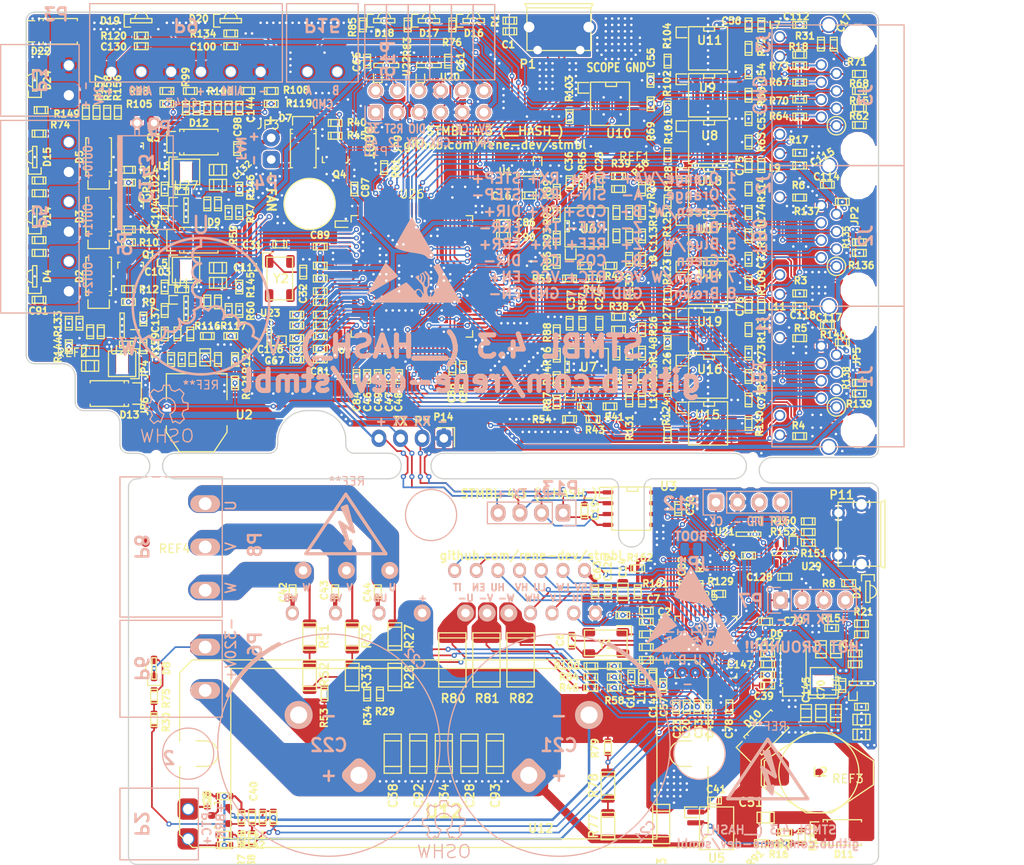
<source format=kicad_pcb>
(kicad_pcb (version 20171130) (host pcbnew "(5.0.0-rc2-dev-707-g2ed24a4)")
  (layers (0 F.Cu signal) (31 B.Cu signal) (34 B.Paste user hide) (35 F.Paste user hide) (36 B.SilkS user) (37 F.SilkS user) (38 B.Mask user) (39 F.Mask user) (44 Edge.Cuts user))
  (net 0 "")
  (net 1 "Net-(C1-Pad1)")
  (net 2 GND)
  (net 3 +3.3VP)
  (net 4 GNDPWR)
  (net 5 "Net-(C5-Pad1)")
  (net 6 "Net-(C6-Pad1)")
  (net 7 +5V)
  (net 8 /hv/f3/A_U)
  (net 9 "Net-(C15-Pad2)")
  (net 10 +3V3)
  (net 11 /hv/f3/A_V)
  (net 12 VPP)
  (net 13 /hv/f3/A_W)
  (net 14 "Net-(C24-Pad1)")
  (net 15 "Net-(C24-Pad2)")
  (net 16 "Net-(C25-Pad1)")
  (net 17 "Net-(C25-Pad2)")
  (net 18 "Net-(C26-Pad1)")
  (net 19 "Net-(C26-Pad2)")
  (net 20 "Net-(C27-Pad1)")
  (net 21 "Net-(C27-Pad2)")
  (net 22 "Net-(C31-Pad1)")
  (net 23 "Net-(C32-Pad1)")
  (net 24 /hv/cur/A_IU)
  (net 25 /hv/f3/A_HV)
  (net 26 "Net-(C41-Pad1)")
  (net 27 /hv/back-emf/W)
  (net 28 "Net-(C42-Pad2)")
  (net 29 /hv/back-emf/V)
  (net 30 "Net-(C43-Pad2)")
  (net 31 /hv/back-emf/U)
  (net 32 "Net-(C44-Pad2)")
  (net 33 /hv/cur/A_IV)
  (net 34 /ctrl/FB1/A12)
  (net 35 /ctrl/FB0/A12)
  (net 36 /ctrl/FB0/A35)
  (net 37 /ctrl/FB1/A35)
  (net 38 /hv/cur/A_IW)
  (net 39 +15V)
  (net 40 "Net-(C88-Pad1)")
  (net 41 "Net-(C90-Pad1)")
  (net 42 "Net-(D1-Pad2)")
  (net 43 "Net-(D1-Pad1)")
  (net 44 +24V)
  (net 45 "Net-(D2-Pad2)")
  (net 46 "Net-(D3-Pad2)")
  (net 47 "Net-(D5-Pad2)")
  (net 48 "Net-(D7-Pad2)")
  (net 49 "Net-(D8-Pad2)")
  (net 50 /ctrl/RX)
  (net 51 "Net-(Q1-Pad1)")
  (net 52 "Net-(Q2-Pad1)")
  (net 53 "Net-(Q3-Pad1)")
  (net 54 "Net-(Q4-Pad1)")
  (net 55 "Net-(JP1-Pad2)")
  (net 56 "Net-(R27-Pad2)")
  (net 57 "Net-(R32-Pad2)")
  (net 58 "Net-(J2-Pad3)")
  (net 59 "Net-(J1-Pad3)")
  (net 60 "Net-(J1-Pad6)")
  (net 61 "Net-(J2-Pad6)")
  (net 62 "Net-(J1-Pad1)")
  (net 63 "Net-(J2-Pad1)")
  (net 64 "Net-(J1-Pad2)")
  (net 65 "Net-(J2-Pad2)")
  (net 66 /hv/driver/CUH)
  (net 67 "Net-(R51-Pad2)")
  (net 68 "Net-(R54-Pad1)")
  (net 69 "Net-(R55-Pad1)")
  (net 70 "Net-(R56-Pad1)")
  (net 71 "Net-(R57-Pad1)")
  (net 72 "Net-(JP9-Pad2)")
  (net 73 "Net-(J3-Pad1)")
  (net 74 "Net-(J3-Pad2)")
  (net 75 "Net-(J3-Pad3)")
  (net 76 "Net-(J3-Pad6)")
  (net 77 "Net-(J3-Pad5)")
  (net 78 "Net-(J3-Pad4)")
  (net 79 "Net-(J3-Pad7)")
  (net 80 "Net-(J3-Pad8)")
  (net 81 /hv/f3/HV_RX)
  (net 82 "Net-(R77-Pad2)")
  (net 83 /hv/driver/CVH)
  (net 84 /hv/driver/CWH)
  (net 85 /ctrl/f4/CMD_12E)
  (net 86 /ctrl/f4/CMD_36E)
  (net 87 /ctrl/f4/CMD_45E)
  (net 88 /ctrl/f4/CMD_78E)
  (net 89 "Net-(J1-Pad5)")
  (net 90 "Net-(J1-Pad4)")
  (net 91 "Net-(J2-Pad5)")
  (net 92 "Net-(J2-Pad4)")
  (net 93 /hv/f3/A_T_HV)
  (net 94 /ctrl/FB0/E12)
  (net 95 /ctrl/FB1/E12)
  (net 96 /ctrl/FB0/E36)
  (net 97 /ctrl/FB1/E36)
  (net 98 /ctrl/FB1/E45)
  (net 99 /ctrl/FB0/E45)
  (net 100 /hv/f3/HV_EN)
  (net 101 "Net-(T1-Pad1)")
  (net 102 /hv/f3/HV_TX)
  (net 103 /ctrl/f4/CMD_12)
  (net 104 /ctrl/f4/CMD_36)
  (net 105 /ctrl/f4/CMD_45)
  (net 106 /ctrl/f4/CMD_78)
  (net 107 /ctrl/FB1/D12)
  (net 108 /ctrl/FB0/D12)
  (net 109 /ctrl/FB1/D36)
  (net 110 /ctrl/FB0/D36)
  (net 111 /ctrl/FB0/D45)
  (net 112 /ctrl/FB1/D45)
  (net 113 "Net-(T44-Pad1)")
  (net 114 "Net-(T45-Pad1)")
  (net 115 "Net-(T46-Pad1)")
  (net 116 "Net-(P1-Pad3)")
  (net 117 "Net-(P1-Pad2)")
  (net 118 "Net-(R129-Pad2)")
  (net 119 "Net-(C15-Pad1)")
  (net 120 "Net-(C53-Pad1)")
  (net 121 "Net-(C119-Pad2)")
  (net 122 "Net-(C71-Pad1)")
  (net 123 "Net-(C72-Pad1)")
  (net 124 "Net-(C105-Pad1)")
  (net 125 "Net-(C105-Pad2)")
  (net 126 "Net-(C106-Pad1)")
  (net 127 "Net-(C106-Pad2)")
  (net 128 +12V)
  (net 129 "Net-(R19-Pad1)")
  (net 130 "Net-(R131-Pad2)")
  (net 131 "Net-(R130-Pad2)")
  (net 132 "Net-(R30-Pad2)")
  (net 133 "Net-(R35-Pad1)")
  (net 134 /ctrl/TX)
  (net 135 /ctrl/IO/NRST)
  (net 136 +5F)
  (net 137 "Net-(C114-Pad1)")
  (net 138 "Net-(C117-Pad1)")
  (net 139 "Net-(C121-Pad1)")
  (net 140 "Net-(C121-Pad2)")
  (net 141 "Net-(R132-Pad1)")
  (net 142 /ctrl/FB0/A78)
  (net 143 /ctrl/FB1/A78)
  (net 144 /ctrl/f4/IO_AIN0)
  (net 145 /ctrl/f4/IO_AIN1)
  (net 146 "Net-(P9-Pad5)")
  (net 147 "Net-(P9-Pad2)")
  (net 148 /hv/f3/NRST)
  (net 149 "Net-(C36-Pad2)")
  (net 150 "Net-(C37-Pad2)")
  (net 151 /hv/f3/A_T_MOT)
  (net 152 "Net-(P2-Pad1)")
  (net 153 /hv/f3/SWCLK)
  (net 154 /hv/f3/SWDIO)
  (net 155 "Net-(R59-Pad1)")
  (net 156 GNDD)
  (net 157 "Net-(R15-Pad1)")
  (net 158 "Net-(R16-Pad1)")
  (net 159 "Net-(D4-Pad1)")
  (net 160 "Net-(D14-Pad1)")
  (net 161 "Net-(D15-Pad1)")
  (net 162 "Net-(D16-Pad1)")
  (net 163 "Net-(D17-Pad1)")
  (net 164 "Net-(D18-Pad1)")
  (net 165 "Net-(D19-Pad1)")
  (net 166 "Net-(D20-Pad1)")
  (net 167 /ctrl/IO/SWDIO)
  (net 168 /ctrl/IO/CAN_TX)
  (net 169 /ctrl/IO/CAN_RX)
  (net 170 /ctrl/IO/SWCK)
  (net 171 "Net-(R147-Pad2)")
  (net 172 "Net-(R148-Pad2)")
  (net 173 "Net-(R145-Pad2)")
  (net 174 "Net-(R143-Pad2)")
  (net 175 "Net-(R146-Pad2)")
  (net 176 "Net-(R133-Pad1)")
  (net 177 "Net-(C12-Pad1)")
  (net 178 "Net-(C13-Pad1)")
  (net 179 "Net-(C98-Pad1)")
  (net 180 /ctrl/IO/IO_RED)
  (net 181 /ctrl/IO/IO_YELLOW)
  (net 182 /ctrl/IO/IO_GREEN)
  (net 183 /ctrl/IO/IO_L0)
  (net 184 /ctrl/IO/IO_L1)
  (net 185 "Net-(D24-Pad1)")
  (net 186 /ctrl/f4/FB0_L1)
  (net 187 /ctrl/f4/FB1_L1)
  (net 188 /ctrl/f4/FB1_L2)
  (net 189 /ctrl/f4/FB0_L2)
  (net 190 /ctrl/IO/IO_OUT0)
  (net 191 /ctrl/IO/IO_OUT1)
  (net 192 /ctrl/f4/CMD_L1)
  (net 193 /ctrl/f4/CMD_L2)
  (net 194 /ctrl/IO/IO_FAN)
  (net 195 /hv/f3/IO_TX)
  (net 196 /hv/f3/IO_RX)
  (net 197 /hv/f3/USB_DM)
  (net 198 /hv/f3/USB_DP)
  (net 199 /ctrl/f4/EN_5V)
  (net 200 /ctrl/f4/A_24V)
  (net 201 /ctrl/f4/A_5V)
  (net 202 "Net-(P11-Pad2)")
  (net 203 "Net-(P11-Pad3)")
  (net 204 "Net-(R118-Pad1)")
  (net 205 "Net-(R153-Pad1)")
  (net 206 /ctrl/IO/IO_OUT2)
  (net 207 "Net-(J1-Pad9)")
  (net 208 "Net-(J1-Pad11)")
  (net 209 "Net-(J2-Pad9)")
  (net 210 "Net-(J2-Pad11)")
  (net 211 "Net-(J3-Pad9)")
  (net 212 "Net-(J3-Pad11)")
  (net 213 +5VA)
  (net 214 "Net-(C139-Pad1)")
  (net 215 "Net-(C101-Pad1)")
  (net 216 /hv/driver/itirp)
  (net 217 /hv/driver/LV)
  (net 218 /hv/driver/HW)
  (net 219 /hv/driver/LW)
  (net 220 /hv/driver/LU)
  (net 221 /hv/driver/HV)
  (net 222 /hv/driver/HU)
  (net 223 "Net-(R143-Pad1)")
  (net 224 "Net-(C41-Pad2)")
  (net 225 "Net-(C51-Pad1)")
  (net 226 "Net-(C141-Pad2)")
  (net 227 "Net-(Q5-Pad1)")
  (net 228 /hv/f3/BRK)
  (net 229 "Net-(P2-Pad2)")
  (net 230 "Net-(Q5-Pad3)")
  (module stmbl:esd (layer B.Cu) (at 176 120 180)
    (fp_text reference G*** hide)
    (fp_text value LOGO hide)
  )
  (module stmbl:Symbol_HighVoltage_Type2_Top_VerySmall (layer B.Cu) (at 135.5 110.5 180)
    (fp_text reference REF** (at -0.127 5.715 180) (layer B.SilkS) (effects (justify mirror)))
    (fp_text value Symbol_HighVoltage_Type2_Top_VerySmall)
  )
  (module stmbl:Pin_Header_Angled_1x04 (layer F.Cu) (at 147 99.75 270)
    (fp_text reference P14 (at -2.502 0.054) (layer F.SilkS) (effects (font (size 0.8 0.8) (thickness 0.2))))
    (fp_text value CONN_01X04)
    (pad 4 thru_hole oval (at 0 7.62 270) (size 2.032 1.7272) (drill 1.016) (layers *.Cu *.Mask F.CrtYd) (net 10 +3V3))
    (pad 3 thru_hole oval (at 0 5.08 270) (size 2.032 1.7272) (drill 1.016) (layers *.Cu *.Mask F.CrtYd) (net 134 /ctrl/TX))
    (pad 2 thru_hole oval (at 0 2.54 270) (size 2.032 1.7272) (drill 1.016) (layers *.Cu *.Mask F.CrtYd) (net 50 /ctrl/RX))
    (pad 1 thru_hole roundrect (at 0 0 270) (size 2.032 1.7272) (drill 1.016) (layers *.Cu *.Mask) (net 2 GND))
  )
  (module stmbl:C_Radial_D6.5_L11_P2.5 (layer B.Cu) (at 113 62.75 180)
    (fp_text reference C143 (at -3.212 2.332 180) (layer B.SilkS) (effects (justify mirror)))
    (fp_text value 22µ)
    (pad 2 thru_hole circle (at 2 0 180) (size 1.3 1.3) (drill 0.8) (layers *.Cu *.Mask B.SilkS) (net 2 GND))
    (pad 1 thru_hole roundrect (at 0 0 180) (size 1.3 1.3) (drill 0.8) (layers *.Cu *.Mask B.SilkS) (net 44 +24V))
  )
  (module stmbl:C_Radial_D26_L45_P10 (layer B.Cu) (at 133.5 135.75 135)
    (fp_text reference C22 (at 0 14.3 135) (layer B.SilkS) (effects (font (thickness 0.2)) (justify mirror)))
    (fp_text value 270µ)
    (pad 1 thru_hole roundrect (at -5 0 135) (size 3.3 3.3) (drill 2) (layers *.Cu *.Mask B.SilkS) (net 12 VPP))
    (pad 2 thru_hole circle (at 5 0 135) (size 3.3 3.3) (drill 2) (layers *.Cu *.Mask B.SilkS) (net 4 GNDPWR))
  )
  (module stmbl:C_Radial_D26_L45_P10 (layer B.Cu) (at 160.5 135.75 45)
    (fp_text reference C21 (at 0 14.3 45) (layer B.SilkS) (effects (font (thickness 0.2)) (justify mirror)))
    (fp_text value 270µ)
    (pad 1 thru_hole roundrect (at -5 0 45) (size 3.3 3.3) (drill 2) (layers *.Cu *.Mask B.SilkS) (net 12 VPP))
    (pad 2 thru_hole circle (at 5 0 45) (size 3.3 3.3) (drill 2) (layers *.Cu *.Mask B.SilkS) (net 4 GNDPWR))
  )
  (module stmbl:Fiducial_1mm_Outer_CopperTop (layer F.Cu) (at 112 112)
    (fp_text reference REF4 (at 3.4 0.7) (layer F.SilkS))
    (fp_text value Fiducial_1mm_Dia_2.54mm_Outer_CopperTop)
    (pad ~ smd circle (at 0 0) (size 1 1) (layers F.Cu F.Mask) (clearance 0.65))
  )
  (module stmbl:Fiducial_1mm_Outer_CopperTop (layer F.Cu) (at 166 66)
    (fp_text reference REF1 (at 3.4 0.7) (layer F.SilkS))
    (fp_text value Fiducial_1mm_Dia_2.54mm_Outer_CopperTop)
    (pad ~ smd circle (at 0 0) (size 1 1) (layers F.Cu F.Mask) (clearance 0.65))
  )
  (module stmbl:Fiducial_1mm_Outer_CopperTop (layer F.Cu) (at 100 89)
    (fp_text reference REF2 (at 3.4 0.7) (layer F.SilkS))
    (fp_text value Fiducial_1mm_Dia_2.54mm_Outer_CopperTop)
    (pad ~ smd circle (at 0 0) (size 1 1) (layers F.Cu F.Mask) (clearance 0.65))
  )
  (module stmbl:Fiducial_1mm_Outer_CopperTop (layer F.Cu) (at 191 139)
    (fp_text reference REF3 (at 3.4 0.7) (layer F.SilkS))
    (fp_text value Fiducial_1mm_Dia_2.54mm_Outer_CopperTop)
    (pad ~ smd circle (at 0 0) (size 1 1) (layers F.Cu F.Mask) (clearance 0.65))
  )
  (module stmbl:SOLDER_JUMPER (layer F.Cu) (at 140 65 270)
    (fp_text reference JP9 (at 0.244 -1.612 270) (layer F.SilkS) (effects (font (size 0.8 0.8) (thickness 0.2))))
    (fp_text value Jumper_NO_Small)
    (fp_line (start -0.75 0) (end -0.2 0) (layer F.Cu) (width 0.25))
    (fp_line (start 0.75 0) (end 0.2 0) (layer F.Cu) (width 0.25))
    (pad 1 smd roundrect (at -0.75 0 270) (size 1 1.5) (layers F.Cu F.Paste F.Mask) (net 10 +3V3))
    (pad 2 smd roundrect (at 0.75 0 270) (size 1 1.5) (layers F.Cu F.Paste F.Mask) (net 72 "Net-(JP9-Pad2)"))
  )
  (module stmbl:SOLDER_JUMPER (layer F.Cu) (at 113.25 92 90)
    (fp_text reference JP4 (at 0.34 -1.356 90) (layer F.SilkS) (effects (font (size 0.8 0.8) (thickness 0.2))))
    (fp_text value Jumper_NO_Small)
    (fp_line (start -0.75 0) (end -0.2 0) (layer F.Cu) (width 0.25))
    (fp_line (start 0.75 0) (end 0.2 0) (layer F.Cu) (width 0.25))
    (pad 1 smd roundrect (at -0.75 0 90) (size 1 1.5) (layers F.Cu F.Paste F.Mask) (net 136 +5F))
    (pad 2 smd roundrect (at 0.75 0 90) (size 1 1.5) (layers F.Cu F.Paste F.Mask) (net 7 +5V))
  )
  (module stmbl:SOLDER_JUMPER (layer B.Cu) (at 176 112.75)
    (fp_text reference JP1 (at 0.156 1.77) (layer B.SilkS) (effects (font (size 1.5 1.5) (thickness 0.3)) (justify mirror)))
    (fp_text value Jumper_NO_Small)
    (fp_line (start -0.75 0) (end -0.2 0) (layer B.Cu) (width 0.25))
    (fp_line (start 0.75 0) (end 0.2 0) (layer B.Cu) (width 0.25))
    (pad 1 smd roundrect (at -0.75 0) (size 1 1.5) (layers B.Cu B.Paste B.Mask) (net 3 +3.3VP))
    (pad 2 smd roundrect (at 0.75 0) (size 1 1.5) (layers B.Cu B.Paste B.Mask) (net 55 "Net-(JP1-Pad2)"))
  )
  (module stmbl:SOIC-7 (layer F.Cu) (at 179 145.5)
    (fp_text reference U5 (at 0 3.5) (layer F.SilkS) (effects (font (thickness 0.2))))
    (fp_text value LNK304D)
    (pad 8 smd roundrect (at 2.45 -1.905 270) (size 0.6 2) (layers F.Cu F.Paste F.Mask) (net 224 "Net-(C41-Pad2)"))
    (pad 7 smd roundrect (at 2.45 -0.635 270) (size 0.6 2) (layers F.Cu F.Paste F.Mask) (net 224 "Net-(C41-Pad2)"))
    (pad 6 smd roundrect (at 2.45 0.635 270) (size 0.6 2) (layers F.Cu F.Paste F.Mask) (net 224 "Net-(C41-Pad2)"))
    (pad 5 smd roundrect (at 2.45 1.905 270) (size 0.6 2) (layers F.Cu F.Paste F.Mask) (net 224 "Net-(C41-Pad2)"))
    (pad 4 smd roundrect (at -2.45 1.905 270) (size 0.6 2) (layers F.Cu F.Paste F.Mask) (net 12 VPP))
    (pad 2 smd roundrect (at -2.45 -0.635 270) (size 0.6 2) (layers F.Cu F.Paste F.Mask) (net 223 "Net-(R143-Pad1)"))
    (pad 1 smd roundrect (at -2.45 -1.905 270) (size 0.6 2) (layers F.Cu F.Paste F.Mask) (net 26 "Net-(C41-Pad1)"))
  )
  (module stmbl:AC (layer B.Cu) (at 118.5 84.25 180)
    (fp_text reference REF** (at 0 -9.25 180) (layer B.SilkS) (effects (justify mirror)))
    (fp_text value AC)
    (fp_text user V (at -8.5 -4.75 180) (layer B.SilkS) (effects (font (size 2 2) (thickness 0.3)) (justify mirror)))
    (fp_text user U (at 0 9.5 180) (layer B.SilkS) (effects (font (size 2 2) (thickness 0.3)) (justify mirror)))
    (fp_text user W (at 8.5 -4.75 180) (layer B.SilkS) (effects (font (size 2 2) (thickness 0.3)) (justify mirror)))
  )
  (module stmbl:Symbol_OSHW-Logo_SilkScreen (layer B.Cu) (at 114.5 96 180)
    (fp_text reference LOGO1 hide)
    (fp_text value OPEN_HARDWARE_1)
  )
  (module stmbl:LED-0805-SIDE (layer F.Cu) (at 99 80.75 90)
    (fp_text reference D4 (at 0.012 1.464 90) (layer F.SilkS) (effects (font (size 0.8 0.8) (thickness 0.2))))
    (fp_text value green)
    (pad 2 smd roundrect (at 1 0 270) (size 1 0.75) (layers F.Cu F.Paste F.Mask) (net 44 +24V))
    (pad 1 smd roundrect (at -1 0 270) (size 1 0.75) (layers F.Cu F.Paste F.Mask) (net 159 "Net-(D4-Pad1)"))
  )
  (module stmbl:LED-0805-SIDE (layer F.Cu) (at 99 73.75 90)
    (fp_text reference D14 (at 0.012 1.464 90) (layer F.SilkS) (effects (font (size 0.8 0.8) (thickness 0.2))))
    (fp_text value green)
    (pad 2 smd roundrect (at 1 0 270) (size 1 0.75) (layers F.Cu F.Paste F.Mask) (net 44 +24V))
    (pad 1 smd roundrect (at -1 0 270) (size 1 0.75) (layers F.Cu F.Paste F.Mask) (net 160 "Net-(D14-Pad1)"))
  )
  (module stmbl:LED-0805-SIDE (layer F.Cu) (at 99 66.75 90)
    (fp_text reference D15 (at 0.012 1.464 90) (layer F.SilkS) (effects (font (size 0.8 0.8) (thickness 0.2))))
    (fp_text value green)
    (pad 2 smd roundrect (at 1 0 270) (size 1 0.75) (layers F.Cu F.Paste F.Mask) (net 44 +24V))
    (pad 1 smd roundrect (at -1 0 270) (size 1 0.75) (layers F.Cu F.Paste F.Mask) (net 161 "Net-(D15-Pad1)"))
  )
  (module stmbl:LED-0805-SIDE (layer F.Cu) (at 150.5 50.75)
    (fp_text reference D16 (at 0.012 1.464) (layer F.SilkS) (effects (font (size 0.8 0.8) (thickness 0.2))))
    (fp_text value red)
    (pad 2 smd roundrect (at 1 0 180) (size 1 0.75) (layers F.Cu F.Paste F.Mask) (net 180 /ctrl/IO/IO_RED))
    (pad 1 smd roundrect (at -1 0 180) (size 1 0.75) (layers F.Cu F.Paste F.Mask) (net 162 "Net-(D16-Pad1)"))
  )
  (module stmbl:LED-0805-SIDE (layer F.Cu) (at 145.25 50.75)
    (fp_text reference D17 (at 0.012 1.464) (layer F.SilkS) (effects (font (size 0.8 0.8) (thickness 0.2))))
    (fp_text value yellow)
    (pad 2 smd roundrect (at 1 0 180) (size 1 0.75) (layers F.Cu F.Paste F.Mask) (net 181 /ctrl/IO/IO_YELLOW))
    (pad 1 smd roundrect (at -1 0 180) (size 1 0.75) (layers F.Cu F.Paste F.Mask) (net 163 "Net-(D17-Pad1)"))
  )
  (module stmbl:LED-0805-SIDE (layer F.Cu) (at 140 50.75)
    (fp_text reference D18 (at 0.012 1.464) (layer F.SilkS) (effects (font (size 0.8 0.8) (thickness 0.2))))
    (fp_text value green)
    (pad 2 smd roundrect (at 1 0 180) (size 1 0.75) (layers F.Cu F.Paste F.Mask) (net 182 /ctrl/IO/IO_GREEN))
    (pad 1 smd roundrect (at -1 0 180) (size 1 0.75) (layers F.Cu F.Paste F.Mask) (net 164 "Net-(D18-Pad1)"))
  )
  (module stmbl:LED-0805-SIDE (layer F.Cu) (at 111.5 50.75)
    (fp_text reference D19 (at -3.67 0.016) (layer F.SilkS) (effects (font (size 0.8 0.8) (thickness 0.2))))
    (fp_text value green)
    (pad 2 smd roundrect (at 1 0 180) (size 1 0.75) (layers F.Cu F.Paste F.Mask) (net 183 /ctrl/IO/IO_L0))
    (pad 1 smd roundrect (at -1 0 180) (size 1 0.75) (layers F.Cu F.Paste F.Mask) (net 165 "Net-(D19-Pad1)"))
  )
  (module stmbl:LED-0805-SIDE (layer F.Cu) (at 122 50.75)
    (fp_text reference D20 (at -3.756 -0.238) (layer F.SilkS) (effects (font (size 0.8 0.8) (thickness 0.2))))
    (fp_text value green)
    (pad 2 smd roundrect (at 1 0 180) (size 1 0.75) (layers F.Cu F.Paste F.Mask) (net 184 /ctrl/IO/IO_L1))
    (pad 1 smd roundrect (at -1 0 180) (size 1 0.75) (layers F.Cu F.Paste F.Mask) (net 166 "Net-(D20-Pad1)"))
  )
  (module stmbl:LED-0805-SIDE (layer F.Cu) (at 99 57.75 90)
    (fp_text reference D24 (at 0.012 1.464 90) (layer F.SilkS) (effects (font (size 0.8 0.8) (thickness 0.2))))
    (fp_text value green)
    (pad 2 smd roundrect (at 1 0 270) (size 1 0.75) (layers F.Cu F.Paste F.Mask) (net 44 +24V))
    (pad 1 smd roundrect (at -1 0 270) (size 1 0.75) (layers F.Cu F.Paste F.Mask) (net 185 "Net-(D24-Pad1)"))
  )
  (module stmbl:LED-0805-SIDE (layer F.Cu) (at 196.75 117.75 270)
    (fp_text reference D1 (at 0.072 1.29 270) (layer F.SilkS) (effects (font (size 0.8 0.8) (thickness 0.2))))
    (fp_text value red)
    (pad 2 smd roundrect (at 1 0 90) (size 1 0.75) (layers F.Cu F.Paste F.Mask) (net 42 "Net-(D1-Pad2)"))
    (pad 1 smd roundrect (at -1 0 90) (size 1 0.75) (layers F.Cu F.Paste F.Mask) (net 43 "Net-(D1-Pad1)"))
  )
  (module stmbl:LED-0805-SIDE (layer F.Cu) (at 113 126.75 90)
    (fp_text reference D8 (at 0.012 1.464 90) (layer F.SilkS) (effects (font (size 0.8 0.8) (thickness 0.2))))
    (fp_text value green)
    (pad 2 smd roundrect (at 1 0 270) (size 1 0.75) (layers F.Cu F.Paste F.Mask) (net 49 "Net-(D8-Pad2)"))
    (pad 1 smd roundrect (at -1 0 270) (size 1 0.75) (layers F.Cu F.Paste F.Mask) (net 4 GNDPWR))
  )
  (module stmbl:R_2512 (layer F.Cu) (at 148 125.75 270)
    (fp_text reference R80 (at 4.518 -0.09) (layer F.SilkS) (effects (font (thickness 0.2))))
    (fp_text value 0.003)
    (pad 1 smd roundrect (at -2.75 0 270) (size 1.5 3.2) (layers F.Cu F.Paste F.Mask) (net 66 /hv/driver/CUH))
    (pad 2 smd roundrect (at 2.75 0 270) (size 1.5 3.2) (layers F.Cu F.Paste F.Mask) (net 4 GNDPWR))
  )
  (module stmbl:R_2512 (layer F.Cu) (at 156 125.75 270)
    (fp_text reference R82 (at 4.518 -0.09) (layer F.SilkS) (effects (font (thickness 0.2))))
    (fp_text value 0.003)
    (pad 1 smd roundrect (at -2.75 0 270) (size 1.5 3.2) (layers F.Cu F.Paste F.Mask) (net 84 /hv/driver/CWH))
    (pad 2 smd roundrect (at 2.75 0 270) (size 1.5 3.2) (layers F.Cu F.Paste F.Mask) (net 4 GNDPWR))
  )
  (module stmbl:R_2512 (layer F.Cu) (at 152 125.75 270)
    (fp_text reference R81 (at 4.518 -0.09) (layer F.SilkS) (effects (font (thickness 0.2))))
    (fp_text value 0.003)
    (pad 1 smd roundrect (at -2.75 0 270) (size 1.5 3.2) (layers F.Cu F.Paste F.Mask) (net 83 /hv/driver/CVH))
    (pad 2 smd roundrect (at 2.75 0 270) (size 1.5 3.2) (layers F.Cu F.Paste F.Mask) (net 4 GNDPWR))
  )
  (module stmbl:SOT-223 (layer F.Cu) (at 118 96.75 270)
    (fp_text reference U2 (at 0.244 -5.578) (layer F.SilkS) (effects (font (thickness 0.2))))
    (fp_text value zldo1117)
    (pad 2 smd roundrect (at 3.25 0 180) (size 3.5 2) (layers F.Cu F.Paste F.Mask) (net 10 +3V3))
    (pad 2 smd roundrect (at -3.25 0 180) (size 1 2) (layers F.Cu F.Paste F.Mask) (net 10 +3V3))
    (pad 3 smd roundrect (at -3.25 2.25 180) (size 1 2) (layers F.Cu F.Paste F.Mask) (net 7 +5V))
    (pad 1 smd roundrect (at -3.25 -2.25 180) (size 1 2) (layers F.Cu F.Paste F.Mask) (net 2 GND))
  )
  (module stmbl:LQFP-100_14x14mm_Pitch0.5mm (layer F.Cu) (at 143.25 80.75)
    (fp_text reference U26 (at 0 -9.65) (layer F.SilkS))
    (fp_text value STM32F405VG)
    (pad 1 smd roundrect (at -7.9 -6) (size 1.5 0.25) (layers F.Cu F.Paste F.Mask) (net 2 GND))
    (pad 2 smd roundrect (at -7.9 -5.5) (size 1.5 0.25) (layers F.Cu F.Paste F.Mask) (net 194 /ctrl/IO/IO_FAN))
    (pad 3 smd roundrect (at -7.9 -5) (size 1.5 0.25) (layers F.Cu F.Paste F.Mask) (net 190 /ctrl/IO/IO_OUT0))
    (pad 4 smd roundrect (at -7.9 -4.5) (size 1.5 0.25) (layers F.Cu F.Paste F.Mask) (net 191 /ctrl/IO/IO_OUT1))
    (pad 5 smd roundrect (at -7.9 -4) (size 1.5 0.25) (layers F.Cu F.Paste F.Mask) (net 206 /ctrl/IO/IO_OUT2))
    (pad 6 smd roundrect (at -7.9 -3.5) (size 1.5 0.25) (layers F.Cu F.Paste F.Mask) (net 10 +3V3))
    (pad 7 smd roundrect (at -7.9 -3) (size 1.5 0.25) (layers F.Cu F.Paste F.Mask) (net 199 /ctrl/f4/EN_5V))
    (pad 8 smd roundrect (at -7.9 -2.5) (size 1.5 0.25) (layers F.Cu F.Paste F.Mask) (net 2 GND))
    (pad 9 smd roundrect (at -7.9 -2) (size 1.5 0.25) (layers F.Cu F.Paste F.Mask) (net 2 GND))
    (pad 10 smd roundrect (at -7.9 -1.5) (size 1.5 0.25) (layers F.Cu F.Paste F.Mask) (net 2 GND))
    (pad 11 smd roundrect (at -7.9 -1) (size 1.5 0.25) (layers F.Cu F.Paste F.Mask) (net 10 +3V3))
    (pad 12 smd roundrect (at -7.9 -0.5) (size 1.5 0.25) (layers F.Cu F.Paste F.Mask) (net 22 "Net-(C31-Pad1)"))
    (pad 13 smd roundrect (at -7.9 0) (size 1.5 0.25) (layers F.Cu F.Paste F.Mask) (net 205 "Net-(R153-Pad1)"))
    (pad 14 smd roundrect (at -7.9 0.5) (size 1.5 0.25) (layers F.Cu F.Paste F.Mask) (net 135 /ctrl/IO/NRST))
    (pad 15 smd roundrect (at -7.9 1) (size 1.5 0.25) (layers F.Cu F.Paste F.Mask) (net 144 /ctrl/f4/IO_AIN0))
    (pad 16 smd roundrect (at -7.9 1.5) (size 1.5 0.25) (layers F.Cu F.Paste F.Mask) (net 145 /ctrl/f4/IO_AIN1))
    (pad 17 smd roundrect (at -7.9 2) (size 1.5 0.25) (layers F.Cu F.Paste F.Mask) (net 142 /ctrl/FB0/A78))
    (pad 18 smd roundrect (at -7.9 2.5) (size 1.5 0.25) (layers F.Cu F.Paste F.Mask) (net 143 /ctrl/FB1/A78))
    (pad 19 smd roundrect (at -7.9 3) (size 1.5 0.25) (layers F.Cu F.Paste F.Mask) (net 10 +3V3))
    (pad 20 smd roundrect (at -7.9 3.5) (size 1.5 0.25) (layers F.Cu F.Paste F.Mask) (net 2 GND))
    (pad 21 smd roundrect (at -7.9 4) (size 1.5 0.25) (layers F.Cu F.Paste F.Mask) (net 121 "Net-(C119-Pad2)"))
    (pad 22 smd roundrect (at -7.9 4.5) (size 1.5 0.25) (layers F.Cu F.Paste F.Mask) (net 121 "Net-(C119-Pad2)"))
    (pad 23 smd roundrect (at -7.9 5) (size 1.5 0.25) (layers F.Cu F.Paste F.Mask) (net 104 /ctrl/f4/CMD_36))
    (pad 24 smd roundrect (at -7.9 5.5) (size 1.5 0.25) (layers F.Cu F.Paste F.Mask) (net 201 /ctrl/f4/A_5V))
    (pad 25 smd roundrect (at -7.9 6) (size 1.5 0.25) (layers F.Cu F.Paste F.Mask) (net 134 /ctrl/TX))
    (pad 26 smd roundrect (at -6 7.9 90) (size 1.5 0.25) (layers F.Cu F.Paste F.Mask) (net 50 /ctrl/RX))
    (pad 27 smd roundrect (at -5.5 7.9 90) (size 1.5 0.25) (layers F.Cu F.Paste F.Mask) (net 2 GND))
    (pad 28 smd roundrect (at -5 7.9 90) (size 1.5 0.25) (layers F.Cu F.Paste F.Mask) (net 10 +3V3))
    (pad 29 smd roundrect (at -4.5 7.9 90) (size 1.5 0.25) (layers F.Cu F.Paste F.Mask) (net 34 /ctrl/FB1/A12))
    (pad 30 smd roundrect (at -4 7.9 90) (size 1.5 0.25) (layers F.Cu F.Paste F.Mask) (net 37 /ctrl/FB1/A35))
    (pad 31 smd roundrect (at -3.5 7.9 90) (size 1.5 0.25) (layers F.Cu F.Paste F.Mask) (net 35 /ctrl/FB0/A12))
    (pad 32 smd roundrect (at -3 7.9 90) (size 1.5 0.25) (layers F.Cu F.Paste F.Mask) (net 36 /ctrl/FB0/A35))
    (pad 33 smd roundrect (at -2.5 7.9 90) (size 1.5 0.25) (layers F.Cu F.Paste F.Mask) (net 2 GND))
    (pad 34 smd roundrect (at -2 7.9 90) (size 1.5 0.25) (layers F.Cu F.Paste F.Mask) (net 2 GND))
    (pad 35 smd roundrect (at -1.5 7.9 90) (size 1.5 0.25) (layers F.Cu F.Paste F.Mask) (net 2 GND))
    (pad 36 smd roundrect (at -1 7.9 90) (size 1.5 0.25) (layers F.Cu F.Paste F.Mask) (net 200 /ctrl/f4/A_24V))
    (pad 37 smd roundrect (at -0.5 7.9 90) (size 1.5 0.25) (layers F.Cu F.Paste F.Mask) (net 88 /ctrl/f4/CMD_78E))
    (pad 38 smd roundrect (at 0 7.9 90) (size 1.5 0.25) (layers F.Cu F.Paste F.Mask) (net 187 /ctrl/f4/FB1_L1))
    (pad 39 smd roundrect (at 0.5 7.9 90) (size 1.5 0.25) (layers F.Cu F.Paste F.Mask) (net 188 /ctrl/f4/FB1_L2))
    (pad 40 smd roundrect (at 1 7.9 90) (size 1.5 0.25) (layers F.Cu F.Paste F.Mask) (net 107 /ctrl/FB1/D12))
    (pad 41 smd roundrect (at 1.5 7.9 90) (size 1.5 0.25) (layers F.Cu F.Paste F.Mask) (net 95 /ctrl/FB1/E12))
    (pad 42 smd roundrect (at 2 7.9 90) (size 1.5 0.25) (layers F.Cu F.Paste F.Mask) (net 109 /ctrl/FB1/D36))
    (pad 43 smd roundrect (at 2.5 7.9 90) (size 1.5 0.25) (layers F.Cu F.Paste F.Mask) (net 97 /ctrl/FB1/E36))
    (pad 44 smd roundrect (at 3 7.9 90) (size 1.5 0.25) (layers F.Cu F.Paste F.Mask) (net 112 /ctrl/FB1/D45))
    (pad 45 smd roundrect (at 3.5 7.9 90) (size 1.5 0.25) (layers F.Cu F.Paste F.Mask) (net 98 /ctrl/FB1/E45))
    (pad 46 smd roundrect (at 4 7.9 90) (size 1.5 0.25) (layers F.Cu F.Paste F.Mask) (net 2 GND))
    (pad 47 smd roundrect (at 4.5 7.9 90) (size 1.5 0.25) (layers F.Cu F.Paste F.Mask) (net 112 /ctrl/FB1/D45))
    (pad 48 smd roundrect (at 5 7.9 90) (size 1.5 0.25) (layers F.Cu F.Paste F.Mask) (net 107 /ctrl/FB1/D12))
    (pad 49 smd roundrect (at 5.5 7.9 90) (size 1.5 0.25) (layers F.Cu F.Paste F.Mask) (net 40 "Net-(C88-Pad1)"))
    (pad 50 smd roundrect (at 6 7.9 90) (size 1.5 0.25) (layers F.Cu F.Paste F.Mask) (net 10 +3V3))
    (pad 51 smd roundrect (at 7.9 6) (size 1.5 0.25) (layers F.Cu F.Paste F.Mask) (net 109 /ctrl/FB1/D36))
    (pad 52 smd roundrect (at 7.9 5.5) (size 1.5 0.25) (layers F.Cu F.Paste F.Mask) (net 109 /ctrl/FB1/D36))
    (pad 53 smd roundrect (at 7.9 5) (size 1.5 0.25) (layers F.Cu F.Paste F.Mask) (net 107 /ctrl/FB1/D12))
    (pad 54 smd roundrect (at 7.9 4.5) (size 1.5 0.25) (layers F.Cu F.Paste F.Mask) (net 112 /ctrl/FB1/D45))
    (pad 55 smd roundrect (at 7.9 4) (size 1.5 0.25) (layers F.Cu F.Paste F.Mask) (net 186 /ctrl/f4/FB0_L1))
    (pad 56 smd roundrect (at 7.9 3.5) (size 1.5 0.25) (layers F.Cu F.Paste F.Mask) (net 189 /ctrl/f4/FB0_L2))
    (pad 57 smd roundrect (at 7.9 3) (size 1.5 0.25) (layers F.Cu F.Paste F.Mask) (net 96 /ctrl/FB0/E36))
    (pad 58 smd roundrect (at 7.9 2.5) (size 1.5 0.25) (layers F.Cu F.Paste F.Mask) (net 94 /ctrl/FB0/E12))
    (pad 59 smd roundrect (at 7.9 2) (size 1.5 0.25) (layers F.Cu F.Paste F.Mask) (net 108 /ctrl/FB0/D12))
    (pad 60 smd roundrect (at 7.9 1.5) (size 1.5 0.25) (layers F.Cu F.Paste F.Mask) (net 110 /ctrl/FB0/D36))
    (pad 61 smd roundrect (at 7.9 1) (size 1.5 0.25) (layers F.Cu F.Paste F.Mask) (net 111 /ctrl/FB0/D45))
    (pad 62 smd roundrect (at 7.9 0.5) (size 1.5 0.25) (layers F.Cu F.Paste F.Mask) (net 99 /ctrl/FB0/E45))
    (pad 63 smd roundrect (at 7.9 0) (size 1.5 0.25) (layers F.Cu F.Paste F.Mask) (net 111 /ctrl/FB0/D45))
    (pad 64 smd roundrect (at 7.9 -0.5) (size 1.5 0.25) (layers F.Cu F.Paste F.Mask) (net 108 /ctrl/FB0/D12))
    (pad 65 smd roundrect (at 7.9 -1) (size 1.5 0.25) (layers F.Cu F.Paste F.Mask) (net 110 /ctrl/FB0/D36))
    (pad 66 smd roundrect (at 7.9 -1.5) (size 1.5 0.25) (layers F.Cu F.Paste F.Mask) (net 2 GND))
    (pad 67 smd roundrect (at 7.9 -2) (size 1.5 0.25) (layers F.Cu F.Paste F.Mask) (net 104 /ctrl/f4/CMD_36))
    (pad 68 smd roundrect (at 7.9 -2.5) (size 1.5 0.25) (layers F.Cu F.Paste F.Mask) (net 105 /ctrl/f4/CMD_45))
    (pad 69 smd roundrect (at 7.9 -3) (size 1.5 0.25) (layers F.Cu F.Paste F.Mask) (net 103 /ctrl/f4/CMD_12))
    (pad 70 smd roundrect (at 7.9 -3.5) (size 1.5 0.25) (layers F.Cu F.Paste F.Mask) (net 117 "Net-(P1-Pad2)"))
    (pad 71 smd roundrect (at 7.9 -4) (size 1.5 0.25) (layers F.Cu F.Paste F.Mask) (net 116 "Net-(P1-Pad3)"))
    (pad 72 smd roundrect (at 7.9 -4.5) (size 1.5 0.25) (layers F.Cu F.Paste F.Mask) (net 167 /ctrl/IO/SWDIO))
    (pad 73 smd roundrect (at 7.9 -5) (size 1.5 0.25) (layers F.Cu F.Paste F.Mask) (net 41 "Net-(C90-Pad1)"))
    (pad 74 smd roundrect (at 7.9 -5.5) (size 1.5 0.25) (layers F.Cu F.Paste F.Mask) (net 2 GND))
    (pad 75 smd roundrect (at 7.9 -6) (size 1.5 0.25) (layers F.Cu F.Paste F.Mask) (net 10 +3V3))
    (pad 76 smd roundrect (at 6 -7.9 90) (size 1.5 0.25) (layers F.Cu F.Paste F.Mask) (net 170 /ctrl/IO/SWCK))
    (pad 77 smd roundrect (at 5.5 -7.9 90) (size 1.5 0.25) (layers F.Cu F.Paste F.Mask) (net 103 /ctrl/f4/CMD_12))
    (pad 78 smd roundrect (at 5 -7.9 90) (size 1.5 0.25) (layers F.Cu F.Paste F.Mask) (net 110 /ctrl/FB0/D36))
    (pad 79 smd roundrect (at 4.5 -7.9 90) (size 1.5 0.25) (layers F.Cu F.Paste F.Mask) (net 108 /ctrl/FB0/D12))
    (pad 80 smd roundrect (at 4 -7.9 90) (size 1.5 0.25) (layers F.Cu F.Paste F.Mask) (net 111 /ctrl/FB0/D45))
    (pad 81 smd roundrect (at 3.5 -7.9 90) (size 1.5 0.25) (layers F.Cu F.Paste F.Mask) (net 169 /ctrl/IO/CAN_RX))
    (pad 82 smd roundrect (at 3 -7.9 90) (size 1.5 0.25) (layers F.Cu F.Paste F.Mask) (net 168 /ctrl/IO/CAN_TX))
    (pad 83 smd roundrect (at 2.5 -7.9 90) (size 1.5 0.25) (layers F.Cu F.Paste F.Mask) (net 2 GND))
    (pad 84 smd roundrect (at 2 -7.9 90) (size 1.5 0.25) (layers F.Cu F.Paste F.Mask) (net 180 /ctrl/IO/IO_RED))
    (pad 85 smd roundrect (at 1.5 -7.9 90) (size 1.5 0.25) (layers F.Cu F.Paste F.Mask) (net 181 /ctrl/IO/IO_YELLOW))
    (pad 86 smd roundrect (at 1 -7.9 90) (size 1.5 0.25) (layers F.Cu F.Paste F.Mask) (net 182 /ctrl/IO/IO_GREEN))
    (pad 87 smd roundrect (at 0.5 -7.9 90) (size 1.5 0.25) (layers F.Cu F.Paste F.Mask) (net 193 /ctrl/f4/CMD_L2))
    (pad 88 smd roundrect (at 0 -7.9 90) (size 1.5 0.25) (layers F.Cu F.Paste F.Mask) (net 192 /ctrl/f4/CMD_L1))
    (pad 89 smd roundrect (at -0.5 -7.9 90) (size 1.5 0.25) (layers F.Cu F.Paste F.Mask) (net 104 /ctrl/f4/CMD_36))
    (pad 90 smd roundrect (at -1 -7.9 90) (size 1.5 0.25) (layers F.Cu F.Paste F.Mask) (net 103 /ctrl/f4/CMD_12))
    (pad 91 smd roundrect (at -1.5 -7.9 90) (size 1.5 0.25) (layers F.Cu F.Paste F.Mask) (net 105 /ctrl/f4/CMD_45))
    (pad 92 smd roundrect (at -2 -7.9 90) (size 1.5 0.25) (layers F.Cu F.Paste F.Mask) (net 85 /ctrl/f4/CMD_12E))
    (pad 93 smd roundrect (at -2.5 -7.9 90) (size 1.5 0.25) (layers F.Cu F.Paste F.Mask) (net 86 /ctrl/f4/CMD_36E))
    (pad 94 smd roundrect (at -3 -7.9 90) (size 1.5 0.25) (layers F.Cu F.Paste F.Mask) (net 72 "Net-(JP9-Pad2)"))
    (pad 95 smd roundrect (at -3.5 -7.9 90) (size 1.5 0.25) (layers F.Cu F.Paste F.Mask) (net 106 /ctrl/f4/CMD_78))
    (pad 96 smd roundrect (at -4 -7.9 90) (size 1.5 0.25) (layers F.Cu F.Paste F.Mask) (net 87 /ctrl/f4/CMD_45E))
    (pad 97 smd roundrect (at -4.5 -7.9 90) (size 1.5 0.25) (layers F.Cu F.Paste F.Mask) (net 184 /ctrl/IO/IO_L1))
    (pad 98 smd roundrect (at -5 -7.9 90) (size 1.5 0.25) (layers F.Cu F.Paste F.Mask) (net 183 /ctrl/IO/IO_L0))
    (pad 99 smd roundrect (at -5.5 -7.9 90) (size 1.5 0.25) (layers F.Cu F.Paste F.Mask) (net 2 GND))
    (pad 100 smd roundrect (at -6 -7.9 90) (size 1.5 0.25) (layers F.Cu F.Paste F.Mask) (net 10 +3V3))
  )
  (module stmbl:SOT-23-6 (layer F.Cu) (at 187 113.25 270)
    (fp_text reference U29 (at 1.524 -3.126) (layer F.SilkS) (effects (font (size 0.8 0.8) (thickness 0.2))))
    (fp_text value USBLC6-4SC6)
    (pad 1 smd roundrect (at -1.2 -0.95 270) (size 1 0.475) (layers F.Cu F.Paste F.Mask) (net 197 /hv/f3/USB_DM))
    (pad 2 smd roundrect (at -1.2 0 270) (size 1 0.475) (layers F.Cu F.Paste F.Mask) (net 4 GNDPWR))
    (pad 3 smd roundrect (at -1.2 0.95 270) (size 1 0.475) (layers F.Cu F.Paste F.Mask) (net 198 /hv/f3/USB_DP))
    (pad 4 smd roundrect (at 1.2 0.95 270) (size 1 0.475) (layers F.Cu F.Paste F.Mask) (net 196 /hv/f3/IO_RX))
    (pad 6 smd roundrect (at 1.2 -0.95 270) (size 1 0.475) (layers F.Cu F.Paste F.Mask) (net 195 /hv/f3/IO_TX))
    (pad 5 smd roundrect (at 1.2 0 270) (size 1 0.475) (layers F.Cu F.Paste F.Mask) (net 3 +3.3VP))
  )
  (module stmbl:SOT-23-6 (layer F.Cu) (at 126.5 87.25 180)
    (fp_text reference U23 (at -0.126 2.194 180) (layer F.SilkS) (effects (font (size 0.8 0.8) (thickness 0.2))))
    (fp_text value USBLC6-4SC6)
    (pad 1 smd roundrect (at -1.2 -0.95 180) (size 1 0.475) (layers F.Cu F.Paste F.Mask) (net 142 /ctrl/FB0/A78))
    (pad 2 smd roundrect (at -1.2 0 180) (size 1 0.475) (layers F.Cu F.Paste F.Mask) (net 2 GND))
    (pad 3 smd roundrect (at -1.2 0.95 180) (size 1 0.475) (layers F.Cu F.Paste F.Mask) (net 145 /ctrl/f4/IO_AIN1))
    (pad 4 smd roundrect (at 1.2 0.95 180) (size 1 0.475) (layers F.Cu F.Paste F.Mask) (net 144 /ctrl/f4/IO_AIN0))
    (pad 6 smd roundrect (at 1.2 -0.95 180) (size 1 0.475) (layers F.Cu F.Paste F.Mask) (net 143 /ctrl/FB1/A78))
    (pad 5 smd roundrect (at 1.2 0 180) (size 1 0.475) (layers F.Cu F.Paste F.Mask) (net 10 +3V3))
  )
  (module stmbl:SOT-23-6 (layer F.Cu) (at 140.25 56 90)
    (fp_text reference U22 (at -0.1 2.378 90) (layer F.SilkS) (effects (font (size 0.8 0.8) (thickness 0.2))))
    (fp_text value USBLC6-4SC6)
    (pad 1 smd roundrect (at -1.2 -0.95 90) (size 1 0.475) (layers F.Cu F.Paste F.Mask) (net 104 /ctrl/f4/CMD_36))
    (pad 2 smd roundrect (at -1.2 0 90) (size 1 0.475) (layers F.Cu F.Paste F.Mask) (net 2 GND))
    (pad 3 smd roundrect (at -1.2 0.95 90) (size 1 0.475) (layers F.Cu F.Paste F.Mask) (net 135 /ctrl/IO/NRST))
    (pad 4 smd roundrect (at 1.2 0.95 90) (size 1 0.475) (layers F.Cu F.Paste F.Mask) (net 103 /ctrl/f4/CMD_12))
    (pad 6 smd roundrect (at 1.2 -0.95 90) (size 1 0.475) (layers F.Cu F.Paste F.Mask) (net 105 /ctrl/f4/CMD_45))
    (pad 5 smd roundrect (at 1.2 0 90) (size 1 0.475) (layers F.Cu F.Paste F.Mask) (net 7 +5V))
  )
  (module stmbl:SOT-23-6 (layer F.Cu) (at 182.75 111 270)
    (fp_text reference U21 (at -0.29 2.784) (layer F.SilkS) (effects (font (size 0.8 0.8) (thickness 0.2))))
    (fp_text value USBLC6-4SC6)
    (pad 1 smd roundrect (at -1.2 -0.95 270) (size 1 0.475) (layers F.Cu F.Paste F.Mask) (net 154 /hv/f3/SWDIO))
    (pad 2 smd roundrect (at -1.2 0 270) (size 1 0.475) (layers F.Cu F.Paste F.Mask) (net 4 GNDPWR))
    (pad 3 smd roundrect (at -1.2 0.95 270) (size 1 0.475) (layers F.Cu F.Paste F.Mask) (net 153 /hv/f3/SWCLK))
    (pad 4 smd roundrect (at 1.2 0.95 270) (size 1 0.475) (layers F.Cu F.Paste F.Mask))
    (pad 6 smd roundrect (at 1.2 -0.95 270) (size 1 0.475) (layers F.Cu F.Paste F.Mask) (net 148 /hv/f3/NRST))
    (pad 5 smd roundrect (at 1.2 0 270) (size 1 0.475) (layers F.Cu F.Paste F.Mask) (net 3 +3.3VP))
  )
  (module stmbl:SOT-23-6 (layer F.Cu) (at 145.25 56 90)
    (fp_text reference U20 (at -1.37 2.458 -180) (layer F.SilkS) (effects (font (size 0.8 0.8) (thickness 0.2))))
    (fp_text value USBLC6-4SC6)
    (pad 1 smd roundrect (at -1.2 -0.95 90) (size 1 0.475) (layers F.Cu F.Paste F.Mask) (net 167 /ctrl/IO/SWDIO))
    (pad 2 smd roundrect (at -1.2 0 90) (size 1 0.475) (layers F.Cu F.Paste F.Mask) (net 2 GND))
    (pad 3 smd roundrect (at -1.2 0.95 90) (size 1 0.475) (layers F.Cu F.Paste F.Mask) (net 169 /ctrl/IO/CAN_RX))
    (pad 4 smd roundrect (at 1.2 0.95 90) (size 1 0.475) (layers F.Cu F.Paste F.Mask) (net 170 /ctrl/IO/SWCK))
    (pad 6 smd roundrect (at 1.2 -0.95 90) (size 1 0.475) (layers F.Cu F.Paste F.Mask) (net 168 /ctrl/IO/CAN_TX))
    (pad 5 smd roundrect (at 1.2 0 90) (size 1 0.475) (layers F.Cu F.Paste F.Mask) (net 7 +5V))
  )
  (module stmbl:SOT-23-6 (layer F.Cu) (at 157 68.75 270)
    (fp_text reference U1 (at -0.29 2.784) (layer F.SilkS) (effects (font (size 0.8 0.8) (thickness 0.2))))
    (fp_text value USBLC6-4SC6)
    (pad 1 smd roundrect (at -1.2 -0.95 270) (size 1 0.475) (layers F.Cu F.Paste F.Mask) (net 117 "Net-(P1-Pad2)"))
    (pad 2 smd roundrect (at -1.2 0 270) (size 1 0.475) (layers F.Cu F.Paste F.Mask) (net 2 GND))
    (pad 3 smd roundrect (at -1.2 0.95 270) (size 1 0.475) (layers F.Cu F.Paste F.Mask) (net 116 "Net-(P1-Pad3)"))
    (pad 4 smd roundrect (at 1.2 0.95 270) (size 1 0.475) (layers F.Cu F.Paste F.Mask))
    (pad 6 smd roundrect (at 1.2 -0.95 270) (size 1 0.475) (layers F.Cu F.Paste F.Mask))
    (pad 5 smd roundrect (at 1.2 0 270) (size 1 0.475) (layers F.Cu F.Paste F.Mask) (net 10 +3V3))
  )
  (module stmbl:SOT-23-6 (layer F.Cu) (at 196 128.5 90)
    (fp_text reference U4 (at 0 -2.9 90) (layer F.SilkS))
    (fp_text value ACT4088)
    (pad 1 smd roundrect (at -1.2 -0.95 90) (size 1 0.475) (layers F.Cu F.Paste F.Mask) (net 9 "Net-(C15-Pad2)"))
    (pad 2 smd roundrect (at -1.2 0 90) (size 1 0.475) (layers F.Cu F.Paste F.Mask) (net 39 +15V))
    (pad 3 smd roundrect (at -1.2 0.95 90) (size 1 0.475) (layers F.Cu F.Paste F.Mask))
    (pad 4 smd roundrect (at 1.2 0.95 90) (size 1 0.475) (layers F.Cu F.Paste F.Mask) (net 129 "Net-(R19-Pad1)"))
    (pad 6 smd roundrect (at 1.2 -0.95 90) (size 1 0.475) (layers F.Cu F.Paste F.Mask) (net 119 "Net-(C15-Pad1)"))
    (pad 5 smd roundrect (at 1.2 0 90) (size 1 0.475) (layers F.Cu F.Paste F.Mask) (net 4 GNDPWR))
  )
  (module stmbl:SOT-23-6 (layer F.Cu) (at 116.75 84.5)
    (fp_text reference U13 (at 0 -2.9) (layer F.SilkS))
    (fp_text value ACT4088)
    (pad 1 smd roundrect (at -1.2 -0.95) (size 1 0.475) (layers F.Cu F.Paste F.Mask) (net 125 "Net-(C105-Pad2)"))
    (pad 2 smd roundrect (at -1.2 0) (size 1 0.475) (layers F.Cu F.Paste F.Mask) (net 44 +24V))
    (pad 3 smd roundrect (at -1.2 0.95) (size 1 0.475) (layers F.Cu F.Paste F.Mask))
    (pad 4 smd roundrect (at 1.2 0.95) (size 1 0.475) (layers F.Cu F.Paste F.Mask) (net 133 "Net-(R35-Pad1)"))
    (pad 6 smd roundrect (at 1.2 -0.95) (size 1 0.475) (layers F.Cu F.Paste F.Mask) (net 124 "Net-(C105-Pad1)"))
    (pad 5 smd roundrect (at 1.2 0) (size 1 0.475) (layers F.Cu F.Paste F.Mask) (net 2 GND))
  )
  (module stmbl:SOT-23-6 (layer F.Cu) (at 116.75 73)
    (fp_text reference U27 (at 0 -2.9) (layer F.SilkS))
    (fp_text value ACT4088)
    (pad 1 smd roundrect (at -1.2 -0.95) (size 1 0.475) (layers F.Cu F.Paste F.Mask) (net 127 "Net-(C106-Pad2)"))
    (pad 2 smd roundrect (at -1.2 0) (size 1 0.475) (layers F.Cu F.Paste F.Mask) (net 44 +24V))
    (pad 3 smd roundrect (at -1.2 0.95) (size 1 0.475) (layers F.Cu F.Paste F.Mask))
    (pad 4 smd roundrect (at 1.2 0.95) (size 1 0.475) (layers F.Cu F.Paste F.Mask) (net 155 "Net-(R59-Pad1)"))
    (pad 6 smd roundrect (at 1.2 -0.95) (size 1 0.475) (layers F.Cu F.Paste F.Mask) (net 126 "Net-(C106-Pad1)"))
    (pad 5 smd roundrect (at 1.2 0) (size 1 0.475) (layers F.Cu F.Paste F.Mask) (net 2 GND))
  )
  (module stmbl:SOT-23-6 (layer F.Cu) (at 109.25 86.5 180)
    (fp_text reference U28 (at 0 -2.9 180) (layer F.SilkS))
    (fp_text value ACT4088)
    (pad 1 smd roundrect (at -1.2 -0.95 180) (size 1 0.475) (layers F.Cu F.Paste F.Mask) (net 140 "Net-(C121-Pad2)"))
    (pad 2 smd roundrect (at -1.2 0 180) (size 1 0.475) (layers F.Cu F.Paste F.Mask) (net 44 +24V))
    (pad 3 smd roundrect (at -1.2 0.95 180) (size 1 0.475) (layers F.Cu F.Paste F.Mask) (net 199 /ctrl/f4/EN_5V))
    (pad 4 smd roundrect (at 1.2 0.95 180) (size 1 0.475) (layers F.Cu F.Paste F.Mask) (net 141 "Net-(R132-Pad1)"))
    (pad 6 smd roundrect (at 1.2 -0.95 180) (size 1 0.475) (layers F.Cu F.Paste F.Mask) (net 139 "Net-(C121-Pad1)"))
    (pad 5 smd roundrect (at 1.2 0 180) (size 1 0.475) (layers F.Cu F.Paste F.Mask) (net 2 GND))
  )
  (module stmbl:NPI31W (layer F.Cu) (at 191 139)
    (fp_text reference L2 (at 0.142 -0.096) (layer F.SilkS) (effects (font (thickness 0.2))))
    (fp_text value "1m 250mA")
    (pad 2 smd roundrect (at 5 0) (size 3 2.8) (layers F.Cu F.Paste F.Mask) (net 39 +15V))
    (pad 1 smd roundrect (at -5 0) (size 3 2.8) (layers F.Cu F.Paste F.Mask) (net 224 "Net-(C41-Pad2)"))
  )
  (module stmbl:SMD_INDUCTOR_32x25 (layer F.Cu) (at 116.75 80)
    (fp_text reference L5 (at -2.824 -0.786) (layer F.SilkS) (effects (font (size 0.8 0.8) (thickness 0.2))))
    (fp_text value "4.7µH 1.5A")
    (pad 1 smd roundrect (at -1.2 0 90) (size 2.5 1) (layers F.Cu F.Paste F.Mask) (net 125 "Net-(C105-Pad2)"))
    (pad 2 smd roundrect (at 1.2 0 90) (size 2.5 1) (layers F.Cu F.Paste F.Mask) (net 7 +5V))
  )
  (module stmbl:SMD_INDUCTOR_32x25 (layer F.Cu) (at 116.75 68.5)
    (fp_text reference L6 (at -2.57 -0.712) (layer F.SilkS) (effects (font (size 0.8 0.8) (thickness 0.2))))
    (fp_text value "10µH 1A")
    (pad 1 smd roundrect (at -1.2 0 90) (size 2.5 1) (layers F.Cu F.Paste F.Mask) (net 127 "Net-(C106-Pad2)"))
    (pad 2 smd roundrect (at 1.2 0 90) (size 2.5 1) (layers F.Cu F.Paste F.Mask) (net 128 +12V))
  )
  (module stmbl:SMD_INDUCTOR_32x25 (layer F.Cu) (at 109.25 91 180)
    (fp_text reference L12 hide)
    (fp_text value "4.7µH 1.5A")
    (pad 1 smd roundrect (at -1.2 0 270) (size 2.5 1) (layers F.Cu F.Paste F.Mask) (net 140 "Net-(C121-Pad2)"))
    (pad 2 smd roundrect (at 1.2 0 270) (size 2.5 1) (layers F.Cu F.Paste F.Mask) (net 136 +5F))
  )
  (module stmbl:SMD_INDUCTOR_32x25 (layer F.Cu) (at 191.5 128.25 90)
    (fp_text reference L4 hide)
    (fp_text value "10µH 1A")
    (pad 1 smd roundrect (at -1.2 0 180) (size 2.5 1) (layers F.Cu F.Paste F.Mask) (net 9 "Net-(C15-Pad2)"))
    (pad 2 smd roundrect (at 1.2 0 180) (size 2.5 1) (layers F.Cu F.Paste F.Mask) (net 3 +3.3VP))
  )
  (module stmbl:SOLDER_JUMPER_3_NC (layer F.Cu) (at 113.25 96 270)
    (fp_text reference JP6 (at -0.022 1.356 270) (layer F.SilkS) (effects (font (size 0.8 0.8) (thickness 0.2))))
    (fp_text value JUMPER3_NC)
    (fp_line (start 1.5 0) (end 0.95 0) (layer F.Cu) (width 0.25))
    (fp_line (start 0 0) (end 0.55 0) (layer F.Cu) (width 0.25))
    (fp_line (start -1.5 0) (end 0 0) (layer F.Cu) (width 0.25))
    (pad 3 smd roundrect (at 1.5 0 270) (size 1 1.5) (layers F.Cu F.Mask) (net 10 +3V3))
    (pad 2 smd roundrect (at 0 0 270) (size 1 1.5) (layers F.Cu F.Mask) (net 213 +5VA))
    (pad 1 smd roundrect (at -1.5 0 270) (size 1 1.5) (layers F.Cu F.Mask) (net 7 +5V))
  )
  (module stmbl:SOLDER_JUMPER_3_NC (layer F.Cu) (at 196.75 90.25 270)
    (fp_text reference JP5 (at -0.114 1.29 270) (layer F.SilkS) (effects (font (size 0.8 0.8) (thickness 0.2))))
    (fp_text value JUMPER3_NC)
    (fp_line (start 1.5 0) (end 0.95 0) (layer F.Cu) (width 0.25))
    (fp_line (start 0 0) (end 0.55 0) (layer F.Cu) (width 0.25))
    (fp_line (start -1.5 0) (end 0 0) (layer F.Cu) (width 0.25))
    (pad 3 smd roundrect (at 1.5 0 270) (size 1 1.5) (layers F.Cu F.Mask) (net 128 +12V))
    (pad 2 smd roundrect (at 0 0 270) (size 1 1.5) (layers F.Cu F.Mask) (net 138 "Net-(C117-Pad1)"))
    (pad 1 smd roundrect (at -1.5 0 270) (size 1 1.5) (layers F.Cu F.Mask) (net 136 +5F))
  )
  (module stmbl:SOLDER_JUMPER_3_NC (layer F.Cu) (at 124.25 65 90)
    (fp_text reference JP3 (at 2.042 2.122 180) (layer F.SilkS))
    (fp_text value JUMPER3_NC)
    (fp_line (start 1.5 0) (end 0.95 0) (layer F.Cu) (width 0.25))
    (fp_line (start 0 0) (end 0.55 0) (layer F.Cu) (width 0.25))
    (fp_line (start -1.5 0) (end 0 0) (layer F.Cu) (width 0.25))
    (pad 3 smd roundrect (at 1.5 0 90) (size 1 1.5) (layers F.Cu F.Mask) (net 44 +24V))
    (pad 2 smd roundrect (at 0 0 90) (size 1 1.5) (layers F.Cu F.Mask) (net 179 "Net-(C98-Pad1)"))
    (pad 1 smd roundrect (at -1.5 0 90) (size 1 1.5) (layers F.Cu F.Mask) (net 128 +12V))
  )
  (module stmbl:SOLDER_JUMPER_3_NC (layer F.Cu) (at 196.75 73.75 270)
    (fp_text reference JP2 (at -0.124 1.544 270) (layer F.SilkS) (effects (font (size 0.8 0.8) (thickness 0.2))))
    (fp_text value JUMPER3_NC)
    (fp_line (start 1.5 0) (end 0.95 0) (layer F.Cu) (width 0.25))
    (fp_line (start 0 0) (end 0.55 0) (layer F.Cu) (width 0.25))
    (fp_line (start -1.5 0) (end 0 0) (layer F.Cu) (width 0.25))
    (pad 3 smd roundrect (at 1.5 0 270) (size 1 1.5) (layers F.Cu F.Mask) (net 128 +12V))
    (pad 2 smd roundrect (at 0 0 270) (size 1 1.5) (layers F.Cu F.Mask) (net 137 "Net-(C114-Pad1)"))
    (pad 1 smd roundrect (at -1.5 0 270) (size 1 1.5) (layers F.Cu F.Mask) (net 136 +5F))
  )
  (module stmbl:Crystal_SMD_0503_4Pads (layer F.Cu) (at 127.75 81)
    (fp_text reference Y2 (at 0.146 0) (layer F.SilkS) (effects (font (thickness 0.2))))
    (fp_text value 8M)
    (pad 1 smd roundrect (at -1.25 -2 270) (size 1.5 1) (layers F.Cu F.Paste F.Mask) (net 22 "Net-(C31-Pad1)"))
    (pad 3 smd roundrect (at -1.25 2 270) (size 1.5 1) (layers F.Cu F.Paste F.Mask))
    (pad 2 smd roundrect (at 1.25 2 270) (size 1.5 1) (layers F.Cu F.Paste F.Mask) (net 23 "Net-(C32-Pad1)"))
    (pad 3 smd roundrect (at 1.25 -2 270) (size 1.5 1) (layers F.Cu F.Paste F.Mask))
  )
  (module stmbl:Crystal_SMD_0503_4Pads (layer F.Cu) (at 166 123.75 270)
    (fp_text reference Y1 (at 0.168 0) (layer F.SilkS) (effects (font (thickness 0.2))))
    (fp_text value 8M)
    (pad 1 smd roundrect (at -1.25 -2 180) (size 1.5 1) (layers F.Cu F.Paste F.Mask) (net 5 "Net-(C5-Pad1)"))
    (pad 3 smd roundrect (at -1.25 2 180) (size 1.5 1) (layers F.Cu F.Paste F.Mask))
    (pad 2 smd roundrect (at 1.25 2 180) (size 1.5 1) (layers F.Cu F.Paste F.Mask) (net 6 "Net-(C6-Pad1)"))
    (pad 3 smd roundrect (at 1.25 -2 180) (size 1.5 1) (layers F.Cu F.Paste F.Mask))
  )
  (module stmbl:SOT-23 (layer F.Cu) (at 110.25 65.75 90)
    (fp_text reference Q3 (at 1.268 2.66 180) (layer F.SilkS) (effects (font (size 0.8 0.8) (thickness 0.2))))
    (fp_text value IRLML6344)
    (pad 3 smd roundrect (at 0.99822 0) (size 0.8001 0.8001) (layers F.Cu F.Paste F.Mask) (net 47 "Net-(D5-Pad2)"))
    (pad 2 smd roundrect (at -1.00076 0.95) (size 0.8001 0.8001) (layers F.Cu F.Paste F.Mask) (net 2 GND))
    (pad 1 smd roundrect (at -1.00076 -0.95) (size 0.8001 0.8001) (layers F.Cu F.Paste F.Mask) (net 53 "Net-(Q3-Pad1)"))
  )
  (module stmbl:SOT-23 (layer F.Cu) (at 110.25 79.75 90)
    (fp_text reference Q1 (at 1.552 2.152 180) (layer F.SilkS) (effects (font (size 0.8 0.8) (thickness 0.2))))
    (fp_text value IRLML6344)
    (pad 3 smd roundrect (at 0.99822 0) (size 0.8001 0.8001) (layers F.Cu F.Paste F.Mask) (net 45 "Net-(D2-Pad2)"))
    (pad 2 smd roundrect (at -1.00076 0.95) (size 0.8001 0.8001) (layers F.Cu F.Paste F.Mask) (net 2 GND))
    (pad 1 smd roundrect (at -1.00076 -0.95) (size 0.8001 0.8001) (layers F.Cu F.Paste F.Mask) (net 51 "Net-(Q1-Pad1)"))
  )
  (module stmbl:SOT-23 (layer F.Cu) (at 110.25 72.75 90)
    (fp_text reference Q2 (at 1.156 1.644 180) (layer F.SilkS) (effects (font (size 0.8 0.8) (thickness 0.2))))
    (fp_text value IRLML6344)
    (pad 3 smd roundrect (at 0.99822 0) (size 0.8001 0.8001) (layers F.Cu F.Paste F.Mask) (net 46 "Net-(D3-Pad2)"))
    (pad 2 smd roundrect (at -1.00076 0.95) (size 0.8001 0.8001) (layers F.Cu F.Paste F.Mask) (net 2 GND))
    (pad 1 smd roundrect (at -1.00076 -0.95) (size 0.8001 0.8001) (layers F.Cu F.Paste F.Mask) (net 52 "Net-(Q2-Pad1)"))
  )
  (module stmbl:SOT-23 (layer F.Cu) (at 134.25 66.75 270)
    (fp_text reference Q4 (at 2.05 -0.504) (layer F.SilkS) (effects (font (size 0.8 0.8) (thickness 0.2))))
    (fp_text value IRLML6344)
    (pad 3 smd roundrect (at 0.99822 0 180) (size 0.8001 0.8001) (layers F.Cu F.Paste F.Mask) (net 48 "Net-(D7-Pad2)"))
    (pad 2 smd roundrect (at -1.00076 0.95 180) (size 0.8001 0.8001) (layers F.Cu F.Paste F.Mask) (net 2 GND))
    (pad 1 smd roundrect (at -1.00076 -0.95 180) (size 0.8001 0.8001) (layers F.Cu F.Paste F.Mask) (net 54 "Net-(Q4-Pad1)"))
  )
  (module stmbl:SMA_Standard (layer F.Cu) (at 184.836508 134.25 45)
    (fp_text reference D10 (at 0 -2.25 45) (layer F.SilkS) (effects (font (size 0.8 0.8) (thickness 0.2))))
    (fp_text value "ES1J R2")
    (pad 1 smd roundrect (at -2.000001 0 45) (size 2.5 1.75) (layers F.Cu F.Paste F.Mask) (net 224 "Net-(C41-Pad2)"))
    (pad 2 smd roundrect (at 2.000001 0 45) (size 2.5 1.75) (layers F.Cu F.Paste F.Mask) (net 4 GNDPWR))
  )
  (module stmbl:SMA_Standard (layer F.Cu) (at 193.75 146)
    (fp_text reference D11 (at 0.186 2.556) (layer F.SilkS) (effects (font (size 0.8 0.8) (thickness 0.2))))
    (fp_text value "ES1J R2")
    (pad 1 smd roundrect (at -2 0) (size 2.5 1.75) (layers F.Cu F.Paste F.Mask) (net 225 "Net-(C51-Pad1)"))
    (pad 2 smd roundrect (at 2 0) (size 2.5 1.75) (layers F.Cu F.Paste F.Mask) (net 39 +15V))
  )
  (module stmbl:SMA_Standard (layer F.Cu) (at 188 126.25 90)
    (fp_text reference D6 (at 3.602 -1.938 180) (layer F.SilkS) (effects (font (size 0.8 0.8) (thickness 0.2))))
    (fp_text value SS34A)
    (pad 1 smd roundrect (at -2 0 90) (size 2.5 1.75) (layers F.Cu F.Paste F.Mask) (net 9 "Net-(C15-Pad2)"))
    (pad 2 smd roundrect (at 2 0 90) (size 2.5 1.75) (layers F.Cu F.Paste F.Mask) (net 4 GNDPWR))
  )
  (module stmbl:SMA_Standard (layer F.Cu) (at 118.25 76.5)
    (fp_text reference D9 (at 1.772 -2.112) (layer F.SilkS) (effects (font (size 0.8 0.8) (thickness 0.2))))
    (fp_text value SS34A)
    (pad 1 smd roundrect (at -2 0) (size 2.5 1.75) (layers F.Cu F.Paste F.Mask) (net 125 "Net-(C105-Pad2)"))
    (pad 2 smd roundrect (at 2 0) (size 2.5 1.75) (layers F.Cu F.Paste F.Mask) (net 2 GND))
  )
  (module stmbl:SMA_Standard (layer F.Cu) (at 118.25 65)
    (fp_text reference D12 (at 0 -2.25) (layer F.SilkS) (effects (font (size 0.8 0.8) (thickness 0.2))))
    (fp_text value SS34A)
    (pad 1 smd roundrect (at -2 0) (size 2.5 1.75) (layers F.Cu F.Paste F.Mask) (net 127 "Net-(C106-Pad2)"))
    (pad 2 smd roundrect (at 2 0) (size 2.5 1.75) (layers F.Cu F.Paste F.Mask) (net 2 GND))
  )
  (module stmbl:SMA_Standard (layer F.Cu) (at 107.75 94.5 180)
    (fp_text reference D13 (at -2.366 -2.494 180) (layer F.SilkS) (effects (font (size 0.8 0.8) (thickness 0.2))))
    (fp_text value SS34A)
    (pad 1 smd roundrect (at -2 0 180) (size 2.5 1.75) (layers F.Cu F.Paste F.Mask) (net 140 "Net-(C121-Pad2)"))
    (pad 2 smd roundrect (at 2 0 180) (size 2.5 1.75) (layers F.Cu F.Paste F.Mask) (net 2 GND))
  )
  (module stmbl:SMA_Standard (layer F.Cu) (at 106.5 80.75 90)
    (fp_text reference D2 (at 0 -2.25 90) (layer F.SilkS) (effects (font (size 0.8 0.8) (thickness 0.2))))
    (fp_text value "ES1J R2")
    (pad 1 smd roundrect (at -2 0 90) (size 2.5 1.75) (layers F.Cu F.Paste F.Mask) (net 44 +24V))
    (pad 2 smd roundrect (at 2 0 90) (size 2.5 1.75) (layers F.Cu F.Paste F.Mask) (net 45 "Net-(D2-Pad2)"))
  )
  (module stmbl:SMA_Standard (layer F.Cu) (at 106.5 73.75 90)
    (fp_text reference D3 (at 0 -2.25 90) (layer F.SilkS) (effects (font (size 0.8 0.8) (thickness 0.2))))
    (fp_text value "ES1J R2")
    (pad 1 smd roundrect (at -2 0 90) (size 2.5 1.75) (layers F.Cu F.Paste F.Mask) (net 44 +24V))
    (pad 2 smd roundrect (at 2 0 90) (size 2.5 1.75) (layers F.Cu F.Paste F.Mask) (net 46 "Net-(D3-Pad2)"))
  )
  (module stmbl:SMA_Standard (layer F.Cu) (at 106.5 66.75 90)
    (fp_text reference D5 (at 0 -2.25 90) (layer F.SilkS) (effects (font (size 0.8 0.8) (thickness 0.2))))
    (fp_text value "ES1J R2")
    (pad 1 smd roundrect (at -2 0 90) (size 2.5 1.75) (layers F.Cu F.Paste F.Mask) (net 44 +24V))
    (pad 2 smd roundrect (at 2 0 90) (size 2.5 1.75) (layers F.Cu F.Paste F.Mask) (net 47 "Net-(D5-Pad2)"))
  )
  (module stmbl:SMA_Standard (layer F.Cu) (at 130.5 65.75 270)
    (fp_text reference D7 (at -3.554 2.096) (layer F.SilkS) (effects (font (size 0.8 0.8) (thickness 0.2))))
    (fp_text value "ES1J R2")
    (pad 1 smd roundrect (at -2 0 270) (size 2.5 1.75) (layers F.Cu F.Paste F.Mask) (net 179 "Net-(C98-Pad1)"))
    (pad 2 smd roundrect (at 2 0 270) (size 2.5 1.75) (layers F.Cu F.Paste F.Mask) (net 48 "Net-(D7-Pad2)"))
  )
  (module stmbl:SMA_Standard (layer F.Cu) (at 101.75 52)
    (fp_text reference D22 (at -2.048 2.322) (layer F.SilkS) (effects (font (size 0.8 0.8) (thickness 0.2))))
    (fp_text value "SMAJ24A TVS 24V")
    (pad 1 smd roundrect (at -2 0) (size 2.5 1.75) (layers F.Cu F.Paste F.Mask) (net 44 +24V))
    (pad 2 smd roundrect (at 2 0) (size 2.5 1.75) (layers F.Cu F.Paste F.Mask) (net 2 GND))
  )
  (module stmbl:SOIC-8-N (layer F.Cu) (at 178 59.5)
    (fp_text reference U9 (at -0.066 -0.86) (layer F.SilkS) (effects (font (thickness 0.2))))
    (fp_text value SN65176B)
    (pad 8 smd roundrect (at 2.75 -1.905 270) (size 0.5 1.25) (layers F.Cu F.Paste F.Mask) (net 120 "Net-(C53-Pad1)"))
    (pad 7 smd roundrect (at 2.75 -0.635 270) (size 0.5 1.25) (layers F.Cu F.Paste F.Mask) (net 76 "Net-(J3-Pad6)"))
    (pad 6 smd roundrect (at 2.75 0.635 270) (size 0.5 1.25) (layers F.Cu F.Paste F.Mask) (net 75 "Net-(J3-Pad3)"))
    (pad 5 smd roundrect (at 2.75 1.905 270) (size 0.5 1.25) (layers F.Cu F.Paste F.Mask) (net 2 GND))
    (pad 4 smd roundrect (at -2.75 1.905 270) (size 0.5 1.25) (layers F.Cu F.Paste F.Mask) (net 104 /ctrl/f4/CMD_36))
    (pad 3 smd roundrect (at -2.75 0.635 270) (size 0.5 1.25) (layers F.Cu F.Paste F.Mask) (net 86 /ctrl/f4/CMD_36E))
    (pad 2 smd roundrect (at -2.75 -0.635 270) (size 0.5 1.25) (layers F.Cu F.Paste F.Mask) (net 86 /ctrl/f4/CMD_36E))
    (pad 1 smd roundrect (at -2.75 -1.905 270) (size 0.5 1.25) (layers F.Cu F.Paste F.Mask) (net 104 /ctrl/f4/CMD_36))
  )
  (module stmbl:SOIC-8-N (layer F.Cu) (at 178 76)
    (fp_text reference U17 (at 0.188 -0.85) (layer F.SilkS) (effects (font (thickness 0.2))))
    (fp_text value SN65176B)
    (pad 8 smd roundrect (at 2.75 -1.905 270) (size 0.5 1.25) (layers F.Cu F.Paste F.Mask) (net 123 "Net-(C72-Pad1)"))
    (pad 7 smd roundrect (at 2.75 -0.635 270) (size 0.5 1.25) (layers F.Cu F.Paste F.Mask) (net 61 "Net-(J2-Pad6)"))
    (pad 6 smd roundrect (at 2.75 0.635 270) (size 0.5 1.25) (layers F.Cu F.Paste F.Mask) (net 58 "Net-(J2-Pad3)"))
    (pad 5 smd roundrect (at 2.75 1.905 270) (size 0.5 1.25) (layers F.Cu F.Paste F.Mask) (net 2 GND))
    (pad 4 smd roundrect (at -2.75 1.905 270) (size 0.5 1.25) (layers F.Cu F.Paste F.Mask) (net 110 /ctrl/FB0/D36))
    (pad 3 smd roundrect (at -2.75 0.635 270) (size 0.5 1.25) (layers F.Cu F.Paste F.Mask) (net 96 /ctrl/FB0/E36))
    (pad 2 smd roundrect (at -2.75 -0.635 270) (size 0.5 1.25) (layers F.Cu F.Paste F.Mask) (net 96 /ctrl/FB0/E36))
    (pad 1 smd roundrect (at -2.75 -1.905 270) (size 0.5 1.25) (layers F.Cu F.Paste F.Mask) (net 110 /ctrl/FB0/D36))
  )
  (module stmbl:SOIC-8-N (layer F.Cu) (at 169 108)
    (fp_text reference U3 (at 4.362 -2.624) (layer F.SilkS) (effects (font (thickness 0.2))))
    (fp_text value SI8621)
    (pad 8 smd roundrect (at 2.75 -1.905 270) (size 0.5 1.25) (layers F.Cu F.Paste F.Mask) (net 3 +3.3VP))
    (pad 7 smd roundrect (at 2.75 -0.635 270) (size 0.5 1.25) (layers F.Cu F.Paste F.Mask) (net 81 /hv/f3/HV_RX))
    (pad 6 smd roundrect (at 2.75 0.635 270) (size 0.5 1.25) (layers F.Cu F.Paste F.Mask) (net 102 /hv/f3/HV_TX))
    (pad 5 smd roundrect (at 2.75 1.905 270) (size 0.5 1.25) (layers F.Cu F.Paste F.Mask) (net 4 GNDPWR))
    (pad 4 smd roundrect (at -2.75 1.905 270) (size 0.5 1.25) (layers F.Cu F.Paste F.Mask) (net 2 GND))
    (pad 3 smd roundrect (at -2.75 0.635 270) (size 0.5 1.25) (layers F.Cu F.Paste F.Mask) (net 50 /ctrl/RX))
    (pad 2 smd roundrect (at -2.75 -0.635 270) (size 0.5 1.25) (layers F.Cu F.Paste F.Mask) (net 134 /ctrl/TX))
    (pad 1 smd roundrect (at -2.75 -1.905 270) (size 0.5 1.25) (layers F.Cu F.Paste F.Mask) (net 10 +3V3))
  )
  (module stmbl:SOIC-8-N (layer F.Cu) (at 163.75 75 90)
    (fp_text reference U6 (at -0.15 0.214 180) (layer F.SilkS) (effects (font (thickness 0.2))))
    (fp_text value LM358)
    (pad 8 smd roundrect (at 2.75 -1.905) (size 0.5 1.25) (layers F.Cu F.Paste F.Mask) (net 149 "Net-(C36-Pad2)"))
    (pad 7 smd roundrect (at 2.75 -0.635) (size 0.5 1.25) (layers F.Cu F.Paste F.Mask) (net 70 "Net-(R56-Pad1)"))
    (pad 6 smd roundrect (at 2.75 0.635) (size 0.5 1.25) (layers F.Cu F.Paste F.Mask) (net 17 "Net-(C25-Pad2)"))
    (pad 5 smd roundrect (at 2.75 1.905) (size 0.5 1.25) (layers F.Cu F.Paste F.Mask) (net 16 "Net-(C25-Pad1)"))
    (pad 4 smd roundrect (at -2.75 1.905) (size 0.5 1.25) (layers F.Cu F.Paste F.Mask) (net 2 GND))
    (pad 3 smd roundrect (at -2.75 0.635) (size 0.5 1.25) (layers F.Cu F.Paste F.Mask) (net 20 "Net-(C27-Pad1)"))
    (pad 2 smd roundrect (at -2.75 -0.635) (size 0.5 1.25) (layers F.Cu F.Paste F.Mask) (net 21 "Net-(C27-Pad2)"))
    (pad 1 smd roundrect (at -2.75 -1.905) (size 0.5 1.25) (layers F.Cu F.Paste F.Mask) (net 69 "Net-(R55-Pad1)"))
  )
  (module stmbl:SOIC-8-N (layer F.Cu) (at 163.75 91.5 90)
    (fp_text reference U7 (at 0.094 0.214 180) (layer F.SilkS) (effects (font (thickness 0.2))))
    (fp_text value LM358)
    (pad 8 smd roundrect (at 2.75 -1.905) (size 0.5 1.25) (layers F.Cu F.Paste F.Mask) (net 150 "Net-(C37-Pad2)"))
    (pad 7 smd roundrect (at 2.75 -0.635) (size 0.5 1.25) (layers F.Cu F.Paste F.Mask) (net 71 "Net-(R57-Pad1)"))
    (pad 6 smd roundrect (at 2.75 0.635) (size 0.5 1.25) (layers F.Cu F.Paste F.Mask) (net 15 "Net-(C24-Pad2)"))
    (pad 5 smd roundrect (at 2.75 1.905) (size 0.5 1.25) (layers F.Cu F.Paste F.Mask) (net 14 "Net-(C24-Pad1)"))
    (pad 4 smd roundrect (at -2.75 1.905) (size 0.5 1.25) (layers F.Cu F.Paste F.Mask) (net 2 GND))
    (pad 3 smd roundrect (at -2.75 0.635) (size 0.5 1.25) (layers F.Cu F.Paste F.Mask) (net 18 "Net-(C26-Pad1)"))
    (pad 2 smd roundrect (at -2.75 -0.635) (size 0.5 1.25) (layers F.Cu F.Paste F.Mask) (net 19 "Net-(C26-Pad2)"))
    (pad 1 smd roundrect (at -2.75 -1.905) (size 0.5 1.25) (layers F.Cu F.Paste F.Mask) (net 68 "Net-(R54-Pad1)"))
  )
  (module stmbl:SOIC-8-N (layer F.Cu) (at 178 65)
    (fp_text reference U8 (at 0.188 -0.772) (layer F.SilkS) (effects (font (thickness 0.2))))
    (fp_text value SN65176B)
    (pad 8 smd roundrect (at 2.75 -1.905 270) (size 0.5 1.25) (layers F.Cu F.Paste F.Mask) (net 120 "Net-(C53-Pad1)"))
    (pad 7 smd roundrect (at 2.75 -0.635 270) (size 0.5 1.25) (layers F.Cu F.Paste F.Mask) (net 74 "Net-(J3-Pad2)"))
    (pad 6 smd roundrect (at 2.75 0.635 270) (size 0.5 1.25) (layers F.Cu F.Paste F.Mask) (net 73 "Net-(J3-Pad1)"))
    (pad 5 smd roundrect (at 2.75 1.905 270) (size 0.5 1.25) (layers F.Cu F.Paste F.Mask) (net 2 GND))
    (pad 4 smd roundrect (at -2.75 1.905 270) (size 0.5 1.25) (layers F.Cu F.Paste F.Mask) (net 103 /ctrl/f4/CMD_12))
    (pad 3 smd roundrect (at -2.75 0.635 270) (size 0.5 1.25) (layers F.Cu F.Paste F.Mask) (net 85 /ctrl/f4/CMD_12E))
    (pad 2 smd roundrect (at -2.75 -0.635 270) (size 0.5 1.25) (layers F.Cu F.Paste F.Mask) (net 85 /ctrl/f4/CMD_12E))
    (pad 1 smd roundrect (at -2.75 -1.905 270) (size 0.5 1.25) (layers F.Cu F.Paste F.Mask) (net 103 /ctrl/f4/CMD_12))
  )
  (module stmbl:SOIC-8-N (layer F.Cu) (at 166.5 60.5)
    (fp_text reference U10 (at 1.02 3.474) (layer F.SilkS) (effects (font (thickness 0.2))))
    (fp_text value SN65176B)
    (pad 8 smd roundrect (at 2.75 -1.905 270) (size 0.5 1.25) (layers F.Cu F.Paste F.Mask) (net 120 "Net-(C53-Pad1)"))
    (pad 7 smd roundrect (at 2.75 -0.635 270) (size 0.5 1.25) (layers F.Cu F.Paste F.Mask) (net 78 "Net-(J3-Pad4)"))
    (pad 6 smd roundrect (at 2.75 0.635 270) (size 0.5 1.25) (layers F.Cu F.Paste F.Mask) (net 77 "Net-(J3-Pad5)"))
    (pad 5 smd roundrect (at 2.75 1.905 270) (size 0.5 1.25) (layers F.Cu F.Paste F.Mask) (net 2 GND))
    (pad 4 smd roundrect (at -2.75 1.905 270) (size 0.5 1.25) (layers F.Cu F.Paste F.Mask) (net 105 /ctrl/f4/CMD_45))
    (pad 3 smd roundrect (at -2.75 0.635 270) (size 0.5 1.25) (layers F.Cu F.Paste F.Mask) (net 87 /ctrl/f4/CMD_45E))
    (pad 2 smd roundrect (at -2.75 -0.635 270) (size 0.5 1.25) (layers F.Cu F.Paste F.Mask) (net 87 /ctrl/f4/CMD_45E))
    (pad 1 smd roundrect (at -2.75 -1.905 270) (size 0.5 1.25) (layers F.Cu F.Paste F.Mask) (net 105 /ctrl/f4/CMD_45))
  )
  (module stmbl:SOIC-8-N (layer F.Cu) (at 178 54)
    (fp_text reference U11 (at 0.188 -0.948) (layer F.SilkS) (effects (font (thickness 0.2))))
    (fp_text value SN65176B)
    (pad 8 smd roundrect (at 2.75 -1.905 270) (size 0.5 1.25) (layers F.Cu F.Paste F.Mask) (net 120 "Net-(C53-Pad1)"))
    (pad 7 smd roundrect (at 2.75 -0.635 270) (size 0.5 1.25) (layers F.Cu F.Paste F.Mask) (net 80 "Net-(J3-Pad8)"))
    (pad 6 smd roundrect (at 2.75 0.635 270) (size 0.5 1.25) (layers F.Cu F.Paste F.Mask) (net 79 "Net-(J3-Pad7)"))
    (pad 5 smd roundrect (at 2.75 1.905 270) (size 0.5 1.25) (layers F.Cu F.Paste F.Mask) (net 2 GND))
    (pad 4 smd roundrect (at -2.75 1.905 270) (size 0.5 1.25) (layers F.Cu F.Paste F.Mask) (net 106 /ctrl/f4/CMD_78))
    (pad 3 smd roundrect (at -2.75 0.635 270) (size 0.5 1.25) (layers F.Cu F.Paste F.Mask) (net 88 /ctrl/f4/CMD_78E))
    (pad 2 smd roundrect (at -2.75 -0.635 270) (size 0.5 1.25) (layers F.Cu F.Paste F.Mask) (net 88 /ctrl/f4/CMD_78E))
    (pad 1 smd roundrect (at -2.75 -1.905 270) (size 0.5 1.25) (layers F.Cu F.Paste F.Mask) (net 106 /ctrl/f4/CMD_78))
  )
  (module stmbl:SOIC-8-N (layer F.Cu) (at 178 81.5)
    (fp_text reference U14 (at 0.188 -1.016) (layer F.SilkS) (effects (font (thickness 0.2))))
    (fp_text value SN65176B)
    (pad 8 smd roundrect (at 2.75 -1.905 270) (size 0.5 1.25) (layers F.Cu F.Paste F.Mask) (net 123 "Net-(C72-Pad1)"))
    (pad 7 smd roundrect (at 2.75 -0.635 270) (size 0.5 1.25) (layers F.Cu F.Paste F.Mask) (net 65 "Net-(J2-Pad2)"))
    (pad 6 smd roundrect (at 2.75 0.635 270) (size 0.5 1.25) (layers F.Cu F.Paste F.Mask) (net 63 "Net-(J2-Pad1)"))
    (pad 5 smd roundrect (at 2.75 1.905 270) (size 0.5 1.25) (layers F.Cu F.Paste F.Mask) (net 2 GND))
    (pad 4 smd roundrect (at -2.75 1.905 270) (size 0.5 1.25) (layers F.Cu F.Paste F.Mask) (net 108 /ctrl/FB0/D12))
    (pad 3 smd roundrect (at -2.75 0.635 270) (size 0.5 1.25) (layers F.Cu F.Paste F.Mask) (net 94 /ctrl/FB0/E12))
    (pad 2 smd roundrect (at -2.75 -0.635 270) (size 0.5 1.25) (layers F.Cu F.Paste F.Mask) (net 94 /ctrl/FB0/E12))
    (pad 1 smd roundrect (at -2.75 -1.905 270) (size 0.5 1.25) (layers F.Cu F.Paste F.Mask) (net 108 /ctrl/FB0/D12))
  )
  (module stmbl:SOIC-8-N (layer F.Cu) (at 178 98)
    (fp_text reference U15 (at -0.066 -1.006) (layer F.SilkS) (effects (font (thickness 0.2))))
    (fp_text value SN65176B)
    (pad 8 smd roundrect (at 2.75 -1.905 270) (size 0.5 1.25) (layers F.Cu F.Paste F.Mask) (net 122 "Net-(C71-Pad1)"))
    (pad 7 smd roundrect (at 2.75 -0.635 270) (size 0.5 1.25) (layers F.Cu F.Paste F.Mask) (net 64 "Net-(J1-Pad2)"))
    (pad 6 smd roundrect (at 2.75 0.635 270) (size 0.5 1.25) (layers F.Cu F.Paste F.Mask) (net 62 "Net-(J1-Pad1)"))
    (pad 5 smd roundrect (at 2.75 1.905 270) (size 0.5 1.25) (layers F.Cu F.Paste F.Mask) (net 2 GND))
    (pad 4 smd roundrect (at -2.75 1.905 270) (size 0.5 1.25) (layers F.Cu F.Paste F.Mask) (net 107 /ctrl/FB1/D12))
    (pad 3 smd roundrect (at -2.75 0.635 270) (size 0.5 1.25) (layers F.Cu F.Paste F.Mask) (net 95 /ctrl/FB1/E12))
    (pad 2 smd roundrect (at -2.75 -0.635 270) (size 0.5 1.25) (layers F.Cu F.Paste F.Mask) (net 95 /ctrl/FB1/E12))
    (pad 1 smd roundrect (at -2.75 -1.905 270) (size 0.5 1.25) (layers F.Cu F.Paste F.Mask) (net 107 /ctrl/FB1/D12))
  )
  (module stmbl:SOIC-8-N (layer F.Cu) (at 178 92.5)
    (fp_text reference U16 (at 0.188 -0.84) (layer F.SilkS) (effects (font (thickness 0.2))))
    (fp_text value SN65176B)
    (pad 8 smd roundrect (at 2.75 -1.905 270) (size 0.5 1.25) (layers F.Cu F.Paste F.Mask) (net 122 "Net-(C71-Pad1)"))
    (pad 7 smd roundrect (at 2.75 -0.635 270) (size 0.5 1.25) (layers F.Cu F.Paste F.Mask) (net 60 "Net-(J1-Pad6)"))
    (pad 6 smd roundrect (at 2.75 0.635 270) (size 0.5 1.25) (layers F.Cu F.Paste F.Mask) (net 59 "Net-(J1-Pad3)"))
    (pad 5 smd roundrect (at 2.75 1.905 270) (size 0.5 1.25) (layers F.Cu F.Paste F.Mask) (net 2 GND))
    (pad 4 smd roundrect (at -2.75 1.905 270) (size 0.5 1.25) (layers F.Cu F.Paste F.Mask) (net 109 /ctrl/FB1/D36))
    (pad 3 smd roundrect (at -2.75 0.635 270) (size 0.5 1.25) (layers F.Cu F.Paste F.Mask) (net 97 /ctrl/FB1/E36))
    (pad 2 smd roundrect (at -2.75 -0.635 270) (size 0.5 1.25) (layers F.Cu F.Paste F.Mask) (net 97 /ctrl/FB1/E36))
    (pad 1 smd roundrect (at -2.75 -1.905 270) (size 0.5 1.25) (layers F.Cu F.Paste F.Mask) (net 109 /ctrl/FB1/D36))
  )
  (module stmbl:SOIC-8-N (layer F.Cu) (at 178 70.5)
    (fp_text reference U18 (at 0.188 -0.938) (layer F.SilkS) (effects (font (thickness 0.2))))
    (fp_text value SN65176B)
    (pad 8 smd roundrect (at 2.75 -1.905 270) (size 0.5 1.25) (layers F.Cu F.Paste F.Mask) (net 123 "Net-(C72-Pad1)"))
    (pad 7 smd roundrect (at 2.75 -0.635 270) (size 0.5 1.25) (layers F.Cu F.Paste F.Mask) (net 92 "Net-(J2-Pad4)"))
    (pad 6 smd roundrect (at 2.75 0.635 270) (size 0.5 1.25) (layers F.Cu F.Paste F.Mask) (net 91 "Net-(J2-Pad5)"))
    (pad 5 smd roundrect (at 2.75 1.905 270) (size 0.5 1.25) (layers F.Cu F.Paste F.Mask) (net 2 GND))
    (pad 4 smd roundrect (at -2.75 1.905 270) (size 0.5 1.25) (layers F.Cu F.Paste F.Mask) (net 111 /ctrl/FB0/D45))
    (pad 3 smd roundrect (at -2.75 0.635 270) (size 0.5 1.25) (layers F.Cu F.Paste F.Mask) (net 99 /ctrl/FB0/E45))
    (pad 2 smd roundrect (at -2.75 -0.635 270) (size 0.5 1.25) (layers F.Cu F.Paste F.Mask) (net 99 /ctrl/FB0/E45))
    (pad 1 smd roundrect (at -2.75 -1.905 270) (size 0.5 1.25) (layers F.Cu F.Paste F.Mask) (net 111 /ctrl/FB0/D45))
  )
  (module stmbl:SOIC-8-N (layer F.Cu) (at 178 87)
    (fp_text reference U19 (at 0.188 -0.928) (layer F.SilkS) (effects (font (thickness 0.2))))
    (fp_text value SN65176B)
    (pad 8 smd roundrect (at 2.75 -1.905 270) (size 0.5 1.25) (layers F.Cu F.Paste F.Mask) (net 122 "Net-(C71-Pad1)"))
    (pad 7 smd roundrect (at 2.75 -0.635 270) (size 0.5 1.25) (layers F.Cu F.Paste F.Mask) (net 90 "Net-(J1-Pad4)"))
    (pad 6 smd roundrect (at 2.75 0.635 270) (size 0.5 1.25) (layers F.Cu F.Paste F.Mask) (net 89 "Net-(J1-Pad5)"))
    (pad 5 smd roundrect (at 2.75 1.905 270) (size 0.5 1.25) (layers F.Cu F.Paste F.Mask) (net 2 GND))
    (pad 4 smd roundrect (at -2.75 1.905 270) (size 0.5 1.25) (layers F.Cu F.Paste F.Mask) (net 112 /ctrl/FB1/D45))
    (pad 3 smd roundrect (at -2.75 0.635 270) (size 0.5 1.25) (layers F.Cu F.Paste F.Mask) (net 98 /ctrl/FB1/E45))
    (pad 2 smd roundrect (at -2.75 -0.635 270) (size 0.5 1.25) (layers F.Cu F.Paste F.Mask) (net 98 /ctrl/FB1/E45))
    (pad 1 smd roundrect (at -2.75 -1.905 270) (size 0.5 1.25) (layers F.Cu F.Paste F.Mask) (net 112 /ctrl/FB1/D45))
  )
  (module stmbl:USB_Micro-B (layer F.Cu) (at 196 111 270)
    (fp_text reference P11 (at -4.608 2.318 180) (layer F.SilkS) (effects (font (thickness 0.2))))
    (fp_text value USB_OTG)
    (pad 1 smd roundrect (at 1.3 2.75 180) (size 1.35 0.4) (layers F.Cu F.Paste F.Mask))
    (pad 2 smd roundrect (at 0.65 2.75 180) (size 1.35 0.4) (layers F.Cu F.Paste F.Mask) (net 202 "Net-(P11-Pad2)"))
    (pad 3 smd roundrect (at 0 2.75 180) (size 1.35 0.4) (layers F.Cu F.Paste F.Mask) (net 203 "Net-(P11-Pad3)"))
    (pad 4 smd roundrect (at -0.65 2.75 180) (size 1.35 0.4) (layers F.Cu F.Paste F.Mask))
    (pad 5 smd roundrect (at -1.3 2.75 180) (size 1.35 0.4) (layers F.Cu F.Paste F.Mask) (net 4 GNDPWR))
    (pad 6 thru_hole circle (at 2.5 2.7 180) (size 1.5 1.5) (drill 1) (layers *.Cu *.Mask F.Paste) (net 4 GNDPWR))
    (pad 6 thru_hole circle (at -2.5 2.7 180) (size 1.5 1.5) (drill 1) (layers *.Cu *.Mask F.Paste) (net 4 GNDPWR))
    (pad 6 thru_hole circle (at 3.5 0 180) (size 1.75 1.75) (drill 1.25) (layers *.Cu *.Mask F.Paste) (net 4 GNDPWR))
    (pad 6 thru_hole circle (at -3.5 0 180) (size 1.75 1.75) (drill 1.25) (layers *.Cu *.Mask F.Paste) (net 4 GNDPWR))
    (pad 6 smd roundrect (at 0 0 270) (size 2.75 2.25) (layers F.Cu F.Paste F.Mask) (net 4 GNDPWR))
  )
  (module stmbl:USB_Micro-B (layer F.Cu) (at 160.5 51.5)
    (fp_text reference P1 (at -3.648 4.346) (layer F.SilkS) (effects (font (thickness 0.2))))
    (fp_text value USB_OTG)
    (pad 1 smd roundrect (at 1.3 2.75 270) (size 1.35 0.4) (layers F.Cu F.Paste F.Mask))
    (pad 2 smd roundrect (at 0.65 2.75 270) (size 1.35 0.4) (layers F.Cu F.Paste F.Mask) (net 117 "Net-(P1-Pad2)"))
    (pad 3 smd roundrect (at 0 2.75 270) (size 1.35 0.4) (layers F.Cu F.Paste F.Mask) (net 116 "Net-(P1-Pad3)"))
    (pad 4 smd roundrect (at -0.65 2.75 270) (size 1.35 0.4) (layers F.Cu F.Paste F.Mask))
    (pad 5 smd roundrect (at -1.3 2.75 270) (size 1.35 0.4) (layers F.Cu F.Paste F.Mask) (net 2 GND))
    (pad 6 thru_hole circle (at 2.5 2.7 270) (size 1.5 1.5) (drill 1) (layers *.Cu *.Mask F.Paste) (net 1 "Net-(C1-Pad1)"))
    (pad 6 thru_hole circle (at -2.5 2.7 270) (size 1.5 1.5) (drill 1) (layers *.Cu *.Mask F.Paste) (net 1 "Net-(C1-Pad1)"))
    (pad 6 thru_hole circle (at 3.5 0 270) (size 1.75 1.75) (drill 1.25) (layers *.Cu *.Mask F.Paste) (net 1 "Net-(C1-Pad1)"))
    (pad 6 thru_hole circle (at -3.5 0 270) (size 1.75 1.75) (drill 1.25) (layers *.Cu *.Mask F.Paste) (net 1 "Net-(C1-Pad1)"))
    (pad 6 smd roundrect (at 0 0) (size 2.75 2.25) (layers F.Cu F.Paste F.Mask) (net 1 "Net-(C1-Pad1)"))
  )
  (module stmbl:R_1206 (layer F.Cu) (at 141.25 123 270)
    (fp_text reference R27 (at 0 -1.7 270) (layer F.SilkS) (effects (font (thickness 0.2))))
    (fp_text value 249k)
    (pad 1 smd roundrect (at -1.5 0 270) (size 1 1.6) (layers F.Cu F.Paste F.Mask) (net 31 /hv/back-emf/U))
    (pad 2 smd roundrect (at 1.5 0 270) (size 1 1.6) (layers F.Cu F.Paste F.Mask) (net 56 "Net-(R27-Pad2)"))
  )
  (module stmbl:R_1206 (layer F.Cu) (at 141.25 127.75 270)
    (fp_text reference R28 (at 0 -1.7 270) (layer F.SilkS) (effects (font (thickness 0.2))))
    (fp_text value 249k)
    (pad 1 smd roundrect (at -1.5 0 270) (size 1 1.6) (layers F.Cu F.Paste F.Mask) (net 56 "Net-(R27-Pad2)"))
    (pad 2 smd roundrect (at 1.5 0 270) (size 1 1.6) (layers F.Cu F.Paste F.Mask) (net 8 /hv/f3/A_U))
  )
  (module stmbl:R_1206 (layer F.Cu) (at 136.25 123 270)
    (fp_text reference R32 (at 0 -1.7 270) (layer F.SilkS) (effects (font (thickness 0.2))))
    (fp_text value 249k)
    (pad 1 smd roundrect (at -1.5 0 270) (size 1 1.6) (layers F.Cu F.Paste F.Mask) (net 29 /hv/back-emf/V))
    (pad 2 smd roundrect (at 1.5 0 270) (size 1 1.6) (layers F.Cu F.Paste F.Mask) (net 57 "Net-(R32-Pad2)"))
  )
  (module stmbl:R_1206 (layer F.Cu) (at 136.25 127.75 270)
    (fp_text reference R33 (at 0 -1.7 270) (layer F.SilkS) (effects (font (thickness 0.2))))
    (fp_text value 249k)
    (pad 1 smd roundrect (at -1.5 0 270) (size 1 1.6) (layers F.Cu F.Paste F.Mask) (net 57 "Net-(R32-Pad2)"))
    (pad 2 smd roundrect (at 1.5 0 270) (size 1 1.6) (layers F.Cu F.Paste F.Mask) (net 11 /hv/f3/A_V))
  )
  (module stmbl:R_1206 (layer F.Cu) (at 131.25 123 270)
    (fp_text reference R51 (at 0 -1.7 270) (layer F.SilkS) (effects (font (thickness 0.2))))
    (fp_text value 249k)
    (pad 1 smd roundrect (at -1.5 0 270) (size 1 1.6) (layers F.Cu F.Paste F.Mask) (net 27 /hv/back-emf/W))
    (pad 2 smd roundrect (at 1.5 0 270) (size 1 1.6) (layers F.Cu F.Paste F.Mask) (net 67 "Net-(R51-Pad2)"))
  )
  (module stmbl:R_1206 (layer F.Cu) (at 131.25 127.75 270)
    (fp_text reference R52 (at -0.276 -1.726 270) (layer F.SilkS) (effects (font (thickness 0.2))))
    (fp_text value 249k)
    (pad 1 smd roundrect (at -1.5 0 270) (size 1 1.6) (layers F.Cu F.Paste F.Mask) (net 67 "Net-(R51-Pad2)"))
    (pad 2 smd roundrect (at 1.5 0 270) (size 1 1.6) (layers F.Cu F.Paste F.Mask) (net 13 /hv/f3/A_W))
  )
  (module stmbl:R_1206 (layer F.Cu) (at 166.25 145.25 90)
    (fp_text reference R77 (at 0 -1.7 90) (layer F.SilkS) (effects (font (thickness 0.2))))
    (fp_text value 249k)
    (pad 1 smd roundrect (at -1.5 0 90) (size 1 1.6) (layers F.Cu F.Paste F.Mask) (net 12 VPP))
    (pad 2 smd roundrect (at 1.5 0 90) (size 1 1.6) (layers F.Cu F.Paste F.Mask) (net 82 "Net-(R77-Pad2)"))
  )
  (module stmbl:R_1206 (layer F.Cu) (at 166.25 140.5 90)
    (fp_text reference R78 (at 0 -1.7 90) (layer F.SilkS) (effects (font (thickness 0.2))))
    (fp_text value 249k)
    (pad 1 smd roundrect (at -1.5 0 90) (size 1 1.6) (layers F.Cu F.Paste F.Mask) (net 82 "Net-(R77-Pad2)"))
    (pad 2 smd roundrect (at 1.5 0 90) (size 1 1.6) (layers F.Cu F.Paste F.Mask) (net 25 /hv/f3/A_HV))
  )
  (module stmbl:C_1808 (layer F.Cu) (at 172.5 145 90)
    (fp_text reference C3 (at -4.936 0.05 90) (layer F.SilkS) (effects (font (thickness 0.2))))
    (fp_text value 150n)
    (pad 1 smd roundrect (at -2 0 90) (size 1.5 2) (layers F.Cu F.Paste F.Mask) (net 12 VPP))
    (pad 2 smd roundrect (at 2 0 90) (size 1.5 2) (layers F.Cu F.Paste F.Mask) (net 4 GNDPWR))
  )
  (module stmbl:C_1808 (layer F.Cu) (at 150 136.75 90)
    (fp_text reference C28 (at -4.936 0.05 90) (layer F.SilkS) (effects (font (thickness 0.2))))
    (fp_text value 150n)
    (pad 1 smd roundrect (at -2 0 90) (size 1.5 2) (layers F.Cu F.Paste F.Mask) (net 12 VPP))
    (pad 2 smd roundrect (at 2 0 90) (size 1.5 2) (layers F.Cu F.Paste F.Mask) (net 4 GNDPWR))
  )
  (module stmbl:C_1808 (layer F.Cu) (at 147 136.75 90)
    (fp_text reference C34 (at -4.936 0.05 90) (layer F.SilkS) (effects (font (thickness 0.2))))
    (fp_text value 150n)
    (pad 1 smd roundrect (at -2 0 90) (size 1.5 2) (layers F.Cu F.Paste F.Mask) (net 12 VPP))
    (pad 2 smd roundrect (at 2 0 90) (size 1.5 2) (layers F.Cu F.Paste F.Mask) (net 4 GNDPWR))
  )
  (module stmbl:C_1808 (layer F.Cu) (at 141 136.75 90)
    (fp_text reference C38 (at -4.936 0.05 90) (layer F.SilkS) (effects (font (thickness 0.2))))
    (fp_text value 150n)
    (pad 1 smd roundrect (at -2 0 90) (size 1.5 2) (layers F.Cu F.Paste F.Mask) (net 12 VPP))
    (pad 2 smd roundrect (at 2 0 90) (size 1.5 2) (layers F.Cu F.Paste F.Mask) (net 4 GNDPWR))
  )
  (module stmbl:C_1808 (layer F.Cu) (at 144 136.75 90)
    (fp_text reference C92 (at -4.936 0.05 90) (layer F.SilkS) (effects (font (thickness 0.2))))
    (fp_text value 150n)
    (pad 1 smd roundrect (at -2 0 90) (size 1.5 2) (layers F.Cu F.Paste F.Mask) (net 12 VPP))
    (pad 2 smd roundrect (at 2 0 90) (size 1.5 2) (layers F.Cu F.Paste F.Mask) (net 4 GNDPWR))
  )
  (module stmbl:C_1808 (layer F.Cu) (at 153 136.75 90)
    (fp_text reference C93 (at -4.936 0.05 90) (layer F.SilkS) (effects (font (thickness 0.2))))
    (fp_text value 150n)
    (pad 1 smd roundrect (at -2 0 90) (size 1.5 2) (layers F.Cu F.Paste F.Mask) (net 12 VPP))
    (pad 2 smd roundrect (at 2 0 90) (size 1.5 2) (layers F.Cu F.Paste F.Mask) (net 4 GNDPWR))
  )
  (module stmbl:C_0805 (layer F.Cu) (at 193 124.5 90)
    (fp_text reference C4 (at 0.582 1.444 180) (layer F.SilkS) (effects (font (size 0.8 0.8) (thickness 0.2))))
    (fp_text value 10µ)
    (pad 1 smd roundrect (at -1 0 90) (size 1 1.25) (layers F.Cu F.Paste F.Mask) (net 3 +3.3VP))
    (pad 2 smd roundrect (at 1 0 90) (size 1 1.25) (layers F.Cu F.Paste F.Mask) (net 4 GNDPWR))
  )
  (module stmbl:C_0805 (layer F.Cu) (at 191.25 124.5 90)
    (fp_text reference C35 hide)
    (fp_text value 10µ)
    (pad 1 smd roundrect (at -1 0 90) (size 1 1.25) (layers F.Cu F.Paste F.Mask) (net 3 +3.3VP))
    (pad 2 smd roundrect (at 1 0 90) (size 1 1.25) (layers F.Cu F.Paste F.Mask) (net 4 GNDPWR))
  )
  (module stmbl:C_0805 (layer F.Cu) (at 184.75 144.25 180)
    (fp_text reference C51 (at 1.736 1.798 180) (layer F.SilkS) (effects (font (thickness 0.2))))
    (fp_text value 10µ)
    (pad 1 smd roundrect (at -1 0 180) (size 1 1.25) (layers F.Cu F.Paste F.Mask) (net 225 "Net-(C51-Pad1)"))
    (pad 2 smd roundrect (at 1 0 180) (size 1 1.25) (layers F.Cu F.Paste F.Mask) (net 224 "Net-(C41-Pad2)"))
  )
  (module stmbl:C_0805 (layer F.Cu) (at 196 132.75)
    (fp_text reference C68 hide)
    (fp_text value 10µ)
    (pad 1 smd roundrect (at -1 0) (size 1 1.25) (layers F.Cu F.Paste F.Mask) (net 39 +15V))
    (pad 2 smd roundrect (at 1 0) (size 1 1.25) (layers F.Cu F.Paste F.Mask) (net 4 GNDPWR))
  )
  (module stmbl:C_0805 (layer F.Cu) (at 193 132 90)
    (fp_text reference C69 hide)
    (fp_text value 10µ)
    (pad 1 smd roundrect (at -1 0 90) (size 1 1.25) (layers F.Cu F.Paste F.Mask) (net 39 +15V))
    (pad 2 smd roundrect (at 1 0 90) (size 1 1.25) (layers F.Cu F.Paste F.Mask) (net 4 GNDPWR))
  )
  (module stmbl:C_0805 (layer F.Cu) (at 120.5 81.5)
    (fp_text reference C109 hide)
    (fp_text value 10µ)
    (pad 1 smd roundrect (at -1 0) (size 1 1.25) (layers F.Cu F.Paste F.Mask) (net 7 +5V))
    (pad 2 smd roundrect (at 1 0) (size 1 1.25) (layers F.Cu F.Paste F.Mask) (net 2 GND))
  )
  (module stmbl:C_0805 (layer F.Cu) (at 120.5 68.25)
    (fp_text reference C110 hide)
    (fp_text value 10µ)
    (pad 1 smd roundrect (at -1 0) (size 1 1.25) (layers F.Cu F.Paste F.Mask) (net 128 +12V))
    (pad 2 smd roundrect (at 1 0) (size 1 1.25) (layers F.Cu F.Paste F.Mask) (net 2 GND))
  )
  (module stmbl:C_0805 (layer F.Cu) (at 120.5 79.75)
    (fp_text reference C111 (at 3.332 -0.028) (layer F.SilkS) (effects (font (size 0.8 0.8) (thickness 0.2))))
    (fp_text value 10µ)
    (pad 1 smd roundrect (at -1 0) (size 1 1.25) (layers F.Cu F.Paste F.Mask) (net 7 +5V))
    (pad 2 smd roundrect (at 1 0) (size 1 1.25) (layers F.Cu F.Paste F.Mask) (net 2 GND))
  )
  (module stmbl:C_0805 (layer F.Cu) (at 105.5 89.5 180)
    (fp_text reference C123 hide)
    (fp_text value 10µ)
    (pad 1 smd roundrect (at -1 0 180) (size 1 1.25) (layers F.Cu F.Paste F.Mask) (net 136 +5F))
    (pad 2 smd roundrect (at 1 0 180) (size 1 1.25) (layers F.Cu F.Paste F.Mask) (net 2 GND))
  )
  (module stmbl:C_0805 (layer F.Cu) (at 105.5 91.25 180)
    (fp_text reference C124 hide)
    (fp_text value 10µ)
    (pad 1 smd roundrect (at -1 0 180) (size 1 1.25) (layers F.Cu F.Paste F.Mask) (net 136 +5F))
    (pad 2 smd roundrect (at 1 0 180) (size 1 1.25) (layers F.Cu F.Paste F.Mask) (net 2 GND))
  )
  (module stmbl:C_0805 (layer F.Cu) (at 119 90.25 90)
    (fp_text reference C131 hide)
    (fp_text value 10µ)
    (pad 1 smd roundrect (at -1 0 90) (size 1 1.25) (layers F.Cu F.Paste F.Mask) (net 10 +3V3))
    (pad 2 smd roundrect (at 1 0 90) (size 1 1.25) (layers F.Cu F.Paste F.Mask) (net 2 GND))
  )
  (module stmbl:C_0805 (layer F.Cu) (at 120.5 70)
    (fp_text reference C132 (at 2.824 -1.708 45) (layer F.SilkS) (effects (font (size 0.7 0.7) (thickness 0.175))))
    (fp_text value 10µ)
    (pad 1 smd roundrect (at -1 0) (size 1 1.25) (layers F.Cu F.Paste F.Mask) (net 128 +12V))
    (pad 2 smd roundrect (at 1 0) (size 1 1.25) (layers F.Cu F.Paste F.Mask) (net 2 GND))
  )
  (module stmbl:C_0805 (layer F.Cu) (at 168 117.75 90)
    (fp_text reference C14 (at 2.75 0 90) (layer F.SilkS) (effects (font (size 0.8 0.8) (thickness 0.2))))
    (fp_text value 10µ)
    (pad 1 smd roundrect (at -1 0 90) (size 1 1.25) (layers F.Cu F.Paste F.Mask) (net 4 GNDPWR))
    (pad 2 smd roundrect (at 1 0 90) (size 1 1.25) (layers F.Cu F.Paste F.Mask) (net 39 +15V))
  )
  (module stmbl:C_0805 (layer F.Cu) (at 196 134.5)
    (fp_text reference C97 hide)
    (fp_text value 10µ)
    (pad 1 smd roundrect (at -1 0) (size 1 1.25) (layers F.Cu F.Paste F.Mask) (net 39 +15V))
    (pad 2 smd roundrect (at 1 0) (size 1 1.25) (layers F.Cu F.Paste F.Mask) (net 4 GNDPWR))
  )
  (module stmbl:C_0603 (layer F.Cu) (at 174.25 131.25 270)
    (fp_text reference C23 (at 2.574 -0.128 270) (layer F.SilkS) (effects (font (size 0.8 0.8) (thickness 0.2))))
    (fp_text value 18p)
    (pad 2 smd roundrect (at 0.75 0 270) (size 0.59 0.8) (layers F.Cu F.Paste F.Mask) (net 4 GNDPWR))
    (pad 1 smd roundrect (at -0.75 0 270) (size 0.59 0.8) (layers F.Cu F.Paste F.Mask) (net 13 /hv/f3/A_W))
  )
  (module stmbl:C_0603 (layer F.Cu) (at 182.75 51.25 90)
    (fp_text reference C56 (at 0.484 -2.022 180) (layer F.SilkS) (effects (font (size 0.8 0.8) (thickness 0.2))))
    (fp_text value 100n)
    (pad 2 smd roundrect (at 0.75 0 90) (size 0.59 0.8) (layers F.Cu F.Paste F.Mask) (net 2 GND))
    (pad 1 smd roundrect (at -0.75 0 90) (size 0.59 0.8) (layers F.Cu F.Paste F.Mask) (net 120 "Net-(C53-Pad1)"))
  )
  (module stmbl:C_0603 (layer F.Cu) (at 123 61 90)
    (fp_text reference C144 (at -0.18 1.34 90) (layer F.SilkS) (effects (font (size 0.8 0.8) (thickness 0.2))))
    (fp_text value 2.2µ)
    (pad 2 smd roundrect (at 0.75 0 90) (size 0.59 0.8) (layers F.Cu F.Paste F.Mask) (net 2 GND))
    (pad 1 smd roundrect (at -0.75 0 90) (size 0.59 0.8) (layers F.Cu F.Paste F.Mask) (net 214 "Net-(C139-Pad1)"))
  )
  (module stmbl:C_0603 (layer F.Cu) (at 119.25 61 90)
    (fp_text reference C142 hide)
    (fp_text value 2.2µ)
    (pad 2 smd roundrect (at 0.75 0 90) (size 0.59 0.8) (layers F.Cu F.Paste F.Mask) (net 2 GND))
    (pad 1 smd roundrect (at -0.75 0 90) (size 0.59 0.8) (layers F.Cu F.Paste F.Mask) (net 214 "Net-(C139-Pad1)"))
  )
  (module stmbl:C_0603 (layer F.Cu) (at 120.5 61 90)
    (fp_text reference C140 hide)
    (fp_text value 2.2µ)
    (pad 2 smd roundrect (at 0.75 0 90) (size 0.59 0.8) (layers F.Cu F.Paste F.Mask) (net 2 GND))
    (pad 1 smd roundrect (at -0.75 0 90) (size 0.59 0.8) (layers F.Cu F.Paste F.Mask) (net 214 "Net-(C139-Pad1)"))
  )
  (module stmbl:C_0603 (layer F.Cu) (at 121.75 61 90)
    (fp_text reference C139 hide)
    (fp_text value 2.2µ)
    (pad 2 smd roundrect (at 0.75 0 90) (size 0.59 0.8) (layers F.Cu F.Paste F.Mask) (net 2 GND))
    (pad 1 smd roundrect (at -0.75 0 90) (size 0.59 0.8) (layers F.Cu F.Paste F.Mask) (net 214 "Net-(C139-Pad1)"))
  )
  (module stmbl:C_0603 (layer F.Cu) (at 115.75 87.5 90)
    (fp_text reference C62 hide)
    (fp_text value 2.2µ)
    (pad 2 smd roundrect (at 0.75 0 90) (size 0.59 0.8) (layers F.Cu F.Paste F.Mask) (net 2 GND))
    (pad 1 smd roundrect (at -0.75 0 90) (size 0.59 0.8) (layers F.Cu F.Paste F.Mask) (net 215 "Net-(C101-Pad1)"))
  )
  (module stmbl:C_0603 (layer F.Cu) (at 124.5 146.75 270)
    (fp_text reference C138 (at 3.336 0.064 270) (layer F.SilkS) (effects (font (size 0.8 0.8) (thickness 0.2))))
    (fp_text value 100n)
    (pad 2 smd roundrect (at 0.75 0 270) (size 0.59 0.8) (layers F.Cu F.Paste F.Mask) (net 151 /hv/f3/A_T_MOT))
    (pad 1 smd roundrect (at -0.75 0 270) (size 0.59 0.8) (layers F.Cu F.Paste F.Mask) (net 4 GNDPWR))
  )
  (module stmbl:C_0603 (layer F.Cu) (at 114.25 84.75 270)
    (fp_text reference C137 (at 1.068 1.086 270) (layer F.SilkS) (effects (font (size 0.8 0.8) (thickness 0.2))))
    (fp_text value 2.2µ)
    (pad 2 smd roundrect (at 0.75 0 270) (size 0.59 0.8) (layers F.Cu F.Paste F.Mask) (net 2 GND))
    (pad 1 smd roundrect (at -0.75 0 270) (size 0.59 0.8) (layers F.Cu F.Paste F.Mask) (net 44 +24V))
  )
  (module stmbl:C_0603 (layer F.Cu) (at 120.5 72.25 270)
    (fp_text reference C136 hide)
    (fp_text value 2.2µ)
    (pad 2 smd roundrect (at 0.75 0 270) (size 0.59 0.8) (layers F.Cu F.Paste F.Mask) (net 2 GND))
    (pad 1 smd roundrect (at -0.75 0 270) (size 0.59 0.8) (layers F.Cu F.Paste F.Mask) (net 128 +12V))
  )
  (module stmbl:C_0603 (layer F.Cu) (at 120.5 83.75 270)
    (fp_text reference C135 hide)
    (fp_text value 2.2µ)
    (pad 2 smd roundrect (at 0.75 0 270) (size 0.59 0.8) (layers F.Cu F.Paste F.Mask) (net 2 GND))
    (pad 1 smd roundrect (at -0.75 0 270) (size 0.59 0.8) (layers F.Cu F.Paste F.Mask) (net 7 +5V))
  )
  (module stmbl:C_0603 (layer F.Cu) (at 105.5 87.25 90)
    (fp_text reference C134 hide)
    (fp_text value 2.2µ)
    (pad 2 smd roundrect (at 0.75 0 90) (size 0.59 0.8) (layers F.Cu F.Paste F.Mask) (net 2 GND))
    (pad 1 smd roundrect (at -0.75 0 90) (size 0.59 0.8) (layers F.Cu F.Paste F.Mask) (net 136 +5F))
  )
  (module stmbl:C_0603 (layer F.Cu) (at 111.75 85.75 90)
    (fp_text reference C133 hide)
    (fp_text value 2.2µ)
    (pad 2 smd roundrect (at 0.75 0 90) (size 0.59 0.8) (layers F.Cu F.Paste F.Mask) (net 2 GND))
    (pad 1 smd roundrect (at -0.75 0 90) (size 0.59 0.8) (layers F.Cu F.Paste F.Mask) (net 44 +24V))
  )
  (module stmbl:C_0603 (layer F.Cu) (at 195.25 125)
    (fp_text reference C50 hide)
    (fp_text value 2.2µ)
    (pad 2 smd roundrect (at 0.75 0) (size 0.59 0.8) (layers F.Cu F.Paste F.Mask) (net 4 GNDPWR))
    (pad 1 smd roundrect (at -0.75 0) (size 0.59 0.8) (layers F.Cu F.Paste F.Mask) (net 3 +3.3VP))
  )
  (module stmbl:C_0603 (layer F.Cu) (at 120.5 90.5 90)
    (fp_text reference C18 hide)
    (fp_text value 2.2µ)
    (pad 2 smd roundrect (at 0.75 0 90) (size 0.59 0.8) (layers F.Cu F.Paste F.Mask) (net 2 GND))
    (pad 1 smd roundrect (at -0.75 0 90) (size 0.59 0.8) (layers F.Cu F.Paste F.Mask) (net 10 +3V3))
  )
  (module stmbl:C_0603 (layer F.Cu) (at 116.25 90.5 90)
    (fp_text reference C8 hide)
    (fp_text value 2.2µ)
    (pad 2 smd roundrect (at 0.75 0 90) (size 0.59 0.8) (layers F.Cu F.Paste F.Mask) (net 2 GND))
    (pad 1 smd roundrect (at -0.75 0 90) (size 0.59 0.8) (layers F.Cu F.Paste F.Mask) (net 7 +5V))
  )
  (module stmbl:C_0603 (layer F.Cu) (at 111.5 53.75)
    (fp_text reference C130 (at -3.248 0.064) (layer F.SilkS) (effects (font (size 0.8 0.8) (thickness 0.2))))
    (fp_text value 100n)
    (pad 2 smd roundrect (at 0.75 0) (size 0.59 0.8) (layers F.Cu F.Paste F.Mask) (net 2 GND))
    (pad 1 smd roundrect (at -0.75 0) (size 0.59 0.8) (layers F.Cu F.Paste F.Mask) (net 44 +24V))
  )
  (module stmbl:C_0603 (layer F.Cu) (at 99.5 69.5 180)
    (fp_text reference C95 hide)
    (fp_text value 100n)
    (pad 2 smd roundrect (at 0.75 0 180) (size 0.59 0.8) (layers F.Cu F.Paste F.Mask) (net 2 GND))
    (pad 1 smd roundrect (at -0.75 0 180) (size 0.59 0.8) (layers F.Cu F.Paste F.Mask) (net 44 +24V))
  )
  (module stmbl:C_0603 (layer F.Cu) (at 99.5 76.5 180)
    (fp_text reference C94 hide)
    (fp_text value 100n)
    (pad 2 smd roundrect (at 0.75 0 180) (size 0.59 0.8) (layers F.Cu F.Paste F.Mask) (net 2 GND))
    (pad 1 smd roundrect (at -0.75 0 180) (size 0.59 0.8) (layers F.Cu F.Paste F.Mask) (net 44 +24V))
  )
  (module stmbl:C_0603 (layer F.Cu) (at 99.5 83.5 180)
    (fp_text reference C91 (at 0.052 -1.302 180) (layer F.SilkS) (effects (font (size 0.8 0.8) (thickness 0.2))))
    (fp_text value 100n)
    (pad 2 smd roundrect (at 0.75 0 180) (size 0.59 0.8) (layers F.Cu F.Paste F.Mask) (net 2 GND))
    (pad 1 smd roundrect (at -0.75 0 180) (size 0.59 0.8) (layers F.Cu F.Paste F.Mask) (net 44 +24V))
  )
  (module stmbl:C_0603 (layer F.Cu) (at 147.5 55.5 270)
    (fp_text reference C61 (at 0.092 -1.478 270) (layer F.SilkS) (effects (font (size 0.8 0.8) (thickness 0.2))))
    (fp_text value 100n)
    (pad 2 smd roundrect (at 0.75 0 270) (size 0.59 0.8) (layers F.Cu F.Paste F.Mask) (net 2 GND))
    (pad 1 smd roundrect (at -0.75 0 270) (size 0.59 0.8) (layers F.Cu F.Paste F.Mask) (net 7 +5V))
  )
  (module stmbl:C_0603 (layer F.Cu) (at 124.5 144.25 90)
    (fp_text reference C40 (at 3.082 0.186 90) (layer F.SilkS) (effects (font (size 0.8 0.8) (thickness 0.2))))
    (fp_text value 100n)
    (pad 2 smd roundrect (at 0.75 0 90) (size 0.59 0.8) (layers F.Cu F.Paste F.Mask) (net 39 +15V))
    (pad 1 smd roundrect (at -0.75 0 90) (size 0.59 0.8) (layers F.Cu F.Paste F.Mask) (net 4 GNDPWR))
  )
  (module stmbl:C_0603 (layer F.Cu) (at 166.25 117.75 270)
    (fp_text reference C129 (at -2.75 0 270) (layer F.SilkS) (effects (font (size 0.8 0.8) (thickness 0.2))))
    (fp_text value 2.2µ)
    (pad 2 smd roundrect (at 0.75 0 270) (size 0.59 0.8) (layers F.Cu F.Paste F.Mask) (net 4 GNDPWR))
    (pad 1 smd roundrect (at -0.75 0 270) (size 0.59 0.8) (layers F.Cu F.Paste F.Mask) (net 39 +15V))
  )
  (module stmbl:C_0603 (layer F.Cu) (at 187 116)
    (fp_text reference C128 (at -2.97 0.044) (layer F.SilkS) (effects (font (size 0.8 0.8) (thickness 0.2))))
    (fp_text value 100n)
    (pad 2 smd roundrect (at 0.75 0) (size 0.59 0.8) (layers F.Cu F.Paste F.Mask) (net 4 GNDPWR))
    (pad 1 smd roundrect (at -0.75 0) (size 0.59 0.8) (layers F.Cu F.Paste F.Mask) (net 3 +3.3VP))
  )
  (module stmbl:C_0603 (layer F.Cu) (at 185 125 180)
    (fp_text reference C127 (at -0.042 1.328 180) (layer F.SilkS) (effects (font (size 0.8 0.8) (thickness 0.2))))
    (fp_text value 100n)
    (pad 2 smd roundrect (at 0.75 0 180) (size 0.59 0.8) (layers F.Cu F.Paste F.Mask) (net 151 /hv/f3/A_T_MOT))
    (pad 1 smd roundrect (at -0.75 0 180) (size 0.59 0.8) (layers F.Cu F.Paste F.Mask) (net 4 GNDPWR))
  )
  (module stmbl:C_0603 (layer F.Cu) (at 106.75 87.25 90)
    (fp_text reference C122 hide)
    (fp_text value 100n)
    (pad 2 smd roundrect (at 0.75 0 90) (size 0.59 0.8) (layers F.Cu F.Paste F.Mask) (net 2 GND))
    (pad 1 smd roundrect (at -0.75 0 90) (size 0.59 0.8) (layers F.Cu F.Paste F.Mask) (net 136 +5F))
  )
  (module stmbl:C_0603 (layer F.Cu) (at 109.75 88.75)
    (fp_text reference C121 hide)
    (fp_text value 100n)
    (pad 2 smd roundrect (at 0.75 0) (size 0.59 0.8) (layers F.Cu F.Paste F.Mask) (net 140 "Net-(C121-Pad2)"))
    (pad 1 smd roundrect (at -0.75 0) (size 0.59 0.8) (layers F.Cu F.Paste F.Mask) (net 139 "Net-(C121-Pad1)"))
  )
  (module stmbl:C_0603 (layer F.Cu) (at 111.75 89 270)
    (fp_text reference C120 hide)
    (fp_text value 100n)
    (pad 2 smd roundrect (at 0.75 0 270) (size 0.59 0.8) (layers F.Cu F.Paste F.Mask) (net 2 GND))
    (pad 1 smd roundrect (at -0.75 0 270) (size 0.59 0.8) (layers F.Cu F.Paste F.Mask) (net 44 +24V))
  )
  (module stmbl:C_0603 (layer F.Cu) (at 132.5 85.25)
    (fp_text reference C119 hide)
    (fp_text value 100n)
    (pad 2 smd roundrect (at 0.75 0) (size 0.59 0.8) (layers F.Cu F.Paste F.Mask) (net 121 "Net-(C119-Pad2)"))
    (pad 1 smd roundrect (at -0.75 0) (size 0.59 0.8) (layers F.Cu F.Paste F.Mask) (net 2 GND))
  )
  (module stmbl:C_0603 (layer F.Cu) (at 188.75 51.25)
    (fp_text reference C112 (at -0.402 -0.992) (layer F.SilkS) (effects (font (size 0.8 0.8) (thickness 0.2))))
    (fp_text value 100n)
    (pad 2 smd roundrect (at 0.75 0) (size 0.59 0.8) (layers F.Cu F.Paste F.Mask) (net 2 GND))
    (pad 1 smd roundrect (at -0.75 0) (size 0.59 0.8) (layers F.Cu F.Paste F.Mask) (net 136 +5F))
  )
  (module stmbl:C_0603 (layer F.Cu) (at 119.25 72.25 270)
    (fp_text reference C108 hide)
    (fp_text value 100n)
    (pad 2 smd roundrect (at 0.75 0 270) (size 0.59 0.8) (layers F.Cu F.Paste F.Mask) (net 2 GND))
    (pad 1 smd roundrect (at -0.75 0 270) (size 0.59 0.8) (layers F.Cu F.Paste F.Mask) (net 128 +12V))
  )
  (module stmbl:C_0603 (layer F.Cu) (at 119.25 83.75 270)
    (fp_text reference C107 hide)
    (fp_text value 100n)
    (pad 2 smd roundrect (at 0.75 0 270) (size 0.59 0.8) (layers F.Cu F.Paste F.Mask) (net 2 GND))
    (pad 1 smd roundrect (at -0.75 0 270) (size 0.59 0.8) (layers F.Cu F.Paste F.Mask) (net 7 +5V))
  )
  (module stmbl:C_0603 (layer F.Cu) (at 116.25 70.75 180)
    (fp_text reference C106 hide)
    (fp_text value 100n)
    (pad 2 smd roundrect (at 0.75 0 180) (size 0.59 0.8) (layers F.Cu F.Paste F.Mask) (net 127 "Net-(C106-Pad2)"))
    (pad 1 smd roundrect (at -0.75 0 180) (size 0.59 0.8) (layers F.Cu F.Paste F.Mask) (net 126 "Net-(C106-Pad1)"))
  )
  (module stmbl:C_0603 (layer F.Cu) (at 116.25 82.25 180)
    (fp_text reference C105 hide)
    (fp_text value 100n)
    (pad 2 smd roundrect (at 0.75 0 180) (size 0.59 0.8) (layers F.Cu F.Paste F.Mask) (net 125 "Net-(C105-Pad2)"))
    (pad 1 smd roundrect (at -0.75 0 180) (size 0.59 0.8) (layers F.Cu F.Paste F.Mask) (net 124 "Net-(C105-Pad1)"))
  )
  (module stmbl:C_0603 (layer F.Cu) (at 114.25 73.25 270)
    (fp_text reference C104 (at 0.122 1.086 270) (layer F.SilkS) (effects (font (size 0.8 0.8) (thickness 0.2))))
    (fp_text value 100n)
    (pad 2 smd roundrect (at 0.75 0 270) (size 0.59 0.8) (layers F.Cu F.Paste F.Mask) (net 2 GND))
    (pad 1 smd roundrect (at -0.75 0 270) (size 0.59 0.8) (layers F.Cu F.Paste F.Mask) (net 44 +24V))
  )
  (module stmbl:C_0603 (layer F.Cu) (at 114.25 82 90)
    (fp_text reference C103 (at 1.77 -0.832 180) (layer F.SilkS) (effects (font (size 0.8 0.8) (thickness 0.2))))
    (fp_text value 100n)
    (pad 2 smd roundrect (at 0.75 0 90) (size 0.59 0.8) (layers F.Cu F.Paste F.Mask) (net 2 GND))
    (pad 1 smd roundrect (at -0.75 0 90) (size 0.59 0.8) (layers F.Cu F.Paste F.Mask) (net 44 +24V))
  )
  (module stmbl:C_0603 (layer F.Cu) (at 114.25 70.5 90)
    (fp_text reference C102 (at 0.176 -1.086 90) (layer F.SilkS) (effects (font (size 0.8 0.8) (thickness 0.2))))
    (fp_text value 2.2µ)
    (pad 2 smd roundrect (at 0.75 0 90) (size 0.59 0.8) (layers F.Cu F.Paste F.Mask) (net 2 GND))
    (pad 1 smd roundrect (at -0.75 0 90) (size 0.59 0.8) (layers F.Cu F.Paste F.Mask) (net 44 +24V))
  )
  (module stmbl:C_0603 (layer F.Cu) (at 117.25 87.5 90)
    (fp_text reference C101 hide)
    (fp_text value 2.2µ)
    (pad 2 smd roundrect (at 0.75 0 90) (size 0.59 0.8) (layers F.Cu F.Paste F.Mask) (net 2 GND))
    (pad 1 smd roundrect (at -0.75 0 90) (size 0.59 0.8) (layers F.Cu F.Paste F.Mask) (net 215 "Net-(C101-Pad1)"))
  )
  (module stmbl:C_0603 (layer F.Cu) (at 122 53.75)
    (fp_text reference C100 (at -3.248 0.064) (layer F.SilkS) (effects (font (size 0.8 0.8) (thickness 0.2))))
    (fp_text value 100n)
    (pad 2 smd roundrect (at 0.75 0) (size 0.59 0.8) (layers F.Cu F.Paste F.Mask) (net 2 GND))
    (pad 1 smd roundrect (at -0.75 0) (size 0.59 0.8) (layers F.Cu F.Paste F.Mask) (net 44 +24V))
  )
  (module stmbl:C_0603 (layer F.Cu) (at 117.5 90.5 90)
    (fp_text reference C99 hide)
    (fp_text value 100n)
    (pad 2 smd roundrect (at 0.75 0 90) (size 0.59 0.8) (layers F.Cu F.Paste F.Mask) (net 2 GND))
    (pad 1 smd roundrect (at -0.75 0 90) (size 0.59 0.8) (layers F.Cu F.Paste F.Mask) (net 10 +3V3))
  )
  (module stmbl:C_0603 (layer F.Cu) (at 122.75 65.75 270)
    (fp_text reference C98 (at -2.538 -0.066 270) (layer F.SilkS) (effects (font (size 0.8 0.8) (thickness 0.2))))
    (fp_text value 100n)
    (pad 2 smd roundrect (at 0.75 0 270) (size 0.59 0.8) (layers F.Cu F.Paste F.Mask) (net 2 GND))
    (pad 1 smd roundrect (at -0.75 0 270) (size 0.59 0.8) (layers F.Cu F.Paste F.Mask) (net 179 "Net-(C98-Pad1)"))
  )
  (module stmbl:C_0603 (layer F.Cu) (at 115 90.5 90)
    (fp_text reference C96 hide)
    (fp_text value 100n)
    (pad 2 smd roundrect (at 0.75 0 90) (size 0.59 0.8) (layers F.Cu F.Paste F.Mask) (net 2 GND))
    (pad 1 smd roundrect (at -0.75 0 90) (size 0.59 0.8) (layers F.Cu F.Paste F.Mask) (net 7 +5V))
  )
  (module stmbl:C_0603 (layer F.Cu) (at 154 76)
    (fp_text reference C90 (at 2.598 0.166) (layer F.SilkS) (effects (font (size 0.8 0.8) (thickness 0.2))))
    (fp_text value 2.2µ)
    (pad 2 smd roundrect (at 0.75 0) (size 0.59 0.8) (layers F.Cu F.Paste F.Mask) (net 2 GND))
    (pad 1 smd roundrect (at -0.75 0) (size 0.59 0.8) (layers F.Cu F.Paste F.Mask) (net 41 "Net-(C90-Pad1)"))
  )
  (module stmbl:C_0603 (layer F.Cu) (at 132.5 77.25)
    (fp_text reference C89 (at -0.032 -1.338) (layer F.SilkS) (effects (font (size 0.8 0.8) (thickness 0.2))))
    (fp_text value 100n)
    (pad 2 smd roundrect (at 0.75 0) (size 0.59 0.8) (layers F.Cu F.Paste F.Mask) (net 10 +3V3))
    (pad 1 smd roundrect (at -0.75 0) (size 0.59 0.8) (layers F.Cu F.Paste F.Mask) (net 2 GND))
  )
  (module stmbl:C_0603 (layer F.Cu) (at 148 91.5 270)
    (fp_text reference C88 (at 2.954 0.064 270) (layer F.SilkS) (effects (font (size 0.8 0.8) (thickness 0.2))))
    (fp_text value 2.2µ)
    (pad 2 smd roundrect (at 0.75 0 270) (size 0.59 0.8) (layers F.Cu F.Paste F.Mask) (net 2 GND))
    (pad 1 smd roundrect (at -0.75 0 270) (size 0.59 0.8) (layers F.Cu F.Paste F.Mask) (net 40 "Net-(C88-Pad1)"))
  )
  (module stmbl:C_0603 (layer F.Cu) (at 136.5 70.5 270)
    (fp_text reference C87 (at -0.176 -1.302 270) (layer F.SilkS) (effects (font (size 0.8 0.8) (thickness 0.2))))
    (fp_text value 100n)
    (pad 2 smd roundrect (at 0.75 0 270) (size 0.59 0.8) (layers F.Cu F.Paste F.Mask) (net 10 +3V3))
    (pad 1 smd roundrect (at -0.75 0 270) (size 0.59 0.8) (layers F.Cu F.Paste F.Mask) (net 2 GND))
  )
  (module stmbl:C_0603 (layer F.Cu) (at 154 74.5 180)
    (fp_text reference C86 (at -2.598 0.064 180) (layer F.SilkS) (effects (font (size 0.8 0.8) (thickness 0.2))))
    (fp_text value 100n)
    (pad 2 smd roundrect (at 0.75 0 180) (size 0.59 0.8) (layers F.Cu F.Paste F.Mask) (net 10 +3V3))
    (pad 1 smd roundrect (at -0.75 0 180) (size 0.59 0.8) (layers F.Cu F.Paste F.Mask) (net 2 GND))
  )
  (module stmbl:C_0603 (layer F.Cu) (at 149.25 91.5 90)
    (fp_text reference C85 (at -2.954 0.064 90) (layer F.SilkS) (effects (font (size 0.8 0.8) (thickness 0.2))))
    (fp_text value 100n)
    (pad 2 smd roundrect (at 0.75 0 90) (size 0.59 0.8) (layers F.Cu F.Paste F.Mask) (net 10 +3V3))
    (pad 1 smd roundrect (at -0.75 0 90) (size 0.59 0.8) (layers F.Cu F.Paste F.Mask) (net 2 GND))
  )
  (module stmbl:C_0603 (layer F.Cu) (at 136.75 92.5 90)
    (fp_text reference C84 (at -2.97 0.036 90) (layer F.SilkS) (effects (font (size 0.8 0.8) (thickness 0.2))))
    (fp_text value 100n)
    (pad 2 smd roundrect (at 0.75 0 90) (size 0.59 0.8) (layers F.Cu F.Paste F.Mask) (net 10 +3V3))
    (pad 1 smd roundrect (at -0.75 0 90) (size 0.59 0.8) (layers F.Cu F.Paste F.Mask) (net 2 GND))
  )
  (module stmbl:C_0603 (layer F.Cu) (at 170.75 125.75)
    (fp_text reference C83 hide)
    (fp_text value 100n)
    (pad 2 smd roundrect (at 0.75 0) (size 0.59 0.8) (layers F.Cu F.Paste F.Mask) (net 226 "Net-(C141-Pad2)"))
    (pad 1 smd roundrect (at -0.75 0) (size 0.59 0.8) (layers F.Cu F.Paste F.Mask) (net 4 GNDPWR))
  )
  (module stmbl:C_0603 (layer F.Cu) (at 175 117.25 270)
    (fp_text reference C82 (at -2.476 0.064 270) (layer F.SilkS) (effects (font (size 0.8 0.8) (thickness 0.2))))
    (fp_text value 100n)
    (pad 2 smd roundrect (at 0.75 0 270) (size 0.59 0.8) (layers F.Cu F.Paste F.Mask) (net 3 +3.3VP))
    (pad 1 smd roundrect (at -0.75 0 270) (size 0.59 0.8) (layers F.Cu F.Paste F.Mask) (net 4 GNDPWR))
  )
  (module stmbl:C_0603 (layer F.Cu) (at 132.5 90.5 180)
    (fp_text reference C81 (at 0.032 -1.414 180) (layer F.SilkS) (effects (font (size 0.8 0.8) (thickness 0.2))))
    (fp_text value 1n)
    (pad 2 smd roundrect (at 0.75 0 180) (size 0.59 0.8) (layers F.Cu F.Paste F.Mask) (net 2 GND))
    (pad 1 smd roundrect (at -0.75 0 180) (size 0.59 0.8) (layers F.Cu F.Paste F.Mask) (net 201 /ctrl/f4/A_5V))
  )
  (module stmbl:C_0603 (layer F.Cu) (at 132.5 83.75)
    (fp_text reference C80 hide)
    (fp_text value 100n)
    (pad 2 smd roundrect (at 0.75 0) (size 0.59 0.8) (layers F.Cu F.Paste F.Mask) (net 10 +3V3))
    (pad 1 smd roundrect (at -0.75 0) (size 0.59 0.8) (layers F.Cu F.Paste F.Mask) (net 2 GND))
  )
  (module stmbl:C_0603 (layer F.Cu) (at 184.75 121.25 180)
    (fp_text reference C79 (at -3.248 0.064 180) (layer F.SilkS) (effects (font (size 0.8 0.8) (thickness 0.2))))
    (fp_text value 100n)
    (pad 2 smd roundrect (at 0.75 0 180) (size 0.59 0.8) (layers F.Cu F.Paste F.Mask) (net 3 +3.3VP))
    (pad 1 smd roundrect (at -0.75 0 180) (size 0.59 0.8) (layers F.Cu F.Paste F.Mask) (net 4 GNDPWR))
  )
  (module stmbl:C_0603 (layer F.Cu) (at 180.5 131.25 90)
    (fp_text reference C78 (at -2.578 -0.026 90) (layer F.SilkS) (effects (font (size 0.8 0.8) (thickness 0.2))))
    (fp_text value 100n)
    (pad 2 smd roundrect (at 0.75 0 90) (size 0.59 0.8) (layers F.Cu F.Paste F.Mask) (net 3 +3.3VP))
    (pad 1 smd roundrect (at -0.75 0 90) (size 0.59 0.8) (layers F.Cu F.Paste F.Mask) (net 4 GNDPWR))
  )
  (module stmbl:C_0603 (layer F.Cu) (at 132.5 79.5)
    (fp_text reference C77 hide)
    (fp_text value 100n)
    (pad 2 smd roundrect (at 0.75 0) (size 0.59 0.8) (layers F.Cu F.Paste F.Mask) (net 10 +3V3))
    (pad 1 smd roundrect (at -0.75 0) (size 0.59 0.8) (layers F.Cu F.Paste F.Mask) (net 2 GND))
  )
  (module stmbl:C_0603 (layer F.Cu) (at 129.75 90.5)
    (fp_text reference C67 (at -2.616 0.144) (layer F.SilkS) (effects (font (size 0.8 0.8) (thickness 0.2))))
    (fp_text value 100n)
    (pad 2 smd roundrect (at 0.75 0) (size 0.59 0.8) (layers F.Cu F.Paste F.Mask) (net 2 GND))
    (pad 1 smd roundrect (at -0.75 0) (size 0.59 0.8) (layers F.Cu F.Paste F.Mask) (net 10 +3V3))
  )
  (module stmbl:C_0603 (layer F.Cu) (at 138 55.5 270)
    (fp_text reference C66 (at 0.092 1.214 270) (layer F.SilkS) (effects (font (size 0.8 0.8) (thickness 0.2))))
    (fp_text value 100n)
    (pad 2 smd roundrect (at 0.75 0 270) (size 0.59 0.8) (layers F.Cu F.Paste F.Mask) (net 2 GND))
    (pad 1 smd roundrect (at -0.75 0 270) (size 0.59 0.8) (layers F.Cu F.Paste F.Mask) (net 7 +5V))
  )
  (module stmbl:C_0603 (layer F.Cu) (at 132.5 86.5)
    (fp_text reference C65 hide)
    (fp_text value 2.2µ)
    (pad 2 smd roundrect (at 0.75 0) (size 0.59 0.8) (layers F.Cu F.Paste F.Mask) (net 121 "Net-(C119-Pad2)"))
    (pad 1 smd roundrect (at -0.75 0) (size 0.59 0.8) (layers F.Cu F.Paste F.Mask) (net 2 GND))
  )
  (module stmbl:C_0603 (layer F.Cu) (at 132.5 89.25 180)
    (fp_text reference C64 (at -2.508 -0.124 180) (layer F.SilkS) (effects (font (size 0.8 0.8) (thickness 0.2))))
    (fp_text value 1n)
    (pad 2 smd roundrect (at 0.75 0 180) (size 0.59 0.8) (layers F.Cu F.Paste F.Mask) (net 2 GND))
    (pad 1 smd roundrect (at -0.75 0 180) (size 0.59 0.8) (layers F.Cu F.Paste F.Mask) (net 200 /ctrl/f4/A_24V))
  )
  (module stmbl:C_0603 (layer F.Cu) (at 164.75 117.75 270)
    (fp_text reference C63 (at -2.5 -0.25 270) (layer F.SilkS) (effects (font (size 0.8 0.8) (thickness 0.2))))
    (fp_text value 100n)
    (pad 2 smd roundrect (at 0.75 0 270) (size 0.59 0.8) (layers F.Cu F.Paste F.Mask) (net 4 GNDPWR))
    (pad 1 smd roundrect (at -0.75 0 270) (size 0.59 0.8) (layers F.Cu F.Paste F.Mask) (net 39 +15V))
  )
  (module stmbl:C_0603 (layer F.Cu) (at 195.25 126.25)
    (fp_text reference C60 hide)
    (fp_text value 100n)
    (pad 2 smd roundrect (at 0.75 0) (size 0.59 0.8) (layers F.Cu F.Paste F.Mask) (net 4 GNDPWR))
    (pad 1 smd roundrect (at -0.75 0) (size 0.59 0.8) (layers F.Cu F.Paste F.Mask) (net 3 +3.3VP))
  )
  (module stmbl:C_0603 (layer F.Cu) (at 129.75 86.5)
    (fp_text reference C59 hide)
    (fp_text value 1n)
    (pad 2 smd roundrect (at 0.75 0) (size 0.59 0.8) (layers F.Cu F.Paste F.Mask) (net 2 GND))
    (pad 1 smd roundrect (at -0.75 0) (size 0.59 0.8) (layers F.Cu F.Paste F.Mask) (net 145 /ctrl/f4/IO_AIN1))
  )
  (module stmbl:C_0603 (layer F.Cu) (at 196 131.25)
    (fp_text reference C58 hide)
    (fp_text value 100n)
    (pad 2 smd roundrect (at 0.75 0) (size 0.59 0.8) (layers F.Cu F.Paste F.Mask) (net 4 GNDPWR))
    (pad 1 smd roundrect (at -0.75 0) (size 0.59 0.8) (layers F.Cu F.Paste F.Mask) (net 39 +15V))
  )
  (module stmbl:C_0603 (layer F.Cu) (at 172.75 128.75 270)
    (fp_text reference C57 (at 2.518 -0.084 270) (layer F.SilkS) (effects (font (size 0.8 0.8) (thickness 0.2))))
    (fp_text value 18p)
    (pad 2 smd roundrect (at 0.75 0 270) (size 0.59 0.8) (layers F.Cu F.Paste F.Mask) (net 4 GNDPWR))
    (pad 1 smd roundrect (at -0.75 0 270) (size 0.59 0.8) (layers F.Cu F.Paste F.Mask) (net 38 /hv/cur/A_IW))
  )
  (module stmbl:C_0603 (layer F.Cu) (at 171.25 57.75 90)
    (fp_text reference C55 (at 2.666 0.064 90) (layer F.SilkS) (effects (font (size 0.8 0.8) (thickness 0.2))))
    (fp_text value 100n)
    (pad 2 smd roundrect (at 0.75 0 90) (size 0.59 0.8) (layers F.Cu F.Paste F.Mask) (net 2 GND))
    (pad 1 smd roundrect (at -0.75 0 90) (size 0.59 0.8) (layers F.Cu F.Paste F.Mask) (net 120 "Net-(C53-Pad1)"))
  )
  (module stmbl:C_0603 (layer F.Cu) (at 182.75 56.75 90)
    (fp_text reference C54 (at -0.112 1.534 90) (layer F.SilkS) (effects (font (size 0.8 0.8) (thickness 0.2))))
    (fp_text value 100n)
    (pad 2 smd roundrect (at 0.75 0 90) (size 0.59 0.8) (layers F.Cu F.Paste F.Mask) (net 2 GND))
    (pad 1 smd roundrect (at -0.75 0 90) (size 0.59 0.8) (layers F.Cu F.Paste F.Mask) (net 120 "Net-(C53-Pad1)"))
  )
  (module stmbl:C_0603 (layer F.Cu) (at 182.75 62.25 90)
    (fp_text reference C53 (at -0.2 1.534 90) (layer F.SilkS) (effects (font (size 0.8 0.8) (thickness 0.2))))
    (fp_text value 100n)
    (pad 2 smd roundrect (at 0.75 0 90) (size 0.59 0.8) (layers F.Cu F.Paste F.Mask) (net 2 GND))
    (pad 1 smd roundrect (at -0.75 0 90) (size 0.59 0.8) (layers F.Cu F.Paste F.Mask) (net 120 "Net-(C53-Pad1)"))
  )
  (module stmbl:C_0603 (layer F.Cu) (at 178 131.25 270)
    (fp_text reference C45 (at 2.574 -0.188 270) (layer F.SilkS) (effects (font (size 0.8 0.8) (thickness 0.2))))
    (fp_text value 18p)
    (pad 2 smd roundrect (at 0.75 0 270) (size 0.59 0.8) (layers F.Cu F.Paste F.Mask) (net 4 GNDPWR))
    (pad 1 smd roundrect (at -0.75 0 270) (size 0.59 0.8) (layers F.Cu F.Paste F.Mask) (net 33 /hv/cur/A_IV))
  )
  (module stmbl:C_0603 (layer F.Cu) (at 139.25 117.75 270)
    (fp_text reference C44 (at 0.072 1.194 270) (layer F.SilkS) (effects (font (size 0.8 0.8) (thickness 0.2))))
    (fp_text value 2.2µ)
    (pad 2 smd roundrect (at 0.75 0 270) (size 0.59 0.8) (layers F.Cu F.Paste F.Mask) (net 32 "Net-(C44-Pad2)"))
    (pad 1 smd roundrect (at -0.75 0 270) (size 0.59 0.8) (layers F.Cu F.Paste F.Mask) (net 31 /hv/back-emf/U))
  )
  (module stmbl:C_0603 (layer F.Cu) (at 134.25 117.75 270)
    (fp_text reference C43 (at -0.182 1.274 270) (layer F.SilkS) (effects (font (size 0.8 0.8) (thickness 0.2))))
    (fp_text value 2.2µ)
    (pad 2 smd roundrect (at 0.75 0 270) (size 0.59 0.8) (layers F.Cu F.Paste F.Mask) (net 30 "Net-(C43-Pad2)"))
    (pad 1 smd roundrect (at -0.75 0 270) (size 0.59 0.8) (layers F.Cu F.Paste F.Mask) (net 29 /hv/back-emf/V))
  )
  (module stmbl:C_0603 (layer F.Cu) (at 129.25 117.75 270)
    (fp_text reference C42 (at 0.072 1.1 270) (layer F.SilkS) (effects (font (size 0.8 0.8) (thickness 0.2))))
    (fp_text value 2.2µ)
    (pad 2 smd roundrect (at 0.75 0 270) (size 0.59 0.8) (layers F.Cu F.Paste F.Mask) (net 28 "Net-(C42-Pad2)"))
    (pad 1 smd roundrect (at -0.75 0 270) (size 0.59 0.8) (layers F.Cu F.Paste F.Mask) (net 27 /hv/back-emf/W))
  )
  (module stmbl:C_0603 (layer F.Cu) (at 178.75 142.25)
    (fp_text reference C41 (at 0.2 -1.314) (layer F.SilkS) (effects (font (size 0.8 0.8) (thickness 0.2))))
    (fp_text value 100n)
    (pad 2 smd roundrect (at 0.75 0) (size 0.59 0.8) (layers F.Cu F.Paste F.Mask) (net 224 "Net-(C41-Pad2)"))
    (pad 1 smd roundrect (at -0.75 0) (size 0.59 0.8) (layers F.Cu F.Paste F.Mask) (net 26 "Net-(C41-Pad1)"))
  )
  (module stmbl:C_0603 (layer F.Cu) (at 185 128.75)
    (fp_text reference C39 (at -0.466 1.252) (layer F.SilkS) (effects (font (size 0.8 0.8) (thickness 0.2))))
    (fp_text value 18p)
    (pad 2 smd roundrect (at 0.75 0) (size 0.59 0.8) (layers F.Cu F.Paste F.Mask) (net 4 GNDPWR))
    (pad 1 smd roundrect (at -0.75 0) (size 0.59 0.8) (layers F.Cu F.Paste F.Mask) (net 25 /hv/f3/A_HV))
  )
  (module stmbl:C_0603 (layer F.Cu) (at 176.75 131.25 270)
    (fp_text reference C33 (at 2.574 -0.168 270) (layer F.SilkS) (effects (font (size 0.8 0.8) (thickness 0.2))))
    (fp_text value 18p)
    (pad 2 smd roundrect (at 0.75 0 270) (size 0.59 0.8) (layers F.Cu F.Paste F.Mask) (net 4 GNDPWR))
    (pad 1 smd roundrect (at -0.75 0 270) (size 0.59 0.8) (layers F.Cu F.Paste F.Mask) (net 24 /hv/cur/A_IU))
  )
  (module stmbl:C_0603 (layer F.Cu) (at 130.5 80.25 90)
    (fp_text reference C32 (at -2.528 0 90) (layer F.SilkS) (effects (font (size 0.8 0.8) (thickness 0.2))))
    (fp_text value 18p)
    (pad 2 smd roundrect (at 0.75 0 90) (size 0.59 0.8) (layers F.Cu F.Paste F.Mask) (net 2 GND))
    (pad 1 smd roundrect (at -0.75 0 90) (size 0.59 0.8) (layers F.Cu F.Paste F.Mask) (net 23 "Net-(C32-Pad1)"))
  )
  (module stmbl:C_0603 (layer F.Cu) (at 127.75 77)
    (fp_text reference C31 (at -3.248 0.064) (layer F.SilkS) (effects (font (size 0.8 0.8) (thickness 0.2))))
    (fp_text value 18p)
    (pad 2 smd roundrect (at 0.75 0) (size 0.59 0.8) (layers F.Cu F.Paste F.Mask) (net 2 GND))
    (pad 1 smd roundrect (at -0.75 0) (size 0.59 0.8) (layers F.Cu F.Paste F.Mask) (net 22 "Net-(C31-Pad1)"))
  )
  (module stmbl:C_0603 (layer F.Cu) (at 174.5 108 90)
    (fp_text reference C30 (at 0.338 1.402 90) (layer F.SilkS) (effects (font (size 0.8 0.8) (thickness 0.2))))
    (fp_text value 100n)
    (pad 2 smd roundrect (at 0.75 0 90) (size 0.59 0.8) (layers F.Cu F.Paste F.Mask) (net 3 +3.3VP))
    (pad 1 smd roundrect (at -0.75 0 90) (size 0.59 0.8) (layers F.Cu F.Paste F.Mask) (net 4 GNDPWR))
  )
  (module stmbl:C_0603 (layer F.Cu) (at 132.5 82.5)
    (fp_text reference C29 hide)
    (fp_text value 100n)
    (pad 2 smd roundrect (at 0.75 0) (size 0.59 0.8) (layers F.Cu F.Paste F.Mask) (net 135 /ctrl/IO/NRST))
    (pad 1 smd roundrect (at -0.75 0) (size 0.59 0.8) (layers F.Cu F.Paste F.Mask) (net 2 GND))
  )
  (module stmbl:C_0603 (layer F.Cu) (at 175.5 131.25 270)
    (fp_text reference C20 (at 2.574 0.064 270) (layer F.SilkS) (effects (font (size 0.8 0.8) (thickness 0.2))))
    (fp_text value 18p)
    (pad 2 smd roundrect (at 0.75 0 270) (size 0.59 0.8) (layers F.Cu F.Paste F.Mask) (net 4 GNDPWR))
    (pad 1 smd roundrect (at -0.75 0 270) (size 0.59 0.8) (layers F.Cu F.Paste F.Mask) (net 11 /hv/f3/A_V))
  )
  (module stmbl:C_0603 (layer F.Cu) (at 163.5 108.25 270)
    (fp_text reference C19 (at 0 -1.25 270) (layer F.SilkS) (effects (font (size 0.8 0.8) (thickness 0.2))))
    (fp_text value 100n)
    (pad 2 smd roundrect (at 0.75 0 270) (size 0.59 0.8) (layers F.Cu F.Paste F.Mask) (net 2 GND))
    (pad 1 smd roundrect (at -0.75 0 270) (size 0.59 0.8) (layers F.Cu F.Paste F.Mask) (net 10 +3V3))
  )
  (module stmbl:C_0603 (layer F.Cu) (at 192.75 53.5 270)
    (fp_text reference C17 (at -2.48 -1.186 240) (layer F.SilkS) (effects (font (size 0.8 0.8) (thickness 0.2))))
    (fp_text value 100n)
    (pad 2 smd roundrect (at 0.75 0 270) (size 0.59 0.8) (layers F.Cu F.Paste F.Mask) (net 2 GND))
    (pad 1 smd roundrect (at -0.75 0 270) (size 0.59 0.8) (layers F.Cu F.Paste F.Mask) (net 156 GNDD))
  )
  (module stmbl:C_0603 (layer F.Cu) (at 157 71.25)
    (fp_text reference C16 (at -3.248 0.064) (layer F.SilkS) (effects (font (size 0.8 0.8) (thickness 0.2))))
    (fp_text value 100n)
    (pad 2 smd roundrect (at 0.75 0) (size 0.59 0.8) (layers F.Cu F.Paste F.Mask) (net 10 +3V3))
    (pad 1 smd roundrect (at -0.75 0) (size 0.59 0.8) (layers F.Cu F.Paste F.Mask) (net 2 GND))
  )
  (module stmbl:C_0603 (layer F.Cu) (at 193.75 128.75 270)
    (fp_text reference C15 hide)
    (fp_text value 100n)
    (pad 2 smd roundrect (at 0.75 0 270) (size 0.59 0.8) (layers F.Cu F.Paste F.Mask) (net 9 "Net-(C15-Pad2)"))
    (pad 1 smd roundrect (at -0.75 0 270) (size 0.59 0.8) (layers F.Cu F.Paste F.Mask) (net 119 "Net-(C15-Pad1)"))
  )
  (module stmbl:C_0603 (layer F.Cu) (at 185 127.5)
    (fp_text reference C11 hide)
    (fp_text value 18p)
    (pad 2 smd roundrect (at 0.75 0) (size 0.59 0.8) (layers F.Cu F.Paste F.Mask) (net 4 GNDPWR))
    (pad 1 smd roundrect (at -0.75 0) (size 0.59 0.8) (layers F.Cu F.Paste F.Mask) (net 8 /hv/f3/A_U))
  )
  (module stmbl:C_0603 (layer F.Cu) (at 169 127.75 270)
    (fp_text reference C10 (at 2.518 0.064 270) (layer F.SilkS) (effects (font (size 0.8 0.8) (thickness 0.2))))
    (fp_text value 100n)
    (pad 2 smd roundrect (at 0.75 0 270) (size 0.59 0.8) (layers F.Cu F.Paste F.Mask) (net 3 +3.3VP))
    (pad 1 smd roundrect (at -0.75 0 270) (size 0.59 0.8) (layers F.Cu F.Paste F.Mask) (net 4 GNDPWR))
  )
  (module stmbl:C_0603 (layer F.Cu) (at 182.75 113.5 180)
    (fp_text reference C9 (at 2.276 -0.004 180) (layer F.SilkS) (effects (font (size 0.8 0.8) (thickness 0.2))))
    (fp_text value 100n)
    (pad 2 smd roundrect (at 0.75 0 180) (size 0.59 0.8) (layers F.Cu F.Paste F.Mask) (net 4 GNDPWR))
    (pad 1 smd roundrect (at -0.75 0 180) (size 0.59 0.8) (layers F.Cu F.Paste F.Mask) (net 3 +3.3VP))
  )
  (module stmbl:C_0603 (layer F.Cu) (at 170.75 120 180)
    (fp_text reference C7 (at -0.834 1.416 180) (layer F.SilkS) (effects (font (size 0.8 0.8) (thickness 0.2))))
    (fp_text value 100n)
    (pad 2 smd roundrect (at 0.75 0 180) (size 0.59 0.8) (layers F.Cu F.Paste F.Mask) (net 4 GNDPWR))
    (pad 1 smd roundrect (at -0.75 0 180) (size 0.59 0.8) (layers F.Cu F.Paste F.Mask) (net 148 /hv/f3/NRST))
  )
  (module stmbl:C_0603 (layer F.Cu) (at 162 123.5 90)
    (fp_text reference C6 (at 0.09 -1.338 90) (layer F.SilkS) (effects (font (size 0.8 0.8) (thickness 0.2))))
    (fp_text value 18p)
    (pad 2 smd roundrect (at 0.75 0 90) (size 0.59 0.8) (layers F.Cu F.Paste F.Mask) (net 4 GNDPWR))
    (pad 1 smd roundrect (at -0.75 0 90) (size 0.59 0.8) (layers F.Cu F.Paste F.Mask) (net 6 "Net-(C6-Pad1)"))
  )
  (module stmbl:C_0603 (layer F.Cu) (at 170.75 122.75)
    (fp_text reference C5 hide)
    (fp_text value 18p)
    (pad 2 smd roundrect (at 0.75 0) (size 0.59 0.8) (layers F.Cu F.Paste F.Mask) (net 4 GNDPWR))
    (pad 1 smd roundrect (at -0.75 0) (size 0.59 0.8) (layers F.Cu F.Paste F.Mask) (net 5 "Net-(C5-Pad1)"))
  )
  (module stmbl:C_0603 (layer F.Cu) (at 170.75 121.25 180)
    (fp_text reference C2 (at -2.104 1.142 180) (layer F.SilkS) (effects (font (size 0.8 0.8) (thickness 0.2))))
    (fp_text value 100n)
    (pad 2 smd roundrect (at 0.75 0 180) (size 0.59 0.8) (layers F.Cu F.Paste F.Mask) (net 4 GNDPWR))
    (pad 1 smd roundrect (at -0.75 0 180) (size 0.59 0.8) (layers F.Cu F.Paste F.Mask) (net 3 +3.3VP))
  )
  (module stmbl:C_0603 (layer F.Cu) (at 154.75 52 180)
    (fp_text reference C1 (at 0.184 -1.56 180) (layer F.SilkS) (effects (font (size 0.8 0.8) (thickness 0.2))))
    (fp_text value 100n)
    (pad 2 smd roundrect (at 0.75 0 180) (size 0.59 0.8) (layers F.Cu F.Paste F.Mask) (net 2 GND))
    (pad 1 smd roundrect (at -0.75 0 180) (size 0.59 0.8) (layers F.Cu F.Paste F.Mask) (net 1 "Net-(C1-Pad1)"))
  )
  (module stmbl:C_0603 (layer F.Cu) (at 129.75 89.25)
    (fp_text reference C126 (at -3.124 0.064) (layer F.SilkS) (effects (font (size 0.8 0.8) (thickness 0.2))))
    (fp_text value 100n)
    (pad 2 smd roundrect (at 0.75 0) (size 0.59 0.8) (layers F.Cu F.Paste F.Mask) (net 2 GND))
    (pad 1 smd roundrect (at -0.75 0) (size 0.59 0.8) (layers F.Cu F.Paste F.Mask) (net 143 /ctrl/FB1/A78))
  )
  (module stmbl:C_0603 (layer F.Cu) (at 188.75 84.25 180)
    (fp_text reference C118 (at -0.36 -1.06 180) (layer F.SilkS) (effects (font (size 0.8 0.8) (thickness 0.2))))
    (fp_text value 100n)
    (pad 2 smd roundrect (at 0.75 0 180) (size 0.59 0.8) (layers F.Cu F.Paste F.Mask) (net 136 +5F))
    (pad 1 smd roundrect (at -0.75 0 180) (size 0.59 0.8) (layers F.Cu F.Paste F.Mask) (net 2 GND))
  )
  (module stmbl:C_0603 (layer F.Cu) (at 192 86.5 180)
    (fp_text reference C117 (at -0.158 0.936 180) (layer F.SilkS) (effects (font (size 0.8 0.8) (thickness 0.2))))
    (fp_text value 100n)
    (pad 2 smd roundrect (at 0.75 0 180) (size 0.59 0.8) (layers F.Cu F.Paste F.Mask) (net 2 GND))
    (pad 1 smd roundrect (at -0.75 0 180) (size 0.59 0.8) (layers F.Cu F.Paste F.Mask) (net 138 "Net-(C117-Pad1)"))
  )
  (module stmbl:C_0603 (layer F.Cu) (at 170.25 92.5 270)
    (fp_text reference C116 (at -0.078 -1.334 270) (layer F.SilkS) (effects (font (size 0.8 0.8) (thickness 0.2))))
    (fp_text value 100n)
    (pad 2 smd roundrect (at 0.75 0 270) (size 0.59 0.8) (layers F.Cu F.Paste F.Mask) (net 213 +5VA))
    (pad 1 smd roundrect (at -0.75 0 270) (size 0.59 0.8) (layers F.Cu F.Paste F.Mask) (net 2 GND))
  )
  (module stmbl:C_0603 (layer F.Cu) (at 188.75 67.75 180)
    (fp_text reference C115 (at -2.646 0.982 210) (layer F.SilkS) (effects (font (size 0.8 0.8) (thickness 0.2))))
    (fp_text value 100n)
    (pad 2 smd roundrect (at 0.75 0 180) (size 0.59 0.8) (layers F.Cu F.Paste F.Mask) (net 136 +5F))
    (pad 1 smd roundrect (at -0.75 0 180) (size 0.59 0.8) (layers F.Cu F.Paste F.Mask) (net 2 GND))
  )
  (module stmbl:C_0603 (layer F.Cu) (at 192 70 180)
    (fp_text reference C114 (at 0.096 0.946 180) (layer F.SilkS) (effects (font (size 0.8 0.8) (thickness 0.2))))
    (fp_text value 100n)
    (pad 2 smd roundrect (at 0.75 0 180) (size 0.59 0.8) (layers F.Cu F.Paste F.Mask) (net 2 GND))
    (pad 1 smd roundrect (at -0.75 0 180) (size 0.59 0.8) (layers F.Cu F.Paste F.Mask) (net 137 "Net-(C114-Pad1)"))
  )
  (module stmbl:C_0603 (layer F.Cu) (at 170.25 76 270)
    (fp_text reference C113 (at 0.42 -1.334 270) (layer F.SilkS) (effects (font (size 0.8 0.8) (thickness 0.2))))
    (fp_text value 100n)
    (pad 2 smd roundrect (at 0.75 0 270) (size 0.59 0.8) (layers F.Cu F.Paste F.Mask) (net 213 +5VA))
    (pad 1 smd roundrect (at -0.75 0 270) (size 0.59 0.8) (layers F.Cu F.Paste F.Mask) (net 2 GND))
  )
  (module stmbl:C_0603 (layer F.Cu) (at 182.75 84.25 90)
    (fp_text reference C76 (at -0.044 -1.006 90) (layer F.SilkS) (effects (font (size 0.8 0.8) (thickness 0.2))))
    (fp_text value 100n)
    (pad 2 smd roundrect (at 0.75 0 90) (size 0.59 0.8) (layers F.Cu F.Paste F.Mask) (net 2 GND))
    (pad 1 smd roundrect (at -0.75 0 90) (size 0.59 0.8) (layers F.Cu F.Paste F.Mask) (net 122 "Net-(C71-Pad1)"))
  )
  (module stmbl:C_0603 (layer F.Cu) (at 182.75 67.75 90)
    (fp_text reference C75 (at -0.034 -1.006 90) (layer F.SilkS) (effects (font (size 0.8 0.8) (thickness 0.2))))
    (fp_text value 100n)
    (pad 2 smd roundrect (at 0.75 0 90) (size 0.59 0.8) (layers F.Cu F.Paste F.Mask) (net 2 GND))
    (pad 1 smd roundrect (at -0.75 0 90) (size 0.59 0.8) (layers F.Cu F.Paste F.Mask) (net 123 "Net-(C72-Pad1)"))
  )
  (module stmbl:C_0603 (layer F.Cu) (at 182.75 73.25 90)
    (fp_text reference C74 (at -0.122 1.534 90) (layer F.SilkS) (effects (font (size 0.8 0.8) (thickness 0.2))))
    (fp_text value 100n)
    (pad 2 smd roundrect (at 0.75 0 90) (size 0.59 0.8) (layers F.Cu F.Paste F.Mask) (net 2 GND))
    (pad 1 smd roundrect (at -0.75 0 90) (size 0.59 0.8) (layers F.Cu F.Paste F.Mask) (net 123 "Net-(C72-Pad1)"))
  )
  (module stmbl:C_0603 (layer F.Cu) (at 182.75 89.75 90)
    (fp_text reference C73 (at -0.132 1.534 90) (layer F.SilkS) (effects (font (size 0.8 0.8) (thickness 0.2))))
    (fp_text value 100n)
    (pad 2 smd roundrect (at 0.75 0 90) (size 0.59 0.8) (layers F.Cu F.Paste F.Mask) (net 2 GND))
    (pad 1 smd roundrect (at -0.75 0 90) (size 0.59 0.8) (layers F.Cu F.Paste F.Mask) (net 122 "Net-(C71-Pad1)"))
  )
  (module stmbl:C_0603 (layer F.Cu) (at 182.75 78.75 90)
    (fp_text reference C72 (at 0.044 1.534 90) (layer F.SilkS) (effects (font (size 0.8 0.8) (thickness 0.2))))
    (fp_text value 100n)
    (pad 2 smd roundrect (at 0.75 0 90) (size 0.59 0.8) (layers F.Cu F.Paste F.Mask) (net 2 GND))
    (pad 1 smd roundrect (at -0.75 0 90) (size 0.59 0.8) (layers F.Cu F.Paste F.Mask) (net 123 "Net-(C72-Pad1)"))
  )
  (module stmbl:C_0603 (layer F.Cu) (at 182.75 95.25 90)
    (fp_text reference C71 (at 0.034 1.534 90) (layer F.SilkS) (effects (font (size 0.8 0.8) (thickness 0.2))))
    (fp_text value 100n)
    (pad 2 smd roundrect (at 0.75 0 90) (size 0.59 0.8) (layers F.Cu F.Paste F.Mask) (net 2 GND))
    (pad 1 smd roundrect (at -0.75 0 90) (size 0.59 0.8) (layers F.Cu F.Paste F.Mask) (net 122 "Net-(C71-Pad1)"))
  )
  (module stmbl:C_0603 (layer F.Cu) (at 139.25 92.5 270)
    (fp_text reference C49 (at 2.97 -0.076 270) (layer F.SilkS) (effects (font (size 0.8 0.8) (thickness 0.2))))
    (fp_text value 1n)
    (pad 2 smd roundrect (at 0.75 0 270) (size 0.59 0.8) (layers F.Cu F.Paste F.Mask) (net 2 GND))
    (pad 1 smd roundrect (at -0.75 0 270) (size 0.59 0.8) (layers F.Cu F.Paste F.Mask) (net 37 /ctrl/FB1/A35))
  )
  (module stmbl:C_0603 (layer F.Cu) (at 141.75 92.5 270)
    (fp_text reference C48 (at 2.97 0.064 270) (layer F.SilkS) (effects (font (size 0.8 0.8) (thickness 0.2))))
    (fp_text value 1n)
    (pad 2 smd roundrect (at 0.75 0 270) (size 0.59 0.8) (layers F.Cu F.Paste F.Mask) (net 2 GND))
    (pad 1 smd roundrect (at -0.75 0 270) (size 0.59 0.8) (layers F.Cu F.Paste F.Mask) (net 36 /ctrl/FB0/A35))
  )
  (module stmbl:C_0603 (layer F.Cu) (at 140.5 92.5 270)
    (fp_text reference C47 (at 2.97 -0.096 270) (layer F.SilkS) (effects (font (size 0.8 0.8) (thickness 0.2))))
    (fp_text value 1n)
    (pad 2 smd roundrect (at 0.75 0 270) (size 0.59 0.8) (layers F.Cu F.Paste F.Mask) (net 2 GND))
    (pad 1 smd roundrect (at -0.75 0 270) (size 0.59 0.8) (layers F.Cu F.Paste F.Mask) (net 35 /ctrl/FB0/A12))
  )
  (module stmbl:C_0603 (layer F.Cu) (at 138 92.5 270)
    (fp_text reference C46 (at 2.97 -0.056 270) (layer F.SilkS) (effects (font (size 0.8 0.8) (thickness 0.2))))
    (fp_text value 1n)
    (pad 2 smd roundrect (at 0.75 0 270) (size 0.59 0.8) (layers F.Cu F.Paste F.Mask) (net 2 GND))
    (pad 1 smd roundrect (at -0.75 0 270) (size 0.59 0.8) (layers F.Cu F.Paste F.Mask) (net 34 /ctrl/FB1/A12))
  )
  (module stmbl:C_0603 (layer F.Cu) (at 161.75 69.75 270)
    (fp_text reference C36 (at -2.5 0.064 270) (layer F.SilkS) (effects (font (size 0.8 0.8) (thickness 0.2))))
    (fp_text value 100n)
    (pad 2 smd roundrect (at 0.75 0 270) (size 0.59 0.8) (layers F.Cu F.Paste F.Mask) (net 149 "Net-(C36-Pad2)"))
    (pad 1 smd roundrect (at -0.75 0 270) (size 0.59 0.8) (layers F.Cu F.Paste F.Mask) (net 2 GND))
  )
  (module stmbl:C_0603 (layer F.Cu) (at 163.5 79.5 180)
    (fp_text reference C27 hide)
    (fp_text value 18p)
    (pad 2 smd roundrect (at 0.75 0 180) (size 0.59 0.8) (layers F.Cu F.Paste F.Mask) (net 21 "Net-(C27-Pad2)"))
    (pad 1 smd roundrect (at -0.75 0 180) (size 0.59 0.8) (layers F.Cu F.Paste F.Mask) (net 20 "Net-(C27-Pad1)"))
  )
  (module stmbl:C_0603 (layer F.Cu) (at 163.5 96 180)
    (fp_text reference C26 hide)
    (fp_text value 18p)
    (pad 2 smd roundrect (at 0.75 0 180) (size 0.59 0.8) (layers F.Cu F.Paste F.Mask) (net 19 "Net-(C26-Pad2)"))
    (pad 1 smd roundrect (at -0.75 0 180) (size 0.59 0.8) (layers F.Cu F.Paste F.Mask) (net 18 "Net-(C26-Pad1)"))
  )
  (module stmbl:C_0603 (layer F.Cu) (at 165.25 69.75 90)
    (fp_text reference C25 (at 2.5 -0.016 90) (layer F.SilkS) (effects (font (size 0.8 0.8) (thickness 0.2))))
    (fp_text value 18p)
    (pad 2 smd roundrect (at 0.75 0 90) (size 0.59 0.8) (layers F.Cu F.Paste F.Mask) (net 17 "Net-(C25-Pad2)"))
    (pad 1 smd roundrect (at -0.75 0 90) (size 0.59 0.8) (layers F.Cu F.Paste F.Mask) (net 16 "Net-(C25-Pad1)"))
  )
  (module stmbl:C_0603 (layer F.Cu) (at 165.25 86.25 90)
    (fp_text reference C24 (at 2.718 -0.016 90) (layer F.SilkS) (effects (font (size 0.8 0.8) (thickness 0.2))))
    (fp_text value 18p)
    (pad 2 smd roundrect (at 0.75 0 90) (size 0.59 0.8) (layers F.Cu F.Paste F.Mask) (net 15 "Net-(C24-Pad2)"))
    (pad 1 smd roundrect (at -0.75 0 90) (size 0.59 0.8) (layers F.Cu F.Paste F.Mask) (net 14 "Net-(C24-Pad1)"))
  )
  (module stmbl:C_0603 (layer F.Cu) (at 168.75 73.25 90)
    (fp_text reference C13 hide)
    (fp_text value 100n)
    (pad 2 smd roundrect (at 0.75 0 90) (size 0.59 0.8) (layers F.Cu F.Paste F.Mask) (net 2 GND))
    (pad 1 smd roundrect (at -0.75 0 90) (size 0.59 0.8) (layers F.Cu F.Paste F.Mask) (net 178 "Net-(C13-Pad1)"))
  )
  (module stmbl:C_0603 (layer F.Cu) (at 168.75 89.75 90)
    (fp_text reference C12 hide)
    (fp_text value 100n)
    (pad 2 smd roundrect (at 0.75 0 90) (size 0.59 0.8) (layers F.Cu F.Paste F.Mask) (net 2 GND))
    (pad 1 smd roundrect (at -0.75 0 90) (size 0.59 0.8) (layers F.Cu F.Paste F.Mask) (net 177 "Net-(C12-Pad1)"))
  )
  (module stmbl:C_0603 (layer F.Cu) (at 161.75 86.25 270)
    (fp_text reference C37 (at -2.718 -0.182 270) (layer F.SilkS) (effects (font (size 0.8 0.8) (thickness 0.2))))
    (fp_text value 100n)
    (pad 2 smd roundrect (at 0.75 0 270) (size 0.59 0.8) (layers F.Cu F.Paste F.Mask) (net 150 "Net-(C37-Pad2)"))
    (pad 1 smd roundrect (at -0.75 0 270) (size 0.59 0.8) (layers F.Cu F.Paste F.Mask) (net 2 GND))
  )
  (module stmbl:C_0603 (layer F.Cu) (at 129.75 85.25)
    (fp_text reference C52 hide)
    (fp_text value 1n)
    (pad 2 smd roundrect (at 0.75 0) (size 0.59 0.8) (layers F.Cu F.Paste F.Mask) (net 2 GND))
    (pad 1 smd roundrect (at -0.75 0) (size 0.59 0.8) (layers F.Cu F.Paste F.Mask) (net 144 /ctrl/f4/IO_AIN0))
  )
  (module stmbl:C_0603 (layer F.Cu) (at 129.75 88)
    (fp_text reference C125 hide)
    (fp_text value 100n)
    (pad 2 smd roundrect (at 0.75 0) (size 0.59 0.8) (layers F.Cu F.Paste F.Mask) (net 2 GND))
    (pad 1 smd roundrect (at -0.75 0) (size 0.59 0.8) (layers F.Cu F.Paste F.Mask) (net 142 /ctrl/FB0/A78))
  )
  (module stmbl:C_0603 (layer F.Cu) (at 185 126.25)
    (fp_text reference C147 (at -3.248 0.064) (layer F.SilkS) (effects (font (size 0.8 0.8) (thickness 0.2))))
    (fp_text value 100n)
    (pad 2 smd roundrect (at 0.75 0) (size 0.59 0.8) (layers F.Cu F.Paste F.Mask) (net 4 GNDPWR))
    (pad 1 smd roundrect (at -0.75 0) (size 0.59 0.8) (layers F.Cu F.Paste F.Mask) (net 93 /hv/f3/A_T_HV))
  )
  (module stmbl:C_0603 (layer F.Cu) (at 171.5 127.75 90)
    (fp_text reference C141 (at -3.248 0.064 90) (layer F.SilkS) (effects (font (size 0.8 0.8) (thickness 0.2))))
    (fp_text value 2.2µ)
    (pad 2 smd roundrect (at 0.75 0 90) (size 0.59 0.8) (layers F.Cu F.Paste F.Mask) (net 226 "Net-(C141-Pad2)"))
    (pad 1 smd roundrect (at -0.75 0 90) (size 0.59 0.8) (layers F.Cu F.Paste F.Mask) (net 4 GNDPWR))
  )
  (module stmbl:R_0603 (layer F.Cu) (at 182.75 92.5 90)
    (fp_text reference R112 (at -0.176 1.534 90) (layer F.SilkS) (effects (font (size 0.8 0.8) (thickness 0.2))))
    (fp_text value 120)
    (pad 2 smd roundrect (at 0.75 0 90) (size 0.59 0.8) (layers F.Cu F.Paste F.Mask) (net 60 "Net-(J1-Pad6)"))
    (pad 1 smd roundrect (at -0.75 0 90) (size 0.59 0.8) (layers F.Cu F.Paste F.Mask) (net 59 "Net-(J1-Pad3)"))
  )
  (module stmbl:R_0603 (layer F.Cu) (at 184.25 51.25 90)
    (fp_text reference L7 (at -0.024 1.558 180) (layer F.SilkS) (effects (font (size 0.8 0.8) (thickness 0.2))))
    (fp_text value "220r 700mA")
    (pad 2 smd roundrect (at 0.75 0 90) (size 0.59 0.8) (layers F.Cu F.Paste F.Mask) (net 136 +5F))
    (pad 1 smd roundrect (at -0.75 0 90) (size 0.59 0.8) (layers F.Cu F.Paste F.Mask) (net 120 "Net-(C53-Pad1)"))
  )
  (module stmbl:R_0603 (layer F.Cu) (at 182.75 54 90)
    (fp_text reference R72 (at 0.186 1.534 90) (layer F.SilkS) (effects (font (size 0.8 0.8) (thickness 0.2))))
    (fp_text value 1k)
    (pad 2 smd roundrect (at 0.75 0 90) (size 0.59 0.8) (layers F.Cu F.Paste F.Mask) (net 80 "Net-(J3-Pad8)"))
    (pad 1 smd roundrect (at -0.75 0 90) (size 0.59 0.8) (layers F.Cu F.Paste F.Mask) (net 79 "Net-(J3-Pad7)"))
  )
  (module stmbl:R_0603 (layer F.Cu) (at 169.75 115)
    (fp_text reference R162 (at 0.25 -1.242) (layer F.SilkS) (effects (font (size 0.8 0.8) (thickness 0.2))))
    (fp_text value 1k)
    (pad 2 smd roundrect (at 0.75 0) (size 0.59 0.8) (layers F.Cu F.Paste F.Mask) (net 4 GNDPWR))
    (pad 1 smd roundrect (at -0.75 0) (size 0.59 0.8) (layers F.Cu F.Paste F.Mask) (net 216 /hv/driver/itirp))
  )
  (module stmbl:R_0603 (layer F.Cu) (at 169.75 117.75 270)
    (fp_text reference R161 (at -0.944 -2.088) (layer F.SilkS) (effects (font (size 0.8 0.8) (thickness 0.2))))
    (fp_text value 3.9k)
    (pad 2 smd roundrect (at 0.75 0 270) (size 0.59 0.8) (layers F.Cu F.Paste F.Mask) (net 4 GNDPWR))
    (pad 1 smd roundrect (at -0.75 0 270) (size 0.59 0.8) (layers F.Cu F.Paste F.Mask) (net 39 +15V))
  )
  (module stmbl:R_0603 (layer F.Cu) (at 118 61 90)
    (fp_text reference R160 hide)
    (fp_text value 22)
    (pad 2 smd roundrect (at 0.75 0 90) (size 0.59 0.8) (layers F.Cu F.Paste F.Mask) (net 214 "Net-(C139-Pad1)"))
    (pad 1 smd roundrect (at -0.75 0 90) (size 0.59 0.8) (layers F.Cu F.Paste F.Mask) (net 44 +24V))
  )
  (module stmbl:R_0603 (layer F.Cu) (at 114.25 87.5 270)
    (fp_text reference R159 (at 1.366 1.086 270) (layer F.SilkS) (effects (font (size 0.8 0.8) (thickness 0.2))))
    (fp_text value 22)
    (pad 2 smd roundrect (at 0.75 0 270) (size 0.59 0.8) (layers F.Cu F.Paste F.Mask) (net 215 "Net-(C101-Pad1)"))
    (pad 1 smd roundrect (at -0.75 0 270) (size 0.59 0.8) (layers F.Cu F.Paste F.Mask) (net 44 +24V))
  )
  (module stmbl:R_0603 (layer F.Cu) (at 107.5 61.5 270)
    (fp_text reference R158 (at -2.86 -0.076 270) (layer F.SilkS) (effects (font (size 0.8 0.8) (thickness 0.2))))
    (fp_text value 10k)
    (pad 2 smd roundrect (at 0.75 0 270) (size 0.59 0.8) (layers F.Cu F.Paste F.Mask) (net 2 GND))
    (pad 1 smd roundrect (at -0.75 0 270) (size 0.59 0.8) (layers F.Cu F.Paste F.Mask) (net 44 +24V))
  )
  (module stmbl:R_0603 (layer F.Cu) (at 106.25 61.5 270)
    (fp_text reference R157 (at -2.86 -0.31 270) (layer F.SilkS) (effects (font (size 0.8 0.8) (thickness 0.2))))
    (fp_text value 10k)
    (pad 2 smd roundrect (at 0.75 0 270) (size 0.59 0.8) (layers F.Cu F.Paste F.Mask) (net 2 GND))
    (pad 1 smd roundrect (at -0.75 0 270) (size 0.59 0.8) (layers F.Cu F.Paste F.Mask) (net 44 +24V))
  )
  (module stmbl:R_0603 (layer F.Cu) (at 108.75 61.5 270)
    (fp_text reference R156 (at -2.86 0.04 270) (layer F.SilkS) (effects (font (size 0.8 0.8) (thickness 0.2))))
    (fp_text value 10k)
    (pad 2 smd roundrect (at 0.75 0 270) (size 0.59 0.8) (layers F.Cu F.Paste F.Mask) (net 2 GND))
    (pad 1 smd roundrect (at -0.75 0 270) (size 0.59 0.8) (layers F.Cu F.Paste F.Mask) (net 44 +24V))
  )
  (module stmbl:R_0603 (layer F.Cu) (at 105 61.5 270)
    (fp_text reference R155 hide)
    (fp_text value 10k)
    (pad 2 smd roundrect (at 0.75 0 270) (size 0.59 0.8) (layers F.Cu F.Paste F.Mask) (net 2 GND))
    (pad 1 smd roundrect (at -0.75 0 270) (size 0.59 0.8) (layers F.Cu F.Paste F.Mask) (net 44 +24V))
  )
  (module stmbl:R_0603 (layer F.Cu) (at 116.75 61 90)
    (fp_text reference R154 hide)
    (fp_text value 22)
    (pad 2 smd roundrect (at 0.75 0 90) (size 0.59 0.8) (layers F.Cu F.Paste F.Mask) (net 214 "Net-(C139-Pad1)"))
    (pad 1 smd roundrect (at -0.75 0 90) (size 0.59 0.8) (layers F.Cu F.Paste F.Mask) (net 44 +24V))
  )
  (module stmbl:R_0603 (layer F.Cu) (at 132.5 81 180)
    (fp_text reference R153 hide)
    (fp_text value 1k)
    (pad 2 smd roundrect (at 0.75 0 180) (size 0.59 0.8) (layers F.Cu F.Paste F.Mask) (net 23 "Net-(C32-Pad1)"))
    (pad 1 smd roundrect (at -0.75 0 180) (size 0.59 0.8) (layers F.Cu F.Paste F.Mask) (net 205 "Net-(R153-Pad1)"))
  )
  (module stmbl:R_0603 (layer F.Cu) (at 170.75 124.25 180)
    (fp_text reference R118 hide)
    (fp_text value 1k)
    (pad 2 smd roundrect (at 0.75 0 180) (size 0.59 0.8) (layers F.Cu F.Paste F.Mask) (net 6 "Net-(C6-Pad1)"))
    (pad 1 smd roundrect (at -0.75 0 180) (size 0.59 0.8) (layers F.Cu F.Paste F.Mask) (net 204 "Net-(R118-Pad1)"))
  )
  (module stmbl:R_0603 (layer F.Cu) (at 189.75 110.75)
    (fp_text reference R152 (at -2.926 -0.04) (layer F.SilkS) (effects (font (size 0.8 0.8) (thickness 0.2))))
    (fp_text value 22)
    (pad 2 smd roundrect (at 0.75 0) (size 0.59 0.8) (layers F.Cu F.Paste F.Mask) (net 203 "Net-(P11-Pad3)"))
    (pad 1 smd roundrect (at -0.75 0) (size 0.59 0.8) (layers F.Cu F.Paste F.Mask) (net 198 /hv/f3/USB_DP))
  )
  (module stmbl:R_0603 (layer F.Cu) (at 189.75 112)
    (fp_text reference R151 (at 0.63 1.25) (layer F.SilkS) (effects (font (size 0.8 0.8) (thickness 0.2))))
    (fp_text value 22)
    (pad 2 smd roundrect (at 0.75 0) (size 0.59 0.8) (layers F.Cu F.Paste F.Mask) (net 202 "Net-(P11-Pad2)"))
    (pad 1 smd roundrect (at -0.75 0) (size 0.59 0.8) (layers F.Cu F.Paste F.Mask) (net 197 /hv/f3/USB_DM))
  )
  (module stmbl:R_0603 (layer F.Cu) (at 189.75 109.5 180)
    (fp_text reference R150 (at 2.926 0.06 180) (layer F.SilkS) (effects (font (size 0.8 0.8) (thickness 0.2))))
    (fp_text value 1.5k)
    (pad 2 smd roundrect (at 0.75 0 180) (size 0.59 0.8) (layers F.Cu F.Paste F.Mask) (net 3 +3.3VP))
    (pad 1 smd roundrect (at -0.75 0 180) (size 0.59 0.8) (layers F.Cu F.Paste F.Mask) (net 203 "Net-(P11-Pad3)"))
  )
  (module stmbl:R_0603 (layer F.Cu) (at 99.75 61.25)
    (fp_text reference R149 (at 3 0.438) (layer F.SilkS) (effects (font (size 0.8 0.8) (thickness 0.2))))
    (fp_text value 3.9k)
    (pad 2 smd roundrect (at 0.75 0) (size 0.59 0.8) (layers F.Cu F.Paste F.Mask) (net 2 GND))
    (pad 1 smd roundrect (at -0.75 0) (size 0.59 0.8) (layers F.Cu F.Paste F.Mask) (net 185 "Net-(D24-Pad1)"))
  )
  (module stmbl:R_0603 (layer F.Cu) (at 170.25 89.75 90)
    (fp_text reference R148 (at 0.376 1.334 90) (layer F.SilkS) (effects (font (size 0.8 0.8) (thickness 0.2))))
    (fp_text value 22)
    (pad 2 smd roundrect (at 0.75 0 90) (size 0.59 0.8) (layers F.Cu F.Paste F.Mask) (net 172 "Net-(R148-Pad2)"))
    (pad 1 smd roundrect (at -0.75 0 90) (size 0.59 0.8) (layers F.Cu F.Paste F.Mask) (net 177 "Net-(C12-Pad1)"))
  )
  (module stmbl:R_0603 (layer F.Cu) (at 170.25 73.25 90)
    (fp_text reference R147 (at -0.122 1.334 90) (layer F.SilkS) (effects (font (size 0.8 0.8) (thickness 0.2))))
    (fp_text value 22)
    (pad 2 smd roundrect (at 0.75 0 90) (size 0.59 0.8) (layers F.Cu F.Paste F.Mask) (net 171 "Net-(R147-Pad2)"))
    (pad 1 smd roundrect (at -0.75 0 90) (size 0.59 0.8) (layers F.Cu F.Paste F.Mask) (net 178 "Net-(C13-Pad1)"))
  )
  (module stmbl:R_0603 (layer F.Cu) (at 123 70.5 270)
    (fp_text reference R146 (at -0.176 -1.34 270) (layer F.SilkS) (effects (font (size 0.8 0.8) (thickness 0.2))))
    (fp_text value 3.9k)
    (pad 2 smd roundrect (at 0.75 0 270) (size 0.59 0.8) (layers F.Cu F.Paste F.Mask) (net 175 "Net-(R146-Pad2)"))
    (pad 1 smd roundrect (at -0.75 0 270) (size 0.59 0.8) (layers F.Cu F.Paste F.Mask) (net 128 +12V))
  )
  (module stmbl:R_0603 (layer F.Cu) (at 123 82 270)
    (fp_text reference R145 (at -0.246 -1.34 270) (layer F.SilkS) (effects (font (size 0.8 0.8) (thickness 0.2))))
    (fp_text value 1k)
    (pad 2 smd roundrect (at 0.75 0 270) (size 0.59 0.8) (layers F.Cu F.Paste F.Mask) (net 173 "Net-(R145-Pad2)"))
    (pad 1 smd roundrect (at -0.75 0 270) (size 0.59 0.8) (layers F.Cu F.Paste F.Mask) (net 7 +5V))
  )
  (module stmbl:R_0603 (layer F.Cu) (at 103 89 90)
    (fp_text reference R144 (at -0.374 -1.266 90) (layer F.SilkS) (effects (font (size 0.8 0.8) (thickness 0.2))))
    (fp_text value 3.9k)
    (pad 2 smd roundrect (at 0.75 0 90) (size 0.59 0.8) (layers F.Cu F.Paste F.Mask) (net 176 "Net-(R133-Pad1)"))
    (pad 1 smd roundrect (at -0.75 0 90) (size 0.59 0.8) (layers F.Cu F.Paste F.Mask) (net 136 +5F))
  )
  (module stmbl:R_0603 (layer F.Cu) (at 189 146.5 90)
    (fp_text reference R143 (at -0.152 1.306 90) (layer F.SilkS) (effects (font (size 0.8 0.8) (thickness 0.2))))
    (fp_text value 1.5k)
    (pad 2 smd roundrect (at 0.75 0 90) (size 0.59 0.8) (layers F.Cu F.Paste F.Mask) (net 174 "Net-(R143-Pad2)"))
    (pad 1 smd roundrect (at -0.75 0 90) (size 0.59 0.8) (layers F.Cu F.Paste F.Mask) (net 223 "Net-(R143-Pad1)"))
  )
  (module stmbl:R_0603 (layer F.Cu) (at 122 52.25)
    (fp_text reference R134 (at -3.248 0.04) (layer F.SilkS) (effects (font (size 0.8 0.8) (thickness 0.2))))
    (fp_text value 470)
    (pad 2 smd roundrect (at 0.75 0) (size 0.59 0.8) (layers F.Cu F.Paste F.Mask) (net 2 GND))
    (pad 1 smd roundrect (at -0.75 0) (size 0.59 0.8) (layers F.Cu F.Paste F.Mask) (net 166 "Net-(D20-Pad1)"))
  )
  (module stmbl:R_0603 (layer F.Cu) (at 111.5 52.5)
    (fp_text reference R120 (at -3.248 0.04) (layer F.SilkS) (effects (font (size 0.8 0.8) (thickness 0.2))))
    (fp_text value 470)
    (pad 2 smd roundrect (at 0.75 0) (size 0.59 0.8) (layers F.Cu F.Paste F.Mask) (net 2 GND))
    (pad 1 smd roundrect (at -0.75 0) (size 0.59 0.8) (layers F.Cu F.Paste F.Mask) (net 165 "Net-(D19-Pad1)"))
  )
  (module stmbl:R_0603 (layer F.Cu) (at 137.5 51.25 270)
    (fp_text reference R85 (at 0.278 1.222 270) (layer F.SilkS) (effects (font (size 0.8 0.8) (thickness 0.2))))
    (fp_text value 470)
    (pad 2 smd roundrect (at 0.75 0 270) (size 0.59 0.8) (layers F.Cu F.Paste F.Mask) (net 2 GND))
    (pad 1 smd roundrect (at -0.75 0 270) (size 0.59 0.8) (layers F.Cu F.Paste F.Mask) (net 164 "Net-(D18-Pad1)"))
  )
  (module stmbl:R_0603 (layer F.Cu) (at 142.75 51.25 270)
    (fp_text reference R83 (at 2.564 0.04 270) (layer F.SilkS) (effects (font (size 0.8 0.8) (thickness 0.2))))
    (fp_text value 470)
    (pad 2 smd roundrect (at 0.75 0 270) (size 0.59 0.8) (layers F.Cu F.Paste F.Mask) (net 2 GND))
    (pad 1 smd roundrect (at -0.75 0 270) (size 0.59 0.8) (layers F.Cu F.Paste F.Mask) (net 163 "Net-(D17-Pad1)"))
  )
  (module stmbl:R_0603 (layer F.Cu) (at 148 51.25 270)
    (fp_text reference R76 (at 2.056 0.038) (layer F.SilkS) (effects (font (size 0.8 0.8) (thickness 0.2))))
    (fp_text value 470)
    (pad 2 smd roundrect (at 0.75 0 270) (size 0.59 0.8) (layers F.Cu F.Paste F.Mask) (net 2 GND))
    (pad 1 smd roundrect (at -0.75 0 270) (size 0.59 0.8) (layers F.Cu F.Paste F.Mask) (net 162 "Net-(D16-Pad1)"))
  )
  (module stmbl:R_0603 (layer F.Cu) (at 99.5 64)
    (fp_text reference R74 (at 2.488 -1.042) (layer F.SilkS) (effects (font (size 0.8 0.8) (thickness 0.2))))
    (fp_text value 3.9k)
    (pad 2 smd roundrect (at 0.75 0) (size 0.59 0.8) (layers F.Cu F.Paste F.Mask) (net 47 "Net-(D5-Pad2)"))
    (pad 1 smd roundrect (at -0.75 0) (size 0.59 0.8) (layers F.Cu F.Paste F.Mask) (net 161 "Net-(D15-Pad1)"))
  )
  (module stmbl:R_0603 (layer F.Cu) (at 99.5 71)
    (fp_text reference R22 hide)
    (fp_text value 3.9k)
    (pad 2 smd roundrect (at 0.75 0) (size 0.59 0.8) (layers F.Cu F.Paste F.Mask) (net 46 "Net-(D3-Pad2)"))
    (pad 1 smd roundrect (at -0.75 0) (size 0.59 0.8) (layers F.Cu F.Paste F.Mask) (net 160 "Net-(D14-Pad1)"))
  )
  (module stmbl:R_0603 (layer F.Cu) (at 99.5 78)
    (fp_text reference R20 hide)
    (fp_text value 3.9k)
    (pad 2 smd roundrect (at 0.75 0) (size 0.59 0.8) (layers F.Cu F.Paste F.Mask) (net 45 "Net-(D2-Pad2)"))
    (pad 1 smd roundrect (at -0.75 0) (size 0.59 0.8) (layers F.Cu F.Paste F.Mask) (net 159 "Net-(D4-Pad1)"))
  )
  (module stmbl:R_0603 (layer F.Cu) (at 121.25 147.5 180)
    (fp_text reference R142 (at -3.248 0.04 180) (layer F.SilkS) (effects (font (size 0.8 0.8) (thickness 0.2))))
    (fp_text value 10k)
    (pad 1 smd roundrect (at -0.75 0 180) (size 0.59 0.8) (layers F.Cu F.Paste F.Mask) (net 39 +15V))
    (pad 2 smd roundrect (at 0.75 0 180) (size 0.59 0.8) (layers F.Cu F.Paste F.Mask) (net 152 "Net-(P2-Pad1)"))
  )
  (module stmbl:R_0603 (layer F.Cu) (at 121.25 146.25)
    (fp_text reference R141 (at 3.336 0.004) (layer F.SilkS) (effects (font (size 0.8 0.8) (thickness 0.2))))
    (fp_text value 51k)
    (pad 2 smd roundrect (at 0.75 0) (size 0.59 0.8) (layers F.Cu F.Paste F.Mask) (net 151 /hv/f3/A_T_MOT))
    (pad 1 smd roundrect (at -0.75 0) (size 0.59 0.8) (layers F.Cu F.Paste F.Mask) (net 152 "Net-(P2-Pad1)"))
  )
  (module stmbl:R_0603 (layer F.Cu) (at 193.75 88.5)
    (fp_text reference R140 (at -1.084 -0.904) (layer F.SilkS) (effects (font (size 0.8 0.8) (thickness 0.2))))
    (fp_text value 10k)
    (pad 2 smd roundrect (at 0.75 0) (size 0.59 0.8) (layers F.Cu F.Paste F.Mask) (net 136 +5F))
    (pad 1 smd roundrect (at -0.75 0) (size 0.59 0.8) (layers F.Cu F.Paste F.Mask) (net 138 "Net-(C117-Pad1)"))
  )
  (module stmbl:R_0603 (layer F.Cu) (at 195.75 94.5 180)
    (fp_text reference R139 (at 0.036 -1.224 180) (layer F.SilkS) (effects (font (size 0.8 0.8) (thickness 0.2))))
    (fp_text value 1k)
    (pad 2 smd roundrect (at 0.75 0 180) (size 0.59 0.8) (layers F.Cu F.Paste F.Mask) (net 2 GND))
    (pad 1 smd roundrect (at -0.75 0 180) (size 0.59 0.8) (layers F.Cu F.Paste F.Mask) (net 143 /ctrl/FB1/A78))
  )
  (module stmbl:R_0603 (layer F.Cu) (at 195.75 93.25)
    (fp_text reference R138 (at -1.56 -0.574 90) (layer F.SilkS) (effects (font (size 0.8 0.7) (thickness 0.175))))
    (fp_text value 10k)
    (pad 2 smd roundrect (at 0.75 0) (size 0.59 0.8) (layers F.Cu F.Paste F.Mask) (net 143 /ctrl/FB1/A78))
    (pad 1 smd roundrect (at -0.75 0) (size 0.59 0.8) (layers F.Cu F.Paste F.Mask) (net 138 "Net-(C117-Pad1)"))
  )
  (module stmbl:R_0603 (layer F.Cu) (at 193.75 72)
    (fp_text reference R137 (at -4.132 1.118) (layer F.SilkS) (effects (font (size 0.8 0.8) (thickness 0.2))))
    (fp_text value 10k)
    (pad 2 smd roundrect (at 0.75 0) (size 0.59 0.8) (layers F.Cu F.Paste F.Mask) (net 136 +5F))
    (pad 1 smd roundrect (at -0.75 0) (size 0.59 0.8) (layers F.Cu F.Paste F.Mask) (net 137 "Net-(C114-Pad1)"))
  )
  (module stmbl:R_0603 (layer F.Cu) (at 195.75 78 180)
    (fp_text reference R136 (at -0.218 -1.468 180) (layer F.SilkS) (effects (font (size 0.8 0.8) (thickness 0.2))))
    (fp_text value 1k)
    (pad 2 smd roundrect (at 0.75 0 180) (size 0.59 0.8) (layers F.Cu F.Paste F.Mask) (net 2 GND))
    (pad 1 smd roundrect (at -0.75 0 180) (size 0.59 0.8) (layers F.Cu F.Paste F.Mask) (net 142 /ctrl/FB0/A78))
  )
  (module stmbl:R_0603 (layer F.Cu) (at 195.75 76.75)
    (fp_text reference R135 (at -1.56 -0.584 90) (layer F.SilkS) (effects (font (size 0.7 0.7) (thickness 0.175))))
    (fp_text value 10k)
    (pad 2 smd roundrect (at 0.75 0) (size 0.59 0.8) (layers F.Cu F.Paste F.Mask) (net 142 /ctrl/FB0/A78))
    (pad 1 smd roundrect (at -0.75 0) (size 0.59 0.8) (layers F.Cu F.Paste F.Mask) (net 137 "Net-(C114-Pad1)"))
  )
  (module stmbl:R_0603 (layer F.Cu) (at 103 86.25 90)
    (fp_text reference R133 (at -0.076 -1.266 90) (layer F.SilkS) (effects (font (size 0.8 0.8) (thickness 0.2))))
    (fp_text value 51k)
    (pad 2 smd roundrect (at 0.75 0 90) (size 0.59 0.8) (layers F.Cu F.Paste F.Mask) (net 141 "Net-(R132-Pad1)"))
    (pad 1 smd roundrect (at -0.75 0 90) (size 0.59 0.8) (layers F.Cu F.Paste F.Mask) (net 176 "Net-(R133-Pad1)"))
  )
  (module stmbl:R_0603 (layer F.Cu) (at 104.25 86.25 270)
    (fp_text reference R132 hide)
    (fp_text value 10k)
    (pad 2 smd roundrect (at 0.75 0 270) (size 0.59 0.8) (layers F.Cu F.Paste F.Mask) (net 2 GND))
    (pad 1 smd roundrect (at -0.75 0 270) (size 0.59 0.8) (layers F.Cu F.Paste F.Mask) (net 141 "Net-(R132-Pad1)"))
  )
  (module stmbl:R_0603 (layer F.Cu) (at 168.75 95.25 90)
    (fp_text reference R131 (at -3.248 0.04 90) (layer F.SilkS) (effects (font (size 0.8 0.8) (thickness 0.2))))
    (fp_text value 120)
    (pad 2 smd roundrect (at 0.75 0 90) (size 0.59 0.8) (layers F.Cu F.Paste F.Mask) (net 130 "Net-(R131-Pad2)"))
    (pad 1 smd roundrect (at -0.75 0 90) (size 0.59 0.8) (layers F.Cu F.Paste F.Mask) (net 150 "Net-(C37-Pad2)"))
  )
  (module stmbl:R_0603 (layer F.Cu) (at 168.75 78.75 90)
    (fp_text reference R130 (at -3.248 0.04 90) (layer F.SilkS) (effects (font (size 0.8 0.8) (thickness 0.2))))
    (fp_text value 120)
    (pad 2 smd roundrect (at 0.75 0 90) (size 0.59 0.8) (layers F.Cu F.Paste F.Mask) (net 131 "Net-(R130-Pad2)"))
    (pad 1 smd roundrect (at -0.75 0 90) (size 0.59 0.8) (layers F.Cu F.Paste F.Mask) (net 149 "Net-(C36-Pad2)"))
  )
  (module stmbl:R_0603 (layer F.Cu) (at 179.25 118)
    (fp_text reference R129 (at 0.208 -1.448) (layer F.SilkS) (effects (font (size 0.8 0.8) (thickness 0.2))))
    (fp_text value 1k)
    (pad 2 smd roundrect (at 0.75 0) (size 0.59 0.8) (layers F.Cu F.Paste F.Mask) (net 118 "Net-(R129-Pad2)"))
    (pad 1 smd roundrect (at -0.75 0) (size 0.59 0.8) (layers F.Cu F.Paste F.Mask) (net 100 /hv/f3/HV_EN))
  )
  (module stmbl:R_0603 (layer F.Cu) (at 173.25 72 270)
    (fp_text reference R128 (at -2.692 -0.112 270) (layer F.SilkS) (effects (font (size 0.8 0.8) (thickness 0.2))))
    (fp_text value 1k)
    (pad 2 smd roundrect (at 0.75 0 270) (size 0.59 0.8) (layers F.Cu F.Paste F.Mask) (net 2 GND))
    (pad 1 smd roundrect (at -0.75 0 270) (size 0.59 0.8) (layers F.Cu F.Paste F.Mask) (net 99 /ctrl/FB0/E45))
  )
  (module stmbl:R_0603 (layer F.Cu) (at 173.25 88.5 270)
    (fp_text reference R127 (at -2.682 0.04 270) (layer F.SilkS) (effects (font (size 0.8 0.8) (thickness 0.2))))
    (fp_text value 1k)
    (pad 2 smd roundrect (at 0.75 0 270) (size 0.59 0.8) (layers F.Cu F.Paste F.Mask) (net 2 GND))
    (pad 1 smd roundrect (at -0.75 0 270) (size 0.59 0.8) (layers F.Cu F.Paste F.Mask) (net 98 /ctrl/FB1/E45))
  )
  (module stmbl:R_0603 (layer F.Cu) (at 173.25 94 270)
    (fp_text reference R126 (at -2.848 0.04 270) (layer F.SilkS) (effects (font (size 0.8 0.8) (thickness 0.2))))
    (fp_text value 1k)
    (pad 2 smd roundrect (at 0.75 0 270) (size 0.59 0.8) (layers F.Cu F.Paste F.Mask) (net 2 GND))
    (pad 1 smd roundrect (at -0.75 0 270) (size 0.59 0.8) (layers F.Cu F.Paste F.Mask) (net 97 /ctrl/FB1/E36))
  )
  (module stmbl:R_0603 (layer F.Cu) (at 173.25 77.5 270)
    (fp_text reference R125 (at -2.858 0.04 270) (layer F.SilkS) (effects (font (size 0.8 0.8) (thickness 0.2))))
    (fp_text value 1k)
    (pad 2 smd roundrect (at 0.75 0 270) (size 0.59 0.8) (layers F.Cu F.Paste F.Mask) (net 2 GND))
    (pad 1 smd roundrect (at -0.75 0 270) (size 0.59 0.8) (layers F.Cu F.Paste F.Mask) (net 96 /ctrl/FB0/E36))
  )
  (module stmbl:R_0603 (layer F.Cu) (at 173.25 99.25 270)
    (fp_text reference R124 (at -2.51 0.142 270) (layer F.SilkS) (effects (font (size 0.8 0.8) (thickness 0.2))))
    (fp_text value 1k)
    (pad 2 smd roundrect (at 0.75 0 270) (size 0.59 0.8) (layers F.Cu F.Paste F.Mask) (net 2 GND))
    (pad 1 smd roundrect (at -0.75 0 270) (size 0.59 0.8) (layers F.Cu F.Paste F.Mask) (net 95 /ctrl/FB1/E12))
  )
  (module stmbl:R_0603 (layer F.Cu) (at 173.25 83 270)
    (fp_text reference R123 (at -2.77 0.04 270) (layer F.SilkS) (effects (font (size 0.8 0.8) (thickness 0.2))))
    (fp_text value 1k)
    (pad 2 smd roundrect (at 0.75 0 270) (size 0.59 0.8) (layers F.Cu F.Paste F.Mask) (net 2 GND))
    (pad 1 smd roundrect (at -0.75 0 270) (size 0.59 0.8) (layers F.Cu F.Paste F.Mask) (net 94 /ctrl/FB0/E12))
  )
  (module stmbl:R_0603 (layer F.Cu) (at 122.5 90.5 90)
    (fp_text reference R122 (at -0.144 1.332 90) (layer F.SilkS) (effects (font (size 0.8 0.8) (thickness 0.2))))
    (fp_text value 1k)
    (pad 2 smd roundrect (at 0.75 0 90) (size 0.59 0.8) (layers F.Cu F.Paste F.Mask) (net 2 GND))
    (pad 1 smd roundrect (at -0.75 0 90) (size 0.59 0.8) (layers F.Cu F.Paste F.Mask) (net 201 /ctrl/f4/A_5V))
  )
  (module stmbl:R_0603 (layer F.Cu) (at 122.5 93.25 90)
    (fp_text reference R121 (at -0.442 1.332 90) (layer F.SilkS) (effects (font (size 0.8 0.8) (thickness 0.2))))
    (fp_text value 1k)
    (pad 2 smd roundrect (at 0.75 0 90) (size 0.59 0.8) (layers F.Cu F.Paste F.Mask) (net 201 /ctrl/f4/A_5V))
    (pad 1 smd roundrect (at -0.75 0 90) (size 0.59 0.8) (layers F.Cu F.Paste F.Mask) (net 213 +5VA))
  )
  (module stmbl:R_0603 (layer F.Cu) (at 126.75 60.5 180)
    (fp_text reference R119 (at -3.248 0.04 180) (layer F.SilkS) (effects (font (size 0.8 0.8) (thickness 0.2))))
    (fp_text value 1k)
    (pad 2 smd roundrect (at 0.75 0 180) (size 0.59 0.8) (layers F.Cu F.Paste F.Mask) (net 145 /ctrl/f4/IO_AIN1))
    (pad 1 smd roundrect (at -0.75 0 180) (size 0.59 0.8) (layers F.Cu F.Paste F.Mask) (net 10 +3V3))
  )
  (module stmbl:R_0603 (layer F.Cu) (at 122 87.75)
    (fp_text reference R117 (at 0.308 -1.17) (layer F.SilkS) (effects (font (size 0.8 0.8) (thickness 0.2))))
    (fp_text value 1k)
    (pad 2 smd roundrect (at 0.75 0) (size 0.59 0.8) (layers F.Cu F.Paste F.Mask) (net 2 GND))
    (pad 1 smd roundrect (at -0.75 0) (size 0.59 0.8) (layers F.Cu F.Paste F.Mask) (net 200 /ctrl/f4/A_24V))
  )
  (module stmbl:R_0603 (layer F.Cu) (at 119.25 87.75)
    (fp_text reference R116 (at 0.01 -1.17) (layer F.SilkS) (effects (font (size 0.8 0.8) (thickness 0.2))))
    (fp_text value 10k)
    (pad 2 smd roundrect (at 0.75 0) (size 0.59 0.8) (layers F.Cu F.Paste F.Mask) (net 200 /ctrl/f4/A_24V))
    (pad 1 smd roundrect (at -0.75 0) (size 0.59 0.8) (layers F.Cu F.Paste F.Mask) (net 44 +24V))
  )
  (module stmbl:R_0603 (layer F.Cu) (at 168 120.5 180)
    (fp_text reference R115 hide)
    (fp_text value 10k)
    (pad 2 smd roundrect (at 0.75 0 180) (size 0.59 0.8) (layers F.Cu F.Paste F.Mask) (net 93 /hv/f3/A_T_HV))
    (pad 1 smd roundrect (at -0.75 0 180) (size 0.59 0.8) (layers F.Cu F.Paste F.Mask) (net 3 +3.3VP))
  )
  (module stmbl:R_0603 (layer F.Cu) (at 182.75 70.5 90)
    (fp_text reference R114 (at -0.078 1.534 90) (layer F.SilkS) (effects (font (size 0.8 0.8) (thickness 0.2))))
    (fp_text value 120)
    (pad 2 smd roundrect (at 0.75 0 90) (size 0.59 0.8) (layers F.Cu F.Paste F.Mask) (net 92 "Net-(J2-Pad4)"))
    (pad 1 smd roundrect (at -0.75 0 90) (size 0.59 0.8) (layers F.Cu F.Paste F.Mask) (net 91 "Net-(J2-Pad5)"))
  )
  (module stmbl:R_0603 (layer F.Cu) (at 182.75 87 90)
    (fp_text reference R113 (at -0.088 1.534 90) (layer F.SilkS) (effects (font (size 0.8 0.8) (thickness 0.2))))
    (fp_text value 120)
    (pad 2 smd roundrect (at 0.75 0 90) (size 0.59 0.8) (layers F.Cu F.Paste F.Mask) (net 90 "Net-(J1-Pad4)"))
    (pad 1 smd roundrect (at -0.75 0 90) (size 0.59 0.8) (layers F.Cu F.Paste F.Mask) (net 89 "Net-(J1-Pad5)"))
  )
  (module stmbl:R_0603 (layer F.Cu) (at 182.75 76 90)
    (fp_text reference R111 (at 0.088 1.534 90) (layer F.SilkS) (effects (font (size 0.8 0.8) (thickness 0.2))))
    (fp_text value 120)
    (pad 2 smd roundrect (at 0.75 0 90) (size 0.59 0.8) (layers F.Cu F.Paste F.Mask) (net 61 "Net-(J2-Pad6)"))
    (pad 1 smd roundrect (at -0.75 0 90) (size 0.59 0.8) (layers F.Cu F.Paste F.Mask) (net 58 "Net-(J2-Pad3)"))
  )
  (module stmbl:R_0603 (layer F.Cu) (at 182.75 98 90)
    (fp_text reference R110 (at -0.01 1.28 90) (layer F.SilkS) (effects (font (size 0.8 0.8) (thickness 0.2))))
    (fp_text value 120)
    (pad 2 smd roundrect (at 0.75 0 90) (size 0.59 0.8) (layers F.Cu F.Paste F.Mask) (net 64 "Net-(J1-Pad2)"))
    (pad 1 smd roundrect (at -0.75 0 90) (size 0.59 0.8) (layers F.Cu F.Paste F.Mask) (net 62 "Net-(J1-Pad1)"))
  )
  (module stmbl:R_0603 (layer F.Cu) (at 182.75 81.5 90)
    (fp_text reference R109 (at 0 1.534 90) (layer F.SilkS) (effects (font (size 0.8 0.8) (thickness 0.2))))
    (fp_text value 120)
    (pad 2 smd roundrect (at 0.75 0 90) (size 0.59 0.8) (layers F.Cu F.Paste F.Mask) (net 65 "Net-(J2-Pad2)"))
    (pad 1 smd roundrect (at -0.75 0 90) (size 0.59 0.8) (layers F.Cu F.Paste F.Mask) (net 63 "Net-(J2-Pad1)"))
  )
  (module stmbl:R_0603 (layer F.Cu) (at 126.75 59)
    (fp_text reference R108 (at 2.924 -0.106) (layer F.SilkS) (effects (font (size 0.8 0.8) (thickness 0.2))))
    (fp_text value 1k)
    (pad 2 smd roundrect (at 0.75 0) (size 0.59 0.8) (layers F.Cu F.Paste F.Mask) (net 2 GND))
    (pad 1 smd roundrect (at -0.75 0) (size 0.59 0.8) (layers F.Cu F.Paste F.Mask) (net 145 /ctrl/f4/IO_AIN1))
  )
  (module stmbl:R_0603 (layer F.Cu) (at 167 126.5)
    (fp_text reference R107 hide)
    (fp_text value 15k)
    (pad 2 smd roundrect (at 0.75 0) (size 0.59 0.8) (layers F.Cu F.Paste F.Mask) (net 3 +3.3VP))
    (pad 1 smd roundrect (at -0.75 0) (size 0.59 0.8) (layers F.Cu F.Paste F.Mask) (net 38 /hv/cur/A_IW))
  )
  (module stmbl:R_0603 (layer F.Cu) (at 124 59)
    (fp_text reference R106 (at -3.248 0.04) (layer F.SilkS) (effects (font (size 0.8 0.8) (thickness 0.2))))
    (fp_text value 10k)
    (pad 2 smd roundrect (at 0.75 0) (size 0.59 0.8) (layers F.Cu F.Paste F.Mask) (net 145 /ctrl/f4/IO_AIN1))
    (pad 1 smd roundrect (at -0.75 0) (size 0.59 0.8) (layers F.Cu F.Paste F.Mask) (net 146 "Net-(P9-Pad5)"))
  )
  (module stmbl:R_0603 (layer F.Cu) (at 114.5 60.5)
    (fp_text reference R105 (at -3.248 0.04) (layer F.SilkS) (effects (font (size 0.8 0.8) (thickness 0.2))))
    (fp_text value 1k)
    (pad 2 smd roundrect (at 0.75 0) (size 0.59 0.8) (layers F.Cu F.Paste F.Mask) (net 144 /ctrl/f4/IO_AIN0))
    (pad 1 smd roundrect (at -0.75 0) (size 0.59 0.8) (layers F.Cu F.Paste F.Mask) (net 10 +3V3))
  )
  (module stmbl:R_0603 (layer F.Cu) (at 173.25 55.5 270)
    (fp_text reference R104 (at -2.956 0.04 270) (layer F.SilkS) (effects (font (size 0.8 0.8) (thickness 0.2))))
    (fp_text value 1k)
    (pad 2 smd roundrect (at 0.75 0 270) (size 0.59 0.8) (layers F.Cu F.Paste F.Mask) (net 2 GND))
    (pad 1 smd roundrect (at -0.75 0 270) (size 0.59 0.8) (layers F.Cu F.Paste F.Mask) (net 88 /ctrl/f4/CMD_78E))
  )
  (module stmbl:R_0603 (layer F.Cu) (at 161.75 62 270)
    (fp_text reference R103 (at -3.248 0.04 270) (layer F.SilkS) (effects (font (size 0.8 0.8) (thickness 0.2))))
    (fp_text value 1k)
    (pad 2 smd roundrect (at 0.75 0 270) (size 0.59 0.8) (layers F.Cu F.Paste F.Mask) (net 2 GND))
    (pad 1 smd roundrect (at -0.75 0 270) (size 0.59 0.8) (layers F.Cu F.Paste F.Mask) (net 87 /ctrl/f4/CMD_45E))
  )
  (module stmbl:R_0603 (layer F.Cu) (at 173.25 61 270)
    (fp_text reference R102 (at -2.868 0.04 270) (layer F.SilkS) (effects (font (size 0.8 0.8) (thickness 0.2))))
    (fp_text value 1k)
    (pad 2 smd roundrect (at 0.75 0 270) (size 0.59 0.8) (layers F.Cu F.Paste F.Mask) (net 2 GND))
    (pad 1 smd roundrect (at -0.75 0 270) (size 0.59 0.8) (layers F.Cu F.Paste F.Mask) (net 86 /ctrl/f4/CMD_36E))
  )
  (module stmbl:R_0603 (layer F.Cu) (at 173.25 66.5 270)
    (fp_text reference R101 (at -2.78 -0.112 270) (layer F.SilkS) (effects (font (size 0.8 0.8) (thickness 0.2))))
    (fp_text value 1k)
    (pad 2 smd roundrect (at 0.75 0 270) (size 0.59 0.8) (layers F.Cu F.Paste F.Mask) (net 2 GND))
    (pad 1 smd roundrect (at -0.75 0 270) (size 0.59 0.8) (layers F.Cu F.Paste F.Mask) (net 85 /ctrl/f4/CMD_12E))
  )
  (module stmbl:R_0603 (layer F.Cu) (at 164.25 126.5 180)
    (fp_text reference R100 (at 2.826 0.042 180) (layer F.SilkS) (effects (font (size 0.8 0.8) (thickness 0.2))))
    (fp_text value 470)
    (pad 2 smd roundrect (at 0.75 0 180) (size 0.59 0.8) (layers F.Cu F.Paste F.Mask) (net 84 /hv/driver/CWH))
    (pad 1 smd roundrect (at -0.75 0 180) (size 0.59 0.8) (layers F.Cu F.Paste F.Mask) (net 38 /hv/cur/A_IW))
  )
  (module stmbl:R_0603 (layer F.Cu) (at 117.25 59)
    (fp_text reference R99 (at -0.53 -1.63 90) (layer F.SilkS) (effects (font (size 0.8 0.8) (thickness 0.2))))
    (fp_text value 1k)
    (pad 2 smd roundrect (at 0.75 0) (size 0.59 0.8) (layers F.Cu F.Paste F.Mask) (net 2 GND))
    (pad 1 smd roundrect (at -0.75 0) (size 0.59 0.8) (layers F.Cu F.Paste F.Mask) (net 144 /ctrl/f4/IO_AIN0))
  )
  (module stmbl:R_0603 (layer F.Cu) (at 114.5 59)
    (fp_text reference R98 (at -3.248 0.04) (layer F.SilkS) (effects (font (size 0.8 0.8) (thickness 0.2))))
    (fp_text value 10k)
    (pad 2 smd roundrect (at 0.75 0) (size 0.59 0.8) (layers F.Cu F.Paste F.Mask) (net 144 /ctrl/f4/IO_AIN0))
    (pad 1 smd roundrect (at -0.75 0) (size 0.59 0.8) (layers F.Cu F.Paste F.Mask) (net 147 "Net-(P9-Pad2)"))
  )
  (module stmbl:R_0603 (layer F.Cu) (at 123 73.25 270)
    (fp_text reference R97 (at 0.122 -1.34 270) (layer F.SilkS) (effects (font (size 0.8 0.8) (thickness 0.2))))
    (fp_text value 51k)
    (pad 2 smd roundrect (at 0.75 0 270) (size 0.59 0.8) (layers F.Cu F.Paste F.Mask) (net 155 "Net-(R59-Pad1)"))
    (pad 1 smd roundrect (at -0.75 0 270) (size 0.59 0.8) (layers F.Cu F.Paste F.Mask) (net 175 "Net-(R146-Pad2)"))
  )
  (module stmbl:R_0603 (layer F.Cu) (at 160.25 90 270)
    (fp_text reference R96 (at 0.136 1.112 270) (layer F.SilkS) (effects (font (size 0.8 0.8) (thickness 0.2))))
    (fp_text value 470)
    (pad 2 smd roundrect (at 0.75 0 270) (size 0.59 0.8) (layers F.Cu F.Paste F.Mask) (net 2 GND))
    (pad 1 smd roundrect (at -0.75 0 270) (size 0.59 0.8) (layers F.Cu F.Paste F.Mask) (net 37 /ctrl/FB1/A35))
  )
  (module stmbl:R_0603 (layer F.Cu) (at 160.25 73.5 270)
    (fp_text reference R95 (at 0.126 1.112 270) (layer F.SilkS) (effects (font (size 0.8 0.8) (thickness 0.2))))
    (fp_text value 470)
    (pad 2 smd roundrect (at 0.75 0 270) (size 0.59 0.8) (layers F.Cu F.Paste F.Mask) (net 2 GND))
    (pad 1 smd roundrect (at -0.75 0 270) (size 0.59 0.8) (layers F.Cu F.Paste F.Mask) (net 36 /ctrl/FB0/A35))
  )
  (module stmbl:R_0603 (layer F.Cu) (at 160.25 92.75 90)
    (fp_text reference R94 (at 0.328 -1.112 90) (layer F.SilkS) (effects (font (size 0.8 0.8) (thickness 0.2))))
    (fp_text value 470)
    (pad 2 smd roundrect (at 0.75 0 90) (size 0.59 0.8) (layers F.Cu F.Paste F.Mask) (net 2 GND))
    (pad 1 smd roundrect (at -0.75 0 90) (size 0.59 0.8) (layers F.Cu F.Paste F.Mask) (net 34 /ctrl/FB1/A12))
  )
  (module stmbl:R_0603 (layer F.Cu) (at 160.25 76.25 90)
    (fp_text reference R93 (at 0.084 -1.112 90) (layer F.SilkS) (effects (font (size 0.8 0.8) (thickness 0.2))))
    (fp_text value 470)
    (pad 2 smd roundrect (at 0.75 0 90) (size 0.59 0.8) (layers F.Cu F.Paste F.Mask) (net 2 GND))
    (pad 1 smd roundrect (at -0.75 0 90) (size 0.59 0.8) (layers F.Cu F.Paste F.Mask) (net 35 /ctrl/FB0/A12))
  )
  (module stmbl:R_0603 (layer F.Cu) (at 187 146 180)
    (fp_text reference R92 (at 0.504 -1.414 180) (layer F.SilkS) (effects (font (size 0.8 0.8) (thickness 0.2))))
    (fp_text value 15k)
    (pad 2 smd roundrect (at 0.75 0 180) (size 0.59 0.8) (layers F.Cu F.Paste F.Mask) (net 225 "Net-(C51-Pad1)"))
    (pad 1 smd roundrect (at -0.75 0 180) (size 0.59 0.8) (layers F.Cu F.Paste F.Mask) (net 174 "Net-(R143-Pad2)"))
  )
  (module stmbl:R_0603 (layer F.Cu) (at 184.25 147.25)
    (fp_text reference R91 (at -0.728 1.794 45) (layer F.SilkS) (effects (font (size 0.8 0.8) (thickness 0.2))))
    (fp_text value 1k)
    (pad 2 smd roundrect (at 0.75 0) (size 0.59 0.8) (layers F.Cu F.Paste F.Mask) (net 158 "Net-(R16-Pad1)"))
    (pad 1 smd roundrect (at -0.75 0) (size 0.59 0.8) (layers F.Cu F.Paste F.Mask) (net 224 "Net-(C41-Pad2)"))
  )
  (module stmbl:R_0603 (layer F.Cu) (at 167 127.75)
    (fp_text reference R90 hide)
    (fp_text value 15k)
    (pad 2 smd roundrect (at 0.75 0) (size 0.59 0.8) (layers F.Cu F.Paste F.Mask) (net 3 +3.3VP))
    (pad 1 smd roundrect (at -0.75 0) (size 0.59 0.8) (layers F.Cu F.Paste F.Mask) (net 33 /hv/cur/A_IV))
  )
  (module stmbl:R_0603 (layer F.Cu) (at 160.25 70.75 90)
    (fp_text reference R89 (at 0.172 -1.112 90) (layer F.SilkS) (effects (font (size 0.8 0.8) (thickness 0.2))))
    (fp_text value 22)
    (pad 2 smd roundrect (at 0.75 0 90) (size 0.59 0.8) (layers F.Cu F.Paste F.Mask) (net 70 "Net-(R56-Pad1)"))
    (pad 1 smd roundrect (at -0.75 0 90) (size 0.59 0.8) (layers F.Cu F.Paste F.Mask) (net 36 /ctrl/FB0/A35))
  )
  (module stmbl:R_0603 (layer F.Cu) (at 160.25 87.25 90)
    (fp_text reference R88 (at -0.092 -1.112 90) (layer F.SilkS) (effects (font (size 0.8 0.8) (thickness 0.2))))
    (fp_text value 22)
    (pad 2 smd roundrect (at 0.75 0 90) (size 0.59 0.8) (layers F.Cu F.Paste F.Mask) (net 71 "Net-(R57-Pad1)"))
    (pad 1 smd roundrect (at -0.75 0 90) (size 0.59 0.8) (layers F.Cu F.Paste F.Mask) (net 37 /ctrl/FB1/A35))
  )
  (module stmbl:R_0603 (layer F.Cu) (at 160.25 95.5 270)
    (fp_text reference R87 (at -0.03 1.112 270) (layer F.SilkS) (effects (font (size 0.8 0.8) (thickness 0.2))))
    (fp_text value 22)
    (pad 2 smd roundrect (at 0.75 0 270) (size 0.59 0.8) (layers F.Cu F.Paste F.Mask) (net 68 "Net-(R54-Pad1)"))
    (pad 1 smd roundrect (at -0.75 0 270) (size 0.59 0.8) (layers F.Cu F.Paste F.Mask) (net 34 /ctrl/FB1/A12))
  )
  (module stmbl:R_0603 (layer F.Cu) (at 160.25 79 270)
    (fp_text reference R86 (at -0.04 1.112 270) (layer F.SilkS) (effects (font (size 0.8 0.8) (thickness 0.2))))
    (fp_text value 22)
    (pad 2 smd roundrect (at 0.75 0 270) (size 0.59 0.8) (layers F.Cu F.Paste F.Mask) (net 69 "Net-(R55-Pad1)"))
    (pad 1 smd roundrect (at -0.75 0 270) (size 0.59 0.8) (layers F.Cu F.Paste F.Mask) (net 35 /ctrl/FB0/A12))
  )
  (module stmbl:R_0603 (layer F.Cu) (at 164.25 127.75 180)
    (fp_text reference R84 (at 2.572 0.022 180) (layer F.SilkS) (effects (font (size 0.8 0.8) (thickness 0.2))))
    (fp_text value 470)
    (pad 2 smd roundrect (at 0.75 0 180) (size 0.59 0.8) (layers F.Cu F.Paste F.Mask) (net 83 /hv/driver/CVH))
    (pad 1 smd roundrect (at -0.75 0 180) (size 0.59 0.8) (layers F.Cu F.Paste F.Mask) (net 33 /hv/cur/A_IV))
  )
  (module stmbl:R_0603 (layer F.Cu) (at 166.25 136 90)
    (fp_text reference R79 (at -0.11 -1.524 90) (layer F.SilkS) (effects (font (size 0.8 0.8) (thickness 0.2))))
    (fp_text value 3.9k)
    (pad 2 smd roundrect (at 0.75 0 90) (size 0.59 0.8) (layers F.Cu F.Paste F.Mask) (net 4 GNDPWR))
    (pad 1 smd roundrect (at -0.75 0 90) (size 0.59 0.8) (layers F.Cu F.Paste F.Mask) (net 25 /hv/f3/A_HV))
  )
  (module stmbl:R_0603 (layer F.Cu) (at 113 130 90)
    (fp_text reference R75 (at -0.26 1.43 90) (layer F.SilkS) (effects (font (size 0.8 0.8) (thickness 0.2))))
    (fp_text value 1k)
    (pad 2 smd roundrect (at 0.75 0 90) (size 0.59 0.8) (layers F.Cu F.Paste F.Mask) (net 49 "Net-(D8-Pad2)"))
    (pad 1 smd roundrect (at -0.75 0 90) (size 0.59 0.8) (layers F.Cu F.Paste F.Mask) (net 132 "Net-(R30-Pad2)"))
  )
  (module stmbl:R_0603 (layer F.Cu) (at 188.75 56 180)
    (fp_text reference R73 (at 2.434 -0.1 180) (layer F.SilkS) (effects (font (size 0.8 0.8) (thickness 0.2))))
    (fp_text value 10k)
    (pad 2 smd roundrect (at 0.75 0 180) (size 0.59 0.8) (layers F.Cu F.Paste F.Mask) (net 2 GND))
    (pad 1 smd roundrect (at -0.75 0 180) (size 0.59 0.8) (layers F.Cu F.Paste F.Mask) (net 80 "Net-(J3-Pad8)"))
  )
  (module stmbl:R_0603 (layer F.Cu) (at 195.75 57 180)
    (fp_text reference R71 (at 0.29 1.408 180) (layer F.SilkS) (effects (font (size 0.8 0.8) (thickness 0.2))))
    (fp_text value 10k)
    (pad 2 smd roundrect (at 0.75 0 180) (size 0.59 0.8) (layers F.Cu F.Paste F.Mask) (net 79 "Net-(J3-Pad7)"))
    (pad 1 smd roundrect (at -0.75 0 180) (size 0.59 0.8) (layers F.Cu F.Paste F.Mask) (net 120 "Net-(C53-Pad1)"))
  )
  (module stmbl:R_0603 (layer F.Cu) (at 188.75 60 180)
    (fp_text reference R70 (at 2.434 -0.164 180) (layer F.SilkS) (effects (font (size 0.8 0.8) (thickness 0.2))))
    (fp_text value 10k)
    (pad 2 smd roundrect (at 0.75 0 180) (size 0.59 0.8) (layers F.Cu F.Paste F.Mask) (net 2 GND))
    (pad 1 smd roundrect (at -0.75 0 180) (size 0.59 0.8) (layers F.Cu F.Paste F.Mask) (net 78 "Net-(J3-Pad4)"))
  )
  (module stmbl:R_0603 (layer F.Cu) (at 171.25 60.5 90)
    (fp_text reference R69 (at -3.248 0.04 90) (layer F.SilkS) (effects (font (size 0.8 0.8) (thickness 0.2))))
    (fp_text value 1k)
    (pad 2 smd roundrect (at 0.75 0 90) (size 0.59 0.8) (layers F.Cu F.Paste F.Mask) (net 78 "Net-(J3-Pad4)"))
    (pad 1 smd roundrect (at -0.75 0 90) (size 0.59 0.8) (layers F.Cu F.Paste F.Mask) (net 77 "Net-(J3-Pad5)"))
  )
  (module stmbl:R_0603 (layer F.Cu) (at 195.75 59 180)
    (fp_text reference R68 (at 0.036 0.868 180) (layer F.SilkS) (effects (font (size 0.8 0.8) (thickness 0.2))))
    (fp_text value 10k)
    (pad 2 smd roundrect (at 0.75 0 180) (size 0.59 0.8) (layers F.Cu F.Paste F.Mask) (net 77 "Net-(J3-Pad5)"))
    (pad 1 smd roundrect (at -0.75 0 180) (size 0.59 0.8) (layers F.Cu F.Paste F.Mask) (net 120 "Net-(C53-Pad1)"))
  )
  (module stmbl:R_0603 (layer F.Cu) (at 188.75 58 180)
    (fp_text reference R67 (at 2.434 0.04 180) (layer F.SilkS) (effects (font (size 0.8 0.8) (thickness 0.2))))
    (fp_text value 10k)
    (pad 2 smd roundrect (at 0.75 0 180) (size 0.59 0.8) (layers F.Cu F.Paste F.Mask) (net 2 GND))
    (pad 1 smd roundrect (at -0.75 0 180) (size 0.59 0.8) (layers F.Cu F.Paste F.Mask) (net 76 "Net-(J3-Pad6)"))
  )
  (module stmbl:R_0603 (layer F.Cu) (at 182.75 59.5 90)
    (fp_text reference R66 (at -0.156 1.534 90) (layer F.SilkS) (effects (font (size 0.8 0.8) (thickness 0.2))))
    (fp_text value 1k)
    (pad 2 smd roundrect (at 0.75 0 90) (size 0.59 0.8) (layers F.Cu F.Paste F.Mask) (net 76 "Net-(J3-Pad6)"))
    (pad 1 smd roundrect (at -0.75 0 90) (size 0.59 0.8) (layers F.Cu F.Paste F.Mask) (net 75 "Net-(J3-Pad3)"))
  )
  (module stmbl:R_0603 (layer F.Cu) (at 195.75 61 180)
    (fp_text reference R65 (at 0.036 0.836 180) (layer F.SilkS) (effects (font (size 0.8 0.8) (thickness 0.2))))
    (fp_text value 10k)
    (pad 2 smd roundrect (at 0.75 0 180) (size 0.59 0.8) (layers F.Cu F.Paste F.Mask) (net 75 "Net-(J3-Pad3)"))
    (pad 1 smd roundrect (at -0.75 0 180) (size 0.59 0.8) (layers F.Cu F.Paste F.Mask) (net 120 "Net-(C53-Pad1)"))
  )
  (module stmbl:R_0603 (layer F.Cu) (at 188.75 62 180)
    (fp_text reference R64 (at 2.434 0.04 180) (layer F.SilkS) (effects (font (size 0.8 0.8) (thickness 0.2))))
    (fp_text value 10k)
    (pad 2 smd roundrect (at 0.75 0 180) (size 0.59 0.8) (layers F.Cu F.Paste F.Mask) (net 2 GND))
    (pad 1 smd roundrect (at -0.75 0 180) (size 0.59 0.8) (layers F.Cu F.Paste F.Mask) (net 74 "Net-(J3-Pad2)"))
  )
  (module stmbl:R_0603 (layer F.Cu) (at 182.75 65 90)
    (fp_text reference R63 (at 0.01 1.534 90) (layer F.SilkS) (effects (font (size 0.8 0.8) (thickness 0.2))))
    (fp_text value 1k)
    (pad 2 smd roundrect (at 0.75 0 90) (size 0.59 0.8) (layers F.Cu F.Paste F.Mask) (net 74 "Net-(J3-Pad2)"))
    (pad 1 smd roundrect (at -0.75 0 90) (size 0.59 0.8) (layers F.Cu F.Paste F.Mask) (net 73 "Net-(J3-Pad1)"))
  )
  (module stmbl:R_0603 (layer F.Cu) (at 195.75 63 180)
    (fp_text reference R62 (at 0.036 1.058 180) (layer F.SilkS) (effects (font (size 0.8 0.8) (thickness 0.2))))
    (fp_text value 10k)
    (pad 2 smd roundrect (at 0.75 0 180) (size 0.59 0.8) (layers F.Cu F.Paste F.Mask) (net 73 "Net-(J3-Pad1)"))
    (pad 1 smd roundrect (at -0.75 0 180) (size 0.59 0.8) (layers F.Cu F.Paste F.Mask) (net 120 "Net-(C53-Pad1)"))
  )
  (module stmbl:R_0603 (layer F.Cu) (at 140 68 270)
    (fp_text reference R61 (at 0.038 -1.358 270) (layer F.SilkS) (effects (font (size 0.8 0.8) (thickness 0.2))))
    (fp_text value 1k)
    (pad 2 smd roundrect (at 0.75 0 270) (size 0.59 0.8) (layers F.Cu F.Paste F.Mask) (net 72 "Net-(JP9-Pad2)"))
    (pad 1 smd roundrect (at -0.75 0 270) (size 0.59 0.8) (layers F.Cu F.Paste F.Mask) (net 2 GND))
  )
  (module stmbl:R_0603 (layer F.Cu) (at 123 84.75 270)
    (fp_text reference R60 (at 0.052 -1.34 270) (layer F.SilkS) (effects (font (size 0.8 0.8) (thickness 0.2))))
    (fp_text value 51k)
    (pad 2 smd roundrect (at 0.75 0 270) (size 0.59 0.8) (layers F.Cu F.Paste F.Mask) (net 133 "Net-(R35-Pad1)"))
    (pad 1 smd roundrect (at -0.75 0 270) (size 0.59 0.8) (layers F.Cu F.Paste F.Mask) (net 173 "Net-(R145-Pad2)"))
  )
  (module stmbl:R_0603 (layer F.Cu) (at 121.75 73.25 90)
    (fp_text reference R59 (at -2.662 0.558 90) (layer F.SilkS) (effects (font (size 0.8 0.8) (thickness 0.2))))
    (fp_text value 3.9k)
    (pad 2 smd roundrect (at 0.75 0 90) (size 0.59 0.8) (layers F.Cu F.Paste F.Mask) (net 2 GND))
    (pad 1 smd roundrect (at -0.75 0 90) (size 0.59 0.8) (layers F.Cu F.Paste F.Mask) (net 155 "Net-(R59-Pad1)"))
  )
  (module stmbl:R_0603 (layer F.Cu) (at 167 129)
    (fp_text reference R58 (at 0.012 1.522) (layer F.SilkS) (effects (font (size 0.8 0.8) (thickness 0.2))))
    (fp_text value 15k)
    (pad 2 smd roundrect (at 0.75 0) (size 0.59 0.8) (layers F.Cu F.Paste F.Mask) (net 3 +3.3VP))
    (pad 1 smd roundrect (at -0.75 0) (size 0.59 0.8) (layers F.Cu F.Paste F.Mask) (net 24 /hv/cur/A_IU))
  )
  (module stmbl:R_0603 (layer F.Cu) (at 163.25 86.25 90)
    (fp_text reference R57 (at 2.464 0.04 90) (layer F.SilkS) (effects (font (size 0.8 0.8) (thickness 0.2))))
    (fp_text value 15k)
    (pad 2 smd roundrect (at 0.75 0 90) (size 0.59 0.8) (layers F.Cu F.Paste F.Mask) (net 15 "Net-(C24-Pad2)"))
    (pad 1 smd roundrect (at -0.75 0 90) (size 0.59 0.8) (layers F.Cu F.Paste F.Mask) (net 71 "Net-(R57-Pad1)"))
  )
  (module stmbl:R_0603 (layer F.Cu) (at 163.25 69.75 90)
    (fp_text reference R56 (at 2.5 0 90) (layer F.SilkS) (effects (font (size 0.8 0.8) (thickness 0.2))))
    (fp_text value 15k)
    (pad 2 smd roundrect (at 0.75 0 90) (size 0.59 0.8) (layers F.Cu F.Paste F.Mask) (net 17 "Net-(C25-Pad2)"))
    (pad 1 smd roundrect (at -0.75 0 90) (size 0.59 0.8) (layers F.Cu F.Paste F.Mask) (net 70 "Net-(R56-Pad1)"))
  )
  (module stmbl:R_0603 (layer F.Cu) (at 161.75 81)
    (fp_text reference R55 (at -3.248 0.04) (layer F.SilkS) (effects (font (size 0.8 0.8) (thickness 0.2))))
    (fp_text value 15k)
    (pad 2 smd roundrect (at 0.75 0) (size 0.59 0.8) (layers F.Cu F.Paste F.Mask) (net 21 "Net-(C27-Pad2)"))
    (pad 1 smd roundrect (at -0.75 0) (size 0.59 0.8) (layers F.Cu F.Paste F.Mask) (net 69 "Net-(R55-Pad1)"))
  )
  (module stmbl:R_0603 (layer F.Cu) (at 161.75 97.5)
    (fp_text reference R54 (at -3.248 0.04) (layer F.SilkS) (effects (font (size 0.8 0.8) (thickness 0.2))))
    (fp_text value 15k)
    (pad 2 smd roundrect (at 0.75 0) (size 0.59 0.8) (layers F.Cu F.Paste F.Mask) (net 19 "Net-(C26-Pad2)"))
    (pad 1 smd roundrect (at -0.75 0) (size 0.59 0.8) (layers F.Cu F.Paste F.Mask) (net 68 "Net-(R54-Pad1)"))
  )
  (module stmbl:R_0603 (layer F.Cu) (at 133 129.75 270)
    (fp_text reference R53 (at 2.812 0.04 270) (layer F.SilkS) (effects (font (size 0.8 0.8) (thickness 0.2))))
    (fp_text value 3.9k)
    (pad 2 smd roundrect (at 0.75 0 270) (size 0.59 0.8) (layers F.Cu F.Paste F.Mask) (net 4 GNDPWR))
    (pad 1 smd roundrect (at -0.75 0 270) (size 0.59 0.8) (layers F.Cu F.Paste F.Mask) (net 13 /hv/f3/A_W))
  )
  (module stmbl:R_0603 (layer F.Cu) (at 167.25 73.25 90)
    (fp_text reference R50 hide)
    (fp_text value 15k)
    (pad 2 smd roundrect (at 0.75 0 90) (size 0.59 0.8) (layers F.Cu F.Paste F.Mask) (net 16 "Net-(C25-Pad1)"))
    (pad 1 smd roundrect (at -0.75 0 90) (size 0.59 0.8) (layers F.Cu F.Paste F.Mask) (net 178 "Net-(C13-Pad1)"))
  )
  (module stmbl:R_0603 (layer F.Cu) (at 167.25 89.75 90)
    (fp_text reference R49 hide)
    (fp_text value 15k)
    (pad 2 smd roundrect (at 0.75 0 90) (size 0.59 0.8) (layers F.Cu F.Paste F.Mask) (net 14 "Net-(C24-Pad1)"))
    (pad 1 smd roundrect (at -0.75 0 90) (size 0.59 0.8) (layers F.Cu F.Paste F.Mask) (net 177 "Net-(C12-Pad1)"))
  )
  (module stmbl:R_0603 (layer F.Cu) (at 167.25 92.5 270)
    (fp_text reference R48 hide)
    (fp_text value 15k)
    (pad 2 smd roundrect (at 0.75 0 270) (size 0.59 0.8) (layers F.Cu F.Paste F.Mask) (net 18 "Net-(C26-Pad1)"))
    (pad 1 smd roundrect (at -0.75 0 270) (size 0.59 0.8) (layers F.Cu F.Paste F.Mask) (net 177 "Net-(C12-Pad1)"))
  )
  (module stmbl:R_0603 (layer F.Cu) (at 167.25 76 270)
    (fp_text reference R47 hide)
    (fp_text value 15k)
    (pad 2 smd roundrect (at 0.75 0 270) (size 0.59 0.8) (layers F.Cu F.Paste F.Mask) (net 20 "Net-(C27-Pad1)"))
    (pad 1 smd roundrect (at -0.75 0 270) (size 0.59 0.8) (layers F.Cu F.Paste F.Mask) (net 178 "Net-(C13-Pad1)"))
  )
  (module stmbl:R_0603 (layer F.Cu) (at 164.25 129 180)
    (fp_text reference R46 (at 2.572 0.002 180) (layer F.SilkS) (effects (font (size 0.8 0.8) (thickness 0.2))))
    (fp_text value 470)
    (pad 2 smd roundrect (at 0.75 0 180) (size 0.59 0.8) (layers F.Cu F.Paste F.Mask) (net 66 /hv/driver/CUH))
    (pad 1 smd roundrect (at -0.75 0 180) (size 0.59 0.8) (layers F.Cu F.Paste F.Mask) (net 24 /hv/cur/A_IU))
  )
  (module stmbl:R_0603 (layer F.Cu) (at 134.25 64.25 180)
    (fp_text reference R45 (at -2.536 0.04 180) (layer F.SilkS) (effects (font (size 0.8 0.8) (thickness 0.2))))
    (fp_text value 1k)
    (pad 2 smd roundrect (at 0.75 0 180) (size 0.59 0.8) (layers F.Cu F.Paste F.Mask) (net 2 GND))
    (pad 1 smd roundrect (at -0.75 0 180) (size 0.59 0.8) (layers F.Cu F.Paste F.Mask) (net 54 "Net-(Q4-Pad1)"))
  )
  (module stmbl:R_0603 (layer F.Cu) (at 164.5 81)
    (fp_text reference R44 (at -0.028 1.262) (layer F.SilkS) (effects (font (size 0.8 0.8) (thickness 0.2))))
    (fp_text value 10k)
    (pad 2 smd roundrect (at 0.75 0) (size 0.59 0.8) (layers F.Cu F.Paste F.Mask) (net 65 "Net-(J2-Pad2)"))
    (pad 1 smd roundrect (at -0.75 0) (size 0.59 0.8) (layers F.Cu F.Paste F.Mask) (net 21 "Net-(C27-Pad2)"))
  )
  (module stmbl:R_0603 (layer F.Cu) (at 164.5 97.5)
    (fp_text reference R43 (at 0.226 1.272) (layer F.SilkS) (effects (font (size 0.8 0.8) (thickness 0.2))))
    (fp_text value 10k)
    (pad 2 smd roundrect (at 0.75 0) (size 0.59 0.8) (layers F.Cu F.Paste F.Mask) (net 64 "Net-(J1-Pad2)"))
    (pad 1 smd roundrect (at -0.75 0) (size 0.59 0.8) (layers F.Cu F.Paste F.Mask) (net 19 "Net-(C26-Pad2)"))
  )
  (module stmbl:R_0603 (layer F.Cu) (at 166.5 79.5)
    (fp_text reference R42 (at 0.512 1.238) (layer F.SilkS) (effects (font (size 0.8 0.8) (thickness 0.2))))
    (fp_text value 10k)
    (pad 2 smd roundrect (at 0.75 0) (size 0.59 0.8) (layers F.Cu F.Paste F.Mask) (net 63 "Net-(J2-Pad1)"))
    (pad 1 smd roundrect (at -0.75 0) (size 0.59 0.8) (layers F.Cu F.Paste F.Mask) (net 20 "Net-(C27-Pad1)"))
  )
  (module stmbl:R_0603 (layer F.Cu) (at 166.5 96)
    (fp_text reference R41 (at 0.512 1.248) (layer F.SilkS) (effects (font (size 0.8 0.8) (thickness 0.2))))
    (fp_text value 10k)
    (pad 2 smd roundrect (at 0.75 0) (size 0.59 0.8) (layers F.Cu F.Paste F.Mask) (net 62 "Net-(J1-Pad1)"))
    (pad 1 smd roundrect (at -0.75 0) (size 0.59 0.8) (layers F.Cu F.Paste F.Mask) (net 18 "Net-(C26-Pad1)"))
  )
  (module stmbl:R_0603 (layer F.Cu) (at 134.25 62.75 180)
    (fp_text reference R40 (at -2.536 0.046 180) (layer F.SilkS) (effects (font (size 0.8 0.8) (thickness 0.2))))
    (fp_text value 22)
    (pad 2 smd roundrect (at 0.75 0 180) (size 0.59 0.8) (layers F.Cu F.Paste F.Mask) (net 194 /ctrl/IO/IO_FAN))
    (pad 1 smd roundrect (at -0.75 0 180) (size 0.59 0.8) (layers F.Cu F.Paste F.Mask) (net 54 "Net-(Q4-Pad1)"))
  )
  (module stmbl:R_0603 (layer F.Cu) (at 167.5 69)
    (fp_text reference R39 (at 0.274 -1.47) (layer F.SilkS) (effects (font (size 0.8 0.8) (thickness 0.2))))
    (fp_text value 10k)
    (pad 2 smd roundrect (at 0.75 0) (size 0.59 0.8) (layers F.Cu F.Paste F.Mask) (net 61 "Net-(J2-Pad6)"))
    (pad 1 smd roundrect (at -0.75 0) (size 0.59 0.8) (layers F.Cu F.Paste F.Mask) (net 17 "Net-(C25-Pad2)"))
  )
  (module stmbl:R_0603 (layer F.Cu) (at 167.5 85.5)
    (fp_text reference R38 (at 0.02 -1.206) (layer F.SilkS) (effects (font (size 0.8 0.8) (thickness 0.2))))
    (fp_text value 10k)
    (pad 2 smd roundrect (at 0.75 0) (size 0.59 0.8) (layers F.Cu F.Paste F.Mask) (net 60 "Net-(J1-Pad6)"))
    (pad 1 smd roundrect (at -0.75 0) (size 0.59 0.8) (layers F.Cu F.Paste F.Mask) (net 15 "Net-(C24-Pad2)"))
  )
  (module stmbl:R_0603 (layer F.Cu) (at 167.5 87)
    (fp_text reference R37 (at 2.306 -2.198 45) (layer F.SilkS) (effects (font (size 0.8 0.8) (thickness 0.2))))
    (fp_text value 10k)
    (pad 2 smd roundrect (at 0.75 0) (size 0.59 0.8) (layers F.Cu F.Paste F.Mask) (net 59 "Net-(J1-Pad3)"))
    (pad 1 smd roundrect (at -0.75 0) (size 0.59 0.8) (layers F.Cu F.Paste F.Mask) (net 14 "Net-(C24-Pad1)"))
  )
  (module stmbl:R_0603 (layer F.Cu) (at 167.5 70.5)
    (fp_text reference R36 (at 2.56 -2.462 45) (layer F.SilkS) (effects (font (size 0.8 0.8) (thickness 0.2))))
    (fp_text value 10k)
    (pad 2 smd roundrect (at 0.75 0) (size 0.59 0.8) (layers F.Cu F.Paste F.Mask) (net 58 "Net-(J2-Pad3)"))
    (pad 1 smd roundrect (at -0.75 0) (size 0.59 0.8) (layers F.Cu F.Paste F.Mask) (net 16 "Net-(C25-Pad1)"))
  )
  (module stmbl:R_0603 (layer F.Cu) (at 121.75 84.75 90)
    (fp_text reference R35 hide)
    (fp_text value 10k)
    (pad 2 smd roundrect (at 0.75 0 90) (size 0.59 0.8) (layers F.Cu F.Paste F.Mask) (net 2 GND))
    (pad 1 smd roundrect (at -0.75 0 90) (size 0.59 0.8) (layers F.Cu F.Paste F.Mask) (net 133 "Net-(R35-Pad1)"))
  )
  (module stmbl:R_0603 (layer F.Cu) (at 138 129.75 270)
    (fp_text reference R34 (at 2.558 -0.056 270) (layer F.SilkS) (effects (font (size 0.8 0.8) (thickness 0.2))))
    (fp_text value 3.9k)
    (pad 2 smd roundrect (at 0.75 0 270) (size 0.59 0.8) (layers F.Cu F.Paste F.Mask) (net 4 GNDPWR))
    (pad 1 smd roundrect (at -0.75 0 270) (size 0.59 0.8) (layers F.Cu F.Paste F.Mask) (net 11 /hv/f3/A_V))
  )
  (module stmbl:R_0603 (layer F.Cu) (at 191.25 53.5 270)
    (fp_text reference R31 (at -0.956 1.886) (layer F.SilkS) (effects (font (size 0.8 0.8) (thickness 0.2))))
    (fp_text value 120)
    (pad 2 smd roundrect (at 0.75 0 270) (size 0.59 0.8) (layers F.Cu F.Paste F.Mask) (net 2 GND))
    (pad 1 smd roundrect (at -0.75 0 270) (size 0.59 0.8) (layers F.Cu F.Paste F.Mask) (net 156 GNDD))
  )
  (module stmbl:R_0603 (layer F.Cu) (at 113 132.75 90)
    (fp_text reference R30 (at -0.304 1.43 90) (layer F.SilkS) (effects (font (size 0.8 0.8) (thickness 0.2))))
    (fp_text value 1k)
    (pad 2 smd roundrect (at 0.75 0 90) (size 0.59 0.8) (layers F.Cu F.Paste F.Mask) (net 132 "Net-(R30-Pad2)"))
    (pad 1 smd roundrect (at -0.75 0 90) (size 0.59 0.8) (layers F.Cu F.Paste F.Mask) (net 39 +15V))
  )
  (module stmbl:R_0603 (layer F.Cu) (at 139.5 129.75 270)
    (fp_text reference R29 (at 2.05 -0.588) (layer F.SilkS) (effects (font (size 0.8 0.8) (thickness 0.2))))
    (fp_text value 3.9k)
    (pad 2 smd roundrect (at 0.75 0 270) (size 0.59 0.8) (layers F.Cu F.Paste F.Mask) (net 4 GNDPWR))
    (pad 1 smd roundrect (at -0.75 0 270) (size 0.59 0.8) (layers F.Cu F.Paste F.Mask) (net 8 /hv/f3/A_U))
  )
  (module stmbl:R_0603 (layer F.Cu) (at 170.25 87 90)
    (fp_text reference R26 (at 0.42 1.334 90) (layer F.SilkS) (effects (font (size 0.8 0.8) (thickness 0.2))))
    (fp_text value 120)
    (pad 2 smd roundrect (at 0.75 0 90) (size 0.59 0.8) (layers F.Cu F.Paste F.Mask) (net 2 GND))
    (pad 1 smd roundrect (at -0.75 0 90) (size 0.59 0.8) (layers F.Cu F.Paste F.Mask) (net 172 "Net-(R148-Pad2)"))
  )
  (module stmbl:R_0603 (layer F.Cu) (at 170.25 70.5 90)
    (fp_text reference R25 (at -0.078 1.08 90) (layer F.SilkS) (effects (font (size 0.8 0.8) (thickness 0.2))))
    (fp_text value 120)
    (pad 2 smd roundrect (at 0.75 0 90) (size 0.59 0.8) (layers F.Cu F.Paste F.Mask) (net 2 GND))
    (pad 1 smd roundrect (at -0.75 0 90) (size 0.59 0.8) (layers F.Cu F.Paste F.Mask) (net 171 "Net-(R147-Pad2)"))
  )
  (module stmbl:R_0603 (layer F.Cu) (at 168.75 76 90)
    (fp_text reference R24 hide)
    (fp_text value 120)
    (pad 2 smd roundrect (at 0.75 0 90) (size 0.59 0.8) (layers F.Cu F.Paste F.Mask) (net 178 "Net-(C13-Pad1)"))
    (pad 1 smd roundrect (at -0.75 0 90) (size 0.59 0.8) (layers F.Cu F.Paste F.Mask) (net 131 "Net-(R130-Pad2)"))
  )
  (module stmbl:R_0603 (layer F.Cu) (at 168.75 92.5 90)
    (fp_text reference R23 hide)
    (fp_text value 120)
    (pad 2 smd roundrect (at 0.75 0 90) (size 0.59 0.8) (layers F.Cu F.Paste F.Mask) (net 177 "Net-(C12-Pad1)"))
    (pad 1 smd roundrect (at -0.75 0 90) (size 0.59 0.8) (layers F.Cu F.Paste F.Mask) (net 130 "Net-(R131-Pad2)"))
  )
  (module stmbl:R_0603 (layer F.Cu) (at 196 121.5)
    (fp_text reference R21 (at 0.222 -1.392) (layer F.SilkS) (effects (font (size 0.8 0.8) (thickness 0.2))))
    (fp_text value 51k)
    (pad 2 smd roundrect (at 0.75 0) (size 0.59 0.8) (layers F.Cu F.Paste F.Mask) (net 129 "Net-(R19-Pad1)"))
    (pad 1 smd roundrect (at -0.75 0) (size 0.59 0.8) (layers F.Cu F.Paste F.Mask) (net 3 +3.3VP))
  )
  (module stmbl:R_0603 (layer F.Cu) (at 196 122.75 180)
    (fp_text reference R19 hide)
    (fp_text value 15k)
    (pad 2 smd roundrect (at 0.75 0 180) (size 0.59 0.8) (layers F.Cu F.Paste F.Mask) (net 157 "Net-(R15-Pad1)"))
    (pad 1 smd roundrect (at -0.75 0 180) (size 0.59 0.8) (layers F.Cu F.Paste F.Mask) (net 129 "Net-(R19-Pad1)"))
  )
  (module stmbl:R_0603 (layer F.Cu) (at 188.75 54.75)
    (fp_text reference R18 (at -0.148 -0.936) (layer F.SilkS) (effects (font (size 0.8 0.8) (thickness 0.2))))
    (fp_text value 470)
    (pad 2 smd roundrect (at 0.75 0) (size 0.59 0.8) (layers F.Cu F.Paste F.Mask) (net 2 GND))
    (pad 1 smd roundrect (at -0.75 0) (size 0.59 0.8) (layers F.Cu F.Paste F.Mask) (net 211 "Net-(J3-Pad9)"))
  )
  (module stmbl:R_0603 (layer F.Cu) (at 188.75 66.25)
    (fp_text reference R17 (at -0.148 -1.514) (layer F.SilkS) (effects (font (size 0.8 0.8) (thickness 0.2))))
    (fp_text value 470)
    (pad 2 smd roundrect (at 0.75 0) (size 0.59 0.8) (layers F.Cu F.Paste F.Mask) (net 2 GND))
    (pad 1 smd roundrect (at -0.75 0) (size 0.59 0.8) (layers F.Cu F.Paste F.Mask) (net 212 "Net-(J3-Pad11)"))
  )
  (module stmbl:R_0603 (layer F.Cu) (at 187 147.25)
    (fp_text reference R16 (at -0.704 1.306) (layer F.SilkS) (effects (font (size 0.8 0.8) (thickness 0.2))))
    (fp_text value 1k)
    (pad 2 smd roundrect (at 0.75 0) (size 0.59 0.8) (layers F.Cu F.Paste F.Mask) (net 223 "Net-(R143-Pad1)"))
    (pad 1 smd roundrect (at -0.75 0) (size 0.59 0.8) (layers F.Cu F.Paste F.Mask) (net 158 "Net-(R16-Pad1)"))
  )
  (module stmbl:R_0603 (layer F.Cu) (at 192.5 122 180)
    (fp_text reference R15 (at 0.088 1.13 180) (layer F.SilkS) (effects (font (size 0.8 0.8) (thickness 0.2))))
    (fp_text value 1k)
    (pad 2 smd roundrect (at 0.75 0 180) (size 0.59 0.8) (layers F.Cu F.Paste F.Mask) (net 4 GNDPWR))
    (pad 1 smd roundrect (at -0.75 0 180) (size 0.59 0.8) (layers F.Cu F.Paste F.Mask) (net 157 "Net-(R15-Pad1)"))
  )
  (module stmbl:R_0603 (layer F.Cu) (at 110 68.25)
    (fp_text reference R14 (at 2.402 0.042) (layer F.SilkS) (effects (font (size 0.8 0.8) (thickness 0.2))))
    (fp_text value 1k)
    (pad 2 smd roundrect (at 0.75 0) (size 0.59 0.8) (layers F.Cu F.Paste F.Mask) (net 2 GND))
    (pad 1 smd roundrect (at -0.75 0) (size 0.59 0.8) (layers F.Cu F.Paste F.Mask) (net 53 "Net-(Q3-Pad1)"))
  )
  (module stmbl:R_0603 (layer F.Cu) (at 110 75.25)
    (fp_text reference R13 (at 2.402 0.04) (layer F.SilkS) (effects (font (size 0.8 0.8) (thickness 0.2))))
    (fp_text value 1k)
    (pad 2 smd roundrect (at 0.75 0) (size 0.59 0.8) (layers F.Cu F.Paste F.Mask) (net 2 GND))
    (pad 1 smd roundrect (at -0.75 0) (size 0.59 0.8) (layers F.Cu F.Paste F.Mask) (net 52 "Net-(Q2-Pad1)"))
  )
  (module stmbl:R_0603 (layer F.Cu) (at 110 82.25)
    (fp_text reference R12 (at 2.402 0.04) (layer F.SilkS) (effects (font (size 0.8 0.8) (thickness 0.2))))
    (fp_text value 1k)
    (pad 2 smd roundrect (at 0.75 0) (size 0.59 0.8) (layers F.Cu F.Paste F.Mask) (net 2 GND))
    (pad 1 smd roundrect (at -0.75 0) (size 0.59 0.8) (layers F.Cu F.Paste F.Mask) (net 51 "Net-(Q1-Pad1)"))
  )
  (module stmbl:R_0603 (layer F.Cu) (at 110 69.75)
    (fp_text reference R11 (at 2.148 0.066 90) (layer F.SilkS) (effects (font (size 0.8 0.8) (thickness 0.2))))
    (fp_text value 22)
    (pad 2 smd roundrect (at 0.75 0) (size 0.59 0.8) (layers F.Cu F.Paste F.Mask) (net 190 /ctrl/IO/IO_OUT0))
    (pad 1 smd roundrect (at -0.75 0) (size 0.59 0.8) (layers F.Cu F.Paste F.Mask) (net 53 "Net-(Q3-Pad1)"))
  )
  (module stmbl:R_0603 (layer F.Cu) (at 110 76.75)
    (fp_text reference R10 (at 2.402 0.04) (layer F.SilkS) (effects (font (size 0.8 0.8) (thickness 0.2))))
    (fp_text value 22)
    (pad 2 smd roundrect (at 0.75 0) (size 0.59 0.8) (layers F.Cu F.Paste F.Mask) (net 191 /ctrl/IO/IO_OUT1))
    (pad 1 smd roundrect (at -0.75 0) (size 0.59 0.8) (layers F.Cu F.Paste F.Mask) (net 52 "Net-(Q2-Pad1)"))
  )
  (module stmbl:R_0603 (layer F.Cu) (at 110 83.75)
    (fp_text reference R9 (at 2.402 0.04) (layer F.SilkS) (effects (font (size 0.8 0.8) (thickness 0.2))))
    (fp_text value 22)
    (pad 2 smd roundrect (at 0.75 0) (size 0.59 0.8) (layers F.Cu F.Paste F.Mask) (net 206 /ctrl/IO/IO_OUT2))
    (pad 1 smd roundrect (at -0.75 0) (size 0.59 0.8) (layers F.Cu F.Paste F.Mask) (net 51 "Net-(Q1-Pad1)"))
  )
  (module stmbl:R_0603 (layer F.Cu) (at 194.5 116.75)
    (fp_text reference R8 (at -2.342 0.04) (layer F.SilkS) (effects (font (size 0.8 0.8) (thickness 0.2))))
    (fp_text value 470)
    (pad 2 smd roundrect (at 0.75 0) (size 0.59 0.8) (layers F.Cu F.Paste F.Mask) (net 43 "Net-(D1-Pad1)"))
    (pad 1 smd roundrect (at -0.75 0) (size 0.59 0.8) (layers F.Cu F.Paste F.Mask) (net 4 GNDPWR))
  )
  (module stmbl:R_0603 (layer F.Cu) (at 123.25 146.75 270)
    (fp_text reference R7 (at 2.574 -0.02 270) (layer F.SilkS) (effects (font (size 0.8 0.8) (thickness 0.2))))
    (fp_text value 10k)
    (pad 2 smd roundrect (at 0.75 0 270) (size 0.59 0.8) (layers F.Cu F.Paste F.Mask) (net 151 /hv/f3/A_T_MOT))
    (pad 1 smd roundrect (at -0.75 0 270) (size 0.59 0.8) (layers F.Cu F.Paste F.Mask) (net 4 GNDPWR))
  )
  (module stmbl:R_0603 (layer F.Cu) (at 188.75 71.5)
    (fp_text reference R6 (at -0.148 -1.43) (layer F.SilkS) (effects (font (size 0.8 0.8) (thickness 0.2))))
    (fp_text value 470)
    (pad 2 smd roundrect (at 0.75 0) (size 0.59 0.8) (layers F.Cu F.Paste F.Mask) (net 2 GND))
    (pad 1 smd roundrect (at -0.75 0) (size 0.59 0.8) (layers F.Cu F.Paste F.Mask) (net 209 "Net-(J2-Pad9)"))
  )
  (module stmbl:R_0603 (layer F.Cu) (at 188.75 88)
    (fp_text reference R5 (at 0.106 -1.166) (layer F.SilkS) (effects (font (size 0.8 0.8) (thickness 0.2))))
    (fp_text value 470)
    (pad 2 smd roundrect (at 0.75 0) (size 0.59 0.8) (layers F.Cu F.Paste F.Mask) (net 2 GND))
    (pad 1 smd roundrect (at -0.75 0) (size 0.59 0.8) (layers F.Cu F.Paste F.Mask) (net 207 "Net-(J1-Pad9)"))
  )
  (module stmbl:R_0603 (layer F.Cu) (at 188.75 99.5)
    (fp_text reference R4 (at -0.148 -1.236) (layer F.SilkS) (effects (font (size 0.8 0.8) (thickness 0.2))))
    (fp_text value 470)
    (pad 2 smd roundrect (at 0.75 0) (size 0.59 0.8) (layers F.Cu F.Paste F.Mask) (net 2 GND))
    (pad 1 smd roundrect (at -0.75 0) (size 0.59 0.8) (layers F.Cu F.Paste F.Mask) (net 208 "Net-(J1-Pad11)"))
  )
  (module stmbl:R_0603 (layer F.Cu) (at 188.75 82.75)
    (fp_text reference R3 (at 0.106 -1.504) (layer F.SilkS) (effects (font (size 0.8 0.8) (thickness 0.2))))
    (fp_text value 470)
    (pad 2 smd roundrect (at 0.75 0) (size 0.59 0.8) (layers F.Cu F.Paste F.Mask) (net 2 GND))
    (pad 1 smd roundrect (at -0.75 0) (size 0.59 0.8) (layers F.Cu F.Paste F.Mask) (net 210 "Net-(J2-Pad11)"))
  )
  (module stmbl:R_0603 (layer F.Cu) (at 177 117.25 90)
    (fp_text reference R2 (at 2.476 0.04 90) (layer F.SilkS) (effects (font (size 0.8 0.8) (thickness 0.2))))
    (fp_text value 1k)
    (pad 2 smd roundrect (at 0.75 0 90) (size 0.59 0.8) (layers F.Cu F.Paste F.Mask) (net 4 GNDPWR))
    (pad 1 smd roundrect (at -0.75 0 90) (size 0.59 0.8) (layers F.Cu F.Paste F.Mask) (net 55 "Net-(JP1-Pad2)"))
  )
  (module stmbl:R_0603 (layer F.Cu) (at 154.75 50.75 180)
    (fp_text reference R1 (at 1.708 -0.016 270) (layer F.SilkS) (effects (font (size 0.8 0.8) (thickness 0.2))))
    (fp_text value 120)
    (pad 2 smd roundrect (at 0.75 0 180) (size 0.59 0.8) (layers F.Cu F.Paste F.Mask) (net 2 GND))
    (pad 1 smd roundrect (at -0.75 0 180) (size 0.59 0.8) (layers F.Cu F.Paste F.Mask) (net 1 "Net-(C1-Pad1)"))
  )
  (module stmbl:R_0603 (layer F.Cu) (at 184.25 84.25 270)
    (fp_text reference L11 (at 0.044 -1.812) (layer F.SilkS) (effects (font (size 0.8 0.8) (thickness 0.2))))
    (fp_text value "220r 700mA")
    (pad 2 smd roundrect (at 0.75 0 270) (size 0.59 0.8) (layers F.Cu F.Paste F.Mask) (net 122 "Net-(C71-Pad1)"))
    (pad 1 smd roundrect (at -0.75 0 270) (size 0.59 0.8) (layers F.Cu F.Paste F.Mask) (net 136 +5F))
  )
  (module stmbl:R_0603 (layer F.Cu) (at 170.25 95.25 270)
    (fp_text reference L10 (at -0.034 -1.334 270) (layer F.SilkS) (effects (font (size 0.8 0.8) (thickness 0.2))))
    (fp_text value "220r 700mA")
    (pad 2 smd roundrect (at 0.75 0 270) (size 0.59 0.8) (layers F.Cu F.Paste F.Mask) (net 150 "Net-(C37-Pad2)"))
    (pad 1 smd roundrect (at -0.75 0 270) (size 0.59 0.8) (layers F.Cu F.Paste F.Mask) (net 213 +5VA))
  )
  (module stmbl:R_0603 (layer F.Cu) (at 184.25 67.75 270)
    (fp_text reference L9 (at 0.288 -1.558) (layer F.SilkS) (effects (font (size 0.8 0.8) (thickness 0.2))))
    (fp_text value "220r 700mA")
    (pad 2 smd roundrect (at 0.75 0 270) (size 0.59 0.8) (layers F.Cu F.Paste F.Mask) (net 123 "Net-(C72-Pad1)"))
    (pad 1 smd roundrect (at -0.75 0 270) (size 0.59 0.8) (layers F.Cu F.Paste F.Mask) (net 136 +5F))
  )
  (module stmbl:R_0603 (layer F.Cu) (at 170.25 78.75 270)
    (fp_text reference L8 (at 0.21 -1.334 270) (layer F.SilkS) (effects (font (size 0.8 0.8) (thickness 0.2))))
    (fp_text value "220r 700mA")
    (pad 2 smd roundrect (at 0.75 0 270) (size 0.59 0.8) (layers F.Cu F.Paste F.Mask) (net 149 "Net-(C36-Pad2)"))
    (pad 1 smd roundrect (at -0.75 0 270) (size 0.59 0.8) (layers F.Cu F.Paste F.Mask) (net 213 +5VA))
  )
  (module stmbl:R_0603 (layer F.Cu) (at 132.5 87.75 180)
    (fp_text reference L3 hide)
    (fp_text value "220r 700mA")
    (pad 2 smd roundrect (at 0.75 0 180) (size 0.59 0.8) (layers F.Cu F.Paste F.Mask) (net 10 +3V3))
    (pad 1 smd roundrect (at -0.75 0 180) (size 0.59 0.8) (layers F.Cu F.Paste F.Mask) (net 121 "Net-(C119-Pad2)"))
  )
  (module stmbl:R_0603 (layer F.Cu) (at 170.25 127.75 270)
    (fp_text reference L1 (at 2.264 0.04 270) (layer F.SilkS) (effects (font (size 0.8 0.8) (thickness 0.2))))
    (fp_text value "220r 700mA")
    (pad 2 smd roundrect (at 0.75 0 270) (size 0.59 0.8) (layers F.Cu F.Paste F.Mask) (net 3 +3.3VP))
    (pad 1 smd roundrect (at -0.75 0 270) (size 0.59 0.8) (layers F.Cu F.Paste F.Mask) (net 226 "Net-(C141-Pad2)"))
  )
  (module stmbl:Measurement_Point_Round-SMD-Pad_Small (layer B.Cu) (at 178 127.25)
    (fp_text reference T1 (at 0.188 -4.332 90) (layer B.SilkS) (effects (font (thickness 0.2)) (justify mirror)))
    (fp_text value testpoint)
    (pad 1 smd circle (at 0 0) (size 1 1) (layers B.Cu B.Mask) (net 101 "Net-(T1-Pad1)"))
  )
  (module stmbl:Measurement_Point_Round-SMD-Pad_Small (layer B.Cu) (at 173.5 127.25)
    (fp_text reference T44 (at 0 -3.824 90) (layer B.SilkS) (effects (font (thickness 0.2)) (justify mirror)))
    (fp_text value testpoint)
    (pad 1 smd circle (at 0 0) (size 1 1) (layers B.Cu B.Mask) (net 113 "Net-(T44-Pad1)"))
  )
  (module stmbl:Measurement_Point_Round-SMD-Pad_Small (layer B.Cu) (at 175 127.25)
    (fp_text reference T45 (at 0 -3.824 90) (layer B.SilkS) (effects (font (thickness 0.2)) (justify mirror)))
    (fp_text value testpoint)
    (pad 1 smd circle (at 0 0) (size 1 1) (layers B.Cu B.Mask) (net 114 "Net-(T45-Pad1)"))
  )
  (module stmbl:Measurement_Point_Round-SMD-Pad_Small (layer B.Cu) (at 176.5 127.25)
    (fp_text reference T46 (at 0.164 -3.824 90) (layer B.SilkS) (effects (font (thickness 0.2)) (justify mirror)))
    (fp_text value testpoint)
    (pad 1 smd circle (at 0 0) (size 1 1) (layers B.Cu B.Mask) (net 115 "Net-(T46-Pad1)"))
  )
  (module stmbl:RM5.08_1x3 (layer B.Cu) (at 119 107.42 270)
    (fp_text reference P8 (at 4.806 -5.848 270) (layer B.SilkS) (effects (font (size 1.5 1.5) (thickness 0.3)) (justify mirror)))
    (fp_text value CONN_01X03)
    (pad 3 thru_hole oval (at 10.16 0 270) (size 2 3.5) (drill 1.5) (layers *.Cu *.Mask B.SilkS) (net 27 /hv/back-emf/W))
    (pad 2 thru_hole oval (at 5.08 0 270) (size 2 3.5) (drill 1.5) (layers *.Cu *.Mask B.SilkS) (net 29 /hv/back-emf/V))
    (pad 1 thru_hole oval (at 0 0 270) (size 2 3.5) (drill 1.5) (layers *.Cu *.Mask B.SilkS) (net 31 /hv/back-emf/U))
  )
  (module stmbl:Pin_Header_Angled_1x02 (layer B.Cu) (at 126.75 67.04)
    (fp_text reference P4 (at -0.632 2.776) (layer B.SilkS) (effects (font (size 1.5 1.5) (thickness 0.3)) (justify mirror)))
    (fp_text value CONN_01X02)
    (pad 1 thru_hole roundrect (at 0 0) (size 2.032 2.032) (drill 1.016) (layers *.Cu *.Mask) (net 48 "Net-(D7-Pad2)"))
    (pad 2 thru_hole oval (at 0 -2.54) (size 2.032 2.032) (drill 1.016) (layers *.Cu *.Mask B.CrtYd) (net 179 "Net-(C98-Pad1)"))
  )
  (module stmbl:RM5.08_1x2 (layer B.Cu) (at 119 124.25 270)
    (fp_text reference P6 (at -0.34 -5.848 270) (layer B.SilkS) (effects (font (size 1.5 1.5) (thickness 0.3)) (justify mirror)))
    (fp_text value CONN_01X02)
    (pad 2 thru_hole oval (at 5.08 0 270) (size 2 3.5) (drill 1.5) (layers *.Cu *.Mask B.SilkS) (net 12 VPP))
    (pad 1 thru_hole oval (at 0 0 270) (size 2 3.5) (drill 1.5) (layers *.Cu *.Mask B.SilkS) (net 4 GNDPWR))
  )
  (module stmbl:RJ45_LED (layer B.Cu) (at 201 76 90)
    (fp_text reference J2 (at 6.194 -16.462 90) (layer B.SilkS) (effects (font (size 1.5 1.5) (thickness 0.3)) (justify mirror)))
    (fp_text value RJ45_LED)
    (pad "" np_thru_hole circle (at 6.35 -5.4 90) (size 3.1 3.1) (drill 3.1) (layers *.Cu *.Mask) (clearance 0.5))
    (pad "" np_thru_hole circle (at -6.35 -5.4 90) (size 3.1 3.1) (drill 3.1) (layers *.Cu *.Mask) (clearance 0.5))
    (pad 13 thru_hole circle (at 8.25 -8.83 90) (size 1.9 1.9) (drill 1.5) (layers *.Cu *.Mask) (net 156 GNDD))
    (pad 13 thru_hole circle (at -8.25 -8.83 90) (size 1.9 1.9) (drill 1.5) (layers *.Cu *.Mask) (net 156 GNDD))
    (pad 1 thru_hole circle (at -3.57 -7.94 90) (size 1.3 1.3) (drill 0.9) (layers *.Cu *.Mask) (net 63 "Net-(J2-Pad1)"))
    (pad 2 thru_hole circle (at -2.55 -9.72 90) (size 1.3 1.3) (drill 0.9) (layers *.Cu *.Mask) (net 65 "Net-(J2-Pad2)"))
    (pad 3 thru_hole circle (at -1.53 -7.94 90) (size 1.3 1.3) (drill 0.9) (layers *.Cu *.Mask) (net 58 "Net-(J2-Pad3)"))
    (pad 4 thru_hole circle (at -0.51 -9.72 90) (size 1.3 1.3) (drill 0.9) (layers *.Cu *.Mask) (net 92 "Net-(J2-Pad4)"))
    (pad 5 thru_hole circle (at 0.51 -7.94 90) (size 1.3 1.3) (drill 0.9) (layers *.Cu *.Mask) (net 91 "Net-(J2-Pad5)"))
    (pad 6 thru_hole circle (at 1.53 -9.72 90) (size 1.3 1.3) (drill 0.9) (layers *.Cu *.Mask) (net 61 "Net-(J2-Pad6)"))
    (pad 7 thru_hole circle (at 2.55 -7.94 90) (size 1.3 1.3) (drill 0.9) (layers *.Cu *.Mask) (net 137 "Net-(C114-Pad1)"))
    (pad 8 thru_hole circle (at 3.57 -9.72 90) (size 1.3 1.3) (drill 0.9) (layers *.Cu *.Mask) (net 2 GND))
    (pad 10 thru_hole circle (at 6.86 -14.58 90) (size 1.3 1.3) (drill 0.9) (layers *.Cu *.Mask) (net 189 /ctrl/f4/FB0_L2))
    (pad 9 thru_hole circle (at 4.57 -14.58 90) (size 1.3 1.3) (drill 0.9) (layers *.Cu *.Mask) (net 209 "Net-(J2-Pad9)"))
    (pad 12 thru_hole circle (at -4.57 -14.58 90) (size 1.3 1.3) (drill 0.9) (layers *.Cu *.Mask) (net 186 /ctrl/f4/FB0_L1))
    (pad 11 thru_hole circle (at -6.86 -14.58 90) (size 1.3 1.3) (drill 0.9) (layers *.Cu *.Mask) (net 210 "Net-(J2-Pad11)"))
  )
  (module stmbl:RJ45_LED (layer B.Cu) (at 201 59.5 90)
    (fp_text reference J3 (at 6.194 -16.462 90) (layer B.SilkS) (effects (font (size 1.5 1.5) (thickness 0.3)) (justify mirror)))
    (fp_text value RJ45_LED)
    (pad "" np_thru_hole circle (at 6.35 -5.4 90) (size 3.1 3.1) (drill 3.1) (layers *.Cu *.Mask) (clearance 0.5))
    (pad "" np_thru_hole circle (at -6.35 -5.4 90) (size 3.1 3.1) (drill 3.1) (layers *.Cu *.Mask) (clearance 0.5))
    (pad 13 thru_hole circle (at 8.25 -8.83 90) (size 1.9 1.9) (drill 1.5) (layers *.Cu *.Mask) (net 156 GNDD))
    (pad 13 thru_hole circle (at -8.25 -8.83 90) (size 1.9 1.9) (drill 1.5) (layers *.Cu *.Mask) (net 156 GNDD))
    (pad 1 thru_hole circle (at -3.57 -7.94 90) (size 1.3 1.3) (drill 0.9) (layers *.Cu *.Mask) (net 73 "Net-(J3-Pad1)"))
    (pad 2 thru_hole circle (at -2.55 -9.72 90) (size 1.3 1.3) (drill 0.9) (layers *.Cu *.Mask) (net 74 "Net-(J3-Pad2)"))
    (pad 3 thru_hole circle (at -1.53 -7.94 90) (size 1.3 1.3) (drill 0.9) (layers *.Cu *.Mask) (net 75 "Net-(J3-Pad3)"))
    (pad 4 thru_hole circle (at -0.51 -9.72 90) (size 1.3 1.3) (drill 0.9) (layers *.Cu *.Mask) (net 78 "Net-(J3-Pad4)"))
    (pad 5 thru_hole circle (at 0.51 -7.94 90) (size 1.3 1.3) (drill 0.9) (layers *.Cu *.Mask) (net 77 "Net-(J3-Pad5)"))
    (pad 6 thru_hole circle (at 1.53 -9.72 90) (size 1.3 1.3) (drill 0.9) (layers *.Cu *.Mask) (net 76 "Net-(J3-Pad6)"))
    (pad 7 thru_hole circle (at 2.55 -7.94 90) (size 1.3 1.3) (drill 0.9) (layers *.Cu *.Mask) (net 79 "Net-(J3-Pad7)"))
    (pad 8 thru_hole circle (at 3.57 -9.72 90) (size 1.3 1.3) (drill 0.9) (layers *.Cu *.Mask) (net 80 "Net-(J3-Pad8)"))
    (pad 10 thru_hole circle (at 6.86 -14.58 90) (size 1.3 1.3) (drill 0.9) (layers *.Cu *.Mask) (net 193 /ctrl/f4/CMD_L2))
    (pad 9 thru_hole circle (at 4.57 -14.58 90) (size 1.3 1.3) (drill 0.9) (layers *.Cu *.Mask) (net 211 "Net-(J3-Pad9)"))
    (pad 12 thru_hole circle (at -4.57 -14.58 90) (size 1.3 1.3) (drill 0.9) (layers *.Cu *.Mask) (net 192 /ctrl/f4/CMD_L1))
    (pad 11 thru_hole circle (at -6.86 -14.58 90) (size 1.3 1.3) (drill 0.9) (layers *.Cu *.Mask) (net 212 "Net-(J3-Pad11)"))
  )
  (module stmbl:RJ45_LED (layer B.Cu) (at 201 92.5 90)
    (fp_text reference J1 (at 6.194 -16.462 90) (layer B.SilkS) (effects (font (size 1.5 1.5) (thickness 0.3)) (justify mirror)))
    (fp_text value RJ45_LED)
    (pad "" np_thru_hole circle (at 6.35 -5.4 90) (size 3.1 3.1) (drill 3.1) (layers *.Cu *.Mask) (clearance 0.5))
    (pad "" np_thru_hole circle (at -6.35 -5.4 90) (size 3.1 3.1) (drill 3.1) (layers *.Cu *.Mask) (clearance 0.5))
    (pad 13 thru_hole circle (at 8.25 -8.83 90) (size 1.9 1.9) (drill 1.5) (layers *.Cu *.Mask) (net 156 GNDD))
    (pad 13 thru_hole circle (at -8.25 -8.83 90) (size 1.9 1.9) (drill 1.5) (layers *.Cu *.Mask) (net 156 GNDD))
    (pad 1 thru_hole circle (at -3.57 -7.94 90) (size 1.3 1.3) (drill 0.9) (layers *.Cu *.Mask) (net 62 "Net-(J1-Pad1)"))
    (pad 2 thru_hole circle (at -2.55 -9.72 90) (size 1.3 1.3) (drill 0.9) (layers *.Cu *.Mask) (net 64 "Net-(J1-Pad2)"))
    (pad 3 thru_hole circle (at -1.53 -7.94 90) (size 1.3 1.3) (drill 0.9) (layers *.Cu *.Mask) (net 59 "Net-(J1-Pad3)"))
    (pad 4 thru_hole circle (at -0.51 -9.72 90) (size 1.3 1.3) (drill 0.9) (layers *.Cu *.Mask) (net 90 "Net-(J1-Pad4)"))
    (pad 5 thru_hole circle (at 0.51 -7.94 90) (size 1.3 1.3) (drill 0.9) (layers *.Cu *.Mask) (net 89 "Net-(J1-Pad5)"))
    (pad 6 thru_hole circle (at 1.53 -9.72 90) (size 1.3 1.3) (drill 0.9) (layers *.Cu *.Mask) (net 60 "Net-(J1-Pad6)"))
    (pad 7 thru_hole circle (at 2.55 -7.94 90) (size 1.3 1.3) (drill 0.9) (layers *.Cu *.Mask) (net 138 "Net-(C117-Pad1)"))
    (pad 8 thru_hole circle (at 3.57 -9.72 90) (size 1.3 1.3) (drill 0.9) (layers *.Cu *.Mask) (net 2 GND))
    (pad 10 thru_hole circle (at 6.86 -14.58 90) (size 1.3 1.3) (drill 0.9) (layers *.Cu *.Mask) (net 188 /ctrl/f4/FB1_L2))
    (pad 9 thru_hole circle (at 4.57 -14.58 90) (size 1.3 1.3) (drill 0.9) (layers *.Cu *.Mask) (net 207 "Net-(J1-Pad9)"))
    (pad 12 thru_hole circle (at -4.57 -14.58 90) (size 1.3 1.3) (drill 0.9) (layers *.Cu *.Mask) (net 187 /ctrl/f4/FB1_L1))
    (pad 11 thru_hole circle (at -6.86 -14.58 90) (size 1.3 1.3) (drill 0.9) (layers *.Cu *.Mask) (net 208 "Net-(J1-Pad11)"))
  )
  (module stmbl:IRAM256 (layer F.Cu) (at 147 136.75 180)
    (fp_text reference U12 (at -11.376 -8.758 180) (layer F.SilkS) (effects (font (thickness 0.2))))
    (fp_text value IRAM256a)
    (pad 13 thru_hole oval (at 2.54 16.5) (size 2 2) (drill 1) (layers *.Cu *.Mask B.SilkS) (net 12 VPP))
    (pad 10 thru_hole oval (at 6.35 21.5) (size 2 2) (drill 1) (layers *.Cu *.Mask B.SilkS) (net 31 /hv/back-emf/U))
    (pad 9 thru_hole oval (at 7.62 16.5) (size 1.5 1.75) (drill 1) (layers *.Cu *.Mask B.SilkS) (net 32 "Net-(C44-Pad2)") (clearance 0.15))
    (pad 6 thru_hole oval (at 11.43 21.5) (size 2 2) (drill 1) (layers *.Cu *.Mask B.SilkS) (net 29 /hv/back-emf/V))
    (pad 5 thru_hole oval (at 12.7 16.5) (size 1.5 1.75) (drill 1) (layers *.Cu *.Mask B.SilkS) (net 30 "Net-(C43-Pad2)") (clearance 0.2))
    (pad 2 thru_hole oval (at 16.51 21.5) (size 2 2) (drill 1) (layers *.Cu *.Mask B.SilkS) (net 27 /hv/back-emf/W))
    (pad 1 thru_hole oval (at 17.78 16.5) (size 1.5 1.75) (drill 1) (layers *.Cu *.Mask B.SilkS) (net 28 "Net-(C42-Pad2)") (clearance 0.2))
    (pad 16 thru_hole oval (at -1.27 21.5) (size 1.5 1.75) (drill 1) (layers *.Cu *.Mask B.SilkS) (net 216 /hv/driver/itirp))
    (pad 17 thru_hole oval (at -2.54 16.5) (size 2 2) (drill 1) (layers *.Cu *.Mask B.SilkS) (net 66 /hv/driver/CUH))
    (pad 18 thru_hole oval (at -3.81 21.5) (size 1.5 1.75) (drill 1) (layers *.Cu *.Mask B.SilkS) (net 100 /hv/f3/HV_EN))
    (pad 19 thru_hole oval (at -5.08 16.5) (size 2 2) (drill 1) (layers *.Cu *.Mask B.SilkS) (net 83 /hv/driver/CVH))
    (pad 20 thru_hole oval (at -6.35 21.5) (size 1.5 1.75) (drill 1) (layers *.Cu *.Mask B.SilkS) (net 222 /hv/driver/HU))
    (pad 21 thru_hole oval (at -7.62 16.5) (size 2 2) (drill 1) (layers *.Cu *.Mask B.SilkS) (net 84 /hv/driver/CWH))
    (pad 22 thru_hole oval (at -8.89 21.5) (size 1.5 1.75) (drill 1) (layers *.Cu *.Mask B.SilkS) (net 221 /hv/driver/HV))
    (pad 24 thru_hole oval (at -11.43 21.5) (size 1.5 1.75) (drill 1) (layers *.Cu *.Mask B.SilkS) (net 220 /hv/driver/LU))
    (pad 26 thru_hole oval (at -13.97 21.5) (size 1.5 1.75) (drill 1) (layers *.Cu *.Mask B.SilkS) (net 219 /hv/driver/LW))
    (pad 28 thru_hole oval (at -16.51 21.5) (size 1.5 1.75) (drill 1) (layers *.Cu *.Mask B.SilkS) (net 39 +15V))
    (pad 23 thru_hole oval (at -10.16 16.5) (size 1.5 1.75) (drill 1) (layers *.Cu *.Mask B.SilkS) (net 218 /hv/driver/HW))
    (pad 25 thru_hole oval (at -12.7 16.5) (size 1.5 1.75) (drill 1) (layers *.Cu *.Mask B.SilkS) (net 217 /hv/driver/LV))
    (pad 27 thru_hole oval (at -15.24 16.5) (size 1.5 1.75) (drill 1) (layers *.Cu *.Mask B.SilkS) (net 93 /hv/f3/A_T_HV))
    (pad 29 thru_hole oval (at -17.78 16.5) (size 1.5 1.75) (drill 1) (layers *.Cu *.Mask B.SilkS) (net 4 GNDPWR))
  )
  (module stmbl:non_plated_3mm (layer B.Cu) (at 117 136.75)
    (fp_text reference U24 hide)
    (fp_text value non_plated)
    (pad "" np_thru_hole circle (at 0 0) (size 3.5 3.5) (drill 3.5) (layers *.Cu *.Mask) (clearance 1.25))
  )
  (module stmbl:non_plated_3mm (layer B.Cu) (at 145.5 108.75)
    (fp_text reference U30 hide)
    (fp_text value non_plated)
    (pad "" np_thru_hole circle (at 0 0) (size 3.5 3.5) (drill 3.5) (layers *.Cu *.Mask) (clearance 1.25))
  )
  (module stmbl:non_plated_3mm (layer B.Cu) (at 177 136.75)
    (fp_text reference U31 hide)
    (fp_text value non_plated)
    (pad "" np_thru_hole circle (at 0 0) (size 3.5 3.5) (drill 3.5) (layers *.Cu *.Mask) (clearance 1.25))
  )
  (module stmbl:non_plated_3mm (layer F.Cu) (at 131.25 72.25)
    (fp_text reference U32 hide)
    (fp_text value non_plated)
    (pad "" np_thru_hole circle (at 0 0) (size 3.5 3.5) (drill 3.5) (layers *.Cu *.Mask) (clearance 1.25))
  )
  (module stmbl:Measurement_Point_Round-SMD-Pad_Small (layer B.Cu) (at 174.25 128.5)
    (fp_text reference T2 (at 0 2.54) (layer B.SilkS) (effects (justify mirror)))
    (fp_text value testpoint)
    (pad 1 smd circle (at 0 0) (size 1 1) (layers B.Cu B.Mask) (net 4 GNDPWR))
  )
  (module stmbl:non_plated_1mm (layer F.Cu) (at 112.5 104.75)
    (fp_text reference U33 hide)
    (fp_text value heatsink)
    (pad "" np_thru_hole circle (at 0 0) (size 1 1) (drill 1) (layers *.Cu *.Mask))
  )
  (module stmbl:non_plated_1mm (layer F.Cu) (at 114 104.75)
    (fp_text reference U34 hide)
    (fp_text value fan)
    (pad "" np_thru_hole circle (at 0 0) (size 1 1) (drill 1) (layers *.Cu *.Mask))
  )
  (module stmbl:non_plated_1mm (layer F.Cu) (at 182.25 105)
    (fp_text reference U35 hide)
    (fp_text value non_plated)
    (pad "" np_thru_hole circle (at 0 0) (size 1 1) (drill 1) (layers *.Cu *.Mask))
  )
  (module stmbl:non_plated_1mm (layer F.Cu) (at 113.25 101.75)
    (fp_text reference U36 hide)
    (fp_text value non_plated)
    (pad "" np_thru_hole circle (at 0 0) (size 1 1) (drill 1) (layers *.Cu *.Mask))
  )
  (module stmbl:non_plated_1mm (layer F.Cu) (at 183.25 102)
    (fp_text reference U37 hide)
    (fp_text value non_plated)
    (pad "" np_thru_hole circle (at 0 0) (size 1 1) (drill 1) (layers *.Cu *.Mask))
  )
  (module stmbl:non_plated_1mm (layer F.Cu) (at 183.75 105)
    (fp_text reference U39 hide)
    (fp_text value non_plated)
    (pad "" np_thru_hole circle (at 0 0) (size 1 1) (drill 1) (layers *.Cu *.Mask))
  )
  (module stmbl:Symbol_OSHW-Logo_SilkScreen (layer B.Cu) (at 147 144.75 180)
    (fp_text reference LOGO1 hide)
    (fp_text value OPEN_HARDWARE_1)
  )
  (module stmbl:Pin_Header_Straight_1x04 (layer B.Cu) (at 186.5 118.75 270)
    (fp_text reference P7 (at 0.088 3.486 180) (layer B.SilkS) (effects (font (size 1.5 1.5) (thickness 0.3)) (justify mirror)))
    (fp_text value CONN_01X04)
    (pad 1 thru_hole roundrect (at 0 0 270) (size 2.032 1.7272) (drill 1.016) (layers *.Cu *.Mask B.SilkS) (net 4 GNDPWR))
    (pad 2 thru_hole oval (at 0 -2.54 270) (size 2.032 1.7272) (drill 1.016) (layers *.Cu *.Mask B.SilkS) (net 196 /hv/f3/IO_RX))
    (pad 3 thru_hole oval (at 0 -5.08 270) (size 2.032 1.7272) (drill 1.016) (layers *.Cu *.Mask B.SilkS) (net 195 /hv/f3/IO_TX))
    (pad 4 thru_hole oval (at 0 -7.62 270) (size 2.032 1.7272) (drill 1.016) (layers *.Cu *.Mask B.SilkS) (net 3 +3.3VP))
  )
  (module stmbl:Socket_Strip_Angled_2x06 (layer B.Cu) (at 139 61.5)
    (fp_text reference P10 (at 0 4.6) (layer B.SilkS) (effects (justify mirror)))
    (fp_text value CONN_02X06)
    (pad 1 thru_hole roundrect (at 0 0) (size 1.7272 1.7272) (drill 1.016) (layers *.Cu *.Mask B.SilkS) (net 105 /ctrl/f4/CMD_45))
    (pad 2 thru_hole oval (at 0 -2.54) (size 1.7272 1.7272) (drill 1.016) (layers *.Cu *.Mask B.SilkS) (net 104 /ctrl/f4/CMD_36))
    (pad 3 thru_hole oval (at 2.54 0) (size 1.7272 1.7272) (drill 1.016) (layers *.Cu *.Mask B.SilkS) (net 103 /ctrl/f4/CMD_12))
    (pad 4 thru_hole oval (at 2.54 -2.54) (size 1.7272 1.7272) (drill 1.016) (layers *.Cu *.Mask B.SilkS) (net 135 /ctrl/IO/NRST))
    (pad 5 thru_hole oval (at 5.08 0) (size 1.7272 1.7272) (drill 1.016) (layers *.Cu *.Mask B.SilkS) (net 168 /ctrl/IO/CAN_TX))
    (pad 6 thru_hole oval (at 5.08 -2.54) (size 1.7272 1.7272) (drill 1.016) (layers *.Cu *.Mask B.SilkS) (net 167 /ctrl/IO/SWDIO))
    (pad 7 thru_hole oval (at 7.62 0) (size 1.7272 1.7272) (drill 1.016) (layers *.Cu *.Mask B.SilkS) (net 169 /ctrl/IO/CAN_RX))
    (pad 8 thru_hole oval (at 7.62 -2.54) (size 1.7272 1.7272) (drill 1.016) (layers *.Cu *.Mask B.SilkS) (net 2 GND))
    (pad 9 thru_hole oval (at 10.16 0) (size 1.7272 1.7272) (drill 1.016) (layers *.Cu *.Mask B.SilkS) (net 2 GND))
    (pad 10 thru_hole oval (at 10.16 -2.54) (size 1.7272 1.7272) (drill 1.016) (layers *.Cu *.Mask B.SilkS) (net 170 /ctrl/IO/SWCK))
    (pad 11 thru_hole oval (at 12.7 0) (size 1.7272 1.7272) (drill 1.016) (layers *.Cu *.Mask B.SilkS) (net 44 +24V))
    (pad 12 thru_hole oval (at 12.7 -2.54) (size 1.7272 1.7272) (drill 1.016) (layers *.Cu *.Mask B.SilkS) (net 7 +5V))
  )
  (module stmbl:Pin_Header_Straight_1x04 (layer B.Cu) (at 178.92 107.25 270)
    (fp_text reference P12 (at 0.158 4.034) (layer B.SilkS) (effects (font (size 1.5 1.5) (thickness 0.3)) (justify mirror)))
    (fp_text value CONN_01X04)
    (pad 1 thru_hole roundrect (at 0 0 270) (size 2.032 1.7272) (drill 1.016) (layers *.Cu *.Mask B.SilkS) (net 153 /hv/f3/SWCLK))
    (pad 2 thru_hole oval (at 0 -2.54 270) (size 2.032 1.7272) (drill 1.016) (layers *.Cu *.Mask B.SilkS) (net 4 GNDPWR))
    (pad 3 thru_hole oval (at 0 -5.08 270) (size 2.032 1.7272) (drill 1.016) (layers *.Cu *.Mask B.SilkS) (net 154 /hv/f3/SWDIO))
    (pad 4 thru_hole oval (at 0 -7.62 270) (size 2.032 1.7272) (drill 1.016) (layers *.Cu *.Mask B.SilkS) (net 148 /hv/f3/NRST))
  )
  (module stmbl:Socket_Strip_Straight_1x04 (layer B.Cu) (at 161 108.5 180)
    (fp_text reference P13 (at 0.338 2.87 180) (layer B.SilkS) (effects (font (size 1.5 1.5) (thickness 0.3)) (justify mirror)))
    (fp_text value CONN_01X04)
    (pad 1 thru_hole roundrect (at 0 0 180) (size 1.7272 2.032) (drill 1.016) (layers *.Cu *.Mask B.SilkS) (net 2 GND))
    (pad 2 thru_hole oval (at 2.54 0 180) (size 1.7272 2.032) (drill 1.016) (layers *.Cu *.Mask B.SilkS) (net 50 /ctrl/RX))
    (pad 3 thru_hole oval (at 5.08 0 180) (size 1.7272 2.032) (drill 1.016) (layers *.Cu *.Mask B.SilkS) (net 134 /ctrl/TX))
    (pad 4 thru_hole oval (at 7.62 0 180) (size 1.7272 2.032) (drill 1.016) (layers *.Cu *.Mask B.SilkS) (net 10 +3V3))
  )
  (module stmbl:LQFP-48_7x7mm_Pitch0.5mm (layer F.Cu) (at 177.75 124.25)
    (fp_text reference U25 (at 0 -6) (layer F.SilkS))
    (fp_text value STM32F303CBTx)
    (pad 1 smd roundrect (at -4.35 -2.75) (size 1.3 0.25) (layers F.Cu F.Paste F.Mask) (net 3 +3.3VP))
    (pad 2 smd roundrect (at -4.35 -2.25) (size 1.3 0.25) (layers F.Cu F.Paste F.Mask) (net 3 +3.3VP))
    (pad 3 smd roundrect (at -4.35 -1.75) (size 1.3 0.25) (layers F.Cu F.Paste F.Mask) (net 3 +3.3VP))
    (pad 4 smd roundrect (at -4.35 -1.25) (size 1.3 0.25) (layers F.Cu F.Paste F.Mask) (net 3 +3.3VP))
    (pad 5 smd roundrect (at -4.35 -0.75) (size 1.3 0.25) (layers F.Cu F.Paste F.Mask) (net 5 "Net-(C5-Pad1)"))
    (pad 6 smd roundrect (at -4.35 -0.25) (size 1.3 0.25) (layers F.Cu F.Paste F.Mask) (net 204 "Net-(R118-Pad1)"))
    (pad 7 smd roundrect (at -4.35 0.25) (size 1.3 0.25) (layers F.Cu F.Paste F.Mask) (net 148 /hv/f3/NRST))
    (pad 8 smd roundrect (at -4.35 0.75) (size 1.3 0.25) (layers F.Cu F.Paste F.Mask) (net 4 GNDPWR))
    (pad 9 smd roundrect (at -4.35 1.25) (size 1.3 0.25) (layers F.Cu F.Paste F.Mask) (net 226 "Net-(C141-Pad2)"))
    (pad 10 smd roundrect (at -4.35 1.75) (size 1.3 0.25) (layers F.Cu F.Paste F.Mask) (net 4 GNDPWR))
    (pad 11 smd roundrect (at -4.35 2.25) (size 1.3 0.25) (layers F.Cu F.Paste F.Mask) (net 38 /hv/cur/A_IW))
    (pad 12 smd roundrect (at -4.35 2.75) (size 1.3 0.25) (layers F.Cu F.Paste F.Mask) (net 113 "Net-(T44-Pad1)"))
    (pad 13 smd roundrect (at -2.75 4.35 90) (size 1.3 0.25) (layers F.Cu F.Paste F.Mask) (net 13 /hv/f3/A_W))
    (pad 14 smd roundrect (at -2.25 4.35 90) (size 1.3 0.25) (layers F.Cu F.Paste F.Mask) (net 114 "Net-(T45-Pad1)"))
    (pad 15 smd roundrect (at -1.75 4.35 90) (size 1.3 0.25) (layers F.Cu F.Paste F.Mask) (net 11 /hv/f3/A_V))
    (pad 16 smd roundrect (at -1.25 4.35 90) (size 1.3 0.25) (layers F.Cu F.Paste F.Mask) (net 115 "Net-(T46-Pad1)"))
    (pad 17 smd roundrect (at -0.75 4.35 90) (size 1.3 0.25) (layers F.Cu F.Paste F.Mask) (net 24 /hv/cur/A_IU))
    (pad 18 smd roundrect (at -0.25 4.35 90) (size 1.3 0.25) (layers F.Cu F.Paste F.Mask) (net 33 /hv/cur/A_IV))
    (pad 19 smd roundrect (at 0.25 4.35 90) (size 1.3 0.25) (layers F.Cu F.Paste F.Mask) (net 101 "Net-(T1-Pad1)"))
    (pad 20 smd roundrect (at 0.75 4.35 90) (size 1.3 0.25) (layers F.Cu F.Paste F.Mask) (net 228 /hv/f3/BRK))
    (pad 21 smd roundrect (at 1.25 4.35 90) (size 1.3 0.25) (layers F.Cu F.Paste F.Mask) (net 102 /hv/f3/HV_TX))
    (pad 22 smd roundrect (at 1.75 4.35 90) (size 1.3 0.25) (layers F.Cu F.Paste F.Mask) (net 81 /hv/f3/HV_RX))
    (pad 23 smd roundrect (at 2.25 4.35 90) (size 1.3 0.25) (layers F.Cu F.Paste F.Mask) (net 4 GNDPWR))
    (pad 24 smd roundrect (at 2.75 4.35 90) (size 1.3 0.25) (layers F.Cu F.Paste F.Mask) (net 3 +3.3VP))
    (pad 25 smd roundrect (at 4.35 2.75) (size 1.3 0.25) (layers F.Cu F.Paste F.Mask) (net 25 /hv/f3/A_HV))
    (pad 26 smd roundrect (at 4.35 2.25) (size 1.3 0.25) (layers F.Cu F.Paste F.Mask) (net 8 /hv/f3/A_U))
    (pad 27 smd roundrect (at 4.35 1.75) (size 1.3 0.25) (layers F.Cu F.Paste F.Mask) (net 93 /hv/f3/A_T_HV))
    (pad 28 smd roundrect (at 4.35 1.25) (size 1.3 0.25) (layers F.Cu F.Paste F.Mask) (net 151 /hv/f3/A_T_MOT))
    (pad 29 smd roundrect (at 4.35 0.75) (size 1.3 0.25) (layers F.Cu F.Paste F.Mask) (net 42 "Net-(D1-Pad2)"))
    (pad 30 smd roundrect (at 4.35 0.25) (size 1.3 0.25) (layers F.Cu F.Paste F.Mask) (net 195 /hv/f3/IO_TX))
    (pad 31 smd roundrect (at 4.35 -0.25) (size 1.3 0.25) (layers F.Cu F.Paste F.Mask) (net 196 /hv/f3/IO_RX))
    (pad 32 smd roundrect (at 4.35 -0.75) (size 1.3 0.25) (layers F.Cu F.Paste F.Mask) (net 197 /hv/f3/USB_DM))
    (pad 33 smd roundrect (at 4.35 -1.25) (size 1.3 0.25) (layers F.Cu F.Paste F.Mask) (net 198 /hv/f3/USB_DP))
    (pad 34 smd roundrect (at 4.35 -1.75) (size 1.3 0.25) (layers F.Cu F.Paste F.Mask) (net 154 /hv/f3/SWDIO))
    (pad 35 smd roundrect (at 4.35 -2.25) (size 1.3 0.25) (layers F.Cu F.Paste F.Mask) (net 4 GNDPWR))
    (pad 36 smd roundrect (at 4.35 -2.75) (size 1.3 0.25) (layers F.Cu F.Paste F.Mask) (net 3 +3.3VP))
    (pad 37 smd roundrect (at 2.75 -4.35 90) (size 1.3 0.25) (layers F.Cu F.Paste F.Mask) (net 153 /hv/f3/SWCLK))
    (pad 38 smd roundrect (at 2.25 -4.35 90) (size 1.3 0.25) (layers F.Cu F.Paste F.Mask) (net 118 "Net-(R129-Pad2)"))
    (pad 39 smd roundrect (at 1.75 -4.35 90) (size 1.3 0.25) (layers F.Cu F.Paste F.Mask) (net 219 /hv/driver/LW))
    (pad 40 smd roundrect (at 1.25 -4.35 90) (size 1.3 0.25) (layers F.Cu F.Paste F.Mask) (net 217 /hv/driver/LV))
    (pad 41 smd roundrect (at 0.75 -4.35 90) (size 1.3 0.25) (layers F.Cu F.Paste F.Mask) (net 220 /hv/driver/LU))
    (pad 42 smd roundrect (at 0.25 -4.35 90) (size 1.3 0.25) (layers F.Cu F.Paste F.Mask) (net 218 /hv/driver/HW))
    (pad 43 smd roundrect (at -0.25 -4.35 90) (size 1.3 0.25) (layers F.Cu F.Paste F.Mask) (net 100 /hv/f3/HV_EN))
    (pad 44 smd roundrect (at -0.75 -4.35 90) (size 1.3 0.25) (layers F.Cu F.Paste F.Mask) (net 55 "Net-(JP1-Pad2)"))
    (pad 45 smd roundrect (at -1.25 -4.35 90) (size 1.3 0.25) (layers F.Cu F.Paste F.Mask) (net 221 /hv/driver/HV))
    (pad 46 smd roundrect (at -1.75 -4.35 90) (size 1.3 0.25) (layers F.Cu F.Paste F.Mask) (net 222 /hv/driver/HU))
    (pad 47 smd roundrect (at -2.25 -4.35 90) (size 1.3 0.25) (layers F.Cu F.Paste F.Mask) (net 4 GNDPWR))
    (pad 48 smd roundrect (at -2.75 -4.35 90) (size 1.3 0.25) (layers F.Cu F.Paste F.Mask) (net 3 +3.3VP))
  )
  (module stmbl:C_0805 (layer F.Cu) (at 191.25 132 90)
    (fp_text reference C70 (at 2.75 0 90) (layer F.SilkS) (effects (font (size 0.8 0.8) (thickness 0.2))))
    (fp_text value 10µ)
    (pad 1 smd roundrect (at -1 0 90) (size 1 1.25) (layers F.Cu F.Paste F.Mask) (net 39 +15V))
    (pad 2 smd roundrect (at 1 0 90) (size 1 1.25) (layers F.Cu F.Paste F.Mask) (net 4 GNDPWR))
  )
  (module stmbl:C_0805 (layer F.Cu) (at 189.5 132 90)
    (fp_text reference C145 (at 2.75 0 90) (layer F.SilkS) (effects (font (size 0.8 0.8) (thickness 0.2))))
    (fp_text value 10µ)
    (pad 1 smd roundrect (at -1 0 90) (size 1 1.25) (layers F.Cu F.Paste F.Mask) (net 39 +15V))
    (pad 2 smd roundrect (at 1 0 90) (size 1 1.25) (layers F.Cu F.Paste F.Mask) (net 4 GNDPWR))
  )
  (module stmbl:RM3.5_1x2 (layer B.Cu) (at 117 145 90)
    (fp_text reference P2 (at 7.718 -1.52 180) (layer B.SilkS) (effects (font (size 1.5 1.5) (thickness 0.3)) (justify mirror)))
    (fp_text value CONN_01X02)
    (pad 2 smd roundrect (at 1.75 0 90) (size 2.5 2.5) (layers F.Cu F.Mask) (net 229 "Net-(P2-Pad2)"))
    (pad 1 smd roundrect (at -1.75 0 90) (size 2.5 2.5) (layers F.Cu F.Mask) (net 152 "Net-(P2-Pad1)"))
    (pad 1 thru_hole circle (at -1.75 0 90) (size 1.5 1.5) (drill 1.2) (layers *.Cu *.Mask) (net 152 "Net-(P2-Pad1)"))
    (pad 2 thru_hole circle (at 1.75 0 90) (size 1.5 1.5) (drill 1.2) (layers *.Cu *.Mask) (net 229 "Net-(P2-Pad2)"))
  )
  (module stmbl:RM3.5_1x2 (layer B.Cu) (at 103 57.75 90)
    (fp_text reference P3 (at 7.718 -1.52 180) (layer B.SilkS) (effects (font (size 1.5 1.5) (thickness 0.3)) (justify mirror)))
    (fp_text value CONN_01X02)
    (pad 2 thru_hole circle (at 1.75 0 90) (size 1.5 1.5) (drill 1.2) (layers *.Cu *.Mask) (net 2 GND))
    (pad 1 thru_hole circle (at -1.75 0 90) (size 1.5 1.5) (drill 1.2) (layers *.Cu *.Mask) (net 44 +24V))
    (pad 1 smd roundrect (at -1.75 0 90) (size 2.5 2.5) (layers F.Cu F.Mask) (net 44 +24V))
    (pad 2 smd roundrect (at 1.75 0 90) (size 2.5 2.5) (layers F.Cu F.Mask) (net 2 GND))
  )
  (module stmbl:RM3.5_1x6 (layer B.Cu) (at 103 82.5 90)
    (fp_text reference P5 (at 5.572 6.608 90) (layer B.SilkS) (effects (font (size 1.5 1.5) (thickness 0.3)) (justify mirror)))
    (fp_text value CONN_01X06)
    (pad 6 thru_hole circle (at 17.5 0 90) (size 1.5 1.5) (drill 1.2) (layers *.Cu *.Mask) (net 47 "Net-(D5-Pad2)"))
    (pad 5 thru_hole circle (at 14 0 90) (size 1.5 1.5) (drill 1.2) (layers *.Cu *.Mask) (net 44 +24V))
    (pad 4 thru_hole circle (at 10.5 0 90) (size 1.5 1.5) (drill 1.2) (layers *.Cu *.Mask) (net 46 "Net-(D3-Pad2)"))
    (pad 3 thru_hole circle (at 7 0 90) (size 1.5 1.5) (drill 1.2) (layers *.Cu *.Mask) (net 44 +24V))
    (pad 2 thru_hole circle (at 3.5 0 90) (size 1.5 1.5) (drill 1.2) (layers *.Cu *.Mask) (net 45 "Net-(D2-Pad2)"))
    (pad 1 thru_hole circle (at 0 0 90) (size 1.5 1.5) (drill 1.2) (layers *.Cu *.Mask) (net 44 +24V))
    (pad 3 smd roundrect (at 7 0 90) (size 2.5 2.5) (layers F.Cu F.Mask) (net 44 +24V))
    (pad 2 smd roundrect (at 3.5 0 90) (size 2.5 2.5) (layers F.Cu F.Mask) (net 45 "Net-(D2-Pad2)"))
    (pad 1 smd roundrect (at 0 0 90) (size 2.5 2.5) (layers F.Cu F.Mask) (net 44 +24V))
    (pad 4 smd roundrect (at 10.5 0 90) (size 2.5 2.5) (layers F.Cu F.Mask) (net 46 "Net-(D3-Pad2)"))
    (pad 5 smd roundrect (at 14 0 90) (size 2.5 2.5) (layers F.Cu F.Mask) (net 44 +24V))
    (pad 6 smd roundrect (at 17.5 0 90) (size 2.5 2.5) (layers F.Cu F.Mask) (net 47 "Net-(D5-Pad2)"))
  )
  (module stmbl:RM3.5_1x6 (layer B.Cu) (at 108 56.75)
    (fp_text reference P9 (at 5.572 6.608) (layer B.SilkS) (effects (font (size 1.5 1.5) (thickness 0.3)) (justify mirror)))
    (fp_text value CONN_01X06)
    (pad 6 smd roundrect (at 17.5 0) (size 2.5 2.5) (layers F.Cu F.Mask) (net 2 GND))
    (pad 5 smd roundrect (at 14 0) (size 2.5 2.5) (layers F.Cu F.Mask) (net 146 "Net-(P9-Pad5)"))
    (pad 4 smd roundrect (at 10.5 0) (size 2.5 2.5) (layers F.Cu F.Mask) (net 44 +24V))
    (pad 1 smd roundrect (at 0 0) (size 2.5 2.5) (layers F.Cu F.Mask) (net 44 +24V))
    (pad 2 smd roundrect (at 3.5 0) (size 2.5 2.5) (layers F.Cu F.Mask) (net 147 "Net-(P9-Pad2)"))
    (pad 3 smd roundrect (at 7 0) (size 2.5 2.5) (layers F.Cu F.Mask) (net 2 GND))
    (pad 1 thru_hole circle (at 0 0) (size 1.5 1.5) (drill 1.2) (layers *.Cu *.Mask) (net 44 +24V))
    (pad 2 thru_hole circle (at 3.5 0) (size 1.5 1.5) (drill 1.2) (layers *.Cu *.Mask) (net 147 "Net-(P9-Pad2)"))
    (pad 3 thru_hole circle (at 7 0) (size 1.5 1.5) (drill 1.2) (layers *.Cu *.Mask) (net 2 GND))
    (pad 4 thru_hole circle (at 10.5 0) (size 1.5 1.5) (drill 1.2) (layers *.Cu *.Mask) (net 44 +24V))
    (pad 5 thru_hole circle (at 14 0) (size 1.5 1.5) (drill 1.2) (layers *.Cu *.Mask) (net 146 "Net-(P9-Pad5)"))
    (pad 6 thru_hole circle (at 17.5 0) (size 1.5 1.5) (drill 1.2) (layers *.Cu *.Mask) (net 2 GND))
  )
  (module stmbl:RM3.5_1x2 (layer B.Cu) (at 132.75 56.75)
    (fp_text reference P15 (at 7.718 -1.52 90) (layer B.SilkS) (effects (font (size 1.5 1.5) (thickness 0.3)) (justify mirror)))
    (fp_text value CONN_01X02)
    (pad 2 thru_hole circle (at 1.75 0) (size 1.5 1.5) (drill 1.2) (layers *.Cu *.Mask) (net 78 "Net-(J3-Pad4)"))
    (pad 1 thru_hole circle (at -1.75 0) (size 1.5 1.5) (drill 1.2) (layers *.Cu *.Mask) (net 77 "Net-(J3-Pad5)"))
    (pad 1 smd roundrect (at -1.75 0) (size 2.5 2.5) (layers F.Cu F.Mask) (net 77 "Net-(J3-Pad5)"))
    (pad 2 smd roundrect (at 1.75 0) (size 2.5 2.5) (layers F.Cu F.Mask) (net 78 "Net-(J3-Pad4)"))
  )
  (module stmbl:SOT-23 (layer F.Cu) (at 120.75 144 180)
    (fp_text reference Q5 (at 1.552 2.152 270) (layer F.SilkS) (effects (font (size 0.8 0.8) (thickness 0.2))))
    (fp_text value IRLML6344)
    (pad 1 smd roundrect (at -1.00076 -0.95 90) (size 0.8001 0.8001) (layers F.Cu F.Paste F.Mask) (net 227 "Net-(Q5-Pad1)"))
    (pad 2 smd roundrect (at -1.00076 0.95 90) (size 0.8001 0.8001) (layers F.Cu F.Paste F.Mask) (net 4 GNDPWR))
    (pad 3 smd roundrect (at 0.99822 0 90) (size 0.8001 0.8001) (layers F.Cu F.Paste F.Mask) (net 230 "Net-(Q5-Pad3)"))
  )
  (module stmbl:R_0603 (layer F.Cu) (at 127 144.25 90)
    (fp_text reference R163 hide)
    (fp_text value 22)
    (pad 1 smd roundrect (at -0.75 0 90) (size 0.59 0.8) (layers F.Cu F.Paste F.Mask) (net 228 /hv/f3/BRK))
    (pad 2 smd roundrect (at 0.75 0 90) (size 0.59 0.8) (layers F.Cu F.Paste F.Mask) (net 227 "Net-(Q5-Pad1)"))
  )
  (module stmbl:R_0603 (layer F.Cu) (at 123.25 144.25 270)
    (fp_text reference R164 hide)
    (fp_text value 3.9k)
    (pad 2 smd roundrect (at 0.75 0 270) (size 0.59 0.8) (layers F.Cu F.Paste F.Mask) (net 227 "Net-(Q5-Pad1)"))
    (pad 1 smd roundrect (at -0.75 0 270) (size 0.59 0.8) (layers F.Cu F.Paste F.Mask) (net 39 +15V))
  )
  (module stmbl:R_0603 (layer F.Cu) (at 125.75 144.25 270)
    (fp_text reference R165 hide)
    (fp_text value 1k)
    (pad 1 smd roundrect (at -0.75 0 270) (size 0.59 0.8) (layers F.Cu F.Paste F.Mask) (net 227 "Net-(Q5-Pad1)"))
    (pad 2 smd roundrect (at 0.75 0 270) (size 0.59 0.8) (layers F.Cu F.Paste F.Mask) (net 4 GNDPWR))
  )
  (module stmbl:R_0603 (layer F.Cu) (at 121.25 141.75 180)
    (fp_text reference R166 hide)
    (fp_text value 3.9k)
    (pad 1 smd roundrect (at -0.75 0 180) (size 0.59 0.8) (layers F.Cu F.Paste F.Mask) (net 39 +15V))
    (pad 2 smd roundrect (at 0.75 0 180) (size 0.59 0.8) (layers F.Cu F.Paste F.Mask) (net 230 "Net-(Q5-Pad3)"))
  )
  (module stmbl:R_0603 (layer F.Cu) (at 119.25 142.25 270)
    (fp_text reference R167 hide)
    (fp_text value 22)
    (pad 1 smd roundrect (at -0.75 0 270) (size 0.59 0.8) (layers F.Cu F.Paste F.Mask) (net 230 "Net-(Q5-Pad3)"))
    (pad 2 smd roundrect (at 0.75 0 270) (size 0.59 0.8) (layers F.Cu F.Paste F.Mask) (net 229 "Net-(P2-Pad2)"))
  )
  (module stmbl:Symbol_HighVoltage_Type2_Top_VerySmall (layer B.Cu) (at 185 139.25 180)
    (fp_text reference REF** (at -0.127 5.715 180) (layer B.SilkS) (effects (justify mirror)))
    (fp_text value Symbol_HighVoltage_Type2_Top_VerySmall)
  )
  (module stmbl:esd (layer B.Cu) (at 143.25 79 180)
    (fp_text reference G*** hide)
    (fp_text value LOGO hide)
  )
  (gr_text U12 (at 147 143.5) (layer F.SilkS) (effects (font (size 1.5 1.5) (thickness 0.3))))
  (gr_text C21 (at 160.5 135.75) (layer B.SilkS) (effects (font (size 1.5 1.5) (thickness 0.3)) (justify mirror)))
  (gr_text C22 (at 133.5 135.75) (layer B.SilkS) (effects (font (size 1.5 1.5) (thickness 0.3)) (justify mirror)))
  (gr_text C143 (at 112 69.25 270) (layer B.SilkS) (effects (font (size 1.5 1.5) (thickness 0.3)) (justify mirror)))
  (gr_text P2 (at 111.5 145 270) (layer B.SilkS) (effects (font (size 1.5 1.5) (thickness 0.3)) (justify mirror)))
  (gr_text P6 (at 111.5 126.75 270) (layer B.SilkS) (effects (font (size 1.5 1.5) (thickness 0.3)) (justify mirror)))
  (gr_text P8 (at 111.5 112.5 270) (layer B.SilkS) (effects (font (size 1.5 1.5) (thickness 0.3)) (justify mirror)))
  (gr_text J1 (at 196.5 92.5 90) (layer B.SilkS) (effects (font (size 1.5 1.5) (thickness 0.3)) (justify mirror)))
  (gr_text J2 (at 196.5 76 90) (layer B.SilkS) (effects (font (size 1.5 1.5) (thickness 0.3)) (justify mirror)))
  (gr_text J3 (at 196.5 59.5 90) (layer B.SilkS) (effects (font (size 1.5 1.5) (thickness 0.3)) (justify mirror)))
  (gr_text P15 (at 132.75 51.25 180) (layer B.SilkS) (effects (font (size 1.5 1.5) (thickness 0.3)) (justify mirror)))
  (gr_text P9 (at 116.75 51.25 180) (layer B.SilkS) (effects (font (size 1.5 1.5) (thickness 0.3)) (justify mirror)))
  (gr_text P3 (at 99.5 57.75 270) (layer B.SilkS) (effects (font (size 1.5 1.5) (thickness 0.3)) (justify mirror)))
  (gr_text P5 (at 99.5 73.75 270) (layer B.SilkS) (effects (font (size 1.5 1.5) (thickness 0.3)) (justify mirror)))
  (gr_text - (at 175.6 128.55) (layer B.SilkS) (effects (font (size 1 1) (thickness 0.2)) (justify mirror)))
  (gr_text "+       - FAN" (at 126.75 67.5 270) (layer F.SilkS) (effects (font (size 1 1) (thickness 0.25))))
  (gr_text "STMBL 4.3 (__HASH_)" (at 157 106.25) (layer F.SilkS) (effects (font (size 1 1) (thickness 0.2))))
  (gr_text "SCOPE GND" (at 167.25 56.25) (layer F.SilkS) (effects (font (size 1 0.8) (thickness 0.2))))
  (gr_text "-                      -" (at 147 132.25) (layer B.SilkS) (effects (font (size 1.5 1.5) (thickness 0.3))))
  (gr_text "+                      +" (at 147 139.25) (layer B.SilkS) (effects (font (size 1.5 1.5) (thickness 0.3))))
  (gr_text "V U D W" (at 175.75 125.75) (layer B.SilkS) (effects (font (size 1 1) (thickness 0.2)) (justify mirror)))
  (gr_text "HOT GROUND!!!" (at 189 124.25) (layer B.SilkS) (effects (font (size 1.2 1.2) (thickness 0.25)) (justify mirror)))
  (gr_text "+ TX RX -" (at 143.25 97.75) (layer F.SilkS) (effects (font (size 1 1) (thickness 0.2))))
  (gr_text "STEP+\nSTEP-\nDIR+\nERR-\nERR+\nDIR-\nEN+\nEN-" (at 156.25 76) (layer B.SilkS) (effects (font (size 1.2 1.2) (thickness 0.25)) (justify left mirror)))
  (gr_text "5V  CK  -  DIO RST 36\n24V  - CRX CTX 12  45" (at 145.25 64.25) (layer B.SilkS) (effects (font (size 1 0.8) (thickness 0.2)) (justify mirror)))
  (gr_text "RST DIO -  CK\n" (at 182.75 109.5) (layer B.SilkS) (effects (font (size 1 0.8) (thickness 0.2)) (justify mirror)))
  (gr_text "RX+\nRX-\nCK+\nTX-\nTX+\nCK-\nVCC\nGND" (at 160.75 76) (layer B.SilkS) (effects (font (size 1.2 1.2) (thickness 0.25)) (justify left mirror)))
  (gr_text "SIN+\nSIN-\nCOS+\nREF-\nREF+\nCOS-\nPTC+\nPTC-" (at 166.25 76) (layer B.SilkS) (effects (font (size 1.2 1.2) (thickness 0.25)) (justify left mirror)))
  (gr_text "A+\nA-\nB+\nZ-\nZ+\nB-\nVCC\nGND" (at 170.5 76) (layer B.SilkS) (effects (font (size 1.2 1.2) (thickness 0.25)) (justify left mirror)))
  (gr_text "Orange/W\nOrange\nGreen/W\nBlue\nBlue/W\nGreen\nBrown/W\nBrown" (at 179.5 76) (layer B.SilkS) (effects (font (size 1.2 1.2) (thickness 0.25)) (justify left mirror)))
  (gr_text "1\n2\n3\n4\n5\n6\n7\n8" (at 181.5 76) (layer B.SilkS) (effects (font (size 1.2 1.2) (thickness 0.25)) (justify left mirror)))
  (gr_text BOOT (at 138.25 65 270) (layer F.SilkS) (effects (font (size 1 1) (thickness 0.25))))
  (gr_text BOOT (at 176 111.25) (layer B.SilkS) (effects (font (size 1 1) (thickness 0.25)) (justify mirror)))
  (gr_text "15V LW  LU HV  HU EN  iT           U       V       W" (at 147.5 117.25) (layer B.SilkS) (effects (font (size 0.8 0.8) (thickness 0.2)) (justify mirror)))
  (gr_text "  -  TH  LV  HW  W- V- U-      +      UB      VB      WB " (at 147.25 118.5) (layer B.SilkS) (effects (font (size 0.8 0.8) (thickness 0.2)) (justify mirror)))
  (gr_text "U    V    W" (at 122 112.5 90) (layer B.SilkS) (effects (font (size 1.2 1.2) (thickness 0.2)) (justify mirror)))
  (gr_text -320V+ (at 122 124.5 90) (layer B.SilkS) (effects (font (size 1.2 1.2) (thickness 0.2)) (justify mirror)))
  (gr_text "-PTC+\n+BRK " (at 120 145 90) (layer B.SilkS) (effects (font (size 1 1) (thickness 0.2)) (justify mirror)))
  (gr_text "+ TX RX -" (at 190.25 121) (layer B.SilkS) (effects (font (size 1 1) (thickness 0.25)) (justify mirror)))
  (gr_text "- RX TX +\n" (at 157.25 106.25) (layer B.SilkS) (effects (font (size 1 1) (thickness 0.2)) (justify mirror)))
  (gr_text "- RX TX +\n" (at 143.25 97.75) (layer B.SilkS) (effects (font (size 1 1) (thickness 0.2)) (justify mirror)))
  (gr_text FB1 (at 184 92.5 270) (layer B.SilkS) (effects (font (size 1.5 1.5) (thickness 0.25)) (justify mirror)))
  (gr_text FB0 (at 184 76 270) (layer B.SilkS) (effects (font (size 1.5 1.5) (thickness 0.25)) (justify mirror)))
  (gr_text CMD (at 184 59.5 270) (layer B.SilkS) (effects (font (size 1.5 1.5) (thickness 0.25)) (justify mirror)))
  (gr_text "-  +\n24V" (at 105.75 59.5 90) (layer B.SilkS) (effects (font (size 1 0.8) (thickness 0.2)) (justify mirror)))
  (gr_text "-  +\nFAN" (at 124 65.75 270) (layer B.SilkS) (effects (font (size 1 1) (thickness 0.25)) (justify mirror)))
  (gr_text "B    A\nCMD" (at 132.75 59.75) (layer B.SilkS) (effects (font (size 1 0.8) (thickness 0.2)) (justify mirror)))
  (gr_text "-   AIN1   +    -   AIN0   +" (at 116.75 59) (layer B.SilkS) (effects (font (size 1 0.8) (thickness 0.2)) (justify mirror)))
  (gr_text "-OUT0+   -OUT1+   -OUT2+" (at 105.25 73.75 90) (layer B.SilkS) (effects (font (size 1 0.8) (thickness 0.2)) (justify mirror)))
  (gr_text "STMBL 4.3 (__HASH_)\ngithub.com/rene-dev/stmbl" (at 150.25 91) (layer B.SilkS) (effects (font (size 2.5 2.5) (thickness 0.6)) (justify mirror)))
  (gr_text github.com/rene-dev/stmbl (at 157.25 113.5) (layer F.SilkS) (effects (font (size 1 1) (thickness 0.2))))
  (gr_text "STMBL 4.3 (__HASH_)\ngithub.com/rene-dev/stmbl" (at 185 146.5) (layer B.SilkS) (effects (font (size 1 1) (thickness 0.2)) (justify mirror)))
  (gr_text "STMBL 4.3 (__HASH_)\ngithub.com/rene-dev/stmbl" (at 153 64.5) (layer F.SilkS) (effects (font (size 1 1) (thickness 0.2))))
  (gr_line (start 127.5 100.5) (end 127.5 100) (layer Edge.Cuts) (width 0.15))
  (gr_line (start 135.5 100.5) (end 135.5 100) (layer Edge.Cuts) (width 0.15))
  (gr_line (start 132 96.5) (end 131 96.5) (layer Edge.Cuts) (width 0.15))
  (gr_line (start 140.5 101.5) (end 136.5 101.5) (layer Edge.Cuts) (width 0.15))
  (gr_arc (start 126.5 100.5) (end 127.5 100.5) (angle 90) (layer Edge.Cuts) (width 0.15))
  (gr_arc (start 131 100) (end 127.5 100) (angle 90) (layer Edge.Cuts) (width 0.15))
  (gr_arc (start 132 100) (end 132 96.5) (angle 90) (layer Edge.Cuts) (width 0.15))
  (gr_arc (start 136.5 100.5) (end 136.5 101.5) (angle 90) (layer Edge.Cuts) (width 0.15))
  (gr_line (start 110 101.5) (end 111 101.5) (layer Edge.Cuts) (width 0.15))
  (gr_arc (start 171.5 105.5) (end 170.5 105.5) (angle 90) (layer Edge.Cuts) (width 0.15))
  (gr_arc (start 166.5 105.5) (end 166.5 104.5) (angle 90) (layer Edge.Cuts) (width 0.15))
  (gr_line (start 171.5 104.5) (end 181 104.5) (layer Edge.Cuts) (width 0.15))
  (gr_line (start 170.5 111) (end 170.5 105.5) (layer Edge.Cuts) (width 0.15))
  (gr_line (start 167.5 111) (end 167.5 105.5) (layer Edge.Cuts) (width 0.15))
  (gr_arc (start 169 111) (end 170.5 111) (angle 180) (layer Edge.Cuts) (width 0.15))
  (gr_arc (start 102.25 92.5) (end 102.25 91) (angle 90) (layer Edge.Cuts) (width 0.15))
  (gr_arc (start 107.5 98) (end 107.5 96.5) (angle 90) (layer Edge.Cuts) (width 0.15))
  (gr_arc (start 111 103) (end 111 101.5) (angle 180) (layer Edge.Cuts) (width 0.15))
  (gr_arc (start 111 105.5) (end 110 105.5) (angle 90) (layer Edge.Cuts) (width 0.15))
  (gr_arc (start 110 100.5) (end 110 101.5) (angle 90) (layer Edge.Cuts) (width 0.15))
  (gr_arc (start 104.75 95.5) (end 104.75 96.5) (angle 90) (layer Edge.Cuts) (width 0.15))
  (gr_arc (start 197 106) (end 197 105) (angle 90) (layer Edge.Cuts) (width 0.15))
  (gr_arc (start 197 50.75) (end 197 49.75) (angle 90) (layer Edge.Cuts) (width 0.15))
  (gr_arc (start 99 50.75) (end 98 50.75) (angle 90) (layer Edge.Cuts) (width 0.15))
  (gr_arc (start 99 90) (end 99 91) (angle 90) (layer Edge.Cuts) (width 0.15))
  (gr_arc (start 111 148.75) (end 111 149.75) (angle 90) (layer Edge.Cuts) (width 0.15))
  (gr_arc (start 197 148.75) (end 198 148.75) (angle 90) (layer Edge.Cuts) (width 0.15))
  (gr_arc (start 197 101) (end 198 101) (angle 90) (layer Edge.Cuts) (width 0.15))
  (gr_line (start 126.5 101.5) (end 115.5 101.5) (layer Edge.Cuts) (width 0.15))
  (gr_line (start 115.5 104.5) (end 140.5 104.5) (layer Edge.Cuts) (width 0.15))
  (gr_arc (start 115.5 103) (end 115.5 104.5) (angle 180) (layer Edge.Cuts) (width 0.15))
  (gr_line (start 185.5 105) (end 197 105) (layer Edge.Cuts) (width 0.15))
  (gr_line (start 185.5 102) (end 197 102) (layer Edge.Cuts) (width 0.15))
  (gr_arc (start 181 103) (end 181 101.5) (angle 180) (layer Edge.Cuts) (width 0.15))
  (gr_arc (start 185.5 103.5) (end 185.5 105) (angle 180) (layer Edge.Cuts) (width 0.15))
  (gr_line (start 147 104.5) (end 166.5 104.5) (layer Edge.Cuts) (width 0.15))
  (gr_line (start 147 101.5) (end 181 101.5) (layer Edge.Cuts) (width 0.15))
  (gr_arc (start 140.5 103) (end 140.5 101.5) (angle 180) (layer Edge.Cuts) (width 0.15))
  (gr_arc (start 147 103) (end 147 104.5) (angle 180) (layer Edge.Cuts) (width 0.15))
  (gr_line (start 107.5 96.5) (end 104.75 96.5) (layer Edge.Cuts) (width 0.15))
  (gr_line (start 198 148.75) (end 198 106) (layer Edge.Cuts) (width 0.15))
  (gr_line (start 109 98) (end 109 100.5) (layer Edge.Cuts) (width 0.15))
  (gr_line (start 103.75 92.5) (end 103.75 95.5) (layer Edge.Cuts) (width 0.15))
  (gr_line (start 99 91) (end 102.25 91) (layer Edge.Cuts) (width 0.15))
  (gr_line (start 98 50.75) (end 98 90) (layer Edge.Cuts) (width 0.15))
  (gr_line (start 197 49.75) (end 99 49.75) (layer Edge.Cuts) (width 0.15))
  (gr_line (start 198 101) (end 198 50.75) (layer Edge.Cuts) (width 0.15))
  (gr_line (start 111 149.75) (end 197 149.75) (layer Edge.Cuts) (width 0.15))
  (gr_line (start 110 105.5) (end 110 148.75) (layer Edge.Cuts) (width 0.15))
  (via (at 155 71.75) (size 0.6) (drill 0.3) (layers F.Cu B.Cu) (net 2))
  (via (at 157 71.25) (size 0.6) (drill 0.3) (layers F.Cu B.Cu) (net 2))
  (via (at 147 87.25) (size 0.6) (drill 0.3) (layers F.Cu B.Cu) (net 2))
  (segment (start 147.25 88.65) (end 147.25 89.5) (width 0.2) (layer F.Cu) (net 2))
  (segment (start 147.25 88.65) (end 147.25 87.75) (width 0.2) (layer F.Cu) (net 2))
  (via (at 171 81.5) (size 0.6) (drill 0.3) (layers F.Cu B.Cu) (net 2))
  (via (at 172.5 79.75) (size 0.6) (drill 0.3) (layers F.Cu B.Cu) (net 2))
  (via (at 173.25 79.75) (size 0.6) (drill 0.3) (layers F.Cu B.Cu) (net 2))
  (via (at 173.25 79) (size 0.6) (drill 0.3) (layers F.Cu B.Cu) (net 2))
  (via (at 177.25 84.5) (size 0.6) (drill 0.3) (layers F.Cu B.Cu) (net 2))
  (via (at 176.5 84.5) (size 0.6) (drill 0.3) (layers F.Cu B.Cu) (net 2))
  (via (at 172.25 88.5) (size 0.6) (drill 0.3) (layers F.Cu B.Cu) (net 2))
  (via (at 170.25 89.75) (size 0.6) (drill 0.3) (layers F.Cu B.Cu) (net 2))
  (via (at 168.75 89.75) (size 0.6) (drill 0.3) (layers F.Cu B.Cu) (net 2))
  (via (at 175 95.25) (size 0.6) (drill 0.3) (layers F.Cu B.Cu) (net 2))
  (via (at 186.5 50.5) (size 0.6) (drill 0.3) (layers F.Cu B.Cu) (net 2))
  (via (at 187.25 50.5) (size 0.6) (drill 0.3) (layers F.Cu B.Cu) (net 2))
  (via (at 189.5 52.25) (size 0.6) (drill 0.3) (layers F.Cu B.Cu) (net 2))
  (via (at 192.75 55.25) (size 0.6) (drill 0.3) (layers F.Cu B.Cu) (net 2))
  (via (at 186.75 60.44999) (size 0.6) (drill 0.3) (layers F.Cu B.Cu) (net 2))
  (via (at 185.75 60.44999) (size 0.6) (drill 0.3) (layers F.Cu B.Cu) (net 2))
  (via (at 187.25 72.5) (size 0.6) (drill 0.3) (layers F.Cu B.Cu) (net 2))
  (via (at 188 73.25) (size 0.6) (drill 0.3) (layers F.Cu B.Cu) (net 2))
  (via (at 188 72.5) (size 0.6) (drill 0.3) (layers F.Cu B.Cu) (net 2))
  (via (at 189.5 72.5) (size 0.6) (drill 0.3) (layers F.Cu B.Cu) (net 2))
  (via (at 189.5 73.25) (size 0.6) (drill 0.3) (layers F.Cu B.Cu) (net 2))
  (via (at 194.25 78) (size 0.6) (drill 0.3) (layers F.Cu B.Cu) (net 2))
  (via (at 195.75 78) (size 0.6) (drill 0.3) (layers F.Cu B.Cu) (net 2))
  (via (at 189.5 89.75) (size 0.6) (drill 0.3) (layers F.Cu B.Cu) (net 2))
  (via (at 196.5 96) (size 0.6) (drill 0.3) (layers F.Cu B.Cu) (net 2))
  (via (at 194.25 94.5) (size 0.6) (drill 0.3) (layers F.Cu B.Cu) (net 2))
  (via (at 195.75 94.5) (size 0.6) (drill 0.3) (layers F.Cu B.Cu) (net 2))
  (via (at 191.25 97) (size 0.6) (drill 0.3) (layers F.Cu B.Cu) (net 2))
  (via (at 191.25 98.5) (size 0.6) (drill 0.3) (layers F.Cu B.Cu) (net 2))
  (via (at 190.25 98.5) (size 0.6) (drill 0.3) (layers F.Cu B.Cu) (net 2))
  (via (at 193 99.25) (size 0.6) (drill 0.3) (layers F.Cu B.Cu) (net 2))
  (via (at 193.75 101.25) (size 0.6) (drill 0.3) (layers F.Cu B.Cu) (net 2))
  (via (at 185.75 93) (size 0.6) (drill 0.3) (layers F.Cu B.Cu) (net 2))
  (via (at 184 90.25) (size 0.6) (drill 0.3) (layers F.Cu B.Cu) (net 2))
  (via (at 183.5 89.75) (size 0.6) (drill 0.3) (layers F.Cu B.Cu) (net 2))
  (via (at 185.25 86.75) (size 0.6) (drill 0.3) (layers F.Cu B.Cu) (net 2))
  (via (at 187.5 86.75) (size 0.6) (drill 0.3) (layers F.Cu B.Cu) (net 2))
  (via (at 188 89.75) (size 0.6) (drill 0.3) (layers F.Cu B.Cu) (net 2))
  (via (at 188 89) (size 0.6) (drill 0.3) (layers F.Cu B.Cu) (net 2))
  (via (at 189.5 89) (size 0.6) (drill 0.3) (layers F.Cu B.Cu) (net 2))
  (via (at 188 77.25) (size 0.6) (drill 0.3) (layers F.Cu B.Cu) (net 2))
  (via (at 189.5 77.25) (size 0.6) (drill 0.3) (layers F.Cu B.Cu) (net 2))
  (via (at 182.75 78.75) (size 0.6) (drill 0.3) (layers F.Cu B.Cu) (net 2))
  (via (at 183.75 73.25) (size 0.6) (drill 0.3) (layers F.Cu B.Cu) (net 2))
  (via (at 185.75 76.5) (size 0.6) (drill 0.3) (layers F.Cu B.Cu) (net 2))
  (via (at 180.5 62.25) (size 0.6) (drill 0.3) (layers F.Cu B.Cu) (net 2))
  (via (at 181.25 56.75) (size 0.6) (drill 0.3) (layers F.Cu B.Cu) (net 2))
  (via (at 180.5 56.75) (size 0.6) (drill 0.3) (layers F.Cu B.Cu) (net 2))
  (via (at 183.75 56.75) (size 0.6) (drill 0.3) (layers F.Cu B.Cu) (net 2))
  (via (at 184.5 54.25) (size 0.6) (drill 0.3) (layers F.Cu B.Cu) (net 2))
  (via (at 185 54.75) (size 0.6) (drill 0.3) (layers F.Cu B.Cu) (net 2))
  (via (at 185.25 53) (size 0.6) (drill 0.3) (layers F.Cu B.Cu) (net 2))
  (via (at 173.25 53.75) (size 0.6) (drill 0.3) (layers F.Cu B.Cu) (net 2))
  (via (at 171.5 54.75) (size 0.6) (drill 0.3) (layers F.Cu B.Cu) (net 2))
  (via (at 170.25 57.75) (size 0.6) (drill 0.3) (layers F.Cu B.Cu) (net 2))
  (via (at 173.25 57) (size 0.6) (drill 0.3) (layers F.Cu B.Cu) (net 2))
  (via (at 172.25 57) (size 0.6) (drill 0.3) (layers F.Cu B.Cu) (net 2))
  (via (at 172.25 58.5) (size 0.6) (drill 0.3) (layers F.Cu B.Cu) (net 2))
  (via (at 121.75 71.75) (size 0.6) (drill 0.3) (layers F.Cu B.Cu) (net 2))
  (via (at 123 73.25) (size 0.6) (drill 0.3) (layers F.Cu B.Cu) (net 2))
  (via (at 121.75 73.25) (size 0.6) (drill 0.3) (layers F.Cu B.Cu) (net 2))
  (via (at 120.75 59) (size 0.6) (drill 0.3) (layers F.Cu B.Cu) (net 2))
  (via (at 120 59) (size 0.6) (drill 0.3) (layers F.Cu B.Cu) (net 2))
  (via (at 119.25 59) (size 0.6) (drill 0.3) (layers F.Cu B.Cu) (net 2))
  (via (at 163 75.25) (size 0.6) (drill 0.3) (layers F.Cu B.Cu) (net 2))
  (via (at 162.25 74.5) (size 0.6) (drill 0.3) (layers F.Cu B.Cu) (net 2))
  (via (at 161.5 74.5) (size 0.6) (drill 0.3) (layers F.Cu B.Cu) (net 2))
  (via (at 162.25 91) (size 0.6) (drill 0.3) (layers F.Cu B.Cu) (net 2))
  (via (at 161.5 91) (size 0.6) (drill 0.3) (layers F.Cu B.Cu) (net 2))
  (via (at 163 91.75) (size 0.6) (drill 0.3) (layers F.Cu B.Cu) (net 2))
  (via (at 173.25 90) (size 0.6) (drill 0.3) (layers F.Cu B.Cu) (net 2))
  (via (at 171.75 97.5) (size 0.6) (drill 0.3) (layers F.Cu B.Cu) (net 2))
  (via (at 172.5 96.75) (size 0.6) (drill 0.3) (layers F.Cu B.Cu) (net 2))
  (via (at 173.25 96.75) (size 0.6) (drill 0.3) (layers F.Cu B.Cu) (net 2))
  (via (at 172.5 97.5) (size 0.6) (drill 0.3) (layers F.Cu B.Cu) (net 2))
  (via (at 173.25 97.5) (size 0.6) (drill 0.3) (layers F.Cu B.Cu) (net 2))
  (via (at 166.5 96.75) (size 0.6) (drill 0.3) (layers F.Cu B.Cu) (net 2))
  (via (at 169.5 96.75) (size 0.6) (drill 0.3) (layers F.Cu B.Cu) (net 2))
  (via (at 142.5 90.75) (size 0.6) (drill 0.3) (layers F.Cu B.Cu) (net 2))
  (via (at 148 91.5) (size 0.6) (drill 0.3) (layers F.Cu B.Cu) (net 2))
  (segment (start 137.75 88.65) (end 137.75 89.5) (width 0.2) (layer F.Cu) (net 2))
  (segment (start 137.75 88.65) (end 137.75 87.75) (width 0.2) (layer F.Cu) (net 2))
  (via (at 132.5 91.75) (size 0.6) (drill 0.3) (layers F.Cu B.Cu) (net 2))
  (via (at 133.25 91.75) (size 0.6) (drill 0.3) (layers F.Cu B.Cu) (net 2))
  (via (at 134.25 90) (size 0.6) (drill 0.3) (layers F.Cu B.Cu) (net 2))
  (via (at 137.25 87.25) (size 0.6) (drill 0.3) (layers F.Cu B.Cu) (net 2))
  (via (at 139.75 87) (size 0.6) (drill 0.3) (layers F.Cu B.Cu) (net 2))
  (via (at 140.5 87) (size 0.6) (drill 0.3) (layers F.Cu B.Cu) (net 2))
  (via (at 141.25 87) (size 0.6) (drill 0.3) (layers F.Cu B.Cu) (net 2))
  (via (at 130.5 83) (size 0.6) (drill 0.3) (layers F.Cu B.Cu) (net 2))
  (via (at 130.5 82.25) (size 0.6) (drill 0.3) (layers F.Cu B.Cu) (net 2))
  (via (at 131.25 78.75) (size 0.6) (drill 0.3) (layers F.Cu B.Cu) (net 2))
  (via (at 130.5 78.75) (size 0.6) (drill 0.3) (layers F.Cu B.Cu) (net 2))
  (via (at 128.25 74.5) (size 0.6) (drill 0.3) (layers F.Cu B.Cu) (net 2))
  (via (at 127.5 74.5) (size 0.6) (drill 0.3) (layers F.Cu B.Cu) (net 2))
  (via (at 134 69.5) (size 0.6) (drill 0.3) (layers F.Cu B.Cu) (net 2))
  (via (at 134 68.75) (size 0.6) (drill 0.3) (layers F.Cu B.Cu) (net 2))
  (via (at 133.25 68.75) (size 0.6) (drill 0.3) (layers F.Cu B.Cu) (net 2))
  (via (at 133.25 66.75) (size 0.6) (drill 0.3) (layers F.Cu B.Cu) (net 2))
  (via (at 132.25 65.75) (size 0.6) (drill 0.3) (layers F.Cu B.Cu) (net 2))
  (via (at 132.75 63.5) (size 0.6) (drill 0.3) (layers F.Cu B.Cu) (net 2))
  (via (at 132.75 64.25) (size 0.6) (drill 0.3) (layers F.Cu B.Cu) (net 2))
  (via (at 136.25 72.5) (size 0.6) (drill 0.3) (layers F.Cu B.Cu) (net 2))
  (via (at 136.5 68.25) (size 0.6) (drill 0.3) (layers F.Cu B.Cu) (net 2))
  (via (at 136.5 69) (size 0.6) (drill 0.3) (layers F.Cu B.Cu) (net 2))
  (via (at 139 68.25) (size 0.6) (drill 0.3) (layers F.Cu B.Cu) (net 2))
  (via (at 139 67.5) (size 0.6) (drill 0.3) (layers F.Cu B.Cu) (net 2))
  (via (at 139.75 63.25) (size 0.6) (drill 0.3) (layers F.Cu B.Cu) (net 2))
  (via (at 137.25 60.75) (size 0.6) (drill 0.3) (layers F.Cu B.Cu) (net 2))
  (via (at 135.75 60) (size 0.6) (drill 0.3) (layers F.Cu B.Cu) (net 2))
  (via (at 135.75 63.5) (size 0.6) (drill 0.3) (layers F.Cu B.Cu) (net 2))
  (via (at 140.25 58.25) (size 0.6) (drill 0.3) (layers F.Cu B.Cu) (net 2))
  (via (at 148.25 57) (size 0.6) (drill 0.3) (layers F.Cu B.Cu) (net 2))
  (via (at 147.5 57) (size 0.6) (drill 0.3) (layers F.Cu B.Cu) (net 2))
  (via (at 151 60.25) (size 0.6) (drill 0.3) (layers F.Cu B.Cu) (net 2))
  (via (at 153.25 50.5) (size 0.6) (drill 0.3) (layers F.Cu B.Cu) (net 2))
  (via (at 153.25 51.25) (size 0.6) (drill 0.3) (layers F.Cu B.Cu) (net 2))
  (via (at 153.25 52) (size 0.6) (drill 0.3) (layers F.Cu B.Cu) (net 2))
  (via (at 152.5 54.75) (size 0.6) (drill 0.3) (layers F.Cu B.Cu) (net 2))
  (via (at 153.5 55.75) (size 0.6) (drill 0.3) (layers F.Cu B.Cu) (net 2))
  (via (at 153 55.25) (size 0.6) (drill 0.3) (layers F.Cu B.Cu) (net 2))
  (via (at 116.75 85.25) (size 0.6) (drill 0.3) (layers F.Cu B.Cu) (net 2))
  (via (at 116.75 83.75) (size 0.6) (drill 0.3) (layers F.Cu B.Cu) (net 2))
  (via (at 116.75 84.5) (size 0.6) (drill 0.3) (layers F.Cu B.Cu) (net 2))
  (via (at 116.75 73.75) (size 0.6) (drill 0.3) (layers F.Cu B.Cu) (net 2))
  (via (at 116.75 72.25) (size 0.6) (drill 0.3) (layers F.Cu B.Cu) (net 2))
  (via (at 116.75 73) (size 0.6) (drill 0.3) (layers F.Cu B.Cu) (net 2))
  (via (at 121 75) (size 0.6) (drill 0.3) (layers F.Cu B.Cu) (net 2))
  (via (at 120.25 75) (size 0.6) (drill 0.3) (layers F.Cu B.Cu) (net 2))
  (via (at 119.5 75) (size 0.6) (drill 0.3) (layers F.Cu B.Cu) (net 2))
  (via (at 117.5 75) (size 0.6) (drill 0.3) (layers F.Cu B.Cu) (net 2))
  (via (at 118.5 75) (size 0.6) (drill 0.3) (layers F.Cu B.Cu) (net 2))
  (via (at 114.25 75) (size 0.6) (drill 0.3) (layers F.Cu B.Cu) (net 2))
  (via (at 125.75 68.75) (size 0.6) (drill 0.3) (layers F.Cu B.Cu) (net 2))
  (via (at 125 68) (size 0.6) (drill 0.3) (layers F.Cu B.Cu) (net 2))
  (via (at 125 68.75) (size 0.6) (drill 0.3) (layers F.Cu B.Cu) (net 2))
  (via (at 123.5 68) (size 0.6) (drill 0.3) (layers F.Cu B.Cu) (net 2))
  (via (at 123.5 68.75) (size 0.6) (drill 0.3) (layers F.Cu B.Cu) (net 2))
  (via (at 122.75 68.75) (size 0.6) (drill 0.3) (layers F.Cu B.Cu) (net 2))
  (via (at 122.75 68) (size 0.6) (drill 0.3) (layers F.Cu B.Cu) (net 2))
  (via (at 122.75 67.25) (size 0.6) (drill 0.3) (layers F.Cu B.Cu) (net 2))
  (via (at 127.75 69) (size 0.6) (drill 0.3) (layers F.Cu B.Cu) (net 2))
  (via (at 127.25 69.5) (size 0.6) (drill 0.3) (layers F.Cu B.Cu) (net 2))
  (via (at 126.75 70) (size 0.6) (drill 0.3) (layers F.Cu B.Cu) (net 2))
  (via (at 127.5 73.75) (size 0.6) (drill 0.3) (layers F.Cu B.Cu) (net 2))
  (via (at 127.5 71.75) (size 0.6) (drill 0.3) (layers F.Cu B.Cu) (net 2))
  (via (at 128 71.25) (size 0.6) (drill 0.3) (layers F.Cu B.Cu) (net 2))
  (via (at 125.25 71.5) (size 0.6) (drill 0.3) (layers F.Cu B.Cu) (net 2))
  (via (at 125.75 71) (size 0.6) (drill 0.3) (layers F.Cu B.Cu) (net 2))
  (via (at 126.25 70.5) (size 0.6) (drill 0.3) (layers F.Cu B.Cu) (net 2))
  (via (at 114.25 65.25) (size 0.6) (drill 0.3) (layers F.Cu B.Cu) (net 2))
  (via (at 114.25 66) (size 0.6) (drill 0.3) (layers F.Cu B.Cu) (net 2))
  (via (at 114.25 66.75) (size 0.6) (drill 0.3) (layers F.Cu B.Cu) (net 2))
  (via (at 114.25 67.5) (size 0.6) (drill 0.3) (layers F.Cu B.Cu) (net 2))
  (via (at 114.25 68.25) (size 0.6) (drill 0.3) (layers F.Cu B.Cu) (net 2))
  (via (at 114.25 69) (size 0.6) (drill 0.3) (layers F.Cu B.Cu) (net 2))
  (via (at 114.25 70.5) (size 0.6) (drill 0.3) (layers F.Cu B.Cu) (net 2))
  (via (at 129.5 60.75) (size 0.6) (drill 0.3) (layers F.Cu B.Cu) (net 2))
  (via (at 129 60.25) (size 0.6) (drill 0.3) (layers F.Cu B.Cu) (net 2))
  (via (at 128.5 59.75) (size 0.6) (drill 0.3) (layers F.Cu B.Cu) (net 2))
  (via (at 127.75 61.5) (size 0.6) (drill 0.3) (layers F.Cu B.Cu) (net 2))
  (via (at 128.5 62.25) (size 0.6) (drill 0.3) (layers F.Cu B.Cu) (net 2))
  (via (at 127.75 62.25) (size 0.6) (drill 0.3) (layers F.Cu B.Cu) (net 2))
  (via (at 125.5 62.25) (size 0.6) (drill 0.3) (layers F.Cu B.Cu) (net 2))
  (via (at 124.75 62.25) (size 0.6) (drill 0.3) (layers F.Cu B.Cu) (net 2))
  (via (at 124 62.25) (size 0.6) (drill 0.3) (layers F.Cu B.Cu) (net 2))
  (via (at 133.5 59.25) (size 0.6) (drill 0.3) (layers F.Cu B.Cu) (net 2))
  (via (at 132.75 59.25) (size 0.6) (drill 0.3) (layers F.Cu B.Cu) (net 2))
  (via (at 132 59.25) (size 0.6) (drill 0.3) (layers F.Cu B.Cu) (net 2))
  (via (at 129 54.5) (size 0.6) (drill 0.3) (layers F.Cu B.Cu) (net 2))
  (via (at 133 54.5) (size 0.6) (drill 0.3) (layers F.Cu B.Cu) (net 2))
  (via (at 136.25 54.5) (size 0.6) (drill 0.3) (layers F.Cu B.Cu) (net 2))
  (via (at 143.5 54.5) (size 0.6) (drill 0.3) (layers F.Cu B.Cu) (net 2))
  (via (at 142.75 54.5) (size 0.6) (drill 0.3) (layers F.Cu B.Cu) (net 2))
  (via (at 142 54.5) (size 0.6) (drill 0.3) (layers F.Cu B.Cu) (net 2))
  (via (at 140 52) (size 0.6) (drill 0.3) (layers F.Cu B.Cu) (net 2))
  (via (at 139.25 52) (size 0.6) (drill 0.3) (layers F.Cu B.Cu) (net 2))
  (via (at 138.5 52) (size 0.6) (drill 0.3) (layers F.Cu B.Cu) (net 2))
  (via (at 136 51) (size 0.6) (drill 0.3) (layers F.Cu B.Cu) (net 2))
  (via (at 135.25 51) (size 0.6) (drill 0.3) (layers F.Cu B.Cu) (net 2))
  (via (at 134.5 51) (size 0.6) (drill 0.3) (layers F.Cu B.Cu) (net 2))
  (via (at 133.75 51) (size 0.6) (drill 0.3) (layers F.Cu B.Cu) (net 2))
  (via (at 133 51) (size 0.6) (drill 0.3) (layers F.Cu B.Cu) (net 2))
  (via (at 132.25 51) (size 0.6) (drill 0.3) (layers F.Cu B.Cu) (net 2))
  (via (at 131.5 51) (size 0.6) (drill 0.3) (layers F.Cu B.Cu) (net 2))
  (via (at 130.75 51) (size 0.6) (drill 0.3) (layers F.Cu B.Cu) (net 2))
  (via (at 130 51) (size 0.6) (drill 0.3) (layers F.Cu B.Cu) (net 2))
  (via (at 129.25 51) (size 0.6) (drill 0.3) (layers F.Cu B.Cu) (net 2))
  (via (at 128.5 51) (size 0.6) (drill 0.3) (layers F.Cu B.Cu) (net 2))
  (via (at 127.75 51) (size 0.6) (drill 0.3) (layers F.Cu B.Cu) (net 2))
  (via (at 127 51) (size 0.6) (drill 0.3) (layers F.Cu B.Cu) (net 2))
  (via (at 126.25 51) (size 0.6) (drill 0.3) (layers F.Cu B.Cu) (net 2))
  (via (at 125.5 51) (size 0.6) (drill 0.3) (layers F.Cu B.Cu) (net 2))
  (via (at 124.5 52.25) (size 0.6) (drill 0.3) (layers F.Cu B.Cu) (net 2))
  (via (at 123.75 52.25) (size 0.6) (drill 0.3) (layers F.Cu B.Cu) (net 2))
  (via (at 119 51) (size 0.6) (drill 0.3) (layers F.Cu B.Cu) (net 2))
  (via (at 118.25 51) (size 0.6) (drill 0.3) (layers F.Cu B.Cu) (net 2))
  (via (at 117.5 51) (size 0.6) (drill 0.3) (layers F.Cu B.Cu) (net 2))
  (via (at 116.75 51) (size 0.6) (drill 0.3) (layers F.Cu B.Cu) (net 2))
  (via (at 116 51) (size 0.6) (drill 0.3) (layers F.Cu B.Cu) (net 2))
  (via (at 115.25 51) (size 0.6) (drill 0.3) (layers F.Cu B.Cu) (net 2))
  (via (at 114.5 51) (size 0.6) (drill 0.3) (layers F.Cu B.Cu) (net 2))
  (via (at 113.5 51.75) (size 0.6) (drill 0.3) (layers F.Cu B.Cu) (net 2))
  (via (at 109 51.75) (size 0.6) (drill 0.3) (layers F.Cu B.Cu) (net 2))
  (via (at 108.25 51.75) (size 0.6) (drill 0.3) (layers F.Cu B.Cu) (net 2))
  (via (at 107.5 51.75) (size 0.6) (drill 0.3) (layers F.Cu B.Cu) (net 2))
  (via (at 106.75 51.75) (size 0.6) (drill 0.3) (layers F.Cu B.Cu) (net 2))
  (via (at 106 51.75) (size 0.6) (drill 0.3) (layers F.Cu B.Cu) (net 2))
  (via (at 106 51) (size 0.6) (drill 0.3) (layers F.Cu B.Cu) (net 2))
  (via (at 106.75 51) (size 0.6) (drill 0.3) (layers F.Cu B.Cu) (net 2))
  (via (at 107.5 51) (size 0.6) (drill 0.3) (layers F.Cu B.Cu) (net 2))
  (via (at 108.25 51) (size 0.6) (drill 0.3) (layers F.Cu B.Cu) (net 2))
  (via (at 109 51) (size 0.6) (drill 0.3) (layers F.Cu B.Cu) (net 2))
  (via (at 111.5 79.5) (size 0.6) (drill 0.3) (layers F.Cu B.Cu) (net 2))
  (via (at 108.25 80.75) (size 0.6) (drill 0.3) (layers F.Cu B.Cu) (net 2))
  (via (at 108.5 82.25) (size 0.6) (drill 0.3) (layers F.Cu B.Cu) (net 2))
  (via (at 108.5 83.75) (size 0.6) (drill 0.3) (layers F.Cu B.Cu) (net 2))
  (via (at 111.5 65.5) (size 0.6) (drill 0.3) (layers F.Cu B.Cu) (net 2))
  (via (at 108.25 66.75) (size 0.6) (drill 0.3) (layers F.Cu B.Cu) (net 2))
  (via (at 108.5 69.75) (size 0.6) (drill 0.3) (layers F.Cu B.Cu) (net 2))
  (via (at 108.5 68.25) (size 0.6) (drill 0.3) (layers F.Cu B.Cu) (net 2))
  (via (at 111.5 68.25) (size 0.6) (drill 0.3) (layers F.Cu B.Cu) (net 2))
  (via (at 111.5 72.5) (size 0.6) (drill 0.3) (layers F.Cu B.Cu) (net 2))
  (via (at 110.25 73.75) (size 0.6) (drill 0.3) (layers F.Cu B.Cu) (net 2))
  (via (at 108.5 76.75) (size 0.6) (drill 0.3) (layers F.Cu B.Cu) (net 2))
  (via (at 108.25 73.75) (size 0.6) (drill 0.3) (layers F.Cu B.Cu) (net 2))
  (via (at 108.5 75.25) (size 0.6) (drill 0.3) (layers F.Cu B.Cu) (net 2))
  (via (at 111.5 75.25) (size 0.6) (drill 0.3) (layers F.Cu B.Cu) (net 2))
  (via (at 112 96.5) (size 0.6) (drill 0.3) (layers F.Cu B.Cu) (net 2))
  (via (at 109.25 87.25) (size 0.6) (drill 0.3) (layers F.Cu B.Cu) (net 2))
  (via (at 109.25 85.75) (size 0.6) (drill 0.3) (layers F.Cu B.Cu) (net 2))
  (via (at 109.25 86.5) (size 0.6) (drill 0.3) (layers F.Cu B.Cu) (net 2))
  (via (at 102 90) (size 0.6) (drill 0.3) (layers F.Cu B.Cu) (net 2))
  (via (at 102 89.25) (size 0.6) (drill 0.3) (layers F.Cu B.Cu) (net 2))
  (via (at 102 88.5) (size 0.6) (drill 0.3) (layers F.Cu B.Cu) (net 2))
  (via (at 102 87.75) (size 0.6) (drill 0.3) (layers F.Cu B.Cu) (net 2))
  (via (at 102 87) (size 0.6) (drill 0.3) (layers F.Cu B.Cu) (net 2))
  (via (at 102 86.25) (size 0.6) (drill 0.3) (layers F.Cu B.Cu) (net 2))
  (via (at 103 86.25) (size 0.6) (drill 0.3) (layers F.Cu B.Cu) (net 2))
  (via (at 104.25 86.25) (size 0.6) (drill 0.3) (layers F.Cu B.Cu) (net 2))
  (via (at 104.25 88) (size 0.6) (drill 0.3) (layers F.Cu B.Cu) (net 2))
  (via (at 115 90.5) (size 0.6) (drill 0.3) (layers F.Cu B.Cu) (net 2))
  (via (at 116.25 90.5) (size 0.6) (drill 0.3) (layers F.Cu B.Cu) (net 2))
  (via (at 112.75 89) (size 0.6) (drill 0.3) (layers F.Cu B.Cu) (net 2))
  (via (at 113.25 88.5) (size 0.6) (drill 0.3) (layers F.Cu B.Cu) (net 2))
  (via (at 111.75 82) (size 0.6) (drill 0.3) (layers F.Cu B.Cu) (net 2))
  (via (at 111.75 82.75) (size 0.6) (drill 0.3) (layers F.Cu B.Cu) (net 2))
  (via (at 111.75 83.5) (size 0.6) (drill 0.3) (layers F.Cu B.Cu) (net 2))
  (via (at 111.75 84.25) (size 0.6) (drill 0.3) (layers F.Cu B.Cu) (net 2))
  (via (at 114.25 79.75) (size 0.6) (drill 0.3) (layers F.Cu B.Cu) (net 2))
  (via (at 114.25 80.5) (size 0.6) (drill 0.3) (layers F.Cu B.Cu) (net 2))
  (via (at 114.25 82) (size 0.6) (drill 0.3) (layers F.Cu B.Cu) (net 2))
  (via (at 121.75 83.25) (size 0.6) (drill 0.3) (layers F.Cu B.Cu) (net 2))
  (via (at 121.75 84.75) (size 0.6) (drill 0.3) (layers F.Cu B.Cu) (net 2))
  (via (at 123 84.75) (size 0.6) (drill 0.3) (layers F.Cu B.Cu) (net 2))
  (via (at 122 86.75) (size 0.6) (drill 0.3) (layers F.Cu B.Cu) (net 2))
  (via (at 121.25 86.75) (size 0.6) (drill 0.3) (layers F.Cu B.Cu) (net 2))
  (via (at 120.5 86.75) (size 0.6) (drill 0.3) (layers F.Cu B.Cu) (net 2))
  (via (at 119.75 86.75) (size 0.6) (drill 0.3) (layers F.Cu B.Cu) (net 2))
  (via (at 119 86.75) (size 0.6) (drill 0.3) (layers F.Cu B.Cu) (net 2))
  (via (at 118.25 86.75) (size 0.6) (drill 0.3) (layers F.Cu B.Cu) (net 2))
  (via (at 122 88.75) (size 0.6) (drill 0.3) (layers F.Cu B.Cu) (net 2))
  (via (at 121.25 88.75) (size 0.6) (drill 0.3) (layers F.Cu B.Cu) (net 2))
  (via (at 120.5 88.75) (size 0.6) (drill 0.3) (layers F.Cu B.Cu) (net 2))
  (via (at 125.75 90) (size 0.6) (drill 0.3) (layers F.Cu B.Cu) (net 2))
  (via (at 126.5 90.75) (size 0.6) (drill 0.3) (layers F.Cu B.Cu) (net 2))
  (via (at 127.25 90.75) (size 0.6) (drill 0.3) (layers F.Cu B.Cu) (net 2))
  (via (at 128 90.75) (size 0.6) (drill 0.3) (layers F.Cu B.Cu) (net 2))
  (via (at 126.5 88.25) (size 0.6) (drill 0.3) (layers F.Cu B.Cu) (net 2))
  (via (at 121.25 93.5) (size 0.6) (drill 0.3) (layers F.Cu B.Cu) (net 2))
  (via (at 121.25 94.25) (size 0.6) (drill 0.3) (layers F.Cu B.Cu) (net 2))
  (via (at 124.5 94.5) (size 0.6) (drill 0.3) (layers F.Cu B.Cu) (net 2))
  (via (at 127 94.5) (size 0.6) (drill 0.3) (layers F.Cu B.Cu) (net 2))
  (via (at 129.25 94.5) (size 0.6) (drill 0.3) (layers F.Cu B.Cu) (net 2))
  (via (at 131.75 94.5) (size 0.6) (drill 0.3) (layers F.Cu B.Cu) (net 2))
  (via (at 137.25 95) (size 0.6) (drill 0.3) (layers F.Cu B.Cu) (net 2))
  (via (at 151.5 73.25) (size 0.6) (drill 0.3) (layers F.Cu B.Cu) (net 2))
  (via (at 151.5 72.5) (size 0.6) (drill 0.3) (layers F.Cu B.Cu) (net 2))
  (via (at 150.75 72.5) (size 0.6) (drill 0.3) (layers F.Cu B.Cu) (net 2))
  (via (at 150.75 73.25) (size 0.6) (drill 0.3) (layers F.Cu B.Cu) (net 2))
  (via (at 151 71.5) (size 0.6) (drill 0.3) (layers F.Cu B.Cu) (net 2))
  (via (at 148 71.5) (size 0.6) (drill 0.3) (layers F.Cu B.Cu) (net 2))
  (via (at 148 70.25) (size 0.6) (drill 0.3) (layers F.Cu B.Cu) (net 2))
  (via (at 151 70.25) (size 0.6) (drill 0.3) (layers F.Cu B.Cu) (net 2))
  (via (at 149.5 70.25) (size 0.6) (drill 0.3) (layers F.Cu B.Cu) (net 2))
  (via (at 160.5 67.75) (size 0.6) (drill 0.3) (layers F.Cu B.Cu) (net 2))
  (via (at 155 67.75) (size 0.6) (drill 0.3) (layers F.Cu B.Cu) (net 2))
  (via (at 155.75 65.75) (size 0.6) (drill 0.3) (layers F.Cu B.Cu) (net 2))
  (via (at 155 65.75) (size 0.6) (drill 0.3) (layers F.Cu B.Cu) (net 2))
  (via (at 154 67.75) (size 0.6) (drill 0.3) (layers F.Cu B.Cu) (net 2))
  (via (at 154 58.75) (size 0.6) (drill 0.3) (layers F.Cu B.Cu) (net 2))
  (via (at 154 59.5) (size 0.6) (drill 0.3) (layers F.Cu B.Cu) (net 2))
  (via (at 154 60.25) (size 0.6) (drill 0.3) (layers F.Cu B.Cu) (net 2))
  (via (at 154 61) (size 0.6) (drill 0.3) (layers F.Cu B.Cu) (net 2))
  (via (at 156.75 62) (size 0.6) (drill 0.3) (layers F.Cu B.Cu) (net 2))
  (via (at 159.75 62) (size 0.6) (drill 0.3) (layers F.Cu B.Cu) (net 2))
  (via (at 160.5 62) (size 0.6) (drill 0.3) (layers F.Cu B.Cu) (net 2))
  (via (at 159.5 67.75) (size 0.6) (drill 0.3) (layers F.Cu B.Cu) (net 2))
  (via (at 159.5 65.5) (size 0.6) (drill 0.3) (layers F.Cu B.Cu) (net 2))
  (via (at 164.25 65.5) (size 0.6) (drill 0.3) (layers F.Cu B.Cu) (net 2))
  (via (at 170.75 65.5) (size 0.6) (drill 0.3) (layers F.Cu B.Cu) (net 2))
  (via (at 171.75 64.5) (size 0.6) (drill 0.3) (layers F.Cu B.Cu) (net 2))
  (via (at 173.25 63.25) (size 0.6) (drill 0.3) (layers F.Cu B.Cu) (net 2))
  (via (at 173.25 62.5) (size 0.6) (drill 0.3) (layers F.Cu B.Cu) (net 2))
  (via (at 165.75 61.75) (size 0.6) (drill 0.3) (layers F.Cu B.Cu) (net 2))
  (via (at 165.75 59.75) (size 0.6) (drill 0.3) (layers F.Cu B.Cu) (net 2))
  (via (at 167.75 59.75) (size 0.6) (drill 0.3) (layers F.Cu B.Cu) (net 2))
  (via (at 167.75 61.75) (size 0.6) (drill 0.3) (layers F.Cu B.Cu) (net 2))
  (via (at 165 52.75) (size 0.6) (drill 0.3) (layers F.Cu B.Cu) (net 2))
  (via (at 165 53.5) (size 0.6) (drill 0.3) (layers F.Cu B.Cu) (net 2))
  (via (at 170 52.75) (size 0.6) (drill 0.3) (layers F.Cu B.Cu) (net 2))
  (via (at 170 53.5) (size 0.6) (drill 0.3) (layers F.Cu B.Cu) (net 2))
  (via (at 170 54.25) (size 0.6) (drill 0.3) (layers F.Cu B.Cu) (net 2))
  (via (at 169.5 54.75) (size 0.6) (drill 0.3) (layers F.Cu B.Cu) (net 2))
  (via (at 165.5 54.75) (size 0.6) (drill 0.3) (layers F.Cu B.Cu) (net 2))
  (via (at 165 54.25) (size 0.6) (drill 0.3) (layers F.Cu B.Cu) (net 2))
  (via (at 166 55.25) (size 0.6) (drill 0.3) (layers F.Cu B.Cu) (net 2))
  (via (at 166.75 55.25) (size 0.6) (drill 0.3) (layers F.Cu B.Cu) (net 2))
  (via (at 169 55.25) (size 0.6) (drill 0.3) (layers F.Cu B.Cu) (net 2))
  (via (at 168.25 55.25) (size 0.6) (drill 0.3) (layers F.Cu B.Cu) (net 2))
  (via (at 167.5 55.25) (size 0.6) (drill 0.3) (layers F.Cu B.Cu) (net 2))
  (via (at 169 50.5) (size 0.6) (drill 0.3) (layers F.Cu B.Cu) (net 2))
  (via (at 168.25 50.5) (size 0.6) (drill 0.3) (layers F.Cu B.Cu) (net 2))
  (via (at 167.5 50.5) (size 0.6) (drill 0.3) (layers F.Cu B.Cu) (net 2))
  (via (at 166.75 50.5) (size 0.6) (drill 0.3) (layers F.Cu B.Cu) (net 2))
  (via (at 166 50.5) (size 0.6) (drill 0.3) (layers F.Cu B.Cu) (net 2))
  (via (at 166 51.25) (size 0.6) (drill 0.3) (layers F.Cu B.Cu) (net 2))
  (via (at 166.75 51.25) (size 0.6) (drill 0.3) (layers F.Cu B.Cu) (net 2))
  (via (at 167.5 51.25) (size 0.6) (drill 0.3) (layers F.Cu B.Cu) (net 2))
  (via (at 168.25 51.25) (size 0.6) (drill 0.3) (layers F.Cu B.Cu) (net 2))
  (via (at 169 51.25) (size 0.6) (drill 0.3) (layers F.Cu B.Cu) (net 2))
  (via (at 169 52) (size 0.6) (drill 0.3) (layers F.Cu B.Cu) (net 2))
  (via (at 168.25 52) (size 0.6) (drill 0.3) (layers F.Cu B.Cu) (net 2))
  (via (at 167.5 52) (size 0.6) (drill 0.3) (layers F.Cu B.Cu) (net 2))
  (via (at 166.75 52) (size 0.6) (drill 0.3) (layers F.Cu B.Cu) (net 2))
  (via (at 166 52) (size 0.6) (drill 0.3) (layers F.Cu B.Cu) (net 2))
  (via (at 166 52.75) (size 0.6) (drill 0.3) (layers F.Cu B.Cu) (net 2))
  (via (at 166.75 52.75) (size 0.6) (drill 0.3) (layers F.Cu B.Cu) (net 2))
  (via (at 167.5 52.75) (size 0.6) (drill 0.3) (layers F.Cu B.Cu) (net 2))
  (via (at 168.25 52.75) (size 0.6) (drill 0.3) (layers F.Cu B.Cu) (net 2))
  (via (at 169 52.75) (size 0.6) (drill 0.3) (layers F.Cu B.Cu) (net 2))
  (via (at 169 53.5) (size 0.6) (drill 0.3) (layers F.Cu B.Cu) (net 2))
  (via (at 168.25 53.5) (size 0.6) (drill 0.3) (layers F.Cu B.Cu) (net 2))
  (via (at 167.5 53.5) (size 0.6) (drill 0.3) (layers F.Cu B.Cu) (net 2))
  (via (at 166.75 53.5) (size 0.6) (drill 0.3) (layers F.Cu B.Cu) (net 2))
  (via (at 166 53.5) (size 0.6) (drill 0.3) (layers F.Cu B.Cu) (net 2))
  (via (at 166 54.25) (size 0.6) (drill 0.3) (layers F.Cu B.Cu) (net 2))
  (via (at 166.75 54.25) (size 0.6) (drill 0.3) (layers F.Cu B.Cu) (net 2))
  (via (at 169 54.25) (size 0.6) (drill 0.3) (layers F.Cu B.Cu) (net 2))
  (via (at 168.25 54.25) (size 0.6) (drill 0.3) (layers F.Cu B.Cu) (net 2))
  (via (at 167.5 54.25) (size 0.6) (drill 0.3) (layers F.Cu B.Cu) (net 2))
  (via (at 139.5 77.5) (size 0.6) (drill 0.3) (layers F.Cu B.Cu) (net 2))
  (via (at 139.5 78.25) (size 0.6) (drill 0.3) (layers F.Cu B.Cu) (net 2))
  (via (at 137.5 75.75) (size 0.6) (drill 0.3) (layers F.Cu B.Cu) (net 2))
  (via (at 137.5 77.75) (size 0.6) (drill 0.3) (layers F.Cu B.Cu) (net 2))
  (via (at 137.5 76.75) (size 0.6) (drill 0.3) (layers F.Cu B.Cu) (net 2))
  (via (at 140.25 78.25) (size 0.6) (drill 0.3) (layers F.Cu B.Cu) (net 2))
  (via (at 136.75 79) (size 0.6) (drill 0.3) (layers F.Cu B.Cu) (net 2))
  (via (at 177.999998 69) (size 0.6) (drill 0.3) (layers F.Cu B.Cu) (net 2))
  (via (at 159.25 69) (size 0.6) (drill 0.3) (layers F.Cu B.Cu) (net 2))
  (via (at 160 69) (size 0.6) (drill 0.3) (layers F.Cu B.Cu) (net 2))
  (via (at 160.75 69) (size 0.6) (drill 0.3) (layers F.Cu B.Cu) (net 2))
  (via (at 159.25 85.5) (size 0.6) (drill 0.3) (layers F.Cu B.Cu) (net 2))
  (via (at 160 85.5) (size 0.6) (drill 0.3) (layers F.Cu B.Cu) (net 2))
  (via (at 160.75 85.5) (size 0.6) (drill 0.3) (layers F.Cu B.Cu) (net 2))
  (via (at 164.5 73.75) (size 0.6) (drill 0.3) (layers F.Cu B.Cu) (net 2))
  (via (at 165 74.25) (size 0.6) (drill 0.3) (layers F.Cu B.Cu) (net 2))
  (via (at 165.5 74.75) (size 0.6) (drill 0.3) (layers F.Cu B.Cu) (net 2))
  (via (at 166 75.25) (size 0.6) (drill 0.3) (layers F.Cu B.Cu) (net 2))
  (via (at 162.25 75.25) (size 0.6) (drill 0.3) (layers F.Cu B.Cu) (net 2))
  (via (at 161.5 75.25) (size 0.6) (drill 0.3) (layers F.Cu B.Cu) (net 2))
  (via (at 134 78) (size 0.6) (drill 0.3) (layers F.Cu B.Cu) (net 2))
  (via (at 134 78.75) (size 0.6) (drill 0.3) (layers F.Cu B.Cu) (net 2))
  (segment (start 135.35 79.25) (end 134.5 79.25) (width 0.2) (layer F.Cu) (net 2))
  (segment (start 135.35 79.25) (end 136.25 79.25) (width 0.2) (layer F.Cu) (net 2))
  (via (at 190.25 97) (size 0.6) (drill 0.3) (layers F.Cu B.Cu) (net 2))
  (via (at 190.25 99.5) (size 0.6) (drill 0.3) (layers F.Cu B.Cu) (net 2))
  (via (at 182 98) (size 0.6) (drill 0.3) (layers F.Cu B.Cu) (net 2))
  (via (at 170.5 62.5) (size 0.6) (drill 0.3) (layers F.Cu B.Cu) (net 2))
  (via (at 182 62.25) (size 0.6) (drill 0.3) (layers F.Cu B.Cu) (net 2))
  (via (at 181.25 62.25) (size 0.6) (drill 0.3) (layers F.Cu B.Cu) (net 2))
  (via (at 182 65) (size 0.6) (drill 0.3) (layers F.Cu B.Cu) (net 2))
  (via (at 183.75 72.5) (size 0.6) (drill 0.3) (layers F.Cu B.Cu) (net 2))
  (via (at 182 72.5) (size 0.6) (drill 0.3) (layers F.Cu B.Cu) (net 2))
  (via (at 182 78.75) (size 0.6) (drill 0.3) (layers F.Cu B.Cu) (net 2))
  (via (at 185.25 86) (size 0.6) (drill 0.3) (layers F.Cu B.Cu) (net 2))
  (via (at 185.25 85.25) (size 0.6) (drill 0.3) (layers F.Cu B.Cu) (net 2))
  (via (at 181.75 81.5) (size 0.6) (drill 0.3) (layers F.Cu B.Cu) (net 2))
  (via (at 183.75 78.75) (size 0.6) (drill 0.3) (layers F.Cu B.Cu) (net 2))
  (via (at 183.75 79.5) (size 0.6) (drill 0.3) (layers F.Cu B.Cu) (net 2))
  (via (at 182.75 89.75) (size 0.6) (drill 0.3) (layers F.Cu B.Cu) (net 2))
  (via (at 190.25 67.75) (size 0.6) (drill 0.3) (layers F.Cu B.Cu) (net 2))
  (via (at 190.25 67) (size 0.6) (drill 0.3) (layers F.Cu B.Cu) (net 2))
  (via (at 190.25 65.5) (size 0.6) (drill 0.3) (layers F.Cu B.Cu) (net 2))
  (via (at 191 65.5) (size 0.6) (drill 0.3) (layers F.Cu B.Cu) (net 2))
  (via (at 191 66.25) (size 0.6) (drill 0.3) (layers F.Cu B.Cu) (net 2))
  (via (at 190.25 66.25) (size 0.6) (drill 0.3) (layers F.Cu B.Cu) (net 2))
  (via (at 188.75 66.25) (size 0.6) (drill 0.3) (layers F.Cu B.Cu) (net 2))
  (via (at 187.75 63.75) (size 0.6) (drill 0.3) (layers F.Cu B.Cu) (net 2))
  (via (at 190.75 71.25) (size 0.6) (drill 0.3) (layers F.Cu B.Cu) (net 2))
  (via (at 190.25 70.75) (size 0.6) (drill 0.3) (layers F.Cu B.Cu) (net 2))
  (via (at 189.75 70.25) (size 0.6) (drill 0.3) (layers F.Cu B.Cu) (net 2))
  (via (at 189.25 69.75) (size 0.6) (drill 0.3) (layers F.Cu B.Cu) (net 2))
  (via (at 188.75 69.25) (size 0.6) (drill 0.3) (layers F.Cu B.Cu) (net 2))
  (via (at 190.25 86.75) (size 0.6) (drill 0.3) (layers F.Cu B.Cu) (net 2))
  (via (at 189.75 86.25) (size 0.6) (drill 0.3) (layers F.Cu B.Cu) (net 2))
  (via (at 189.25 85.75) (size 0.6) (drill 0.3) (layers F.Cu B.Cu) (net 2))
  (via (at 188.75 85.25) (size 0.6) (drill 0.3) (layers F.Cu B.Cu) (net 2))
  (via (at 191.75 82.75) (size 0.6) (drill 0.3) (layers F.Cu B.Cu) (net 2))
  (via (at 191.75 82) (size 0.6) (drill 0.3) (layers F.Cu B.Cu) (net 2))
  (via (at 190.25 83.5) (size 0.6) (drill 0.3) (layers F.Cu B.Cu) (net 2))
  (via (at 190.25 82) (size 0.6) (drill 0.3) (layers F.Cu B.Cu) (net 2))
  (via (at 191 82) (size 0.6) (drill 0.3) (layers F.Cu B.Cu) (net 2))
  (via (at 191 82.75) (size 0.6) (drill 0.3) (layers F.Cu B.Cu) (net 2))
  (via (at 190.25 82.75) (size 0.6) (drill 0.3) (layers F.Cu B.Cu) (net 2))
  (via (at 188.75 82.75) (size 0.6) (drill 0.3) (layers F.Cu B.Cu) (net 2))
  (via (at 191.75 80.25) (size 0.6) (drill 0.3) (layers F.Cu B.Cu) (net 2))
  (via (at 191 80.25) (size 0.6) (drill 0.3) (layers F.Cu B.Cu) (net 2))
  (via (at 190.25 80.25) (size 0.6) (drill 0.3) (layers F.Cu B.Cu) (net 2))
  (via (at 189.5 80.25) (size 0.6) (drill 0.3) (layers F.Cu B.Cu) (net 2))
  (segment (start 159.2 54.25) (end 159.2 55.55) (width 0.2) (layer F.Cu) (net 2))
  (segment (start 159.2 55.55) (end 159 55.75) (width 0.2) (layer F.Cu) (net 2))
  (via (at 158.25 58.75) (size 0.6) (drill 0.3) (layers F.Cu B.Cu) (net 2))
  (via (at 158.25 58) (size 0.6) (drill 0.3) (layers F.Cu B.Cu) (net 2))
  (via (at 158.25 57.25) (size 0.6) (drill 0.3) (layers F.Cu B.Cu) (net 2))
  (via (at 158.25 56.5) (size 0.6) (drill 0.3) (layers F.Cu B.Cu) (net 2))
  (via (at 158.25 55.75) (size 0.6) (drill 0.3) (layers F.Cu B.Cu) (net 2))
  (via (at 159 58.75) (size 0.6) (drill 0.3) (layers F.Cu B.Cu) (net 2))
  (via (at 159 58) (size 0.6) (drill 0.3) (layers F.Cu B.Cu) (net 2))
  (via (at 159 57.25) (size 0.6) (drill 0.3) (layers F.Cu B.Cu) (net 2))
  (via (at 159 56.5) (size 0.6) (drill 0.3) (layers F.Cu B.Cu) (net 2))
  (via (at 159 55.75) (size 0.6) (drill 0.3) (layers F.Cu B.Cu) (net 2))
  (via (at 159.75 58.75) (size 0.6) (drill 0.3) (layers F.Cu B.Cu) (net 2))
  (via (at 159.75 58) (size 0.6) (drill 0.3) (layers F.Cu B.Cu) (net 2))
  (via (at 159.75 57.25) (size 0.6) (drill 0.3) (layers F.Cu B.Cu) (net 2))
  (via (at 159.75 56.5) (size 0.6) (drill 0.3) (layers F.Cu B.Cu) (net 2))
  (via (at 159.75 55.75) (size 0.6) (drill 0.3) (layers F.Cu B.Cu) (net 2))
  (via (at 162.5 59.5) (size 0.6) (drill 0.3) (layers F.Cu B.Cu) (net 2))
  (via (at 162.5 58.75) (size 0.6) (drill 0.3) (layers F.Cu B.Cu) (net 2))
  (via (at 162.5 58) (size 0.6) (drill 0.3) (layers F.Cu B.Cu) (net 2))
  (via (at 162.5 57.25) (size 0.6) (drill 0.3) (layers F.Cu B.Cu) (net 2))
  (via (at 162.5 56.5) (size 0.6) (drill 0.3) (layers F.Cu B.Cu) (net 2))
  (via (at 162.5 55.75) (size 0.6) (drill 0.3) (layers F.Cu B.Cu) (net 2))
  (via (at 161.75 59.5) (size 0.6) (drill 0.3) (layers F.Cu B.Cu) (net 2))
  (via (at 161.75 58.75) (size 0.6) (drill 0.3) (layers F.Cu B.Cu) (net 2))
  (via (at 161.75 58) (size 0.6) (drill 0.3) (layers F.Cu B.Cu) (net 2))
  (via (at 161.75 57.25) (size 0.6) (drill 0.3) (layers F.Cu B.Cu) (net 2))
  (via (at 161.75 56.5) (size 0.6) (drill 0.3) (layers F.Cu B.Cu) (net 2))
  (via (at 161.75 55.75) (size 0.6) (drill 0.3) (layers F.Cu B.Cu) (net 2))
  (via (at 146.75 84.75) (size 0.6) (drill 0.3) (layers F.Cu B.Cu) (net 2))
  (via (at 140.25 84.75) (size 0.6) (drill 0.3) (layers F.Cu B.Cu) (net 2))
  (via (at 141 84.75) (size 0.6) (drill 0.3) (layers F.Cu B.Cu) (net 2))
  (via (at 143.25 84.75) (size 0.6) (drill 0.3) (layers F.Cu B.Cu) (net 2))
  (via (at 142.5 84.75) (size 0.6) (drill 0.3) (layers F.Cu B.Cu) (net 2))
  (via (at 141.75 84.75) (size 0.6) (drill 0.3) (layers F.Cu B.Cu) (net 2))
  (via (at 143.25 80.75) (size 0.6) (drill 0.3) (layers F.Cu B.Cu) (net 2))
  (via (at 141.75 82.5) (size 0.6) (drill 0.3) (layers F.Cu B.Cu) (net 2))
  (via (at 141.75 81.75) (size 0.6) (drill 0.3) (layers F.Cu B.Cu) (net 2))
  (via (at 141.75 81) (size 0.6) (drill 0.3) (layers F.Cu B.Cu) (net 2))
  (via (at 141.75 80.25) (size 0.6) (drill 0.3) (layers F.Cu B.Cu) (net 2))
  (via (at 141.75 79.5) (size 0.6) (drill 0.3) (layers F.Cu B.Cu) (net 2))
  (via (at 149.5 76.75) (size 0.6) (drill 0.3) (layers F.Cu B.Cu) (net 2))
  (via (at 146.25 75.25) (size 0.6) (drill 0.3) (layers F.Cu B.Cu) (net 2))
  (via (at 146.25 76) (size 0.6) (drill 0.3) (layers F.Cu B.Cu) (net 2))
  (via (at 145.5 76) (size 0.6) (drill 0.3) (layers F.Cu B.Cu) (net 2))
  (via (at 149.75 83) (size 0.6) (drill 0.3) (layers F.Cu B.Cu) (net 2))
  (via (at 149.25 82.25) (size 0.6) (drill 0.3) (layers F.Cu B.Cu) (net 2))
  (via (at 139.5 79) (size 0.6) (drill 0.3) (layers F.Cu B.Cu) (net 2))
  (via (at 140.25 79) (size 0.6) (drill 0.3) (layers F.Cu B.Cu) (net 2))
  (via (at 138.75 80.5) (size 0.6) (drill 0.3) (layers F.Cu B.Cu) (net 2))
  (via (at 139.5 80.5) (size 0.6) (drill 0.3) (layers F.Cu B.Cu) (net 2))
  (via (at 140.25 81.25) (size 0.6) (drill 0.3) (layers F.Cu B.Cu) (net 2))
  (via (at 140.25 80.5) (size 0.6) (drill 0.3) (layers F.Cu B.Cu) (net 2))
  (via (at 140.5 76) (size 0.6) (drill 0.3) (layers F.Cu B.Cu) (net 2))
  (via (at 141 76.5) (size 0.6) (drill 0.3) (layers F.Cu B.Cu) (net 2))
  (via (at 141.5 77) (size 0.6) (drill 0.3) (layers F.Cu B.Cu) (net 2))
  (via (at 142.25 77) (size 0.6) (drill 0.3) (layers F.Cu B.Cu) (net 2))
  (via (at 145.5 79.5) (size 0.6) (drill 0.3) (layers F.Cu B.Cu) (net 2))
  (via (at 145.5 80.25) (size 0.6) (drill 0.3) (layers F.Cu B.Cu) (net 2))
  (via (at 145.5 81) (size 0.6) (drill 0.3) (layers F.Cu B.Cu) (net 2))
  (via (at 145.5 81.75) (size 0.6) (drill 0.3) (layers F.Cu B.Cu) (net 2))
  (via (at 145.5 82.5) (size 0.6) (drill 0.3) (layers F.Cu B.Cu) (net 2))
  (via (at 147.75 80.5) (size 0.6) (drill 0.3) (layers F.Cu B.Cu) (net 2))
  (via (at 147.75 81.25) (size 0.6) (drill 0.3) (layers F.Cu B.Cu) (net 2))
  (via (at 147 81.25) (size 0.6) (drill 0.3) (layers F.Cu B.Cu) (net 2))
  (via (at 147 80.5) (size 0.6) (drill 0.3) (layers F.Cu B.Cu) (net 2))
  (via (at 147 79.75) (size 0.6) (drill 0.3) (layers F.Cu B.Cu) (net 2))
  (via (at 144.75 74.25) (size 0.6) (drill 0.3) (layers F.Cu B.Cu) (net 2))
  (via (at 178 58.44999) (size 0.6) (drill 0.3) (layers F.Cu B.Cu) (net 2))
  (via (at 181.5 95.25) (size 0.6) (drill 0.3) (layers F.Cu B.Cu) (net 2))
  (via (at 180.75 95.25) (size 0.6) (drill 0.3) (layers F.Cu B.Cu) (net 2))
  (via (at 183.75 94.5) (size 0.6) (drill 0.3) (layers F.Cu B.Cu) (net 2))
  (via (at 178 89.25) (size 0.6) (drill 0.3) (layers F.Cu B.Cu) (net 2))
  (via (at 151.5 89) (size 0.6) (drill 0.3) (layers F.Cu B.Cu) (net 2))
  (via (at 151.5 88.25) (size 0.6) (drill 0.3) (layers F.Cu B.Cu) (net 2))
  (via (at 150.75 89) (size 0.6) (drill 0.3) (layers F.Cu B.Cu) (net 2))
  (via (at 150.75 88.25) (size 0.6) (drill 0.3) (layers F.Cu B.Cu) (net 2))
  (via (at 152.5 91.75) (size 0.6) (drill 0.3) (layers F.Cu B.Cu) (net 2))
  (via (at 153 91.25) (size 0.6) (drill 0.3) (layers F.Cu B.Cu) (net 2))
  (via (at 153.5 90.75) (size 0.6) (drill 0.3) (layers F.Cu B.Cu) (net 2))
  (via (at 154 90.25) (size 0.6) (drill 0.3) (layers F.Cu B.Cu) (net 2))
  (via (at 154.5 89.75) (size 0.6) (drill 0.3) (layers F.Cu B.Cu) (net 2))
  (via (at 155 89.25) (size 0.6) (drill 0.3) (layers F.Cu B.Cu) (net 2))
  (via (at 153.75 86.25) (size 0.6) (drill 0.3) (layers F.Cu B.Cu) (net 2))
  (via (at 154.5 86.25) (size 0.6) (drill 0.3) (layers F.Cu B.Cu) (net 2))
  (via (at 155.25 86.25) (size 0.6) (drill 0.3) (layers F.Cu B.Cu) (net 2))
  (via (at 156 86.25) (size 0.6) (drill 0.3) (layers F.Cu B.Cu) (net 2))
  (via (at 156.75 86.25) (size 0.6) (drill 0.3) (layers F.Cu B.Cu) (net 2))
  (via (at 156.75 79.5) (size 0.6) (drill 0.3) (layers F.Cu B.Cu) (net 2))
  (via (at 157.25 79) (size 0.6) (drill 0.3) (layers F.Cu B.Cu) (net 2))
  (via (at 157.75 78.5) (size 0.6) (drill 0.3) (layers F.Cu B.Cu) (net 2))
  (via (at 158.25 78) (size 0.6) (drill 0.3) (layers F.Cu B.Cu) (net 2))
  (via (at 159.25 80.5) (size 0.6) (drill 0.3) (layers F.Cu B.Cu) (net 2))
  (via (at 164.5 90.25) (size 0.6) (drill 0.3) (layers F.Cu B.Cu) (net 2))
  (via (at 165 90.75) (size 0.6) (drill 0.3) (layers F.Cu B.Cu) (net 2))
  (via (at 165.5 91.25) (size 0.6) (drill 0.3) (layers F.Cu B.Cu) (net 2))
  (via (at 166 91.75) (size 0.6) (drill 0.3) (layers F.Cu B.Cu) (net 2))
  (via (at 162.25 91.75) (size 0.6) (drill 0.3) (layers F.Cu B.Cu) (net 2))
  (via (at 161.5 91.75) (size 0.6) (drill 0.3) (layers F.Cu B.Cu) (net 2))
  (via (at 158.5 89.25) (size 0.6) (drill 0.3) (layers F.Cu B.Cu) (net 2))
  (via (at 158 89.75) (size 0.6) (drill 0.3) (layers F.Cu B.Cu) (net 2))
  (via (at 157.5 90.25) (size 0.6) (drill 0.3) (layers F.Cu B.Cu) (net 2))
  (via (at 157 90.75) (size 0.6) (drill 0.3) (layers F.Cu B.Cu) (net 2))
  (via (at 156.5 91.25) (size 0.6) (drill 0.3) (layers F.Cu B.Cu) (net 2))
  (via (at 156 91.75) (size 0.6) (drill 0.3) (layers F.Cu B.Cu) (net 2))
  (via (at 159 91.75) (size 0.6) (drill 0.3) (layers F.Cu B.Cu) (net 2))
  (via (at 158 91.75) (size 0.6) (drill 0.3) (layers F.Cu B.Cu) (net 2))
  (via (at 158.5 91.25) (size 0.6) (drill 0.3) (layers F.Cu B.Cu) (net 2))
  (via (at 159 90.75) (size 0.6) (drill 0.3) (layers F.Cu B.Cu) (net 2))
  (via (at 161.5 99) (size 0.6) (drill 0.3) (layers F.Cu B.Cu) (net 2))
  (via (at 160.75 99) (size 0.6) (drill 0.3) (layers F.Cu B.Cu) (net 2))
  (via (at 160 99) (size 0.6) (drill 0.3) (layers F.Cu B.Cu) (net 2))
  (via (at 159.25 99) (size 0.6) (drill 0.3) (layers F.Cu B.Cu) (net 2))
  (via (at 158.5 99) (size 0.6) (drill 0.3) (layers F.Cu B.Cu) (net 2))
  (via (at 157.75 99) (size 0.6) (drill 0.3) (layers F.Cu B.Cu) (net 2))
  (via (at 157 99) (size 0.6) (drill 0.3) (layers F.Cu B.Cu) (net 2))
  (via (at 156.25 99) (size 0.6) (drill 0.3) (layers F.Cu B.Cu) (net 2))
  (via (at 154.75 97.5) (size 0.6) (drill 0.3) (layers F.Cu B.Cu) (net 2))
  (via (at 155.5 97.5) (size 0.6) (drill 0.3) (layers F.Cu B.Cu) (net 2))
  (via (at 156.25 97.5) (size 0.6) (drill 0.3) (layers F.Cu B.Cu) (net 2))
  (via (at 157 97.5) (size 0.6) (drill 0.3) (layers F.Cu B.Cu) (net 2))
  (via (at 157.75 97.5) (size 0.6) (drill 0.3) (layers F.Cu B.Cu) (net 2))
  (via (at 158.5 97.5) (size 0.6) (drill 0.3) (layers F.Cu B.Cu) (net 2))
  (via (at 159.25 97.5) (size 0.6) (drill 0.3) (layers F.Cu B.Cu) (net 2))
  (via (at 160 97.5) (size 0.6) (drill 0.3) (layers F.Cu B.Cu) (net 2))
  (via (at 161.75 96.75) (size 0.6) (drill 0.3) (layers F.Cu B.Cu) (net 2))
  (via (at 177.75 70.44999) (size 0.6) (drill 0.3) (layers F.Cu B.Cu) (net 2))
  (via (at 178 98.25) (size 0.6) (drill 0.3) (layers F.Cu B.Cu) (net 2))
  (via (at 178 96) (size 0.6) (drill 0.3) (layers F.Cu B.Cu) (net 2))
  (via (at 178 95.25) (size 0.6) (drill 0.3) (layers F.Cu B.Cu) (net 2))
  (via (at 178 94.5) (size 0.6) (drill 0.3) (layers F.Cu B.Cu) (net 2))
  (via (at 178 93.75) (size 0.6) (drill 0.3) (layers F.Cu B.Cu) (net 2))
  (via (at 178 93) (size 0.6) (drill 0.3) (layers F.Cu B.Cu) (net 2))
  (via (at 178 92.25) (size 0.6) (drill 0.3) (layers F.Cu B.Cu) (net 2))
  (via (at 178 91.5) (size 0.6) (drill 0.3) (layers F.Cu B.Cu) (net 2))
  (via (at 178 90.75) (size 0.6) (drill 0.3) (layers F.Cu B.Cu) (net 2))
  (via (at 184.25 101.5) (size 0.6) (drill 0.3) (layers F.Cu B.Cu) (net 2))
  (via (at 178 74) (size 0.6) (drill 0.3) (layers F.Cu B.Cu) (net 2))
  (via (at 178 73.25) (size 0.6) (drill 0.3) (layers F.Cu B.Cu) (net 2))
  (via (at 178 72.5) (size 0.6) (drill 0.3) (layers F.Cu B.Cu) (net 2))
  (via (at 178 68.25) (size 0.6) (drill 0.3) (layers F.Cu B.Cu) (net 2))
  (via (at 178 65.25) (size 0.6) (drill 0.3) (layers F.Cu B.Cu) (net 2))
  (via (at 178 64.5) (size 0.6) (drill 0.3) (layers F.Cu B.Cu) (net 2))
  (via (at 178 63.75) (size 0.6) (drill 0.3) (layers F.Cu B.Cu) (net 2))
  (via (at 178 63) (size 0.6) (drill 0.3) (layers F.Cu B.Cu) (net 2))
  (via (at 178 62.25) (size 0.6) (drill 0.3) (layers F.Cu B.Cu) (net 2))
  (via (at 178 61.5) (size 0.6) (drill 0.3) (layers F.Cu B.Cu) (net 2))
  (via (at 178 60.75) (size 0.6) (drill 0.3) (layers F.Cu B.Cu) (net 2))
  (via (at 178 56.5) (size 0.6) (drill 0.3) (layers F.Cu B.Cu) (net 2))
  (via (at 178 55.75) (size 0.6) (drill 0.3) (layers F.Cu B.Cu) (net 2))
  (via (at 178 55) (size 0.6) (drill 0.3) (layers F.Cu B.Cu) (net 2))
  (via (at 178 54.25) (size 0.6) (drill 0.3) (layers F.Cu B.Cu) (net 2))
  (via (at 178 53.5) (size 0.6) (drill 0.3) (layers F.Cu B.Cu) (net 2))
  (via (at 178 52.75) (size 0.6) (drill 0.3) (layers F.Cu B.Cu) (net 2))
  (via (at 178 52) (size 0.6) (drill 0.3) (layers F.Cu B.Cu) (net 2))
  (via (at 178 51.25) (size 0.6) (drill 0.3) (layers F.Cu B.Cu) (net 2))
  (via (at 178 50.5) (size 0.6) (drill 0.3) (layers F.Cu B.Cu) (net 2))
  (via (at 180.25 50.5) (size 0.6) (drill 0.3) (layers F.Cu B.Cu) (net 2))
  (via (at 181 50.5) (size 0.6) (drill 0.3) (layers F.Cu B.Cu) (net 2))
  (via (at 181.75 50.5) (size 0.6) (drill 0.3) (layers F.Cu B.Cu) (net 2))
  (via (at 182.75 62.25) (size 0.6) (drill 0.3) (layers F.Cu B.Cu) (net 2))
  (segment (start 145.25 101.499998) (end 145.250002 101.499998) (width 0.2) (layer F.Cu) (net 2))
  (segment (start 145.25 105) (end 145.25 104.249994) (width 0.2) (layer B.Cu) (net 2))
  (via (at 145.25 104.249994) (size 0.6) (drill 0.3) (layers F.Cu B.Cu) (net 2))
  (via (at 145.25 101.499998) (size 0.6) (drill 0.3) (layers F.Cu B.Cu) (net 2))
  (segment (start 144.75 103.749994) (end 145.25 104.249994) (width 0.2) (layer F.Cu) (net 2))
  (segment (start 144.75 102) (end 144.75 103.749994) (width 0.2) (layer F.Cu) (net 2))
  (segment (start 145.25 101.499998) (end 144.75 102) (width 0.2) (layer F.Cu) (net 2))
  (via (at 161 105.75) (size 0.6) (drill 0.3) (layers F.Cu B.Cu) (net 2))
  (segment (start 161 108.25) (end 161 105.75) (width 0.2) (layer F.Cu) (net 2))
  (segment (start 160.75 106) (end 161 105.75) (width 0.2) (layer B.Cu) (net 2))
  (segment (start 148.25 106) (end 160.75 106) (width 0.2) (layer B.Cu) (net 2))
  (segment (start 147.25 105) (end 148.25 106) (width 0.2) (layer B.Cu) (net 2))
  (segment (start 145.25 105) (end 147.25 105) (width 0.2) (layer B.Cu) (net 2))
  (segment (start 145.75 99.75) (end 147 99.75) (width 0.2) (layer F.Cu) (net 2))
  (segment (start 145.75 101) (end 145.75 99.75) (width 0.2) (layer F.Cu) (net 2))
  (segment (start 145.250002 101.499998) (end 145.75 101) (width 0.2) (layer F.Cu) (net 2))
  (segment (start 163.5 109) (end 161.5 109) (width 0.2) (layer F.Cu) (net 2))
  (segment (start 161.5 109) (end 161 108.5) (width 0.2) (layer F.Cu) (net 2))
  (segment (start 163.5 109) (end 164.1 109) (width 0.25) (layer F.Cu) (net 2))
  (segment (start 165.425 109.905) (end 166.25 109.905) (width 0.25) (layer F.Cu) (net 2))
  (segment (start 165.005 109.905) (end 165.425 109.905) (width 0.25) (layer F.Cu) (net 2))
  (segment (start 164.1 109) (end 165.005 109.905) (width 0.25) (layer F.Cu) (net 2))
  (segment (start 135.35 74.75) (end 135.35 74.15) (width 0.2) (layer F.Cu) (net 2))
  (via (at 135.5 74) (size 0.6) (drill 0.3) (layers F.Cu B.Cu) (net 2))
  (segment (start 135.35 74.15) (end 135.5 74) (width 0.2) (layer F.Cu) (net 2))
  (segment (start 135.35 78.25) (end 134.5 78.25) (width 0.2) (layer F.Cu) (net 2))
  (segment (start 135.35 78.75) (end 136.25 78.75) (width 0.2) (layer F.Cu) (net 2))
  (segment (start 135.35 78.25) (end 135 78.25) (width 0.2) (layer F.Cu) (net 2))
  (segment (start 135.35 78.75) (end 134.5 78.75) (width 0.2) (layer F.Cu) (net 2))
  (segment (start 135.35 74.75) (end 136.25 74.75) (width 0.2) (layer F.Cu) (net 2))
  (segment (start 145.75 72.85) (end 145.75 73.75) (width 0.2) (layer F.Cu) (net 2))
  (segment (start 151.15 79.25) (end 152 79.25) (width 0.2) (layer F.Cu) (net 2))
  (segment (start 141.75 88.65) (end 141.75 89.5) (width 0.2) (layer F.Cu) (net 2))
  (segment (start 141.25 88.65) (end 141.25 89.5) (width 0.2) (layer F.Cu) (net 2))
  (segment (start 140.75 88.65) (end 140.75 89.5) (width 0.2) (layer F.Cu) (net 2))
  (segment (start 141.75 88.65) (end 141.75 87.75) (width 0.2) (layer F.Cu) (net 2))
  (segment (start 141.25 88.65) (end 141.25 87.75) (width 0.2) (layer F.Cu) (net 2))
  (segment (start 140.75 88.65) (end 140.75 87.75) (width 0.2) (layer F.Cu) (net 2))
  (segment (start 151.15 75.25) (end 152 75.25) (width 0.2) (layer F.Cu) (net 2))
  (segment (start 135.35 84.25) (end 134.5 84.25) (width 0.2) (layer F.Cu) (net 2))
  (segment (start 135.35 84.25) (end 136.2 84.25) (width 0.2) (layer F.Cu) (net 2))
  (segment (start 137.75 72.85) (end 137.75 72) (width 0.2) (layer F.Cu) (net 2))
  (segment (start 137.75 72.85) (end 137.75 73.7) (width 0.2) (layer F.Cu) (net 2))
  (segment (start 173.25 72.8) (end 173.25 72) (width 0.2) (layer F.Cu) (net 2))
  (via (at 173.25 72) (size 0.6) (drill 0.3) (layers F.Cu B.Cu) (net 2))
  (segment (start 170.25 75.2) (end 170.25 76) (width 0.2) (layer F.Cu) (net 2))
  (via (at 170.25 76) (size 0.6) (drill 0.3) (layers F.Cu B.Cu) (net 2))
  (segment (start 168.75 72.45) (end 168.75 73.25) (width 0.2) (layer F.Cu) (net 2))
  (via (at 168.75 73.25) (size 0.6) (drill 0.3) (layers F.Cu B.Cu) (net 2))
  (segment (start 157 67.55) (end 157 68.5) (width 0.2) (layer F.Cu) (net 2))
  (via (at 157 68.5) (size 0.6) (drill 0.3) (layers F.Cu B.Cu) (net 2))
  (segment (start 160.75 108) (end 161 108.25) (width 0.2) (layer F.Cu) (net 2))
  (segment (start 146.2 58.54) (end 146.62 58.96) (width 0.2) (layer F.Cu) (net 2))
  (segment (start 149.25 61.59) (end 149.16 61.5) (width 0.2) (layer F.Cu) (net 2))
  (segment (start 181.175 83.405) (end 180.155 83.405) (width 0.2) (layer F.Cu) (net 2))
  (via (at 129 56) (size 0.6) (drill 0.3) (layers F.Cu B.Cu) (net 2))
  (via (at 129 56.75) (size 0.6) (drill 0.3) (layers F.Cu B.Cu) (net 2))
  (via (at 129 55.25) (size 0.6) (drill 0.3) (layers F.Cu B.Cu) (net 2))
  (segment (start 184.75 122) (end 184.75 123) (width 0.5) (layer B.Cu) (net 3))
  (segment (start 181.549999 128.699989) (end 181.25 128.999988) (width 0.5) (layer B.Cu) (net 3))
  (segment (start 184.75 123) (end 183.75 124) (width 0.5) (layer B.Cu) (net 3))
  (segment (start 183.75 124) (end 183.75 126.499988) (width 0.5) (layer B.Cu) (net 3))
  (segment (start 183.75 126.499988) (end 181.549999 128.699989) (width 0.5) (layer B.Cu) (net 3))
  (segment (start 174.25 124.75) (end 174.75 125.25) (width 0.5) (layer B.Cu) (net 3))
  (segment (start 174.75 125.25) (end 177.500012 125.25) (width 0.5) (layer B.Cu) (net 3))
  (segment (start 180.950001 128.699989) (end 181.25 128.999988) (width 0.5) (layer B.Cu) (net 3))
  (segment (start 177.500012 125.25) (end 180.950001 128.699989) (width 0.5) (layer B.Cu) (net 3))
  (segment (start 170.25 127.325736) (end 170.25 127.75) (width 0.5) (layer B.Cu) (net 3))
  (segment (start 170.25 126.75) (end 170.25 127.325736) (width 0.5) (layer B.Cu) (net 3))
  (segment (start 173.25 123.75) (end 170.25 126.75) (width 0.5) (layer B.Cu) (net 3))
  (segment (start 174.25 124.75) (end 173.75 124.25) (width 0.5) (layer B.Cu) (net 3))
  (segment (start 173.75 124.25) (end 175 123) (width 0.5) (layer B.Cu) (net 3))
  (segment (start 175.037854 122.962132) (end 175.249986 122.75) (width 0.5) (layer B.Cu) (net 3))
  (segment (start 175 119.9) (end 175 122.500014) (width 0.25) (layer F.Cu) (net 3))
  (via (at 175.249986 122.75) (size 0.6) (drill 0.3) (layers F.Cu B.Cu) (net 3))
  (segment (start 175 122.500014) (end 175.249986 122.75) (width 0.25) (layer F.Cu) (net 3))
  (segment (start 180.5 130.5) (end 181 130.5) (width 0.5) (layer F.Cu) (net 3))
  (segment (start 181 130.5) (end 181.25 130.25) (width 0.5) (layer F.Cu) (net 3))
  (segment (start 181.25 130.25) (end 181.25 128.999988) (width 0.5) (layer F.Cu) (net 3))
  (segment (start 181.200013 128.950001) (end 181.25 128.999988) (width 0.5) (layer B.Cu) (net 3))
  (via (at 181.25 128.999988) (size 0.6) (drill 0.3) (layers F.Cu B.Cu) (net 3))
  (segment (start 194.200001 121.200001) (end 194.5 121.5) (width 0.2) (layer B.Cu) (net 3))
  (segment (start 194.12 118.75) (end 194.12 121.12) (width 0.2) (layer B.Cu) (net 3))
  (segment (start 194.2 127) (end 194.200001 121.799999) (width 0.2) (layer B.Cu) (net 3))
  (segment (start 193.200001 126.700001) (end 193.5 127) (width 0.5) (layer B.Cu) (net 3))
  (segment (start 188.5 122) (end 193.200001 126.700001) (width 0.5) (layer B.Cu) (net 3))
  (segment (start 193.5 127) (end 194.2 127) (width 0.5) (layer B.Cu) (net 3))
  (via (at 194.2 127) (size 0.6) (drill 0.3) (layers F.Cu B.Cu) (net 3))
  (via (at 193.5 127) (size 0.6) (drill 0.3) (layers F.Cu B.Cu) (net 3))
  (segment (start 184.75 122) (end 188.5 122) (width 0.5) (layer B.Cu) (net 3))
  (segment (start 194.200001 121.799999) (end 194.5 121.5) (width 0.2) (layer B.Cu) (net 3))
  (segment (start 195.2 121.5) (end 194.5 121.5) (width 0.2) (layer F.Cu) (net 3))
  (segment (start 194.12 121.12) (end 194.200001 121.200001) (width 0.2) (layer B.Cu) (net 3))
  (via (at 194.5 121.5) (size 0.6) (drill 0.3) (layers F.Cu B.Cu) (net 3))
  (segment (start 187 115) (end 187 114.95) (width 0.2) (layer F.Cu) (net 3))
  (segment (start 186.25 115.75) (end 187 115) (width 0.2) (layer F.Cu) (net 3))
  (segment (start 186.25 116) (end 186.25 115.75) (width 0.2) (layer F.Cu) (net 3))
  (segment (start 173.4 121.5) (end 172.25 121.5) (width 0.25) (layer F.Cu) (net 3))
  (segment (start 172 121.25) (end 172.25 121.5) (width 0.25) (layer F.Cu) (net 3))
  (segment (start 171.5 121.25) (end 172 121.25) (width 0.25) (layer F.Cu) (net 3))
  (segment (start 170.25 128.55) (end 170.25 127.75) (width 0.5) (layer F.Cu) (net 3))
  (via (at 170.25 127.75) (size 0.6) (drill 0.3) (layers F.Cu B.Cu) (net 3))
  (segment (start 169 128.5) (end 170.25 128.5) (width 0.2) (layer F.Cu) (net 3))
  (segment (start 167.75 129) (end 167.75 128.5) (width 0.2) (layer F.Cu) (net 3))
  (segment (start 167.75 128.5) (end 167.75 127.75) (width 0.2) (layer F.Cu) (net 3))
  (segment (start 169 128.5) (end 167.75 128.5) (width 0.2) (layer F.Cu) (net 3))
  (segment (start 167.75 126.5) (end 167.75 127.75) (width 0.2) (layer F.Cu) (net 3))
  (segment (start 183.5 121.25) (end 184 121.25) (width 0.25) (layer F.Cu) (net 3))
  (segment (start 183.25 121.5) (end 183.5 121.25) (width 0.25) (layer F.Cu) (net 3))
  (segment (start 182.1 121.5) (end 183.25 121.5) (width 0.25) (layer F.Cu) (net 3))
  (segment (start 173.4 123) (end 173.4 122.5) (width 0.2) (layer F.Cu) (net 3))
  (segment (start 173.4 122.5) (end 173.4 122) (width 0.2) (layer F.Cu) (net 3))
  (segment (start 173.4 121.5) (end 173.4 122) (width 0.2) (layer F.Cu) (net 3))
  (segment (start 187 114.95) (end 187 114.45) (width 0.2) (layer F.Cu) (net 3))
  (segment (start 187 111.75) (end 187 113.075736) (width 0.2) (layer B.Cu) (net 3))
  (segment (start 186.5 111.25) (end 187 111.75) (width 0.2) (layer B.Cu) (net 3))
  (segment (start 187 114.45) (end 187 113.5) (width 0.2) (layer F.Cu) (net 3))
  (via (at 187 113.5) (size 0.6) (drill 0.3) (layers F.Cu B.Cu) (net 3))
  (segment (start 187 113.075736) (end 187 113.5) (width 0.2) (layer B.Cu) (net 3))
  (segment (start 174 112.750002) (end 175.499998 112.750002) (width 0.2) (layer B.Cu) (net 3))
  (segment (start 175.499998 112.750002) (end 175.5 112.75) (width 0.2) (layer B.Cu) (net 3))
  (segment (start 174 112.75) (end 174 112.750002) (width 0.2) (layer F.Cu) (net 3))
  (via (at 174 112.750002) (size 0.6) (drill 0.3) (layers F.Cu B.Cu) (net 3))
  (segment (start 175 119.9) (end 175 118) (width 0.25) (layer F.Cu) (net 3))
  (segment (start 173.25 123.75) (end 170.75 121.25) (width 0.5) (layer B.Cu) (net 3))
  (segment (start 173.5 124) (end 173.25 123.75) (width 0.5) (layer B.Cu) (net 3))
  (segment (start 173.5 124) (end 174.25 124.75) (width 0.5) (layer B.Cu) (net 3))
  (segment (start 168 120.5) (end 170 120.5) (width 0.2) (layer B.Cu) (net 3))
  (segment (start 170 120.5) (end 170.75 121.25) (width 0.2) (layer B.Cu) (net 3))
  (segment (start 174.7 107.2) (end 174.5 107.2) (width 0.2) (layer F.Cu) (net 3))
  (segment (start 174.4 118) (end 174 117.6) (width 0.2) (layer F.Cu) (net 3))
  (segment (start 174 117.6) (end 174 112.75) (width 0.2) (layer F.Cu) (net 3))
  (segment (start 183.049999 119.049989) (end 182.75 118.74999) (width 0.2) (layer F.Cu) (net 3))
  (segment (start 184.75 120.74999) (end 183.049999 119.049989) (width 0.2) (layer F.Cu) (net 3))
  (segment (start 184.75 121.25) (end 184.75 120.74999) (width 0.2) (layer F.Cu) (net 3))
  (segment (start 182.75 115.15) (end 182.75 118.74999) (width 0.2) (layer B.Cu) (net 3))
  (via (at 182.75 118.74999) (size 0.6) (drill 0.3) (layers F.Cu B.Cu) (net 3))
  (segment (start 194.12 118.75) (end 194.12 118.9024) (width 0.2) (layer B.Cu) (net 3))
  (segment (start 182.75 113.5) (end 184.25 113.5) (width 0.2) (layer B.Cu) (net 3))
  (segment (start 184.25 113.5) (end 186.5 111.25) (width 0.2) (layer B.Cu) (net 3))
  (segment (start 186.5 111.25) (end 186.5 110.25) (width 0.2) (layer B.Cu) (net 3))
  (segment (start 184.75 121.5) (end 184.75 121.25) (width 0.5) (layer F.Cu) (net 3))
  (via (at 184.75 122) (size 0.6) (drill 0.3) (layers F.Cu B.Cu) (net 3))
  (segment (start 184.75 122) (end 184.75 121.5) (width 0.5) (layer F.Cu) (net 3))
  (segment (start 183.95 121.25) (end 184.75 121.25) (width 0.5) (layer F.Cu) (net 3))
  (segment (start 182.75 113.5) (end 182.75 115.15) (width 0.2) (layer B.Cu) (net 3))
  (segment (start 182.75 115.15) (end 182.75 113.7) (width 0.2) (layer B.Cu) (net 3))
  (segment (start 175 118) (end 174.4 118) (width 0.2) (layer F.Cu) (net 3))
  (segment (start 188.95 109.5) (end 187.25 109.5) (width 0.2) (layer F.Cu) (net 3))
  (segment (start 187.25 109.5) (end 186.5 110.25) (width 0.2) (layer F.Cu) (net 3))
  (via (at 186.5 110.25) (size 0.6) (drill 0.3) (layers F.Cu B.Cu) (net 3))
  (segment (start 182.75 113.5) (end 183.55 113.5) (width 0.2) (layer F.Cu) (net 3))
  (via (at 182.75 113.5) (size 0.6) (drill 0.3) (layers F.Cu B.Cu) (net 3))
  (segment (start 180.5 130.65) (end 180.5 128.6) (width 0.25) (layer F.Cu) (net 3))
  (segment (start 168.8 120.5) (end 168 120.5) (width 0.2) (layer F.Cu) (net 3))
  (via (at 168 120.5) (size 0.6) (drill 0.3) (layers F.Cu B.Cu) (net 3))
  (segment (start 182.75 112.2) (end 182.75 112.7) (width 0.2) (layer F.Cu) (net 3))
  (segment (start 182.75 112.7) (end 183.55 113.5) (width 0.2) (layer F.Cu) (net 3))
  (segment (start 171.55 121.25) (end 170.75 121.25) (width 0.5) (layer F.Cu) (net 3))
  (via (at 170.75 121.25) (size 0.6) (drill 0.3) (layers F.Cu B.Cu) (net 3))
  (segment (start 175 119.9) (end 175 120.425) (width 0.2) (layer F.Cu) (net 3))
  (segment (start 173.925 121.5) (end 173.4 121.5) (width 0.2) (layer F.Cu) (net 3))
  (segment (start 172.175 106.095) (end 173.945 106.095) (width 0.25) (layer F.Cu) (net 3))
  (segment (start 174.5 106.65) (end 174.5 107.2) (width 0.25) (layer F.Cu) (net 3))
  (segment (start 173.945 106.095) (end 174.5 106.65) (width 0.25) (layer F.Cu) (net 3))
  (segment (start 175.6 107.6) (end 175.25 107.25) (width 0.2) (layer F.Cu) (net 3))
  (segment (start 175.25 107.25) (end 174.5 107.25) (width 0.2) (layer F.Cu) (net 3))
  (segment (start 175.6 109.25) (end 175.6 107.6) (width 0.2) (layer F.Cu) (net 3))
  (segment (start 175 109.85) (end 175.6 109.25) (width 0.2) (layer F.Cu) (net 3))
  (via (at 175 109.85) (size 0.6) (drill 0.3) (layers F.Cu B.Cu) (net 3))
  (segment (start 174 110.85) (end 175 109.85) (width 0.2) (layer B.Cu) (net 3))
  (segment (start 174 112.750002) (end 174 110.85) (width 0.2) (layer B.Cu) (net 3))
  (via (at 169.013916 127.736084) (size 0.6) (drill 0.3) (layers F.Cu B.Cu) (net 4))
  (via (at 177.5 126.25) (size 0.6) (drill 0.3) (layers F.Cu B.Cu) (net 4))
  (via (at 175.75 126.25) (size 0.6) (drill 0.3) (layers F.Cu B.Cu) (net 4))
  (via (at 177.5 123) (size 0.6) (drill 0.3) (layers F.Cu B.Cu) (net 4))
  (via (at 169 126.25) (size 0.6) (drill 0.3) (layers F.Cu B.Cu) (net 4))
  (via (at 170.75 125) (size 0.6) (drill 0.3) (layers F.Cu B.Cu) (net 4))
  (via (at 170.75 123.5) (size 0.6) (drill 0.3) (layers F.Cu B.Cu) (net 4))
  (segment (start 180 128.6) (end 180 129.5) (width 0.2) (layer F.Cu) (net 4))
  (via (at 179.5 130.75) (size 0.6) (drill 0.3) (layers F.Cu B.Cu) (net 4))
  (via (at 179.5 130) (size 0.6) (drill 0.3) (layers F.Cu B.Cu) (net 4))
  (via (at 180.25 126.75) (size 0.6) (drill 0.3) (layers F.Cu B.Cu) (net 4))
  (via (at 180.75 127.25) (size 0.6) (drill 0.3) (layers F.Cu B.Cu) (net 4))
  (via (at 181.25 127.75) (size 0.6) (drill 0.3) (layers F.Cu B.Cu) (net 4))
  (via (at 191.5 115.75) (size 0.6) (drill 0.3) (layers F.Cu B.Cu) (net 4))
  (via (at 191 115.25) (size 0.6) (drill 0.3) (layers F.Cu B.Cu) (net 4))
  (via (at 190.5 114.75) (size 0.6) (drill 0.3) (layers F.Cu B.Cu) (net 4))
  (via (at 190 117.25) (size 0.6) (drill 0.3) (layers F.Cu B.Cu) (net 4))
  (via (at 189.5 116.75) (size 0.6) (drill 0.3) (layers F.Cu B.Cu) (net 4))
  (via (at 189 116.25) (size 0.6) (drill 0.3) (layers F.Cu B.Cu) (net 4))
  (via (at 176 106.5) (size 0.6) (drill 0.3) (layers F.Cu B.Cu) (net 4))
  (via (at 177.75 109.25) (size 0.6) (drill 0.3) (layers F.Cu B.Cu) (net 4))
  (via (at 176.75 108) (size 0.6) (drill 0.3) (layers F.Cu B.Cu) (net 4))
  (via (at 176.75 107.25) (size 0.6) (drill 0.3) (layers F.Cu B.Cu) (net 4))
  (via (at 176.75 106.5) (size 0.6) (drill 0.3) (layers F.Cu B.Cu) (net 4))
  (via (at 173.25 108) (size 0.6) (drill 0.3) (layers F.Cu B.Cu) (net 4))
  (via (at 172.75 110) (size 0.6) (drill 0.3) (layers F.Cu B.Cu) (net 4))
  (via (at 172.75 110.75) (size 0.6) (drill 0.3) (layers F.Cu B.Cu) (net 4))
  (via (at 172.75 111.5) (size 0.6) (drill 0.3) (layers F.Cu B.Cu) (net 4))
  (via (at 172 112.25) (size 0.6) (drill 0.3) (layers F.Cu B.Cu) (net 4))
  (via (at 172 111.5) (size 0.6) (drill 0.3) (layers F.Cu B.Cu) (net 4))
  (via (at 172 110.75) (size 0.6) (drill 0.3) (layers F.Cu B.Cu) (net 4))
  (via (at 171.75 114.5) (size 0.6) (drill 0.3) (layers F.Cu B.Cu) (net 4))
  (via (at 171.25 115) (size 0.6) (drill 0.3) (layers F.Cu B.Cu) (net 4))
  (via (at 178.75 116.25) (size 0.6) (drill 0.3) (layers F.Cu B.Cu) (net 4))
  (via (at 178.25 115.75) (size 0.6) (drill 0.3) (layers F.Cu B.Cu) (net 4))
  (via (at 178.25 113.5) (size 0.6) (drill 0.3) (layers F.Cu B.Cu) (net 4))
  (via (at 178.25 114.25) (size 0.6) (drill 0.3) (layers F.Cu B.Cu) (net 4))
  (via (at 175.5 115) (size 0.6) (drill 0.3) (layers F.Cu B.Cu) (net 4))
  (via (at 176 115.5) (size 0.6) (drill 0.3) (layers F.Cu B.Cu) (net 4))
  (via (at 181 112.25) (size 0.6) (drill 0.3) (layers F.Cu B.Cu) (net 4))
  (via (at 182.75 111) (size 0.6) (drill 0.3) (layers F.Cu B.Cu) (net 4))
  (via (at 185.25 111.25) (size 0.6) (drill 0.3) (layers F.Cu B.Cu) (net 4))
  (via (at 183.5 115.75) (size 0.6) (drill 0.3) (layers F.Cu B.Cu) (net 4))
  (via (at 181 115.75) (size 0.6) (drill 0.3) (layers F.Cu B.Cu) (net 4))
  (via (at 182.5 120) (size 0.6) (drill 0.3) (layers F.Cu B.Cu) (net 4))
  (via (at 197.5 135.75) (size 0.6) (drill 0.3) (layers F.Cu B.Cu) (net 4))
  (via (at 196.75 135.75) (size 0.6) (drill 0.3) (layers F.Cu B.Cu) (net 4))
  (via (at 196 135) (size 0.6) (drill 0.3) (layers F.Cu B.Cu) (net 4))
  (via (at 196 134.25) (size 0.6) (drill 0.3) (layers F.Cu B.Cu) (net 4))
  (via (at 196 133.5) (size 0.6) (drill 0.3) (layers F.Cu B.Cu) (net 4))
  (via (at 196 132.75) (size 0.6) (drill 0.3) (layers F.Cu B.Cu) (net 4))
  (via (at 196 132) (size 0.6) (drill 0.3) (layers F.Cu B.Cu) (net 4))
  (via (at 196 131.25) (size 0.6) (drill 0.3) (layers F.Cu B.Cu) (net 4))
  (via (at 197.5 128.5) (size 0.6) (drill 0.3) (layers F.Cu B.Cu) (net 4))
  (via (at 196.75 128.5) (size 0.6) (drill 0.3) (layers F.Cu B.Cu) (net 4))
  (via (at 196 128.5) (size 0.6) (drill 0.3) (layers F.Cu B.Cu) (net 4))
  (via (at 197 120) (size 0.6) (drill 0.3) (layers F.Cu B.Cu) (net 4))
  (via (at 196.5 120.5) (size 0.6) (drill 0.3) (layers F.Cu B.Cu) (net 4))
  (via (at 196 124) (size 0.6) (drill 0.3) (layers F.Cu B.Cu) (net 4))
  (via (at 191 122.5) (size 0.6) (drill 0.3) (layers F.Cu B.Cu) (net 4))
  (via (at 190.25 122.5) (size 0.6) (drill 0.3) (layers F.Cu B.Cu) (net 4))
  (via (at 189.5 121.75) (size 0.6) (drill 0.3) (layers F.Cu B.Cu) (net 4))
  (via (at 190.25 121.75) (size 0.6) (drill 0.3) (layers F.Cu B.Cu) (net 4))
  (via (at 191 121.75) (size 0.6) (drill 0.3) (layers F.Cu B.Cu) (net 4))
  (via (at 192.5 122) (size 0.6) (drill 0.3) (layers F.Cu B.Cu) (net 4))
  (via (at 186.5 129.5) (size 0.6) (drill 0.3) (layers F.Cu B.Cu) (net 4))
  (via (at 186.5 128.75) (size 0.6) (drill 0.3) (layers F.Cu B.Cu) (net 4))
  (via (at 186.5 128) (size 0.6) (drill 0.3) (layers F.Cu B.Cu) (net 4))
  (via (at 186.5 127.25) (size 0.6) (drill 0.3) (layers F.Cu B.Cu) (net 4))
  (via (at 186.5 126.5) (size 0.6) (drill 0.3) (layers F.Cu B.Cu) (net 4))
  (via (at 186.5 125.75) (size 0.6) (drill 0.3) (layers F.Cu B.Cu) (net 4))
  (via (at 186.5 125) (size 0.6) (drill 0.3) (layers F.Cu B.Cu) (net 4))
  (via (at 168.25 130.75) (size 0.6) (drill 0.3) (layers F.Cu B.Cu) (net 4))
  (via (at 169 130.75) (size 0.6) (drill 0.3) (layers F.Cu B.Cu) (net 4))
  (via (at 169.75 130.75) (size 0.6) (drill 0.3) (layers F.Cu B.Cu) (net 4))
  (via (at 170.5 130.75) (size 0.6) (drill 0.3) (layers F.Cu B.Cu) (net 4))
  (via (at 171.25 130.75) (size 0.6) (drill 0.3) (layers F.Cu B.Cu) (net 4))
  (via (at 172 130.75) (size 0.6) (drill 0.3) (layers F.Cu B.Cu) (net 4))
  (via (at 172.75 130.75) (size 0.6) (drill 0.3) (layers F.Cu B.Cu) (net 4))
  (via (at 174 138.75) (size 0.6) (drill 0.3) (layers F.Cu B.Cu) (net 4))
  (via (at 173.25 139.5) (size 0.6) (drill 0.3) (layers F.Cu B.Cu) (net 4))
  (via (at 174 139.5) (size 0.6) (drill 0.3) (layers F.Cu B.Cu) (net 4))
  (via (at 174.75 139.5) (size 0.6) (drill 0.3) (layers F.Cu B.Cu) (net 4))
  (via (at 175.5 140.25) (size 0.6) (drill 0.3) (layers F.Cu B.Cu) (net 4))
  (via (at 174.75 140.25) (size 0.6) (drill 0.3) (layers F.Cu B.Cu) (net 4))
  (via (at 174 140.25) (size 0.6) (drill 0.3) (layers F.Cu B.Cu) (net 4))
  (via (at 173.25 140.25) (size 0.6) (drill 0.3) (layers F.Cu B.Cu) (net 4))
  (via (at 172.5 140.25) (size 0.6) (drill 0.3) (layers F.Cu B.Cu) (net 4))
  (via (at 171.75 141) (size 0.6) (drill 0.3) (layers F.Cu B.Cu) (net 4))
  (via (at 172.5 141) (size 0.6) (drill 0.3) (layers F.Cu B.Cu) (net 4))
  (via (at 173.25 141) (size 0.6) (drill 0.3) (layers F.Cu B.Cu) (net 4))
  (via (at 175.5 141) (size 0.6) (drill 0.3) (layers F.Cu B.Cu) (net 4))
  (via (at 174.75 141) (size 0.6) (drill 0.3) (layers F.Cu B.Cu) (net 4))
  (via (at 174 141) (size 0.6) (drill 0.3) (layers F.Cu B.Cu) (net 4))
  (via (at 174 142.5) (size 0.6) (drill 0.3) (layers F.Cu B.Cu) (net 4))
  (via (at 174.75 141.75) (size 0.6) (drill 0.3) (layers F.Cu B.Cu) (net 4))
  (via (at 174 141.75) (size 0.6) (drill 0.3) (layers F.Cu B.Cu) (net 4))
  (via (at 173.25 141.75) (size 0.6) (drill 0.3) (layers F.Cu B.Cu) (net 4))
  (via (at 172.5 141.75) (size 0.6) (drill 0.3) (layers F.Cu B.Cu) (net 4))
  (via (at 171.75 141.75) (size 0.6) (drill 0.3) (layers F.Cu B.Cu) (net 4))
  (via (at 178.25 123.75) (size 0.6) (drill 0.3) (layers F.Cu B.Cu) (net 4))
  (via (at 180.75 125) (size 0.6) (drill 0.3) (layers F.Cu B.Cu) (net 4))
  (via (at 188.25 134.25) (size 0.6) (drill 0.3) (layers F.Cu B.Cu) (net 4))
  (via (at 189 134.25) (size 0.6) (drill 0.3) (layers F.Cu B.Cu) (net 4))
  (via (at 189.75 134.25) (size 0.6) (drill 0.3) (layers F.Cu B.Cu) (net 4))
  (segment (start 173.4 125) (end 174.25 125) (width 0.2) (layer F.Cu) (net 4))
  (segment (start 173.4 125) (end 172.5 125) (width 0.2) (layer F.Cu) (net 4))
  (via (at 186.75 134.25) (size 0.6) (drill 0.3) (layers F.Cu B.Cu) (net 4))
  (via (at 187.5 134.25) (size 0.6) (drill 0.3) (layers F.Cu B.Cu) (net 4))
  (via (at 190.5 134.25) (size 0.6) (drill 0.3) (layers F.Cu B.Cu) (net 4))
  (via (at 172.5 120.75) (size 0.6) (drill 0.3) (layers F.Cu B.Cu) (net 4))
  (via (at 170.75 120) (size 0.6) (drill 0.3) (layers F.Cu B.Cu) (net 4))
  (via (at 177 121.75) (size 0.6) (drill 0.3) (layers F.Cu B.Cu) (net 4))
  (via (at 176.25 124) (size 0.6) (drill 0.3) (layers F.Cu B.Cu) (net 4))
  (via (at 175.75 124.5) (size 0.6) (drill 0.3) (layers F.Cu B.Cu) (net 4))
  (via (at 176.75 124.5) (size 0.6) (drill 0.3) (layers F.Cu B.Cu) (net 4))
  (via (at 174.25 128.5) (size 0.6) (drill 0.3) (layers F.Cu B.Cu) (net 4))
  (via (at 186.75 130.5) (size 0.6) (drill 0.3) (layers F.Cu B.Cu) (net 4))
  (via (at 188.25 130.5) (size 0.6) (drill 0.3) (layers F.Cu B.Cu) (net 4))
  (via (at 187.5 130.5) (size 0.6) (drill 0.3) (layers F.Cu B.Cu) (net 4))
  (via (at 187.5 131.25) (size 0.6) (drill 0.3) (layers F.Cu B.Cu) (net 4))
  (via (at 188.25 131.25) (size 0.6) (drill 0.3) (layers F.Cu B.Cu) (net 4))
  (via (at 179.75 134) (size 0.6) (drill 0.3) (layers F.Cu B.Cu) (net 4))
  (via (at 180.5 134) (size 0.6) (drill 0.3) (layers F.Cu B.Cu) (net 4))
  (via (at 181.25 134) (size 0.6) (drill 0.3) (layers F.Cu B.Cu) (net 4))
  (segment (start 170.75 123.5) (end 162.25 123.5) (width 0.2) (layer F.Cu) (net 4))
  (segment (start 162 123.25) (end 162 122.75) (width 0.2) (layer F.Cu) (net 4))
  (segment (start 162.25 123.5) (end 162 123.25) (width 0.2) (layer F.Cu) (net 4))
  (via (at 174.75 126.25) (size 0.6) (drill 0.3) (layers F.Cu B.Cu) (net 4))
  (segment (start 186.5 118.75) (end 186.5 118.9024) (width 0.2) (layer B.Cu) (net 4))
  (segment (start 173.4 126) (end 174.25 126) (width 0.2) (layer F.Cu) (net 4))
  (segment (start 182.1 122) (end 182.85 122) (width 0.2) (layer F.Cu) (net 4))
  (segment (start 182.1 122) (end 181.35 122) (width 0.2) (layer F.Cu) (net 4))
  (segment (start 175.5 119.9) (end 175.5 120.65) (width 0.2) (layer F.Cu) (net 4))
  (segment (start 175.5 119.9) (end 175.5 119.15) (width 0.2) (layer F.Cu) (net 4))
  (segment (start 187 112.325) (end 187 112.05) (width 0.2) (layer F.Cu) (net 4))
  (segment (start 119 123.75) (end 118.5 123.75) (width 0.2) (layer F.Cu) (net 4))
  (segment (start 164.75 120.22) (end 164.78 120.25) (width 0.2) (layer F.Cu) (net 4))
  (segment (start 196.8 134.25) (end 196.8 134.95) (width 0.2) (layer F.Cu) (net 4))
  (via (at 194.25 131.5) (size 0.6) (drill 0.3) (layers F.Cu B.Cu) (net 4))
  (via (at 194.25 130.75) (size 0.6) (drill 0.3) (layers F.Cu B.Cu) (net 4))
  (via (at 113 126.75) (size 0.6) (drill 0.3) (layers F.Cu B.Cu) (net 4))
  (segment (start 113 127.75) (end 113 126.75) (width 0.2) (layer F.Cu) (net 4))
  (via (at 180.75 114.25) (size 0.6) (drill 0.3) (layers F.Cu B.Cu) (net 4))
  (via (at 178.5 110) (size 0.6) (drill 0.3) (layers F.Cu B.Cu) (net 4))
  (segment (start 164.035534 140.214466) (end 164.035534 132.214466) (width 0.3) (layer B.Cu) (net 4))
  (segment (start 159.75 144.5) (end 164.035534 140.214466) (width 0.3) (layer B.Cu) (net 4))
  (segment (start 128 144.5) (end 159.75 144.5) (width 0.3) (layer B.Cu) (net 4))
  (segment (start 125.75 145) (end 124.5 145) (width 0.25) (layer F.Cu) (net 4))
  (segment (start 124.5 146) (end 124.5 145) (width 0.25) (layer F.Cu) (net 4))
  (segment (start 124.5 146) (end 123.25 146) (width 0.25) (layer F.Cu) (net 4))
  (via (at 127 144.25) (size 0.6) (drill 0.3) (layers F.Cu B.Cu) (net 4))
  (segment (start 127.25 144.5) (end 127 144.25) (width 0.3) (layer B.Cu) (net 4))
  (segment (start 128 144.5) (end 127.25 144.5) (width 0.3) (layer B.Cu) (net 4))
  (segment (start 126.5 144.25) (end 125.75 145) (width 0.25) (layer F.Cu) (net 4))
  (segment (start 127 144.25) (end 126.5 144.25) (width 0.25) (layer F.Cu) (net 4))
  (via (at 122.25 144) (size 0.6) (drill 0.3) (layers F.Cu B.Cu) (net 4))
  (segment (start 121.75076 143.50076) (end 122.25 144) (width 0.3) (layer F.Cu) (net 4))
  (segment (start 121.75076 143.05) (end 121.75076 143.50076) (width 0.3) (layer F.Cu) (net 4))
  (segment (start 122.5 144.25) (end 127 144.25) (width 0.3) (layer B.Cu) (net 4))
  (segment (start 122.25 144) (end 122.5 144.25) (width 0.3) (layer B.Cu) (net 4))
  (segment (start 119 124.25) (end 119 123.75) (width 0.2) (layer B.Cu) (net 4))
  (segment (start 115.5 124.25) (end 119 124.25) (width 0.2) (layer B.Cu) (net 4))
  (segment (start 113 126.75) (end 115.5 124.25) (width 0.2) (layer B.Cu) (net 4))
  (segment (start 170 122.75) (end 168.25 122.75) (width 0.2) (layer F.Cu) (net 5))
  (segment (start 168.25 122.75) (end 168 122.5) (width 0.2) (layer F.Cu) (net 5))
  (segment (start 170.25 122.75) (end 171 122) (width 0.2) (layer F.Cu) (net 5))
  (segment (start 171 122) (end 172 122) (width 0.2) (layer F.Cu) (net 5))
  (segment (start 172 122) (end 172.25 122.25) (width 0.2) (layer F.Cu) (net 5))
  (segment (start 172.25 122.25) (end 172.25 123.2) (width 0.2) (layer F.Cu) (net 5))
  (segment (start 172.55 123.5) (end 173.4 123.5) (width 0.2) (layer F.Cu) (net 5))
  (segment (start 172.25 123.2) (end 172.55 123.5) (width 0.2) (layer F.Cu) (net 5))
  (segment (start 166 124) (end 169.255 124) (width 0.2) (layer F.Cu) (net 6))
  (segment (start 170 124.25) (end 169.505 124.25) (width 0.2) (layer F.Cu) (net 6))
  (segment (start 169.505 124.25) (end 169.255 124) (width 0.2) (layer F.Cu) (net 6))
  (segment (start 166 124) (end 165 125) (width 0.2) (layer F.Cu) (net 6))
  (segment (start 165 125) (end 164 125) (width 0.2) (layer F.Cu) (net 6))
  (segment (start 162 124.25) (end 162.5 124.25) (width 0.2) (layer F.Cu) (net 6))
  (segment (start 162.5 124.25) (end 163.25 125) (width 0.2) (layer F.Cu) (net 6))
  (segment (start 163.25 125) (end 164 125) (width 0.2) (layer F.Cu) (net 6))
  (segment (start 163.80036 124.94888) (end 163.74924 125) (width 0.2) (layer F.Cu) (net 6))
  (segment (start 169.799109 123.999109) (end 169.798218 124) (width 0.2) (layer F.Cu) (net 6))
  (segment (start 169.798218 124) (end 169.797327 123.999109) (width 0.2) (layer F.Cu) (net 6))
  (segment (start 113.25 94.5) (end 114.662 94.5) (width 0.5) (layer F.Cu) (net 7))
  (segment (start 114.662 94.5) (end 115.75 93.412) (width 0.5) (layer F.Cu) (net 7))
  (segment (start 115.75 93.412) (end 115.75 91.25) (width 0.5) (layer F.Cu) (net 7))
  (segment (start 113.75 89.25) (end 113.25 89.75) (width 0.75) (layer B.Cu) (net 7))
  (segment (start 113.25 89.75) (end 113.25 90.5) (width 0.75) (layer B.Cu) (net 7))
  (segment (start 113.25 90.5) (end 113.25 91.25) (width 0.75) (layer F.Cu) (net 7))
  (segment (start 113.25 89.75) (end 113.25 90.5) (width 0.75) (layer F.Cu) (net 7))
  (segment (start 113.75 89.25) (end 113.25 89.75) (width 0.75) (layer F.Cu) (net 7))
  (segment (start 118.25 82.5) (end 118.25 85.174264) (width 0.75) (layer B.Cu) (net 7))
  (segment (start 118.25 85.174264) (end 114.174264 89.25) (width 0.75) (layer B.Cu) (net 7))
  (segment (start 114.174264 89.25) (end 113.75 89.25) (width 0.75) (layer B.Cu) (net 7))
  (via (at 113.25 90.5) (size 0.6) (drill 0.3) (layers F.Cu B.Cu) (net 7))
  (via (at 113.75 89.25) (size 0.6) (drill 0.3) (layers F.Cu B.Cu) (net 7))
  (segment (start 115 91.25) (end 115.75 91.25) (width 0.5) (layer F.Cu) (net 7))
  (segment (start 115.75 91.25) (end 116.25 91.25) (width 0.5) (layer F.Cu) (net 7))
  (segment (start 113.25 91.25) (end 115 91.25) (width 0.5) (layer F.Cu) (net 7))
  (segment (start 147.5 54.75) (end 148 54.75) (width 0.2) (layer F.Cu) (net 7))
  (segment (start 148 54.75) (end 149.25 56) (width 0.2) (layer F.Cu) (net 7))
  (segment (start 136.75 55.25) (end 137.25 54.75) (width 0.2) (layer F.Cu) (net 7))
  (segment (start 137.25 54.75) (end 137.95 54.75) (width 0.2) (layer F.Cu) (net 7))
  (segment (start 137.95 54.75) (end 138 54.7) (width 0.2) (layer F.Cu) (net 7))
  (segment (start 149 55.75) (end 149.25 56) (width 0.5) (layer B.Cu) (net 7))
  (via (at 149.25 56) (size 0.6) (drill 0.3) (layers F.Cu B.Cu) (net 7))
  (segment (start 149.25 56) (end 151.75 58.5) (width 0.5) (layer B.Cu) (net 7))
  (segment (start 148.550007 55.300007) (end 149 55.75) (width 0.5) (layer B.Cu) (net 7))
  (segment (start 137.174264 55.25) (end 136.75 55.25) (width 0.2) (layer B.Cu) (net 7))
  (segment (start 139.199993 55.300007) (end 139.149986 55.25) (width 0.2) (layer B.Cu) (net 7))
  (via (at 136.75 55.25) (size 0.6) (drill 0.3) (layers F.Cu B.Cu) (net 7))
  (segment (start 139.149986 55.25) (end 137.174264 55.25) (width 0.2) (layer B.Cu) (net 7))
  (segment (start 122.25 75) (end 123 75) (width 0.5) (layer F.Cu) (net 7))
  (segment (start 139.199993 55.300007) (end 140.25 55.300007) (width 0.5) (layer B.Cu) (net 7))
  (segment (start 140.25 55.300007) (end 145.25 55.300007) (width 0.5) (layer B.Cu) (net 7))
  (segment (start 140.25 56) (end 140.25 55.300007) (width 0.2) (layer B.Cu) (net 7))
  (segment (start 140.25 54.8) (end 140.25 56) (width 0.2) (layer F.Cu) (net 7))
  (via (at 140.25 56) (size 0.6) (drill 0.3) (layers F.Cu B.Cu) (net 7))
  (segment (start 145.25 55.300007) (end 148.550007 55.300007) (width 0.5) (layer B.Cu) (net 7))
  (segment (start 145.25 56) (end 145.25 55.300007) (width 0.2) (layer B.Cu) (net 7))
  (segment (start 145.25 54.8) (end 145.25 56) (width 0.2) (layer F.Cu) (net 7))
  (via (at 145.25 56) (size 0.6) (drill 0.3) (layers F.Cu B.Cu) (net 7))
  (segment (start 123 75) (end 128.5 69.5) (width 0.5) (layer B.Cu) (net 7))
  (segment (start 128.5 69.5) (end 128.5 66) (width 0.5) (layer B.Cu) (net 7))
  (segment (start 128.5 66) (end 139.199993 55.300007) (width 0.5) (layer B.Cu) (net 7))
  (segment (start 151.75 58.5) (end 151.75 58.91) (width 0.5) (layer B.Cu) (net 7))
  (segment (start 151.75 58.91) (end 151.7 58.96) (width 0.5) (layer B.Cu) (net 7))
  (segment (start 122.25 75) (end 123 75) (width 0.5) (layer B.Cu) (net 7))
  (via (at 122.25 75) (size 0.6) (drill 0.3) (layers F.Cu B.Cu) (net 7))
  (segment (start 123 80.25) (end 123 79.5) (width 0.5) (layer F.Cu) (net 7))
  (segment (start 123 79.5) (end 123 75) (width 0.5) (layer F.Cu) (net 7))
  (segment (start 123 80.25) (end 123 79.5) (width 0.5) (layer B.Cu) (net 7))
  (via (at 123 79.5) (size 0.6) (drill 0.3) (layers F.Cu B.Cu) (net 7))
  (via (at 123 75) (size 0.6) (drill 0.3) (layers F.Cu B.Cu) (net 7))
  (segment (start 118.5 82) (end 121.25 82) (width 0.5) (layer B.Cu) (net 7))
  (segment (start 121.25 82) (end 123 80.25) (width 0.5) (layer B.Cu) (net 7))
  (via (at 123 80.25) (size 0.6) (drill 0.3) (layers F.Cu B.Cu) (net 7))
  (via (at 113.25 89.75) (size 0.6) (drill 0.3) (layers F.Cu B.Cu) (net 7))
  (via (at 118.25 82.5) (size 0.6) (drill 0.3) (layers F.Cu B.Cu) (net 7))
  (segment (start 118.25 82.5) (end 118.25 82.25) (width 0.2) (layer B.Cu) (net 7))
  (segment (start 118.25 82.25) (end 118.5 82) (width 0.2) (layer B.Cu) (net 7))
  (segment (start 118 82) (end 118.25 82.25) (width 0.2) (layer B.Cu) (net 7))
  (segment (start 118.5 82) (end 118 82) (width 0.2) (layer B.Cu) (net 7))
  (via (at 118 82) (size 0.6) (drill 0.3) (layers F.Cu B.Cu) (net 7))
  (segment (start 123 82) (end 118.5 82) (width 0.2) (layer B.Cu) (net 7))
  (via (at 118.5 82) (size 0.6) (drill 0.3) (layers F.Cu B.Cu) (net 7))
  (segment (start 123 81.2) (end 123 82) (width 0.2) (layer F.Cu) (net 7))
  (via (at 123 82) (size 0.6) (drill 0.3) (layers F.Cu B.Cu) (net 7))
  (segment (start 185 127.5) (end 184.25 127.5) (width 0.2) (layer F.Cu) (net 8))
  (via (at 185 127.5) (size 0.6) (drill 0.3) (layers F.Cu B.Cu) (net 8))
  (segment (start 182.1 126.5) (end 183 126.5) (width 0.2) (layer F.Cu) (net 8))
  (segment (start 183 126.5) (end 184 127.5) (width 0.2) (layer F.Cu) (net 8))
  (segment (start 184 127.5) (end 184.25 127.5) (width 0.2) (layer F.Cu) (net 8))
  (segment (start 139.5 129) (end 141 129) (width 0.2) (layer F.Cu) (net 8))
  (segment (start 141 129) (end 141.25 129.25) (width 0.2) (layer F.Cu) (net 8))
  (segment (start 141 129.5) (end 141.25 129.25) (width 0.2) (layer F.Cu) (net 8))
  (via (at 149 126) (size 0.6) (drill 0.3) (layers F.Cu B.Cu) (net 8))
  (segment (start 142.5 129.25) (end 145.75 126) (width 0.2) (layer F.Cu) (net 8))
  (segment (start 145.75 126) (end 148.575736 126) (width 0.2) (layer F.Cu) (net 8))
  (segment (start 141.25 129.25) (end 142.5 129.25) (width 0.2) (layer F.Cu) (net 8))
  (segment (start 148.575736 126) (end 149 126) (width 0.2) (layer F.Cu) (net 8))
  (segment (start 167.5 132.5) (end 160.5 125.5) (width 0.2) (layer B.Cu) (net 8))
  (segment (start 175.449999 131.800001) (end 174.75 132.5) (width 0.2) (layer B.Cu) (net 8))
  (segment (start 179.699999 131.800001) (end 175.449999 131.800001) (width 0.2) (layer B.Cu) (net 8))
  (segment (start 149.5 125.5) (end 149 126) (width 0.2) (layer B.Cu) (net 8))
  (segment (start 184 127.5) (end 179.699999 131.800001) (width 0.2) (layer B.Cu) (net 8))
  (segment (start 160.5 125.5) (end 149.5 125.5) (width 0.2) (layer B.Cu) (net 8))
  (segment (start 174.75 132.5) (end 167.5 132.5) (width 0.2) (layer B.Cu) (net 8))
  (segment (start 185 127.5) (end 184 127.5) (width 0.2) (layer B.Cu) (net 8))
  (segment (start 113.25 97.5) (end 113.25 99.25) (width 0.2) (layer F.Cu) (net 10))
  (segment (start 113.25 99.25) (end 114 100) (width 0.2) (layer F.Cu) (net 10))
  (segment (start 114 100) (end 117.948 100) (width 0.2) (layer F.Cu) (net 10))
  (segment (start 117.948 100) (end 118 100.052) (width 0.2) (layer F.Cu) (net 10))
  (segment (start 133.3 77.25) (end 132.75 77.25) (width 0.5) (layer F.Cu) (net 10))
  (segment (start 132.75 77.25) (end 132.5 77.5) (width 0.5) (layer F.Cu) (net 10))
  (segment (start 132.5 77.5) (end 132.5 78) (width 0.5) (layer F.Cu) (net 10))
  (segment (start 132.5 81) (end 132.5 79.5) (width 0.5) (layer B.Cu) (net 10))
  (segment (start 132.75 83.75) (end 133.3 83.75) (width 0.5) (layer F.Cu) (net 10))
  (segment (start 132.75 83.75) (end 132.5 83.5) (width 0.5) (layer F.Cu) (net 10))
  (via (at 132.5 81) (size 0.6) (drill 0.3) (layers F.Cu B.Cu) (net 10))
  (segment (start 132.5 83.5) (end 132.5 81) (width 0.5) (layer F.Cu) (net 10))
  (segment (start 131.7 87.75) (end 132.5 87.75) (width 0.2) (layer F.Cu) (net 10))
  (segment (start 139.38 99.75) (end 138.75 99.75) (width 0.25) (layer B.Cu) (net 10))
  (segment (start 138.75 99.75) (end 134.25 95.25) (width 0.25) (layer B.Cu) (net 10))
  (segment (start 134.25 95.25) (end 134.25 92.924264) (width 0.25) (layer B.Cu) (net 10))
  (segment (start 134.25 92.924264) (end 134.25 92.5) (width 0.25) (layer B.Cu) (net 10))
  (segment (start 135.5 84.75) (end 138.5 84.75) (width 0.2) (layer B.Cu) (net 10))
  (segment (start 141.25 65.75) (end 141.25 64.5) (width 0.2) (layer F.Cu) (net 10))
  (segment (start 141.25 64.5) (end 141 64.25) (width 0.2) (layer F.Cu) (net 10))
  (segment (start 141 64.25) (end 140 64.25) (width 0.2) (layer F.Cu) (net 10))
  (segment (start 141 79.75) (end 141 82.25) (width 0.5) (layer B.Cu) (net 10))
  (segment (start 141 82.25) (end 138.5 84.75) (width 0.5) (layer B.Cu) (net 10))
  (segment (start 138.5 84.75) (end 138.5 85) (width 0.5) (layer B.Cu) (net 10))
  (segment (start 138.5 85) (end 138.5 89.5) (width 0.5) (layer B.Cu) (net 10))
  (segment (start 149.25 91.5) (end 147.25 89.5) (width 0.5) (layer B.Cu) (net 10))
  (segment (start 147.25 89.5) (end 138.5 89.5) (width 0.5) (layer B.Cu) (net 10))
  (segment (start 138.5 89.5) (end 138.25 89.75) (width 0.5) (layer B.Cu) (net 10))
  (segment (start 119 90.25) (end 121 92.25) (width 0.5) (layer B.Cu) (net 10))
  (segment (start 123 92.25) (end 121 92.25) (width 0.5) (layer B.Cu) (net 10))
  (segment (start 123.5 92.75) (end 134 92.75) (width 0.5) (layer B.Cu) (net 10))
  (segment (start 123.5 92.75) (end 123 92.25) (width 0.5) (layer B.Cu) (net 10))
  (segment (start 134 92.75) (end 134.25 92.5) (width 0.5) (layer B.Cu) (net 10))
  (segment (start 134.75 61.75) (end 129.5 61.75) (width 0.2) (layer F.Cu) (net 10))
  (segment (start 127.55 60.5) (end 128.25 60.5) (width 0.2) (layer F.Cu) (net 10))
  (segment (start 128.25 60.5) (end 129.5 61.75) (width 0.2) (layer F.Cu) (net 10))
  (segment (start 126.75 60.5) (end 127.55 60.5) (width 0.2) (layer F.Cu) (net 10))
  (via (at 126.75 60.5) (size 0.6) (drill 0.3) (layers F.Cu B.Cu) (net 10))
  (segment (start 114.5 60.5) (end 126.75 60.5) (width 0.2) (layer B.Cu) (net 10))
  (segment (start 113.7 60.5) (end 114.5 60.5) (width 0.2) (layer F.Cu) (net 10))
  (via (at 114.5 60.5) (size 0.6) (drill 0.3) (layers F.Cu B.Cu) (net 10))
  (segment (start 137.25 72.85) (end 137.25 72.5) (width 0.25) (layer F.Cu) (net 10))
  (segment (start 136.5 71.75) (end 136.5 71.3) (width 0.25) (layer F.Cu) (net 10))
  (segment (start 137.25 72.5) (end 136.5 71.75) (width 0.25) (layer F.Cu) (net 10))
  (segment (start 142.25 105.5) (end 147 105.5) (width 0.2) (layer B.Cu) (net 10))
  (segment (start 147 105.5) (end 148 106.5) (width 0.2) (layer B.Cu) (net 10))
  (segment (start 148 106.5) (end 153.25 106.5) (width 0.2) (layer B.Cu) (net 10))
  (segment (start 142.25 101.5) (end 142.75 102) (width 0.2) (layer F.Cu) (net 10))
  (segment (start 142.75 102) (end 142.75 103.75) (width 0.2) (layer F.Cu) (net 10))
  (segment (start 142.75 103.75) (end 142.25 104.25) (width 0.2) (layer F.Cu) (net 10))
  (via (at 142.25 101.5) (size 0.6) (drill 0.3) (layers F.Cu B.Cu) (net 10))
  (segment (start 142.25 105.5) (end 142.25 104.25) (width 0.2) (layer B.Cu) (net 10))
  (via (at 142.25 104.25) (size 0.6) (drill 0.3) (layers F.Cu B.Cu) (net 10))
  (segment (start 153.25 108.12) (end 153.38 108.25) (width 0.2) (layer B.Cu) (net 10))
  (segment (start 153.25 106.5) (end 153.25 108.12) (width 0.2) (layer B.Cu) (net 10))
  (segment (start 153.38 108.25) (end 153.38 108.0976) (width 0.2) (layer B.Cu) (net 10))
  (segment (start 153.25 106.5) (end 163.25 106.5) (width 0.2) (layer B.Cu) (net 10))
  (segment (start 163.25 106.5) (end 163.5 106.25) (width 0.2) (layer B.Cu) (net 10))
  (segment (start 165.825 106.095) (end 163.655 106.095) (width 0.25) (layer F.Cu) (net 10))
  (segment (start 163.655 106.095) (end 163.5 106.25) (width 0.25) (layer F.Cu) (net 10))
  (segment (start 163.5 107.45) (end 163.5 106.25) (width 0.25) (layer F.Cu) (net 10))
  (via (at 163.5 106.25) (size 0.6) (drill 0.3) (layers F.Cu B.Cu) (net 10))
  (segment (start 154 74.5) (end 145.75 74.5) (width 0.5) (layer B.Cu) (net 10))
  (segment (start 145.75 74.5) (end 142.5 77.75) (width 0.5) (layer B.Cu) (net 10))
  (segment (start 142.5 77.75) (end 141 77.75) (width 0.5) (layer B.Cu) (net 10))
  (segment (start 132.5 78) (end 132.5 79.5) (width 0.5) (layer B.Cu) (net 10))
  (via (at 132.5 78) (size 0.6) (drill 0.3) (layers F.Cu B.Cu) (net 10))
  (segment (start 139.38 99.75) (end 140 99.75) (width 0.2) (layer B.Cu) (net 10))
  (segment (start 132.5 79.5) (end 132.75 79.75) (width 0.5) (layer B.Cu) (net 10))
  (segment (start 132.75 79.75) (end 141 79.75) (width 0.5) (layer B.Cu) (net 10))
  (segment (start 149.25 90.7) (end 149.25 91.5) (width 0.5) (layer F.Cu) (net 10))
  (via (at 149.25 91.5) (size 0.6) (drill 0.3) (layers F.Cu B.Cu) (net 10))
  (segment (start 157 72.15) (end 157 72.325736) (width 0.2) (layer F.Cu) (net 10))
  (segment (start 157.8 71.25) (end 157.8 71.35) (width 0.2) (layer F.Cu) (net 10))
  (segment (start 156.700001 73.049999) (end 157 72.75) (width 0.2) (layer B.Cu) (net 10))
  (segment (start 157.8 71.35) (end 157 72.15) (width 0.2) (layer F.Cu) (net 10))
  (segment (start 154 74.5) (end 155.25 74.5) (width 0.2) (layer B.Cu) (net 10))
  (segment (start 155.25 74.5) (end 156.700001 73.049999) (width 0.2) (layer B.Cu) (net 10))
  (segment (start 157 72.325736) (end 157 72.75) (width 0.2) (layer F.Cu) (net 10))
  (via (at 157 72.75) (size 0.6) (drill 0.3) (layers F.Cu B.Cu) (net 10))
  (segment (start 141.25 65.75) (end 135.75 65.75) (width 0.2) (layer B.Cu) (net 10))
  (segment (start 135.75 65.75) (end 135.75 69.75) (width 0.2) (layer B.Cu) (net 10))
  (segment (start 135.75 69.75) (end 136.5 70.5) (width 0.2) (layer B.Cu) (net 10))
  (segment (start 135.75 65.75) (end 134.75 64.75) (width 0.2) (layer B.Cu) (net 10))
  (segment (start 134.75 64.75) (end 134.75 61.75) (width 0.2) (layer B.Cu) (net 10))
  (segment (start 157.8 71.25) (end 157 70.45) (width 0.2) (layer F.Cu) (net 10))
  (segment (start 157 70.45) (end 157 69.95) (width 0.2) (layer F.Cu) (net 10))
  (via (at 141.25 65.75) (size 0.6) (drill 0.3) (layers F.Cu B.Cu) (net 10))
  (segment (start 141 77.75) (end 141 79.75) (width 0.5) (layer B.Cu) (net 10))
  (segment (start 137.25 74) (end 141 77.75) (width 0.5) (layer B.Cu) (net 10))
  (via (at 134.75 61.75) (size 0.6) (drill 0.3) (layers F.Cu B.Cu) (net 10))
  (segment (start 135.35 77.25) (end 133.3 77.25) (width 0.25) (layer F.Cu) (net 10))
  (segment (start 153.2 74.5) (end 154 74.5) (width 0.5) (layer F.Cu) (net 10))
  (via (at 154 74.5) (size 0.6) (drill 0.3) (layers F.Cu B.Cu) (net 10))
  (segment (start 137.25 72) (end 137.25 74) (width 0.5) (layer B.Cu) (net 10))
  (segment (start 136.5 71.25) (end 137.25 72) (width 0.5) (layer B.Cu) (net 10))
  (segment (start 136.5 70.5) (end 136.5 71.25) (width 0.5) (layer B.Cu) (net 10))
  (segment (start 136.5 71.3) (end 136.5 70.5) (width 0.5) (layer F.Cu) (net 10))
  (via (at 136.5 70.5) (size 0.6) (drill 0.3) (layers F.Cu B.Cu) (net 10))
  (segment (start 132.5 87.75) (end 135.5 84.75) (width 0.2) (layer B.Cu) (net 10))
  (segment (start 136.75 91.25) (end 136.75 92.5) (width 0.5) (layer B.Cu) (net 10))
  (segment (start 138.25 89.75) (end 136.75 91.25) (width 0.5) (layer B.Cu) (net 10))
  (segment (start 133.3 79.5) (end 132.5 79.5) (width 0.5) (layer F.Cu) (net 10))
  (via (at 132.5 79.5) (size 0.6) (drill 0.3) (layers F.Cu B.Cu) (net 10))
  (segment (start 136.75 92.5) (end 136.75 91.7) (width 0.5) (layer F.Cu) (net 10))
  (segment (start 134.25 92.5) (end 136.75 92.5) (width 0.5) (layer F.Cu) (net 10))
  (via (at 136.75 92.5) (size 0.6) (drill 0.3) (layers F.Cu B.Cu) (net 10))
  (via (at 134.25 92.5) (size 0.6) (drill 0.3) (layers F.Cu B.Cu) (net 10))
  (segment (start 119 91.25) (end 119 90.25) (width 0.5) (layer F.Cu) (net 10))
  (via (at 119 90.25) (size 0.6) (drill 0.3) (layers F.Cu B.Cu) (net 10))
  (segment (start 134.25 79.75) (end 134 79.5) (width 0.25) (layer F.Cu) (net 10))
  (segment (start 135.35 79.75) (end 134.25 79.75) (width 0.25) (layer F.Cu) (net 10))
  (segment (start 134 79.5) (end 133.3 79.5) (width 0.25) (layer F.Cu) (net 10))
  (segment (start 151.15 74.75) (end 152.5 74.75) (width 0.25) (layer F.Cu) (net 10))
  (segment (start 152.75 74.5) (end 153.2 74.5) (width 0.25) (layer F.Cu) (net 10))
  (segment (start 152.5 74.75) (end 152.75 74.5) (width 0.25) (layer F.Cu) (net 10))
  (segment (start 132.5 87.75) (end 129.75 90.5) (width 0.2) (layer B.Cu) (net 10))
  (via (at 132.5 87.75) (size 0.6) (drill 0.3) (layers F.Cu B.Cu) (net 10))
  (segment (start 129.75 90.5) (end 128.95 90.5) (width 0.2) (layer F.Cu) (net 10))
  (segment (start 126.5 87.25) (end 129.75 90.5) (width 0.2) (layer B.Cu) (net 10))
  (via (at 129.75 90.5) (size 0.6) (drill 0.3) (layers F.Cu B.Cu) (net 10))
  (segment (start 125.3 87.25) (end 126.5 87.25) (width 0.2) (layer F.Cu) (net 10))
  (via (at 126.5 87.25) (size 0.6) (drill 0.3) (layers F.Cu B.Cu) (net 10))
  (segment (start 136.75 91.7) (end 136.75 91.25) (width 0.25) (layer F.Cu) (net 10))
  (segment (start 138.25 89.6) (end 138.25 88.65) (width 0.25) (layer F.Cu) (net 10))
  (segment (start 138.25 89.75) (end 138.25 89.6) (width 0.25) (layer F.Cu) (net 10))
  (segment (start 136.75 91.25) (end 138.25 89.75) (width 0.25) (layer F.Cu) (net 10))
  (segment (start 149.3 90.75) (end 149.25 90.7) (width 0.15) (layer F.Cu) (net 10))
  (segment (start 153.25 108.12) (end 153.38 108.25) (width 0.2) (layer F.Cu) (net 10))
  (segment (start 153.38 108.25) (end 153.38 108.0976) (width 0.2) (layer F.Cu) (net 10))
  (segment (start 163.5 107.45) (end 163.5 106.9) (width 0.2) (layer F.Cu) (net 10))
  (segment (start 133.3 83.75) (end 135.35 83.75) (width 0.25) (layer F.Cu) (net 10))
  (segment (start 149.25 90.75) (end 149.25 88.65) (width 0.25) (layer F.Cu) (net 10))
  (segment (start 142 101.25) (end 142.25 101.5) (width 0.2) (layer F.Cu) (net 10))
  (segment (start 141.5 101.25) (end 142 101.25) (width 0.2) (layer F.Cu) (net 10))
  (segment (start 140 99.75) (end 141.5 101.25) (width 0.2) (layer F.Cu) (net 10))
  (segment (start 139.38 99.75) (end 140 99.75) (width 0.2) (layer F.Cu) (net 10))
  (segment (start 138 129) (end 136.5 129) (width 0.2) (layer F.Cu) (net 11))
  (segment (start 136.5 129) (end 136.25 129.25) (width 0.2) (layer F.Cu) (net 11))
  (segment (start 136.5 129.5) (end 136.25 129.25) (width 0.2) (layer F.Cu) (net 11))
  (segment (start 175.5 130.45) (end 175.5 130) (width 0.2) (layer F.Cu) (net 11))
  (segment (start 175.5 130) (end 176 129.5) (width 0.2) (layer F.Cu) (net 11))
  (segment (start 176 129.5) (end 176 128.6) (width 0.2) (layer F.Cu) (net 11))
  (via (at 175.5 131.25) (size 0.6) (drill 0.3) (layers F.Cu B.Cu) (net 11))
  (segment (start 175.5 131.25) (end 175.5 130.45) (width 0.2) (layer F.Cu) (net 11))
  (segment (start 145.780341 125.219659) (end 147.795399 125.219659) (width 0.2) (layer F.Cu) (net 11))
  (segment (start 147.795399 125.219659) (end 148.219663 125.219659) (width 0.2) (layer F.Cu) (net 11))
  (segment (start 137.25 128.25) (end 142.75 128.25) (width 0.2) (layer F.Cu) (net 11))
  (segment (start 142.75 128.25) (end 145.780341 125.219659) (width 0.2) (layer F.Cu) (net 11))
  (via (at 148.219663 125.219659) (size 0.6) (drill 0.3) (layers F.Cu B.Cu) (net 11))
  (segment (start 136.25 129.25) (end 137.25 128.25) (width 0.2) (layer F.Cu) (net 11))
  (segment (start 160.75 125) (end 148.439322 125) (width 0.2) (layer B.Cu) (net 11))
  (segment (start 174.75 132) (end 167.75 132) (width 0.2) (layer B.Cu) (net 11))
  (segment (start 148.439322 125) (end 148.219663 125.219659) (width 0.2) (layer B.Cu) (net 11))
  (segment (start 167.75 132) (end 160.75 125) (width 0.2) (layer B.Cu) (net 11))
  (segment (start 175.5 131.25) (end 174.75 132) (width 0.2) (layer B.Cu) (net 11))
  (via (at 139.5 140) (size 0.6) (drill 0.3) (layers F.Cu B.Cu) (net 12))
  (via (at 140.25 140) (size 0.6) (drill 0.3) (layers F.Cu B.Cu) (net 12))
  (via (at 141 140) (size 0.6) (drill 0.3) (layers F.Cu B.Cu) (net 12))
  (via (at 141.75 140) (size 0.6) (drill 0.3) (layers F.Cu B.Cu) (net 12))
  (via (at 142.5 140) (size 0.6) (drill 0.3) (layers F.Cu B.Cu) (net 12))
  (via (at 143.25 140) (size 0.6) (drill 0.3) (layers F.Cu B.Cu) (net 12))
  (via (at 144 140) (size 0.6) (drill 0.3) (layers F.Cu B.Cu) (net 12))
  (via (at 144.75 140) (size 0.6) (drill 0.3) (layers F.Cu B.Cu) (net 12))
  (via (at 145.5 140) (size 0.6) (drill 0.3) (layers F.Cu B.Cu) (net 12))
  (via (at 146.25 140) (size 0.6) (drill 0.3) (layers F.Cu B.Cu) (net 12))
  (via (at 154.5 140) (size 0.6) (drill 0.3) (layers F.Cu B.Cu) (net 12))
  (via (at 153.75 140) (size 0.6) (drill 0.3) (layers F.Cu B.Cu) (net 12))
  (via (at 153 140) (size 0.6) (drill 0.3) (layers F.Cu B.Cu) (net 12))
  (via (at 152.25 140) (size 0.6) (drill 0.3) (layers F.Cu B.Cu) (net 12))
  (via (at 151.5 140) (size 0.6) (drill 0.3) (layers F.Cu B.Cu) (net 12))
  (via (at 150.75 140) (size 0.6) (drill 0.3) (layers F.Cu B.Cu) (net 12))
  (via (at 150 140) (size 0.6) (drill 0.3) (layers F.Cu B.Cu) (net 12))
  (via (at 149.25 140) (size 0.6) (drill 0.3) (layers F.Cu B.Cu) (net 12))
  (via (at 148.5 140) (size 0.6) (drill 0.3) (layers F.Cu B.Cu) (net 12))
  (via (at 147.75 140) (size 0.6) (drill 0.3) (layers F.Cu B.Cu) (net 12))
  (via (at 147 140) (size 0.6) (drill 0.3) (layers F.Cu B.Cu) (net 12))
  (segment (start 172.905 147.405) (end 172.5 147) (width 0.5) (layer F.Cu) (net 12))
  (segment (start 176.55 147.405) (end 172.905 147.405) (width 0.5) (layer F.Cu) (net 12))
  (segment (start 164.428932 146.75) (end 166.25 146.75) (width 1) (layer F.Cu) (net 12))
  (segment (start 156.964466 139.285534) (end 164.428932 146.75) (width 1) (layer F.Cu) (net 12))
  (segment (start 172.25 146.75) (end 166.25 146.75) (width 1) (layer F.Cu) (net 12))
  (segment (start 172.5 147) (end 172.25 146.75) (width 1) (layer F.Cu) (net 12))
  (segment (start 133 129) (end 131.5 129) (width 0.2) (layer F.Cu) (net 13))
  (segment (start 131.5 129) (end 131.25 129.25) (width 0.2) (layer F.Cu) (net 13))
  (segment (start 174.25 131.25) (end 174.25 130.5) (width 0.2) (layer F.Cu) (net 13))
  (via (at 174.25 131.25) (size 0.6) (drill 0.3) (layers F.Cu B.Cu) (net 13))
  (segment (start 131.5 129.5) (end 131.25 129.25) (width 0.2) (layer F.Cu) (net 13))
  (segment (start 175 128.6) (end 175 129.5) (width 0.2) (layer F.Cu) (net 13))
  (segment (start 175 129.5) (end 174.25 130.25) (width 0.2) (layer F.Cu) (net 13))
  (segment (start 174.25 130.25) (end 174.25 130.45) (width 0.2) (layer F.Cu) (net 13))
  (segment (start 131.1 129.45) (end 131 129.35) (width 0.2) (layer F.Cu) (net 13))
  (segment (start 147.075736 124.5) (end 147.5 124.5) (width 0.2) (layer F.Cu) (net 13))
  (segment (start 145.75 124.5) (end 147.075736 124.5) (width 0.2) (layer F.Cu) (net 13))
  (segment (start 132.75 127.75) (end 142.5 127.75) (width 0.2) (layer F.Cu) (net 13))
  (segment (start 147.924264 124.5) (end 147.5 124.5) (width 0.2) (layer B.Cu) (net 13))
  (segment (start 142.5 127.75) (end 145.75 124.5) (width 0.2) (layer F.Cu) (net 13))
  (segment (start 168.049999 131.549999) (end 161 124.5) (width 0.2) (layer B.Cu) (net 13))
  (segment (start 131.25 129.25) (end 132.75 127.75) (width 0.2) (layer F.Cu) (net 13))
  (segment (start 174.25 131.25) (end 173.950001 131.549999) (width 0.2) (layer B.Cu) (net 13))
  (segment (start 161 124.5) (end 147.924264 124.5) (width 0.2) (layer B.Cu) (net 13))
  (segment (start 173.950001 131.549999) (end 168.049999 131.549999) (width 0.2) (layer B.Cu) (net 13))
  (via (at 147.5 124.5) (size 0.6) (drill 0.3) (layers F.Cu B.Cu) (net 13))
  (segment (start 165.655 88.325) (end 167.075 88.325) (width 0.2) (layer F.Cu) (net 14))
  (segment (start 167.075 88.325) (end 167.25 88.5) (width 0.2) (layer F.Cu) (net 14))
  (segment (start 167.25 88.5) (end 167.25 88.95) (width 0.2) (layer F.Cu) (net 14))
  (segment (start 165.655 88.325) (end 165.655 87.455) (width 0.2) (layer F.Cu) (net 14))
  (segment (start 165.655 87.455) (end 165.25 87.05) (width 0.2) (layer F.Cu) (net 14))
  (segment (start 165.25 87.05) (end 166.65 87.05) (width 0.2) (layer F.Cu) (net 14))
  (segment (start 166.65 87.05) (end 166.7 87) (width 0.2) (layer F.Cu) (net 14))
  (segment (start 165.25 85.5) (end 164.5 85.5) (width 0.2) (layer F.Cu) (net 15))
  (segment (start 164.5 85.5) (end 164.25 85.75) (width 0.2) (layer F.Cu) (net 15))
  (segment (start 164.25 85.9) (end 164.25 85.75) (width 0.2) (layer F.Cu) (net 15))
  (segment (start 164.25 85.75) (end 164 85.5) (width 0.2) (layer F.Cu) (net 15))
  (segment (start 164 85.5) (end 163.25 85.5) (width 0.2) (layer F.Cu) (net 15))
  (segment (start 164.25 85.9) (end 164.25 88.25) (width 0.2) (layer F.Cu) (net 15))
  (segment (start 164.25 88.25) (end 164.325 88.325) (width 0.2) (layer F.Cu) (net 15))
  (segment (start 164.325 88.325) (end 164.385 88.325) (width 0.2) (layer F.Cu) (net 15))
  (segment (start 165.25 85.5) (end 166.75 85.5) (width 0.2) (layer F.Cu) (net 15))
  (segment (start 163.4 85.5) (end 163.35 85.45) (width 0.2) (layer F.Cu) (net 15))
  (segment (start 165.655 71.825) (end 165.655 71.5) (width 0.2) (layer F.Cu) (net 16))
  (segment (start 165.25 70.5) (end 165.25 70.995) (width 0.2) (layer F.Cu) (net 16))
  (segment (start 165.25 70.995) (end 165.655 71.4) (width 0.2) (layer F.Cu) (net 16))
  (segment (start 165.655 71.4) (end 165.655 71.5) (width 0.2) (layer F.Cu) (net 16))
  (segment (start 165.655 71.825) (end 167.075 71.825) (width 0.2) (layer F.Cu) (net 16))
  (segment (start 167.075 71.825) (end 167.25 72) (width 0.2) (layer F.Cu) (net 16))
  (segment (start 167.25 72) (end 167.25 72.45) (width 0.2) (layer F.Cu) (net 16))
  (segment (start 165.25 70.55) (end 166.65 70.55) (width 0.2) (layer F.Cu) (net 16))
  (segment (start 166.65 70.55) (end 166.7 70.5) (width 0.2) (layer F.Cu) (net 16))
  (segment (start 163.25 69) (end 164 69) (width 0.2) (layer F.Cu) (net 17))
  (segment (start 164 69) (end 164.25 69.25) (width 0.2) (layer F.Cu) (net 17))
  (segment (start 164.25 69.25) (end 164.5 69) (width 0.2) (layer F.Cu) (net 17))
  (segment (start 164.5 69) (end 165.25 69) (width 0.2) (layer F.Cu) (net 17))
  (segment (start 164.25 69.895) (end 164.25 69.25) (width 0.2) (layer F.Cu) (net 17))
  (segment (start 164.25 72) (end 164.385 72.135) (width 0.2) (layer F.Cu) (net 17))
  (segment (start 164.25 69.895) (end 164.25 72) (width 0.2) (layer F.Cu) (net 17))
  (segment (start 164.385 72.135) (end 164.385 72.25) (width 0.2) (layer F.Cu) (net 17))
  (segment (start 166.75 69) (end 165.25 69) (width 0.2) (layer F.Cu) (net 17))
  (segment (start 163.3 69) (end 163.25 68.95) (width 0.2) (layer F.Cu) (net 17))
  (segment (start 167.25 94.75) (end 167.25 93.3) (width 0.2) (layer F.Cu) (net 18))
  (segment (start 165.7 96) (end 166 96) (width 0.2) (layer F.Cu) (net 18))
  (segment (start 166 96) (end 167.25 94.75) (width 0.2) (layer F.Cu) (net 18))
  (segment (start 165.7 96) (end 164.3 96) (width 0.2) (layer F.Cu) (net 18))
  (segment (start 164.385 94.675) (end 164.385 95.915) (width 0.2) (layer F.Cu) (net 18))
  (segment (start 164.385 95.915) (end 164.3 96) (width 0.2) (layer F.Cu) (net 18))
  (segment (start 162.55 97.5) (end 163.7 97.5) (width 0.2) (layer F.Cu) (net 19))
  (segment (start 163.115 94.675) (end 163.115 95.585) (width 0.2) (layer F.Cu) (net 19))
  (segment (start 163.115 95.585) (end 162.7 96) (width 0.2) (layer F.Cu) (net 19))
  (segment (start 162.7 96) (end 162.7 97.35) (width 0.2) (layer F.Cu) (net 19))
  (segment (start 162.7 97.35) (end 162.55 97.5) (width 0.2) (layer F.Cu) (net 19))
  (segment (start 164.385 78.175) (end 164.25 78.31) (width 0.2) (layer F.Cu) (net 20))
  (segment (start 164.25 78.31) (end 164.25 79.45) (width 0.2) (layer F.Cu) (net 20))
  (segment (start 164.25 79.45) (end 164.3 79.5) (width 0.2) (layer F.Cu) (net 20))
  (segment (start 164.3 79.5) (end 166 79.5) (width 0.2) (layer F.Cu) (net 20))
  (segment (start 166 79.5) (end 167.25 78.25) (width 0.2) (layer F.Cu) (net 20))
  (segment (start 167.25 78.25) (end 167.25 76.8) (width 0.2) (layer F.Cu) (net 20))
  (segment (start 162.75 79) (end 162.75 79.5) (width 0.2) (layer F.Cu) (net 21))
  (segment (start 162.75 80.15) (end 162.75 79.5) (width 0.2) (layer F.Cu) (net 21))
  (segment (start 163.115 78.175) (end 163.115 78.635) (width 0.2) (layer F.Cu) (net 21))
  (segment (start 163.115 78.635) (end 162.75 79) (width 0.2) (layer F.Cu) (net 21))
  (segment (start 162.75 80.15) (end 162.5 80.4) (width 0.2) (layer F.Cu) (net 21))
  (segment (start 162.5 80.4) (end 162.5 81) (width 0.2) (layer F.Cu) (net 21))
  (segment (start 162.55 81) (end 163.7 81) (width 0.2) (layer F.Cu) (net 21))
  (segment (start 127 77) (end 127 77.75) (width 0.2) (layer F.Cu) (net 22))
  (segment (start 127 77.75) (end 126.5 78.25) (width 0.2) (layer F.Cu) (net 22))
  (segment (start 126.5 78.25) (end 126.5 79) (width 0.2) (layer F.Cu) (net 22))
  (segment (start 126.5 79) (end 127 79) (width 0.2) (layer F.Cu) (net 22))
  (segment (start 127 79) (end 128.25 80.25) (width 0.2) (layer F.Cu) (net 22))
  (segment (start 128.25 80.25) (end 135.35 80.25) (width 0.2) (layer F.Cu) (net 22))
  (segment (start 130.5 81) (end 130.5 81.25) (width 0.2) (layer F.Cu) (net 23))
  (segment (start 130.5 81.25) (end 129 82.75) (width 0.2) (layer F.Cu) (net 23))
  (segment (start 129 82.75) (end 129 83) (width 0.2) (layer F.Cu) (net 23))
  (segment (start 131.75 81) (end 130.5 81) (width 0.2) (layer F.Cu) (net 23))
  (segment (start 176.75 131.25) (end 175.5 130) (width 0.2) (layer B.Cu) (net 24))
  (segment (start 175.5 130) (end 168 130) (width 0.2) (layer B.Cu) (net 24))
  (segment (start 168 130) (end 167.299999 129.299999) (width 0.2) (layer B.Cu) (net 24))
  (segment (start 167.299999 129.299999) (end 167 129) (width 0.2) (layer B.Cu) (net 24))
  (segment (start 176.75 130.45) (end 176.75 129.75) (width 0.2) (layer F.Cu) (net 24))
  (segment (start 176.75 129.75) (end 177 129.5) (width 0.2) (layer F.Cu) (net 24))
  (segment (start 177 129.5) (end 177 128.6) (width 0.2) (layer F.Cu) (net 24))
  (segment (start 166.2 129) (end 167 129) (width 0.2) (layer F.Cu) (net 24))
  (via (at 167 129) (size 0.6) (drill 0.3) (layers F.Cu B.Cu) (net 24))
  (segment (start 176.75 130.45) (end 176.75 131.25) (width 0.2) (layer F.Cu) (net 24))
  (via (at 176.75 131.25) (size 0.6) (drill 0.3) (layers F.Cu B.Cu) (net 24))
  (segment (start 165.05 129) (end 166.2 129) (width 0.2) (layer F.Cu) (net 24))
  (segment (start 183.25 128.5) (end 183.25 128.75) (width 0.2) (layer F.Cu) (net 25))
  (segment (start 183.25 128.75) (end 184.25 128.75) (width 0.2) (layer F.Cu) (net 25))
  (segment (start 183.24999 129.00001) (end 183.25 129) (width 0.2) (layer F.Cu) (net 25))
  (segment (start 183.25 129) (end 183.25 128.5) (width 0.2) (layer F.Cu) (net 25))
  (segment (start 183.24999 129.5) (end 183.24999 129.00001) (width 0.2) (layer F.Cu) (net 25))
  (via (at 183.24999 129.5) (size 0.6) (drill 0.3) (layers F.Cu B.Cu) (net 25))
  (segment (start 182.1 127) (end 182.75 127) (width 0.2) (layer F.Cu) (net 25))
  (segment (start 182.75 127) (end 183.25 127.5) (width 0.2) (layer F.Cu) (net 25))
  (segment (start 183.25 127.5) (end 183.25 128.5) (width 0.2) (layer F.Cu) (net 25))
  (segment (start 166.25 137.75) (end 171 133) (width 0.2) (layer B.Cu) (net 25))
  (segment (start 171 133) (end 175 133) (width 0.2) (layer B.Cu) (net 25))
  (segment (start 175 133) (end 175.75 132.25) (width 0.2) (layer B.Cu) (net 25))
  (segment (start 175.75 132.25) (end 180.49999 132.25) (width 0.2) (layer B.Cu) (net 25))
  (segment (start 180.49999 132.25) (end 183.24999 129.5) (width 0.2) (layer B.Cu) (net 25))
  (segment (start 183.24999 129.5) (end 183.25 129.5) (width 0.2) (layer B.Cu) (net 25))
  (via (at 166.25 137.75) (size 0.6) (drill 0.3) (layers F.Cu B.Cu) (net 25))
  (segment (start 166.25 137.75) (end 166.25 136.8) (width 0.2) (layer F.Cu) (net 25))
  (segment (start 166.25 138.9) (end 166.25 137.75) (width 0.2) (layer F.Cu) (net 25))
  (segment (start 176.55 143.595) (end 177.655 143.595) (width 0.3) (layer F.Cu) (net 26))
  (segment (start 177.655 143.595) (end 178 143.25) (width 0.3) (layer F.Cu) (net 26))
  (segment (start 178 143.25) (end 178 142.25) (width 0.3) (layer F.Cu) (net 26))
  (segment (start 129.25 116.95) (end 129.25 116.49) (width 0.25) (layer F.Cu) (net 27))
  (segment (start 129.25 116.49) (end 130.49 115.25) (width 0.25) (layer F.Cu) (net 27))
  (segment (start 131.25 121.4) (end 131.25 116.01) (width 0.25) (layer F.Cu) (net 27))
  (segment (start 131.25 116.01) (end 130.49 115.25) (width 0.25) (layer F.Cu) (net 27))
  (segment (start 129.25 118.55) (end 129.25 120.22) (width 0.5) (layer F.Cu) (net 28))
  (segment (start 129.25 120.22) (end 129.22 120.25) (width 0.2) (layer F.Cu) (net 28))
  (segment (start 134.25 116.95) (end 134.25 116.57) (width 0.25) (layer F.Cu) (net 29))
  (segment (start 134.25 116.57) (end 135.57 115.25) (width 0.25) (layer F.Cu) (net 29))
  (segment (start 136.25 121.4) (end 136.25 115.93) (width 0.25) (layer F.Cu) (net 29))
  (segment (start 136.25 115.93) (end 135.57 115.25) (width 0.25) (layer F.Cu) (net 29))
  (segment (start 134.25 118.55) (end 134.25 120.2) (width 0.5) (layer F.Cu) (net 30))
  (segment (start 134.25 120.2) (end 134.3 120.25) (width 0.2) (layer F.Cu) (net 30))
  (segment (start 139.25 116.95) (end 139.25 116.65) (width 0.25) (layer F.Cu) (net 31))
  (segment (start 139.25 116.65) (end 140.65 115.25) (width 0.25) (layer F.Cu) (net 31))
  (segment (start 141.25 121.4) (end 141.25 115.85) (width 0.25) (layer F.Cu) (net 31))
  (segment (start 141.25 115.85) (end 140.65 115.25) (width 0.25) (layer F.Cu) (net 31))
  (segment (start 139.25 118.55) (end 139.25 120.12) (width 0.5) (layer F.Cu) (net 32))
  (segment (start 139.25 120.12) (end 139.38 120.25) (width 0.2) (layer F.Cu) (net 32))
  (segment (start 178 130.45) (end 178 130) (width 0.2) (layer F.Cu) (net 33))
  (segment (start 178 130) (end 177.5 129.5) (width 0.2) (layer F.Cu) (net 33))
  (segment (start 177.5 129.5) (end 177.5 128.6) (width 0.2) (layer F.Cu) (net 33))
  (segment (start 167 127.75) (end 168.75 129.5) (width 0.2) (layer B.Cu) (net 33))
  (segment (start 169 129.5) (end 175 129.5) (width 0.2) (layer B.Cu) (net 33))
  (segment (start 168.75 129.5) (end 169 129.5) (width 0.2) (layer B.Cu) (net 33))
  (segment (start 178 131.25) (end 178 130.45) (width 0.2) (layer F.Cu) (net 33))
  (segment (start 175 129.5) (end 176.25 129.5) (width 0.2) (layer B.Cu) (net 33))
  (segment (start 176.25 129.5) (end 178 131.25) (width 0.2) (layer B.Cu) (net 33))
  (via (at 178 131.25) (size 0.6) (drill 0.3) (layers F.Cu B.Cu) (net 33))
  (segment (start 166.2 127.75) (end 167 127.75) (width 0.2) (layer F.Cu) (net 33))
  (via (at 167 127.75) (size 0.6) (drill 0.3) (layers F.Cu B.Cu) (net 33))
  (segment (start 165.05 127.75) (end 166.2 127.75) (width 0.2) (layer F.Cu) (net 33))
  (segment (start 138.75 96) (end 158.895 96) (width 0.2) (layer F.Cu) (net 34))
  (segment (start 158.895 96) (end 160.145 94.75) (width 0.2) (layer F.Cu) (net 34))
  (segment (start 160.145 94.75) (end 160.25 94.75) (width 0.2) (layer F.Cu) (net 34))
  (segment (start 138.75 96) (end 138 95.25) (width 0.2) (layer F.Cu) (net 34))
  (via (at 138 95.25) (size 0.6) (drill 0.3) (layers F.Cu B.Cu) (net 34))
  (segment (start 138 92.5) (end 138 95.25) (width 0.2) (layer B.Cu) (net 34))
  (segment (start 160.25 93.55) (end 160.25 94.75) (width 0.2) (layer F.Cu) (net 34))
  (segment (start 138 92.5) (end 138 91.7) (width 0.2) (layer F.Cu) (net 34))
  (via (at 138 92.5) (size 0.6) (drill 0.3) (layers F.Cu B.Cu) (net 34))
  (segment (start 138 91.7) (end 138 91.25) (width 0.2) (layer F.Cu) (net 34))
  (segment (start 138 91.25) (end 138.75 90.5) (width 0.2) (layer F.Cu) (net 34))
  (segment (start 138.75 90.5) (end 138.75 89.6) (width 0.2) (layer F.Cu) (net 34))
  (segment (start 138.75 89.6) (end 138.75 88.65) (width 0.2) (layer F.Cu) (net 34))
  (segment (start 140.5 91.7) (end 140.5 92.075742) (width 0.2) (layer F.Cu) (net 35))
  (segment (start 139.75 88.65) (end 139.75 90.5) (width 0.2) (layer F.Cu) (net 35))
  (segment (start 139.75 90.5) (end 140.5 91.25) (width 0.2) (layer F.Cu) (net 35))
  (segment (start 140.5 91.25) (end 140.5 92.075742) (width 0.2) (layer F.Cu) (net 35))
  (segment (start 140.5 92.075742) (end 140.5 92.500006) (width 0.2) (layer F.Cu) (net 35))
  (segment (start 160.25 78.2) (end 160.05 78.2) (width 0.2) (layer F.Cu) (net 35))
  (segment (start 160.05 78.2) (end 158.5 79.75) (width 0.2) (layer F.Cu) (net 35))
  (segment (start 158.5 79.75) (end 158.5 87.5) (width 0.2) (layer F.Cu) (net 35))
  (segment (start 158.5 87.5) (end 151 95) (width 0.2) (layer F.Cu) (net 35))
  (segment (start 151 95) (end 140.75 95) (width 0.2) (layer F.Cu) (net 35))
  (segment (start 140.75 95) (end 140.5 94.75) (width 0.2) (layer F.Cu) (net 35))
  (segment (start 140.5 94.75) (end 140.5 92.500006) (width 0.2) (layer B.Cu) (net 35))
  (via (at 140.5 92.500006) (size 0.6) (drill 0.3) (layers F.Cu B.Cu) (net 35))
  (via (at 140.5 94.75) (size 0.6) (drill 0.3) (layers F.Cu B.Cu) (net 35))
  (segment (start 160.25 78.2) (end 160.25 77.05) (width 0.2) (layer F.Cu) (net 35))
  (segment (start 160.25 72.75) (end 160.25 73.2) (width 0.2) (layer F.Cu) (net 36))
  (segment (start 160.25 71.55) (end 160.25 73.2) (width 0.2) (layer F.Cu) (net 36))
  (segment (start 160.25 73.2) (end 159.25 74.2) (width 0.2) (layer F.Cu) (net 36))
  (segment (start 159.25 74.2) (end 159.25 78.25) (width 0.2) (layer F.Cu) (net 36))
  (segment (start 159.25 78.25) (end 158 79.5) (width 0.2) (layer F.Cu) (net 36))
  (segment (start 158 79.5) (end 158 87.25) (width 0.2) (layer F.Cu) (net 36))
  (segment (start 158 87.25) (end 150.75 94.5) (width 0.2) (layer F.Cu) (net 36))
  (segment (start 150.75 94.5) (end 142 94.5) (width 0.2) (layer F.Cu) (net 36))
  (segment (start 142 94.5) (end 141.75 94.25) (width 0.2) (layer F.Cu) (net 36))
  (segment (start 141.75 92.5) (end 141.75 91.7) (width 0.2) (layer F.Cu) (net 36))
  (segment (start 141.75 94.25) (end 141.75 92.5) (width 0.2) (layer B.Cu) (net 36))
  (via (at 141.75 92.5) (size 0.6) (drill 0.3) (layers F.Cu B.Cu) (net 36))
  (via (at 141.75 94.25) (size 0.6) (drill 0.3) (layers F.Cu B.Cu) (net 36))
  (segment (start 141.75 91.7) (end 141.75 91.25) (width 0.2) (layer F.Cu) (net 36))
  (segment (start 141.75 91.25) (end 140.25 89.75) (width 0.2) (layer F.Cu) (net 36))
  (segment (start 140.25 89.75) (end 140.25 89.6) (width 0.2) (layer F.Cu) (net 36))
  (segment (start 140.25 89.6) (end 140.25 88.65) (width 0.2) (layer F.Cu) (net 36))
  (segment (start 160.25 89.25) (end 159.5 89.25) (width 0.2) (layer F.Cu) (net 37))
  (segment (start 159.5 89.25) (end 153.25 95.5) (width 0.2) (layer F.Cu) (net 37))
  (segment (start 153.25 95.5) (end 139.5 95.5) (width 0.2) (layer F.Cu) (net 37))
  (segment (start 139.5 95.5) (end 139.25 95.25) (width 0.2) (layer F.Cu) (net 37))
  (segment (start 139.25 92.5) (end 139.25 91.7) (width 0.2) (layer F.Cu) (net 37))
  (segment (start 139.25 95.25) (end 139.25 92.5) (width 0.2) (layer B.Cu) (net 37))
  (via (at 139.25 92.5) (size 0.6) (drill 0.3) (layers F.Cu B.Cu) (net 37))
  (via (at 139.25 95.25) (size 0.6) (drill 0.3) (layers F.Cu B.Cu) (net 37))
  (segment (start 160.25 88.05) (end 160.25 89.2) (width 0.2) (layer F.Cu) (net 37))
  (segment (start 139.25 88.65) (end 139.25 91.7) (width 0.2) (layer F.Cu) (net 37))
  (segment (start 172.75 127.75) (end 172.25 127.25) (width 0.2) (layer F.Cu) (net 38))
  (segment (start 172.75 128) (end 172.75 127.75) (width 0.2) (layer F.Cu) (net 38))
  (segment (start 172.75 128.75) (end 172.75 128) (width 0.2) (layer F.Cu) (net 38))
  (segment (start 170.3 128.95) (end 172.55 128.95) (width 0.2) (layer B.Cu) (net 38))
  (via (at 172.75 128.75) (size 0.6) (drill 0.3) (layers F.Cu B.Cu) (net 38))
  (segment (start 172.55 128.95) (end 172.75 128.75) (width 0.2) (layer B.Cu) (net 38))
  (segment (start 173.4 126.5) (end 172.5 126.5) (width 0.2) (layer F.Cu) (net 38))
  (segment (start 172.5 126.5) (end 172.25 126.75) (width 0.2) (layer F.Cu) (net 38))
  (segment (start 172.25 126.75) (end 172.25 127.25) (width 0.2) (layer F.Cu) (net 38))
  (segment (start 167 126.5) (end 169.45 128.95) (width 0.2) (layer B.Cu) (net 38))
  (segment (start 169.45 128.95) (end 170.3 128.95) (width 0.2) (layer B.Cu) (net 38))
  (via (at 167 126.5) (size 0.6) (drill 0.3) (layers F.Cu B.Cu) (net 38))
  (segment (start 167 126.5) (end 166.2 126.5) (width 0.2) (layer F.Cu) (net 38))
  (segment (start 165.05 126.5) (end 166.2 126.5) (width 0.2) (layer F.Cu) (net 38))
  (segment (start 169.75 117) (end 168.25 117) (width 0.4) (layer F.Cu) (net 39))
  (segment (start 168.25 117) (end 168 116.75) (width 0.2) (layer F.Cu) (net 39))
  (segment (start 166.25 117) (end 167.75 117) (width 0.5) (layer F.Cu) (net 39))
  (segment (start 167.75 117) (end 168 116.75) (width 0.2) (layer F.Cu) (net 39))
  (segment (start 166.25 117) (end 164.75 117) (width 0.5) (layer F.Cu) (net 39))
  (segment (start 169.75 114.25) (end 170 114) (width 0.4) (layer F.Cu) (net 39))
  (segment (start 170 114) (end 171.25 114) (width 0.4) (layer F.Cu) (net 39))
  (segment (start 169.75 115.5) (end 169.75 114.25) (width 0.4) (layer F.Cu) (net 39))
  (via (at 179.75 111) (size 0.6) (drill 0.3) (layers F.Cu B.Cu) (net 39))
  (segment (start 169.75 115.5) (end 169.75 116.95) (width 0.4) (layer F.Cu) (net 39))
  (segment (start 168.2 116.95) (end 168 116.75) (width 0.2) (layer F.Cu) (net 39))
  (segment (start 168 116.75) (end 168.5 116.75) (width 0.2) (layer F.Cu) (net 39))
  (segment (start 167.75 116.5) (end 168 116.75) (width 0.2) (layer F.Cu) (net 39))
  (segment (start 163.51 115.25) (end 163.51 115) (width 0.2) (layer B.Cu) (net 39))
  (segment (start 167.8 116.95) (end 168 116.75) (width 0.2) (layer F.Cu) (net 39))
  (segment (start 164.75 116.95) (end 164.75 116.49) (width 0.5) (layer F.Cu) (net 39))
  (segment (start 164.75 116.49) (end 163.51 115.25) (width 0.5) (layer F.Cu) (net 39))
  (via (at 193.25 134) (size 0.6) (drill 0.3) (layers F.Cu B.Cu) (net 39))
  (via (at 192.5 134) (size 0.6) (drill 0.3) (layers F.Cu B.Cu) (net 39))
  (segment (start 193.25 134) (end 192.5 134) (width 0.4) (layer B.Cu) (net 39))
  (segment (start 195.75 123) (end 195.25 123.5) (width 0.4) (layer B.Cu) (net 39))
  (segment (start 193.25 130.5) (end 193.25 134) (width 0.4) (layer B.Cu) (net 39))
  (segment (start 195.75 118) (end 195.75 123) (width 0.4) (layer B.Cu) (net 39))
  (segment (start 195.25 123.5) (end 195.25 128.5) (width 0.4) (layer B.Cu) (net 39))
  (segment (start 187 109.25) (end 195.75 118) (width 0.4) (layer B.Cu) (net 39))
  (segment (start 181.5 109.25) (end 187 109.25) (width 0.4) (layer B.Cu) (net 39))
  (segment (start 195.25 128.5) (end 193.25 130.5) (width 0.4) (layer B.Cu) (net 39))
  (segment (start 180.25 110.5) (end 181.5 109.25) (width 0.4) (layer B.Cu) (net 39))
  (segment (start 127.924268 146.75) (end 127.500004 146.75) (width 0.25) (layer B.Cu) (net 39))
  (segment (start 176.25 133.25) (end 175.5 134) (width 0.25) (layer B.Cu) (net 39))
  (segment (start 173.5 134) (end 160.75 146.75) (width 0.25) (layer B.Cu) (net 39))
  (segment (start 175.5 134) (end 173.5 134) (width 0.25) (layer B.Cu) (net 39))
  (segment (start 160.75 146.75) (end 127.924268 146.75) (width 0.25) (layer B.Cu) (net 39))
  (segment (start 191.75 133.25) (end 176.25 133.25) (width 0.25) (layer B.Cu) (net 39))
  (segment (start 192.5 134) (end 191.75 133.25) (width 0.25) (layer B.Cu) (net 39))
  (segment (start 179.75 111) (end 180.25 110.5) (width 0.4) (layer F.Cu) (net 39))
  (via (at 180.25 110.5) (size 0.6) (drill 0.3) (layers F.Cu B.Cu) (net 39))
  (segment (start 179.75 111) (end 180.25 110.5) (width 0.4) (layer B.Cu) (net 39))
  (segment (start 171.25 114) (end 173.75 111.5) (width 0.4) (layer F.Cu) (net 39))
  (segment (start 174.25 111) (end 173.75 111.5) (width 0.4) (layer F.Cu) (net 39))
  (segment (start 179.75 111) (end 174.25 111) (width 0.4) (layer F.Cu) (net 39))
  (segment (start 112.75 134.25) (end 112.75 138.5) (width 0.2) (layer F.Cu) (net 39))
  (segment (start 114.75 145) (end 118 145) (width 0.2) (layer B.Cu) (net 39))
  (segment (start 112.75 143) (end 114.75 145) (width 0.2) (layer F.Cu) (net 39))
  (via (at 114.75 145) (size 0.6) (drill 0.3) (layers F.Cu B.Cu) (net 39))
  (segment (start 112.75 138.5) (end 112.75 143) (width 0.2) (layer F.Cu) (net 39))
  (segment (start 113 133.5) (end 113 134) (width 0.2) (layer F.Cu) (net 39))
  (segment (start 113 134) (end 112.75 134.25) (width 0.2) (layer F.Cu) (net 39))
  (segment (start 124.5 143.5) (end 123.25 143.5) (width 0.25) (layer F.Cu) (net 39))
  (segment (start 123.25 142.5) (end 122.5 141.75) (width 0.25) (layer F.Cu) (net 39))
  (segment (start 122.5 141.75) (end 122 141.75) (width 0.25) (layer F.Cu) (net 39))
  (segment (start 123.25 143.5) (end 123.25 142.5) (width 0.25) (layer F.Cu) (net 39))
  (segment (start 127.500004 146.75) (end 122 146.75) (width 0.25) (layer B.Cu) (net 39))
  (via (at 121.25 147.5) (size 0.6) (drill 0.3) (layers F.Cu B.Cu) (net 39))
  (segment (start 121.25 147.5) (end 122 147.5) (width 0.25) (layer F.Cu) (net 39))
  (segment (start 118 145) (end 120.25 145) (width 0.2) (layer B.Cu) (net 39))
  (via (at 121.25 141.75) (size 0.6) (drill 0.3) (layers F.Cu B.Cu) (net 39))
  (segment (start 122 141.75) (end 121.25 141.75) (width 0.25) (layer F.Cu) (net 39))
  (segment (start 121.25 145) (end 120.25 145) (width 0.2) (layer B.Cu) (net 39))
  (segment (start 121.25 141.75) (end 121.25 145) (width 0.25) (layer B.Cu) (net 39))
  (segment (start 121.25 146.75) (end 122 146.75) (width 0.25) (layer B.Cu) (net 39))
  (segment (start 121.25 145) (end 121.25 146.75) (width 0.25) (layer B.Cu) (net 39))
  (segment (start 121.25 146.75) (end 121.25 147.5) (width 0.25) (layer B.Cu) (net 39))
  (segment (start 148 90.7) (end 148 90.2) (width 0.25) (layer F.Cu) (net 40))
  (segment (start 148.75 89.45) (end 148.75 88.65) (width 0.25) (layer F.Cu) (net 40))
  (segment (start 148 90.2) (end 148.75 89.45) (width 0.25) (layer F.Cu) (net 40))
  (segment (start 151.15 75.75) (end 152.5 75.75) (width 0.25) (layer F.Cu) (net 41))
  (segment (start 152.75 76) (end 153.2 76) (width 0.25) (layer F.Cu) (net 41))
  (segment (start 152.5 75.75) (end 152.75 76) (width 0.25) (layer F.Cu) (net 41))
  (segment (start 182.1 125) (end 183 125) (width 0.2) (layer F.Cu) (net 42))
  (segment (start 183 125) (end 184 124) (width 0.2) (layer F.Cu) (net 42))
  (segment (start 184 124) (end 185.75 124) (width 0.2) (layer F.Cu) (net 42))
  (segment (start 185.75 124) (end 189 120.75) (width 0.2) (layer F.Cu) (net 42))
  (segment (start 189 120.75) (end 190.5 120.75) (width 0.2) (layer F.Cu) (net 42))
  (segment (start 190.75 120.5) (end 194.75 120.5) (width 0.2) (layer F.Cu) (net 42))
  (segment (start 190.5 120.75) (end 190.75 120.5) (width 0.2) (layer F.Cu) (net 42))
  (segment (start 194.75 120.5) (end 196.45098 118.79902) (width 0.2) (layer F.Cu) (net 42))
  (segment (start 196.45098 118.79902) (end 196.75 118.79902) (width 0.2) (layer F.Cu) (net 42))
  (segment (start 195.3 116.75) (end 196.70098 116.75) (width 0.2) (layer F.Cu) (net 43))
  (segment (start 196.70098 116.75) (end 196.75 116.70098) (width 0.2) (layer F.Cu) (net 43))
  (via (at 99.5 55) (size 0.6) (drill 0.3) (layers F.Cu B.Cu) (net 44))
  (via (at 98.75 55) (size 0.6) (drill 0.3) (layers F.Cu B.Cu) (net 44))
  (via (at 98.75 54.25) (size 0.6) (drill 0.3) (layers F.Cu B.Cu) (net 44))
  (via (at 99.5 54.25) (size 0.6) (drill 0.3) (layers F.Cu B.Cu) (net 44))
  (via (at 100.25 54.25) (size 0.6) (drill 0.3) (layers F.Cu B.Cu) (net 44))
  (via (at 100.25 53.5) (size 0.6) (drill 0.3) (layers F.Cu B.Cu) (net 44))
  (via (at 99.5 53.5) (size 0.6) (drill 0.3) (layers F.Cu B.Cu) (net 44))
  (via (at 98.75 53.5) (size 0.6) (drill 0.3) (layers F.Cu B.Cu) (net 44))
  (via (at 98.75 50.5) (size 0.6) (drill 0.3) (layers F.Cu B.Cu) (net 44))
  (via (at 99.5 50.5) (size 0.6) (drill 0.3) (layers F.Cu B.Cu) (net 44))
  (via (at 100.25 50.5) (size 0.6) (drill 0.3) (layers F.Cu B.Cu) (net 44))
  (segment (start 110.35 86.5) (end 111.7 86.5) (width 0.5) (layer F.Cu) (net 44))
  (segment (start 111.7 86.5) (end 111.75 86.55) (width 0.5) (layer F.Cu) (net 44))
  (segment (start 111.75 86.55) (end 111.75 88.2) (width 0.5) (layer F.Cu) (net 44))
  (segment (start 118.5 53.25) (end 148 53.25) (width 0.5) (layer B.Cu) (net 44))
  (segment (start 148 53.25) (end 152.963601 58.213601) (width 0.5) (layer B.Cu) (net 44))
  (segment (start 152.963601 58.213601) (end 152.963601 60.236399) (width 0.5) (layer B.Cu) (net 44))
  (segment (start 152.963601 60.236399) (end 152.563599 60.636401) (width 0.5) (layer B.Cu) (net 44))
  (segment (start 152.563599 60.636401) (end 151.7 61.5) (width 0.5) (layer B.Cu) (net 44))
  (segment (start 108.75 60.7) (end 108.75 60.2) (width 0.3) (layer F.Cu) (net 44))
  (segment (start 108.75 60.2) (end 108.75 59.5) (width 0.3) (layer F.Cu) (net 44))
  (segment (start 107.5 60.7) (end 107.5 60.2) (width 0.3) (layer F.Cu) (net 44))
  (segment (start 107.5 60.2) (end 107.5 59.5) (width 0.3) (layer F.Cu) (net 44))
  (segment (start 106.25 60.7) (end 106.25 59.5) (width 0.3) (layer F.Cu) (net 44))
  (segment (start 105 60.7) (end 105 59.5) (width 0.3) (layer F.Cu) (net 44))
  (segment (start 118.5 62.75) (end 118 62.75) (width 0.5) (layer F.Cu) (net 44))
  (segment (start 118 62.75) (end 116.75 62.75) (width 0.5) (layer F.Cu) (net 44))
  (segment (start 118 61.8) (end 118 62.75) (width 0.3) (layer F.Cu) (net 44))
  (segment (start 118.45 87.75) (end 118 87.75) (width 0.2) (layer F.Cu) (net 44))
  (segment (start 118 87.75) (end 117.75 87.5) (width 0.2) (layer F.Cu) (net 44))
  (segment (start 117.75 87.5) (end 114.5 87.5) (width 0.2) (layer F.Cu) (net 44))
  (segment (start 114.5 87.5) (end 114.25 87.25) (width 0.2) (layer F.Cu) (net 44))
  (segment (start 114.25 87.25) (end 114.25 86.7) (width 0.2) (layer F.Cu) (net 44))
  (segment (start 113 86.75) (end 114.2 86.75) (width 0.5) (layer F.Cu) (net 44))
  (segment (start 114.2 86.75) (end 114.25 86.7) (width 0.2) (layer F.Cu) (net 44))
  (segment (start 113 86.75) (end 113 87.75) (width 0.5) (layer F.Cu) (net 44))
  (segment (start 113 82.75) (end 113 86.75) (width 0.5) (layer F.Cu) (net 44))
  (segment (start 113 87.75) (end 112.5 88.25) (width 0.5) (layer F.Cu) (net 44))
  (segment (start 112.5 88.25) (end 111.8 88.25) (width 0.5) (layer F.Cu) (net 44))
  (segment (start 111.8 88.25) (end 111.75 88.2) (width 0.2) (layer F.Cu) (net 44))
  (segment (start 113 82.75) (end 114.2 82.75) (width 0.5) (layer F.Cu) (net 44))
  (segment (start 113 71.5) (end 113 82.75) (width 1) (layer F.Cu) (net 44))
  (segment (start 114.2 82.75) (end 114.25 82.8) (width 0.2) (layer F.Cu) (net 44))
  (segment (start 108 59.5) (end 108.75 59.5) (width 1) (layer F.Cu) (net 44))
  (segment (start 108.75 59.5) (end 109 59.5) (width 1) (layer F.Cu) (net 44))
  (segment (start 106.25 59.5) (end 107.5 59.5) (width 1) (layer F.Cu) (net 44))
  (segment (start 107.5 59.5) (end 108 59.5) (width 1) (layer F.Cu) (net 44))
  (segment (start 105.25 59.5) (end 106.25 59.5) (width 1) (layer F.Cu) (net 44))
  (segment (start 103 59.5) (end 105 59.5) (width 1) (layer F.Cu) (net 44))
  (segment (start 105 59.5) (end 105.25 59.5) (width 1) (layer F.Cu) (net 44))
  (segment (start 113 62.75) (end 109.75 59.5) (width 1) (layer F.Cu) (net 44))
  (segment (start 109.75 59.5) (end 109 59.5) (width 1) (layer F.Cu) (net 44))
  (segment (start 113 62.75) (end 113.85 62.75) (width 0.5) (layer F.Cu) (net 44))
  (segment (start 113.85 62.75) (end 114.75 62.75) (width 0.5) (layer F.Cu) (net 44))
  (segment (start 113 62.75) (end 113 64) (width 1) (layer F.Cu) (net 44))
  (segment (start 113 64.5) (end 113 71.5) (width 1) (layer F.Cu) (net 44))
  (segment (start 113 64.5) (end 113 64) (width 1) (layer F.Cu) (net 44))
  (segment (start 116.75 62.75) (end 114.75 62.75) (width 0.5) (layer F.Cu) (net 44))
  (segment (start 116.75 61.8) (end 116.75 62.75) (width 0.3) (layer F.Cu) (net 44))
  (segment (start 108 59.5) (end 108 56.75) (width 1) (layer F.Cu) (net 44))
  (segment (start 108 56.75) (end 108 56.45) (width 0.5) (layer F.Cu) (net 44))
  (segment (start 108 56.45) (end 110.7 53.75) (width 0.5) (layer F.Cu) (net 44))
  (segment (start 108 57) (end 108 56.7) (width 0.5) (layer F.Cu) (net 44))
  (segment (start 118.5 57) (end 118.5 56.7) (width 0.5) (layer F.Cu) (net 44))
  (segment (start 118.5 56.45) (end 121.2 53.75) (width 0.5) (layer F.Cu) (net 44))
  (segment (start 114.25 82.8) (end 114.25 83.95) (width 0.5) (layer F.Cu) (net 44))
  (segment (start 115.65 84.5) (end 114.8 84.5) (width 0.5) (layer F.Cu) (net 44))
  (segment (start 114.8 84.5) (end 114.25 83.95) (width 0.5) (layer F.Cu) (net 44))
  (segment (start 114.25 71.3) (end 113.2 71.3) (width 0.5) (layer F.Cu) (net 44))
  (segment (start 114.25 71.3) (end 114.25 72.45) (width 0.5) (layer F.Cu) (net 44))
  (segment (start 115.65 73) (end 114.8 73) (width 0.5) (layer F.Cu) (net 44))
  (segment (start 114.8 73) (end 114.25 72.45) (width 0.5) (layer F.Cu) (net 44))
  (segment (start 103 82.5) (end 101.3 82.5) (width 0.5) (layer F.Cu) (net 44))
  (segment (start 101.3 82.5) (end 100.3 83.5) (width 0.5) (layer F.Cu) (net 44))
  (segment (start 103 75.5) (end 101.3 75.5) (width 0.5) (layer F.Cu) (net 44))
  (segment (start 101.3 75.5) (end 100.3 76.5) (width 0.5) (layer F.Cu) (net 44))
  (segment (start 103 68.5) (end 101.3 68.5) (width 0.5) (layer F.Cu) (net 44))
  (segment (start 101.3 68.5) (end 100.3 69.5) (width 0.5) (layer F.Cu) (net 44))
  (segment (start 103 82.5) (end 106.25102 82.5) (width 1) (layer F.Cu) (net 44))
  (segment (start 106.25102 82.5) (end 106.5 82.74898) (width 1) (layer F.Cu) (net 44))
  (segment (start 103 75.5) (end 106.25102 75.5) (width 1) (layer F.Cu) (net 44))
  (segment (start 106.25102 75.5) (end 106.5 75.74898) (width 1) (layer F.Cu) (net 44))
  (segment (start 103 68.5) (end 106.25102 68.5) (width 1) (layer F.Cu) (net 44))
  (segment (start 106.25102 68.5) (end 106.5 68.74898) (width 1) (layer F.Cu) (net 44))
  (segment (start 99 56.70098) (end 99 57.749578) (width 0.2) (layer F.Cu) (net 44))
  (via (at 99 57.749578) (size 0.6) (drill 0.3) (layers F.Cu B.Cu) (net 44))
  (segment (start 99 65.70098) (end 99 66.749578) (width 0.2) (layer F.Cu) (net 44))
  (via (at 99 66.749578) (size 0.6) (drill 0.3) (layers F.Cu B.Cu) (net 44))
  (segment (start 99 72.70098) (end 99 73.749578) (width 0.2) (layer F.Cu) (net 44))
  (via (at 99 73.749578) (size 0.6) (drill 0.3) (layers F.Cu B.Cu) (net 44))
  (segment (start 99 79.70098) (end 99 80.749578) (width 0.2) (layer F.Cu) (net 44))
  (via (at 99 80.749578) (size 0.6) (drill 0.3) (layers F.Cu B.Cu) (net 44))
  (segment (start 122.25 62.75) (end 121.75 62.75) (width 0.5) (layer F.Cu) (net 44))
  (segment (start 121.75 62.75) (end 120.25 62.75) (width 0.5) (layer F.Cu) (net 44))
  (segment (start 120.25 62.75) (end 119.75 62.75) (width 0.5) (layer F.Cu) (net 44))
  (segment (start 119.75 62.75) (end 118.75 62.75) (width 0.5) (layer F.Cu) (net 44))
  (segment (start 118.75 62.75) (end 118.5 62.75) (width 0.5) (layer F.Cu) (net 44))
  (segment (start 119.804746 62.75) (end 119.75 62.75) (width 0.5) (layer F.Cu) (net 44))
  (segment (start 113.2 71.3) (end 113 71.5) (width 0.5) (layer F.Cu) (net 44))
  (segment (start 122.25 62.75) (end 123 63.5) (width 0.5) (layer F.Cu) (net 44))
  (segment (start 123 63.5) (end 124.25 63.5) (width 0.5) (layer F.Cu) (net 44))
  (segment (start 108 55.25) (end 108 56.75) (width 1) (layer B.Cu) (net 44))
  (segment (start 110 53.25) (end 108 55.25) (width 1) (layer B.Cu) (net 44))
  (segment (start 118.5 53.25) (end 110 53.25) (width 1) (layer B.Cu) (net 44))
  (segment (start 118.5 53.25) (end 118.5 56.75) (width 1) (layer B.Cu) (net 44))
  (segment (start 100.3 78) (end 102 78) (width 0.2) (layer F.Cu) (net 45))
  (segment (start 102 78) (end 103 79) (width 0.2) (layer F.Cu) (net 45))
  (segment (start 110.25 78.75178) (end 106.50076 78.75178) (width 1) (layer F.Cu) (net 45))
  (segment (start 106.50076 78.75178) (end 106.5 78.75102) (width 1) (layer F.Cu) (net 45))
  (segment (start 103 79) (end 106.25102 79) (width 1) (layer F.Cu) (net 45))
  (segment (start 106.25102 79) (end 106.5 78.75102) (width 1) (layer F.Cu) (net 45))
  (segment (start 100.3 71) (end 102 71) (width 0.2) (layer F.Cu) (net 46))
  (segment (start 102 71) (end 103 72) (width 0.2) (layer F.Cu) (net 46))
  (segment (start 110.25 71.75178) (end 106.50076 71.75178) (width 1) (layer F.Cu) (net 46))
  (segment (start 106.50076 71.75178) (end 106.5 71.75102) (width 1) (layer F.Cu) (net 46))
  (segment (start 103 72) (end 106.25102 72) (width 1) (layer F.Cu) (net 46))
  (segment (start 106.25102 72) (end 106.5 71.75102) (width 1) (layer F.Cu) (net 46))
  (segment (start 100.3 64) (end 102 64) (width 0.2) (layer F.Cu) (net 47))
  (segment (start 102 64) (end 103 65) (width 0.2) (layer F.Cu) (net 47))
  (segment (start 110.25 64.75178) (end 106.50076 64.75178) (width 1) (layer F.Cu) (net 47))
  (segment (start 106.50076 64.75178) (end 106.5 64.75102) (width 1) (layer F.Cu) (net 47))
  (segment (start 103 65) (end 106.25102 65) (width 1) (layer F.Cu) (net 47))
  (segment (start 106.25102 65) (end 106.5 64.75102) (width 1) (layer F.Cu) (net 47))
  (segment (start 130.5 67.74898) (end 127.45898 67.74898) (width 0.5) (layer F.Cu) (net 48))
  (segment (start 127.45898 67.74898) (end 126.75 67.04) (width 0.5) (layer F.Cu) (net 48))
  (segment (start 134.25 67.74822) (end 130.50076 67.74822) (width 0.5) (layer F.Cu) (net 48))
  (segment (start 130.50076 67.74822) (end 130.5 67.74898) (width 0.5) (layer F.Cu) (net 48))
  (segment (start 114 126.25) (end 113.5 125.75) (width 0.2) (layer F.Cu) (net 49))
  (segment (start 113.5 125.75) (end 113 125.75) (width 0.2) (layer F.Cu) (net 49))
  (segment (start 114 128.75) (end 114 126.25) (width 0.2) (layer F.Cu) (net 49))
  (segment (start 113.5 129.25) (end 114 128.75) (width 0.2) (layer F.Cu) (net 49))
  (segment (start 113 129.25) (end 113.5 129.25) (width 0.2) (layer F.Cu) (net 49))
  (segment (start 136.5 89.25) (end 135.8 89.95) (width 0.2) (layer B.Cu) (net 50))
  (segment (start 135.8 89.95) (end 135.8 95.3) (width 0.2) (layer B.Cu) (net 50))
  (segment (start 144.46 98.71) (end 144.46 99.75) (width 0.2) (layer B.Cu) (net 50))
  (segment (start 138 97.5) (end 143.25 97.5) (width 0.2) (layer B.Cu) (net 50))
  (segment (start 135.8 95.3) (end 138 97.5) (width 0.2) (layer B.Cu) (net 50))
  (segment (start 143.25 97.5) (end 144.46 98.71) (width 0.2) (layer B.Cu) (net 50))
  (segment (start 144.25 105) (end 147.25 105) (width 0.2) (layer F.Cu) (net 50))
  (segment (start 147.25 105) (end 148.25 106) (width 0.2) (layer F.Cu) (net 50))
  (segment (start 148.25 106) (end 158 106) (width 0.2) (layer F.Cu) (net 50))
  (segment (start 158.46 106.46) (end 158.46 107.034) (width 0.2) (layer F.Cu) (net 50))
  (segment (start 158 106) (end 158.46 106.46) (width 0.2) (layer F.Cu) (net 50))
  (segment (start 158.46 107.034) (end 158.46 108.25) (width 0.2) (layer F.Cu) (net 50))
  (segment (start 158.46 108.46) (end 160 110) (width 0.2) (layer B.Cu) (net 50))
  (segment (start 160 110) (end 163.5 110) (width 0.2) (layer B.Cu) (net 50))
  (segment (start 163.5 110) (end 164.450001 109.049999) (width 0.2) (layer B.Cu) (net 50))
  (segment (start 164.450001 109.049999) (end 164.75 108.75) (width 0.2) (layer B.Cu) (net 50))
  (segment (start 158.46 108.25) (end 158.46 108.46) (width 0.2) (layer B.Cu) (net 50))
  (segment (start 144.46 99.75) (end 144.46 100.04) (width 0.2) (layer F.Cu) (net 50))
  (via (at 144.25 104.25) (size 0.6) (drill 0.3) (layers F.Cu B.Cu) (net 50))
  (segment (start 144.25 104.25) (end 144.25 101.5) (width 0.2) (layer F.Cu) (net 50))
  (via (at 144.249992 101.5) (size 0.6) (drill 0.3) (layers F.Cu B.Cu) (net 50))
  (segment (start 144.25 101.5) (end 144.249992 101.5) (width 0.2) (layer F.Cu) (net 50))
  (segment (start 144.25 101.499992) (end 144.249992 101.5) (width 0.2) (layer F.Cu) (net 50))
  (segment (start 144.25 100.25) (end 144.25 101.499992) (width 0.2) (layer F.Cu) (net 50))
  (segment (start 144.46 100.04) (end 144.25 100.25) (width 0.2) (layer F.Cu) (net 50))
  (segment (start 144.25 105) (end 144.25 104.25) (width 0.2) (layer F.Cu) (net 50))
  (segment (start 144.25 103.825736) (end 144.25 104.25) (width 0.15) (layer F.Cu) (net 50))
  (segment (start 137.25 88.65) (end 137.1 88.65) (width 0.2) (layer F.Cu) (net 50))
  (segment (start 137.1 88.65) (end 136.5 89.25) (width 0.2) (layer F.Cu) (net 50))
  (via (at 136.5 89.25) (size 0.6) (drill 0.3) (layers F.Cu B.Cu) (net 50))
  (segment (start 144.46 99.75) (end 144.5 99.75) (width 0.2) (layer F.Cu) (net 50))
  (segment (start 164.75 108.75) (end 165.71 108.75) (width 0.2) (layer F.Cu) (net 50))
  (segment (start 165.71 108.75) (end 165.825 108.635) (width 0.2) (layer F.Cu) (net 50))
  (via (at 164.75 108.75) (size 0.6) (drill 0.3) (layers F.Cu B.Cu) (net 50))
  (segment (start 158.46 108.0976) (end 158.46 108.25) (width 0.2) (layer B.Cu) (net 50))
  (segment (start 109.25 82.25) (end 109.25 80.80076) (width 0.2) (layer F.Cu) (net 51))
  (segment (start 109.25 80.80076) (end 109.3 80.75076) (width 0.2) (layer F.Cu) (net 51))
  (segment (start 109.25 83.75) (end 109.25 82.25) (width 0.2) (layer F.Cu) (net 51))
  (segment (start 109.2 83.75) (end 109.25 83.7) (width 0.2) (layer F.Cu) (net 51))
  (segment (start 109.25 75.25) (end 109.25 73.80076) (width 0.2) (layer F.Cu) (net 52))
  (segment (start 109.25 73.80076) (end 109.3 73.75076) (width 0.2) (layer F.Cu) (net 52))
  (segment (start 109.25 76.75) (end 109.25 75.25) (width 0.2) (layer F.Cu) (net 52))
  (segment (start 109.2 73.85076) (end 109.3 73.75076) (width 0.2) (layer F.Cu) (net 52))
  (segment (start 109.25 68.25) (end 109.25 66.80076) (width 0.2) (layer F.Cu) (net 53))
  (segment (start 109.25 66.80076) (end 109.3 66.75076) (width 0.2) (layer F.Cu) (net 53))
  (segment (start 109.25 69.75) (end 109.25 68.25) (width 0.2) (layer F.Cu) (net 53))
  (segment (start 109.2 66.85076) (end 109.3 66.75076) (width 0.2) (layer F.Cu) (net 53))
  (segment (start 135 64.25) (end 135 65.54924) (width 0.2) (layer F.Cu) (net 54))
  (segment (start 135 65.54924) (end 135.2 65.74924) (width 0.2) (layer F.Cu) (net 54))
  (segment (start 135 62.75) (end 135 64.25) (width 0.2) (layer F.Cu) (net 54))
  (segment (start 177 118) (end 177 117.75) (width 0.2) (layer F.Cu) (net 55))
  (segment (start 177.299999 114.299999) (end 177 114) (width 0.2) (layer F.Cu) (net 55))
  (segment (start 177 117.75) (end 177.699999 117.050001) (width 0.2) (layer F.Cu) (net 55))
  (segment (start 177.699999 117.050001) (end 177.699999 114.699999) (width 0.2) (layer F.Cu) (net 55))
  (segment (start 177.699999 114.699999) (end 177.299999 114.299999) (width 0.2) (layer F.Cu) (net 55))
  (segment (start 177 114) (end 177 112.95) (width 0.2) (layer B.Cu) (net 55))
  (segment (start 177 112.95) (end 176.8 112.75) (width 0.2) (layer B.Cu) (net 55))
  (via (at 177 114) (size 0.6) (drill 0.3) (layers F.Cu B.Cu) (net 55))
  (segment (start 177 118) (end 177 119.9) (width 0.2) (layer F.Cu) (net 55))
  (segment (start 141.25 124.6) (end 141.25 126.15) (width 0.2) (layer F.Cu) (net 56))
  (segment (start 136.25 124.6) (end 136.25 126.15) (width 0.2) (layer F.Cu) (net 57))
  (segment (start 183.75 76.75) (end 185 78) (width 0.2) (layer B.Cu) (net 58))
  (segment (start 185 78) (end 189.764004 78) (width 0.2) (layer B.Cu) (net 58))
  (segment (start 190.234004 77.53) (end 192.140762 77.53) (width 0.2) (layer B.Cu) (net 58))
  (segment (start 192.140762 77.53) (end 193.06 77.53) (width 0.2) (layer B.Cu) (net 58))
  (segment (start 189.764004 78) (end 190.234004 77.53) (width 0.2) (layer B.Cu) (net 58))
  (segment (start 172.549999 70.200001) (end 172.599998 70.25) (width 0.2) (layer B.Cu) (net 58))
  (segment (start 177.5 71.25) (end 178.25 71.25) (width 0.2) (layer B.Cu) (net 58))
  (segment (start 172.599998 70.25) (end 176.5 70.25) (width 0.2) (layer B.Cu) (net 58))
  (segment (start 176.5 70.25) (end 177.5 71.25) (width 0.2) (layer B.Cu) (net 58))
  (segment (start 178.25 71.25) (end 183.75 76.75) (width 0.2) (layer B.Cu) (net 58))
  (segment (start 182.75 76.75) (end 180.865 76.75) (width 0.2) (layer F.Cu) (net 58))
  (segment (start 180.865 76.75) (end 180.75 76.635) (width 0.2) (layer F.Cu) (net 58))
  (segment (start 183.75 76.75) (end 182.75 76.75) (width 0.2) (layer F.Cu) (net 58))
  (segment (start 171.799997 70.200001) (end 171.499998 70.5) (width 0.2) (layer B.Cu) (net 58))
  (segment (start 172.549999 70.200001) (end 171.799997 70.200001) (width 0.2) (layer B.Cu) (net 58))
  (segment (start 168.3 70.5) (end 171.499998 70.5) (width 0.2) (layer F.Cu) (net 58))
  (segment (start 168.75 70.5) (end 171.499998 70.5) (width 0.2) (layer F.Cu) (net 58))
  (via (at 171.499998 70.5) (size 0.6) (drill 0.3) (layers F.Cu B.Cu) (net 58))
  (segment (start 172.700001 70.200001) (end 172.549999 70.200001) (width 0.2) (layer B.Cu) (net 58))
  (via (at 183.75 76.75) (size 0.6) (drill 0.3) (layers F.Cu B.Cu) (net 58))
  (segment (start 183.75 93.25) (end 184.5 94) (width 0.2) (layer B.Cu) (net 59))
  (segment (start 184.5 94) (end 193.03 94) (width 0.2) (layer B.Cu) (net 59))
  (segment (start 193.03 94) (end 193.06 94.03) (width 0.2) (layer B.Cu) (net 59))
  (segment (start 182.75 93.25) (end 180.865 93.25) (width 0.2) (layer F.Cu) (net 59))
  (segment (start 180.865 93.25) (end 180.75 93.135) (width 0.2) (layer F.Cu) (net 59))
  (segment (start 182.75 93.25) (end 183.75 93.25) (width 0.2) (layer F.Cu) (net 59))
  (segment (start 169.75 86.5) (end 169.25 87) (width 0.2) (layer B.Cu) (net 59))
  (segment (start 177 86.5) (end 169.75 86.5) (width 0.2) (layer B.Cu) (net 59))
  (segment (start 183.75 93.25) (end 177 86.5) (width 0.2) (layer B.Cu) (net 59))
  (segment (start 169.25 87) (end 168.3 87) (width 0.2) (layer F.Cu) (net 59))
  (via (at 169.25 87) (size 0.6) (drill 0.3) (layers F.Cu B.Cu) (net 59))
  (via (at 183.75 93.25) (size 0.6) (drill 0.3) (layers F.Cu B.Cu) (net 59))
  (segment (start 183.75 92) (end 184.75 91) (width 0.2) (layer B.Cu) (net 60))
  (segment (start 184.75 91) (end 191.25 91) (width 0.2) (layer B.Cu) (net 60))
  (segment (start 191.25 91) (end 191.28 90.97) (width 0.2) (layer B.Cu) (net 60))
  (segment (start 182.75 91.75) (end 180.865 91.75) (width 0.2) (layer F.Cu) (net 60))
  (segment (start 180.865 91.75) (end 180.75 91.865) (width 0.2) (layer F.Cu) (net 60))
  (segment (start 182.75 91.75) (end 183.5 91.75) (width 0.2) (layer F.Cu) (net 60))
  (segment (start 183.5 91.75) (end 183.75 92) (width 0.2) (layer F.Cu) (net 60))
  (via (at 183.75 92) (size 0.6) (drill 0.3) (layers F.Cu B.Cu) (net 60))
  (segment (start 168.950002 85.5) (end 169.2 85.749998) (width 0.2) (layer F.Cu) (net 60))
  (segment (start 168.3 85.5) (end 168.950002 85.5) (width 0.2) (layer F.Cu) (net 60))
  (segment (start 177.499998 85.749998) (end 169.624264 85.749998) (width 0.2) (layer B.Cu) (net 60))
  (segment (start 169.624264 85.749998) (end 169.2 85.749998) (width 0.2) (layer B.Cu) (net 60))
  (segment (start 183.75 92) (end 177.499998 85.749998) (width 0.2) (layer B.Cu) (net 60))
  (via (at 169.2 85.749998) (size 0.6) (drill 0.3) (layers F.Cu B.Cu) (net 60))
  (segment (start 183.75 75.25) (end 178.25 69.75) (width 0.2) (layer B.Cu) (net 61))
  (segment (start 169.674264 69.75) (end 169.25 69.75) (width 0.2) (layer B.Cu) (net 61))
  (segment (start 178.25 69.75) (end 169.674264 69.75) (width 0.2) (layer B.Cu) (net 61))
  (segment (start 183.75 75.25) (end 184.5 74.5) (width 0.2) (layer B.Cu) (net 61))
  (segment (start 191.25 74.5) (end 191.28 74.47) (width 0.2) (layer B.Cu) (net 61))
  (segment (start 184.5 74.5) (end 191.25 74.5) (width 0.2) (layer B.Cu) (net 61))
  (segment (start 182.75 75.25) (end 180.865 75.25) (width 0.2) (layer F.Cu) (net 61))
  (segment (start 180.865 75.25) (end 180.75 75.365) (width 0.2) (layer F.Cu) (net 61))
  (segment (start 183.75 75.25) (end 182.75 75.25) (width 0.2) (layer F.Cu) (net 61))
  (segment (start 168.3 69) (end 168.75 69) (width 0.2) (layer F.Cu) (net 61))
  (segment (start 168.75 69) (end 169.25 69.5) (width 0.2) (layer F.Cu) (net 61))
  (segment (start 169.25 69.5) (end 169.25 69.75) (width 0.2) (layer F.Cu) (net 61))
  (segment (start 169.5 69.75) (end 169.25 69.75) (width 0.2) (layer B.Cu) (net 61))
  (via (at 169.25 69.75) (size 0.6) (drill 0.3) (layers F.Cu B.Cu) (net 61))
  (via (at 183.75 75.25) (size 0.6) (drill 0.3) (layers F.Cu B.Cu) (net 61))
  (segment (start 183.75 98.75) (end 183.75 98.325736) (width 0.2) (layer B.Cu) (net 62))
  (segment (start 186.075736 96) (end 193 96) (width 0.2) (layer B.Cu) (net 62))
  (segment (start 193 96) (end 193 96.01) (width 0.2) (layer B.Cu) (net 62))
  (segment (start 183.75 98.325736) (end 186.075736 96) (width 0.2) (layer B.Cu) (net 62))
  (segment (start 193 96.01) (end 193.06 96.07) (width 0.2) (layer B.Cu) (net 62))
  (segment (start 182.75 98.75) (end 180.865 98.75) (width 0.2) (layer F.Cu) (net 62))
  (segment (start 180.865 98.75) (end 180.75 98.635) (width 0.2) (layer F.Cu) (net 62))
  (segment (start 183.75 98.75) (end 183.5 99) (width 0.2) (layer B.Cu) (net 62))
  (segment (start 183.5 99) (end 168 99) (width 0.2) (layer B.Cu) (net 62))
  (segment (start 168 99) (end 167.25 98.25) (width 0.2) (layer B.Cu) (net 62))
  (segment (start 182.75 98.75) (end 183.75 98.75) (width 0.2) (layer F.Cu) (net 62))
  (segment (start 167.25 98.25) (end 167.25 96.05) (width 0.2) (layer F.Cu) (net 62))
  (segment (start 167.25 96.05) (end 167.3 96) (width 0.2) (layer F.Cu) (net 62))
  (via (at 167.25 98.25) (size 0.6) (drill 0.3) (layers F.Cu B.Cu) (net 62))
  (segment (start 183.7 98.8) (end 183.75 98.75) (width 0.2) (layer F.Cu) (net 62))
  (via (at 183.75 98.75) (size 0.6) (drill 0.3) (layers F.Cu B.Cu) (net 62))
  (segment (start 183.75 82.25) (end 183.75 81.825736) (width 0.2) (layer B.Cu) (net 63))
  (segment (start 183.75 81.825736) (end 186.075736 79.5) (width 0.2) (layer B.Cu) (net 63))
  (segment (start 192.99 79.5) (end 193.06 79.57) (width 0.2) (layer B.Cu) (net 63))
  (segment (start 186.075736 79.5) (end 192.99 79.5) (width 0.2) (layer B.Cu) (net 63))
  (segment (start 182.75 82.25) (end 180.865 82.25) (width 0.2) (layer F.Cu) (net 63))
  (segment (start 180.865 82.25) (end 180.75 82.135) (width 0.2) (layer F.Cu) (net 63))
  (segment (start 182.75 82.25) (end 183.75 82.25) (width 0.2) (layer F.Cu) (net 63))
  (segment (start 183.75 82.25) (end 177.25 75.75) (width 0.2) (layer B.Cu) (net 63))
  (segment (start 177.25 75.75) (end 175 75.75) (width 0.2) (layer B.Cu) (net 63))
  (segment (start 175 75.75) (end 170.25 80.5) (width 0.2) (layer B.Cu) (net 63))
  (segment (start 170.25 80.5) (end 170.25 81) (width 0.2) (layer B.Cu) (net 63))
  (segment (start 170.25 81) (end 169.5 80.25) (width 0.2) (layer F.Cu) (net 63))
  (segment (start 167.45 80.25) (end 167.3 80.1) (width 0.2) (layer F.Cu) (net 63))
  (segment (start 169.5 80.25) (end 167.45 80.25) (width 0.2) (layer F.Cu) (net 63))
  (segment (start 167.3 80.1) (end 167.3 79.5) (width 0.2) (layer F.Cu) (net 63))
  (via (at 170.25 81) (size 0.6) (drill 0.3) (layers F.Cu B.Cu) (net 63))
  (via (at 183.75 82.25) (size 0.6) (drill 0.3) (layers F.Cu B.Cu) (net 63))
  (segment (start 182.585 82.135) (end 182.75 82.3) (width 0.2) (layer F.Cu) (net 63))
  (segment (start 183.75 97.25) (end 186 95) (width 0.2) (layer B.Cu) (net 64))
  (segment (start 186 95) (end 191.23 95) (width 0.2) (layer B.Cu) (net 64))
  (segment (start 191.23 95) (end 191.28 95.05) (width 0.2) (layer B.Cu) (net 64))
  (segment (start 182.75 97.25) (end 180.865 97.25) (width 0.2) (layer F.Cu) (net 64))
  (segment (start 180.865 97.25) (end 180.75 97.365) (width 0.2) (layer F.Cu) (net 64))
  (segment (start 183.75 97.25) (end 178 97.25) (width 0.2) (layer B.Cu) (net 64))
  (segment (start 178 97.25) (end 176.75 98.5) (width 0.2) (layer B.Cu) (net 64))
  (segment (start 176.75 98.5) (end 168.5 98.5) (width 0.2) (layer B.Cu) (net 64))
  (segment (start 168.5 98.5) (end 167.5 97.5) (width 0.2) (layer B.Cu) (net 64))
  (segment (start 167.5 97.5) (end 166.25 97.5) (width 0.2) (layer B.Cu) (net 64))
  (segment (start 166.25 97.5) (end 165.3 97.5) (width 0.2) (layer F.Cu) (net 64))
  (via (at 166.25 97.5) (size 0.6) (drill 0.3) (layers F.Cu B.Cu) (net 64))
  (segment (start 182.75 97.2) (end 183.7 97.2) (width 0.2) (layer F.Cu) (net 64))
  (segment (start 183.7 97.2) (end 183.75 97.25) (width 0.2) (layer F.Cu) (net 64))
  (via (at 183.75 97.25) (size 0.6) (drill 0.3) (layers F.Cu B.Cu) (net 64))
  (segment (start 183.75 80.75) (end 186 78.5) (width 0.2) (layer B.Cu) (net 65))
  (segment (start 186 78.5) (end 191.23 78.5) (width 0.2) (layer B.Cu) (net 65))
  (segment (start 191.23 78.5) (end 191.28 78.55) (width 0.2) (layer B.Cu) (net 65))
  (segment (start 182.75 80.75) (end 180.865 80.75) (width 0.2) (layer F.Cu) (net 65))
  (segment (start 180.865 80.75) (end 180.75 80.865) (width 0.2) (layer F.Cu) (net 65))
  (segment (start 182.75 80.75) (end 183.75 80.75) (width 0.2) (layer F.Cu) (net 65))
  (segment (start 183.75 80.75) (end 182.8 80.75) (width 0.2) (layer B.Cu) (net 65))
  (segment (start 182.8 80.75) (end 177.4 75.35) (width 0.2) (layer B.Cu) (net 65))
  (segment (start 177.4 75.35) (end 174.8 75.35) (width 0.2) (layer B.Cu) (net 65))
  (segment (start 174.8 75.35) (end 169.15 81) (width 0.2) (layer B.Cu) (net 65))
  (segment (start 169.15 81) (end 168.75 81) (width 0.2) (layer B.Cu) (net 65))
  (segment (start 165.3 81) (end 168.75 81) (width 0.2) (layer F.Cu) (net 65))
  (via (at 168.75 81) (size 0.6) (drill 0.3) (layers F.Cu B.Cu) (net 65))
  (via (at 183.75 80.75) (size 0.6) (drill 0.3) (layers F.Cu B.Cu) (net 65))
  (segment (start 149.550001 125.5) (end 159 125.5) (width 0.2) (layer F.Cu) (net 66))
  (segment (start 148 123.949999) (end 149.550001 125.5) (width 0.2) (layer F.Cu) (net 66))
  (segment (start 162.5 129) (end 163.45 129) (width 0.2) (layer F.Cu) (net 66))
  (segment (start 159 125.5) (end 162.5 129) (width 0.2) (layer F.Cu) (net 66))
  (segment (start 148 122.675) (end 148 123.949999) (width 0.2) (layer F.Cu) (net 66))
  (segment (start 131.25 124.6) (end 131.25 126.15) (width 0.2) (layer F.Cu) (net 67))
  (segment (start 160.25 96.3) (end 160.3 96.25) (width 0.2) (layer F.Cu) (net 68))
  (segment (start 160.3 96.25) (end 160.95 96.25) (width 0.2) (layer F.Cu) (net 68))
  (segment (start 160.95 97.5) (end 160.95 96.25) (width 0.2) (layer F.Cu) (net 68))
  (segment (start 160.95 96.25) (end 160.95 95.25) (width 0.2) (layer F.Cu) (net 68))
  (segment (start 160.95 95.25) (end 160.95 95.066) (width 0.2) (layer F.Cu) (net 68))
  (segment (start 160.95 95.066) (end 161.341 94.675) (width 0.2) (layer F.Cu) (net 68))
  (segment (start 161.341 94.675) (end 161.845 94.675) (width 0.2) (layer F.Cu) (net 68))
  (segment (start 160.25 79.8) (end 160.3 79.75) (width 0.2) (layer F.Cu) (net 69))
  (segment (start 160.3 79.75) (end 160.95 79.75) (width 0.2) (layer F.Cu) (net 69))
  (segment (start 160.95 81) (end 160.95 79.75) (width 0.2) (layer F.Cu) (net 69))
  (segment (start 160.95 79.75) (end 160.95 78.75) (width 0.2) (layer F.Cu) (net 69))
  (segment (start 160.95 78.75) (end 160.95 78.566) (width 0.2) (layer F.Cu) (net 69))
  (segment (start 160.95 78.566) (end 161.341 78.175) (width 0.2) (layer F.Cu) (net 69))
  (segment (start 161.341 78.175) (end 161.845 78.175) (width 0.2) (layer F.Cu) (net 69))
  (segment (start 163.25 70.5) (end 163.25 71.69) (width 0.2) (layer F.Cu) (net 70))
  (segment (start 163.25 70.5) (end 163.25 70.005) (width 0.2) (layer F.Cu) (net 70))
  (segment (start 163.25 70.005) (end 163 69.755) (width 0.2) (layer F.Cu) (net 70))
  (segment (start 163 69.755) (end 163 69.75) (width 0.2) (layer F.Cu) (net 70))
  (segment (start 163.115 71.825) (end 163.25 71.69) (width 0.2) (layer F.Cu) (net 70))
  (segment (start 163 69.75) (end 160.45 69.75) (width 0.2) (layer F.Cu) (net 70))
  (segment (start 160.45 69.75) (end 160.25 69.95) (width 0.2) (layer F.Cu) (net 70))
  (segment (start 163.25 87) (end 163.25 88.19) (width 0.2) (layer F.Cu) (net 71))
  (segment (start 163 86.25) (end 163.25 86.5) (width 0.2) (layer F.Cu) (net 71))
  (segment (start 163.25 86.5) (end 163.25 87) (width 0.2) (layer F.Cu) (net 71))
  (segment (start 160.25 86.5) (end 160.355 86.5) (width 0.2) (layer F.Cu) (net 71))
  (segment (start 160.355 86.5) (end 160.605 86.25) (width 0.2) (layer F.Cu) (net 71))
  (segment (start 160.605 86.25) (end 163 86.25) (width 0.2) (layer F.Cu) (net 71))
  (segment (start 163.115 88.325) (end 163.25 88.19) (width 0.2) (layer F.Cu) (net 71))
  (segment (start 140 68.8) (end 140 68.25) (width 0.2) (layer F.Cu) (net 72))
  (segment (start 141 67.5) (end 141 66.5) (width 0.2) (layer F.Cu) (net 72))
  (segment (start 140 68.25) (end 140.25 68) (width 0.2) (layer F.Cu) (net 72))
  (segment (start 140.25 68) (end 140.5 68) (width 0.2) (layer F.Cu) (net 72))
  (segment (start 140.5 68) (end 141 67.5) (width 0.2) (layer F.Cu) (net 72))
  (segment (start 141 66.5) (end 140.25 65.75) (width 0.2) (layer F.Cu) (net 72))
  (segment (start 140.25 65.75) (end 140 65.75) (width 0.2) (layer F.Cu) (net 72))
  (segment (start 140 70) (end 140 68.8) (width 0.2) (layer F.Cu) (net 72))
  (segment (start 140.25 72.85) (end 140.25 70.25) (width 0.2) (layer F.Cu) (net 72))
  (segment (start 140.25 70.25) (end 140 70) (width 0.2) (layer F.Cu) (net 72))
  (segment (start 183.75 65.275726) (end 183.75 65.69999) (width 0.2) (layer B.Cu) (net 73))
  (segment (start 185.955726 63.07) (end 183.75 65.275726) (width 0.2) (layer B.Cu) (net 73))
  (segment (start 183.69999 65.75) (end 183.75 65.69999) (width 0.2) (layer F.Cu) (net 73))
  (segment (start 182.75 65.75) (end 183.69999 65.75) (width 0.2) (layer F.Cu) (net 73))
  (segment (start 193.06 63.07) (end 185.955726 63.07) (width 0.2) (layer B.Cu) (net 73))
  (via (at 183.75 65.69999) (size 0.6) (drill 0.3) (layers F.Cu B.Cu) (net 73))
  (segment (start 182.75 65.75) (end 180.865 65.75) (width 0.2) (layer F.Cu) (net 73))
  (segment (start 180.865 65.75) (end 180.75 65.635) (width 0.2) (layer F.Cu) (net 73))
  (segment (start 194.95 63) (end 193.13 63) (width 0.2) (layer F.Cu) (net 73))
  (segment (start 193.13 63) (end 193.06 63.07) (width 0.2) (layer F.Cu) (net 73))
  (segment (start 183.75 64.25) (end 186 62) (width 0.2) (layer B.Cu) (net 74))
  (segment (start 186 62) (end 191.23 62) (width 0.2) (layer B.Cu) (net 74))
  (segment (start 191.23 62) (end 191.28 62.05) (width 0.2) (layer B.Cu) (net 74))
  (segment (start 182.75 64.25) (end 180.865 64.25) (width 0.2) (layer F.Cu) (net 74))
  (segment (start 180.865 64.25) (end 180.75 64.365) (width 0.2) (layer F.Cu) (net 74))
  (segment (start 183.75 64.25) (end 182.75 64.25) (width 0.2) (layer F.Cu) (net 74))
  (via (at 183.75 64.25) (size 0.6) (drill 0.3) (layers F.Cu B.Cu) (net 74))
  (segment (start 189.55 62) (end 191.23 62) (width 0.2) (layer F.Cu) (net 74))
  (segment (start 191.23 62) (end 191.28 62.05) (width 0.2) (layer F.Cu) (net 74))
  (segment (start 184 60.75) (end 184.25 61) (width 0.2) (layer B.Cu) (net 75))
  (segment (start 184.25 61) (end 193.03 61) (width 0.2) (layer B.Cu) (net 75))
  (segment (start 193.03 61) (end 193.06 61.03) (width 0.2) (layer B.Cu) (net 75))
  (segment (start 182.75 60.25) (end 180.865 60.25) (width 0.2) (layer F.Cu) (net 75))
  (segment (start 180.865 60.25) (end 180.75 60.135) (width 0.2) (layer F.Cu) (net 75))
  (segment (start 182.75 60.25) (end 183.5 60.25) (width 0.2) (layer F.Cu) (net 75))
  (segment (start 183.5 60.25) (end 183.55 60.3) (width 0.2) (layer F.Cu) (net 75))
  (segment (start 184 60.75) (end 183.55 60.3) (width 0.2) (layer F.Cu) (net 75))
  (via (at 184 60.75) (size 0.6) (drill 0.3) (layers F.Cu B.Cu) (net 75))
  (segment (start 194.95 61) (end 193.09 61) (width 0.2) (layer F.Cu) (net 75))
  (segment (start 193.09 61) (end 193.06 61.03) (width 0.2) (layer F.Cu) (net 75))
  (segment (start 184 58.25) (end 184.25 58) (width 0.2) (layer B.Cu) (net 76))
  (segment (start 184.25 58) (end 191.25 58) (width 0.2) (layer B.Cu) (net 76))
  (segment (start 191.25 58) (end 191.28 57.97) (width 0.2) (layer B.Cu) (net 76))
  (segment (start 182.75 58.75) (end 180.865 58.75) (width 0.2) (layer F.Cu) (net 76))
  (segment (start 180.865 58.75) (end 180.75 58.865) (width 0.2) (layer F.Cu) (net 76))
  (segment (start 182.75 58.75) (end 183.5 58.75) (width 0.2) (layer F.Cu) (net 76))
  (segment (start 183.5 58.75) (end 183.55 58.7) (width 0.2) (layer F.Cu) (net 76))
  (segment (start 184 58.25) (end 183.55 58.7) (width 0.2) (layer F.Cu) (net 76))
  (via (at 184 58.25) (size 0.6) (drill 0.3) (layers F.Cu B.Cu) (net 76))
  (segment (start 189.55 58) (end 191.25 58) (width 0.2) (layer F.Cu) (net 76))
  (segment (start 191.25 58) (end 191.28 57.97) (width 0.2) (layer F.Cu) (net 76))
  (segment (start 171.25 60.5) (end 172.5 59.25) (width 0.2) (layer B.Cu) (net 77))
  (segment (start 172.5 59.25) (end 190.5 59.25) (width 0.2) (layer B.Cu) (net 77))
  (segment (start 190.5 59.25) (end 190.75 59) (width 0.2) (layer B.Cu) (net 77))
  (segment (start 190.75 59) (end 193.05 59) (width 0.2) (layer B.Cu) (net 77))
  (segment (start 193.05 59) (end 193.06 58.99) (width 0.2) (layer B.Cu) (net 77))
  (segment (start 169.675 61.135) (end 169.79 61.25) (width 0.2) (layer F.Cu) (net 77))
  (segment (start 169.79 61.25) (end 171.2 61.25) (width 0.2) (layer F.Cu) (net 77))
  (segment (start 171.2 61.25) (end 171.25 61.3) (width 0.2) (layer F.Cu) (net 77))
  (segment (start 171.25 61.3) (end 171.25 60.5) (width 0.2) (layer F.Cu) (net 77))
  (segment (start 150.75 53) (end 133 53) (width 0.2) (layer F.Cu) (net 77))
  (segment (start 133 53) (end 131 55) (width 0.2) (layer F.Cu) (net 77))
  (segment (start 131 55) (end 131 56.75) (width 0.2) (layer F.Cu) (net 77))
  (segment (start 171.25 60.5) (end 157.325736 60.5) (width 0.2) (layer B.Cu) (net 77))
  (segment (start 157.325736 60.5) (end 151.5 54.674264) (width 0.2) (layer B.Cu) (net 77))
  (segment (start 151.5 54.674264) (end 151.5 53.75) (width 0.2) (layer B.Cu) (net 77))
  (segment (start 151.5 53.75) (end 150.75 53) (width 0.2) (layer B.Cu) (net 77))
  (via (at 150.75 53) (size 0.6) (drill 0.3) (layers F.Cu B.Cu) (net 77))
  (via (at 171.25 60.5) (size 0.6) (drill 0.3) (layers F.Cu B.Cu) (net 77))
  (segment (start 194.95 59) (end 193.07 59) (width 0.2) (layer F.Cu) (net 77))
  (segment (start 193.07 59) (end 193.06 58.99) (width 0.2) (layer F.Cu) (net 77))
  (segment (start 172.25 60.5) (end 173 59.75) (width 0.2) (layer B.Cu) (net 78))
  (segment (start 173 59.75) (end 191 59.75) (width 0.2) (layer B.Cu) (net 78))
  (segment (start 191 59.75) (end 191.26 60.01) (width 0.2) (layer B.Cu) (net 78))
  (segment (start 191.26 60.01) (end 191.28 60.01) (width 0.2) (layer B.Cu) (net 78))
  (segment (start 169.675 59.865) (end 169.79 59.75) (width 0.2) (layer F.Cu) (net 78))
  (segment (start 169.79 59.75) (end 171.5 59.75) (width 0.2) (layer F.Cu) (net 78))
  (segment (start 171.5 59.75) (end 172.25 60.5) (width 0.2) (layer F.Cu) (net 78))
  (segment (start 134.5 56.75) (end 134.5 55) (width 0.2) (layer F.Cu) (net 78))
  (segment (start 134.5 55) (end 135.75 53.75) (width 0.2) (layer F.Cu) (net 78))
  (segment (start 171.5 61.25) (end 171 61.25) (width 0.2) (layer B.Cu) (net 78))
  (segment (start 170.75 61) (end 171 61.25) (width 0.2) (layer B.Cu) (net 78))
  (segment (start 157.25 61) (end 150.75 54.5) (width 0.2) (layer B.Cu) (net 78))
  (segment (start 157.25 61) (end 170.75 61) (width 0.2) (layer B.Cu) (net 78))
  (segment (start 172.25 60.5) (end 171.5 61.25) (width 0.2) (layer B.Cu) (net 78))
  (segment (start 150 53.75) (end 150.75 54.5) (width 0.2) (layer F.Cu) (net 78))
  (via (at 150.75 54.5) (size 0.6) (drill 0.3) (layers F.Cu B.Cu) (net 78))
  (segment (start 135.75 53.75) (end 150 53.75) (width 0.2) (layer F.Cu) (net 78))
  (via (at 172.25 60.5) (size 0.6) (drill 0.3) (layers F.Cu B.Cu) (net 78))
  (segment (start 191.27 60) (end 191.28 60.01) (width 0.2) (layer B.Cu) (net 78))
  (segment (start 189.55 60) (end 191.27 60) (width 0.2) (layer F.Cu) (net 78))
  (segment (start 191.27 60) (end 191.28 60.01) (width 0.2) (layer F.Cu) (net 78))
  (segment (start 182.75 54.75) (end 180.865 54.75) (width 0.25) (layer F.Cu) (net 79))
  (segment (start 180.865 54.75) (end 180.75 54.635) (width 0.25) (layer F.Cu) (net 79))
  (segment (start 187 57) (end 193.01 57) (width 0.25) (layer B.Cu) (net 79))
  (segment (start 182.85 54.8) (end 185.05 57) (width 0.25) (layer F.Cu) (net 79))
  (via (at 187 57) (size 0.6) (drill 0.3) (layers F.Cu B.Cu) (net 79))
  (segment (start 185.05 57) (end 187 57) (width 0.25) (layer F.Cu) (net 79))
  (segment (start 193.01 57) (end 193.06 56.95) (width 0.25) (layer B.Cu) (net 79))
  (segment (start 194.95 57) (end 193.11 57) (width 0.2) (layer F.Cu) (net 79))
  (segment (start 193.11 57) (end 193.06 56.95) (width 0.2) (layer F.Cu) (net 79))
  (segment (start 182.75 53.25) (end 182.75 53.5) (width 0.25) (layer F.Cu) (net 80))
  (segment (start 182.75 53.5) (end 185.25 56) (width 0.25) (layer F.Cu) (net 80))
  (segment (start 185.25 56) (end 187 56) (width 0.25) (layer F.Cu) (net 80))
  (segment (start 182.75 53.25) (end 180.865 53.25) (width 0.25) (layer F.Cu) (net 80))
  (segment (start 180.865 53.25) (end 180.75 53.365) (width 0.25) (layer F.Cu) (net 80))
  (via (at 187 56) (size 0.6) (drill 0.3) (layers F.Cu B.Cu) (net 80))
  (segment (start 191.21 56) (end 191.28 55.93) (width 0.25) (layer B.Cu) (net 80))
  (segment (start 187 56) (end 191.21 56) (width 0.25) (layer B.Cu) (net 80))
  (segment (start 189.55 56) (end 191.21 56) (width 0.2) (layer F.Cu) (net 80))
  (segment (start 191.21 56) (end 191.28 55.93) (width 0.2) (layer F.Cu) (net 80))
  (segment (start 173.25 107) (end 174.5 107) (width 0.2) (layer B.Cu) (net 81))
  (segment (start 174.5 107) (end 181.75 114.25) (width 0.2) (layer B.Cu) (net 81))
  (segment (start 181.75 114.25) (end 181.75 120.5) (width 0.2) (layer B.Cu) (net 81))
  (segment (start 181.75 120.5) (end 180 122.25) (width 0.2) (layer B.Cu) (net 81))
  (segment (start 180 122.25) (end 180 124.75) (width 0.2) (layer B.Cu) (net 81))
  (segment (start 179.700001 125.049999) (end 180 124.75) (width 0.2) (layer F.Cu) (net 81))
  (segment (start 179.5 125.25) (end 179.700001 125.049999) (width 0.2) (layer F.Cu) (net 81))
  (segment (start 179.5 128.6) (end 179.5 125.25) (width 0.2) (layer F.Cu) (net 81))
  (via (at 180 124.75) (size 0.6) (drill 0.3) (layers F.Cu B.Cu) (net 81))
  (segment (start 172.175 107.365) (end 172.885 107.365) (width 0.2) (layer F.Cu) (net 81))
  (segment (start 172.885 107.365) (end 173.25 107) (width 0.2) (layer F.Cu) (net 81))
  (via (at 173.25 107) (size 0.6) (drill 0.3) (layers F.Cu B.Cu) (net 81))
  (segment (start 166.25 143.65) (end 166.25 142.1) (width 0.2) (layer F.Cu) (net 82))
  (segment (start 163.45 127.75) (end 162.25 127.75) (width 0.2) (layer F.Cu) (net 83))
  (segment (start 162.25 127.75) (end 159.25 124.75) (width 0.2) (layer F.Cu) (net 83))
  (segment (start 159.25 124.75) (end 152.75 124.75) (width 0.2) (layer F.Cu) (net 83))
  (segment (start 152.75 124.75) (end 152 124) (width 0.2) (layer F.Cu) (net 83))
  (segment (start 152 124) (end 152 122.675) (width 0.2) (layer F.Cu) (net 83))
  (segment (start 163.45 126.5) (end 162 126.5) (width 0.2) (layer F.Cu) (net 84))
  (segment (start 162 126.5) (end 159.5 124) (width 0.2) (layer F.Cu) (net 84))
  (segment (start 159.5 124) (end 156 124) (width 0.2) (layer F.Cu) (net 84))
  (segment (start 156 124) (end 156 122.675) (width 0.2) (layer F.Cu) (net 84))
  (segment (start 146.5 64.25) (end 170.55001 64.25) (width 0.2) (layer B.Cu) (net 85))
  (segment (start 173.25 65.75) (end 172.05001 65.75) (width 0.2) (layer F.Cu) (net 85))
  (segment (start 141.5 69.25) (end 146.5 64.25) (width 0.2) (layer B.Cu) (net 85))
  (segment (start 171.700001 65.399991) (end 172 65.69999) (width 0.2) (layer B.Cu) (net 85))
  (segment (start 172.05001 65.75) (end 172 65.69999) (width 0.2) (layer F.Cu) (net 85))
  (segment (start 141.5 70.25) (end 141.5 69.25) (width 0.2) (layer B.Cu) (net 85))
  (via (at 172 65.69999) (size 0.6) (drill 0.3) (layers F.Cu B.Cu) (net 85))
  (segment (start 170.55001 64.25) (end 171.700001 65.399991) (width 0.2) (layer B.Cu) (net 85))
  (segment (start 141.25 72.85) (end 141.25 70.5) (width 0.2) (layer F.Cu) (net 85))
  (segment (start 141.25 70.5) (end 141.5 70.25) (width 0.2) (layer F.Cu) (net 85))
  (segment (start 173.25 65.75) (end 175.135 65.75) (width 0.2) (layer F.Cu) (net 85))
  (segment (start 175.135 65.75) (end 175.25 65.635) (width 0.2) (layer F.Cu) (net 85))
  (via (at 141.5 70.25) (size 0.6) (drill 0.3) (layers F.Cu B.Cu) (net 85))
  (segment (start 175.25 65.635) (end 175.25 64.365) (width 0.2) (layer F.Cu) (net 85))
  (segment (start 175.25 64.5) (end 174.96 64.5) (width 0.2) (layer F.Cu) (net 85))
  (segment (start 174.96 64.5) (end 174.825 64.365) (width 0.2) (layer F.Cu) (net 85))
  (segment (start 173.25 61) (end 173.25 60.2) (width 0.2) (layer F.Cu) (net 86))
  (segment (start 173.25 60.2) (end 173.3 60.25) (width 0.2) (layer F.Cu) (net 86))
  (segment (start 173.3 60.25) (end 175.135 60.25) (width 0.2) (layer F.Cu) (net 86))
  (segment (start 175.135 60.25) (end 175.25 60.135) (width 0.2) (layer F.Cu) (net 86))
  (segment (start 175.25 60.135) (end 175.25 58.865) (width 0.2) (layer F.Cu) (net 86))
  (segment (start 174.96 59) (end 174.825 58.865) (width 0.2) (layer F.Cu) (net 86))
  (segment (start 140.75 72.85) (end 140.75 69.75) (width 0.2) (layer F.Cu) (net 86))
  (segment (start 140.75 69.25) (end 140.75 69.75) (width 0.2) (layer B.Cu) (net 86))
  (segment (start 173.25 61) (end 170.5 63.75) (width 0.2) (layer B.Cu) (net 86))
  (segment (start 146.25 63.75) (end 140.75 69.25) (width 0.2) (layer B.Cu) (net 86))
  (segment (start 170.5 63.75) (end 146.25 63.75) (width 0.2) (layer B.Cu) (net 86))
  (via (at 140.75 69.75) (size 0.6) (drill 0.3) (layers F.Cu B.Cu) (net 86))
  (via (at 173.25 61) (size 0.6) (drill 0.3) (layers F.Cu B.Cu) (net 86))
  (segment (start 161.75 61.25) (end 163.635 61.25) (width 0.2) (layer F.Cu) (net 87))
  (segment (start 163.635 61.25) (end 163.75 61.135) (width 0.2) (layer F.Cu) (net 87))
  (segment (start 163.75 59.865) (end 163.75 61.135) (width 0.2) (layer F.Cu) (net 87))
  (segment (start 161.75 62) (end 161 62.75) (width 0.2) (layer B.Cu) (net 87))
  (segment (start 145.75 62.75) (end 138.75 69.75) (width 0.2) (layer B.Cu) (net 87))
  (segment (start 161 62.75) (end 145.75 62.75) (width 0.2) (layer B.Cu) (net 87))
  (segment (start 138.75 69.75) (end 138.75 70.75) (width 0.2) (layer B.Cu) (net 87))
  (segment (start 138.75 70.75) (end 139 71) (width 0.2) (layer B.Cu) (net 87))
  (segment (start 161.75 62) (end 161.75 61.2) (width 0.2) (layer F.Cu) (net 87))
  (via (at 161.75 62) (size 0.6) (drill 0.3) (layers F.Cu B.Cu) (net 87))
  (segment (start 161.815 61.135) (end 161.75 61.2) (width 0.2) (layer F.Cu) (net 87))
  (segment (start 139.25 71.25) (end 139 71) (width 0.2) (layer F.Cu) (net 87))
  (segment (start 139.25 72.85) (end 139.25 71.25) (width 0.2) (layer F.Cu) (net 87))
  (via (at 139 71) (size 0.6) (drill 0.3) (layers F.Cu B.Cu) (net 87))
  (segment (start 177.24999 68.5) (end 176.699991 69.049999) (width 0.2) (layer B.Cu) (net 88))
  (segment (start 176.699991 69.049999) (end 164.700001 69.049999) (width 0.2) (layer B.Cu) (net 88))
  (segment (start 164.700001 69.049999) (end 154.25 79.5) (width 0.2) (layer B.Cu) (net 88))
  (segment (start 154.25 79.5) (end 151 79.5) (width 0.2) (layer B.Cu) (net 88))
  (segment (start 151 79.5) (end 143.5 87) (width 0.2) (layer B.Cu) (net 88))
  (segment (start 143.5 87) (end 143.174264 87) (width 0.2) (layer B.Cu) (net 88))
  (segment (start 143.174264 87) (end 142.75 87) (width 0.2) (layer B.Cu) (net 88))
  (via (at 142.75 87) (size 0.6) (drill 0.3) (layers F.Cu B.Cu) (net 88))
  (segment (start 142.75 88.65) (end 142.75 87) (width 0.2) (layer F.Cu) (net 88))
  (segment (start 177.24999 68.5) (end 177.25 68.49999) (width 0.2) (layer F.Cu) (net 88))
  (segment (start 177.25 68.49999) (end 177.25 55.25) (width 0.2) (layer F.Cu) (net 88))
  (segment (start 177.25 55.25) (end 176.635 54.635) (width 0.2) (layer F.Cu) (net 88))
  (segment (start 176.635 54.635) (end 174.825 54.635) (width 0.2) (layer F.Cu) (net 88))
  (segment (start 174.825 54.635) (end 174.71 54.75) (width 0.2) (layer F.Cu) (net 88))
  (segment (start 174.71 54.75) (end 173.3 54.75) (width 0.2) (layer F.Cu) (net 88))
  (segment (start 173.3 54.75) (end 173.25 54.7) (width 0.2) (layer F.Cu) (net 88))
  (segment (start 175.25 53.365) (end 175.25 54.635) (width 0.2) (layer F.Cu) (net 88))
  (via (at 177.24999 68.5) (size 0.6) (drill 0.3) (layers F.Cu B.Cu) (net 88))
  (segment (start 193.06 91.99) (end 193.05 92) (width 0.2) (layer B.Cu) (net 89))
  (segment (start 182.75 87.75) (end 180.865 87.75) (width 0.2) (layer F.Cu) (net 89))
  (segment (start 180.865 87.75) (end 180.75 87.635) (width 0.2) (layer F.Cu) (net 89))
  (segment (start 185.75 90.7) (end 185.75 91.575736) (width 0.2) (layer F.Cu) (net 89))
  (segment (start 182.85 87.8) (end 185.75 90.7) (width 0.2) (layer F.Cu) (net 89))
  (segment (start 182.75 87.8) (end 182.85 87.8) (width 0.2) (layer F.Cu) (net 89))
  (segment (start 185.75 91.575736) (end 185.75 92) (width 0.2) (layer F.Cu) (net 89))
  (segment (start 185.75 91.75) (end 185.75 92) (width 0.2) (layer F.Cu) (net 89))
  (segment (start 193.05 92) (end 185.75 92) (width 0.2) (layer B.Cu) (net 89))
  (via (at 185.75 92) (size 0.6) (drill 0.3) (layers F.Cu B.Cu) (net 89))
  (segment (start 186.75 93) (end 191.27 93) (width 0.2) (layer B.Cu) (net 90))
  (segment (start 191.27 93) (end 191.28 93.01) (width 0.2) (layer B.Cu) (net 90))
  (segment (start 182.75 86.25) (end 180.865 86.25) (width 0.2) (layer F.Cu) (net 90))
  (segment (start 180.865 86.25) (end 180.75 86.365) (width 0.2) (layer F.Cu) (net 90))
  (segment (start 182.75 86.2) (end 182.85 86.2) (width 0.2) (layer F.Cu) (net 90))
  (segment (start 182.85 86.2) (end 186.75 90.1) (width 0.2) (layer F.Cu) (net 90))
  (segment (start 186.75 90.1) (end 186.75 93) (width 0.2) (layer F.Cu) (net 90))
  (via (at 186.75 93) (size 0.6) (drill 0.3) (layers F.Cu B.Cu) (net 90))
  (segment (start 193.06 75.49) (end 193.05 75.5) (width 0.2) (layer B.Cu) (net 91))
  (segment (start 185.75 75.5) (end 185.75 73.65) (width 0.2) (layer F.Cu) (net 91))
  (segment (start 185.75 73.65) (end 183.35 71.25) (width 0.2) (layer F.Cu) (net 91))
  (segment (start 182.75 71.25) (end 183.35 71.25) (width 0.2) (layer F.Cu) (net 91))
  (segment (start 182.75 71.25) (end 180.865 71.25) (width 0.2) (layer F.Cu) (net 91))
  (segment (start 180.865 71.25) (end 180.75 71.135) (width 0.2) (layer F.Cu) (net 91))
  (via (at 185.75 75.5) (size 0.6) (drill 0.3) (layers F.Cu B.Cu) (net 91))
  (segment (start 193.05 75.5) (end 185.75 75.5) (width 0.2) (layer B.Cu) (net 91))
  (segment (start 186.75 76.5) (end 191.27 76.5) (width 0.2) (layer B.Cu) (net 92))
  (segment (start 191.27 76.5) (end 191.28 76.51) (width 0.2) (layer B.Cu) (net 92))
  (segment (start 182.75 69.75) (end 180.865 69.75) (width 0.2) (layer F.Cu) (net 92))
  (segment (start 180.865 69.75) (end 180.75 69.865) (width 0.2) (layer F.Cu) (net 92))
  (segment (start 182.75 69.7) (end 182.85 69.7) (width 0.2) (layer F.Cu) (net 92))
  (via (at 186.75 76.5) (size 0.6) (drill 0.3) (layers F.Cu B.Cu) (net 92))
  (segment (start 182.85 69.7) (end 186.75 73.6) (width 0.2) (layer F.Cu) (net 92))
  (segment (start 186.75 73.6) (end 186.75 76.5) (width 0.2) (layer F.Cu) (net 92))
  (segment (start 182.585 69.865) (end 182.75 69.7) (width 0.2) (layer F.Cu) (net 92))
  (segment (start 166.49999 120.5) (end 167.74999 119.25) (width 0.2) (layer B.Cu) (net 93))
  (segment (start 172.75 119.25) (end 179.5 126) (width 0.2) (layer B.Cu) (net 93))
  (segment (start 167.74999 119.25) (end 172.75 119.25) (width 0.2) (layer B.Cu) (net 93))
  (segment (start 179.5 126) (end 180.75 126) (width 0.2) (layer B.Cu) (net 93))
  (segment (start 182.1 126) (end 183.5 126) (width 0.2) (layer F.Cu) (net 93))
  (segment (start 183.5 126) (end 183.75 126.25) (width 0.2) (layer F.Cu) (net 93))
  (segment (start 183.75 126.25) (end 184.25 126.25) (width 0.2) (layer F.Cu) (net 93))
  (segment (start 166.199991 120.799999) (end 166.49999 120.5) (width 0.2) (layer B.Cu) (net 93))
  (segment (start 163.49 121.75) (end 165.24999 121.75) (width 0.2) (layer B.Cu) (net 93))
  (segment (start 162.24 120.25) (end 162.24 120.5) (width 0.2) (layer B.Cu) (net 93))
  (segment (start 162.24 120.5) (end 163.49 121.75) (width 0.2) (layer B.Cu) (net 93))
  (segment (start 166.49999 120.50001) (end 166.49999 120.5) (width 0.2) (layer B.Cu) (net 93))
  (segment (start 167.2 120.5) (end 166.49999 120.5) (width 0.2) (layer F.Cu) (net 93))
  (segment (start 166.25 120.75) (end 166.49999 120.50001) (width 0.2) (layer B.Cu) (net 93))
  (via (at 166.49999 120.5) (size 0.6) (drill 0.3) (layers F.Cu B.Cu) (net 93))
  (segment (start 165.24999 121.75) (end 166.199991 120.799999) (width 0.2) (layer B.Cu) (net 93))
  (segment (start 180.75 126) (end 182.1 126) (width 0.2) (layer F.Cu) (net 93))
  (via (at 180.75 126) (size 0.6) (drill 0.3) (layers F.Cu B.Cu) (net 93))
  (segment (start 175.825736 80.75) (end 176.25 80.75) (width 0.2) (layer F.Cu) (net 94))
  (segment (start 173.799999 83.200001) (end 175.950001 81.049999) (width 0.2) (layer B.Cu) (net 94))
  (segment (start 156.049999 83.200001) (end 173.799999 83.200001) (width 0.2) (layer B.Cu) (net 94))
  (segment (start 155.75 83.5) (end 156.049999 83.200001) (width 0.2) (layer B.Cu) (net 94))
  (segment (start 174.94 80.75) (end 175.825736 80.75) (width 0.2) (layer F.Cu) (net 94))
  (segment (start 175.950001 81.049999) (end 176.25 80.75) (width 0.2) (layer B.Cu) (net 94))
  (segment (start 174.825 80.865) (end 174.94 80.75) (width 0.2) (layer F.Cu) (net 94))
  (via (at 176.25 80.75) (size 0.6) (drill 0.3) (layers F.Cu B.Cu) (net 94))
  (segment (start 174.825 82.135) (end 174.71 82.25) (width 0.2) (layer F.Cu) (net 94))
  (segment (start 174.71 82.25) (end 173.3 82.25) (width 0.2) (layer F.Cu) (net 94))
  (segment (start 173.3 82.25) (end 173.25 82.2) (width 0.2) (layer F.Cu) (net 94))
  (segment (start 175.25 82.135) (end 175.25 80.865) (width 0.2) (layer F.Cu) (net 94))
  (segment (start 151.15 83.25) (end 155.5 83.25) (width 0.2) (layer F.Cu) (net 94))
  (segment (start 155.5 83.25) (end 155.75 83.5) (width 0.2) (layer F.Cu) (net 94))
  (via (at 155.75 83.5) (size 0.6) (drill 0.3) (layers F.Cu B.Cu) (net 94))
  (segment (start 173.25 98.5) (end 175.115 98.5) (width 0.2) (layer F.Cu) (net 95))
  (segment (start 175.115 98.5) (end 175.25 98.635) (width 0.2) (layer F.Cu) (net 95))
  (segment (start 175.25 97.365) (end 175.885 97.365) (width 0.2) (layer F.Cu) (net 95))
  (segment (start 175.885 97.365) (end 176.25 97) (width 0.2) (layer F.Cu) (net 95))
  (segment (start 175.575736 97) (end 175.825736 97) (width 0.2) (layer B.Cu) (net 95))
  (segment (start 173.075736 94.5) (end 175.575736 97) (width 0.2) (layer B.Cu) (net 95))
  (segment (start 145.25 94.5) (end 173.075736 94.5) (width 0.2) (layer B.Cu) (net 95))
  (segment (start 175.825736 97) (end 176.25 97) (width 0.2) (layer B.Cu) (net 95))
  (segment (start 144.5 93.75) (end 145.25 94.5) (width 0.2) (layer B.Cu) (net 95))
  (via (at 176.25 97) (size 0.6) (drill 0.3) (layers F.Cu B.Cu) (net 95))
  (segment (start 175.135 98.75) (end 175.25 98.635) (width 0.2) (layer F.Cu) (net 95))
  (segment (start 175.25 97.365) (end 175.25 98.635) (width 0.2) (layer F.Cu) (net 95))
  (segment (start 144.75 88.65) (end 144.75 93.5) (width 0.2) (layer F.Cu) (net 95))
  (segment (start 144.75 93.5) (end 144.5 93.75) (width 0.2) (layer F.Cu) (net 95))
  (via (at 144.5 93.75) (size 0.6) (drill 0.3) (layers F.Cu B.Cu) (net 95))
  (segment (start 155 84) (end 155.299999 84.299999) (width 0.2) (layer B.Cu) (net 96))
  (segment (start 156.5 83.75) (end 174 83.75) (width 0.2) (layer B.Cu) (net 96))
  (segment (start 155.299999 84.299999) (end 155.950001 84.299999) (width 0.2) (layer B.Cu) (net 96))
  (segment (start 155.950001 84.299999) (end 156.5 83.75) (width 0.2) (layer B.Cu) (net 96))
  (segment (start 176.199998 81.550002) (end 176.764002 81.550002) (width 0.2) (layer B.Cu) (net 96))
  (segment (start 174 83.75) (end 176.199998 81.550002) (width 0.2) (layer B.Cu) (net 96))
  (segment (start 176.764002 81.550002) (end 177 81.314004) (width 0.2) (layer B.Cu) (net 96))
  (segment (start 177 81.314004) (end 177 77.5) (width 0.2) (layer B.Cu) (net 96))
  (segment (start 177 77.5) (end 176.549999 77.049999) (width 0.2) (layer B.Cu) (net 96))
  (segment (start 176.549999 77.049999) (end 176.25 76.75) (width 0.2) (layer B.Cu) (net 96))
  (segment (start 176.25 76.75) (end 176.135 76.635) (width 0.2) (layer F.Cu) (net 96))
  (segment (start 176.135 76.635) (end 174.825 76.635) (width 0.2) (layer F.Cu) (net 96))
  (segment (start 174.825 76.635) (end 174.71 76.75) (width 0.2) (layer F.Cu) (net 96))
  (segment (start 174.71 76.75) (end 173.3 76.75) (width 0.2) (layer F.Cu) (net 96))
  (segment (start 173.3 76.75) (end 173.25 76.7) (width 0.2) (layer F.Cu) (net 96))
  (segment (start 175.25 75.365) (end 175.25 76.635) (width 0.2) (layer F.Cu) (net 96))
  (segment (start 151.15 83.75) (end 154.75 83.75) (width 0.2) (layer F.Cu) (net 96))
  (segment (start 154.75 83.75) (end 155 84) (width 0.2) (layer F.Cu) (net 96))
  (via (at 155 84) (size 0.6) (drill 0.3) (layers F.Cu B.Cu) (net 96))
  (via (at 176.25 76.75) (size 0.6) (drill 0.3) (layers F.Cu B.Cu) (net 96))
  (segment (start 146 93) (end 146.5 93.5) (width 0.2) (layer B.Cu) (net 97))
  (segment (start 146.5 93.5) (end 174.5 93.5) (width 0.2) (layer B.Cu) (net 97))
  (segment (start 174.5 93.5) (end 175.950001 92.049999) (width 0.2) (layer B.Cu) (net 97))
  (segment (start 175.950001 92.049999) (end 176.25 91.75) (width 0.2) (layer B.Cu) (net 97))
  (segment (start 175.825736 91.75) (end 176.25 91.75) (width 0.2) (layer F.Cu) (net 97))
  (segment (start 174.94 91.75) (end 175.825736 91.75) (width 0.2) (layer F.Cu) (net 97))
  (segment (start 174.825 91.865) (end 174.94 91.75) (width 0.2) (layer F.Cu) (net 97))
  (segment (start 176 91.75) (end 176.25 91.75) (width 0.2) (layer F.Cu) (net 97))
  (via (at 176.25 91.75) (size 0.6) (drill 0.3) (layers F.Cu B.Cu) (net 97))
  (segment (start 175.885 91.865) (end 176 91.75) (width 0.2) (layer F.Cu) (net 97))
  (segment (start 174.825 93.135) (end 174.71 93.25) (width 0.2) (layer F.Cu) (net 97))
  (segment (start 174.71 93.25) (end 173.3 93.25) (width 0.2) (layer F.Cu) (net 97))
  (segment (start 173.3 93.25) (end 173.25 93.2) (width 0.2) (layer F.Cu) (net 97))
  (segment (start 175.25 91.865) (end 175.25 93.135) (width 0.2) (layer F.Cu) (net 97))
  (segment (start 145.75 88.65) (end 145.75 92.75) (width 0.2) (layer F.Cu) (net 97))
  (segment (start 145.75 92.75) (end 146 93) (width 0.2) (layer F.Cu) (net 97))
  (via (at 146 93) (size 0.6) (drill 0.3) (layers F.Cu B.Cu) (net 97))
  (segment (start 175.1425 87.635) (end 174.825 87.635) (width 0.2) (layer F.Cu) (net 98))
  (segment (start 174.825 87.635) (end 174.71 87.75) (width 0.2) (layer F.Cu) (net 98))
  (segment (start 173.3 87.75) (end 173.25 87.7) (width 0.2) (layer F.Cu) (net 98))
  (segment (start 174.71 87.75) (end 173.3 87.75) (width 0.2) (layer F.Cu) (net 98))
  (segment (start 173.25 87.7) (end 173.25 88.5) (width 0.2) (layer F.Cu) (net 98))
  (segment (start 175.25 86.365) (end 175.25 87.635) (width 0.2) (layer F.Cu) (net 98))
  (segment (start 169.25 92.5) (end 173.25 88.5) (width 0.2) (layer B.Cu) (net 98))
  (segment (start 148 92.5) (end 169.25 92.5) (width 0.2) (layer B.Cu) (net 98))
  (segment (start 147 91.5) (end 148 92.5) (width 0.2) (layer B.Cu) (net 98))
  (via (at 173.25 88.5) (size 0.6) (drill 0.3) (layers F.Cu B.Cu) (net 98))
  (segment (start 146.75 88.65) (end 146.75 91) (width 0.2) (layer F.Cu) (net 98))
  (segment (start 146.75 91) (end 146.75 91.25) (width 0.2) (layer F.Cu) (net 98))
  (segment (start 146.75 91.25) (end 147 91.5) (width 0.2) (layer F.Cu) (net 98))
  (via (at 147 91.5) (size 0.6) (drill 0.3) (layers F.Cu B.Cu) (net 98))
  (segment (start 176.25 71) (end 176.115 71.135) (width 0.2) (layer F.Cu) (net 99))
  (segment (start 176.115 71.135) (end 174.825 71.135) (width 0.2) (layer F.Cu) (net 99))
  (segment (start 174.825 71.135) (end 174.71 71.25) (width 0.2) (layer F.Cu) (net 99))
  (segment (start 174.71 71.25) (end 173.3 71.25) (width 0.2) (layer F.Cu) (net 99))
  (segment (start 173.3 71.25) (end 173.25 71.2) (width 0.2) (layer F.Cu) (net 99))
  (segment (start 175.25 71.135) (end 175.25 69.865) (width 0.2) (layer F.Cu) (net 99))
  (segment (start 175.25 70) (end 174.96 70) (width 0.2) (layer F.Cu) (net 99))
  (segment (start 174.96 70) (end 174.825 69.865) (width 0.2) (layer F.Cu) (net 99))
  (segment (start 153.5 81) (end 153.799999 80.700001) (width 0.2) (layer B.Cu) (net 99))
  (segment (start 175.6 72.564004) (end 175.6 71.65) (width 0.2) (layer B.Cu) (net 99))
  (segment (start 153.799999 80.700001) (end 156.450001 80.700001) (width 0.2) (layer B.Cu) (net 99))
  (segment (start 156.450001 80.700001) (end 157 81.25) (width 0.2) (layer B.Cu) (net 99))
  (segment (start 157 81.25) (end 166.914004 81.25) (width 0.2) (layer B.Cu) (net 99))
  (segment (start 166.914004 81.25) (end 175.6 72.564004) (width 0.2) (layer B.Cu) (net 99))
  (segment (start 175.6 71.65) (end 175.950001 71.299999) (width 0.2) (layer B.Cu) (net 99))
  (segment (start 175.950001 71.299999) (end 176.25 71) (width 0.2) (layer B.Cu) (net 99))
  (segment (start 151.15 81.25) (end 153.25 81.25) (width 0.2) (layer F.Cu) (net 99))
  (segment (start 153.25 81.25) (end 153.5 81) (width 0.2) (layer F.Cu) (net 99))
  (via (at 153.5 81) (size 0.6) (drill 0.3) (layers F.Cu B.Cu) (net 99))
  (via (at 176.25 71) (size 0.6) (drill 0.3) (layers F.Cu B.Cu) (net 99))
  (segment (start 174.75 115.25) (end 172 115.25) (width 0.2) (layer B.Cu) (net 100))
  (segment (start 166 115.75) (end 171.5 115.75) (width 0.2) (layer B.Cu) (net 100))
  (segment (start 171.5 115.75) (end 172 115.25) (width 0.2) (layer B.Cu) (net 100))
  (segment (start 152.06 113.75) (end 164 113.75) (width 0.2) (layer F.Cu) (net 100))
  (segment (start 164 113.75) (end 166 115.75) (width 0.2) (layer F.Cu) (net 100))
  (via (at 166 115.75) (size 0.6) (drill 0.3) (layers F.Cu B.Cu) (net 100))
  (segment (start 178.5 118) (end 178.5 117.25) (width 0.2) (layer F.Cu) (net 100))
  (segment (start 178.5 117.25) (end 178.25 117) (width 0.2) (layer F.Cu) (net 100))
  (via (at 178.25 117) (size 0.6) (drill 0.3) (layers F.Cu B.Cu) (net 100))
  (segment (start 178.25 117) (end 176.5 117) (width 0.2) (layer B.Cu) (net 100))
  (segment (start 176.5 117) (end 174.75 115.25) (width 0.2) (layer B.Cu) (net 100))
  (segment (start 150.81 115) (end 152.06 113.75) (width 0.2) (layer F.Cu) (net 100))
  (segment (start 150.81 115.25) (end 150.81 115) (width 0.2) (layer F.Cu) (net 100))
  (segment (start 178.4 118) (end 178.4 118.1) (width 0.2) (layer F.Cu) (net 100))
  (segment (start 177.5 119) (end 177.5 119.05) (width 0.2) (layer F.Cu) (net 100))
  (segment (start 178.4 118.1) (end 177.5 119) (width 0.2) (layer F.Cu) (net 100))
  (segment (start 177.5 119.05) (end 177.5 119.9) (width 0.2) (layer F.Cu) (net 100))
  (segment (start 178 128.6) (end 178 127.249984) (width 0.2) (layer F.Cu) (net 101))
  (via (at 178 127.249984) (size 0.6) (drill 0.3) (layers F.Cu B.Cu) (net 101))
  (segment (start 172.9465 108.635) (end 173.25 108.9385) (width 0.2) (layer F.Cu) (net 102))
  (segment (start 172.175 108.635) (end 172.9465 108.635) (width 0.2) (layer F.Cu) (net 102))
  (segment (start 173.25 108.9385) (end 173.25 109) (width 0.2) (layer F.Cu) (net 102))
  (via (at 173.25 109) (size 0.6) (drill 0.3) (layers F.Cu B.Cu) (net 102))
  (segment (start 179.700001 113.450001) (end 180 113.75) (width 0.2) (layer B.Cu) (net 102))
  (segment (start 175.25 109) (end 179.700001 113.450001) (width 0.2) (layer B.Cu) (net 102))
  (segment (start 180 115.614014) (end 180 114.174264) (width 0.2) (layer F.Cu) (net 102))
  (segment (start 181.75 120.5) (end 181.75 117.364014) (width 0.2) (layer F.Cu) (net 102))
  (segment (start 173.25 109) (end 175.25 109) (width 0.2) (layer B.Cu) (net 102))
  (segment (start 180 114.174264) (end 180 113.75) (width 0.2) (layer F.Cu) (net 102))
  (segment (start 179 123.25) (end 181.75 120.5) (width 0.2) (layer F.Cu) (net 102))
  (segment (start 181.75 117.364014) (end 180 115.614014) (width 0.2) (layer F.Cu) (net 102))
  (segment (start 179 128.6) (end 179 123.25) (width 0.2) (layer F.Cu) (net 102))
  (via (at 180 113.75) (size 0.6) (drill 0.3) (layers F.Cu B.Cu) (net 102))
  (segment (start 145.075736 77.5) (end 145.5 77.5) (width 0.2) (layer F.Cu) (net 103))
  (segment (start 144.5 77.5) (end 145.075736 77.5) (width 0.2) (layer F.Cu) (net 103))
  (segment (start 142.25 75.25) (end 144.5 77.5) (width 0.2) (layer F.Cu) (net 103))
  (segment (start 142.25 72.85) (end 142.25 75.25) (width 0.2) (layer F.Cu) (net 103))
  (segment (start 149.75 77.5) (end 145.5 77.5) (width 0.2) (layer B.Cu) (net 103))
  (via (at 145.5 77.5) (size 0.6) (drill 0.3) (layers F.Cu B.Cu) (net 103))
  (segment (start 174.75 67.75) (end 174.825 67.675) (width 0.2) (layer F.Cu) (net 103))
  (segment (start 174.825 67.675) (end 174.825 66.905) (width 0.2) (layer F.Cu) (net 103))
  (segment (start 174.825 66.905) (end 175.845 66.905) (width 0.2) (layer F.Cu) (net 103))
  (segment (start 175.845 66.905) (end 176.25 66.5) (width 0.2) (layer F.Cu) (net 103))
  (segment (start 176.25 66.5) (end 176.25 63.5) (width 0.2) (layer F.Cu) (net 103))
  (segment (start 176.25 63.5) (end 175.845 63.095) (width 0.2) (layer F.Cu) (net 103))
  (segment (start 175.845 63.095) (end 174.825 63.095) (width 0.2) (layer F.Cu) (net 103))
  (segment (start 142.75 60.29) (end 142.403599 60.636401) (width 0.2) (layer F.Cu) (net 103))
  (segment (start 142.75 57.114004) (end 142.75 60.29) (width 0.2) (layer F.Cu) (net 103))
  (segment (start 142.403599 60.636401) (end 141.54 61.5) (width 0.2) (layer F.Cu) (net 103))
  (segment (start 141.2 54.8) (end 141.2 55.564004) (width 0.2) (layer F.Cu) (net 103))
  (segment (start 141.2 55.564004) (end 142.75 57.114004) (width 0.2) (layer F.Cu) (net 103))
  (segment (start 148.75 72.85) (end 148.75 77.25) (width 0.2) (layer F.Cu) (net 103))
  (segment (start 148.75 77.25) (end 149 77.5) (width 0.2) (layer F.Cu) (net 103))
  (segment (start 149 77.5) (end 149.75 77.5) (width 0.2) (layer F.Cu) (net 103))
  (segment (start 142.25 72.85) (end 142.25 71.75) (width 0.2) (layer F.Cu) (net 103))
  (segment (start 142.25 71.75) (end 142.75 71.25) (width 0.2) (layer F.Cu) (net 103))
  (segment (start 142.75 71.25) (end 142.75 63.25) (width 0.2) (layer F.Cu) (net 103))
  (segment (start 142.75 63.25) (end 141.54 62.04) (width 0.2) (layer F.Cu) (net 103))
  (segment (start 141.54 62.04) (end 141.54 61.5) (width 0.2) (layer F.Cu) (net 103))
  (segment (start 163.75 67.75) (end 153.799999 77.700001) (width 0.2) (layer B.Cu) (net 103))
  (segment (start 174.75 67.75) (end 163.75 67.75) (width 0.2) (layer B.Cu) (net 103))
  (segment (start 151.15 77.75) (end 153.25 77.75) (width 0.2) (layer F.Cu) (net 103))
  (segment (start 153.799999 77.700001) (end 153.5 78) (width 0.2) (layer B.Cu) (net 103))
  (segment (start 153.25 77.75) (end 153.5 78) (width 0.2) (layer F.Cu) (net 103))
  (via (at 153.5 78) (size 0.6) (drill 0.3) (layers F.Cu B.Cu) (net 103))
  (segment (start 151.15 77.75) (end 150 77.75) (width 0.2) (layer F.Cu) (net 103))
  (segment (start 150 77.75) (end 149.75 77.5) (width 0.2) (layer F.Cu) (net 103))
  (via (at 174.75 67.75) (size 0.6) (drill 0.3) (layers F.Cu B.Cu) (net 103))
  (via (at 149.75 77.5) (size 0.6) (drill 0.3) (layers F.Cu B.Cu) (net 103))
  (segment (start 141.75 61.71) (end 141.54 61.5) (width 0.2) (layer F.Cu) (net 103))
  (segment (start 142.75 72.85) (end 142.75 75) (width 0.2) (layer F.Cu) (net 104))
  (segment (start 142.75 75) (end 144.5 76.75) (width 0.2) (layer F.Cu) (net 104))
  (segment (start 146.25 77.25) (end 146.25 79) (width 0.2) (layer F.Cu) (net 104))
  (segment (start 144.5 76.75) (end 145.75 76.75) (width 0.2) (layer F.Cu) (net 104))
  (segment (start 145.75 76.75) (end 146.25 77.25) (width 0.2) (layer F.Cu) (net 104))
  (segment (start 146.25 82) (end 146.25 79) (width 0.2) (layer F.Cu) (net 104))
  (via (at 146.25 79) (size 0.6) (drill 0.3) (layers F.Cu B.Cu) (net 104))
  (segment (start 149.75 79) (end 146.25 79) (width 0.2) (layer B.Cu) (net 104))
  (segment (start 149 79) (end 146.25 79) (width 0.2) (layer B.Cu) (net 104))
  (segment (start 146.25 82.424264) (end 146.25 82) (width 0.2) (layer B.Cu) (net 104))
  (segment (start 144.5 85) (end 146.25 83.25) (width 0.2) (layer B.Cu) (net 104))
  (segment (start 146.25 83.25) (end 146.25 82.424264) (width 0.2) (layer B.Cu) (net 104))
  (via (at 146.25 82) (size 0.6) (drill 0.3) (layers F.Cu B.Cu) (net 104))
  (segment (start 146.25 81.75) (end 146.25 82) (width 0.2) (layer F.Cu) (net 104))
  (segment (start 144.200001 85.299999) (end 144.5 85) (width 0.2) (layer F.Cu) (net 104))
  (segment (start 143.75 85.75) (end 144.200001 85.299999) (width 0.2) (layer F.Cu) (net 104))
  (via (at 144.5 85) (size 0.6) (drill 0.3) (layers F.Cu B.Cu) (net 104))
  (segment (start 135.35 85.75) (end 143.75 85.75) (width 0.2) (layer F.Cu) (net 104))
  (segment (start 176.5 67.750012) (end 176.75 67.500012) (width 0.2) (layer F.Cu) (net 104))
  (segment (start 176.75 67.500012) (end 176.75 62) (width 0.2) (layer F.Cu) (net 104))
  (segment (start 176.75 62) (end 176.5 61.75) (width 0.2) (layer F.Cu) (net 104))
  (segment (start 176.5 61.75) (end 176.25 61.5) (width 0.2) (layer F.Cu) (net 104))
  (segment (start 176.200001 68.050011) (end 176.5 67.750012) (width 0.2) (layer B.Cu) (net 104))
  (via (at 176.5 67.750012) (size 0.6) (drill 0.3) (layers F.Cu B.Cu) (net 104))
  (segment (start 176.5 67.75) (end 176.5 67.750012) (width 0.2) (layer F.Cu) (net 104))
  (segment (start 175.595 57.595) (end 174.825 57.595) (width 0.2) (layer F.Cu) (net 104))
  (segment (start 176.25 58.25) (end 175.595 57.595) (width 0.2) (layer F.Cu) (net 104))
  (segment (start 176.25 61.5) (end 176.25 58.25) (width 0.2) (layer F.Cu) (net 104))
  (segment (start 174.825 61.405) (end 176.155 61.405) (width 0.2) (layer F.Cu) (net 104))
  (segment (start 176.155 61.405) (end 176.25 61.5) (width 0.2) (layer F.Cu) (net 104))
  (segment (start 154.000002 78.75) (end 154.000002 78.749998) (width 0.2) (layer B.Cu) (net 104))
  (segment (start 154.000002 78.749998) (end 164.25 68.5) (width 0.2) (layer B.Cu) (net 104))
  (segment (start 164.25 68.5) (end 175.750012 68.5) (width 0.2) (layer B.Cu) (net 104))
  (segment (start 175.750012 68.5) (end 176.200001 68.050011) (width 0.2) (layer B.Cu) (net 104))
  (segment (start 143 62.5) (end 143.75 63.25) (width 0.2) (layer F.Cu) (net 104))
  (segment (start 142.75 71.9) (end 142.75 72.85) (width 0.2) (layer F.Cu) (net 104))
  (segment (start 143.75 63.25) (end 143.75 70.9) (width 0.2) (layer F.Cu) (net 104))
  (segment (start 143.75 70.9) (end 142.75 71.9) (width 0.2) (layer F.Cu) (net 104))
  (segment (start 142.75 61.999994) (end 142.75 62.25) (width 0.2) (layer B.Cu) (net 104))
  (segment (start 142.75 62.25) (end 143 62.5) (width 0.2) (layer B.Cu) (net 104))
  (via (at 143 62.5) (size 0.6) (drill 0.3) (layers F.Cu B.Cu) (net 104))
  (segment (start 139 58.96) (end 139 59) (width 0.2) (layer B.Cu) (net 104))
  (segment (start 139 59) (end 140.25 60.25) (width 0.2) (layer B.Cu) (net 104))
  (segment (start 140.25 60.25) (end 142 60.25) (width 0.2) (layer B.Cu) (net 104))
  (segment (start 142 60.25) (end 142.75 61) (width 0.2) (layer B.Cu) (net 104))
  (segment (start 142.75 61) (end 142.75 61.999994) (width 0.2) (layer B.Cu) (net 104))
  (segment (start 154.064002 78.75) (end 154.000002 78.75) (width 0.2) (layer B.Cu) (net 104))
  (via (at 154.000002 78.75) (size 0.6) (drill 0.3) (layers F.Cu B.Cu) (net 104))
  (segment (start 151.15 78.75) (end 154.000002 78.75) (width 0.2) (layer F.Cu) (net 104))
  (segment (start 142.75 72.85) (end 142.75 72.25) (width 0.2) (layer F.Cu) (net 104))
  (segment (start 151.15 78.75) (end 150 78.75) (width 0.2) (layer F.Cu) (net 104))
  (segment (start 150 78.75) (end 149.75 79) (width 0.2) (layer F.Cu) (net 104))
  (via (at 149.75 79) (size 0.6) (drill 0.3) (layers F.Cu B.Cu) (net 104))
  (segment (start 139.3 57.2) (end 139.3 58.66) (width 0.2) (layer F.Cu) (net 104))
  (segment (start 139.3 58.66) (end 139 58.96) (width 0.2) (layer F.Cu) (net 104))
  (segment (start 145.075736 78.25) (end 145.5 78.25) (width 0.2) (layer F.Cu) (net 105))
  (segment (start 144.5 78.25) (end 145.075736 78.25) (width 0.2) (layer F.Cu) (net 105))
  (segment (start 141.75 75.5) (end 144.5 78.25) (width 0.2) (layer F.Cu) (net 105))
  (segment (start 141.75 72.85) (end 141.75 75.5) (width 0.2) (layer F.Cu) (net 105))
  (segment (start 147 78.25) (end 145.5 78.25) (width 0.2) (layer B.Cu) (net 105))
  (via (at 145.5 78.25) (size 0.6) (drill 0.3) (layers F.Cu B.Cu) (net 105))
  (segment (start 149.75 78.25) (end 145.5 78.25) (width 0.2) (layer B.Cu) (net 105))
  (segment (start 163.75 62.405) (end 164.575 62.405) (width 0.2) (layer F.Cu) (net 105))
  (segment (start 164.98 62) (end 164.98 58.98) (width 0.2) (layer F.Cu) (net 105))
  (segment (start 164.575 62.405) (end 164.98 62) (width 0.2) (layer F.Cu) (net 105))
  (segment (start 164.98 58.98) (end 164.595 58.595) (width 0.2) (layer F.Cu) (net 105))
  (segment (start 164.595 58.595) (end 163.75 58.595) (width 0.2) (layer F.Cu) (net 105))
  (segment (start 163.75 64) (end 163.75 62.405) (width 0.2) (layer F.Cu) (net 105))
  (segment (start 162.75 65) (end 163.75 64) (width 0.2) (layer F.Cu) (net 105))
  (segment (start 163.75 62.405) (end 164.0965 62.405) (width 0.2) (layer F.Cu) (net 105))
  (segment (start 164.095 58.595) (end 163.325 58.595) (width 0.2) (layer F.Cu) (net 105))
  (segment (start 139 61.5) (end 137.75 60.25) (width 0.2) (layer F.Cu) (net 105))
  (segment (start 137.75 60.25) (end 137.75 57.5) (width 0.2) (layer F.Cu) (net 105))
  (segment (start 137.75 57.5) (end 137.25 57) (width 0.2) (layer F.Cu) (net 105))
  (segment (start 137.25 57) (end 137.25 55.75) (width 0.2) (layer F.Cu) (net 105))
  (segment (start 137.25 55.75) (end 137.5 55.5) (width 0.2) (layer F.Cu) (net 105))
  (segment (start 137.5 55.5) (end 138.875 55.5) (width 0.2) (layer F.Cu) (net 105))
  (segment (start 139.3 55.075) (end 139.3 54.8) (width 0.2) (layer F.Cu) (net 105))
  (segment (start 138.875 55.5) (end 139.3 55.075) (width 0.2) (layer F.Cu) (net 105))
  (segment (start 139 61.5) (end 142.25 64.75) (width 0.2) (layer F.Cu) (net 105))
  (segment (start 142.25 64.75) (end 142.25 70.75) (width 0.2) (layer F.Cu) (net 105))
  (segment (start 142.25 70.75) (end 141.999993 71.000007) (width 0.2) (layer F.Cu) (net 105))
  (segment (start 141.999993 71.000007) (end 142.25 70.75) (width 0.2) (layer B.Cu) (net 105))
  (segment (start 142.25 70.75) (end 142.25 69.25) (width 0.2) (layer B.Cu) (net 105))
  (segment (start 142.25 69.25) (end 146.75 64.75) (width 0.2) (layer B.Cu) (net 105))
  (segment (start 146.75 64.75) (end 162.5 64.75) (width 0.2) (layer B.Cu) (net 105))
  (segment (start 162.5 64.75) (end 162.75 65) (width 0.2) (layer B.Cu) (net 105))
  (via (at 162.75 65) (size 0.6) (drill 0.3) (layers F.Cu B.Cu) (net 105))
  (segment (start 141.75 71.25) (end 141.999993 71.000007) (width 0.2) (layer F.Cu) (net 105))
  (segment (start 141.75 72.85) (end 141.75 71.25) (width 0.2) (layer F.Cu) (net 105))
  (via (at 141.999993 71.000007) (size 0.6) (drill 0.3) (layers F.Cu B.Cu) (net 105))
  (via (at 149.75 78.25) (size 0.6) (drill 0.3) (layers F.Cu B.Cu) (net 105))
  (segment (start 151.15 78.25) (end 149.75 78.25) (width 0.2) (layer F.Cu) (net 105))
  (segment (start 166.75 62.5) (end 166.75 59.75) (width 0.2) (layer F.Cu) (net 106))
  (segment (start 166.75 59.75) (end 171 55.5) (width 0.2) (layer F.Cu) (net 106))
  (segment (start 171 55.5) (end 172.25 55.5) (width 0.2) (layer F.Cu) (net 106))
  (segment (start 174.825 52.095) (end 173.155 52.095) (width 0.2) (layer F.Cu) (net 106))
  (segment (start 173.155 52.095) (end 172.25 53) (width 0.2) (layer F.Cu) (net 106))
  (segment (start 172.25 53) (end 172.25 55.5) (width 0.2) (layer F.Cu) (net 106))
  (segment (start 139.5 70.25) (end 139.5 70) (width 0.2) (layer B.Cu) (net 106))
  (segment (start 139.75 70.5) (end 139.5 70.25) (width 0.2) (layer F.Cu) (net 106))
  (via (at 139.5 70.25) (size 0.6) (drill 0.3) (layers F.Cu B.Cu) (net 106))
  (segment (start 139.75 70.75) (end 139.75 70.5) (width 0.2) (layer F.Cu) (net 106))
  (segment (start 139.75 72.85) (end 139.75 70.75) (width 0.2) (layer F.Cu) (net 106))
  (segment (start 139.5 69.75) (end 139.5 70) (width 0.2) (layer B.Cu) (net 106))
  (segment (start 139.75 69.5) (end 139.5 69.75) (width 0.2) (layer B.Cu) (net 106))
  (segment (start 166 63.25) (end 166.75 62.5) (width 0.2) (layer B.Cu) (net 106))
  (segment (start 162.25 63.25) (end 166 63.25) (width 0.2) (layer B.Cu) (net 106))
  (segment (start 146 63.25) (end 151 63.25) (width 0.2) (layer B.Cu) (net 106))
  (segment (start 139.75 69.5) (end 146 63.25) (width 0.2) (layer B.Cu) (net 106))
  (segment (start 151 63.25) (end 162.25 63.25) (width 0.2) (layer B.Cu) (net 106))
  (segment (start 172.25 55.5) (end 173.75 55.5) (width 0.2) (layer F.Cu) (net 106))
  (segment (start 173.75 55.5) (end 174.155 55.905) (width 0.2) (layer F.Cu) (net 106))
  (segment (start 174.155 55.905) (end 174.825 55.905) (width 0.2) (layer F.Cu) (net 106))
  (via (at 166.75 62.5) (size 0.6) (drill 0.3) (layers F.Cu B.Cu) (net 106))
  (segment (start 146.75 85.75) (end 145 85.75) (width 0.2) (layer F.Cu) (net 107))
  (segment (start 145 85.75) (end 144.25 86.5) (width 0.2) (layer F.Cu) (net 107))
  (segment (start 144.25 86.5) (end 144.25 88.65) (width 0.2) (layer F.Cu) (net 107))
  (segment (start 144 93) (end 143.700001 93.299999) (width 0.2) (layer B.Cu) (net 107))
  (segment (start 143.700001 93.299999) (end 143.700001 93.950001) (width 0.2) (layer B.Cu) (net 107))
  (segment (start 143.700001 93.950001) (end 144.75 95) (width 0.2) (layer B.Cu) (net 107))
  (segment (start 176.5 97.75) (end 177.25 97) (width 0.2) (layer B.Cu) (net 107))
  (segment (start 144.75 95) (end 172.75 95) (width 0.2) (layer B.Cu) (net 107))
  (segment (start 172.75 95) (end 175.5 97.75) (width 0.2) (layer B.Cu) (net 107))
  (segment (start 175.5 97.75) (end 176.5 97.75) (width 0.2) (layer B.Cu) (net 107))
  (segment (start 175.25 99.905) (end 176.595 99.905) (width 0.2) (layer F.Cu) (net 107))
  (segment (start 176.595 99.905) (end 177.25 99.25) (width 0.2) (layer F.Cu) (net 107))
  (segment (start 177.25 99.25) (end 177.25 97.424264) (width 0.2) (layer F.Cu) (net 107))
  (segment (start 177.25 97.424264) (end 177.25 97) (width 0.2) (layer F.Cu) (net 107))
  (segment (start 174.825 96.095) (end 176.595 96.095) (width 0.2) (layer F.Cu) (net 107))
  (segment (start 176.595 96.095) (end 177.25 96.75) (width 0.2) (layer F.Cu) (net 107))
  (segment (start 177.25 96.75) (end 177.25 97) (width 0.2) (layer F.Cu) (net 107))
  (via (at 177.25 97) (size 0.6) (drill 0.3) (layers F.Cu B.Cu) (net 107))
  (segment (start 174.825 99.905) (end 175.1425 99.905) (width 0.2) (layer F.Cu) (net 107))
  (segment (start 144.25 89.6) (end 144.25 92.75) (width 0.2) (layer F.Cu) (net 107))
  (via (at 144 93) (size 0.6) (drill 0.3) (layers F.Cu B.Cu) (net 107))
  (segment (start 144.25 92.75) (end 144 93) (width 0.2) (layer F.Cu) (net 107))
  (segment (start 144.25 88.65) (end 144.25 89.6) (width 0.2) (layer F.Cu) (net 107))
  (via (at 148.501496 85.75) (size 0.6) (drill 0.3) (layers F.Cu B.Cu) (net 107))
  (segment (start 148.25 86) (end 148.251496 86) (width 0.2) (layer F.Cu) (net 107))
  (segment (start 148.251496 86) (end 148.496013 85.755483) (width 0.2) (layer F.Cu) (net 107))
  (segment (start 146.75 85.75) (end 148.49053 85.75) (width 0.2) (layer B.Cu) (net 107))
  (segment (start 148.49053 85.75) (end 148.496013 85.755483) (width 0.2) (layer B.Cu) (net 107))
  (segment (start 148.25 88.65) (end 148.25 86) (width 0.2) (layer F.Cu) (net 107))
  (segment (start 151.15 85.75) (end 148.501496 85.75) (width 0.2) (layer F.Cu) (net 107))
  (segment (start 148.501496 85.75) (end 148.496013 85.755483) (width 0.2) (layer F.Cu) (net 107))
  (via (at 146.75 85.75) (size 0.6) (drill 0.3) (layers F.Cu B.Cu) (net 107))
  (segment (start 151.15 80.25) (end 149.25 80.25) (width 0.2) (layer F.Cu) (net 108))
  (segment (start 149.25 80.25) (end 147.75 78.75) (width 0.2) (layer F.Cu) (net 108))
  (segment (start 147.75 78.75) (end 147.75 72.85) (width 0.2) (layer F.Cu) (net 108))
  (segment (start 174.825 83.405) (end 176.095 83.405) (width 0.2) (layer F.Cu) (net 108))
  (segment (start 176.095 83.405) (end 177 82.5) (width 0.2) (layer F.Cu) (net 108))
  (segment (start 177 82.5) (end 177 80.075736) (width 0.2) (layer F.Cu) (net 108))
  (segment (start 177 80.075736) (end 176.674264 79.75) (width 0.2) (layer F.Cu) (net 108))
  (segment (start 176.674264 79.75) (end 176.25 79.75) (width 0.2) (layer F.Cu) (net 108))
  (segment (start 156 82.75) (end 173.25 82.75) (width 0.2) (layer B.Cu) (net 108))
  (segment (start 173.25 82.75) (end 176.25 79.75) (width 0.2) (layer B.Cu) (net 108))
  (segment (start 174.825 79.595) (end 176.095 79.595) (width 0.2) (layer F.Cu) (net 108))
  (segment (start 176.095 79.595) (end 176.25 79.75) (width 0.2) (layer F.Cu) (net 108))
  (via (at 176.25 79.75) (size 0.6) (drill 0.3) (layers F.Cu B.Cu) (net 108))
  (segment (start 155.75 82.5) (end 156 82.75) (width 0.2) (layer B.Cu) (net 108))
  (segment (start 151.15 82.75) (end 155.5 82.75) (width 0.2) (layer F.Cu) (net 108))
  (segment (start 151.15 80.25) (end 152.5 80.25) (width 0.2) (layer F.Cu) (net 108))
  (segment (start 152.75 80.5) (end 152.5 80.25) (width 0.2) (layer F.Cu) (net 108))
  (segment (start 154.25 82.75) (end 152.75 81.25) (width 0.2) (layer B.Cu) (net 108))
  (segment (start 152.75 81.25) (end 152.75 80.5) (width 0.2) (layer B.Cu) (net 108))
  (via (at 152.75 80.5) (size 0.6) (drill 0.3) (layers F.Cu B.Cu) (net 108))
  (segment (start 155.5 82.75) (end 154.25 82.75) (width 0.2) (layer B.Cu) (net 108))
  (segment (start 155.799999 82.450001) (end 155.5 82.75) (width 0.2) (layer B.Cu) (net 108))
  (segment (start 155.5 82.75) (end 155.75 82.5) (width 0.2) (layer F.Cu) (net 108))
  (via (at 155.75 82.5) (size 0.6) (drill 0.3) (layers F.Cu B.Cu) (net 108))
  (segment (start 145.5 93.75) (end 145.75 94) (width 0.2) (layer B.Cu) (net 109))
  (segment (start 145.75 94) (end 175.749994 94) (width 0.2) (layer B.Cu) (net 109))
  (segment (start 175.749994 94) (end 176.700001 93.049993) (width 0.2) (layer B.Cu) (net 109))
  (segment (start 176.700001 93.049993) (end 177 92.749994) (width 0.2) (layer B.Cu) (net 109))
  (segment (start 151.15 86.75) (end 152.005012 86.75) (width 0.2) (layer F.Cu) (net 109))
  (segment (start 152.005012 86.75) (end 152.25 86.505012) (width 0.2) (layer F.Cu) (net 109))
  (segment (start 152.25 86.505012) (end 152.25 86.5) (width 0.2) (layer F.Cu) (net 109))
  (segment (start 152.25 86.5) (end 152 86.25) (width 0.2) (layer F.Cu) (net 109))
  (segment (start 152 86.25) (end 151.15 86.25) (width 0.2) (layer F.Cu) (net 109))
  (segment (start 174.825 90.595) (end 176.345 90.595) (width 0.2) (layer F.Cu) (net 109))
  (segment (start 176.345 90.595) (end 177 91.25) (width 0.2) (layer F.Cu) (net 109))
  (segment (start 177 91.25) (end 177 92.32573) (width 0.2) (layer F.Cu) (net 109))
  (segment (start 177 92.32573) (end 177 92.749994) (width 0.2) (layer F.Cu) (net 109))
  (segment (start 176.700001 93.049993) (end 177 92.749994) (width 0.2) (layer F.Cu) (net 109))
  (segment (start 175.344994 94.405) (end 176.700001 93.049993) (width 0.2) (layer F.Cu) (net 109))
  (segment (start 174.825 94.405) (end 175.344994 94.405) (width 0.2) (layer F.Cu) (net 109))
  (via (at 177 92.749994) (size 0.6) (drill 0.3) (layers F.Cu B.Cu) (net 109))
  (via (at 145.5 93.75) (size 0.6) (drill 0.3) (layers F.Cu B.Cu) (net 109))
  (segment (start 145.25 93.5) (end 145.5 93.75) (width 0.2) (layer F.Cu) (net 109))
  (segment (start 145.25 88.65) (end 145.25 93.5) (width 0.2) (layer F.Cu) (net 109))
  (segment (start 145.25 88.65) (end 145.25 86.5) (width 0.2) (layer F.Cu) (net 109))
  (segment (start 150 86.25) (end 149.75 86.5) (width 0.2) (layer F.Cu) (net 109))
  (segment (start 151.15 86.25) (end 150 86.25) (width 0.2) (layer F.Cu) (net 109))
  (segment (start 149.75 86.5) (end 145.25 86.5) (width 0.2) (layer B.Cu) (net 109))
  (via (at 145.25 86.5) (size 0.6) (drill 0.3) (layers F.Cu B.Cu) (net 109))
  (via (at 149.75 86.5) (size 0.6) (drill 0.3) (layers F.Cu B.Cu) (net 109))
  (segment (start 148.25 72.85) (end 148.25 78.5) (width 0.2) (layer F.Cu) (net 110))
  (segment (start 148.25 78.5) (end 149.5 79.75) (width 0.2) (layer F.Cu) (net 110))
  (segment (start 149.5 79.75) (end 151.15 79.75) (width 0.2) (layer F.Cu) (net 110))
  (segment (start 176.25 78) (end 177 77.25) (width 0.2) (layer F.Cu) (net 110))
  (segment (start 177 77.25) (end 177 74.5) (width 0.2) (layer F.Cu) (net 110))
  (segment (start 176.595 74.095) (end 174.825 74.095) (width 0.2) (layer F.Cu) (net 110))
  (segment (start 177 74.5) (end 176.595 74.095) (width 0.2) (layer F.Cu) (net 110))
  (segment (start 172.7 82.25) (end 176.25 78.7) (width 0.2) (layer B.Cu) (net 110))
  (segment (start 156.5 82.25) (end 172.7 82.25) (width 0.2) (layer B.Cu) (net 110))
  (segment (start 176.25 78.7) (end 176.25 78) (width 0.2) (layer B.Cu) (net 110))
  (segment (start 174.825 77.905) (end 176.155 77.905) (width 0.2) (layer F.Cu) (net 110))
  (segment (start 176.155 77.905) (end 176.25 78) (width 0.2) (layer F.Cu) (net 110))
  (via (at 176.25 78) (size 0.6) (drill 0.3) (layers F.Cu B.Cu) (net 110))
  (segment (start 155 82) (end 155.25 81.75) (width 0.2) (layer B.Cu) (net 110))
  (segment (start 155.25 81.75) (end 156 81.75) (width 0.2) (layer B.Cu) (net 110))
  (segment (start 156 81.75) (end 156.5 82.25) (width 0.2) (layer B.Cu) (net 110))
  (segment (start 151.15 82.25) (end 154.75 82.25) (width 0.2) (layer F.Cu) (net 110))
  (segment (start 151.15 79.75) (end 153.5 79.75) (width 0.2) (layer F.Cu) (net 110))
  (segment (start 153.5 79.75) (end 155 81.25) (width 0.2) (layer F.Cu) (net 110))
  (segment (start 155 81.25) (end 155 82) (width 0.2) (layer F.Cu) (net 110))
  (via (at 155 82) (size 0.6) (drill 0.3) (layers F.Cu B.Cu) (net 110))
  (segment (start 154.75 82.25) (end 155 82) (width 0.2) (layer F.Cu) (net 110))
  (segment (start 149.5 80.75) (end 149 80.75) (width 0.2) (layer F.Cu) (net 111))
  (segment (start 149 80.75) (end 147.25 79) (width 0.2) (layer F.Cu) (net 111))
  (segment (start 147.25 79) (end 147.25 72.85) (width 0.2) (layer F.Cu) (net 111))
  (segment (start 176.800001 69.300001) (end 176.095 68.595) (width 0.2) (layer F.Cu) (net 111))
  (segment (start 176.095 68.595) (end 174.825 68.595) (width 0.2) (layer F.Cu) (net 111))
  (segment (start 176.25 72.5) (end 176.800001 71.949999) (width 0.2) (layer F.Cu) (net 111))
  (segment (start 176.800001 71.949999) (end 176.800001 69.300001) (width 0.2) (layer F.Cu) (net 111))
  (segment (start 156.75 81.75) (end 167 81.75) (width 0.2) (layer B.Cu) (net 111))
  (segment (start 167 81.75) (end 176.25 72.5) (width 0.2) (layer B.Cu) (net 111))
  (segment (start 176.25 72.5) (end 167.75 81) (width 0.2) (layer B.Cu) (net 111))
  (segment (start 174.825 72.405) (end 176.155 72.405) (width 0.2) (layer F.Cu) (net 111))
  (segment (start 176.155 72.405) (end 176.25 72.5) (width 0.2) (layer F.Cu) (net 111))
  (via (at 176.25 72.5) (size 0.6) (drill 0.3) (layers F.Cu B.Cu) (net 111))
  (segment (start 154.25 81.5) (end 154.5 81.25) (width 0.2) (layer B.Cu) (net 111))
  (segment (start 154.5 81.25) (end 156.25 81.25) (width 0.2) (layer B.Cu) (net 111))
  (segment (start 156.25 81.25) (end 156.75 81.75) (width 0.2) (layer B.Cu) (net 111))
  (segment (start 151.15 81.75) (end 154 81.75) (width 0.2) (layer F.Cu) (net 111))
  (via (at 154.25 81.5) (size 0.6) (drill 0.3) (layers F.Cu B.Cu) (net 111))
  (segment (start 154 81.75) (end 154.25 81.5) (width 0.2) (layer F.Cu) (net 111))
  (segment (start 149.5 80.75) (end 149.75 80.75) (width 0.2) (layer F.Cu) (net 111))
  (segment (start 150 81.75) (end 149.5 81.25) (width 0.2) (layer F.Cu) (net 111))
  (segment (start 149.5 80.75) (end 149.5 81.25) (width 0.2) (layer F.Cu) (net 111))
  (segment (start 150.2 81.75) (end 150 81.75) (width 0.2) (layer F.Cu) (net 111))
  (segment (start 151.15 81.75) (end 150.2 81.75) (width 0.2) (layer F.Cu) (net 111))
  (segment (start 149.75 80.75) (end 151.15 80.75) (width 0.2) (layer F.Cu) (net 111))
  (segment (start 147.75 86.5) (end 147.75 87.25) (width 0.2) (layer F.Cu) (net 112))
  (segment (start 146.25 88.65) (end 146.25 87) (width 0.2) (layer F.Cu) (net 112))
  (segment (start 146.25 87) (end 146.75 86.5) (width 0.2) (layer F.Cu) (net 112))
  (segment (start 146.75 86.5) (end 147.75 86.5) (width 0.2) (layer F.Cu) (net 112))
  (segment (start 174.825 85.095) (end 175.845 85.095) (width 0.2) (layer F.Cu) (net 112))
  (segment (start 175.845 85.095) (end 176.75 86) (width 0.2) (layer F.Cu) (net 112))
  (segment (start 176.75 86) (end 176.75 89) (width 0.2) (layer F.Cu) (net 112))
  (segment (start 176.75 89) (end 176.75 89.25) (width 0.2) (layer F.Cu) (net 112))
  (segment (start 176.75 89) (end 175.5 89) (width 0.2) (layer F.Cu) (net 112))
  (segment (start 175.5 89) (end 175.405 88.905) (width 0.2) (layer F.Cu) (net 112))
  (segment (start 175.405 88.905) (end 174.825 88.905) (width 0.2) (layer F.Cu) (net 112))
  (segment (start 173 93) (end 175.950001 90.049999) (width 0.2) (layer B.Cu) (net 112))
  (segment (start 175.950001 90.049999) (end 176.25 89.75) (width 0.2) (layer B.Cu) (net 112))
  (segment (start 176.549999 89.450001) (end 176.25 89.75) (width 0.2) (layer F.Cu) (net 112))
  (segment (start 176.75 89.25) (end 176.549999 89.450001) (width 0.2) (layer F.Cu) (net 112))
  (via (at 176.25 89.75) (size 0.6) (drill 0.3) (layers F.Cu B.Cu) (net 112))
  (segment (start 146.5 92.25) (end 147.25 93) (width 0.2) (layer B.Cu) (net 112))
  (segment (start 147.25 93) (end 173 93) (width 0.2) (layer B.Cu) (net 112))
  (segment (start 146.25 88.65) (end 146.25 92) (width 0.2) (layer F.Cu) (net 112))
  (segment (start 146.25 92) (end 146.5 92.25) (width 0.2) (layer F.Cu) (net 112))
  (via (at 146.5 92.25) (size 0.6) (drill 0.3) (layers F.Cu B.Cu) (net 112))
  (segment (start 147.75 85.25) (end 147.75 87.25) (width 0.2) (layer F.Cu) (net 112))
  (segment (start 147.75 87.25) (end 147.75 88.65) (width 0.2) (layer F.Cu) (net 112))
  (segment (start 148.75 85) (end 148 85) (width 0.2) (layer F.Cu) (net 112))
  (segment (start 148 85) (end 147.75 85.25) (width 0.2) (layer F.Cu) (net 112))
  (segment (start 149 85.25) (end 148.75 85) (width 0.2) (layer F.Cu) (net 112))
  (segment (start 151.15 85.25) (end 149 85.25) (width 0.2) (layer F.Cu) (net 112))
  (segment (start 173.4 127.150012) (end 173.5 127.250012) (width 0.2) (layer F.Cu) (net 113))
  (segment (start 173.4 127) (end 173.4 127.150012) (width 0.2) (layer F.Cu) (net 113))
  (segment (start 173.5 127.1) (end 173.5 127.250012) (width 0.2) (layer F.Cu) (net 113))
  (via (at 173.5 127.250012) (size 0.6) (drill 0.3) (layers F.Cu B.Cu) (net 113))
  (segment (start 175.000048 127.250048) (end 175 127.250048) (width 0.2) (layer F.Cu) (net 114))
  (segment (start 175.5 128.6) (end 175.5 127.75) (width 0.2) (layer F.Cu) (net 114))
  (segment (start 175.5 127.75) (end 175.000048 127.250048) (width 0.2) (layer F.Cu) (net 114))
  (via (at 175 127.250048) (size 0.6) (drill 0.3) (layers F.Cu B.Cu) (net 114))
  (segment (start 176.5 128.6) (end 176.5 127.250016) (width 0.2) (layer F.Cu) (net 115))
  (via (at 176.5 127.250016) (size 0.6) (drill 0.3) (layers F.Cu B.Cu) (net 115))
  (segment (start 160.5009 59.2491) (end 156.75 63) (width 0.2) (layer F.Cu) (net 116))
  (segment (start 156 66.75) (end 156 67.5) (width 0.2) (layer F.Cu) (net 116))
  (segment (start 156.75 66) (end 156 66.75) (width 0.2) (layer F.Cu) (net 116))
  (segment (start 156.75 63) (end 156.75 66) (width 0.2) (layer F.Cu) (net 116))
  (segment (start 151.15 76.75) (end 155.75 76.75) (width 0.2) (layer F.Cu) (net 116))
  (segment (start 155.75 76.75) (end 156.75 75.75) (width 0.2) (layer F.Cu) (net 116))
  (segment (start 156.75 75.75) (end 156.75 73.424264) (width 0.2) (layer F.Cu) (net 116))
  (segment (start 156.75 73.424264) (end 156 72.674264) (width 0.2) (layer F.Cu) (net 116))
  (segment (start 156 72.674264) (end 156 72.25) (width 0.2) (layer F.Cu) (net 116))
  (segment (start 160.5 54.625) (end 160.5 59.2482) (width 0.2) (layer F.Cu) (net 116))
  (segment (start 160.5 59.2482) (end 160.5009 59.2491) (width 0.2) (layer F.Cu) (net 116))
  (via (at 156 72.25) (size 0.6) (drill 0.3) (layers F.Cu B.Cu) (net 116))
  (segment (start 156 68.5) (end 156 72.25) (width 0.2) (layer B.Cu) (net 116))
  (segment (start 156.05 68.45) (end 156 68.5) (width 0.2) (layer F.Cu) (net 116))
  (segment (start 156 67.6) (end 156 68.5) (width 0.2) (layer F.Cu) (net 116))
  (via (at 156 68.5) (size 0.6) (drill 0.3) (layers F.Cu B.Cu) (net 116))
  (segment (start 156 67.5) (end 156.05 67.55) (width 0.2) (layer F.Cu) (net 116))
  (segment (start 161.15 54.25) (end 161.15 55.1) (width 0.2) (layer F.Cu) (net 117))
  (segment (start 161.15 55.1) (end 161 55.25) (width 0.2) (layer F.Cu) (net 117))
  (segment (start 161 55.25) (end 161 59.5) (width 0.2) (layer F.Cu) (net 117))
  (segment (start 161 59.5) (end 157.25 63.25) (width 0.2) (layer F.Cu) (net 117))
  (segment (start 157.25 63.25) (end 157.25 66) (width 0.2) (layer F.Cu) (net 117))
  (segment (start 157.25 66) (end 158 66.75) (width 0.2) (layer F.Cu) (net 117))
  (segment (start 158 66.75) (end 158 67.5) (width 0.2) (layer F.Cu) (net 117))
  (segment (start 158 67.5) (end 157.95 67.55) (width 0.2) (layer F.Cu) (net 117))
  (segment (start 151.15 77.25) (end 156 77.25) (width 0.2) (layer F.Cu) (net 117))
  (segment (start 156 77.25) (end 157.25 76) (width 0.2) (layer F.Cu) (net 117))
  (segment (start 157.25 76) (end 157.25 73.424264) (width 0.2) (layer F.Cu) (net 117))
  (segment (start 157.25 73.424264) (end 158 72.674264) (width 0.2) (layer F.Cu) (net 117))
  (segment (start 158 72.674264) (end 158 72.25) (width 0.2) (layer F.Cu) (net 117))
  (segment (start 158 72.5) (end 158 72.25) (width 0.2) (layer F.Cu) (net 117))
  (segment (start 158 68.5) (end 158 72.25) (width 0.2) (layer B.Cu) (net 117))
  (via (at 158 72.25) (size 0.6) (drill 0.3) (layers F.Cu B.Cu) (net 117))
  (segment (start 158.000001 72.500001) (end 158 72.5) (width 0.2) (layer F.Cu) (net 117))
  (segment (start 157.95 68.45) (end 158 68.5) (width 0.2) (layer F.Cu) (net 117))
  (segment (start 158 67.6) (end 158 68.5) (width 0.2) (layer F.Cu) (net 117))
  (via (at 158 68.5) (size 0.6) (drill 0.3) (layers F.Cu B.Cu) (net 117))
  (segment (start 180 119.9) (end 180 118) (width 0.2) (layer F.Cu) (net 118))
  (segment (start 193.75 128) (end 194.75 128) (width 0.25) (layer F.Cu) (net 119))
  (segment (start 195.05 127.7) (end 195.05 127.3) (width 0.25) (layer F.Cu) (net 119))
  (segment (start 194.75 128) (end 195.05 127.7) (width 0.25) (layer F.Cu) (net 119))
  (segment (start 179.75 52.5) (end 179.75 57.5) (width 0.25) (layer F.Cu) (net 120))
  (segment (start 180.155 52.095) (end 179.75 52.5) (width 0.25) (layer F.Cu) (net 120))
  (segment (start 179.75 57.5) (end 179.75 62.75) (width 0.25) (layer F.Cu) (net 120))
  (segment (start 179.845 57.595) (end 179.75 57.5) (width 0.25) (layer F.Cu) (net 120))
  (segment (start 180.75 57.595) (end 179.845 57.595) (width 0.25) (layer F.Cu) (net 120))
  (segment (start 181.175 52.095) (end 180.155 52.095) (width 0.25) (layer F.Cu) (net 120))
  (segment (start 180.095 63.095) (end 181.175 63.095) (width 0.25) (layer F.Cu) (net 120))
  (segment (start 179.75 62.75) (end 180.095 63.095) (width 0.25) (layer F.Cu) (net 120))
  (segment (start 196.5 61) (end 196.5 63) (width 0.25) (layer F.Cu) (net 120))
  (segment (start 196.5 59) (end 196.5 61) (width 0.25) (layer F.Cu) (net 120))
  (segment (start 196.5 57) (end 196.5 59) (width 0.25) (layer F.Cu) (net 120))
  (segment (start 196.5 56.25) (end 196.5 57) (width 0.25) (layer F.Cu) (net 120))
  (via (at 184.25 53) (size 0.6) (drill 0.3) (layers F.Cu B.Cu) (net 120))
  (segment (start 185 53.75) (end 184.25 53) (width 0.25) (layer B.Cu) (net 120))
  (segment (start 184.25 53) (end 184.25 52.05) (width 0.25) (layer F.Cu) (net 120))
  (via (at 194.25 55.75) (size 0.6) (drill 0.3) (layers F.Cu B.Cu) (net 120))
  (segment (start 192.25 53.75) (end 194.25 55.75) (width 0.25) (layer B.Cu) (net 120))
  (segment (start 191.75 53.75) (end 192.25 53.75) (width 0.25) (layer B.Cu) (net 120))
  (segment (start 191.75 53.75) (end 185 53.75) (width 0.25) (layer B.Cu) (net 120))
  (segment (start 194.25 55.75) (end 196 55.75) (width 0.25) (layer F.Cu) (net 120))
  (segment (start 196 55.75) (end 196.5 56.25) (width 0.25) (layer F.Cu) (net 120))
  (segment (start 182.75 63) (end 180.845 63) (width 0.25) (layer F.Cu) (net 120))
  (segment (start 180.845 63) (end 180.75 63.095) (width 0.25) (layer F.Cu) (net 120))
  (segment (start 182.75 57.5) (end 180.845 57.5) (width 0.25) (layer F.Cu) (net 120))
  (segment (start 180.845 57.5) (end 180.75 57.595) (width 0.25) (layer F.Cu) (net 120))
  (segment (start 182.75 52) (end 180.845 52) (width 0.25) (layer F.Cu) (net 120))
  (segment (start 180.845 52) (end 180.75 52.095) (width 0.25) (layer F.Cu) (net 120))
  (segment (start 184.25 52) (end 182.75 52) (width 0.25) (layer F.Cu) (net 120))
  (segment (start 169.675 58.595) (end 169.77 58.5) (width 0.25) (layer F.Cu) (net 120))
  (segment (start 169.77 58.5) (end 171.2 58.5) (width 0.25) (layer F.Cu) (net 120))
  (segment (start 171.2 58.5) (end 171.25 58.55) (width 0.25) (layer F.Cu) (net 120))
  (via (at 171.25 57.75) (size 0.6) (drill 0.3) (layers F.Cu B.Cu) (net 120))
  (segment (start 171.25 58.55) (end 171.25 57.75) (width 0.25) (layer F.Cu) (net 120))
  (via (at 182.75 56.75) (size 0.6) (drill 0.3) (layers F.Cu B.Cu) (net 120))
  (segment (start 181.75 57.75) (end 182.75 56.75) (width 0.25) (layer B.Cu) (net 120))
  (segment (start 171.25 57.75) (end 181.75 57.75) (width 0.25) (layer B.Cu) (net 120))
  (segment (start 182.75 56.75) (end 182.75 57.55) (width 0.25) (layer F.Cu) (net 120))
  (segment (start 134.25 85.25) (end 133.3 85.25) (width 0.2) (layer F.Cu) (net 121))
  (segment (start 133.3 86.5) (end 133.3 87.75) (width 0.2) (layer F.Cu) (net 121))
  (segment (start 133.3 86.5) (end 133.3 85.25) (width 0.2) (layer F.Cu) (net 121))
  (segment (start 135.35 85.25) (end 134.25 85.25) (width 0.2) (layer F.Cu) (net 121))
  (segment (start 135.35 84.75) (end 134.4 84.75) (width 0.2) (layer F.Cu) (net 121))
  (segment (start 134.4 84.75) (end 134.25 84.9) (width 0.2) (layer F.Cu) (net 121))
  (segment (start 134.25 84.9) (end 134.25 85.25) (width 0.2) (layer F.Cu) (net 121))
  (segment (start 180.75 90.595) (end 179.845 90.595) (width 0.25) (layer F.Cu) (net 122))
  (segment (start 179.845 90.595) (end 179.75 90.5) (width 0.2) (layer F.Cu) (net 122))
  (segment (start 182.75 96) (end 180.845 96) (width 0.25) (layer F.Cu) (net 122))
  (segment (start 180.845 96) (end 180.75 96.095) (width 0.25) (layer F.Cu) (net 122))
  (segment (start 182.75 90.5) (end 180.845 90.5) (width 0.25) (layer F.Cu) (net 122))
  (segment (start 180.845 90.5) (end 180.75 90.595) (width 0.25) (layer F.Cu) (net 122))
  (segment (start 182.75 85) (end 180.845 85) (width 0.25) (layer F.Cu) (net 122))
  (segment (start 180.845 85) (end 180.75 85.095) (width 0.25) (layer F.Cu) (net 122))
  (segment (start 184.25 85) (end 182.75 85) (width 0.25) (layer F.Cu) (net 122))
  (segment (start 179.75 90.75) (end 179.75 95.75) (width 0.25) (layer F.Cu) (net 122))
  (segment (start 179.75 90.75) (end 179.75 90.5) (width 0.25) (layer F.Cu) (net 122))
  (segment (start 180.095 96.095) (end 181.175 96.095) (width 0.25) (layer F.Cu) (net 122))
  (segment (start 179.75 95.75) (end 180.095 96.095) (width 0.25) (layer F.Cu) (net 122))
  (segment (start 181.175 96.095) (end 181.22 96.05) (width 0.25) (layer F.Cu) (net 122))
  (segment (start 179.75 90.5) (end 179.75 90.25) (width 0.25) (layer F.Cu) (net 122))
  (segment (start 179.75 85.5) (end 179.75 90.25) (width 0.25) (layer F.Cu) (net 122))
  (segment (start 180.155 85.095) (end 179.75 85.5) (width 0.25) (layer F.Cu) (net 122))
  (segment (start 181.22 85.05) (end 181.175 85.095) (width 0.25) (layer F.Cu) (net 122))
  (segment (start 181.175 85.095) (end 180.155 85.095) (width 0.25) (layer F.Cu) (net 122))
  (segment (start 181.22 90.55) (end 181.175 90.595) (width 0.25) (layer F.Cu) (net 122))
  (segment (start 182.75 79.5) (end 180.845 79.5) (width 0.25) (layer F.Cu) (net 123))
  (segment (start 180.845 79.5) (end 180.75 79.595) (width 0.25) (layer F.Cu) (net 123))
  (segment (start 182.75 74) (end 180.845 74) (width 0.25) (layer F.Cu) (net 123))
  (segment (start 180.845 74) (end 180.75 74.095) (width 0.25) (layer F.Cu) (net 123))
  (segment (start 182.75 68.5) (end 180.845 68.5) (width 0.25) (layer F.Cu) (net 123))
  (segment (start 180.845 68.5) (end 180.75 68.595) (width 0.25) (layer F.Cu) (net 123))
  (segment (start 184.25 68.5) (end 182.75 68.5) (width 0.25) (layer F.Cu) (net 123))
  (segment (start 179.75 74) (end 179.75 79.25) (width 0.25) (layer F.Cu) (net 123))
  (segment (start 181.175 79.595) (end 181.22 79.55) (width 0.25) (layer F.Cu) (net 123))
  (segment (start 179.75 79.25) (end 180.095 79.595) (width 0.25) (layer F.Cu) (net 123))
  (segment (start 180.095 79.595) (end 181.175 79.595) (width 0.25) (layer F.Cu) (net 123))
  (segment (start 179.75 74) (end 179.75 73.75) (width 0.25) (layer F.Cu) (net 123))
  (segment (start 180.75 74.095) (end 179.845 74.095) (width 0.25) (layer F.Cu) (net 123))
  (segment (start 179.845 74.095) (end 179.75 74) (width 0.2) (layer F.Cu) (net 123))
  (segment (start 181.22 68.55) (end 181.175 68.595) (width 0.25) (layer F.Cu) (net 123))
  (segment (start 180.155 68.595) (end 179.75 69) (width 0.25) (layer F.Cu) (net 123))
  (segment (start 181.175 68.595) (end 180.155 68.595) (width 0.25) (layer F.Cu) (net 123))
  (segment (start 179.75 69) (end 179.75 73.75) (width 0.25) (layer F.Cu) (net 123))
  (segment (start 181.22 74.05) (end 181.175 74.095) (width 0.25) (layer F.Cu) (net 123))
  (segment (start 117.05 82.25) (end 117.05 82.75) (width 0.2) (layer F.Cu) (net 124))
  (segment (start 117.05 82.75) (end 117.85 83.55) (width 0.2) (layer F.Cu) (net 124))
  (segment (start 117.05 70.75) (end 117.05 71.25) (width 0.2) (layer F.Cu) (net 126))
  (segment (start 117.05 71.25) (end 117.85 72.05) (width 0.2) (layer F.Cu) (net 126))
  (segment (start 195 91.75) (end 195 95.971998) (width 0.5) (layer B.Cu) (net 128))
  (segment (start 195 95.971998) (end 190.221998 100.75) (width 0.5) (layer B.Cu) (net 128))
  (segment (start 190.221998 100.75) (end 156.32501 100.75) (width 0.5) (layer B.Cu) (net 128))
  (segment (start 156.32501 100.75) (end 155.799999 100.224989) (width 0.5) (layer B.Cu) (net 128))
  (segment (start 155.799999 100.224989) (end 155.5 99.92499) (width 0.5) (layer B.Cu) (net 128))
  (segment (start 124.25 71.25) (end 124.25 93.25) (width 0.5) (layer F.Cu) (net 128))
  (segment (start 124.25 93.25) (end 126.25 95.25) (width 0.5) (layer F.Cu) (net 128))
  (segment (start 136 95.25) (end 137.25 96.5) (width 0.5) (layer F.Cu) (net 128))
  (segment (start 137.25 96.5) (end 152 96.5) (width 0.5) (layer F.Cu) (net 128))
  (segment (start 126.25 95.25) (end 136 95.25) (width 0.5) (layer F.Cu) (net 128))
  (segment (start 152 96.5) (end 154.5 99) (width 0.5) (layer F.Cu) (net 128))
  (segment (start 155.42499 99.92499) (end 155.5 99.92499) (width 0.5) (layer F.Cu) (net 128))
  (segment (start 155.42499 99.92499) (end 155.5 99.92499) (width 0.5) (layer B.Cu) (net 128))
  (segment (start 155 99.5) (end 155.42499 99.92499) (width 0.5) (layer F.Cu) (net 128))
  (via (at 155.5 99.92499) (size 0.6) (drill 0.3) (layers F.Cu B.Cu) (net 128))
  (segment (start 155 99.5) (end 155.42499 99.92499) (width 0.5) (layer B.Cu) (net 128))
  (segment (start 195 91.75) (end 195 89.028002) (width 0.5) (layer B.Cu) (net 128))
  (segment (start 195 89.028002) (end 193.249999 87.278001) (width 0.5) (layer B.Cu) (net 128))
  (segment (start 193.249999 87.278001) (end 193.249999 85.168003) (width 0.5) (layer B.Cu) (net 128))
  (segment (start 193.249999 83.331997) (end 193.249999 81.221999) (width 0.5) (layer B.Cu) (net 128))
  (segment (start 193.249999 85.168003) (end 193.520001 84.898001) (width 0.5) (layer B.Cu) (net 128))
  (segment (start 193.520001 84.898001) (end 193.520001 83.601999) (width 0.5) (layer B.Cu) (net 128))
  (segment (start 193.520001 83.601999) (end 193.249999 83.331997) (width 0.5) (layer B.Cu) (net 128))
  (segment (start 193.249999 81.221999) (end 195 79.471998) (width 0.5) (layer B.Cu) (net 128))
  (segment (start 195 79.471998) (end 195 75.25) (width 0.5) (layer B.Cu) (net 128))
  (segment (start 195 91.75) (end 195.5 91.75) (width 0.5) (layer B.Cu) (net 128))
  (segment (start 196.75 75.25) (end 195.5 75.25) (width 0.5) (layer F.Cu) (net 128))
  (segment (start 195.5 75.25) (end 195 75.25) (width 0.5) (layer F.Cu) (net 128))
  (segment (start 195 75.25) (end 195.5 75.25) (width 0.5) (layer B.Cu) (net 128))
  (via (at 195.5 75.25) (size 0.6) (drill 0.3) (layers F.Cu B.Cu) (net 128))
  (segment (start 196.75 91.75) (end 195.5 91.75) (width 0.5) (layer F.Cu) (net 128))
  (segment (start 195 91.75) (end 195.5 91.75) (width 0.5) (layer F.Cu) (net 128))
  (via (at 195.5 91.75) (size 0.6) (drill 0.3) (layers F.Cu B.Cu) (net 128))
  (segment (start 154.5 99) (end 154.700001 99.200001) (width 0.5) (layer F.Cu) (net 128))
  (segment (start 155 99.5) (end 154.5 99) (width 0.5) (layer B.Cu) (net 128))
  (via (at 154.5 99) (size 0.6) (drill 0.3) (layers F.Cu B.Cu) (net 128))
  (segment (start 124.25 69.75) (end 124.25 71.25) (width 0.5) (layer F.Cu) (net 128))
  (segment (start 124.25 70.5) (end 124.25 71.25) (width 0.5) (layer B.Cu) (net 128))
  (via (at 124.25 71.25) (size 0.6) (drill 0.3) (layers F.Cu B.Cu) (net 128))
  (segment (start 124.25 66.5) (end 124.25 69.75) (width 0.5) (layer F.Cu) (net 128))
  (segment (start 124.25 70.5) (end 124.25 69.75) (width 0.5) (layer B.Cu) (net 128))
  (via (at 124.25 69.75) (size 0.6) (drill 0.3) (layers F.Cu B.Cu) (net 128))
  (via (at 124.25 70.5) (size 0.6) (drill 0.3) (layers F.Cu B.Cu) (net 128))
  (segment (start 123 70.5) (end 124.25 70.5) (width 0.5) (layer B.Cu) (net 128))
  (segment (start 118.5 70.50001) (end 122.99999 70.50001) (width 0.5) (layer B.Cu) (net 128))
  (segment (start 122.99999 70.50001) (end 123 70.5) (width 0.5) (layer B.Cu) (net 128))
  (segment (start 154.700001 99.200001) (end 155 99.5) (width 0.5) (layer F.Cu) (net 128))
  (via (at 155 99.5) (size 0.6) (drill 0.3) (layers F.Cu B.Cu) (net 128))
  (segment (start 118.25 71) (end 118.25 70.75) (width 0.2) (layer B.Cu) (net 128))
  (segment (start 118.25 70.75) (end 118 70.5) (width 0.2) (layer B.Cu) (net 128))
  (segment (start 118.25 71) (end 118.25 70.75001) (width 0.2) (layer B.Cu) (net 128))
  (segment (start 118.25 70.75001) (end 118.5 70.50001) (width 0.2) (layer B.Cu) (net 128))
  (segment (start 118.549999 70.550009) (end 118.5 70.50001) (width 0.2) (layer B.Cu) (net 128))
  (segment (start 118.49999 70.5) (end 118.5 70.50001) (width 0.2) (layer B.Cu) (net 128))
  (segment (start 118 70.5) (end 118.49999 70.5) (width 0.2) (layer B.Cu) (net 128))
  (segment (start 118.5 70.5) (end 118.5 70.50001) (width 0.2) (layer B.Cu) (net 128))
  (via (at 118.5 70.50001) (size 0.6) (drill 0.3) (layers F.Cu B.Cu) (net 128))
  (via (at 118.25 71) (size 0.6) (drill 0.3) (layers F.Cu B.Cu) (net 128))
  (via (at 118 70.5) (size 0.6) (drill 0.3) (layers F.Cu B.Cu) (net 128))
  (segment (start 123 69.7) (end 123 70.5) (width 0.2) (layer F.Cu) (net 128))
  (via (at 123 70.5) (size 0.6) (drill 0.3) (layers F.Cu B.Cu) (net 128))
  (via (at 195 91.75) (size 0.6) (drill 0.3) (layers F.Cu B.Cu) (net 128))
  (via (at 195 75.25) (size 0.6) (drill 0.3) (layers F.Cu B.Cu) (net 128))
  (segment (start 196.75 122.75) (end 196.75 123.35) (width 0.2) (layer F.Cu) (net 129))
  (segment (start 196.75 123.35) (end 197 123.6) (width 0.2) (layer F.Cu) (net 129))
  (segment (start 197 123.6) (end 197 127.5) (width 0.2) (layer F.Cu) (net 129))
  (segment (start 196.75 121.5) (end 196.75 122.75) (width 0.2) (layer F.Cu) (net 129))
  (segment (start 168.75 94.45) (end 168.75 93.3) (width 0.2) (layer F.Cu) (net 130))
  (segment (start 168.75 77.95) (end 168.75 76.8) (width 0.2) (layer F.Cu) (net 131))
  (segment (start 113 130.8) (end 113 131.95) (width 0.2) (layer F.Cu) (net 132))
  (segment (start 121.75 85.5) (end 123 85.5) (width 0.2) (layer F.Cu) (net 133))
  (segment (start 117.85 85.45) (end 117.95 85.45) (width 0.2) (layer F.Cu) (net 133))
  (segment (start 117.95 85.45) (end 118 85.5) (width 0.2) (layer F.Cu) (net 133))
  (segment (start 118 85.5) (end 121.55 85.5) (width 0.2) (layer F.Cu) (net 133))
  (segment (start 135 89.25) (end 135 95.25) (width 0.2) (layer B.Cu) (net 134))
  (segment (start 138 98.25) (end 140.5724 98.25) (width 0.2) (layer B.Cu) (net 134))
  (segment (start 135 95.25) (end 138 98.25) (width 0.2) (layer B.Cu) (net 134))
  (segment (start 140.5724 98.25) (end 141.92 99.5976) (width 0.2) (layer B.Cu) (net 134))
  (segment (start 141.92 99.5976) (end 141.92 99.75) (width 0.2) (layer B.Cu) (net 134))
  (segment (start 155.92 108.25) (end 155.75 108.08) (width 0.2) (layer F.Cu) (net 134))
  (segment (start 155.75 108.08) (end 155.75 107) (width 0.2) (layer F.Cu) (net 134))
  (segment (start 155.75 107) (end 155.25 106.5) (width 0.2) (layer F.Cu) (net 134))
  (segment (start 155.25 106.5) (end 148 106.5) (width 0.2) (layer F.Cu) (net 134))
  (segment (start 148 106.5) (end 147 105.5) (width 0.2) (layer F.Cu) (net 134))
  (segment (start 147 105.5) (end 143.25 105.5) (width 0.2) (layer F.Cu) (net 134))
  (segment (start 155.92 108.4024) (end 155.92 108.25) (width 0.2) (layer B.Cu) (net 134))
  (segment (start 155.92 108.25) (end 156.25 108.25) (width 0.2) (layer B.Cu) (net 134))
  (segment (start 156.25 108.25) (end 157.5 107) (width 0.2) (layer B.Cu) (net 134))
  (segment (start 157.5 107) (end 164.5 107) (width 0.2) (layer B.Cu) (net 134))
  (segment (start 164.5 107) (end 164.75 107.25) (width 0.2) (layer B.Cu) (net 134))
  (segment (start 143.250008 101.5) (end 142.950009 101.200001) (width 0.2) (layer F.Cu) (net 134))
  (via (at 143.25 104.249996) (size 0.6) (drill 0.3) (layers F.Cu B.Cu) (net 134))
  (segment (start 143.25 104.249996) (end 143.25 101.75) (width 0.2) (layer F.Cu) (net 134))
  (via (at 143.250008 101.5) (size 0.6) (drill 0.3) (layers F.Cu B.Cu) (net 134))
  (segment (start 143.25 101.75) (end 143.25 101.500008) (width 0.2) (layer F.Cu) (net 134))
  (segment (start 143.25 101.500008) (end 143.250008 101.5) (width 0.2) (layer F.Cu) (net 134))
  (segment (start 141.92 100.17) (end 141.92 99.75) (width 0.2) (layer F.Cu) (net 134))
  (segment (start 142.950001 101.200001) (end 141.92 100.17) (width 0.2) (layer F.Cu) (net 134))
  (segment (start 142.950009 101.200001) (end 142.950001 101.200001) (width 0.2) (layer F.Cu) (net 134))
  (segment (start 141.92 99.75) (end 141.92 99.9024) (width 0.15) (layer F.Cu) (net 134))
  (segment (start 143.25 103.575736) (end 143.25 104.249996) (width 0.15) (layer F.Cu) (net 134))
  (segment (start 143.25 105.5) (end 143.25 104.249996) (width 0.2) (layer F.Cu) (net 134))
  (segment (start 142 99.83) (end 141.92 99.75) (width 0.2) (layer F.Cu) (net 134))
  (segment (start 135.35 88.9) (end 135.299999 88.950001) (width 0.2) (layer F.Cu) (net 134))
  (segment (start 135.35 86.75) (end 135.35 88.9) (width 0.2) (layer F.Cu) (net 134))
  (segment (start 135.299999 88.950001) (end 135 89.25) (width 0.2) (layer F.Cu) (net 134))
  (via (at 135 89.25) (size 0.6) (drill 0.3) (layers F.Cu B.Cu) (net 134))
  (segment (start 164.75 107.25) (end 165.71 107.25) (width 0.2) (layer F.Cu) (net 134))
  (segment (start 165.71 107.25) (end 165.825 107.365) (width 0.2) (layer F.Cu) (net 134))
  (via (at 164.75 107.25) (size 0.6) (drill 0.3) (layers F.Cu B.Cu) (net 134))
  (segment (start 135.4 86.8) (end 135.35 86.75) (width 0.2) (layer F.Cu) (net 134))
  (segment (start 136.5 73.75) (end 136.5 74) (width 0.2) (layer F.Cu) (net 135))
  (segment (start 137 74.25) (end 138.25 75.5) (width 0.2) (layer F.Cu) (net 135))
  (segment (start 136.5 66.75) (end 135.5 67.75) (width 0.2) (layer F.Cu) (net 135))
  (segment (start 136.75 74.25) (end 137 74.25) (width 0.2) (layer F.Cu) (net 135))
  (segment (start 136.5 64.25) (end 136.5 66.75) (width 0.2) (layer F.Cu) (net 135))
  (segment (start 138.25 75.5) (end 138.25 79.185996) (width 0.2) (layer F.Cu) (net 135))
  (segment (start 135.5 67.75) (end 135.5 72.75) (width 0.2) (layer F.Cu) (net 135))
  (segment (start 135.5 72.75) (end 136.5 73.75) (width 0.2) (layer F.Cu) (net 135))
  (segment (start 136.5 74) (end 136.75 74.25) (width 0.2) (layer F.Cu) (net 135))
  (segment (start 138.25 79.185996) (end 136.185996 81.25) (width 0.2) (layer F.Cu) (net 135))
  (segment (start 136.185996 81.25) (end 135.35 81.25) (width 0.2) (layer F.Cu) (net 135))
  (segment (start 136.5 60.75) (end 136.5 64.25) (width 0.2) (layer B.Cu) (net 135))
  (segment (start 136.5 59.25) (end 136.5 60.75) (width 0.2) (layer B.Cu) (net 135))
  (via (at 136.5 64.25) (size 0.6) (drill 0.3) (layers F.Cu B.Cu) (net 135))
  (segment (start 133.3 82.5) (end 133.8 82.5) (width 0.2) (layer F.Cu) (net 135))
  (segment (start 133.8 82.5) (end 134 82.3) (width 0.2) (layer F.Cu) (net 135))
  (segment (start 134 82.3) (end 134 81.65) (width 0.2) (layer F.Cu) (net 135))
  (segment (start 134 81.65) (end 134.4 81.25) (width 0.2) (layer F.Cu) (net 135))
  (segment (start 134.4 81.25) (end 135.35 81.25) (width 0.2) (layer F.Cu) (net 135))
  (segment (start 141.54 58.96) (end 141.54 58.29) (width 0.2) (layer B.Cu) (net 135))
  (segment (start 141.54 58.29) (end 140.5 57.25) (width 0.2) (layer B.Cu) (net 135))
  (segment (start 140.5 57.25) (end 138.5 57.25) (width 0.2) (layer B.Cu) (net 135))
  (segment (start 138.5 57.25) (end 136.5 59.25) (width 0.2) (layer B.Cu) (net 135))
  (segment (start 141.2 57.2) (end 141.2 58.62) (width 0.2) (layer F.Cu) (net 135))
  (segment (start 141.2 58.62) (end 141.54 58.96) (width 0.2) (layer F.Cu) (net 135))
  (segment (start 179 84.25) (end 179 99) (width 0.75) (layer F.Cu) (net 136))
  (segment (start 179 99) (end 177.179999 100.820001) (width 0.75) (layer F.Cu) (net 136))
  (segment (start 153.570001 100.820001) (end 150.75 98) (width 0.75) (layer F.Cu) (net 136))
  (segment (start 177.179999 100.820001) (end 153.570001 100.820001) (width 0.75) (layer F.Cu) (net 136))
  (segment (start 150.75 98) (end 147.25 98) (width 0.75) (layer F.Cu) (net 136))
  (segment (start 147.25 98) (end 136 98) (width 0.75) (layer F.Cu) (net 136))
  (segment (start 193.75 72.5) (end 194 72.75) (width 0.5) (layer F.Cu) (net 136))
  (segment (start 193.75 72) (end 193.75 72.5) (width 0.5) (layer F.Cu) (net 136))
  (segment (start 193.75 72) (end 194.5 72) (width 0.5) (layer F.Cu) (net 136))
  (segment (start 193.75 72) (end 193.75 72.5) (width 0.5) (layer B.Cu) (net 136))
  (segment (start 193.75 72.5) (end 194 72.75) (width 0.5) (layer B.Cu) (net 136))
  (via (at 194 72.75) (size 0.6) (drill 0.3) (layers F.Cu B.Cu) (net 136))
  (segment (start 193.75 89) (end 194.25 89.5) (width 0.5) (layer F.Cu) (net 136))
  (segment (start 193.75 89) (end 194.25 89.5) (width 0.5) (layer B.Cu) (net 136))
  (segment (start 194.55 88.5) (end 196.5 88.5) (width 0.5) (layer F.Cu) (net 136))
  (segment (start 196.5 88.5) (end 196.75 88.75) (width 0.5) (layer F.Cu) (net 136))
  (segment (start 194 88.5) (end 194.5 88.5) (width 0.5) (layer F.Cu) (net 136))
  (segment (start 193.75 88.75) (end 194 88.5) (width 0.5) (layer F.Cu) (net 136))
  (segment (start 193.75 89) (end 193.75 88.75) (width 0.5) (layer F.Cu) (net 136))
  (segment (start 188.75 84.25) (end 189 84.25) (width 0.75) (layer B.Cu) (net 136))
  (segment (start 189 84.25) (end 193.650998 88.900998) (width 0.75) (layer B.Cu) (net 136))
  (via (at 193.75 89) (size 0.6) (drill 0.3) (layers F.Cu B.Cu) (net 136))
  (segment (start 188.75 67.75) (end 180.5 67.75) (width 0.75) (layer B.Cu) (net 136))
  (segment (start 180.5 67.75) (end 179.75 67.75) (width 0.75) (layer B.Cu) (net 136))
  (segment (start 179.75 67.75) (end 180.5 67.75) (width 0.75) (layer F.Cu) (net 136))
  (via (at 180.5 67.75) (size 0.6) (drill 0.3) (layers F.Cu B.Cu) (net 136))
  (segment (start 188.75 84.25) (end 180.5 84.25) (width 0.75) (layer B.Cu) (net 136))
  (segment (start 180.5 84.25) (end 179 84.25) (width 0.75) (layer B.Cu) (net 136))
  (segment (start 179.75 84.25) (end 180.5 84.25) (width 0.75) (layer F.Cu) (net 136))
  (via (at 180.5 84.25) (size 0.6) (drill 0.3) (layers F.Cu B.Cu) (net 136))
  (segment (start 188.75 51.25) (end 179.75 51.25) (width 0.5) (layer B.Cu) (net 136))
  (via (at 188.75 51.25) (size 0.6) (drill 0.3) (layers F.Cu B.Cu) (net 136))
  (segment (start 188.75 51.25) (end 187.95 51.25) (width 0.5) (layer F.Cu) (net 136))
  (segment (start 179.75 51.25) (end 179 51.25) (width 0.75) (layer B.Cu) (net 136))
  (segment (start 179 51.25) (end 179.75 51.25) (width 0.75) (layer F.Cu) (net 136))
  (via (at 179.75 51.25) (size 0.6) (drill 0.3) (layers F.Cu B.Cu) (net 136))
  (segment (start 179.75 67.75) (end 179 67.75) (width 0.75) (layer B.Cu) (net 136))
  (segment (start 179 67.75) (end 179.75 67.75) (width 0.75) (layer F.Cu) (net 136))
  (via (at 179.75 67.75) (size 0.6) (drill 0.3) (layers F.Cu B.Cu) (net 136))
  (via (at 179.75 84.25) (size 0.6) (drill 0.3) (layers F.Cu B.Cu) (net 136))
  (segment (start 179 84.25) (end 179.75 84.25) (width 0.75) (layer F.Cu) (net 136))
  (segment (start 133.75 95.750004) (end 134.999996 97) (width 0.75) (layer B.Cu) (net 136))
  (segment (start 133.75 95.75) (end 133.75 95.750004) (width 0.75) (layer B.Cu) (net 136))
  (segment (start 133.75 95.75) (end 129.25 95.75) (width 0.75) (layer B.Cu) (net 136))
  (segment (start 129.25 95.75) (end 128 97) (width 0.75) (layer B.Cu) (net 136))
  (segment (start 128 97) (end 114 97) (width 0.75) (layer B.Cu) (net 136))
  (segment (start 114 97) (end 112 95) (width 0.75) (layer B.Cu) (net 136))
  (segment (start 112 95) (end 112 93.5) (width 0.75) (layer B.Cu) (net 136))
  (segment (start 188.75 67.75) (end 193 72) (width 0.75) (layer B.Cu) (net 136))
  (segment (start 193 72) (end 193.75 72) (width 0.75) (layer B.Cu) (net 136))
  (segment (start 134.999996 97) (end 135 97) (width 0.75) (layer B.Cu) (net 136))
  (segment (start 135.499996 97.5) (end 134.999996 97) (width 0.75) (layer F.Cu) (net 136))
  (segment (start 136 98) (end 135.5 97.5) (width 0.75) (layer B.Cu) (net 136))
  (segment (start 135.5 97.5) (end 135 97) (width 0.75) (layer B.Cu) (net 136))
  (segment (start 136 98.000016) (end 136 98) (width 0.5) (layer F.Cu) (net 136))
  (segment (start 136 98) (end 136 98.000008) (width 0.5) (layer F.Cu) (net 136))
  (segment (start 135.5 97.5) (end 136 98) (width 0.75) (layer F.Cu) (net 136))
  (via (at 136 98.000008) (size 0.6) (drill 0.3) (layers F.Cu B.Cu) (net 136))
  (via (at 135.5 97.5) (size 0.6) (drill 0.3) (layers F.Cu B.Cu) (net 136))
  (segment (start 135.75 97.75) (end 135.749996 97.75) (width 0.5) (layer F.Cu) (net 136))
  (via (at 134.999996 97) (size 0.6) (drill 0.3) (layers F.Cu B.Cu) (net 136))
  (segment (start 112 92.75) (end 112 93.5) (width 0.75) (layer F.Cu) (net 136))
  (segment (start 112 92) (end 112 92.75) (width 0.75) (layer F.Cu) (net 136))
  (segment (start 112 92) (end 112 92.75) (width 0.75) (layer B.Cu) (net 136))
  (segment (start 112 92.75) (end 112 93.5) (width 0.75) (layer B.Cu) (net 136))
  (segment (start 112 92.75) (end 113.25 92.75) (width 0.75) (layer F.Cu) (net 136))
  (segment (start 112 90) (end 112 92) (width 0.75) (layer B.Cu) (net 136))
  (segment (start 110.5 88.5) (end 112 90) (width 0.75) (layer B.Cu) (net 136))
  (segment (start 107.75 88.5) (end 110.5 88.5) (width 0.75) (layer B.Cu) (net 136))
  (segment (start 179 51.25) (end 179 67.75) (width 0.75) (layer F.Cu) (net 136))
  (segment (start 185.75 51.25) (end 185 50.5) (width 0.5) (layer F.Cu) (net 136))
  (segment (start 188 51.25) (end 185.75 51.25) (width 0.5) (layer F.Cu) (net 136))
  (segment (start 185 50.5) (end 184.25 50.5) (width 0.5) (layer F.Cu) (net 136))
  (via (at 179 84.25) (size 0.6) (drill 0.3) (layers F.Cu B.Cu) (net 136))
  (segment (start 179 67.75) (end 179 84.25) (width 0.75) (layer F.Cu) (net 136))
  (via (at 179 67.75) (size 0.6) (drill 0.3) (layers F.Cu B.Cu) (net 136))
  (via (at 179 51.25) (size 0.6) (drill 0.3) (layers F.Cu B.Cu) (net 136))
  (segment (start 187.95 84.25) (end 185.5 84.25) (width 0.25) (layer F.Cu) (net 136))
  (segment (start 184.7 83.45) (end 184.25 83.45) (width 0.25) (layer F.Cu) (net 136))
  (segment (start 185.5 84.25) (end 184.7 83.45) (width 0.25) (layer F.Cu) (net 136))
  (segment (start 187.95 67.75) (end 185.5 67.75) (width 0.25) (layer F.Cu) (net 136))
  (segment (start 184.3 67) (end 184.25 66.95) (width 0.25) (layer F.Cu) (net 136))
  (segment (start 184.75 67) (end 184.3 67) (width 0.25) (layer F.Cu) (net 136))
  (segment (start 185.5 67.75) (end 184.75 67) (width 0.25) (layer F.Cu) (net 136))
  (segment (start 193.75 72) (end 193.797832 72.047832) (width 0.25) (layer B.Cu) (net 136))
  (via (at 193.75 72) (size 0.6) (drill 0.3) (layers F.Cu B.Cu) (net 136))
  (via (at 112 93.5) (size 0.6) (drill 0.3) (layers F.Cu B.Cu) (net 136))
  (via (at 112 92) (size 0.6) (drill 0.3) (layers F.Cu B.Cu) (net 136))
  (via (at 112 92.75) (size 0.6) (drill 0.3) (layers F.Cu B.Cu) (net 136))
  (via (at 107.75 88.5) (size 0.6) (drill 0.3) (layers F.Cu B.Cu) (net 136))
  (segment (start 107.75 88.5) (end 107.75 88.75) (width 0.2) (layer B.Cu) (net 136))
  (segment (start 107.75 88.75) (end 107.5 89) (width 0.2) (layer B.Cu) (net 136))
  (segment (start 108 89) (end 107.75 88.75) (width 0.2) (layer B.Cu) (net 136))
  (segment (start 107.5 89) (end 108 89) (width 0.2) (layer B.Cu) (net 136))
  (via (at 108 89) (size 0.6) (drill 0.3) (layers F.Cu B.Cu) (net 136))
  (segment (start 103 89) (end 107.5 89) (width 0.2) (layer B.Cu) (net 136))
  (via (at 107.5 89) (size 0.6) (drill 0.3) (layers F.Cu B.Cu) (net 136))
  (segment (start 103 89.8) (end 103 89) (width 0.2) (layer F.Cu) (net 136))
  (via (at 103 89) (size 0.6) (drill 0.3) (layers F.Cu B.Cu) (net 136))
  (segment (start 187.95 67.75) (end 188.75 67.75) (width 0.25) (layer F.Cu) (net 136))
  (via (at 188.75 67.75) (size 0.6) (drill 0.3) (layers F.Cu B.Cu) (net 136))
  (via (at 188.75 84.25) (size 0.6) (drill 0.3) (layers F.Cu B.Cu) (net 136))
  (via (at 194.25 89.5) (size 0.6) (drill 0.3) (layers F.Cu B.Cu) (net 136))
  (segment (start 187.95 84.25) (end 188.75 84.25) (width 0.25) (layer F.Cu) (net 136))
  (segment (start 196.75 72.25) (end 194.8 72.25) (width 0.5) (layer F.Cu) (net 136))
  (segment (start 194.8 72.25) (end 194.55 72) (width 0.5) (layer F.Cu) (net 136))
  (segment (start 193 72) (end 193 73.39) (width 0.2) (layer F.Cu) (net 137))
  (segment (start 193 73.39) (end 193.06 73.45) (width 0.2) (layer F.Cu) (net 137))
  (segment (start 193 72) (end 193 71) (width 0.2) (layer F.Cu) (net 137))
  (segment (start 193 71) (end 192.75 70.75) (width 0.2) (layer F.Cu) (net 137))
  (segment (start 192.75 70.75) (end 192.75 70) (width 0.2) (layer F.Cu) (net 137))
  (segment (start 196.75 73.75) (end 194.25 73.75) (width 0.5) (layer F.Cu) (net 137))
  (segment (start 194.25 73.75) (end 193.36 73.75) (width 0.5) (layer F.Cu) (net 137))
  (segment (start 194.95 76.65) (end 194.25 75.95) (width 0.2) (layer F.Cu) (net 137))
  (segment (start 194.95 76.75) (end 194.95 76.65) (width 0.2) (layer F.Cu) (net 137))
  (segment (start 194.25 75.95) (end 194.25 73.75) (width 0.2) (layer F.Cu) (net 137))
  (segment (start 192.95 73.34) (end 193.06 73.45) (width 0.2) (layer F.Cu) (net 137))
  (segment (start 193.36 73.75) (end 193.06 73.45) (width 0.5) (layer F.Cu) (net 137))
  (segment (start 193 87.75) (end 192.75 87.5) (width 0.2) (layer F.Cu) (net 138))
  (segment (start 192.75 87.5) (end 192.75 86.5) (width 0.2) (layer F.Cu) (net 138))
  (segment (start 193 88.5) (end 193 87.75) (width 0.2) (layer F.Cu) (net 138))
  (segment (start 193 88.5) (end 193 89.89) (width 0.2) (layer F.Cu) (net 138))
  (segment (start 193 89.89) (end 193.06 89.95) (width 0.2) (layer F.Cu) (net 138))
  (segment (start 196.75 90.25) (end 194.25 90.25) (width 0.5) (layer F.Cu) (net 138))
  (segment (start 194.25 90.25) (end 193.36 90.25) (width 0.5) (layer F.Cu) (net 138))
  (segment (start 194.95 93.25) (end 194.95 93.15) (width 0.2) (layer F.Cu) (net 138))
  (segment (start 194.95 93.15) (end 194.25 92.45) (width 0.2) (layer F.Cu) (net 138))
  (segment (start 194.25 92.45) (end 194.25 90.25) (width 0.2) (layer F.Cu) (net 138))
  (segment (start 192.95 89.84) (end 193.06 89.95) (width 0.2) (layer F.Cu) (net 138))
  (segment (start 193.36 90.25) (end 193.06 89.95) (width 0.5) (layer F.Cu) (net 138))
  (segment (start 109 88.75) (end 109 88.3) (width 0.2) (layer F.Cu) (net 139))
  (segment (start 109 88.3) (end 108.15 87.45) (width 0.2) (layer F.Cu) (net 139))
  (segment (start 104.25 85.5) (end 108.1 85.5) (width 0.2) (layer F.Cu) (net 141))
  (segment (start 108.1 85.5) (end 108.15 85.55) (width 0.2) (layer F.Cu) (net 141))
  (segment (start 103 85.5) (end 104.25 85.5) (width 0.2) (layer F.Cu) (net 141))
  (segment (start 108.15 85.55) (end 108.05 85.55) (width 0.2) (layer F.Cu) (net 141))
  (segment (start 108.05 85.55) (end 108 85.5) (width 0.2) (layer F.Cu) (net 141))
  (segment (start 103.05 85.5) (end 103 85.45) (width 0.2) (layer F.Cu) (net 141))
  (segment (start 177.5 88.25) (end 178 87.75) (width 0.2) (layer F.Cu) (net 142))
  (segment (start 178 87.75) (end 178 75.25) (width 0.2) (layer F.Cu) (net 142))
  (segment (start 178 75.25) (end 178 74.75) (width 0.2) (layer F.Cu) (net 142))
  (segment (start 178.424264 74.75) (end 178 74.75) (width 0.2) (layer B.Cu) (net 142))
  (segment (start 180.75 74.75) (end 178.424264 74.75) (width 0.2) (layer B.Cu) (net 142))
  (segment (start 184.5 78.5) (end 180.75 74.75) (width 0.2) (layer B.Cu) (net 142))
  (via (at 178 74.75) (size 0.6) (drill 0.3) (layers F.Cu B.Cu) (net 142))
  (segment (start 196.5 78) (end 196.5 76.75) (width 0.2) (layer F.Cu) (net 142))
  (segment (start 148.75 83) (end 153.5 87.75) (width 0.2) (layer B.Cu) (net 142))
  (segment (start 153.5 87.75) (end 169.4 87.75) (width 0.2) (layer B.Cu) (net 142))
  (segment (start 169.4 87.75) (end 170.15 87) (width 0.2) (layer B.Cu) (net 142))
  (segment (start 170.15 87) (end 176.25 87) (width 0.2) (layer B.Cu) (net 142))
  (segment (start 176.25 87) (end 177 87.75) (width 0.2) (layer B.Cu) (net 142))
  (segment (start 177 87.75) (end 177.5 88.25) (width 0.2) (layer B.Cu) (net 142))
  (segment (start 148.75 83) (end 147.75 83) (width 0.2) (layer F.Cu) (net 142))
  (segment (start 147.75 83) (end 147.5 83.25) (width 0.2) (layer F.Cu) (net 142))
  (segment (start 147.5 83.25) (end 138.5 83.25) (width 0.2) (layer F.Cu) (net 142))
  (segment (start 129.75 88) (end 135 82.75) (width 0.2) (layer B.Cu) (net 142))
  (segment (start 135 82.75) (end 138 82.75) (width 0.2) (layer B.Cu) (net 142))
  (segment (start 138 82.75) (end 138.5 83.25) (width 0.2) (layer B.Cu) (net 142))
  (segment (start 135.35 82.75) (end 138 82.75) (width 0.2) (layer F.Cu) (net 142))
  (segment (start 138.200001 82.950001) (end 138.5 83.25) (width 0.2) (layer F.Cu) (net 142))
  (segment (start 138 82.75) (end 138.200001 82.950001) (width 0.2) (layer F.Cu) (net 142))
  (via (at 138.5 83.25) (size 0.6) (drill 0.3) (layers F.Cu B.Cu) (net 142))
  (via (at 148.75 83) (size 0.6) (drill 0.3) (layers F.Cu B.Cu) (net 142))
  (segment (start 127.7 88.2) (end 128.75 88.2) (width 0.2) (layer F.Cu) (net 142))
  (segment (start 128.75 88.2) (end 128.95 88) (width 0.2) (layer F.Cu) (net 142))
  (segment (start 128.95 88) (end 129.75 88) (width 0.2) (layer F.Cu) (net 142))
  (via (at 129.75 88) (size 0.6) (drill 0.3) (layers F.Cu B.Cu) (net 142))
  (via (at 177.5 88.25) (size 0.6) (drill 0.3) (layers F.Cu B.Cu) (net 142))
  (via (at 184.5 78.5) (size 0.6) (drill 0.3) (layers F.Cu B.Cu) (net 142))
  (segment (start 195.75 79.5) (end 196.5 78.75) (width 0.2) (layer F.Cu) (net 142))
  (segment (start 195 79.5) (end 195.75 79.5) (width 0.2) (layer F.Cu) (net 142))
  (segment (start 196.5 78.75) (end 196.5 78) (width 0.2) (layer F.Cu) (net 142))
  (segment (start 193.25 81.25) (end 195 79.5) (width 0.2) (layer F.Cu) (net 142))
  (segment (start 188.25 81.25) (end 193.25 81.25) (width 0.2) (layer F.Cu) (net 142))
  (segment (start 187.75 80.75) (end 188.25 81.25) (width 0.2) (layer F.Cu) (net 142))
  (segment (start 187.75 79) (end 187.75 80.75) (width 0.2) (layer F.Cu) (net 142))
  (segment (start 187.25 78.5) (end 187.75 79) (width 0.2) (layer F.Cu) (net 142))
  (segment (start 184.5 78.5) (end 187.25 78.5) (width 0.2) (layer F.Cu) (net 142))
  (segment (start 148.25 83.75) (end 139.5 83.75) (width 0.2) (layer F.Cu) (net 143))
  (segment (start 139.5 83.75) (end 139.25 84) (width 0.2) (layer F.Cu) (net 143))
  (segment (start 139.25 84) (end 137.499992 84) (width 0.2) (layer F.Cu) (net 143))
  (segment (start 184.25 95.5) (end 187.25 95.5) (width 0.2) (layer F.Cu) (net 143))
  (segment (start 195.25 96.25) (end 196.5 95) (width 0.2) (layer F.Cu) (net 143))
  (segment (start 187.75 97.25) (end 188.25 97.75) (width 0.2) (layer F.Cu) (net 143))
  (segment (start 196.5 95) (end 196.5 94.5) (width 0.2) (layer F.Cu) (net 143))
  (segment (start 187.25 95.5) (end 187.75 96) (width 0.2) (layer F.Cu) (net 143))
  (segment (start 194.75 96.25) (end 195.25 96.25) (width 0.2) (layer F.Cu) (net 143))
  (segment (start 187.75 96) (end 187.75 97.25) (width 0.2) (layer F.Cu) (net 143))
  (segment (start 188.25 97.75) (end 193.25 97.75) (width 0.2) (layer F.Cu) (net 143))
  (segment (start 193.25 97.75) (end 194.75 96.25) (width 0.2) (layer F.Cu) (net 143))
  (segment (start 148.25 83.75) (end 152.75 88.25) (width 0.2) (layer B.Cu) (net 143))
  (segment (start 178.25 90) (end 183.75 95.5) (width 0.2) (layer B.Cu) (net 143))
  (segment (start 183.75 95.5) (end 184.25 95.5) (width 0.2) (layer B.Cu) (net 143))
  (segment (start 152.75 88.25) (end 169.5 88.25) (width 0.2) (layer B.Cu) (net 143))
  (segment (start 169.5 88.25) (end 170.25 87.5) (width 0.2) (layer B.Cu) (net 143))
  (segment (start 177.75 90) (end 178.25 90) (width 0.2) (layer B.Cu) (net 143))
  (segment (start 175.75 87.5) (end 177.25 89) (width 0.2) (layer B.Cu) (net 143))
  (segment (start 170.25 87.5) (end 175.75 87.5) (width 0.2) (layer B.Cu) (net 143))
  (segment (start 177.25 89) (end 177.25 89.5) (width 0.2) (layer B.Cu) (net 143))
  (segment (start 177.25 89.5) (end 177.75 90) (width 0.2) (layer B.Cu) (net 143))
  (segment (start 196.5 94.5) (end 196.5 93.25) (width 0.2) (layer F.Cu) (net 143))
  (segment (start 137.499992 84) (end 137.249992 83.75) (width 0.2) (layer F.Cu) (net 143))
  (segment (start 137.499992 84) (end 136.749992 83.25) (width 0.2) (layer F.Cu) (net 143))
  (segment (start 136.749992 83.25) (end 135.35 83.25) (width 0.2) (layer F.Cu) (net 143))
  (segment (start 136.825728 83.75) (end 137.249992 83.75) (width 0.2) (layer B.Cu) (net 143))
  (segment (start 135 84) (end 135.25 83.75) (width 0.2) (layer B.Cu) (net 143))
  (via (at 137.249992 83.75) (size 0.6) (drill 0.3) (layers F.Cu B.Cu) (net 143))
  (segment (start 135.25 83.75) (end 136.825728 83.75) (width 0.2) (layer B.Cu) (net 143))
  (segment (start 137.25 83.75) (end 137.249992 83.75) (width 0.2) (layer B.Cu) (net 143))
  (segment (start 135 84) (end 135.249992 83.750008) (width 0.2) (layer B.Cu) (net 143))
  (segment (start 129.75 89.25) (end 135 84) (width 0.2) (layer B.Cu) (net 143))
  (segment (start 136.825736 83.750008) (end 137.25 83.750008) (width 0.2) (layer B.Cu) (net 143))
  (segment (start 135.249992 83.750008) (end 136.825736 83.750008) (width 0.2) (layer B.Cu) (net 143))
  (via (at 148.25 83.75) (size 0.6) (drill 0.3) (layers F.Cu B.Cu) (net 143))
  (segment (start 128.95 89.25) (end 126.5 89.25) (width 0.2) (layer F.Cu) (net 143))
  (segment (start 126.5 89.25) (end 125.45 88.2) (width 0.2) (layer F.Cu) (net 143))
  (segment (start 125.45 88.2) (end 125.3 88.2) (width 0.2) (layer F.Cu) (net 143))
  (segment (start 128.95 89.25) (end 129.75 89.25) (width 0.2) (layer F.Cu) (net 143))
  (via (at 129.75 89.25) (size 0.6) (drill 0.3) (layers F.Cu B.Cu) (net 143))
  (via (at 184.25 95.5) (size 0.6) (drill 0.3) (layers F.Cu B.Cu) (net 143))
  (segment (start 116.45 59) (end 115.25 59) (width 0.2) (layer F.Cu) (net 144))
  (segment (start 115.25 59) (end 115.25 60.55) (width 0.2) (layer F.Cu) (net 144))
  (segment (start 112.75 64.75) (end 112.75 72.5) (width 0.2) (layer B.Cu) (net 144))
  (segment (start 115.25 62.25) (end 112.75 64.75) (width 0.2) (layer B.Cu) (net 144))
  (segment (start 115.25 61.5) (end 115.25 62.25) (width 0.2) (layer B.Cu) (net 144))
  (segment (start 115.25 61.5) (end 115.25 60.55) (width 0.2) (layer F.Cu) (net 144))
  (via (at 115.25 61.5) (size 0.6) (drill 0.3) (layers F.Cu B.Cu) (net 144))
  (segment (start 112.75 72.5) (end 116.5 76.25) (width 0.2) (layer B.Cu) (net 144))
  (segment (start 116.5 76.25) (end 124 76.25) (width 0.2) (layer B.Cu) (net 144))
  (segment (start 124 76.25) (end 126.5 73.75) (width 0.2) (layer B.Cu) (net 144))
  (segment (start 115.2 60.5) (end 115.25 60.55) (width 0.2) (layer F.Cu) (net 144))
  (segment (start 126.200001 74.049999) (end 126.135999 74.049999) (width 0.2) (layer F.Cu) (net 144))
  (segment (start 125.514001 84.514001) (end 126.25 85.25) (width 0.2) (layer F.Cu) (net 144))
  (segment (start 126.5 73.75) (end 126.200001 74.049999) (width 0.2) (layer F.Cu) (net 144))
  (segment (start 126.135999 74.049999) (end 125.514001 74.671997) (width 0.2) (layer F.Cu) (net 144))
  (segment (start 125.514001 74.671997) (end 125.514001 84.514001) (width 0.2) (layer F.Cu) (net 144))
  (segment (start 137.5 81) (end 136.75 81.75) (width 0.2) (layer F.Cu) (net 144))
  (segment (start 136.75 81.75) (end 135.35 81.75) (width 0.2) (layer F.Cu) (net 144))
  (segment (start 137.25 81.25) (end 137.5 81) (width 0.2) (layer B.Cu) (net 144))
  (via (at 137.5 81) (size 0.6) (drill 0.3) (layers F.Cu B.Cu) (net 144))
  (segment (start 136.825736 81.25) (end 137.25 81.25) (width 0.2) (layer B.Cu) (net 144))
  (segment (start 133.75 81.25) (end 136.825736 81.25) (width 0.2) (layer B.Cu) (net 144))
  (segment (start 129.75 85.25) (end 133.75 81.25) (width 0.2) (layer B.Cu) (net 144))
  (segment (start 125.3 86.3) (end 125.7 86.3) (width 0.2) (layer F.Cu) (net 144))
  (segment (start 125.7 86.3) (end 126.25 85.75) (width 0.2) (layer F.Cu) (net 144))
  (segment (start 126.25 85.75) (end 126.25 85.25) (width 0.2) (layer F.Cu) (net 144))
  (segment (start 126.25 85.25) (end 128.45 85.25) (width 0.2) (layer F.Cu) (net 144))
  (segment (start 128.45 85.25) (end 128.95 85.25) (width 0.2) (layer F.Cu) (net 144))
  (segment (start 126.25 85.25) (end 127 85.25) (width 0.2) (layer F.Cu) (net 144))
  (via (at 126.5 73.75) (size 0.6) (drill 0.3) (layers F.Cu B.Cu) (net 144))
  (segment (start 129.75 85.25) (end 128.95 85.25) (width 0.2) (layer F.Cu) (net 144))
  (via (at 129.75 85.25) (size 0.6) (drill 0.3) (layers F.Cu B.Cu) (net 144))
  (segment (start 126 60.5) (end 126 59) (width 0.2) (layer F.Cu) (net 145))
  (segment (start 126 61.5) (end 126 60.5) (width 0.2) (layer F.Cu) (net 145))
  (segment (start 124.8 59) (end 126 59) (width 0.2) (layer F.Cu) (net 145))
  (segment (start 124.25 61.5) (end 126 61.5) (width 0.2) (layer B.Cu) (net 145))
  (segment (start 124.25 61.5) (end 116.75 61.5) (width 0.2) (layer B.Cu) (net 145))
  (segment (start 116.75 61.5) (end 113.25 65) (width 0.2) (layer B.Cu) (net 145))
  (segment (start 113.25 65) (end 113.25 72.25) (width 0.2) (layer B.Cu) (net 145))
  (segment (start 113.25 72.25) (end 116.75 75.75) (width 0.2) (layer B.Cu) (net 145))
  (segment (start 116.75 75.75) (end 123.5 75.75) (width 0.2) (layer B.Cu) (net 145))
  (segment (start 123.5 75.75) (end 125.5 73.75) (width 0.2) (layer B.Cu) (net 145))
  (via (at 126 61.5) (size 0.6) (drill 0.3) (layers F.Cu B.Cu) (net 145))
  (segment (start 138.25 82) (end 138.5 81.75) (width 0.2) (layer B.Cu) (net 145))
  (segment (start 134.25 82) (end 138.25 82) (width 0.2) (layer B.Cu) (net 145))
  (segment (start 129.75 86.5) (end 134.25 82) (width 0.2) (layer B.Cu) (net 145))
  (segment (start 138.200001 82.049999) (end 138.5 81.75) (width 0.2) (layer F.Cu) (net 145))
  (segment (start 138 82.25) (end 138.200001 82.049999) (width 0.2) (layer F.Cu) (net 145))
  (segment (start 135.35 82.25) (end 138 82.25) (width 0.2) (layer F.Cu) (net 145))
  (via (at 138.5 81.75) (size 0.6) (drill 0.3) (layers F.Cu B.Cu) (net 145))
  (segment (start 125 85.25) (end 125.25 85.5) (width 0.2) (layer F.Cu) (net 145))
  (segment (start 125 74.25) (end 125 85.25) (width 0.2) (layer F.Cu) (net 145))
  (segment (start 125.200001 74.049999) (end 125 74.25) (width 0.2) (layer F.Cu) (net 145))
  (segment (start 125.5 73.75) (end 125.200001 74.049999) (width 0.2) (layer F.Cu) (net 145))
  (segment (start 126.450006 85.950006) (end 126.750005 86.250005) (width 0.2) (layer B.Cu) (net 145))
  (segment (start 126 85.5) (end 126.450006 85.950006) (width 0.2) (layer B.Cu) (net 145))
  (segment (start 125.25 85.5) (end 126 85.5) (width 0.2) (layer B.Cu) (net 145))
  (segment (start 126.8 86.3) (end 126.750005 86.250005) (width 0.2) (layer F.Cu) (net 145))
  (segment (start 127.7 86.3) (end 126.8 86.3) (width 0.2) (layer F.Cu) (net 145))
  (via (at 126.750005 86.250005) (size 0.6) (drill 0.3) (layers F.Cu B.Cu) (net 145))
  (via (at 125.25 85.5) (size 0.6) (drill 0.3) (layers F.Cu B.Cu) (net 145))
  (via (at 125.5 73.75) (size 0.6) (drill 0.3) (layers F.Cu B.Cu) (net 145))
  (segment (start 128.95 86.5) (end 129.75 86.5) (width 0.2) (layer F.Cu) (net 145))
  (via (at 129.75 86.5) (size 0.6) (drill 0.3) (layers F.Cu B.Cu) (net 145))
  (segment (start 127.7 86.3) (end 128.75 86.3) (width 0.2) (layer F.Cu) (net 145))
  (segment (start 128.75 86.3) (end 128.95 86.5) (width 0.2) (layer F.Cu) (net 145))
  (segment (start 122 56.75) (end 122 58.25) (width 0.2) (layer F.Cu) (net 146))
  (segment (start 122.75 59) (end 123.2 59) (width 0.2) (layer F.Cu) (net 146))
  (segment (start 122 58.25) (end 122.75 59) (width 0.2) (layer F.Cu) (net 146))
  (segment (start 122 57) (end 122.25 57) (width 0.2) (layer F.Cu) (net 146))
  (segment (start 113.7 59) (end 112.25 59) (width 0.2) (layer F.Cu) (net 147))
  (segment (start 112.25 59) (end 111.5 58.25) (width 0.2) (layer F.Cu) (net 147))
  (segment (start 111.5 56.75) (end 111.5 58.25) (width 0.2) (layer F.Cu) (net 147))
  (segment (start 173.8 120.55) (end 174.5 121.25) (width 0.2) (layer F.Cu) (net 148))
  (segment (start 174.5 121.25) (end 174.5 124.25) (width 0.2) (layer F.Cu) (net 148))
  (segment (start 174.5 124.25) (end 174.25 124.5) (width 0.2) (layer F.Cu) (net 148))
  (segment (start 174.25 124.5) (end 173.4 124.5) (width 0.2) (layer F.Cu) (net 148))
  (segment (start 183.7 112.2) (end 183.7 112.475) (width 0.2) (layer F.Cu) (net 148))
  (segment (start 183.7 112.475) (end 184.25 113.025) (width 0.2) (layer F.Cu) (net 148))
  (segment (start 184.25 114.25) (end 183.5 115) (width 0.2) (layer F.Cu) (net 148))
  (segment (start 184.25 113.025) (end 184.25 114.25) (width 0.2) (layer F.Cu) (net 148))
  (segment (start 181.424264 115) (end 181 115) (width 0.2) (layer F.Cu) (net 148))
  (segment (start 183.5 115) (end 181.424264 115) (width 0.2) (layer F.Cu) (net 148))
  (segment (start 176.5 115) (end 180.575736 115) (width 0.2) (layer B.Cu) (net 148))
  (segment (start 180.575736 115) (end 181 115) (width 0.2) (layer B.Cu) (net 148))
  (segment (start 175.5 114) (end 176.5 115) (width 0.2) (layer B.Cu) (net 148))
  (segment (start 173.25 114) (end 175.5 114) (width 0.2) (layer B.Cu) (net 148))
  (via (at 181 115) (size 0.6) (drill 0.3) (layers F.Cu B.Cu) (net 148))
  (segment (start 173.25 120) (end 173.8 120.55) (width 0.2) (layer F.Cu) (net 148))
  (segment (start 172.75 114) (end 173.25 114.5) (width 0.2) (layer F.Cu) (net 148))
  (segment (start 173.25 114.5) (end 173.25 118.4) (width 0.2) (layer F.Cu) (net 148))
  (segment (start 173.25 118.4) (end 173.8 118.95) (width 0.2) (layer F.Cu) (net 148))
  (segment (start 173.8 118.95) (end 173.8 120.55) (width 0.2) (layer F.Cu) (net 148))
  (segment (start 172.75 114) (end 173.25 114) (width 0.2) (layer B.Cu) (net 148))
  (via (at 172.75 114) (size 0.6) (drill 0.3) (layers F.Cu B.Cu) (net 148))
  (segment (start 173.674264 114) (end 173.25 114) (width 0.2) (layer B.Cu) (net 148))
  (segment (start 183.7 112.2) (end 183.7 111.925) (width 0.2) (layer F.Cu) (net 148))
  (segment (start 183.7 111.925) (end 186.54 109.085) (width 0.2) (layer F.Cu) (net 148))
  (segment (start 186.54 109.085) (end 186.54 108.466) (width 0.2) (layer F.Cu) (net 148))
  (segment (start 186.54 108.466) (end 186.54 107.25) (width 0.2) (layer F.Cu) (net 148))
  (segment (start 173.25 120) (end 171.55 120) (width 0.2) (layer F.Cu) (net 148))
  (segment (start 168.75 79.5) (end 168.25 79.5) (width 0.2) (layer F.Cu) (net 149))
  (segment (start 164.75 76) (end 161.845 73.095) (width 0.2) (layer F.Cu) (net 149))
  (segment (start 168 76.25) (end 167.75 76) (width 0.2) (layer F.Cu) (net 149))
  (segment (start 168 79.25) (end 168 76.25) (width 0.2) (layer F.Cu) (net 149))
  (segment (start 167.75 76) (end 164.75 76) (width 0.2) (layer F.Cu) (net 149))
  (segment (start 168.25 79.5) (end 168 79.25) (width 0.2) (layer F.Cu) (net 149))
  (segment (start 161.845 73.095) (end 161.845 72.25) (width 0.2) (layer F.Cu) (net 149))
  (segment (start 161.845 71.825) (end 161.75 71.73) (width 0.25) (layer F.Cu) (net 149))
  (segment (start 161.75 71.73) (end 161.75 70.55) (width 0.25) (layer F.Cu) (net 149))
  (segment (start 168.75 79.5) (end 168.35 79.5) (width 0.2) (layer F.Cu) (net 149))
  (segment (start 168.75 79.55) (end 168.8 79.5) (width 0.2) (layer F.Cu) (net 149))
  (segment (start 168.8 79.5) (end 170.2 79.5) (width 0.2) (layer F.Cu) (net 149))
  (segment (start 170.2 79.5) (end 170.25 79.55) (width 0.2) (layer F.Cu) (net 149))
  (segment (start 168.75 79.55) (end 168.65 79.55) (width 0.15) (layer F.Cu) (net 149))
  (segment (start 161.845 72.1425) (end 161.845 71.825) (width 0.15) (layer F.Cu) (net 149))
  (segment (start 161.77 71.75) (end 161.845 71.825) (width 0.2) (layer F.Cu) (net 149))
  (segment (start 161.845 88.75) (end 161.845 89.575) (width 0.2) (layer F.Cu) (net 150))
  (segment (start 161.845 89.575) (end 164.77 92.5) (width 0.2) (layer F.Cu) (net 150))
  (segment (start 164.77 92.5) (end 167.75 92.5) (width 0.2) (layer F.Cu) (net 150))
  (segment (start 167.75 92.5) (end 168 92.75) (width 0.2) (layer F.Cu) (net 150))
  (segment (start 168 92.75) (end 168 95.75) (width 0.2) (layer F.Cu) (net 150))
  (segment (start 168 95.75) (end 168.25 96) (width 0.2) (layer F.Cu) (net 150))
  (segment (start 168.25 96) (end 168.75 96) (width 0.2) (layer F.Cu) (net 150))
  (segment (start 170.25 96) (end 168.75 96) (width 0.2) (layer F.Cu) (net 150))
  (segment (start 168.75 96.05) (end 168.65 96.05) (width 0.15) (layer F.Cu) (net 150))
  (segment (start 161.75 88.655) (end 161.845 88.75) (width 0.25) (layer F.Cu) (net 150))
  (segment (start 161.75 87) (end 161.75 88.655) (width 0.25) (layer F.Cu) (net 150))
  (segment (start 184.25 125) (end 185 125) (width 0.2) (layer F.Cu) (net 151))
  (via (at 185 125) (size 0.6) (drill 0.3) (layers F.Cu B.Cu) (net 151))
  (segment (start 183.25 125.5) (end 183.75 125) (width 0.2) (layer F.Cu) (net 151))
  (segment (start 183.75 125) (end 184.25 125) (width 0.2) (layer F.Cu) (net 151))
  (segment (start 182.1 125.5) (end 183.25 125.5) (width 0.2) (layer F.Cu) (net 151))
  (segment (start 160.25 145.25) (end 127.924264 145.25) (width 0.2) (layer B.Cu) (net 151))
  (segment (start 172 133.5) (end 160.25 145.25) (width 0.2) (layer B.Cu) (net 151))
  (segment (start 175.25 133.5) (end 172 133.5) (width 0.2) (layer B.Cu) (net 151))
  (segment (start 176 132.75) (end 175.25 133.5) (width 0.2) (layer B.Cu) (net 151))
  (segment (start 185.75 128.25) (end 181.25 132.75) (width 0.2) (layer B.Cu) (net 151))
  (segment (start 127.924264 145.25) (end 127.5 145.25) (width 0.2) (layer B.Cu) (net 151))
  (segment (start 181.25 132.75) (end 176 132.75) (width 0.2) (layer B.Cu) (net 151))
  (segment (start 185.75 125.75) (end 185.75 128.25) (width 0.2) (layer B.Cu) (net 151))
  (segment (start 185 125) (end 185.75 125.75) (width 0.2) (layer B.Cu) (net 151))
  (segment (start 124.5 147.5) (end 123.25 147.5) (width 0.2) (layer F.Cu) (net 151))
  (segment (start 122.5 146.25) (end 122 146.25) (width 0.2) (layer F.Cu) (net 151))
  (segment (start 123.25 147) (end 122.5 146.25) (width 0.2) (layer F.Cu) (net 151))
  (segment (start 123.25 147.5) (end 123.25 147) (width 0.2) (layer F.Cu) (net 151))
  (via (at 126.5 146) (size 0.6) (drill 0.3) (layers F.Cu B.Cu) (net 151))
  (segment (start 127.25 145.25) (end 126.5 146) (width 0.2) (layer B.Cu) (net 151))
  (segment (start 127.5 145.25) (end 127.25 145.25) (width 0.2) (layer B.Cu) (net 151))
  (segment (start 126 146) (end 124.5 147.5) (width 0.2) (layer F.Cu) (net 151))
  (segment (start 126.5 146) (end 126 146) (width 0.2) (layer F.Cu) (net 151))
  (segment (start 117.5 147.25) (end 117 146.75) (width 0.2) (layer F.Cu) (net 152))
  (segment (start 120.5 146.75) (end 120.5 146.25) (width 0.2) (layer F.Cu) (net 152))
  (segment (start 120.5 147.5) (end 120.5 146.75) (width 0.2) (layer F.Cu) (net 152))
  (segment (start 117.75 147.5) (end 117 146.75) (width 0.2) (layer F.Cu) (net 152))
  (segment (start 120.5 147.5) (end 117.75 147.5) (width 0.2) (layer F.Cu) (net 152))
  (segment (start 180.5 119.9) (end 180.5 119.05) (width 0.2) (layer F.Cu) (net 153))
  (segment (start 180.5 119.05) (end 180.75 118.8) (width 0.2) (layer F.Cu) (net 153))
  (segment (start 180.75 118.8) (end 180.75 117.25) (width 0.2) (layer F.Cu) (net 153))
  (segment (start 180.75 117.25) (end 179 115.5) (width 0.2) (layer F.Cu) (net 153))
  (segment (start 179 115.5) (end 179 113.25) (width 0.2) (layer F.Cu) (net 153))
  (segment (start 179 113.25) (end 181.8 110.45) (width 0.2) (layer F.Cu) (net 153))
  (segment (start 181.8 110.45) (end 181.8 109.8) (width 0.2) (layer F.Cu) (net 153))
  (segment (start 181.8 109.8) (end 180.05 109.8) (width 0.2) (layer F.Cu) (net 153))
  (segment (start 180.05 109.8) (end 178.92 108.67) (width 0.2) (layer F.Cu) (net 153))
  (segment (start 178.92 108.67) (end 178.92 107.25) (width 0.2) (layer F.Cu) (net 153))
  (segment (start 184.500014 112) (end 184.75 112.249986) (width 0.2) (layer F.Cu) (net 154))
  (segment (start 184.75 117) (end 184.950001 117.200001) (width 0.2) (layer F.Cu) (net 154))
  (segment (start 184.950001 117.200001) (end 185.25 117.5) (width 0.2) (layer F.Cu) (net 154))
  (segment (start 184.75 112.249986) (end 184.75 117) (width 0.2) (layer F.Cu) (net 154))
  (segment (start 185.25 117.924264) (end 185.25 117.5) (width 0.2) (layer B.Cu) (net 154))
  (segment (start 185.25 120) (end 185.25 117.924264) (width 0.2) (layer B.Cu) (net 154))
  (segment (start 183.25 122) (end 185.25 120) (width 0.2) (layer B.Cu) (net 154))
  (segment (start 183.25 122.75) (end 183.25 122) (width 0.2) (layer B.Cu) (net 154))
  (segment (start 185.25 117.30722) (end 185.25 117.5) (width 0.2) (layer B.Cu) (net 154))
  (via (at 185.25 117.5) (size 0.6) (drill 0.3) (layers F.Cu B.Cu) (net 154))
  (segment (start 183 122.5) (end 183.25 122.75) (width 0.2) (layer F.Cu) (net 154))
  (segment (start 182.1 122.5) (end 183 122.5) (width 0.2) (layer F.Cu) (net 154))
  (via (at 183.25 122.75) (size 0.6) (drill 0.3) (layers F.Cu B.Cu) (net 154))
  (segment (start 184.5 112) (end 184.500014 112) (width 0.2) (layer B.Cu) (net 154))
  (via (at 184.500014 112) (size 0.6) (drill 0.3) (layers F.Cu B.Cu) (net 154))
  (segment (start 183.5 111) (end 184.5 112) (width 0.2) (layer B.Cu) (net 154))
  (segment (start 183.5 111) (end 183.5 110) (width 0.2) (layer F.Cu) (net 154))
  (segment (start 183.5 110) (end 183.7 109.8) (width 0.2) (layer F.Cu) (net 154))
  (via (at 183.5 111) (size 0.6) (drill 0.3) (layers F.Cu B.Cu) (net 154))
  (segment (start 183.7 109.8) (end 183.7 107.55) (width 0.2) (layer F.Cu) (net 154))
  (segment (start 183.7 107.55) (end 184 107.25) (width 0.2) (layer F.Cu) (net 154))
  (segment (start 121.75 74) (end 123 74) (width 0.2) (layer F.Cu) (net 155))
  (segment (start 117.85 73.95) (end 117.95 73.95) (width 0.2) (layer F.Cu) (net 155))
  (segment (start 117.95 73.95) (end 118 74) (width 0.2) (layer F.Cu) (net 155))
  (segment (start 118 74) (end 121.7 74) (width 0.2) (layer F.Cu) (net 155))
  (segment (start 121.7 74) (end 121.75 74.05) (width 0.2) (layer F.Cu) (net 155))
  (segment (start 191.25 52.7) (end 191.25 52.17) (width 0.2) (layer F.Cu) (net 156))
  (segment (start 191.25 52.17) (end 192.17 51.25) (width 0.2) (layer F.Cu) (net 156))
  (segment (start 192.75 52.7) (end 192.75 51.83) (width 0.2) (layer F.Cu) (net 156))
  (segment (start 192.75 51.83) (end 192.17 51.25) (width 0.2) (layer F.Cu) (net 156))
  (segment (start 193.3 122) (end 194 122) (width 0.2) (layer F.Cu) (net 157))
  (segment (start 194 122) (end 194.75 122.75) (width 0.2) (layer F.Cu) (net 157))
  (segment (start 194.75 122.75) (end 195.2 122.75) (width 0.2) (layer F.Cu) (net 157))
  (segment (start 185 147.25) (end 186.25 147.25) (width 0.2) (layer F.Cu) (net 158))
  (segment (start 100 81.25) (end 100 81.4) (width 0.2) (layer F.Cu) (net 159))
  (segment (start 99.65 81.75) (end 99 81.75) (width 0.2) (layer F.Cu) (net 159))
  (segment (start 100 81.4) (end 99.65 81.75) (width 0.2) (layer F.Cu) (net 159))
  (segment (start 98.7 78) (end 99 78) (width 0.2) (layer F.Cu) (net 159))
  (segment (start 99 78) (end 100 79) (width 0.2) (layer F.Cu) (net 159))
  (segment (start 100 79) (end 100 81.25) (width 0.2) (layer F.Cu) (net 159))
  (segment (start 100 74.25) (end 100 74.4) (width 0.2) (layer F.Cu) (net 160))
  (segment (start 100 74.4) (end 99.65 74.75) (width 0.2) (layer F.Cu) (net 160))
  (segment (start 99.65 74.75) (end 99 74.75) (width 0.2) (layer F.Cu) (net 160))
  (segment (start 100 72) (end 99 71) (width 0.2) (layer F.Cu) (net 160))
  (segment (start 100 74.25) (end 100 72) (width 0.2) (layer F.Cu) (net 160))
  (segment (start 99 71) (end 98.7 71) (width 0.2) (layer F.Cu) (net 160))
  (segment (start 100 67.25) (end 100 67.4) (width 0.2) (layer F.Cu) (net 161))
  (segment (start 100 67.4) (end 99.65 67.75) (width 0.2) (layer F.Cu) (net 161))
  (segment (start 99.65 67.75) (end 99 67.75) (width 0.2) (layer F.Cu) (net 161))
  (segment (start 98.7 64) (end 99 64) (width 0.2) (layer F.Cu) (net 161))
  (segment (start 99 64) (end 100 65) (width 0.2) (layer F.Cu) (net 161))
  (segment (start 100 65) (end 100 67.25) (width 0.2) (layer F.Cu) (net 161))
  (segment (start 148 50.45) (end 148.05 50.5) (width 0.2) (layer F.Cu) (net 162))
  (segment (start 148.05 50.5) (end 149.20098 50.5) (width 0.2) (layer F.Cu) (net 162))
  (segment (start 149.20098 50.5) (end 149.45098 50.75) (width 0.2) (layer F.Cu) (net 162))
  (segment (start 142.75 50.45) (end 142.8 50.5) (width 0.2) (layer F.Cu) (net 163))
  (segment (start 142.8 50.5) (end 143.95098 50.5) (width 0.2) (layer F.Cu) (net 163))
  (segment (start 143.95098 50.5) (end 144.20098 50.75) (width 0.2) (layer F.Cu) (net 163))
  (segment (start 137.5 50.45) (end 137.55 50.5) (width 0.2) (layer F.Cu) (net 164))
  (segment (start 137.55 50.5) (end 138.70098 50.5) (width 0.2) (layer F.Cu) (net 164))
  (segment (start 138.70098 50.5) (end 138.95098 50.75) (width 0.2) (layer F.Cu) (net 164))
  (segment (start 110.75 52.5) (end 110.75 51) (width 0.2) (layer F.Cu) (net 165))
  (segment (start 110.75 51) (end 110.5 50.75) (width 0.2) (layer F.Cu) (net 165))
  (segment (start 121.25 52.25) (end 121.25 51) (width 0.2) (layer F.Cu) (net 166))
  (segment (start 121.25 51) (end 121 50.75) (width 0.2) (layer F.Cu) (net 166))
  (segment (start 150 60.25) (end 150.5 60.75) (width 0.2) (layer F.Cu) (net 167))
  (segment (start 150.2 76.25) (end 151.15 76.25) (width 0.2) (layer F.Cu) (net 167))
  (segment (start 150.5 60.75) (end 150.5 62.5) (width 0.2) (layer F.Cu) (net 167))
  (segment (start 150.5 62.5) (end 150.25 62.75) (width 0.2) (layer F.Cu) (net 167))
  (segment (start 150.25 70.75) (end 150 71) (width 0.2) (layer F.Cu) (net 167))
  (segment (start 150.25 62.75) (end 150.25 70.75) (width 0.2) (layer F.Cu) (net 167))
  (segment (start 150 76.05) (end 150.2 76.25) (width 0.2) (layer F.Cu) (net 167))
  (segment (start 150 71) (end 150 76.05) (width 0.2) (layer F.Cu) (net 167))
  (segment (start 144.08 58.96) (end 145.29 57.75) (width 0.2) (layer B.Cu) (net 167))
  (segment (start 145.29 57.75) (end 147.25 57.75) (width 0.2) (layer B.Cu) (net 167))
  (segment (start 147.25 57.75) (end 148 58.5) (width 0.2) (layer B.Cu) (net 167))
  (segment (start 148 58.5) (end 148 59.75) (width 0.2) (layer B.Cu) (net 167))
  (segment (start 148 59.75) (end 148.5 60.25) (width 0.2) (layer B.Cu) (net 167))
  (segment (start 148.5 60.25) (end 150 60.25) (width 0.2) (layer B.Cu) (net 167))
  (via (at 150 60.25) (size 0.6) (drill 0.3) (layers F.Cu B.Cu) (net 167))
  (segment (start 144.3 56.95) (end 144.3 58.74) (width 0.2) (layer F.Cu) (net 167))
  (segment (start 144.3 58.74) (end 144.08 58.96) (width 0.2) (layer F.Cu) (net 167))
  (segment (start 144.08 61.5) (end 142.75 60.17) (width 0.2) (layer B.Cu) (net 168))
  (segment (start 143.100001 56.649993) (end 143.4 56.349994) (width 0.2) (layer B.Cu) (net 168))
  (segment (start 142.75 60.17) (end 142.75 56.999994) (width 0.2) (layer B.Cu) (net 168))
  (segment (start 142.75 56.999994) (end 143.100001 56.649993) (width 0.2) (layer B.Cu) (net 168))
  (segment (start 144.3 54.55) (end 144.3 55.449994) (width 0.2) (layer F.Cu) (net 168))
  (segment (start 144.3 55.449994) (end 143.699999 56.049995) (width 0.2) (layer F.Cu) (net 168))
  (segment (start 143.699999 56.049995) (end 143.4 56.349994) (width 0.2) (layer F.Cu) (net 168))
  (via (at 143.4 56.349994) (size 0.6) (drill 0.3) (layers F.Cu B.Cu) (net 168))
  (segment (start 146.25 72.85) (end 146.25 63.75) (width 0.2) (layer F.Cu) (net 168))
  (segment (start 146.25 63.75) (end 144.08 61.58) (width 0.2) (layer F.Cu) (net 168))
  (segment (start 144.08 61.58) (end 144.08 61.5) (width 0.2) (layer F.Cu) (net 168))
  (segment (start 146.62 61.5) (end 146.62 61.13) (width 0.2) (layer F.Cu) (net 169))
  (segment (start 146.62 61.13) (end 147.75 60) (width 0.2) (layer F.Cu) (net 169))
  (segment (start 147.75 60) (end 147.75 58.25) (width 0.2) (layer F.Cu) (net 169))
  (segment (start 147.75 58.25) (end 146.7 57.2) (width 0.2) (layer F.Cu) (net 169))
  (segment (start 146.7 57.2) (end 146.2 57.2) (width 0.2) (layer F.Cu) (net 169))
  (segment (start 146.75 72.85) (end 146.75 61.63) (width 0.2) (layer F.Cu) (net 169))
  (segment (start 146.75 61.63) (end 146.62 61.5) (width 0.2) (layer F.Cu) (net 169))
  (segment (start 146.2 54.8) (end 146.2 55.2) (width 0.2) (layer F.Cu) (net 170))
  (segment (start 146.2 55.2) (end 146.5 55.5) (width 0.2) (layer F.Cu) (net 170))
  (segment (start 146.5 55.5) (end 148 55.5) (width 0.2) (layer F.Cu) (net 170))
  (segment (start 148 55.5) (end 148.5 56) (width 0.2) (layer F.Cu) (net 170))
  (segment (start 148.5 56) (end 148.5 56.25) (width 0.2) (layer F.Cu) (net 170))
  (segment (start 148.5 56.25) (end 149.16 56.91) (width 0.2) (layer F.Cu) (net 170))
  (segment (start 149.16 56.91) (end 149.16 58.96) (width 0.2) (layer F.Cu) (net 170))
  (segment (start 149.25 72.85) (end 149.25 71.25) (width 0.2) (layer F.Cu) (net 170))
  (segment (start 149.25 71.25) (end 148.75 70.75) (width 0.2) (layer F.Cu) (net 170))
  (segment (start 148.75 70.75) (end 148.75 63.25) (width 0.2) (layer F.Cu) (net 170))
  (segment (start 148.75 63.25) (end 148 62.5) (width 0.2) (layer F.Cu) (net 170))
  (segment (start 149.12 59.38) (end 149.12 59) (width 0.2) (layer F.Cu) (net 170))
  (segment (start 148 62.5) (end 148 60.5) (width 0.2) (layer F.Cu) (net 170))
  (segment (start 148 60.5) (end 149.12 59.38) (width 0.2) (layer F.Cu) (net 170))
  (segment (start 149.12 59) (end 149.16 58.96) (width 0.2) (layer F.Cu) (net 170))
  (segment (start 146.2 54.95) (end 146.2 54.55) (width 0.2) (layer F.Cu) (net 170))
  (segment (start 170.25 72.45) (end 170.25 71.3) (width 0.2) (layer F.Cu) (net 171))
  (segment (start 170.25 88.95) (end 170.25 87.8) (width 0.2) (layer F.Cu) (net 172))
  (segment (start 123 83.95) (end 123 82.8) (width 0.2) (layer F.Cu) (net 173))
  (segment (start 188.25 146) (end 187.75 146) (width 0.2) (layer F.Cu) (net 174))
  (segment (start 188.5 145.75) (end 188.25 146) (width 0.2) (layer F.Cu) (net 174))
  (segment (start 189 145.75) (end 188.5 145.75) (width 0.2) (layer F.Cu) (net 174))
  (segment (start 123 72.45) (end 123 71.3) (width 0.2) (layer F.Cu) (net 175))
  (segment (start 103 87.05) (end 103 88.2) (width 0.2) (layer F.Cu) (net 176))
  (segment (start 168.75 90.55) (end 168.8 90.5) (width 0.2) (layer F.Cu) (net 177))
  (segment (start 168.8 90.5) (end 170.2 90.5) (width 0.2) (layer F.Cu) (net 177))
  (segment (start 170.2 90.5) (end 170.25 90.55) (width 0.2) (layer F.Cu) (net 177))
  (segment (start 168.75 90.55) (end 168.7 90.5) (width 0.2) (layer F.Cu) (net 177))
  (segment (start 168.7 90.5) (end 167.3 90.5) (width 0.2) (layer F.Cu) (net 177))
  (segment (start 167.3 90.5) (end 167.25 90.55) (width 0.2) (layer F.Cu) (net 177))
  (segment (start 168.75 90.55) (end 168.75 91.75) (width 0.2) (layer F.Cu) (net 177))
  (segment (start 168.75 91.75) (end 167.3 91.75) (width 0.2) (layer F.Cu) (net 177))
  (segment (start 167.3 91.75) (end 167.25 91.7) (width 0.2) (layer F.Cu) (net 177))
  (segment (start 167.25 75.2) (end 167.3 75.25) (width 0.2) (layer F.Cu) (net 178))
  (segment (start 167.3 75.25) (end 168.75 75.25) (width 0.2) (layer F.Cu) (net 178))
  (segment (start 168.75 75.25) (end 168.75 74.05) (width 0.2) (layer F.Cu) (net 178))
  (segment (start 167.25 74.05) (end 167.3 74) (width 0.2) (layer F.Cu) (net 178))
  (segment (start 167.3 74) (end 168.7 74) (width 0.2) (layer F.Cu) (net 178))
  (segment (start 168.7 74) (end 168.75 74.05) (width 0.2) (layer F.Cu) (net 178))
  (segment (start 168.75 74.05) (end 168.8 74) (width 0.2) (layer F.Cu) (net 178))
  (segment (start 168.8 74) (end 170.2 74) (width 0.2) (layer F.Cu) (net 178))
  (segment (start 170.2 74) (end 170.25 74.05) (width 0.2) (layer F.Cu) (net 178))
  (segment (start 124.25 65) (end 122.8 65) (width 0.5) (layer F.Cu) (net 179))
  (segment (start 122.8 65) (end 122.75 64.95) (width 0.5) (layer F.Cu) (net 179))
  (segment (start 124.25 65) (end 126.25 65) (width 0.5) (layer F.Cu) (net 179))
  (segment (start 126.25 65) (end 126.75 64.5) (width 0.5) (layer F.Cu) (net 179))
  (segment (start 130.5 63.75102) (end 127.49898 63.75102) (width 0.5) (layer F.Cu) (net 179))
  (segment (start 127.49898 63.75102) (end 126.75 64.5) (width 0.5) (layer F.Cu) (net 179))
  (segment (start 156.500002 56.191008) (end 156.500002 58.325736) (width 0.2) (layer B.Cu) (net 180))
  (segment (start 156.500002 58.325736) (end 156.500002 58.75) (width 0.2) (layer B.Cu) (net 180))
  (segment (start 150.500422 50.75) (end 151.058994 50.75) (width 0.2) (layer B.Cu) (net 180))
  (segment (start 151.058994 50.75) (end 156.500002 56.191008) (width 0.2) (layer B.Cu) (net 180))
  (segment (start 156.500002 59.174264) (end 156.500002 58.75) (width 0.2) (layer F.Cu) (net 180))
  (segment (start 152.75 69) (end 152.75 64.75) (width 0.2) (layer F.Cu) (net 180))
  (via (at 156.500002 58.75) (size 0.6) (drill 0.3) (layers F.Cu B.Cu) (net 180))
  (segment (start 152.75 64.75) (end 156.500002 60.999998) (width 0.2) (layer F.Cu) (net 180))
  (segment (start 156.500002 60.999998) (end 156.500002 59.174264) (width 0.2) (layer F.Cu) (net 180))
  (segment (start 152.325736 69) (end 152.75 69) (width 0.2) (layer B.Cu) (net 180))
  (segment (start 147.75 69) (end 152.325736 69) (width 0.2) (layer B.Cu) (net 180))
  (segment (start 145.5 71.25) (end 147.75 69) (width 0.2) (layer B.Cu) (net 180))
  (via (at 152.75 69) (size 0.6) (drill 0.3) (layers F.Cu B.Cu) (net 180))
  (via (at 145.5 71.25) (size 0.6) (drill 0.3) (layers F.Cu B.Cu) (net 180))
  (segment (start 145.25 72.85) (end 145.25 71.5) (width 0.2) (layer F.Cu) (net 180))
  (segment (start 145.25 71.5) (end 145.5 71.25) (width 0.2) (layer F.Cu) (net 180))
  (segment (start 151.54902 50.75) (end 150.500422 50.75) (width 0.2) (layer F.Cu) (net 180))
  (via (at 150.500422 50.75) (size 0.6) (drill 0.3) (layers F.Cu B.Cu) (net 180))
  (segment (start 145.250422 50.75) (end 145.800423 51.300001) (width 0.2) (layer B.Cu) (net 181))
  (segment (start 145.800423 51.300001) (end 150.800001 51.300001) (width 0.2) (layer B.Cu) (net 181))
  (segment (start 150.800001 51.300001) (end 155.749995 56.249995) (width 0.2) (layer B.Cu) (net 181))
  (segment (start 155.749995 57.575731) (end 155.749995 57.999995) (width 0.2) (layer B.Cu) (net 181))
  (segment (start 155.749995 56.249995) (end 155.749995 57.575731) (width 0.2) (layer B.Cu) (net 181))
  (segment (start 155.749995 58.424259) (end 155.749995 57.999995) (width 0.2) (layer F.Cu) (net 181))
  (segment (start 152 68.25) (end 152 64.75) (width 0.2) (layer F.Cu) (net 181))
  (via (at 155.749995 57.999995) (size 0.6) (drill 0.3) (layers F.Cu B.Cu) (net 181))
  (segment (start 152 64.75) (end 155.749995 61.000005) (width 0.2) (layer F.Cu) (net 181))
  (segment (start 155.749995 61.000005) (end 155.749995 58.424259) (width 0.2) (layer F.Cu) (net 181))
  (segment (start 145 70.5) (end 147.25 68.25) (width 0.2) (layer B.Cu) (net 181))
  (segment (start 147.25 68.25) (end 152 68.25) (width 0.2) (layer B.Cu) (net 181))
  (via (at 152 68.25) (size 0.6) (drill 0.3) (layers F.Cu B.Cu) (net 181))
  (segment (start 144.75 71) (end 144.75 70.75) (width 0.2) (layer F.Cu) (net 181))
  (segment (start 144.75 70.75) (end 145 70.5) (width 0.2) (layer F.Cu) (net 181))
  (via (at 145 70.5) (size 0.6) (drill 0.3) (layers F.Cu B.Cu) (net 181))
  (segment (start 146.29902 50.75) (end 145.250422 50.75) (width 0.2) (layer F.Cu) (net 181))
  (via (at 145.250422 50.75) (size 0.6) (drill 0.3) (layers F.Cu B.Cu) (net 181))
  (segment (start 144.75 72.85) (end 144.75 71) (width 0.2) (layer F.Cu) (net 181))
  (segment (start 146.69999 67.55001) (end 150.825736 67.55001) (width 0.2) (layer B.Cu) (net 182))
  (segment (start 144.5 69.75) (end 146.69999 67.55001) (width 0.2) (layer B.Cu) (net 182))
  (segment (start 151.25 64.75) (end 151.25 67.125746) (width 0.2) (layer F.Cu) (net 182))
  (segment (start 151.25 67.125746) (end 151.25 67.55001) (width 0.2) (layer F.Cu) (net 182))
  (segment (start 155 57.249986) (end 155 61) (width 0.2) (layer F.Cu) (net 182))
  (via (at 151.25 67.55001) (size 0.6) (drill 0.3) (layers F.Cu B.Cu) (net 182))
  (segment (start 150.825736 67.55001) (end 151.25 67.55001) (width 0.2) (layer B.Cu) (net 182))
  (segment (start 155 61) (end 151.25 64.75) (width 0.2) (layer F.Cu) (net 182))
  (segment (start 140.000422 50.75) (end 141.000422 51.75) (width 0.2) (layer B.Cu) (net 182))
  (segment (start 141.000422 51.75) (end 150.5 51.75) (width 0.2) (layer B.Cu) (net 182))
  (segment (start 150.5 51.75) (end 155 56.25) (width 0.2) (layer B.Cu) (net 182))
  (segment (start 155 56.25) (end 155 57.249986) (width 0.2) (layer B.Cu) (net 182))
  (via (at 155 57.249986) (size 0.6) (drill 0.3) (layers F.Cu B.Cu) (net 182))
  (segment (start 144.25 71) (end 144.25 70) (width 0.2) (layer F.Cu) (net 182))
  (via (at 144.5 69.75) (size 0.6) (drill 0.3) (layers F.Cu B.Cu) (net 182))
  (segment (start 144.25 70) (end 144.5 69.75) (width 0.2) (layer F.Cu) (net 182))
  (segment (start 141.04902 50.75) (end 140.000422 50.75) (width 0.2) (layer F.Cu) (net 182))
  (via (at 140.000422 50.75) (size 0.6) (drill 0.3) (layers F.Cu B.Cu) (net 182))
  (segment (start 144.25 72.85) (end 144.25 71) (width 0.2) (layer F.Cu) (net 182))
  (segment (start 138.25 72.85) (end 138.25 71.75) (width 0.2) (layer F.Cu) (net 183))
  (segment (start 138.25 71.75) (end 137.75 71.25) (width 0.2) (layer F.Cu) (net 183))
  (segment (start 115.59846 53) (end 113.34846 50.75) (width 0.2) (layer F.Cu) (net 183))
  (segment (start 137.75 71.25) (end 137.75 63.75) (width 0.2) (layer F.Cu) (net 183))
  (segment (start 135 61) (end 131 61) (width 0.2) (layer F.Cu) (net 183))
  (segment (start 137.75 63.75) (end 135 61) (width 0.2) (layer F.Cu) (net 183))
  (segment (start 131 61) (end 127.25 57.25) (width 0.2) (layer F.Cu) (net 183))
  (segment (start 127.25 57.25) (end 127.25 54.5) (width 0.2) (layer F.Cu) (net 183))
  (segment (start 127.25 54.5) (end 125.75 53) (width 0.2) (layer F.Cu) (net 183))
  (segment (start 125.75 53) (end 115.59846 53) (width 0.2) (layer F.Cu) (net 183))
  (segment (start 113.34846 50.75) (end 112.54902 50.75) (width 0.2) (layer F.Cu) (net 183))
  (segment (start 138.75 72.85) (end 138.75 71.75) (width 0.2) (layer F.Cu) (net 184))
  (segment (start 127.75 57) (end 127.75 54.25) (width 0.2) (layer F.Cu) (net 184))
  (segment (start 138.75 71.75) (end 138.25 71.25) (width 0.2) (layer F.Cu) (net 184))
  (segment (start 127.75 54.25) (end 124.25 50.75) (width 0.2) (layer F.Cu) (net 184))
  (segment (start 138.25 71.25) (end 138.25 63.5) (width 0.2) (layer F.Cu) (net 184))
  (segment (start 138.25 63.5) (end 135.25 60.5) (width 0.2) (layer F.Cu) (net 184))
  (segment (start 135.25 60.5) (end 131.25 60.5) (width 0.2) (layer F.Cu) (net 184))
  (segment (start 131.25 60.5) (end 127.75 57) (width 0.2) (layer F.Cu) (net 184))
  (segment (start 124.25 50.75) (end 123.84846 50.75) (width 0.2) (layer F.Cu) (net 184))
  (segment (start 123.84846 50.75) (end 123.04902 50.75) (width 0.2) (layer F.Cu) (net 184))
  (segment (start 98.95 61.25) (end 99 61.2) (width 0.2) (layer F.Cu) (net 185))
  (segment (start 99 61.2) (end 99 58.79902) (width 0.2) (layer F.Cu) (net 185))
  (segment (start 186.42 80.57) (end 186.42 80.58) (width 0.2) (layer F.Cu) (net 186))
  (segment (start 186.42 80.58) (end 185.25 81.75) (width 0.2) (layer F.Cu) (net 186))
  (segment (start 185.25 81.75) (end 185.25 82.325736) (width 0.2) (layer F.Cu) (net 186))
  (segment (start 185.25 82.325736) (end 185.25 82.75) (width 0.2) (layer F.Cu) (net 186))
  (segment (start 153.5 85) (end 153.799999 85.299999) (width 0.2) (layer B.Cu) (net 186))
  (segment (start 153.799999 85.299999) (end 156.450001 85.299999) (width 0.2) (layer B.Cu) (net 186))
  (segment (start 184.5 83.5) (end 184.950001 83.049999) (width 0.2) (layer B.Cu) (net 186))
  (segment (start 156.450001 85.299999) (end 157 84.75) (width 0.2) (layer B.Cu) (net 186))
  (segment (start 157 84.75) (end 174.5 84.75) (width 0.2) (layer B.Cu) (net 186))
  (segment (start 174.5 84.75) (end 175.75 83.5) (width 0.2) (layer B.Cu) (net 186))
  (segment (start 175.75 83.5) (end 184.5 83.5) (width 0.2) (layer B.Cu) (net 186))
  (segment (start 184.950001 83.049999) (end 185.25 82.75) (width 0.2) (layer B.Cu) (net 186))
  (via (at 185.25 82.75) (size 0.6) (drill 0.3) (layers F.Cu B.Cu) (net 186))
  (segment (start 151.15 84.75) (end 153.25 84.75) (width 0.2) (layer F.Cu) (net 186))
  (segment (start 153.25 84.75) (end 153.5 85) (width 0.2) (layer F.Cu) (net 186))
  (via (at 153.5 85) (size 0.6) (drill 0.3) (layers F.Cu B.Cu) (net 186))
  (segment (start 186.49 80.5) (end 186.42 80.57) (width 0.2) (layer F.Cu) (net 186))
  (segment (start 143 91.5) (end 142.75 91.75) (width 0.2) (layer B.Cu) (net 187))
  (segment (start 142.75 91.75) (end 142.75 94.5) (width 0.2) (layer B.Cu) (net 187))
  (segment (start 185 100) (end 185.25 99.75) (width 0.2) (layer B.Cu) (net 187))
  (segment (start 142.75 94.5) (end 144.25 96) (width 0.2) (layer B.Cu) (net 187))
  (segment (start 144.25 96) (end 162.75 96) (width 0.2) (layer B.Cu) (net 187))
  (segment (start 162.75 96) (end 166.75 100) (width 0.2) (layer B.Cu) (net 187))
  (segment (start 166.75 100) (end 185 100) (width 0.2) (layer B.Cu) (net 187))
  (segment (start 185.25 99.75) (end 185.25 98.24) (width 0.2) (layer F.Cu) (net 187))
  (segment (start 185.25 98.24) (end 186.42 97.07) (width 0.2) (layer F.Cu) (net 187))
  (via (at 185.25 99.75) (size 0.6) (drill 0.3) (layers F.Cu B.Cu) (net 187))
  (via (at 143 91.5) (size 0.6) (drill 0.3) (layers F.Cu B.Cu) (net 187))
  (segment (start 143.25 91.25) (end 143 91.5) (width 0.2) (layer F.Cu) (net 187))
  (segment (start 143.25 88.65) (end 143.25 91.25) (width 0.2) (layer F.Cu) (net 187))
  (segment (start 186.49 97) (end 186.42 97.07) (width 0.2) (layer F.Cu) (net 187))
  (segment (start 143.5 92.25) (end 143.25 92.5) (width 0.2) (layer B.Cu) (net 188))
  (segment (start 187.25 98.25) (end 188.75 96.75) (width 0.2) (layer B.Cu) (net 188))
  (segment (start 143.25 92.5) (end 143.25 94.25) (width 0.2) (layer B.Cu) (net 188))
  (segment (start 143.25 94.25) (end 144.5 95.5) (width 0.2) (layer B.Cu) (net 188))
  (segment (start 144.5 95.5) (end 163 95.5) (width 0.2) (layer B.Cu) (net 188))
  (segment (start 163 95.5) (end 167 99.5) (width 0.2) (layer B.Cu) (net 188))
  (segment (start 167 99.5) (end 184.25 99.5) (width 0.2) (layer B.Cu) (net 188))
  (segment (start 184.25 99.5) (end 185.5 98.25) (width 0.2) (layer B.Cu) (net 188))
  (segment (start 185.5 98.25) (end 187.25 98.25) (width 0.2) (layer B.Cu) (net 188))
  (segment (start 188.75 96.75) (end 188.75 96.749996) (width 0.2) (layer B.Cu) (net 188))
  (segment (start 188.75 87.050762) (end 188.75 96.325732) (width 0.2) (layer F.Cu) (net 188))
  (segment (start 187.339238 85.64) (end 188.75 87.050762) (width 0.2) (layer F.Cu) (net 188))
  (via (at 188.75 96.749996) (size 0.6) (drill 0.3) (layers F.Cu B.Cu) (net 188))
  (segment (start 186.42 85.64) (end 187.339238 85.64) (width 0.2) (layer F.Cu) (net 188))
  (segment (start 188.75 96.325732) (end 188.75 96.749996) (width 0.2) (layer F.Cu) (net 188))
  (segment (start 143.75 88.65) (end 143.75 89.6) (width 0.2) (layer F.Cu) (net 188))
  (via (at 143.5 92.25) (size 0.6) (drill 0.3) (layers F.Cu B.Cu) (net 188))
  (segment (start 143.75 92) (end 143.5 92.25) (width 0.2) (layer F.Cu) (net 188))
  (segment (start 143.75 89.6) (end 143.75 92) (width 0.2) (layer F.Cu) (net 188))
  (segment (start 154.549999 84.799999) (end 156.200001 84.799999) (width 0.2) (layer B.Cu) (net 189))
  (segment (start 188.450001 80.549999) (end 188.75 80.25) (width 0.2) (layer B.Cu) (net 189))
  (segment (start 156.75 84.25) (end 174.25 84.25) (width 0.2) (layer B.Cu) (net 189))
  (segment (start 174.25 84.25) (end 175.5 83) (width 0.2) (layer B.Cu) (net 189))
  (segment (start 156.200001 84.799999) (end 156.75 84.25) (width 0.2) (layer B.Cu) (net 189))
  (segment (start 154.25 84.5) (end 154.549999 84.799999) (width 0.2) (layer B.Cu) (net 189))
  (segment (start 187.25 81.75) (end 188.450001 80.549999) (width 0.2) (layer B.Cu) (net 189))
  (segment (start 175.5 83) (end 184 83) (width 0.2) (layer B.Cu) (net 189))
  (segment (start 184 83) (end 185.25 81.75) (width 0.2) (layer B.Cu) (net 189))
  (segment (start 185.25 81.75) (end 187.25 81.75) (width 0.2) (layer B.Cu) (net 189))
  (segment (start 151.15 84.25) (end 154 84.25) (width 0.2) (layer F.Cu) (net 189))
  (segment (start 154 84.25) (end 154.25 84.5) (width 0.2) (layer F.Cu) (net 189))
  (via (at 154.25 84.5) (size 0.6) (drill 0.3) (layers F.Cu B.Cu) (net 189))
  (segment (start 186.42 69.14) (end 187.339238 69.14) (width 0.2) (layer F.Cu) (net 189))
  (segment (start 188.75 70.550762) (end 188.75 79.825736) (width 0.2) (layer F.Cu) (net 189))
  (segment (start 188.75 79.825736) (end 188.75 80.25) (width 0.2) (layer F.Cu) (net 189))
  (via (at 188.75 80.25) (size 0.6) (drill 0.3) (layers F.Cu B.Cu) (net 189))
  (segment (start 187.339238 69.14) (end 188.75 70.550762) (width 0.2) (layer F.Cu) (net 189))
  (segment (start 110 69.75) (end 110 72.55) (width 0.2) (layer B.Cu) (net 190))
  (segment (start 110 72.55) (end 114.2 76.75) (width 0.2) (layer B.Cu) (net 190))
  (segment (start 114.2 76.75) (end 124.25 76.75) (width 0.2) (layer B.Cu) (net 190))
  (segment (start 125.25 75.75) (end 136.25 75.75) (width 0.2) (layer B.Cu) (net 190))
  (segment (start 124.25 76.75) (end 125.25 75.75) (width 0.2) (layer B.Cu) (net 190))
  (segment (start 136.25 75.75) (end 136.450001 75.549999) (width 0.2) (layer B.Cu) (net 190))
  (segment (start 136.450001 75.549999) (end 136.75 75.25) (width 0.2) (layer B.Cu) (net 190))
  (segment (start 136.75 75.25) (end 136.25 75.75) (width 0.2) (layer F.Cu) (net 190))
  (segment (start 136.25 75.75) (end 135.35 75.75) (width 0.2) (layer F.Cu) (net 190))
  (via (at 136.75 75.25) (size 0.6) (drill 0.3) (layers F.Cu B.Cu) (net 190))
  (segment (start 110.8 69.75) (end 110 69.75) (width 0.2) (layer F.Cu) (net 190))
  (via (at 110 69.75) (size 0.6) (drill 0.3) (layers F.Cu B.Cu) (net 190))
  (segment (start 110 76.75) (end 110.5 77.25) (width 0.2) (layer B.Cu) (net 191))
  (segment (start 110.5 77.25) (end 124.5 77.25) (width 0.2) (layer B.Cu) (net 191))
  (segment (start 124.5 77.25) (end 125.5 76.25) (width 0.2) (layer B.Cu) (net 191))
  (segment (start 125.5 76.25) (end 136.75 76.25) (width 0.2) (layer B.Cu) (net 191))
  (segment (start 136.75 76.25) (end 135.35 76.25) (width 0.2) (layer F.Cu) (net 191))
  (via (at 136.75 76.25) (size 0.6) (drill 0.3) (layers F.Cu B.Cu) (net 191))
  (segment (start 110.8 76.75) (end 110 76.75) (width 0.2) (layer F.Cu) (net 191))
  (via (at 110 76.75) (size 0.6) (drill 0.3) (layers F.Cu B.Cu) (net 191))
  (segment (start 186.42 64.07) (end 183.99 66.5) (width 0.2) (layer B.Cu) (net 192))
  (segment (start 183.99 66.5) (end 145.75 66.5) (width 0.2) (layer B.Cu) (net 192))
  (segment (start 143.25 69) (end 143.25 74.5) (width 0.2) (layer B.Cu) (net 192))
  (segment (start 145.75 66.5) (end 143.25 69) (width 0.2) (layer B.Cu) (net 192))
  (segment (start 143.25 74.5) (end 143.75 75) (width 0.2) (layer B.Cu) (net 192))
  (segment (start 143.75 75) (end 143.25 74.5) (width 0.2) (layer F.Cu) (net 192))
  (segment (start 143.25 74.5) (end 143.25 72.85) (width 0.2) (layer F.Cu) (net 192))
  (via (at 143.75 75) (size 0.6) (drill 0.3) (layers F.Cu B.Cu) (net 192))
  (segment (start 186.87 64.07) (end 186.42 64.07) (width 0.2) (layer F.Cu) (net 192))
  (segment (start 187.5 65) (end 186.25 65) (width 0.2) (layer B.Cu) (net 193))
  (segment (start 186.25 65) (end 184.25 67) (width 0.2) (layer B.Cu) (net 193))
  (segment (start 184.25 67) (end 146 67) (width 0.2) (layer B.Cu) (net 193))
  (segment (start 146 67) (end 143.75 69.25) (width 0.2) (layer B.Cu) (net 193))
  (segment (start 143.75 69.25) (end 143.75 74) (width 0.2) (layer B.Cu) (net 193))
  (segment (start 143.75 74) (end 144 74.25) (width 0.2) (layer B.Cu) (net 193))
  (via (at 144 74.25) (size 0.6) (drill 0.3) (layers F.Cu B.Cu) (net 193))
  (segment (start 143.75 72.85) (end 143.75 74) (width 0.2) (layer F.Cu) (net 193))
  (segment (start 143.75 74) (end 144 74.25) (width 0.2) (layer F.Cu) (net 193))
  (segment (start 186.42 52.64) (end 186.53 52.75) (width 0.2) (layer F.Cu) (net 193))
  (segment (start 188 52.75) (end 188.75 53.5) (width 0.2) (layer F.Cu) (net 193))
  (segment (start 186.53 52.75) (end 188 52.75) (width 0.2) (layer F.Cu) (net 193))
  (segment (start 188.75 63.75) (end 187.5 65) (width 0.2) (layer F.Cu) (net 193))
  (segment (start 188.75 53.5) (end 188.75 63.75) (width 0.2) (layer F.Cu) (net 193))
  (via (at 187.5 65) (size 0.6) (drill 0.3) (layers F.Cu B.Cu) (net 193))
  (segment (start 186.94 52.64) (end 186.42 52.64) (width 0.2) (layer F.Cu) (net 193))
  (segment (start 134.25 66.049342) (end 135 66.799342) (width 0.2) (layer F.Cu) (net 194))
  (segment (start 135 66.799342) (end 135 73.5) (width 0.2) (layer F.Cu) (net 194))
  (segment (start 135 73.5) (end 134.25 74.25) (width 0.2) (layer F.Cu) (net 194))
  (segment (start 134.25 74.25) (end 134.25 74.990002) (width 0.2) (layer F.Cu) (net 194))
  (segment (start 134.25 74.990002) (end 134.5 75.240002) (width 0.2) (layer F.Cu) (net 194))
  (segment (start 134.25 63) (end 134.25 66.049342) (width 0.2) (layer F.Cu) (net 194))
  (segment (start 134 62.75) (end 134.25 63) (width 0.2) (layer F.Cu) (net 194))
  (segment (start 133.45 62.75) (end 134 62.75) (width 0.2) (layer F.Cu) (net 194))
  (segment (start 135.340002 75.240002) (end 135.35 75.25) (width 0.2) (layer F.Cu) (net 194))
  (segment (start 134.5 75.240002) (end 135.340002 75.240002) (width 0.2) (layer F.Cu) (net 194))
  (segment (start 182.1 124.5) (end 183 124.5) (width 0.2) (layer F.Cu) (net 195))
  (segment (start 183 124.5) (end 184 123.5) (width 0.2) (layer F.Cu) (net 195))
  (segment (start 184 123.5) (end 185.5 123.5) (width 0.2) (layer F.Cu) (net 195))
  (segment (start 185.5 123.5) (end 188.75 120.25) (width 0.2) (layer F.Cu) (net 195))
  (segment (start 188.75 120.25) (end 190.2324 120.25) (width 0.2) (layer F.Cu) (net 195))
  (segment (start 190.2324 120.25) (end 191.58 118.9024) (width 0.2) (layer F.Cu) (net 195))
  (segment (start 191.58 118.9024) (end 191.58 118.75) (width 0.2) (layer F.Cu) (net 195))
  (segment (start 187.95 114.45) (end 188.45 114.45) (width 0.2) (layer F.Cu) (net 195))
  (segment (start 188.45 114.45) (end 191.5 117.5) (width 0.2) (layer F.Cu) (net 195))
  (segment (start 191.5 117.5) (end 191.5 118.67) (width 0.2) (layer F.Cu) (net 195))
  (segment (start 191.5 118.67) (end 191.58 118.75) (width 0.2) (layer F.Cu) (net 195))
  (segment (start 187.95 114.45) (end 187.95 114.725) (width 0.2) (layer F.Cu) (net 195))
  (segment (start 182.1 124) (end 183 124) (width 0.2) (layer F.Cu) (net 196))
  (segment (start 183 124) (end 184 123) (width 0.2) (layer F.Cu) (net 196))
  (segment (start 184 123) (end 185.25 123) (width 0.2) (layer F.Cu) (net 196))
  (segment (start 185.25 123) (end 189.04 119.21) (width 0.2) (layer F.Cu) (net 196))
  (segment (start 189.04 119.21) (end 189.04 118.75) (width 0.2) (layer F.Cu) (net 196))
  (segment (start 186.05 114.45) (end 185.5 115) (width 0.2) (layer F.Cu) (net 196))
  (segment (start 189.006 117.5) (end 189.04 117.534) (width 0.2) (layer F.Cu) (net 196))
  (segment (start 185.5 115) (end 185.5 116.5) (width 0.2) (layer F.Cu) (net 196))
  (segment (start 189.04 117.534) (end 189.04 118.75) (width 0.2) (layer F.Cu) (net 196))
  (segment (start 185.5 116.5) (end 186 117) (width 0.2) (layer F.Cu) (net 196))
  (segment (start 186 117) (end 188.5 117) (width 0.2) (layer F.Cu) (net 196))
  (segment (start 188.5 117) (end 189 117.5) (width 0.2) (layer F.Cu) (net 196))
  (segment (start 189 117.5) (end 189.006 117.5) (width 0.2) (layer F.Cu) (net 196))
  (segment (start 180.999992 123.75) (end 184.25 120.499992) (width 0.2) (layer B.Cu) (net 197))
  (segment (start 184.25 120.499992) (end 184.25 117) (width 0.2) (layer B.Cu) (net 197))
  (segment (start 184.25 117) (end 186.75 114.5) (width 0.2) (layer B.Cu) (net 197))
  (segment (start 186.75 114.5) (end 187.174264 114.5) (width 0.2) (layer B.Cu) (net 197))
  (segment (start 187.174264 114.5) (end 188.25 113.424264) (width 0.2) (layer B.Cu) (net 197))
  (segment (start 188.25 113.424264) (end 188.25 113) (width 0.2) (layer B.Cu) (net 197))
  (segment (start 187.95 112.75) (end 188.2 113) (width 0.2) (layer F.Cu) (net 197))
  (segment (start 188.2 113) (end 188.25 113) (width 0.2) (layer F.Cu) (net 197))
  (segment (start 187.95 112.05) (end 187.95 112.75) (width 0.2) (layer F.Cu) (net 197))
  (via (at 188.25 113) (size 0.6) (drill 0.3) (layers F.Cu B.Cu) (net 197))
  (segment (start 182.1 123.5) (end 181.249992 123.5) (width 0.2) (layer F.Cu) (net 197))
  (segment (start 181.249992 123.5) (end 180.999992 123.75) (width 0.2) (layer F.Cu) (net 197))
  (via (at 180.999992 123.75) (size 0.6) (drill 0.3) (layers F.Cu B.Cu) (net 197))
  (segment (start 188.95 112) (end 188 112) (width 0.2) (layer F.Cu) (net 197))
  (segment (start 188 112) (end 187.95 112.05) (width 0.2) (layer F.Cu) (net 197))
  (segment (start 185.750006 113) (end 185.750006 114.749994) (width 0.2) (layer B.Cu) (net 198))
  (segment (start 185.750006 114.749994) (end 183.75 116.75) (width 0.2) (layer B.Cu) (net 198))
  (segment (start 183.75 116.75) (end 183.75 120.00001) (width 0.2) (layer B.Cu) (net 198))
  (segment (start 183.75 120.00001) (end 181 122.75001) (width 0.2) (layer B.Cu) (net 198))
  (segment (start 185.8 113) (end 185.750006 113) (width 0.2) (layer F.Cu) (net 198))
  (segment (start 186.05 112.75) (end 185.8 113) (width 0.2) (layer F.Cu) (net 198))
  (segment (start 186.05 112.05) (end 186.05 112.75) (width 0.2) (layer F.Cu) (net 198))
  (via (at 185.750006 113) (size 0.6) (drill 0.3) (layers F.Cu B.Cu) (net 198))
  (via (at 181 122.75001) (size 0.6) (drill 0.3) (layers F.Cu B.Cu) (net 198))
  (segment (start 181.24999 123) (end 181 122.75001) (width 0.2) (layer F.Cu) (net 198))
  (segment (start 182.1 123) (end 181.24999 123) (width 0.2) (layer F.Cu) (net 198))
  (segment (start 188.95 110.75) (end 187 110.75) (width 0.2) (layer F.Cu) (net 198))
  (segment (start 187 110.75) (end 186.05 111.7) (width 0.2) (layer F.Cu) (net 198))
  (segment (start 186.05 111.7) (end 186.05 112.05) (width 0.2) (layer F.Cu) (net 198))
  (segment (start 111.75 85.75) (end 113 84.5) (width 0.2) (layer B.Cu) (net 199))
  (segment (start 113 84.5) (end 113 79) (width 0.2) (layer B.Cu) (net 199))
  (segment (start 125 78.25) (end 126 77.25) (width 0.2) (layer B.Cu) (net 199))
  (segment (start 113 79) (end 113.75 78.25) (width 0.2) (layer B.Cu) (net 199))
  (segment (start 113.75 78.25) (end 125 78.25) (width 0.2) (layer B.Cu) (net 199))
  (segment (start 126 77.25) (end 135.75 77.25) (width 0.2) (layer B.Cu) (net 199))
  (segment (start 135.75 77.25) (end 136.75 78.25) (width 0.2) (layer B.Cu) (net 199))
  (segment (start 136.75 78.25) (end 136.25 77.75) (width 0.2) (layer F.Cu) (net 199))
  (segment (start 136.25 77.75) (end 135.35 77.75) (width 0.2) (layer F.Cu) (net 199))
  (via (at 136.75 78.25) (size 0.6) (drill 0.3) (layers F.Cu B.Cu) (net 199))
  (segment (start 110.35 85.55) (end 111.55 85.55) (width 0.2) (layer F.Cu) (net 199))
  (segment (start 111.55 85.55) (end 111.75 85.75) (width 0.2) (layer F.Cu) (net 199))
  (via (at 111.75 85.75) (size 0.6) (drill 0.3) (layers F.Cu B.Cu) (net 199))
  (segment (start 137.75 86.5) (end 138 86.25) (width 0.2) (layer F.Cu) (net 200))
  (segment (start 138 86.25) (end 141.5 86.25) (width 0.2) (layer F.Cu) (net 200))
  (segment (start 141.5 86.25) (end 142 86.75) (width 0.2) (layer F.Cu) (net 200))
  (segment (start 142 86.75) (end 142 87.25) (width 0.2) (layer F.Cu) (net 200))
  (segment (start 142 87.25) (end 142.25 87.5) (width 0.2) (layer F.Cu) (net 200))
  (segment (start 142.25 87.75) (end 142.25 88.65) (width 0.2) (layer F.Cu) (net 200))
  (segment (start 142.25 87.5) (end 142.25 87.75) (width 0.2) (layer F.Cu) (net 200))
  (segment (start 136 85.75) (end 137 85.75) (width 0.2) (layer B.Cu) (net 200))
  (segment (start 137 85.75) (end 137.75 86.5) (width 0.2) (layer B.Cu) (net 200))
  (via (at 137.75 86.5) (size 0.6) (drill 0.3) (layers F.Cu B.Cu) (net 200))
  (segment (start 132.5 89.25) (end 136 85.75) (width 0.2) (layer B.Cu) (net 200))
  (segment (start 122 87.75) (end 125.75 91.5) (width 0.2) (layer B.Cu) (net 200))
  (segment (start 125.75 91.5) (end 130.25 91.5) (width 0.2) (layer B.Cu) (net 200))
  (segment (start 130.25 91.5) (end 132.5 89.25) (width 0.2) (layer B.Cu) (net 200))
  (segment (start 132.5 89.25) (end 133.3 89.25) (width 0.2) (layer F.Cu) (net 200))
  (via (at 132.5 89.25) (size 0.6) (drill 0.3) (layers F.Cu B.Cu) (net 200))
  (segment (start 121.2 87.75) (end 122 87.75) (width 0.2) (layer F.Cu) (net 200))
  (via (at 122 87.75) (size 0.6) (drill 0.3) (layers F.Cu B.Cu) (net 200))
  (segment (start 120.05 87.75) (end 121.2 87.75) (width 0.2) (layer F.Cu) (net 200))
  (segment (start 132.5 90.5) (end 136.500018 86.499982) (width 0.2) (layer B.Cu) (net 201))
  (segment (start 136.500018 86.499982) (end 136.75 86.499982) (width 0.2) (layer B.Cu) (net 201))
  (segment (start 136.500018 86.25) (end 136.75 86.499982) (width 0.2) (layer F.Cu) (net 201))
  (segment (start 135.35 86.25) (end 136.500018 86.25) (width 0.2) (layer F.Cu) (net 201))
  (via (at 136.75 86.499982) (size 0.6) (drill 0.3) (layers F.Cu B.Cu) (net 201))
  (segment (start 132.5 90.5) (end 131 92) (width 0.2) (layer B.Cu) (net 201))
  (segment (start 122.799999 90.799999) (end 122.5 90.5) (width 0.2) (layer B.Cu) (net 201))
  (segment (start 131 92) (end 124 92) (width 0.2) (layer B.Cu) (net 201))
  (segment (start 124 92) (end 122.799999 90.799999) (width 0.2) (layer B.Cu) (net 201))
  (segment (start 133.3 90.5) (end 132.5 90.5) (width 0.2) (layer F.Cu) (net 201))
  (via (at 132.5 90.5) (size 0.6) (drill 0.3) (layers F.Cu B.Cu) (net 201))
  (segment (start 122.5 91.3) (end 122.5 90.5) (width 0.2) (layer F.Cu) (net 201))
  (via (at 122.5 90.5) (size 0.6) (drill 0.3) (layers F.Cu B.Cu) (net 201))
  (segment (start 122.5 92.45) (end 122.5 91.3) (width 0.2) (layer F.Cu) (net 201))
  (segment (start 193.25 111.65) (end 192.35 111.65) (width 0.2) (layer F.Cu) (net 202))
  (segment (start 192.35 111.65) (end 192 112) (width 0.2) (layer F.Cu) (net 202))
  (segment (start 192 112) (end 190.55 112) (width 0.2) (layer F.Cu) (net 202))
  (segment (start 193.25 111) (end 192.25 111) (width 0.2) (layer F.Cu) (net 203))
  (segment (start 192.25 111) (end 192 110.75) (width 0.2) (layer F.Cu) (net 203))
  (segment (start 192 110.75) (end 190.55 110.75) (width 0.2) (layer F.Cu) (net 203))
  (segment (start 190.5 110.75) (end 190.5 109.5) (width 0.2) (layer F.Cu) (net 203))
  (segment (start 171.55 124.25) (end 172.25 124.25) (width 0.2) (layer F.Cu) (net 204))
  (segment (start 172.25 124.25) (end 172.5 124) (width 0.2) (layer F.Cu) (net 204))
  (segment (start 172.5 124) (end 173.4 124) (width 0.2) (layer F.Cu) (net 204))
  (segment (start 135.35 80.75) (end 134.25 80.75) (width 0.2) (layer F.Cu) (net 205))
  (segment (start 134.25 80.75) (end 134 81) (width 0.2) (layer F.Cu) (net 205))
  (segment (start 134 81) (end 133.3 81) (width 0.2) (layer F.Cu) (net 205))
  (segment (start 136.75 77.25) (end 136.25 76.75) (width 0.2) (layer B.Cu) (net 206))
  (segment (start 110 83.325736) (end 110 83.75) (width 0.2) (layer B.Cu) (net 206))
  (segment (start 136.25 76.75) (end 125.75 76.75) (width 0.2) (layer B.Cu) (net 206))
  (segment (start 125.75 76.75) (end 124.75 77.75) (width 0.2) (layer B.Cu) (net 206))
  (segment (start 124.75 77.75) (end 112.25 77.75) (width 0.2) (layer B.Cu) (net 206))
  (segment (start 112.25 77.75) (end 110 80) (width 0.2) (layer B.Cu) (net 206))
  (segment (start 110 80) (end 110 83.325736) (width 0.2) (layer B.Cu) (net 206))
  (segment (start 135.35 76.75) (end 136.25 76.75) (width 0.2) (layer F.Cu) (net 206))
  (segment (start 136.25 76.75) (end 136.75 77.25) (width 0.2) (layer F.Cu) (net 206))
  (via (at 136.75 77.25) (size 0.6) (drill 0.3) (layers F.Cu B.Cu) (net 206))
  (segment (start 110.8 83.75) (end 110 83.75) (width 0.2) (layer F.Cu) (net 206))
  (via (at 110 83.75) (size 0.6) (drill 0.3) (layers F.Cu B.Cu) (net 206))
  (segment (start 187.95 88) (end 186.49 88) (width 0.2) (layer F.Cu) (net 207))
  (segment (start 186.49 88) (end 186.42 87.93) (width 0.2) (layer F.Cu) (net 207))
  (segment (start 187.95 99.5) (end 186.56 99.5) (width 0.2) (layer F.Cu) (net 208))
  (segment (start 186.56 99.5) (end 186.42 99.36) (width 0.2) (layer F.Cu) (net 208))
  (segment (start 187.95 71.5) (end 186.49 71.5) (width 0.2) (layer F.Cu) (net 209))
  (segment (start 186.49 71.5) (end 186.42 71.43) (width 0.2) (layer F.Cu) (net 209))
  (segment (start 187.95 82.75) (end 186.53 82.75) (width 0.2) (layer F.Cu) (net 210))
  (segment (start 186.53 82.75) (end 186.42 82.86) (width 0.2) (layer F.Cu) (net 210))
  (segment (start 187.95 54.75) (end 186.6 54.75) (width 0.2) (layer F.Cu) (net 211))
  (segment (start 186.6 54.75) (end 186.42 54.93) (width 0.2) (layer F.Cu) (net 211))
  (segment (start 187.95 66.25) (end 186.53 66.25) (width 0.2) (layer F.Cu) (net 212))
  (segment (start 186.53 66.25) (end 186.42 66.36) (width 0.2) (layer F.Cu) (net 212))
  (segment (start 152.5 98.25) (end 151.5 97.25) (width 0.25) (layer F.Cu) (net 213))
  (segment (start 137 97.25) (end 135.75 96) (width 0.25) (layer F.Cu) (net 213))
  (segment (start 151.5 97.25) (end 137 97.25) (width 0.25) (layer F.Cu) (net 213))
  (segment (start 135.75 96) (end 127 96) (width 0.25) (layer F.Cu) (net 213))
  (segment (start 122.5 96) (end 127 96) (width 0.25) (layer B.Cu) (net 213))
  (via (at 127 96) (size 0.6) (drill 0.3) (layers F.Cu B.Cu) (net 213))
  (segment (start 114.5 96) (end 122.5 96) (width 0.25) (layer B.Cu) (net 213))
  (segment (start 122.5 96) (end 122.5 93.25) (width 0.2) (layer B.Cu) (net 213))
  (segment (start 170.25 94.45) (end 170.25 93.3) (width 0.25) (layer F.Cu) (net 213))
  (segment (start 170.3 94.5) (end 170.25 94.45) (width 0.25) (layer F.Cu) (net 213))
  (segment (start 171 94.5) (end 170.3 94.5) (width 0.25) (layer F.Cu) (net 213))
  (segment (start 171.5 96.5) (end 171.5 95) (width 0.25) (layer F.Cu) (net 213))
  (segment (start 168.950001 99.049999) (end 171.5 96.5) (width 0.25) (layer F.Cu) (net 213))
  (segment (start 171.5 95) (end 171 94.5) (width 0.25) (layer F.Cu) (net 213))
  (segment (start 163.049999 99.049999) (end 168.950001 99.049999) (width 0.25) (layer F.Cu) (net 213))
  (segment (start 162.75 98.75) (end 163.049999 99.049999) (width 0.25) (layer F.Cu) (net 213))
  (segment (start 122.5 94.05) (end 122.5 93.25) (width 0.2) (layer F.Cu) (net 213))
  (via (at 122.5 93.25) (size 0.6) (drill 0.3) (layers F.Cu B.Cu) (net 213))
  (segment (start 170.25 77.95) (end 170.3 78) (width 0.25) (layer F.Cu) (net 213))
  (segment (start 171 93.25) (end 170.75 93.25) (width 0.25) (layer F.Cu) (net 213))
  (segment (start 170.3 78) (end 171.05 78) (width 0.25) (layer F.Cu) (net 213))
  (segment (start 171.05 78) (end 171.6 78.55) (width 0.25) (layer F.Cu) (net 213))
  (segment (start 171.6 78.55) (end 171.6 92.65) (width 0.25) (layer F.Cu) (net 213))
  (segment (start 171.6 92.65) (end 171 93.25) (width 0.25) (layer F.Cu) (net 213))
  (segment (start 170.75 93.25) (end 170.25 93.25) (width 0.25) (layer F.Cu) (net 213))
  (segment (start 152.5 98.25) (end 162.25 98.25) (width 0.2) (layer B.Cu) (net 213))
  (via (at 152.5 98.25) (size 0.6) (drill 0.3) (layers F.Cu B.Cu) (net 213))
  (via (at 114.5 96) (size 0.6) (drill 0.3) (layers F.Cu B.Cu) (net 213))
  (segment (start 162.25 98.25) (end 162.75 98.75) (width 0.2) (layer B.Cu) (net 213))
  (segment (start 113.25 96) (end 114.5 96) (width 0.25) (layer F.Cu) (net 213))
  (via (at 162.75 98.75) (size 0.6) (drill 0.3) (layers F.Cu B.Cu) (net 213))
  (segment (start 170.25 77.95) (end 170.25 76.8) (width 0.2) (layer F.Cu) (net 213))
  (segment (start 123 61.75) (end 121.75 61.75) (width 0.4) (layer F.Cu) (net 214))
  (segment (start 121.75 61.75) (end 120.5 61.75) (width 0.4) (layer F.Cu) (net 214))
  (segment (start 119.25 61.75) (end 120.5 61.75) (width 0.4) (layer F.Cu) (net 214))
  (segment (start 116.75 60.25) (end 118 60.25) (width 0.4) (layer F.Cu) (net 214))
  (segment (start 119.25 61.8) (end 119.25 61.5) (width 0.4) (layer F.Cu) (net 214))
  (segment (start 119.25 61.5) (end 118.75 61) (width 0.4) (layer F.Cu) (net 214))
  (segment (start 118.75 61) (end 118.5 61) (width 0.4) (layer F.Cu) (net 214))
  (segment (start 118.5 61) (end 118 60.5) (width 0.4) (layer F.Cu) (net 214))
  (segment (start 118 60.5) (end 118 60.2) (width 0.4) (layer F.Cu) (net 214))
  (segment (start 115.75 88.25) (end 117.25 88.25) (width 0.5) (layer F.Cu) (net 215))
  (segment (start 114.25 88.25) (end 115.75 88.25) (width 0.5) (layer F.Cu) (net 215))
  (segment (start 114.25 88.3) (end 114.3 88.25) (width 0.4) (layer F.Cu) (net 215))
  (segment (start 117.2 88.25) (end 117.25 88.3) (width 0.4) (layer F.Cu) (net 215))
  (segment (start 168 115) (end 165.25 115) (width 0.2) (layer B.Cu) (net 216))
  (segment (start 165.25 115) (end 164 113.75) (width 0.2) (layer B.Cu) (net 216))
  (segment (start 164 113.75) (end 149.25 113.75) (width 0.2) (layer B.Cu) (net 216))
  (segment (start 149.25 113.75) (end 148.27 114.73) (width 0.2) (layer B.Cu) (net 216))
  (segment (start 148.27 114.73) (end 148.27 115.25) (width 0.2) (layer B.Cu) (net 216))
  (segment (start 168.95 115) (end 168 115) (width 0.2) (layer F.Cu) (net 216))
  (via (at 168 115) (size 0.6) (drill 0.3) (layers F.Cu B.Cu) (net 216))
  (segment (start 179.25 121.75) (end 179 121.5) (width 0.2) (layer B.Cu) (net 217))
  (segment (start 179 121.5) (end 179 120.75) (width 0.2) (layer B.Cu) (net 217))
  (segment (start 179 120.75) (end 174.75 116.5) (width 0.2) (layer B.Cu) (net 217))
  (segment (start 174.75 116.5) (end 172.924264 116.5) (width 0.2) (layer B.Cu) (net 217))
  (segment (start 172.924264 116.5) (end 172.5 116.5) (width 0.2) (layer B.Cu) (net 217))
  (segment (start 172.200001 116.799999) (end 172.5 116.5) (width 0.2) (layer F.Cu) (net 217))
  (segment (start 171.25 117.75) (end 172.200001 116.799999) (width 0.2) (layer F.Cu) (net 217))
  (segment (start 161.95 117.75) (end 171.25 117.75) (width 0.2) (layer F.Cu) (net 217))
  (segment (start 159.7 120) (end 161.95 117.75) (width 0.2) (layer F.Cu) (net 217))
  (segment (start 159.7 120.25) (end 159.7 120) (width 0.2) (layer F.Cu) (net 217))
  (via (at 172.5 116.5) (size 0.6) (drill 0.3) (layers F.Cu B.Cu) (net 217))
  (segment (start 179 121.5) (end 179.25 121.75) (width 0.2) (layer F.Cu) (net 217))
  (segment (start 179 119.9) (end 179 121.5) (width 0.2) (layer F.Cu) (net 217))
  (via (at 179.25 121.75) (size 0.6) (drill 0.3) (layers F.Cu B.Cu) (net 217))
  (segment (start 177.75 121) (end 174.5 117.75) (width 0.2) (layer B.Cu) (net 218))
  (segment (start 174.5 117.75) (end 159.500012 117.75) (width 0.2) (layer B.Cu) (net 218))
  (segment (start 159.500012 117.75) (end 159.25 117.499988) (width 0.2) (layer B.Cu) (net 218))
  (segment (start 178 120.75) (end 177.75 121) (width 0.2) (layer F.Cu) (net 218))
  (segment (start 178 119.9) (end 178 120.75) (width 0.2) (layer F.Cu) (net 218))
  (via (at 177.75 121) (size 0.6) (drill 0.3) (layers F.Cu B.Cu) (net 218))
  (segment (start 159.25 117.91) (end 159.25 117.499988) (width 0.2) (layer F.Cu) (net 218))
  (segment (start 157.16 120.25) (end 157.16 120) (width 0.2) (layer F.Cu) (net 218))
  (segment (start 157.16 120) (end 159.25 117.91) (width 0.2) (layer F.Cu) (net 218))
  (via (at 159.25 117.499988) (size 0.6) (drill 0.3) (layers F.Cu B.Cu) (net 218))
  (segment (start 160.97 115.5) (end 162.22 116.75) (width 0.2) (layer B.Cu) (net 219))
  (segment (start 162.22 116.75) (end 171.25 116.75) (width 0.2) (layer B.Cu) (net 219))
  (segment (start 179.5 120.75) (end 179.75 121) (width 0.2) (layer B.Cu) (net 219))
  (segment (start 171.25 116.75) (end 172.25 115.75) (width 0.2) (layer B.Cu) (net 219))
  (segment (start 172.25 115.75) (end 174.5 115.75) (width 0.2) (layer B.Cu) (net 219))
  (segment (start 174.5 115.75) (end 179.5 120.75) (width 0.2) (layer B.Cu) (net 219))
  (segment (start 179.5 120.75) (end 179.75 121) (width 0.2) (layer F.Cu) (net 219))
  (segment (start 179.5 119.9) (end 179.5 120.75) (width 0.2) (layer F.Cu) (net 219))
  (via (at 179.75 121) (size 0.6) (drill 0.3) (layers F.Cu B.Cu) (net 219))
  (segment (start 158.43 115.25) (end 158.43 115.5) (width 0.2) (layer B.Cu) (net 220))
  (segment (start 158.43 115.5) (end 160.18 117.25) (width 0.2) (layer B.Cu) (net 220))
  (segment (start 160.18 117.25) (end 175 117.25) (width 0.2) (layer B.Cu) (net 220))
  (segment (start 175 117.25) (end 178.5 120.75) (width 0.2) (layer B.Cu) (net 220))
  (segment (start 178.5 120.75) (end 178.5 121.5) (width 0.2) (layer B.Cu) (net 220))
  (segment (start 178.5 121.5) (end 178.25 121.75) (width 0.2) (layer B.Cu) (net 220))
  (segment (start 178.5 121.5) (end 178.25 121.75) (width 0.2) (layer F.Cu) (net 220))
  (segment (start 178.5 119.9) (end 178.5 121.5) (width 0.2) (layer F.Cu) (net 220))
  (via (at 178.25 121.75) (size 0.6) (drill 0.3) (layers F.Cu B.Cu) (net 220))
  (segment (start 155.89 115.25) (end 155.89 115.5) (width 0.2) (layer B.Cu) (net 221))
  (segment (start 155.89 115.5) (end 158.64 118.25) (width 0.2) (layer B.Cu) (net 221))
  (segment (start 158.64 118.25) (end 174 118.25) (width 0.2) (layer B.Cu) (net 221))
  (segment (start 174 118.25) (end 176.749992 120.999992) (width 0.2) (layer B.Cu) (net 221))
  (segment (start 176.749992 120.999992) (end 176.749992 121) (width 0.2) (layer B.Cu) (net 221))
  (segment (start 176.5 119.9) (end 176.5 120.750008) (width 0.2) (layer F.Cu) (net 221))
  (segment (start 176.5 120.750008) (end 176.749992 121) (width 0.2) (layer F.Cu) (net 221))
  (via (at 176.749992 121) (size 0.6) (drill 0.3) (layers F.Cu B.Cu) (net 221))
  (segment (start 153.35 115.25) (end 153.35 115.5) (width 0.2) (layer B.Cu) (net 222))
  (segment (start 153.35 115.5) (end 156.6 118.75) (width 0.2) (layer B.Cu) (net 222))
  (segment (start 176 121.25) (end 176 121.499992) (width 0.2) (layer B.Cu) (net 222))
  (segment (start 156.6 118.75) (end 173.5 118.75) (width 0.2) (layer B.Cu) (net 222))
  (segment (start 173.5 118.75) (end 176 121.25) (width 0.2) (layer B.Cu) (net 222))
  (segment (start 176 119.9) (end 176 121.499992) (width 0.2) (layer F.Cu) (net 222))
  (via (at 176 121.499992) (size 0.6) (drill 0.3) (layers F.Cu B.Cu) (net 222))
  (segment (start 153.35 115.25) (end 153.35 115.5) (width 0.2) (layer F.Cu) (net 222))
  (segment (start 187.75 147.25) (end 189 147.25) (width 0.2) (layer F.Cu) (net 223))
  (segment (start 187 147.25) (end 187.75 147.25) (width 0.2) (layer F.Cu) (net 223))
  (via (at 187 147.25) (size 0.6) (drill 0.3) (layers F.Cu B.Cu) (net 223))
  (segment (start 177.865 144.865) (end 178.25 145.25) (width 0.2) (layer F.Cu) (net 223))
  (segment (start 177.365 144.865) (end 177.865 144.865) (width 0.2) (layer F.Cu) (net 223))
  (segment (start 176.55 144.865) (end 177.865 144.865) (width 0.2) (layer F.Cu) (net 223))
  (via (at 178.25 145.25) (size 0.6) (drill 0.3) (layers F.Cu B.Cu) (net 223))
  (segment (start 183.75 147.25) (end 187 147.25) (width 0.2) (layer B.Cu) (net 223))
  (segment (start 180.25 147.25) (end 183.75 147.25) (width 0.2) (layer B.Cu) (net 223))
  (segment (start 178.25 145.25) (end 180.25 147.25) (width 0.2) (layer B.Cu) (net 223))
  (segment (start 181.45 147.405) (end 181.45 146.135) (width 0.2) (layer F.Cu) (net 224))
  (segment (start 186.25 146) (end 186.25 144.75) (width 0.2) (layer F.Cu) (net 225))
  (segment (start 186.25 144.75) (end 185.75 144.25) (width 0.2) (layer F.Cu) (net 225))
  (segment (start 171.5 127) (end 171.5 125.75) (width 0.25) (layer F.Cu) (net 226))
  (segment (start 170.25 127) (end 171.5 127) (width 0.25) (layer F.Cu) (net 226))
  (segment (start 171.25 125.75) (end 171.55 125.75) (width 0.2) (layer F.Cu) (net 226))
  (segment (start 172.5 125.5) (end 172.25 125.75) (width 0.25) (layer F.Cu) (net 226))
  (segment (start 173.4 125.5) (end 172.5 125.5) (width 0.25) (layer F.Cu) (net 226))
  (segment (start 172.25 125.75) (end 171.55 125.75) (width 0.25) (layer F.Cu) (net 226))
  (segment (start 127 143.5) (end 125.75 143.5) (width 0.2) (layer F.Cu) (net 227))
  (segment (start 125.75 143.5) (end 125.75 144) (width 0.2) (layer F.Cu) (net 227))
  (segment (start 125.75 144) (end 125.5 144.25) (width 0.2) (layer F.Cu) (net 227))
  (segment (start 125.5 144.25) (end 123.5 144.25) (width 0.2) (layer F.Cu) (net 227))
  (segment (start 123.5 144.25) (end 123.25 144.5) (width 0.2) (layer F.Cu) (net 227))
  (segment (start 123.25 144.5) (end 123.25 145) (width 0.2) (layer F.Cu) (net 227))
  (segment (start 121.80076 145) (end 121.75076 144.95) (width 0.2) (layer F.Cu) (net 227))
  (segment (start 123.25 145) (end 121.80076 145) (width 0.2) (layer F.Cu) (net 227))
  (segment (start 178.5 128.6) (end 178.5 129.25) (width 0.2) (layer F.Cu) (net 228))
  (segment (start 127.5 146) (end 127.355 146) (width 0.2) (layer F.Cu) (net 228))
  (via (at 127.5 146) (size 0.6) (drill 0.3) (layers F.Cu B.Cu) (net 228))
  (segment (start 172.25 134.25) (end 172.249992 134.249992) (width 0.25) (layer F.Cu) (net 228))
  (segment (start 173.499984 133) (end 172.549991 133.949993) (width 0.2) (layer F.Cu) (net 228))
  (segment (start 172.549991 133.949993) (end 172.249992 134.249992) (width 0.2) (layer F.Cu) (net 228))
  (segment (start 178.25 133) (end 173.499984 133) (width 0.2) (layer F.Cu) (net 228))
  (segment (start 178.75 132.5) (end 178.25 133) (width 0.2) (layer F.Cu) (net 228))
  (segment (start 178.75 129.6) (end 178.75 132.5) (width 0.2) (layer F.Cu) (net 228))
  (segment (start 178.5 129.35) (end 178.75 129.6) (width 0.2) (layer F.Cu) (net 228))
  (segment (start 178.5 128.6) (end 178.5 129.35) (width 0.2) (layer F.Cu) (net 228))
  (via (at 172.249992 134.249992) (size 0.6) (drill 0.3) (layers F.Cu B.Cu) (net 228))
  (segment (start 171.949993 134.550007) (end 171.949993 134.549991) (width 0.2) (layer B.Cu) (net 228))
  (segment (start 171.949993 134.549991) (end 172.249992 134.249992) (width 0.2) (layer B.Cu) (net 228))
  (segment (start 160.5 146) (end 171.949993 134.550007) (width 0.2) (layer B.Cu) (net 228))
  (segment (start 127.5 146) (end 160.5 146) (width 0.2) (layer B.Cu) (net 228))
  (segment (start 127 145.5) (end 127 145) (width 0.2) (layer F.Cu) (net 228))
  (segment (start 127.5 146) (end 127 145.5) (width 0.2) (layer F.Cu) (net 228))
  (segment (start 117.75 144) (end 117 143.25) (width 0.25) (layer F.Cu) (net 229))
  (segment (start 117.25 143) (end 117 143.25) (width 0.25) (layer F.Cu) (net 229))
  (segment (start 119.25 143) (end 117.25 143) (width 0.25) (layer F.Cu) (net 229))
  (segment (start 119.25 141.5) (end 119.75 141.5) (width 0.25) (layer F.Cu) (net 230))
  (segment (start 120 141.75) (end 120.5 141.75) (width 0.25) (layer F.Cu) (net 230))
  (segment (start 119.75 141.5) (end 120 141.75) (width 0.25) (layer F.Cu) (net 230))
  (segment (start 120 144) (end 119.75178 144) (width 0.25) (layer F.Cu) (net 230))
  (segment (start 120.5 143.5) (end 120 144) (width 0.25) (layer F.Cu) (net 230))
  (segment (start 120.5 141.75) (end 120.5 143.5) (width 0.25) (layer F.Cu) (net 230))
  (zone (net 12) (net_name VPP) (layer B.Cu) (connect_pads yes (clearance 1)) (min_thickness 2.5) (fill yes (arc_segments 16) (thermal_gap 0.508) (thermal_bridge_width 0.508))
    (polygon (pts (xy 142.5 118.75) (xy 144.75 118.75) (xy 145.75 119.75) (xy 145.75 125.5) (xy 147 126.75) (xy 149 126.75) (xy 157.75 126.75) (xy 160.75 129.75) (xy 160.75 138.75) (xy 157.75 141.75) (xy 137 141.75) (xy 129.5 141.75) (xy 118.25 130.5) (xy 118 130.5) (xy 117.25 129.75) (xy 117.25 128.75) (xy 118 128) (xy 120.75 128) (xy 128.25 135.5) (xy 131.25 135.5) (xy 133.25 133.5) (xy 133.25 129) (xy 141.5 120.75) (xy 141.5 119.75)))
  )
  (zone (net 12) (net_name VPP) (layer F.Cu) (connect_pads yes (clearance 0.5)) (min_thickness 2.5) (fill yes (arc_segments 16) (thermal_gap 0.508) (thermal_bridge_width 0.508))
    (polygon (pts (xy 138.75 137.25) (xy 139.5 138) (xy 154.5 138) (xy 155.25 137.25) (xy 157.5 137.25) (xy 159.25 139) (xy 159.25 141.75) (xy 137 141.75) (xy 129.5 141.75) (xy 118.25 130.5) (xy 118 130.5) (xy 117.25 129.75) (xy 117.25 128.75) (xy 118 128) (xy 120.75 128) (xy 130 137.25)))
  )
  (zone (net 4) (net_name GNDPWR) (layer F.Cu) (connect_pads (clearance 0.15)) (min_thickness 0.15) (fill yes (arc_segments 16) (thermal_gap 0.2) (thermal_bridge_width 0.2))
    (polygon (pts (xy 198 106.25) (xy 198 135.75) (xy 197.5 136.25) (xy 196.75 136.25) (xy 195.25 134.75) (xy 186 134.75) (xy 184.25 133) (xy 183 133) (xy 180.75 135.25) (xy 180.75 139) (xy 179 140.75) (xy 176.5 140.75) (xy 173.5 143.75) (xy 171.5 143.75) (xy 170.75 143) (xy 170.75 136.75) (xy 169.5 135.5) (xy 130.75 135.5) (xy 121 125.75) (xy 118.25 125.75) (xy 117.25 124.75) (xy 117.25 123.75) (xy 118.25 122.75) (xy 123 122.75) (xy 130.5 130.25) (xy 142 130.25) (xy 145.5 126.75) (xy 157.75 126.75) (xy 160.75 129.75) (xy 163.75 129.75) (xy 164 129.5) (xy 164 125.75) (xy 169.25 125.75) (xy 169.25 121.75) (xy 163.25 121.75) (xy 163.25 118) (xy 167 118) (xy 171.5 113.5) (xy 171.5 105.5) (xy 197 105.5)))
  )
  (zone (net 4) (net_name GNDPWR) (layer B.Cu) (connect_pads yes (clearance 0.5)) (min_thickness 2.5) (fill yes (arc_segments 16) (thermal_gap 0.508) (thermal_bridge_width 0.508))
    (polygon (pts (xy 118.25 125.75) (xy 117.25 124.75) (xy 117.25 123.75) (xy 118.25 122.75) (xy 123 122.75) (xy 131.5 131.25) (xy 131.5 132.75) (xy 130.5 133.75) (xy 129 133.75) (xy 121 125.75)))
  )
  (zone (net 27) (net_name /hv/back-emf/W) (layer F.Cu) (connect_pads yes (clearance 0.5)) (min_thickness 2) (fill yes (arc_segments 16) (thermal_gap 0.508) (thermal_bridge_width 0.508))
    (polygon (pts (xy 118.25 115.75) (xy 117 117) (xy 117 118) (xy 117.75 118.75) (xy 123 118.75) (xy 124.5 117.25) (xy 131 117.25) (xy 131.75 116.5) (xy 131.75 114.75) (xy 131.25 114.25) (xy 123.25 114.25) (xy 121.75 115.75)))
  )
  (zone (net 29) (net_name /hv/back-emf/V) (layer F.Cu) (connect_pads yes (clearance 0.5)) (min_thickness 2) (fill yes (arc_segments 16) (thermal_gap 0.508) (thermal_bridge_width 0.508))
    (polygon (pts (xy 117.75 113.5) (xy 121.75 113.5) (xy 122.5 112.75) (xy 132.5 112.75) (xy 133.5 113.75) (xy 133.5 117.25) (xy 136 117.25) (xy 136.75 116.5) (xy 136.75 112.75) (xy 133.75 109.75) (xy 121.25 109.75) (xy 120.5 110.5) (xy 118.25 110.5) (xy 117 111.75) (xy 117 112.75)))
  )
  (zone (net 31) (net_name /hv/back-emf/U) (layer F.Cu) (connect_pads yes (clearance 0.5)) (min_thickness 2) (fill yes (arc_segments 16) (thermal_gap 0.508) (thermal_bridge_width 0.508))
    (polygon (pts (xy 117.75 108.5) (xy 120.25 108.5) (xy 120.5 108.25) (xy 135 108.25) (xy 138.5 111.75) (xy 138.5 117.25) (xy 141 117.25) (xy 141.75 116.5) (xy 141.75 110.75) (xy 136.25 105.25) (xy 121 105.25) (xy 118.25 105.25) (xy 117 106.5) (xy 117 107.75)))
  )
  (zone (net 27) (net_name /hv/back-emf/W) (layer B.Cu) (connect_pads yes (clearance 0.5)) (min_thickness 2) (fill yes (arc_segments 16) (thermal_gap 0.508) (thermal_bridge_width 0.508))
    (polygon (pts (xy 117.75 118.75) (xy 117 118) (xy 117 117) (xy 118.25 115.75) (xy 121.75 115.75) (xy 123.25 114.25) (xy 131.25 114.25) (xy 131.75 114.75) (xy 131.75 116.5) (xy 131 117.25) (xy 124.5 117.25) (xy 123 118.75)))
  )
  (zone (net 29) (net_name /hv/back-emf/V) (layer B.Cu) (connect_pads yes (clearance 0.5)) (min_thickness 2) (fill yes (arc_segments 16) (thermal_gap 0.508) (thermal_bridge_width 0.508))
    (polygon (pts (xy 117.75 113.5) (xy 117 112.75) (xy 117 111.75) (xy 118.25 110.5) (xy 120.5 110.5) (xy 121.25 109.75) (xy 133.75 109.75) (xy 136.75 112.75) (xy 136.75 116.5) (xy 136 117.25) (xy 134.25 117.25) (xy 133.5 116.5) (xy 133.5 113.75) (xy 132.5 112.75) (xy 122.5 112.75) (xy 121.75 113.5)))
  )
  (zone (net 31) (net_name /hv/back-emf/U) (layer B.Cu) (connect_pads yes (clearance 0.5)) (min_thickness 2) (fill yes (arc_segments 16) (thermal_gap 0.508) (thermal_bridge_width 0.508))
    (polygon (pts (xy 120.25 108.5) (xy 117.75 108.5) (xy 117 107.75) (xy 117 106.5) (xy 118.25 105.25) (xy 121 105.25) (xy 136.25 105.25) (xy 141.75 110.75) (xy 141.75 116.5) (xy 141 117.25) (xy 139.25 117.25) (xy 138.5 116.5) (xy 138.5 111.75) (xy 135 108.25) (xy 120.5 108.25)))
  )
  (zone (net 66) (net_name /hv/driver/CUH) (layer F.Cu) (connect_pads yes (clearance 0.25)) (min_thickness 1) (fill yes (arc_segments 16) (thermal_gap 0.508) (thermal_bridge_width 0.508))
    (polygon (pts (xy 150.75 120.75) (xy 149.75 121.75) (xy 149.75 123.75) (xy 146.25 123.75) (xy 146.25 121.75) (xy 148.5 119.5) (xy 149 119) (xy 150.25 119) (xy 150.75 119.5)))
  )
  (zone (net 83) (net_name /hv/driver/CVH) (layer F.Cu) (connect_pads yes (clearance 0.25)) (min_thickness 1) (fill yes (arc_segments 16) (thermal_gap 0.508) (thermal_bridge_width 0.508))
    (polygon (pts (xy 151 119.5) (xy 151.5 119) (xy 152.75 119) (xy 153.25 119.5) (xy 153.25 121.25) (xy 153.75 121.75) (xy 153.75 123.75) (xy 150.25 123.75) (xy 150.25 121.75) (xy 151 121)))
  )
  (zone (net 2) (net_name GND) (layer F.Cu) (connect_pads (clearance 0.15)) (min_thickness 0.15) (fill yes (arc_segments 16) (thermal_gap 0.15) (thermal_bridge_width 0.2))
    (polygon (pts (xy 198 102) (xy 184 102) (xy 183.5 101.5) (xy 109 101.5) (xy 109 98) (xy 107.5 96.5) (xy 103.75 96.5) (xy 103.75 92.5) (xy 102.25 91) (xy 98 91) (xy 98 49.75) (xy 198 49.75)))
  )
  (zone (net 2) (net_name GND) (layer B.Cu) (connect_pads thru_hole_only (clearance 0.15)) (min_thickness 0.15) (fill yes (arc_segments 16) (thermal_gap 0.2) (thermal_bridge_width 0.5))
    (polygon (pts (xy 98 49.75) (xy 198 49.75) (xy 198 102) (xy 184 102) (xy 183.5 101.5) (xy 109 101.5) (xy 109 98) (xy 107.5 96.5) (xy 103.75 96.5) (xy 103.75 92.5) (xy 102.25 91) (xy 98 91)))
  )
  (zone (net 84) (net_name /hv/driver/CWH) (layer F.Cu) (connect_pads yes (clearance 0.25)) (min_thickness 1) (fill yes (arc_segments 16) (thermal_gap 0.508) (thermal_bridge_width 0.508))
    (polygon (pts (xy 153.5 119.5) (xy 154 119) (xy 155 119) (xy 155.5 119.5) (xy 157.75 121.75) (xy 157.75 123.75) (xy 154.25 123.75) (xy 154.25 121.75) (xy 153.5 121)))
  )
  (zone (net 4) (net_name GNDPWR) (layer B.Cu) (connect_pads thru_hole_only (clearance 0.15)) (min_thickness 0.15) (fill yes (arc_segments 16) (thermal_gap 0.2) (thermal_bridge_width 0.5))
    (polygon (pts (xy 171.5 105.5) (xy 197 105.5) (xy 198 106.25) (xy 198 135.75) (xy 197.5 136.25) (xy 196.75 136.25) (xy 196 135.5) (xy 182.25 135.5) (xy 181.75 136) (xy 181.75 139) (xy 177.5 143.25) (xy 172.25 143.25) (xy 171.25 142.25) (xy 171.25 140.5) (xy 180 131.75) (xy 168.25 131.75) (xy 163 126.5) (xy 163 125.75) (xy 169.25 125.75) (xy 169.25 121.75) (xy 163.25 121.75) (xy 163.25 118) (xy 167 118) (xy 171.5 113.5)))
  )
  (zone (net 3) (net_name +3.3VP) (layer F.Cu) (priority 1) (connect_pads yes (clearance 0.15)) (min_thickness 0.15) (fill yes (arc_segments 16) (thermal_gap 0.508) (thermal_bridge_width 0.508))
    (polygon (pts (xy 190.25 124.75) (xy 190.25 127.75) (xy 193 127.75) (xy 193.25 127.5) (xy 195 127.5) (xy 195 124.25) (xy 190.25 124.25)))
  )
  (zone (net 9) (net_name "Net-(C15-Pad2)") (layer F.Cu) (priority 1) (connect_pads yes (clearance 0.15)) (min_thickness 0.15) (fill yes (arc_segments 16) (thermal_gap 0.508) (thermal_bridge_width 0.508))
    (polygon (pts (xy 195.5 128.75) (xy 190.25 128.75) (xy 189.25 127.75) (xy 189.25 127.25) (xy 188.75 126.75) (xy 187.25 126.75) (xy 187.25 129.75) (xy 187.5 130) (xy 194.25 130) (xy 194.5 130.25) (xy 195.25 130.25) (xy 195.5 130)))
  )
  (zone (net 1) (net_name "Net-(C1-Pad1)") (layer F.Cu) (priority 1) (connect_pads yes (clearance 0.15)) (min_thickness 0.254) (fill yes (arc_segments 16) (thermal_gap 0.508) (thermal_bridge_width 0.508))
    (polygon (pts (xy 154.75 50) (xy 164.25 50) (xy 164.25 55) (xy 157.25 55) (xy 154.75 52.5)))
  )
  (zone (net 1) (net_name "Net-(C1-Pad1)") (layer B.Cu) (priority 1) (connect_pads yes (clearance 0.15)) (min_thickness 0.254) (fill yes (arc_segments 16) (thermal_gap 0.508) (thermal_bridge_width 0.508))
    (polygon (pts (xy 154.75 50) (xy 164.25 50) (xy 164.25 55) (xy 157.25 55) (xy 154.75 52.5)))
  )
  (zone (net 127) (net_name "Net-(C106-Pad2)") (layer F.Cu) (priority 1) (connect_pads yes (clearance 0.15)) (min_thickness 0.15) (fill yes (arc_segments 16) (thermal_gap 0.508) (thermal_bridge_width 0.508))
    (polygon (pts (xy 115 72.5) (xy 115 64.25) (xy 117.5 64.25) (xy 117.5 66) (xy 116.25 67.25) (xy 116.25 72.5)))
  )
  (zone (net 128) (net_name +12V) (layer F.Cu) (priority 2) (connect_pads yes (clearance 0.15)) (min_thickness 0.15) (fill yes (arc_segments 16) (thermal_gap 0.2) (thermal_bridge_width 0.2))
    (polygon (pts (xy 117.5 67.25) (xy 120.5 67.25) (xy 120.5 70.5) (xy 121 71) (xy 121 72.25) (xy 118.75 72.25) (xy 118.75 71.75) (xy 118.5 71.5) (xy 117.5 71.5)))
  )
  (zone (net 140) (net_name "Net-(C121-Pad2)") (layer F.Cu) (priority 1) (connect_pads yes (clearance 0.15)) (min_thickness 0.15) (fill yes (arc_segments 16) (thermal_gap 0.508) (thermal_bridge_width 0.508))
    (polygon (pts (xy 111 87) (xy 111 95.25) (xy 108.5 95.25) (xy 108.5 93.5) (xy 109.75 92.25) (xy 109.75 87)))
  )
  (zone (net 125) (net_name "Net-(C105-Pad2)") (layer F.Cu) (priority 1) (connect_pads yes (clearance 0.15)) (min_thickness 0.15) (fill yes (arc_segments 16) (thermal_gap 0.508) (thermal_bridge_width 0.508))
    (polygon (pts (xy 115 84) (xy 115 75.75) (xy 117.5 75.75) (xy 117.5 77.5) (xy 116.25 78.75) (xy 116.25 84)))
  )
  (zone (net 136) (net_name +5F) (layer F.Cu) (priority 2) (connect_pads yes (clearance 0.15)) (min_thickness 0.15) (fill yes (arc_segments 16) (thermal_gap 0.2) (thermal_bridge_width 0.2))
    (polygon (pts (xy 108.5 92.25) (xy 105.5 92.25) (xy 105.5 89) (xy 105 88.5) (xy 105 87.25) (xy 107.25 87.25) (xy 107.25 87.75) (xy 107.5 88) (xy 108.5 88)))
  )
  (zone (net 44) (net_name +24V) (layer B.Cu) (priority 1) (connect_pads yes (clearance 0.15)) (min_thickness 0.15) (fill yes (arc_segments 16) (thermal_gap 0.508) (thermal_bridge_width 0.508))
    (polygon (pts (xy 104.25 58.5) (xy 104.25 60.5) (xy 103.75 61) (xy 100.75 61) (xy 100.5 61.25) (xy 100.5 66.75) (xy 100.75 67) (xy 103.75 67) (xy 104.25 67.5) (xy 104.25 69.5) (xy 103.75 70) (xy 100.75 70) (xy 100.5 70.25) (xy 100.5 73.75) (xy 100.75 74) (xy 103.75 74) (xy 104.25 74.5) (xy 104.25 76.5) (xy 103.75 77) (xy 100.75 77) (xy 100.5 77.25) (xy 100.5 80.75) (xy 100.75 81) (xy 103.75 81) (xy 104.25 81.5) (xy 104.25 83.5) (xy 103.75 84) (xy 98.5 84) (xy 98.25 83.75) (xy 98.25 50.25) (xy 98.5 50) (xy 100.5 50) (xy 100.75 50.25) (xy 100.75 54.5) (xy 100.5 54.75) (xy 100.5 57.75) (xy 100.75 58) (xy 103.75 58)))
  )
  (zone (net 44) (net_name +24V) (layer F.Cu) (priority 1) (connect_pads yes (clearance 0.15)) (min_thickness 0.15) (fill yes (arc_segments 16) (thermal_gap 0.508) (thermal_bridge_width 0.508))
    (polygon (pts (xy 98.5 50) (xy 100.75 50) (xy 101 50.25) (xy 101 53) (xy 100.75 53.25) (xy 100.75 54.5) (xy 99.75 55.5) (xy 98.5 55.5) (xy 98.25 55.25) (xy 98.25 50.25)))
  )
  (zone (net 0) (net_name "") (layer F.Cu) (connect_pads yes (clearance 0.15)) (min_thickness 0.15)
    (keepout (tracks not_allowed) (vias not_allowed) (copperpour not_allowed))
    (fill yes (arc_segments 16) (thermal_gap 0.508) (thermal_bridge_width 0.508))
    (polygon (pts (xy 117.5 67.25) (xy 117.5 69.75) (xy 116 69.75) (xy 116 67.25)))
  )
  (zone (net 10) (net_name +3V3) (layer F.Cu) (priority 1) (connect_pads yes (clearance 0.15)) (min_thickness 0.15) (fill yes (arc_segments 16) (thermal_gap 0.508) (thermal_bridge_width 0.508))
    (polygon (pts (xy 117 90.75) (xy 121 90.75) (xy 121 92) (xy 119.5 92) (xy 119.25 92.25) (xy 119.25 94.5) (xy 119.75 95) (xy 125.25 95) (xy 127.25 97) (xy 127.25 100.75) (xy 126.75 101.25) (xy 109.75 101.25) (xy 109.25 100.75) (xy 109.25 97.25) (xy 109.5 97) (xy 114.75 97) (xy 115 96.75) (xy 115 95.25) (xy 115.25 95) (xy 116.5 95) (xy 117 94.5)))
  )
  (zone (net 0) (net_name "") (layer B.Cu) (connect_pads yes (clearance 0.15)) (min_thickness 0.15)
    (keepout (tracks not_allowed) (vias not_allowed) (copperpour not_allowed))
    (fill yes (arc_segments 16) (thermal_gap 0.508) (thermal_bridge_width 0.508))
    (polygon (pts (xy 117.5 67.25) (xy 117.5 69.75) (xy 116 69.75) (xy 116 67.25)))
  )
  (zone (net 0) (net_name "") (layer F.Cu) (connect_pads yes (clearance 0.15)) (min_thickness 0.15)
    (keepout (tracks not_allowed) (vias not_allowed) (copperpour not_allowed))
    (fill yes (arc_segments 16) (thermal_gap 0.508) (thermal_bridge_width 0.508))
    (polygon (pts (xy 117.5 78.75) (xy 117.5 81.25) (xy 116 81.25) (xy 116 78.75)))
  )
  (zone (net 0) (net_name "") (layer F.Cu) (connect_pads yes (clearance 0.15)) (min_thickness 0.15)
    (keepout (tracks not_allowed) (vias not_allowed) (copperpour not_allowed))
    (fill yes (arc_segments 16) (thermal_gap 0.508) (thermal_bridge_width 0.508))
    (polygon (pts (xy 110 89.75) (xy 110 92.25) (xy 108.5 92.25) (xy 108.5 89.75)))
  )
  (zone (net 0) (net_name "") (layer B.Cu) (connect_pads yes (clearance 0.15)) (min_thickness 0.15)
    (keepout (tracks not_allowed) (vias not_allowed) (copperpour not_allowed))
    (fill yes (arc_segments 16) (thermal_gap 0.508) (thermal_bridge_width 0.508))
    (polygon (pts (xy 110 89.75) (xy 110 92.25) (xy 108.5 92.25) (xy 108.5 89.75)))
  )
  (zone (net 0) (net_name "") (layer B.Cu) (connect_pads yes (clearance 0.15)) (min_thickness 0.15)
    (keepout (tracks not_allowed) (vias not_allowed) (copperpour not_allowed))
    (fill yes (arc_segments 16) (thermal_gap 0.508) (thermal_bridge_width 0.508))
    (polygon (pts (xy 117.5 78.75) (xy 117.5 81.25) (xy 116 81.25) (xy 116 78.75)))
  )
  (zone (net 7) (net_name +5V) (layer B.Cu) (priority 2) (connect_pads yes (clearance 0.15)) (min_thickness 0.15) (fill yes (arc_segments 16) (thermal_gap 0.2) (thermal_bridge_width 0.2))
    (polygon (pts (xy 117.5 82.5) (xy 117.5 82) (xy 118 81.5) (xy 118.5 81.5) (xy 119 82) (xy 119 82.5) (xy 118.5 83) (xy 118 83)))
  )
  (zone (net 7) (net_name +5V) (layer F.Cu) (priority 2) (connect_pads yes (clearance 0.15)) (min_thickness 0.15) (fill yes (arc_segments 16) (thermal_gap 0.2) (thermal_bridge_width 0.2))
    (polygon (pts (xy 117.5 78.75) (xy 120.5 78.75) (xy 120.5 82) (xy 121 82.5) (xy 121 83.75) (xy 118.75 83.75) (xy 118.75 83.25) (xy 118.5 83) (xy 117.5 83)))
  )
  (zone (net 136) (net_name +5F) (layer B.Cu) (priority 2) (connect_pads yes (clearance 0.15)) (min_thickness 0.15) (fill yes (arc_segments 16) (thermal_gap 0.2) (thermal_bridge_width 0.2))
    (polygon (pts (xy 107 89) (xy 107 88.5) (xy 107.5 88) (xy 108 88) (xy 108.5 88.5) (xy 108.5 89) (xy 108 89.5) (xy 107.5 89.5)))
  )
  (zone (net 128) (net_name +12V) (layer B.Cu) (priority 2) (connect_pads yes (clearance 0.15)) (min_thickness 0.15) (fill yes (arc_segments 16) (thermal_gap 0.2) (thermal_bridge_width 0.2))
    (polygon (pts (xy 117.5 71) (xy 117.5 70.5) (xy 118 70) (xy 118.5 70) (xy 119 70.5) (xy 119 71) (xy 118.5 71.5) (xy 118 71.5)))
  )
  (zone (net 0) (net_name "") (layer F.Cu) (connect_pads yes (clearance 0.15)) (min_thickness 0.15)
    (keepout (tracks allowed) (vias not_allowed) (copperpour not_allowed))
    (fill yes (arc_segments 16) (thermal_gap 0.2) (thermal_bridge_width 0.2))
    (polygon (pts (xy 125.75 77.75) (xy 129.75 77.75) (xy 129.75 84.25) (xy 125.75 84.25)))
  )
  (zone (net 0) (net_name "") (layer B.Cu) (connect_pads yes (clearance 0.15)) (min_thickness 0.15)
    (keepout (tracks allowed) (vias not_allowed) (copperpour not_allowed))
    (fill yes (arc_segments 16) (thermal_gap 0.2) (thermal_bridge_width 0.2))
    (polygon (pts (xy 125.75 77.75) (xy 129.75 77.75) (xy 129.75 84.25) (xy 125.75 84.25)))
  )
  (zone (net 0) (net_name "") (layer B.Cu) (connect_pads (clearance 0.15)) (min_thickness 0.254)
    (keepout (tracks allowed) (vias not_allowed) (copperpour not_allowed))
    (fill yes (arc_segments 16) (thermal_gap 0.508) (thermal_bridge_width 0.508))
    (polygon (pts (xy 174.75 112) (xy 177.25 112) (xy 177.25 113.5) (xy 174.75 113.5)))
  )
  (zone (net 0) (net_name "") (layer F.Cu) (connect_pads (clearance 0.15)) (min_thickness 0.254)
    (keepout (tracks allowed) (vias not_allowed) (copperpour not_allowed))
    (fill yes (arc_segments 16) (thermal_gap 0.508) (thermal_bridge_width 0.508))
    (polygon (pts (xy 112.5 93) (xy 112.5 91) (xy 114 91) (xy 114 93)))
  )
  (zone (net 0) (net_name "") (layer F.Cu) (connect_pads (clearance 0.15)) (min_thickness 0.254)
    (keepout (tracks allowed) (vias not_allowed) (copperpour not_allowed))
    (fill yes (arc_segments 16) (thermal_gap 0.508) (thermal_bridge_width 0.508))
    (polygon (pts (xy 112.5 97.25) (xy 112.5 94.25) (xy 114 94.25) (xy 114 97.25)))
  )
  (zone (net 0) (net_name "") (layer F.Cu) (connect_pads (clearance 0.15)) (min_thickness 0.254)
    (keepout (tracks allowed) (vias not_allowed) (copperpour not_allowed))
    (fill yes (arc_segments 16) (thermal_gap 0.508) (thermal_bridge_width 0.508))
    (polygon (pts (xy 196 92.25) (xy 196 88.25) (xy 197.5 88.25) (xy 197.5 92.25)))
  )
  (zone (net 0) (net_name "") (layer F.Cu) (connect_pads (clearance 0.15)) (min_thickness 0.254)
    (keepout (tracks allowed) (vias not_allowed) (copperpour not_allowed))
    (fill yes (arc_segments 16) (thermal_gap 0.508) (thermal_bridge_width 0.508))
    (polygon (pts (xy 196 75.75) (xy 196 71.75) (xy 197.5 71.75) (xy 197.5 75.75)))
  )
  (zone (net 0) (net_name "") (layer F.Cu) (connect_pads (clearance 0.15)) (min_thickness 0.254)
    (keepout (tracks allowed) (vias not_allowed) (copperpour not_allowed))
    (fill yes (arc_segments 16) (thermal_gap 0.508) (thermal_bridge_width 0.508))
    (polygon (pts (xy 123.5 67.038172) (xy 123.5 63.038172) (xy 125 63.038172) (xy 125 67.038172)))
  )
  (zone (net 0) (net_name "") (layer F.Cu) (connect_pads (clearance 0.15)) (min_thickness 0.254)
    (keepout (tracks allowed) (vias not_allowed) (copperpour not_allowed))
    (fill yes (arc_segments 16) (thermal_gap 0.508) (thermal_bridge_width 0.508))
    (polygon (pts (xy 139.25 66.25) (xy 139.25 63.75) (xy 140.75 63.75) (xy 140.75 66.25)))
  )
  (zone (net 0) (net_name "") (layer F.Cu) (connect_pads (clearance 0.15)) (min_thickness 0.254)
    (keepout (tracks allowed) (vias not_allowed) (copperpour not_allowed))
    (fill yes (arc_segments 16) (thermal_gap 0.508) (thermal_bridge_width 0.508))
    (polygon (pts (xy 134.65 86.85) (xy 134.65 74.65) (xy 136.05 74.65) (xy 136.05 86.85)))
  )
  (zone (net 0) (net_name "") (layer F.Cu) (connect_pads (clearance 0.15)) (min_thickness 0.254)
    (keepout (tracks allowed) (vias not_allowed) (copperpour not_allowed))
    (fill yes (arc_segments 16) (thermal_gap 0.508) (thermal_bridge_width 0.508))
    (polygon (pts (xy 150.45 86.85) (xy 150.45 74.65) (xy 151.85 74.65) (xy 151.85 86.85)))
  )
  (zone (net 0) (net_name "") (layer F.Cu) (connect_pads (clearance 0.15)) (min_thickness 0.254)
    (keepout (tracks allowed) (vias not_allowed) (copperpour not_allowed))
    (fill yes (arc_segments 16) (thermal_gap 0.508) (thermal_bridge_width 0.508))
    (polygon (pts (xy 149.35 89.35) (xy 137.15 89.35) (xy 137.15 87.95) (xy 149.35 87.95)))
  )
  (zone (net 0) (net_name "") (layer F.Cu) (connect_pads (clearance 0.15)) (min_thickness 0.254)
    (keepout (tracks allowed) (vias not_allowed) (copperpour not_allowed))
    (fill yes (arc_segments 16) (thermal_gap 0.508) (thermal_bridge_width 0.508))
    (polygon (pts (xy 149.35 73.55) (xy 137.15 73.55) (xy 137.15 72.15) (xy 149.35 72.15)))
  )
  (zone (net 0) (net_name "") (layer F.Cu) (connect_pads (clearance 0.15)) (min_thickness 0.254)
    (keepout (tracks allowed) (vias not_allowed) (copperpour not_allowed))
    (fill yes (arc_segments 16) (thermal_gap 0.508) (thermal_bridge_width 0.508))
    (polygon (pts (xy 180.6 120.5) (xy 174.9 120.5) (xy 174.9 119.3) (xy 180.6 119.3)))
  )
  (zone (net 0) (net_name "") (layer F.Cu) (connect_pads (clearance 0.15)) (min_thickness 0.254)
    (keepout (tracks allowed) (vias not_allowed) (copperpour not_allowed))
    (fill yes (arc_segments 16) (thermal_gap 0.508) (thermal_bridge_width 0.508))
    (polygon (pts (xy 180.6 129.25) (xy 174.9 129.25) (xy 174.9 127.95) (xy 180.6 127.95)))
  )
  (zone (net 0) (net_name "") (layer F.Cu) (connect_pads (clearance 0.15)) (min_thickness 0.254)
    (keepout (tracks allowed) (vias not_allowed) (copperpour not_allowed))
    (fill yes (arc_segments 16) (thermal_gap 0.508) (thermal_bridge_width 0.508))
    (polygon (pts (xy 182.7 121.4) (xy 182.7 127.1) (xy 181.5 127.1) (xy 181.5 121.4)))
  )
  (zone (net 0) (net_name "") (layer F.Cu) (connect_pads (clearance 0.15)) (min_thickness 0.254)
    (keepout (tracks allowed) (vias not_allowed) (copperpour not_allowed))
    (fill yes (arc_segments 16) (thermal_gap 0.508) (thermal_bridge_width 0.508))
    (polygon (pts (xy 174 121.4) (xy 174 127.1) (xy 172.8 127.1) (xy 172.8 121.4)))
  )
  (zone (net 0) (net_name "") (layer F.Cu) (connect_pads yes (clearance 0.15)) (min_thickness 0.15)
    (keepout (tracks not_allowed) (vias not_allowed) (copperpour not_allowed))
    (fill yes (arc_segments 16) (thermal_gap 0.508) (thermal_bridge_width 0.508))
    (polygon (pts (xy 190.25 127.5) (xy 192.75 127.5) (xy 192.75 129) (xy 190.25 129)))
  )
  (zone (net 0) (net_name "") (layer B.Cu) (connect_pads yes (clearance 0.15)) (min_thickness 0.15)
    (keepout (tracks not_allowed) (vias not_allowed) (copperpour not_allowed))
    (fill yes (arc_segments 16) (thermal_gap 0.508) (thermal_bridge_width 0.508))
    (polygon (pts (xy 190.25 127.5) (xy 192.75 127.5) (xy 192.75 129) (xy 190.25 129)))
  )
  (zone (net 39) (net_name +15V) (layer F.Cu) (priority 1) (connect_pads yes (clearance 0.15)) (min_thickness 0.15) (fill yes (arc_segments 16) (thermal_gap 0.508) (thermal_bridge_width 0.508))
    (polygon (pts (xy 196.25 129.25) (xy 196.25 130.25) (xy 195.5 131) (xy 195.5 135.5) (xy 197.5 137.5) (xy 197.5 146.75) (xy 197.25 147) (xy 194.75 147) (xy 194.5 146.75) (xy 194.5 137.25) (xy 190.75 133.5) (xy 189 133.5) (xy 188.75 133.25) (xy 188.75 132.5) (xy 189 132.25) (xy 194.25 132.25) (xy 194.75 131.75) (xy 194.75 131) (xy 195.75 130) (xy 195.75 129.25)))
  )
  (zone (net 224) (net_name "Net-(C41-Pad2)") (layer F.Cu) (connect_pads yes (clearance 0.15)) (min_thickness 1) (fill yes (arc_segments 16) (thermal_gap 0.2) (thermal_bridge_width 0.2))
    (polygon (pts (xy 184 134.25) (xy 187.5 137.75) (xy 187.5 140.25) (xy 187.25 140.5) (xy 184.5 140.5) (xy 184.25 140.75) (xy 184.25 145) (xy 183.75 145.5) (xy 183.75 147.5) (xy 183.5 147.75) (xy 180.5 147.75) (xy 179 146.25) (xy 179 142) (xy 179.25 141.75) (xy 180.5 141.75) (xy 181.75 140.5) (xy 181.75 136) (xy 183.5 134.25)))
  )
  (zone (net 225) (net_name "Net-(C51-Pad1)") (layer F.Cu) (connect_pads yes (clearance 0.15)) (min_thickness 1) (fill yes (arc_segments 16) (thermal_gap 0.2) (thermal_bridge_width 0.2))
    (polygon (pts (xy 193 146.75) (xy 193 145) (xy 191.5 143.5) (xy 185.5 143.5) (xy 185.25 143.75) (xy 185.25 144.75) (xy 185.5 145) (xy 190.25 145) (xy 190.5 145.25) (xy 190.5 146.75) (xy 190.75 147) (xy 192.75 147)))
  )
)
</source>
